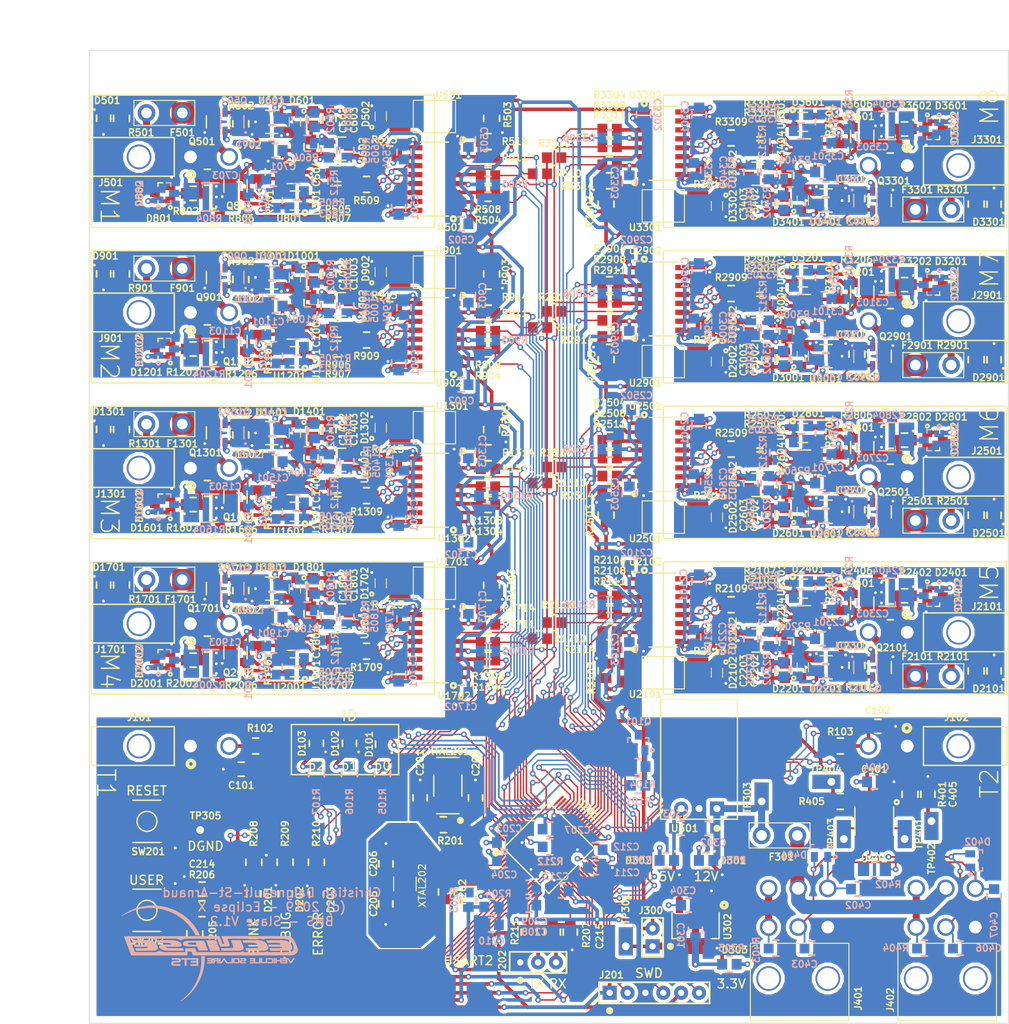
<source format=kicad_pcb>
(kicad_pcb (version 20171130) (host pcbnew "(5.0.2)-1")
  (layers (0 F.Cu signal) (31 B.Cu signal) (34 B.Paste user) (35 F.Paste user hide) (36 B.SilkS user) (37 F.SilkS user) (38 B.Mask user) (39 F.Mask user) (44 Edge.Cuts user))
  (net 0 "")
  (net 1 DGND)
  (net 2 "Net-(C201-Pad2)")
  (net 3 "Net-(C202-Pad1)")
  (net 4 VDD)
  (net 5 /VBat)
  (net 6 "Net-(C205-Pad2)")
  (net 7 "Net-(C206-Pad1)")
  (net 8 /NRST)
  (net 9 "Net-(C211-Pad2)")
  (net 10 /STM32F446/USER_BTN)
  (net 11 /STM32F446/PA3)
  (net 12 3.3V)
  (net 13 12V)
  (net 14 5V)
  (net 15 /CAN1/CAN_P)
  (net 16 /CAN1/CAN_N)
  (net 17 "Net-(C405-Pad2)")
  (net 18 "Net-(C503-Pad2)")
  (net 19 "Net-(C504-Pad2)")
  (net 20 "/Module 1/CELL_Voltage")
  (net 21 "/Module 1/+VREF")
  (net 22 "Net-(C703-Pad2)")
  (net 23 "Net-(D201-Pad1)")
  (net 24 /PA5)
  (net 25 "Net-(D202-Pad1)")
  (net 26 /PA6)
  (net 27 "Net-(D203-Pad1)")
  (net 28 /PA7)
  (net 29 "Net-(D301-Pad2)")
  (net 30 "Net-(D302-Pad2)")
  (net 31 "Net-(D303-Pad2)")
  (net 32 "Net-(D501-Pad1)")
  (net 33 "Net-(D502-Pad1)")
  (net 34 "Net-(D801-Pad1)")
  (net 35 "Net-(D801-Pad2)")
  (net 36 "Net-(D802-Pad1)")
  (net 37 CAN_PWR)
  (net 38 /STM32F446/SWCLK)
  (net 39 /STM32F446/SWDIO)
  (net 40 /STM32F446/SWO)
  (net 41 /STM32F446/USART2_TX)
  (net 42 /STM32F446/USART2_RX)
  (net 43 "/Module 1/CELL+")
  (net 44 "Net-(Q501-Pad4)")
  (net 45 "Net-(Q801-Pad3)")
  (net 46 "Net-(R201-Pad1)")
  (net 47 "Net-(R202-Pad1)")
  (net 48 "Net-(R203-Pad1)")
  (net 49 "Net-(R205-Pad1)")
  (net 50 /STM32F446/PA2)
  (net 51 "Net-(R503-Pad1)")
  (net 52 "Net-(R504-Pad1)")
  (net 53 "/Module 1/BALANCE_PWM")
  (net 54 "/Module 1/Voltage Reading/CS")
  (net 55 "/Module 1/CS")
  (net 56 "Net-(R506-Pad1)")
  (net 57 "/Module 1/Voltage Reading/SCLK")
  (net 58 "/Module 1/SCLK")
  (net 59 "Net-(R508-Pad1)")
  (net 60 "/Module 1/Voltage Reading/SDATA")
  (net 61 "/Module 1/SDATA")
  (net 62 "Net-(R510-Pad1)")
  (net 63 "Net-(R601-Pad1)")
  (net 64 "Net-(R803-Pad1)")
  (net 65 "Net-(R603-Pad1)")
  (net 66 "/Module 1/BVDD")
  (net 67 "/Module 2/BVDD")
  (net 68 "Net-(C903-Pad2)")
  (net 69 "Net-(C904-Pad2)")
  (net 70 "/Module 2/CELL_Voltage")
  (net 71 "/Module 2/+VREF")
  (net 72 "Net-(C1103-Pad2)")
  (net 73 "/Module 3/BVDD")
  (net 74 "Net-(C1303-Pad2)")
  (net 75 "Net-(C1304-Pad2)")
  (net 76 "/Module 3/CELL_Voltage")
  (net 77 "/Module 3/+VREF")
  (net 78 "Net-(C1503-Pad2)")
  (net 79 "Net-(D901-Pad1)")
  (net 80 "Net-(D902-Pad1)")
  (net 81 "Net-(D1201-Pad1)")
  (net 82 "Net-(D1201-Pad2)")
  (net 83 "Net-(D1202-Pad1)")
  (net 84 "Net-(D1301-Pad1)")
  (net 85 "Net-(D1302-Pad1)")
  (net 86 "Net-(D1601-Pad1)")
  (net 87 "Net-(D1601-Pad2)")
  (net 88 "Net-(D1602-Pad1)")
  (net 89 "/Module 2/CELL+")
  (net 90 "/Module 3/CELL+")
  (net 91 "Net-(Q901-Pad4)")
  (net 92 "Net-(Q1201-Pad3)")
  (net 93 "Net-(Q1301-Pad4)")
  (net 94 "Net-(Q1601-Pad3)")
  (net 95 "Net-(R903-Pad1)")
  (net 96 "Net-(R904-Pad1)")
  (net 97 "/Module 2/Voltage Reading/CS")
  (net 98 "/Module 2/CS")
  (net 99 "Net-(R906-Pad1)")
  (net 100 "/Module 2/Voltage Reading/SCLK")
  (net 101 "/Module 2/SCLK")
  (net 102 "Net-(R908-Pad1)")
  (net 103 "/Module 2/Voltage Reading/SDATA")
  (net 104 "/Module 2/SDATA")
  (net 105 "Net-(R910-Pad1)")
  (net 106 "Net-(R1001-Pad1)")
  (net 107 "Net-(R1003-Pad1)")
  (net 108 "Net-(R1203-Pad1)")
  (net 109 "/Module 2/BALANCE_PWM")
  (net 110 "Net-(R1303-Pad1)")
  (net 111 "Net-(R1304-Pad1)")
  (net 112 "/Module 3/Voltage Reading/CS")
  (net 113 "/Module 3/CS")
  (net 114 "Net-(R1306-Pad1)")
  (net 115 "/Module 3/Voltage Reading/SCLK")
  (net 116 "/Module 3/SCLK")
  (net 117 "Net-(R1308-Pad1)")
  (net 118 "/Module 3/Voltage Reading/SDATA")
  (net 119 "/Module 3/SDATA")
  (net 120 "Net-(R1310-Pad1)")
  (net 121 "Net-(R1401-Pad1)")
  (net 122 "Net-(R1403-Pad1)")
  (net 123 "Net-(R1603-Pad1)")
  (net 124 "/Module 3/BALANCE_PWM")
  (net 125 "/Module 1/CELL-")
  (net 126 "/Module 2/CELL-")
  (net 127 "/Module 3/CELL-")
  (net 128 "/Module 4/CELL-")
  (net 129 "/Module 4/BVDD")
  (net 130 "Net-(C1703-Pad2)")
  (net 131 "Net-(C1704-Pad2)")
  (net 132 "/Module 4/CELL_Voltage")
  (net 133 "/Module 4/+VREF")
  (net 134 "Net-(C1903-Pad2)")
  (net 135 "/Module 5/CELL-")
  (net 136 "/Module 5/BVDD")
  (net 137 "Net-(C2103-Pad2)")
  (net 138 "Net-(C2104-Pad2)")
  (net 139 "/Module 5/CELL_Voltage")
  (net 140 "/Module 5/+VREF")
  (net 141 "Net-(C2303-Pad2)")
  (net 142 "/Module 6/CELL-")
  (net 143 "/Module 6/BVDD")
  (net 144 "Net-(C2503-Pad2)")
  (net 145 "Net-(C2504-Pad2)")
  (net 146 "/Module 6/CELL_Voltage")
  (net 147 "/Module 6/+VREF")
  (net 148 "Net-(C2703-Pad2)")
  (net 149 "/Module 7/CELL-")
  (net 150 "/Module 7/BVDD")
  (net 151 "Net-(C2903-Pad2)")
  (net 152 "Net-(C2904-Pad2)")
  (net 153 "/Module 7/CELL_Voltage")
  (net 154 "/Module 7/+VREF")
  (net 155 "Net-(C3103-Pad2)")
  (net 156 "/Module 8/CELL-")
  (net 157 "/Module 8/BVDD")
  (net 158 "Net-(C3303-Pad2)")
  (net 159 "Net-(C3304-Pad2)")
  (net 160 "/Module 8/CELL_Voltage")
  (net 161 "/Module 8/+VREF")
  (net 162 "Net-(C3503-Pad2)")
  (net 163 "Net-(D1701-Pad1)")
  (net 164 "Net-(D1702-Pad1)")
  (net 165 "Net-(D2001-Pad1)")
  (net 166 "Net-(D2001-Pad2)")
  (net 167 "Net-(D2002-Pad1)")
  (net 168 "Net-(D2101-Pad1)")
  (net 169 "Net-(D2102-Pad1)")
  (net 170 "Net-(D2401-Pad1)")
  (net 171 "Net-(D2401-Pad2)")
  (net 172 "Net-(D2402-Pad1)")
  (net 173 "Net-(D2501-Pad1)")
  (net 174 "Net-(D2502-Pad1)")
  (net 175 "Net-(D2801-Pad1)")
  (net 176 "Net-(D2801-Pad2)")
  (net 177 "Net-(D2802-Pad1)")
  (net 178 "Net-(D2901-Pad1)")
  (net 179 "Net-(D2902-Pad1)")
  (net 180 "Net-(D3201-Pad1)")
  (net 181 "Net-(D3201-Pad2)")
  (net 182 "Net-(D3202-Pad1)")
  (net 183 "Net-(D3301-Pad1)")
  (net 184 "Net-(D3302-Pad1)")
  (net 185 "Net-(D3601-Pad1)")
  (net 186 "Net-(D3601-Pad2)")
  (net 187 "Net-(D3602-Pad1)")
  (net 188 "/Module 4/CELL+")
  (net 189 "/Module 5/CELL+")
  (net 190 "/Module 6/CELL+")
  (net 191 "/Module 7/CELL+")
  (net 192 "/Module 8/CELL+")
  (net 193 "Net-(Q1701-Pad4)")
  (net 194 "Net-(Q2001-Pad3)")
  (net 195 "Net-(Q2101-Pad4)")
  (net 196 "Net-(Q2401-Pad3)")
  (net 197 "Net-(Q2501-Pad4)")
  (net 198 "Net-(Q2801-Pad3)")
  (net 199 "Net-(Q2901-Pad4)")
  (net 200 "Net-(Q3201-Pad3)")
  (net 201 "Net-(Q3301-Pad4)")
  (net 202 "Net-(Q3601-Pad3)")
  (net 203 "Net-(R1703-Pad1)")
  (net 204 "Net-(R1704-Pad1)")
  (net 205 "/Module 4/Voltage Reading/CS")
  (net 206 "/Module 4/CS")
  (net 207 "Net-(R1706-Pad1)")
  (net 208 "/Module 4/Voltage Reading/SCLK")
  (net 209 "/Module 4/SCLK")
  (net 210 "Net-(R1708-Pad1)")
  (net 211 "/Module 4/Voltage Reading/SDATA")
  (net 212 "/Module 4/SDATA")
  (net 213 "Net-(R1710-Pad1)")
  (net 214 "Net-(R1801-Pad1)")
  (net 215 "Net-(R1803-Pad1)")
  (net 216 "Net-(R2003-Pad1)")
  (net 217 "/Module 4/BALANCE_PWM")
  (net 218 "Net-(R2103-Pad1)")
  (net 219 "Net-(R2104-Pad1)")
  (net 220 "/Module 5/Voltage Reading/CS")
  (net 221 "/Module 5/CS")
  (net 222 "Net-(R2106-Pad1)")
  (net 223 "/Module 5/Voltage Reading/SCLK")
  (net 224 "/Module 5/SCLK")
  (net 225 "Net-(R2108-Pad1)")
  (net 226 "/Module 5/Voltage Reading/SDATA")
  (net 227 "/Module 5/SDATA")
  (net 228 "Net-(R2110-Pad1)")
  (net 229 "Net-(R2201-Pad1)")
  (net 230 "Net-(R2203-Pad1)")
  (net 231 "Net-(R2403-Pad1)")
  (net 232 "/Module 5/BALANCE_PWM")
  (net 233 "Net-(R2503-Pad1)")
  (net 234 "Net-(R2504-Pad1)")
  (net 235 "/Module 6/Voltage Reading/CS")
  (net 236 "/Module 6/CS")
  (net 237 "Net-(R2506-Pad1)")
  (net 238 "/Module 6/Voltage Reading/SCLK")
  (net 239 "/Module 6/SCLK")
  (net 240 "Net-(R2508-Pad1)")
  (net 241 "/Module 6/Voltage Reading/SDATA")
  (net 242 "/Module 6/SDATA")
  (net 243 "Net-(R2510-Pad1)")
  (net 244 "Net-(R2601-Pad1)")
  (net 245 "Net-(R2603-Pad1)")
  (net 246 "Net-(R2803-Pad1)")
  (net 247 "/Module 6/BALANCE_PWM")
  (net 248 "Net-(R2903-Pad1)")
  (net 249 "Net-(R2904-Pad1)")
  (net 250 "/Module 7/Voltage Reading/CS")
  (net 251 "/Module 7/CS")
  (net 252 "Net-(R2906-Pad1)")
  (net 253 "/Module 7/Voltage Reading/SCLK")
  (net 254 "/Module 7/SCLK")
  (net 255 "Net-(R2908-Pad1)")
  (net 256 "/Module 7/Voltage Reading/SDATA")
  (net 257 "/Module 7/SDATA")
  (net 258 "Net-(R2910-Pad1)")
  (net 259 "Net-(R3001-Pad1)")
  (net 260 "Net-(R3003-Pad1)")
  (net 261 "Net-(R3203-Pad1)")
  (net 262 "/Module 7/BALANCE_PWM")
  (net 263 "Net-(R3303-Pad1)")
  (net 264 "Net-(R3304-Pad1)")
  (net 265 "/Module 8/Voltage Reading/CS")
  (net 266 "/Module 8/CS")
  (net 267 "Net-(R3306-Pad1)")
  (net 268 "/Module 8/Voltage Reading/SCLK")
  (net 269 "/Module 8/SCLK")
  (net 270 "Net-(R3308-Pad1)")
  (net 271 "/Module 8/Voltage Reading/SDATA")
  (net 272 "/Module 8/SDATA")
  (net 273 "Net-(R3310-Pad1)")
  (net 274 "Net-(R3401-Pad1)")
  (net 275 "Net-(R3403-Pad1)")
  (net 276 "Net-(R3603-Pad1)")
  (net 277 "/Module 8/BALANCE_PWM")
  (net 278 "/Module 1/Balancing/Drain_P_Mosfet")
  (net 279 "/Module 2/Balancing/Drain_P_Mosfet")
  (net 280 "/Module 3/Balancing/Drain_P_Mosfet")
  (net 281 "/Module 4/Balancing/Drain_P_Mosfet")
  (net 282 "/Module 5/Balancing/Drain_P_Mosfet")
  (net 283 "/Module 6/Balancing/Drain_P_Mosfet")
  (net 284 "/Module 7/Balancing/Drain_P_Mosfet")
  (net 285 "/Module 8/Balancing/Drain_P_Mosfet")
  (net 286 "/Module 1/Power Supply Front End/SW")
  (net 287 "/Module 2/Power Supply Front End/SW")
  (net 288 "/Module 3/Power Supply Front End/SW")
  (net 289 "/Module 4/Power Supply Front End/SW")
  (net 290 "/Module 5/Power Supply Front End/SW")
  (net 291 "/Module 6/Power Supply Front End/SW")
  (net 292 "/Module 7/Power Supply Front End/SW")
  (net 293 "/Module 8/Power Supply Front End/SW")
  (net 294 /CAN1/Shield1)
  (net 295 /CAN1/Shield2)
  (net 296 /PWR_ENABLE)
  (net 297 "Net-(Q101-Pad1)")
  (net 298 /BALANCING_PWM_1)
  (net 299 /CS_1)
  (net 300 /SCLK)
  (net 301 /MISO)
  (net 302 /DATA_ENABLE_1)
  (net 303 /BALANCING_PWM_2)
  (net 304 /CS_2)
  (net 305 /DATA_ENABLE_2)
  (net 306 /BALANCING_PWM_3)
  (net 307 /CS_3)
  (net 308 /DATA_ENABLE_3)
  (net 309 /BALANCING_PWM_4)
  (net 310 /CS_4)
  (net 311 /DATA_ENABLE_4)
  (net 312 /BALANCING_PWM_5)
  (net 313 /CS_5)
  (net 314 /DATA_ENABLE_5)
  (net 315 /BALANCING_PWM_6)
  (net 316 /CS_6)
  (net 317 /DATA_ENABLE_6)
  (net 318 /BALANCING_PWM_7)
  (net 319 /CS_7)
  (net 320 /DATA_ENABLE_7)
  (net 321 /BALANCING_PWM_8)
  (net 322 /CS_8)
  (net 323 /DATA_ENABLE_8)
  (net 324 "Net-(F501-Pad1)")
  (net 325 "Net-(F901-Pad1)")
  (net 326 "Net-(F1301-Pad1)")
  (net 327 "Net-(F1701-Pad1)")
  (net 328 "Net-(F2101-Pad1)")
  (net 329 "Net-(F2501-Pad1)")
  (net 330 "Net-(F2901-Pad1)")
  (net 331 "Net-(F3301-Pad1)")
  (net 332 /PWR_ENABLE_GPIO)
  (net 333 "Net-(R405-Pad2)")
  (net 334 /NTC_1_ADC)
  (net 335 /NTC_2_ADC)
  (net 336 /NTC_1_GPIO)
  (net 337 /NTC_2_GPIO)
  (net 338 /CAN2_TX)
  (net 339 /CAN2_RX)
  (net 340 "Net-(D101-Pad1)")
  (net 341 /ID_0)
  (net 342 "Net-(D102-Pad1)")
  (net 343 /ID_1)
  (net 344 "Net-(D103-Pad1)")
  (net 345 /ID_2)
  (net 346 "Net-(R212-Pad2)")
  (module IC:4-SMD (layer F.Cu) (at 137.16 49.276 90)
    (fp_text reference U501 (at 3.048 2.032 180) (layer F.SilkS) (effects (font (size 0.9652 0.9652) (thickness 0.2032))))
    (fp_text value LTV-816S hide)
    (pad 1 smd rect (at -1.27 4.9 90) (size 1.7 3) (layers F.Cu F.Paste F.Mask) (net 51 "Net-(R503-Pad1)"))
    (pad 2 smd rect (at 1.27 4.9 90) (size 1.7 3) (layers F.Cu F.Paste F.Mask) (net 296 /PWR_ENABLE))
    (pad 3 smd rect (at 1.27 -4.9 90) (size 1.7 3) (layers F.Cu F.Paste F.Mask) (net 125 "/Module 1/CELL-"))
    (pad 4 smd rect (at -1.27 -4.9 90) (size 1.7 3) (layers F.Cu F.Paste F.Mask) (net 33 "Net-(D502-Pad1)"))
  )
  (module IC:LQFP-64 (layer F.Cu) (at 153.416 153.162 315)
    (fp_text reference U201 (at 0 -7.874 315) (layer F.SilkS) (effects (font (size 0.9652 0.9652) (thickness 0.2032))))
    (fp_text value STM32F446RE hide)
    (pad 1 smd rect (at -3.749999 5.9 315) (size 0.3 1.5) (layers F.Cu F.Paste F.Mask) (net 5 /VBat))
    (pad 2 smd rect (at -3.25 5.9 315) (size 0.3 1.5) (layers F.Cu F.Paste F.Mask) (net 10 /STM32F446/USER_BTN))
    (pad 3 smd rect (at -2.75 5.9 315) (size 0.3 1.5) (layers F.Cu F.Paste F.Mask) (net 3 "Net-(C202-Pad1)"))
    (pad 4 smd rect (at -2.25 5.9 315) (size 0.3 1.5) (layers F.Cu F.Paste F.Mask) (net 46 "Net-(R201-Pad1)"))
    (pad 5 smd rect (at -1.75 5.9 315) (size 0.3 1.5) (layers F.Cu F.Paste F.Mask) (net 7 "Net-(C206-Pad1)"))
    (pad 6 smd rect (at -1.249999 5.9 315) (size 0.3 1.5) (layers F.Cu F.Paste F.Mask) (net 47 "Net-(R202-Pad1)"))
    (pad 7 smd rect (at -0.75 5.9 315) (size 0.3 1.5) (layers F.Cu F.Paste F.Mask) (net 8 /NRST))
    (pad 8 smd rect (at -0.25 5.9 315) (size 0.3 1.5) (layers F.Cu F.Paste F.Mask) (net 308 /DATA_ENABLE_3))
    (pad 9 smd rect (at 0.25 5.9 315) (size 0.3 1.5) (layers F.Cu F.Paste F.Mask) (net 307 /CS_3))
    (pad 10 smd rect (at 0.75 5.9 315) (size 0.3 1.5) (layers F.Cu F.Paste F.Mask) (net 311 /DATA_ENABLE_4))
    (pad 11 smd rect (at 1.249999 5.9 315) (size 0.3 1.5) (layers F.Cu F.Paste F.Mask) (net 310 /CS_4))
    (pad 12 smd rect (at 1.75 5.9 315) (size 0.3 1.5) (layers F.Cu F.Paste F.Mask) (net 1 DGND))
    (pad 13 smd rect (at 2.25 5.9 315) (size 0.3 1.5) (layers F.Cu F.Paste F.Mask) (net 4 VDD))
    (pad 14 smd rect (at 2.75 5.9 315) (size 0.3 1.5) (layers F.Cu F.Paste F.Mask) (net 334 /NTC_1_ADC))
    (pad 15 smd rect (at 3.25 5.9 315) (size 0.3 1.5) (layers F.Cu F.Paste F.Mask) (net 336 /NTC_1_GPIO))
    (pad 16 smd rect (at 3.749999 5.9 315) (size 0.3 1.5) (layers F.Cu F.Paste F.Mask) (net 50 /STM32F446/PA2))
    (pad 34 smd rect (at 3.25 -5.9 315) (size 0.3 1.5) (layers F.Cu F.Paste F.Mask) (net 338 /CAN2_TX))
    (pad 35 smd rect (at 2.75 -5.9 315) (size 0.3 1.5) (layers F.Cu F.Paste F.Mask) (net 320 /DATA_ENABLE_7))
    (pad 36 smd rect (at 2.25 -5.9 315) (size 0.3 1.5) (layers F.Cu F.Paste F.Mask) (net 319 /CS_7))
    (pad 37 smd rect (at 1.75 -5.9 315) (size 0.3 1.5) (layers F.Cu F.Paste F.Mask) (net 312 /BALANCING_PWM_5))
    (pad 38 smd rect (at 1.249999 -5.9 315) (size 0.3 1.5) (layers F.Cu F.Paste F.Mask) (net 315 /BALANCING_PWM_6))
    (pad 39 smd rect (at 0.75 -5.9 315) (size 0.3 1.5) (layers F.Cu F.Paste F.Mask) (net 318 /BALANCING_PWM_7))
    (pad 40 smd rect (at 0.25 -5.9 315) (size 0.3 1.5) (layers F.Cu F.Paste F.Mask) (net 321 /BALANCING_PWM_8))
    (pad 41 smd rect (at -0.25 -5.9 315) (size 0.3 1.5) (layers F.Cu F.Paste F.Mask) (net 332 /PWR_ENABLE_GPIO))
    (pad 42 smd rect (at -0.75 -5.9 315) (size 0.3 1.5) (layers F.Cu F.Paste F.Mask) (net 323 /DATA_ENABLE_8))
    (pad 43 smd rect (at -1.249999 -5.9 315) (size 0.3 1.5) (layers F.Cu F.Paste F.Mask) (net 322 /CS_8))
    (pad 44 smd rect (at -1.75 -5.9 315) (size 0.3 1.5) (layers F.Cu F.Paste F.Mask) (net 343 /ID_1))
    (pad 45 smd rect (at -2.25 -5.9 315) (size 0.3 1.5) (layers F.Cu F.Paste F.Mask) (net 345 /ID_2))
    (pad 46 smd rect (at -2.75 -5.9 315) (size 0.3 1.5) (layers F.Cu F.Paste F.Mask) (net 39 /STM32F446/SWDIO))
    (pad 47 smd rect (at -3.25 -5.9 315) (size 0.3 1.5) (layers F.Cu F.Paste F.Mask) (net 1 DGND))
    (pad 48 smd rect (at -3.749999 -5.9 315) (size 0.3 1.5) (layers F.Cu F.Paste F.Mask) (net 4 VDD))
    (pad 33 smd rect (at 3.749999 -5.9 315) (size 0.3 1.5) (layers F.Cu F.Paste F.Mask) (net 341 /ID_0))
    (pad 17 smd rect (at 5.9 3.749999 315) (size 1.5 0.3) (layers F.Cu F.Paste F.Mask) (net 11 /STM32F446/PA3))
    (pad 18 smd rect (at 5.9 3.25 315) (size 1.5 0.3) (layers F.Cu F.Paste F.Mask) (net 1 DGND))
    (pad 19 smd rect (at 5.9 2.75 315) (size 1.5 0.3) (layers F.Cu F.Paste F.Mask) (net 4 VDD))
    (pad 20 smd rect (at 5.9 2.25 315) (size 1.5 0.3) (layers F.Cu F.Paste F.Mask))
    (pad 21 smd rect (at 5.9 1.75 315) (size 1.5 0.3) (layers F.Cu F.Paste F.Mask) (net 24 /PA5))
    (pad 22 smd rect (at 5.9 1.249999 315) (size 1.5 0.3) (layers F.Cu F.Paste F.Mask) (net 26 /PA6))
    (pad 23 smd rect (at 5.9 0.75 315) (size 1.5 0.3) (layers F.Cu F.Paste F.Mask) (net 28 /PA7))
    (pad 24 smd rect (at 5.9 0.25 315) (size 1.5 0.3) (layers F.Cu F.Paste F.Mask) (net 337 /NTC_2_GPIO))
    (pad 25 smd rect (at 5.9 -0.25 315) (size 1.5 0.3) (layers F.Cu F.Paste F.Mask) (net 335 /NTC_2_ADC))
    (pad 26 smd rect (at 5.9 -0.75 315) (size 1.5 0.3) (layers F.Cu F.Paste F.Mask) (net 314 /DATA_ENABLE_5))
    (pad 27 smd rect (at 5.9 -1.249999 315) (size 1.5 0.3) (layers F.Cu F.Paste F.Mask) (net 313 /CS_5))
    (pad 28 smd rect (at 5.9 -1.75 315) (size 1.5 0.3) (layers F.Cu F.Paste F.Mask) (net 317 /DATA_ENABLE_6))
    (pad 29 smd rect (at 5.9 -2.25 315) (size 1.5 0.3) (layers F.Cu F.Paste F.Mask) (net 316 /CS_6))
    (pad 30 smd rect (at 5.9 -2.75 315) (size 1.5 0.3) (layers F.Cu F.Paste F.Mask) (net 9 "Net-(C211-Pad2)"))
    (pad 31 smd rect (at 5.9 -3.25 315) (size 1.5 0.3) (layers F.Cu F.Paste F.Mask) (net 1 DGND))
    (pad 32 smd rect (at 5.9 -3.749999 315) (size 1.5 0.3) (layers F.Cu F.Paste F.Mask) (net 4 VDD))
    (pad 49 smd rect (at -5.9 -3.749999 315) (size 1.5 0.3) (layers F.Cu F.Paste F.Mask) (net 38 /STM32F446/SWCLK))
    (pad 50 smd rect (at -5.9 -3.25 315) (size 1.5 0.3) (layers F.Cu F.Paste F.Mask) (net 302 /DATA_ENABLE_1))
    (pad 51 smd rect (at -5.9 -2.75 315) (size 1.5 0.3) (layers F.Cu F.Paste F.Mask) (net 300 /SCLK))
    (pad 52 smd rect (at -5.9 -2.25 315) (size 1.5 0.3) (layers F.Cu F.Paste F.Mask) (net 301 /MISO))
    (pad 53 smd rect (at -5.9 -1.75 315) (size 1.5 0.3) (layers F.Cu F.Paste F.Mask) (net 299 /CS_1))
    (pad 54 smd rect (at -5.9 -1.249999 315) (size 1.5 0.3) (layers F.Cu F.Paste F.Mask) (net 305 /DATA_ENABLE_2))
    (pad 55 smd rect (at -5.9 -0.75 315) (size 1.5 0.3) (layers F.Cu F.Paste F.Mask) (net 40 /STM32F446/SWO))
    (pad 56 smd rect (at -5.9 -0.25 315) (size 1.5 0.3) (layers F.Cu F.Paste F.Mask) (net 304 /CS_2))
    (pad 57 smd rect (at -5.9 0.25 315) (size 1.5 0.3) (layers F.Cu F.Paste F.Mask) (net 339 /CAN2_RX))
    (pad 58 smd rect (at -5.9 0.75 315) (size 1.5 0.3) (layers F.Cu F.Paste F.Mask) (net 298 /BALANCING_PWM_1))
    (pad 59 smd rect (at -5.9 1.249999 315) (size 1.5 0.3) (layers F.Cu F.Paste F.Mask) (net 303 /BALANCING_PWM_2))
    (pad 60 smd rect (at -5.9 1.75 315) (size 1.5 0.3) (layers F.Cu F.Paste F.Mask) (net 346 "Net-(R212-Pad2)"))
    (pad 61 smd rect (at -5.9 2.25 315) (size 1.5 0.3) (layers F.Cu F.Paste F.Mask) (net 306 /BALANCING_PWM_3))
    (pad 62 smd rect (at -5.9 2.75 315) (size 1.5 0.3) (layers F.Cu F.Paste F.Mask) (net 309 /BALANCING_PWM_4))
    (pad 63 smd rect (at -5.9 3.25 315) (size 1.5 0.3) (layers F.Cu F.Paste F.Mask) (net 1 DGND))
    (pad 64 smd rect (at -5.9 3.749999 315) (size 1.5 0.3) (layers F.Cu F.Paste F.Mask) (net 4 VDD))
  )
  (module Capacitors:C0805 (layer B.Cu) (at 164.846 59.69 90)
    (fp_text reference C3303 (at 1.034 -2.032 90) (layer B.SilkS) (effects (font (size 0.9652 0.9652) (thickness 0.2032)) (justify mirror)))
    (fp_text value 885012207080 hide)
    (pad 1 smd rect (at 0 0 90) (size 1.4 1.5) (layers B.Cu B.Paste B.Mask) (net 1 DGND))
    (pad 2 smd rect (at 2.05 0 90) (size 1.4 1.5) (layers B.Cu B.Paste B.Mask) (net 158 "Net-(C3303-Pad2)"))
  )
  (module Resistors:R0805 (layer B.Cu) (at 163.086 52.324 180)
    (fp_text reference R3306 (at 5.352 0 180) (layer B.SilkS) (effects (font (size 0.9652 0.9652) (thickness 0.2032)) (justify mirror)))
    (fp_text value RC0805JR-07100RL hide)
    (pad 1 smd rect (at 0 0 180) (size 1.4 1.5) (layers B.Cu B.Paste B.Mask) (net 267 "Net-(R3306-Pad1)"))
    (pad 2 smd rect (at 2.05 0 180) (size 1.4 1.5) (layers B.Cu B.Paste B.Mask) (net 322 /CS_8))
  )
  (module Resistors:R0805 (layer F.Cu) (at 155.194 55.118 180)
    (fp_text reference R3310 (at 1.016 2.032 180) (layer F.SilkS) (effects (font (size 0.9652 0.9652) (thickness 0.2032))))
    (fp_text value RC0805JR-074K7L hide)
    (pad 1 smd rect (at 0 0 180) (size 1.4 1.5) (layers F.Cu F.Paste F.Mask) (net 273 "Net-(R3310-Pad1)"))
    (pad 2 smd rect (at 2.05 0 180) (size 1.4 1.5) (layers F.Cu F.Paste F.Mask) (net 301 /MISO))
  )
  (module Capacitors:C0805 (layer B.Cu) (at 166.878 47.988 270)
    (fp_text reference C3302 (at 1.034 -2.032 270) (layer B.SilkS) (effects (font (size 0.9652 0.9652) (thickness 0.2032)) (justify mirror)))
    (fp_text value 885012207098 hide)
    (pad 1 smd rect (at 0 0 270) (size 1.4 1.5) (layers B.Cu B.Paste B.Mask) (net 4 VDD))
    (pad 2 smd rect (at 2.05 0 270) (size 1.4 1.5) (layers B.Cu B.Paste B.Mask) (net 1 DGND))
  )
  (module Resistors:R0805 (layer F.Cu) (at 163.068 51.054 180)
    (fp_text reference R3304 (at 1.016 4.826 180) (layer F.SilkS) (effects (font (size 0.9652 0.9652) (thickness 0.2032))))
    (fp_text value RC0805JR-07100RL hide)
    (pad 1 smd rect (at 0 0 180) (size 1.4 1.5) (layers F.Cu F.Paste F.Mask) (net 264 "Net-(R3304-Pad1)"))
    (pad 2 smd rect (at 2.05 0 180) (size 1.4 1.5) (layers F.Cu F.Paste F.Mask) (net 321 /BALANCING_PWM_8))
  )
  (module Resistors:R0805 (layer F.Cu) (at 163.086 53.594 180)
    (fp_text reference R3308 (at 1.034 5.842 180) (layer F.SilkS) (effects (font (size 0.9652 0.9652) (thickness 0.2032))))
    (fp_text value RC0805JR-07100RL hide)
    (pad 1 smd rect (at 0 0 180) (size 1.4 1.5) (layers F.Cu F.Paste F.Mask) (net 270 "Net-(R3308-Pad1)"))
    (pad 2 smd rect (at 2.05 0 180) (size 1.4 1.5) (layers F.Cu F.Paste F.Mask) (net 300 /SCLK))
  )
  (module Resistors:R0805 (layer F.Cu) (at 161.018 58.42)
    (fp_text reference R3314 (at -3.538 0.762) (layer F.SilkS) (effects (font (size 0.9652 0.9652) (thickness 0.2032))))
    (fp_text value RC0805JR-07470KL hide)
    (pad 1 smd rect (at 0 0) (size 1.4 1.5) (layers F.Cu F.Paste F.Mask) (net 1 DGND))
    (pad 2 smd rect (at 2.05 0) (size 1.4 1.5) (layers F.Cu F.Paste F.Mask) (net 158 "Net-(C3303-Pad2)"))
  )
  (module Resistors:R0805 (layer F.Cu) (at 163.068 56.134 180)
    (fp_text reference R3311 (at 1.016 7.112 180) (layer F.SilkS) (effects (font (size 0.9652 0.9652) (thickness 0.2032))))
    (fp_text value RC0805JR-074K7L hide)
    (pad 1 smd rect (at 0 0 180) (size 1.4 1.5) (layers F.Cu F.Paste F.Mask) (net 158 "Net-(C3303-Pad2)"))
    (pad 2 smd rect (at 2.05 0 180) (size 1.4 1.5) (layers F.Cu F.Paste F.Mask) (net 323 /DATA_ENABLE_8))
  )
  (module Capacitors:C0805 (layer B.Cu) (at 164.846 81.788 90)
    (fp_text reference C2903 (at 1.034 -2.032 90) (layer B.SilkS) (effects (font (size 0.9652 0.9652) (thickness 0.2032)) (justify mirror)))
    (fp_text value 885012207080 hide)
    (pad 1 smd rect (at 0 0 90) (size 1.4 1.5) (layers B.Cu B.Paste B.Mask) (net 1 DGND))
    (pad 2 smd rect (at 2.05 0 90) (size 1.4 1.5) (layers B.Cu B.Paste B.Mask) (net 151 "Net-(C2903-Pad2)"))
  )
  (module Capacitors:C0805 (layer B.Cu) (at 164.828 68.834)
    (fp_text reference C2902 (at 1.034 -2.032) (layer B.SilkS) (effects (font (size 0.9652 0.9652) (thickness 0.2032)) (justify mirror)))
    (fp_text value 885012207098 hide)
    (pad 1 smd rect (at 0 0) (size 1.4 1.5) (layers B.Cu B.Paste B.Mask) (net 4 VDD))
    (pad 2 smd rect (at 2.05 0) (size 1.4 1.5) (layers B.Cu B.Paste B.Mask) (net 1 DGND))
  )
  (module Resistors:R0805 (layer B.Cu) (at 163.086 74.422 180)
    (fp_text reference R2906 (at 5.352 0 180) (layer B.SilkS) (effects (font (size 0.9652 0.9652) (thickness 0.2032)) (justify mirror)))
    (fp_text value RC0805JR-07100RL hide)
    (pad 1 smd rect (at 0 0 180) (size 1.4 1.5) (layers B.Cu B.Paste B.Mask) (net 252 "Net-(R2906-Pad1)"))
    (pad 2 smd rect (at 2.05 0 180) (size 1.4 1.5) (layers B.Cu B.Paste B.Mask) (net 319 /CS_7))
  )
  (module Resistors:R0805 (layer F.Cu) (at 155.194 76.962 180)
    (fp_text reference R2910 (at 1.016 2.032 180) (layer F.SilkS) (effects (font (size 0.9652 0.9652) (thickness 0.2032))))
    (fp_text value RC0805JR-074K7L hide)
    (pad 1 smd rect (at 0 0 180) (size 1.4 1.5) (layers F.Cu F.Paste F.Mask) (net 258 "Net-(R2910-Pad1)"))
    (pad 2 smd rect (at 2.05 0 180) (size 1.4 1.5) (layers F.Cu F.Paste F.Mask) (net 301 /MISO))
  )
  (module Resistors:R0805 (layer F.Cu) (at 163.068 73.152 180)
    (fp_text reference R2904 (at 1.016 5.08 180) (layer F.SilkS) (effects (font (size 0.9652 0.9652) (thickness 0.2032))))
    (fp_text value RC0805JR-07100RL hide)
    (pad 1 smd rect (at 0 0 180) (size 1.4 1.5) (layers F.Cu F.Paste F.Mask) (net 249 "Net-(R2904-Pad1)"))
    (pad 2 smd rect (at 2.05 0 180) (size 1.4 1.5) (layers F.Cu F.Paste F.Mask) (net 318 /BALANCING_PWM_7))
  )
  (module Resistors:R0805 (layer F.Cu) (at 163.068 78.232 180)
    (fp_text reference R2911 (at 1.016 7.112 180) (layer F.SilkS) (effects (font (size 0.9652 0.9652) (thickness 0.2032))))
    (fp_text value RC0805JR-074K7L hide)
    (pad 1 smd rect (at 0 0 180) (size 1.4 1.5) (layers F.Cu F.Paste F.Mask) (net 151 "Net-(C2903-Pad2)"))
    (pad 2 smd rect (at 2.05 0 180) (size 1.4 1.5) (layers F.Cu F.Paste F.Mask) (net 320 /DATA_ENABLE_7))
  )
  (module Resistors:R0805 (layer F.Cu) (at 161.018 80.518)
    (fp_text reference R2914 (at -3.538 0.508) (layer F.SilkS) (effects (font (size 0.9652 0.9652) (thickness 0.2032))))
    (fp_text value RC0805JR-07470KL hide)
    (pad 1 smd rect (at 0 0) (size 1.4 1.5) (layers F.Cu F.Paste F.Mask) (net 1 DGND))
    (pad 2 smd rect (at 2.05 0) (size 1.4 1.5) (layers F.Cu F.Paste F.Mask) (net 151 "Net-(C2903-Pad2)"))
  )
  (module Resistors:R0805 (layer F.Cu) (at 163.086 75.692 180)
    (fp_text reference R2908 (at 1.034 6.096 180) (layer F.SilkS) (effects (font (size 0.9652 0.9652) (thickness 0.2032))))
    (fp_text value RC0805JR-07100RL hide)
    (pad 1 smd rect (at 0 0 180) (size 1.4 1.5) (layers F.Cu F.Paste F.Mask) (net 255 "Net-(R2908-Pad1)"))
    (pad 2 smd rect (at 2.05 0 180) (size 1.4 1.5) (layers F.Cu F.Paste F.Mask) (net 300 /SCLK))
  )
  (module Capacitors:C0805 (layer B.Cu) (at 165.1 90.932)
    (fp_text reference C2502 (at 0.762 -2.032) (layer B.SilkS) (effects (font (size 0.9652 0.9652) (thickness 0.2032)) (justify mirror)))
    (fp_text value 885012207098 hide)
    (pad 1 smd rect (at 0 0) (size 1.4 1.5) (layers B.Cu B.Paste B.Mask) (net 4 VDD))
    (pad 2 smd rect (at 2.05 0) (size 1.4 1.5) (layers B.Cu B.Paste B.Mask) (net 1 DGND))
  )
  (module Resistors:R0805 (layer F.Cu) (at 155.212 99.06 180)
    (fp_text reference R2510 (at 0.78 2.032 180) (layer F.SilkS) (effects (font (size 0.9652 0.9652) (thickness 0.2032))))
    (fp_text value RC0805JR-074K7L hide)
    (pad 1 smd rect (at 0 0 180) (size 1.4 1.5) (layers F.Cu F.Paste F.Mask) (net 243 "Net-(R2510-Pad1)"))
    (pad 2 smd rect (at 2.05 0 180) (size 1.4 1.5) (layers F.Cu F.Paste F.Mask) (net 301 /MISO))
  )
  (module Capacitors:C0805 (layer B.Cu) (at 164.846 103.886 90)
    (fp_text reference C2503 (at 1.034 -2.032 90) (layer B.SilkS) (effects (font (size 0.9652 0.9652) (thickness 0.2032)) (justify mirror)))
    (fp_text value 885012207080 hide)
    (pad 1 smd rect (at 0 0 90) (size 1.4 1.5) (layers B.Cu B.Paste B.Mask) (net 1 DGND))
    (pad 2 smd rect (at 2.05 0 90) (size 1.4 1.5) (layers B.Cu B.Paste B.Mask) (net 144 "Net-(C2503-Pad2)"))
  )
  (module Resistors:R0805 (layer B.Cu) (at 163.086 96.52 180)
    (fp_text reference R2506 (at 5.352 0 180) (layer B.SilkS) (effects (font (size 0.9652 0.9652) (thickness 0.2032)) (justify mirror)))
    (fp_text value RC0805JR-07100RL hide)
    (pad 1 smd rect (at 0 0 180) (size 1.4 1.5) (layers B.Cu B.Paste B.Mask) (net 237 "Net-(R2506-Pad1)"))
    (pad 2 smd rect (at 2.05 0 180) (size 1.4 1.5) (layers B.Cu B.Paste B.Mask) (net 316 /CS_6))
  )
  (module Resistors:R0805 (layer F.Cu) (at 163.068 95.25 180)
    (fp_text reference R2504 (at 1.016 5.334 180) (layer F.SilkS) (effects (font (size 0.9652 0.9652) (thickness 0.2032))))
    (fp_text value RC0805JR-07100RL hide)
    (pad 1 smd rect (at 0 0 180) (size 1.4 1.5) (layers F.Cu F.Paste F.Mask) (net 234 "Net-(R2504-Pad1)"))
    (pad 2 smd rect (at 2.05 0 180) (size 1.4 1.5) (layers F.Cu F.Paste F.Mask) (net 315 /BALANCING_PWM_6))
  )
  (module Resistors:R0805 (layer F.Cu) (at 161.018 102.616)
    (fp_text reference R2514 (at -3.538 0.508) (layer F.SilkS) (effects (font (size 0.9652 0.9652) (thickness 0.2032))))
    (fp_text value RC0805JR-07470KL hide)
    (pad 1 smd rect (at 0 0) (size 1.4 1.5) (layers F.Cu F.Paste F.Mask) (net 1 DGND))
    (pad 2 smd rect (at 2.05 0) (size 1.4 1.5) (layers F.Cu F.Paste F.Mask) (net 144 "Net-(C2503-Pad2)"))
  )
  (module Resistors:R0805 (layer F.Cu) (at 163.086 97.79 180)
    (fp_text reference R2508 (at 1.034 6.35 180) (layer F.SilkS) (effects (font (size 0.9652 0.9652) (thickness 0.2032))))
    (fp_text value RC0805JR-07100RL hide)
    (pad 1 smd rect (at 0 0 180) (size 1.4 1.5) (layers F.Cu F.Paste F.Mask) (net 240 "Net-(R2508-Pad1)"))
    (pad 2 smd rect (at 2.05 0 180) (size 1.4 1.5) (layers F.Cu F.Paste F.Mask) (net 300 /SCLK))
  )
  (module Resistors:R0805 (layer F.Cu) (at 163.068 100.33 180)
    (fp_text reference R2511 (at 1.016 7.366 180) (layer F.SilkS) (effects (font (size 0.9652 0.9652) (thickness 0.2032))))
    (fp_text value RC0805JR-074K7L hide)
    (pad 1 smd rect (at 0 0 180) (size 1.4 1.5) (layers F.Cu F.Paste F.Mask) (net 144 "Net-(C2503-Pad2)"))
    (pad 2 smd rect (at 2.05 0 180) (size 1.4 1.5) (layers F.Cu F.Paste F.Mask) (net 317 /DATA_ENABLE_6))
  )
  (module Capacitors:C0805 (layer B.Cu) (at 164.846 125.984 90)
    (fp_text reference C2103 (at 1.034 -2.032 90) (layer B.SilkS) (effects (font (size 0.9652 0.9652) (thickness 0.2032)) (justify mirror)))
    (fp_text value 885012207080 hide)
    (pad 1 smd rect (at 0 0 90) (size 1.4 1.5) (layers B.Cu B.Paste B.Mask) (net 1 DGND))
    (pad 2 smd rect (at 2.05 0 90) (size 1.4 1.5) (layers B.Cu B.Paste B.Mask) (net 137 "Net-(C2103-Pad2)"))
  )
  (module Capacitors:C0805 (layer B.Cu) (at 164.846 113.03)
    (fp_text reference C2102 (at 1.034 -1.778) (layer B.SilkS) (effects (font (size 0.9652 0.9652) (thickness 0.2032)) (justify mirror)))
    (fp_text value 885012207098 hide)
    (pad 1 smd rect (at 0 0) (size 1.4 1.5) (layers B.Cu B.Paste B.Mask) (net 4 VDD))
    (pad 2 smd rect (at 2.05 0) (size 1.4 1.5) (layers B.Cu B.Paste B.Mask) (net 1 DGND))
  )
  (module Resistors:R0805 (layer B.Cu) (at 163.086 118.618 180)
    (fp_text reference R2106 (at 5.352 0 180) (layer B.SilkS) (effects (font (size 0.9652 0.9652) (thickness 0.2032)) (justify mirror)))
    (fp_text value RC0805JR-07100RL hide)
    (pad 1 smd rect (at 0 0 180) (size 1.4 1.5) (layers B.Cu B.Paste B.Mask) (net 222 "Net-(R2106-Pad1)"))
    (pad 2 smd rect (at 2.05 0 180) (size 1.4 1.5) (layers B.Cu B.Paste B.Mask) (net 313 /CS_5))
  )
  (module Resistors:R0805 (layer F.Cu) (at 155.194 121.158 180)
    (fp_text reference R2110 (at 0.508 2.54 180) (layer F.SilkS) (effects (font (size 0.9652 0.9652) (thickness 0.2032))))
    (fp_text value RC0805JR-074K7L hide)
    (pad 1 smd rect (at 0 0 180) (size 1.4 1.5) (layers F.Cu F.Paste F.Mask) (net 228 "Net-(R2110-Pad1)"))
    (pad 2 smd rect (at 2.05 0 180) (size 1.4 1.5) (layers F.Cu F.Paste F.Mask) (net 301 /MISO))
  )
  (module Resistors:R0805 (layer F.Cu) (at 163.068 117.348 180)
    (fp_text reference R2104 (at 1.016 5.08 180) (layer F.SilkS) (effects (font (size 0.9652 0.9652) (thickness 0.2032))))
    (fp_text value RC0805JR-07100RL hide)
    (pad 1 smd rect (at 0 0 180) (size 1.4 1.5) (layers F.Cu F.Paste F.Mask) (net 219 "Net-(R2104-Pad1)"))
    (pad 2 smd rect (at 2.05 0 180) (size 1.4 1.5) (layers F.Cu F.Paste F.Mask) (net 312 /BALANCING_PWM_5))
  )
  (module Resistors:R0805 (layer F.Cu) (at 163.068 122.428 180)
    (fp_text reference R2111 (at 1.016 7.112 180) (layer F.SilkS) (effects (font (size 0.9652 0.9652) (thickness 0.2032))))
    (fp_text value RC0805JR-074K7L hide)
    (pad 1 smd rect (at 0 0 180) (size 1.4 1.5) (layers F.Cu F.Paste F.Mask) (net 137 "Net-(C2103-Pad2)"))
    (pad 2 smd rect (at 2.05 0 180) (size 1.4 1.5) (layers F.Cu F.Paste F.Mask) (net 314 /DATA_ENABLE_5))
  )
  (module Resistors:R0805 (layer F.Cu) (at 163.086 119.888 180)
    (fp_text reference R2108 (at 1.034 6.096 180) (layer F.SilkS) (effects (font (size 0.9652 0.9652) (thickness 0.2032))))
    (fp_text value RC0805JR-07100RL hide)
    (pad 1 smd rect (at 0 0 180) (size 1.4 1.5) (layers F.Cu F.Paste F.Mask) (net 225 "Net-(R2108-Pad1)"))
    (pad 2 smd rect (at 2.05 0 180) (size 1.4 1.5) (layers F.Cu F.Paste F.Mask) (net 300 /SCLK))
  )
  (module Resistors:R0805 (layer F.Cu) (at 161.018 124.714)
    (fp_text reference R2114 (at -3.284 0.254) (layer F.SilkS) (effects (font (size 0.9652 0.9652) (thickness 0.2032))))
    (fp_text value RC0805JR-07470KL hide)
    (pad 1 smd rect (at 0 0) (size 1.4 1.5) (layers F.Cu F.Paste F.Mask) (net 1 DGND))
    (pad 2 smd rect (at 2.05 0) (size 1.4 1.5) (layers F.Cu F.Paste F.Mask) (net 137 "Net-(C2103-Pad2)"))
  )
  (module Capacitors:C0805 (layer B.Cu) (at 141.986 117.856 270)
    (fp_text reference C1703 (at 1.034 -2.032 270) (layer B.SilkS) (effects (font (size 0.9652 0.9652) (thickness 0.2032)) (justify mirror)))
    (fp_text value 885012207080 hide)
    (pad 1 smd rect (at 0 0 270) (size 1.4 1.5) (layers B.Cu B.Paste B.Mask) (net 1 DGND))
    (pad 2 smd rect (at 2.05 0 270) (size 1.4 1.5) (layers B.Cu B.Paste B.Mask) (net 130 "Net-(C1703-Pad2)"))
  )
  (module Capacitors:C0805 (layer B.Cu) (at 141.986 131.064 180)
    (fp_text reference C1702 (at 1.034 -2.032 180) (layer B.SilkS) (effects (font (size 0.9652 0.9652) (thickness 0.2032)) (justify mirror)))
    (fp_text value 885012207098 hide)
    (pad 1 smd rect (at 0 0 180) (size 1.4 1.5) (layers B.Cu B.Paste B.Mask) (net 4 VDD))
    (pad 2 smd rect (at 2.05 0 180) (size 1.4 1.5) (layers B.Cu B.Paste B.Mask) (net 1 DGND))
  )
  (module Resistors:R0805 (layer B.Cu) (at 143.746 125.222)
    (fp_text reference R1706 (at 5.352 0) (layer B.SilkS) (effects (font (size 0.9652 0.9652) (thickness 0.2032)) (justify mirror)))
    (fp_text value RC0805JR-07100RL hide)
    (pad 1 smd rect (at 0 0) (size 1.4 1.5) (layers B.Cu B.Paste B.Mask) (net 207 "Net-(R1706-Pad1)"))
    (pad 2 smd rect (at 2.05 0) (size 1.4 1.5) (layers B.Cu B.Paste B.Mask) (net 310 /CS_4))
  )
  (module Resistors:R0805 (layer F.Cu) (at 151.112 123.444)
    (fp_text reference R1710 (at 5.352 0) (layer F.SilkS) (effects (font (size 0.9652 0.9652) (thickness 0.2032))))
    (fp_text value RC0805JR-074K7L hide)
    (pad 1 smd rect (at 0 0) (size 1.4 1.5) (layers F.Cu F.Paste F.Mask) (net 213 "Net-(R1710-Pad1)"))
    (pad 2 smd rect (at 2.05 0) (size 1.4 1.5) (layers F.Cu F.Paste F.Mask) (net 301 /MISO))
  )
  (module Resistors:R0805 (layer F.Cu) (at 143.764 126.492)
    (fp_text reference R1704 (at 1.016 3.81) (layer F.SilkS) (effects (font (size 0.9652 0.9652) (thickness 0.2032))))
    (fp_text value RC0805JR-07100RL hide)
    (pad 1 smd rect (at 0 0) (size 1.4 1.5) (layers F.Cu F.Paste F.Mask) (net 204 "Net-(R1704-Pad1)"))
    (pad 2 smd rect (at 2.05 0) (size 1.4 1.5) (layers F.Cu F.Paste F.Mask) (net 309 /BALANCING_PWM_4))
  )
  (module Resistors:R0805 (layer F.Cu) (at 143.764 121.412)
    (fp_text reference R1711 (at 5.334 0) (layer F.SilkS) (effects (font (size 0.9652 0.9652) (thickness 0.2032))))
    (fp_text value RC0805JR-074K7L hide)
    (pad 1 smd rect (at 0 0) (size 1.4 1.5) (layers F.Cu F.Paste F.Mask) (net 130 "Net-(C1703-Pad2)"))
    (pad 2 smd rect (at 2.05 0) (size 1.4 1.5) (layers F.Cu F.Paste F.Mask) (net 311 /DATA_ENABLE_4))
  )
  (module Resistors:R0805 (layer F.Cu) (at 145.814 119.126 180)
    (fp_text reference R1714 (at -3.284 0 180) (layer F.SilkS) (effects (font (size 0.9652 0.9652) (thickness 0.2032))))
    (fp_text value RC0805JR-07470KL hide)
    (pad 1 smd rect (at 0 0 180) (size 1.4 1.5) (layers F.Cu F.Paste F.Mask) (net 1 DGND))
    (pad 2 smd rect (at 2.05 0 180) (size 1.4 1.5) (layers F.Cu F.Paste F.Mask) (net 130 "Net-(C1703-Pad2)"))
  )
  (module Resistors:R0805 (layer F.Cu) (at 143.746 123.952)
    (fp_text reference R1708 (at 1.034 4.826) (layer F.SilkS) (effects (font (size 0.9652 0.9652) (thickness 0.2032))))
    (fp_text value RC0805JR-07100RL hide)
    (pad 1 smd rect (at 0 0) (size 1.4 1.5) (layers F.Cu F.Paste F.Mask) (net 210 "Net-(R1708-Pad1)"))
    (pad 2 smd rect (at 2.05 0) (size 1.4 1.5) (layers F.Cu F.Paste F.Mask) (net 300 /SCLK))
  )
  (module Capacitors:C0805 (layer B.Cu) (at 142.004 109.728 180)
    (fp_text reference C1302 (at 1.034 -1.778 180) (layer B.SilkS) (effects (font (size 0.9652 0.9652) (thickness 0.2032)) (justify mirror)))
    (fp_text value 885012207098 hide)
    (pad 1 smd rect (at 0 0 180) (size 1.4 1.5) (layers B.Cu B.Paste B.Mask) (net 4 VDD))
    (pad 2 smd rect (at 2.05 0 180) (size 1.4 1.5) (layers B.Cu B.Paste B.Mask) (net 1 DGND))
  )
  (module Capacitors:C0805 (layer B.Cu) (at 141.986 95.758 270)
    (fp_text reference C1303 (at 1.034 -2.032 270) (layer B.SilkS) (effects (font (size 0.9652 0.9652) (thickness 0.2032)) (justify mirror)))
    (fp_text value 885012207080 hide)
    (pad 1 smd rect (at 0 0 270) (size 1.4 1.5) (layers B.Cu B.Paste B.Mask) (net 1 DGND))
    (pad 2 smd rect (at 2.05 0 270) (size 1.4 1.5) (layers B.Cu B.Paste B.Mask) (net 74 "Net-(C1303-Pad2)"))
  )
  (module Resistors:R0805 (layer B.Cu) (at 143.51 103.124)
    (fp_text reference R1306 (at 5.352 0) (layer B.SilkS) (effects (font (size 0.9652 0.9652) (thickness 0.2032)) (justify mirror)))
    (fp_text value RC0805JR-07100RL hide)
    (pad 1 smd rect (at 0 0) (size 1.4 1.5) (layers B.Cu B.Paste B.Mask) (net 114 "Net-(R1306-Pad1)"))
    (pad 2 smd rect (at 2.05 0) (size 1.4 1.5) (layers B.Cu B.Paste B.Mask) (net 307 /CS_3))
  )
  (module Resistors:R0805 (layer F.Cu) (at 151.13 101.346)
    (fp_text reference R1310 (at 5.334 0) (layer F.SilkS) (effects (font (size 0.9652 0.9652) (thickness 0.2032))))
    (fp_text value RC0805JR-074K7L hide)
    (pad 1 smd rect (at 0 0) (size 1.4 1.5) (layers F.Cu F.Paste F.Mask) (net 120 "Net-(R1310-Pad1)"))
    (pad 2 smd rect (at 2.05 0) (size 1.4 1.5) (layers F.Cu F.Paste F.Mask) (net 301 /MISO))
  )
  (module Resistors:R0805 (layer F.Cu) (at 145.814 97.028 180)
    (fp_text reference R1314 (at -3.284 0 180) (layer F.SilkS) (effects (font (size 0.9652 0.9652) (thickness 0.2032))))
    (fp_text value RC0805JR-07470KL hide)
    (pad 1 smd rect (at 0 0 180) (size 1.4 1.5) (layers F.Cu F.Paste F.Mask) (net 1 DGND))
    (pad 2 smd rect (at 2.05 0 180) (size 1.4 1.5) (layers F.Cu F.Paste F.Mask) (net 74 "Net-(C1303-Pad2)"))
  )
  (module Resistors:R0805 (layer F.Cu) (at 143.764 104.394)
    (fp_text reference R1304 (at 0.762 3.81) (layer F.SilkS) (effects (font (size 0.9652 0.9652) (thickness 0.2032))))
    (fp_text value RC0805JR-07100RL hide)
    (pad 1 smd rect (at 0 0) (size 1.4 1.5) (layers F.Cu F.Paste F.Mask) (net 111 "Net-(R1304-Pad1)"))
    (pad 2 smd rect (at 2.05 0) (size 1.4 1.5) (layers F.Cu F.Paste F.Mask) (net 306 /BALANCING_PWM_3))
  )
  (module Resistors:R0805 (layer F.Cu) (at 143.764 99.314)
    (fp_text reference R1311 (at 5.334 0) (layer F.SilkS) (effects (font (size 0.9652 0.9652) (thickness 0.2032))))
    (fp_text value RC0805JR-074K7L hide)
    (pad 1 smd rect (at 0 0) (size 1.4 1.5) (layers F.Cu F.Paste F.Mask) (net 74 "Net-(C1303-Pad2)"))
    (pad 2 smd rect (at 2.05 0) (size 1.4 1.5) (layers F.Cu F.Paste F.Mask) (net 308 /DATA_ENABLE_3))
  )
  (module Resistors:R0805 (layer F.Cu) (at 143.746 101.854)
    (fp_text reference R1308 (at 0.78 4.826) (layer F.SilkS) (effects (font (size 0.9652 0.9652) (thickness 0.2032))))
    (fp_text value RC0805JR-07100RL hide)
    (pad 1 smd rect (at 0 0) (size 1.4 1.5) (layers F.Cu F.Paste F.Mask) (net 117 "Net-(R1308-Pad1)"))
    (pad 2 smd rect (at 2.05 0) (size 1.4 1.5) (layers F.Cu F.Paste F.Mask) (net 300 /SCLK))
  )
  (module Resistors:R0805 (layer F.Cu) (at 151.13 79.248)
    (fp_text reference R910 (at 4.826 0) (layer F.SilkS) (effects (font (size 0.9652 0.9652) (thickness 0.2032))))
    (fp_text value RC0805JR-074K7L hide)
    (pad 1 smd rect (at 0 0) (size 1.4 1.5) (layers F.Cu F.Paste F.Mask) (net 105 "Net-(R910-Pad1)"))
    (pad 2 smd rect (at 2.05 0) (size 1.4 1.5) (layers F.Cu F.Paste F.Mask) (net 301 /MISO))
  )
  (module Capacitors:C0805 (layer B.Cu) (at 141.986 73.66 270)
    (fp_text reference C903 (at 1.034 -2.032 270) (layer B.SilkS) (effects (font (size 0.9652 0.9652) (thickness 0.2032)) (justify mirror)))
    (fp_text value 885012207080 hide)
    (pad 1 smd rect (at 0 0 270) (size 1.4 1.5) (layers B.Cu B.Paste B.Mask) (net 1 DGND))
    (pad 2 smd rect (at 2.05 0 270) (size 1.4 1.5) (layers B.Cu B.Paste B.Mask) (net 68 "Net-(C903-Pad2)"))
  )
  (module Capacitors:C0805 (layer B.Cu) (at 142.004 87.376 180)
    (fp_text reference C902 (at 1.034 -2.286 180) (layer B.SilkS) (effects (font (size 0.9652 0.9652) (thickness 0.2032)) (justify mirror)))
    (fp_text value 885012207098 hide)
    (pad 1 smd rect (at 0 0 180) (size 1.4 1.5) (layers B.Cu B.Paste B.Mask) (net 4 VDD))
    (pad 2 smd rect (at 2.05 0 180) (size 1.4 1.5) (layers B.Cu B.Paste B.Mask) (net 1 DGND))
  )
  (module Resistors:R0805 (layer B.Cu) (at 143.746 81.026)
    (fp_text reference R906 (at 4.844 0) (layer B.SilkS) (effects (font (size 0.9652 0.9652) (thickness 0.2032)) (justify mirror)))
    (fp_text value RC0805JR-07100RL hide)
    (pad 1 smd rect (at 0 0) (size 1.4 1.5) (layers B.Cu B.Paste B.Mask) (net 99 "Net-(R906-Pad1)"))
    (pad 2 smd rect (at 2.05 0) (size 1.4 1.5) (layers B.Cu B.Paste B.Mask) (net 304 /CS_2))
  )
  (module Resistors:R0805 (layer F.Cu) (at 143.764 82.296)
    (fp_text reference R904 (at 1.016 3.81) (layer F.SilkS) (effects (font (size 0.9652 0.9652) (thickness 0.2032))))
    (fp_text value RC0805JR-07100RL hide)
    (pad 1 smd rect (at 0 0) (size 1.4 1.5) (layers F.Cu F.Paste F.Mask) (net 96 "Net-(R904-Pad1)"))
    (pad 2 smd rect (at 2.05 0) (size 1.4 1.5) (layers F.Cu F.Paste F.Mask) (net 303 /BALANCING_PWM_2))
  )
  (module Resistors:R0805 (layer F.Cu) (at 145.814 74.93 180)
    (fp_text reference R914 (at -2.776 0 180) (layer F.SilkS) (effects (font (size 0.9652 0.9652) (thickness 0.2032))))
    (fp_text value RC0805JR-07470KL hide)
    (pad 1 smd rect (at 0 0 180) (size 1.4 1.5) (layers F.Cu F.Paste F.Mask) (net 1 DGND))
    (pad 2 smd rect (at 2.05 0 180) (size 1.4 1.5) (layers F.Cu F.Paste F.Mask) (net 68 "Net-(C903-Pad2)"))
  )
  (module Resistors:R0805 (layer F.Cu) (at 143.764 77.216)
    (fp_text reference R911 (at 4.826 0) (layer F.SilkS) (effects (font (size 0.9652 0.9652) (thickness 0.2032))))
    (fp_text value RC0805JR-074K7L hide)
    (pad 1 smd rect (at 0 0) (size 1.4 1.5) (layers F.Cu F.Paste F.Mask) (net 68 "Net-(C903-Pad2)"))
    (pad 2 smd rect (at 2.05 0) (size 1.4 1.5) (layers F.Cu F.Paste F.Mask) (net 305 /DATA_ENABLE_2))
  )
  (module Resistors:R0805 (layer F.Cu) (at 143.746 79.756)
    (fp_text reference R908 (at 1.034 4.826) (layer F.SilkS) (effects (font (size 0.9652 0.9652) (thickness 0.2032))))
    (fp_text value RC0805JR-07100RL hide)
    (pad 1 smd rect (at 0 0) (size 1.4 1.5) (layers F.Cu F.Paste F.Mask) (net 102 "Net-(R908-Pad1)"))
    (pad 2 smd rect (at 2.05 0) (size 1.4 1.5) (layers F.Cu F.Paste F.Mask) (net 300 /SCLK))
  )
  (module IC:SOT-23-3 (layer B.Cu) (at 207.772 51.054 270)
    (fp_text reference Q3602 (at 0.03 -3.302 270) (layer B.SilkS) (effects (font (size 0.9652 0.9652) (thickness 0.2032)) (justify mirror)))
    (fp_text value BSS806NH6327XTSA1 hide)
    (pad 3 smd rect (at 0 1.1 270) (size 1 1.4) (layers B.Cu B.Paste B.Mask) (net 185 "Net-(D3601-Pad1)"))
    (pad 2 smd rect (at 0.95 -1.1 270) (size 1 1.4) (layers B.Cu B.Paste B.Mask) (net 156 "/Module 8/CELL-"))
    (pad 1 smd rect (at -0.95 -1.1 270) (size 1 1.4) (layers B.Cu B.Paste B.Mask) (net 187 "Net-(D3602-Pad1)"))
  )
  (module Resistors:R2512 (layer B.Cu) (at 204.216 50.546 180)
    (fp_text reference R3604 (at 2.54 3.048 180) (layer B.SilkS) (effects (font (size 0.9652 0.9652) (thickness 0.2032)) (justify mirror)))
    (fp_text value 352210RJT hide)
    (pad 1 smd rect (at 0 0 180) (size 2.2 4) (layers B.Cu B.Paste B.Mask) (net 185 "Net-(D3601-Pad1)"))
    (pad 2 smd rect (at 5.4 0 180) (size 2.2 4) (layers B.Cu B.Paste B.Mask) (net 285 "/Module 8/Balancing/Drain_P_Mosfet"))
  )
  (module Resistors:R0805 (layer B.Cu) (at 196.088 53.104 90)
    (fp_text reference R3601 (at 5.352 0 90) (layer B.SilkS) (effects (font (size 0.9652 0.9652) (thickness 0.2032)) (justify mirror)))
    (fp_text value RC0805JR-07470KL hide)
    (pad 1 smd rect (at 0 0 90) (size 1.4 1.5) (layers B.Cu B.Paste B.Mask) (net 160 "/Module 8/CELL_Voltage"))
    (pad 2 smd rect (at 2.05 0 90) (size 1.4 1.5) (layers B.Cu B.Paste B.Mask) (net 202 "Net-(Q3601-Pad3)"))
  )
  (module Capacitors:C0805 (layer B.Cu) (at 191.498 53.086)
    (fp_text reference C3503 (at 7.892 0.508) (layer B.SilkS) (effects (font (size 0.9652 0.9652) (thickness 0.2032)) (justify mirror)))
    (fp_text value 885012207047 hide)
    (pad 1 smd rect (at 0 0) (size 1.4 1.5) (layers B.Cu B.Paste B.Mask) (net 156 "/Module 8/CELL-"))
    (pad 2 smd rect (at 2.05 0) (size 1.4 1.5) (layers B.Cu B.Paste B.Mask) (net 162 "Net-(C3503-Pad2)"))
  )
  (module Capacitors:C0805 (layer B.Cu) (at 192.278 49.004 270)
    (fp_text reference C3601 (at 1.034 -1.778 270) (layer B.SilkS) (effects (font (size 0.9652 0.9652) (thickness 0.2032)) (justify mirror)))
    (fp_text value 885012207098 hide)
    (pad 1 smd rect (at 0 0 270) (size 1.4 1.5) (layers B.Cu B.Paste B.Mask) (net 160 "/Module 8/CELL_Voltage"))
    (pad 2 smd rect (at 2.05 0 270) (size 1.4 1.5) (layers B.Cu B.Paste B.Mask) (net 156 "/Module 8/CELL-"))
  )
  (module Resistors:R0805 (layer B.Cu) (at 185.928 51.798 270)
    (fp_text reference R3312 (at 0.9832 2.1844 270) (layer B.SilkS) (effects (font (size 0.9652 0.9652) (thickness 0.2032)) (justify mirror)))
    (fp_text value RC0805JR-074K7L hide)
    (pad 1 smd rect (at 0 0 270) (size 1.4 1.5) (layers B.Cu B.Paste B.Mask) (net 156 "/Module 8/CELL-"))
    (pad 2 smd rect (at 2.05 0 270) (size 1.4 1.5) (layers B.Cu B.Paste B.Mask) (net 271 "/Module 8/Voltage Reading/SDATA"))
  )
  (module Resistors:R0805 (layer B.Cu) (at 184.658 58.184 90)
    (fp_text reference R3403 (at 0.9832 -5.1816 90) (layer B.SilkS) (effects (font (size 0.9652 0.9652) (thickness 0.2032)) (justify mirror)))
    (fp_text value RC0805JR-074K7L hide)
    (pad 1 smd rect (at 0 0 90) (size 1.4 1.5) (layers B.Cu B.Paste B.Mask) (net 275 "Net-(R3403-Pad1)"))
    (pad 2 smd rect (at 2.05 0 90) (size 1.4 1.5) (layers B.Cu B.Paste B.Mask) (net 161 "/Module 8/+VREF"))
  )
  (module Capacitors:C0805 (layer B.Cu) (at 182.118 58.184 90)
    (fp_text reference C3405 (at 1.034 -3.8608 90) (layer B.SilkS) (effects (font (size 0.9652 0.9652) (thickness 0.2032)) (justify mirror)))
    (fp_text value 885012107014 hide)
    (pad 1 smd rect (at 0 0 90) (size 1.4 1.5) (layers B.Cu B.Paste B.Mask) (net 156 "/Module 8/CELL-"))
    (pad 2 smd rect (at 2.05 0 90) (size 1.4 1.5) (layers B.Cu B.Paste B.Mask) (net 157 "/Module 8/BVDD"))
  )
  (module Capacitors:C0805 (layer B.Cu) (at 174.752 50.056 90)
    (fp_text reference C3301 (at 0.7292 -1.9812 90) (layer B.SilkS) (effects (font (size 0.9652 0.9652) (thickness 0.2032)) (justify mirror)))
    (fp_text value 885012207098 hide)
    (pad 1 smd rect (at 0 0 90) (size 1.4 1.5) (layers B.Cu B.Paste B.Mask) (net 156 "/Module 8/CELL-"))
    (pad 2 smd rect (at 2.05 0 90) (size 1.4 1.5) (layers B.Cu B.Paste B.Mask) (net 157 "/Module 8/BVDD"))
  )
  (module Resistors:R0805 (layer B.Cu) (at 186.69 62.502 90)
    (fp_text reference R3401 (at 0.9324 -4.6736 90) (layer B.SilkS) (effects (font (size 0.9652 0.9652) (thickness 0.2032)) (justify mirror)))
    (fp_text value RC0805JR-071ML hide)
    (pad 1 smd rect (at 0 0 90) (size 1.4 1.5) (layers B.Cu B.Paste B.Mask) (net 274 "Net-(R3401-Pad1)"))
    (pad 2 smd rect (at 2.05 0 90) (size 1.4 1.5) (layers B.Cu B.Paste B.Mask) (net 157 "/Module 8/BVDD"))
  )
  (module Resistors:R0805 (layer B.Cu) (at 188.722 58.166 180)
    (fp_text reference R3404 (at 0.4064 2.6924 180) (layer B.SilkS) (effects (font (size 0.9652 0.9652) (thickness 0.2032)) (justify mirror)))
    (fp_text value RC0805FR-0712K1L hide)
    (pad 1 smd rect (at 0 0 180) (size 1.4 1.5) (layers B.Cu B.Paste B.Mask) (net 156 "/Module 8/CELL-"))
    (pad 2 smd rect (at 2.05 0 180) (size 1.4 1.5) (layers B.Cu B.Paste B.Mask) (net 275 "Net-(R3403-Pad1)"))
  )
  (module Resistors:R0805 (layer B.Cu) (at 188.722 60.452 270)
    (fp_text reference R3402 (at 1.016 4.318 270) (layer B.SilkS) (effects (font (size 0.9652 0.9652) (thickness 0.2032)) (justify mirror)))
    (fp_text value RC0805FR-07324KL hide)
    (pad 1 smd rect (at 0 0 270) (size 1.4 1.5) (layers B.Cu B.Paste B.Mask) (net 156 "/Module 8/CELL-"))
    (pad 2 smd rect (at 2.05 0 270) (size 1.4 1.5) (layers B.Cu B.Paste B.Mask) (net 274 "Net-(R3401-Pad1)"))
  )
  (module Capacitors:C0805 (layer B.Cu) (at 173.99 57.93 90)
    (fp_text reference C3304 (at 0.6784 2.1336 90) (layer B.SilkS) (effects (font (size 0.9652 0.9652) (thickness 0.2032)) (justify mirror)))
    (fp_text value 885012207098 hide)
    (pad 1 smd rect (at 0 0 90) (size 1.4 1.5) (layers B.Cu B.Paste B.Mask) (net 156 "/Module 8/CELL-"))
    (pad 2 smd rect (at 2.05 0 90) (size 1.4 1.5) (layers B.Cu B.Paste B.Mask) (net 159 "Net-(C3304-Pad2)"))
  )
  (module IC:TSOT-23-6 (layer B.Cu) (at 198.380641 61.221987)
    (fp_text reference Q3302 (at -0.254 3.008) (layer B.SilkS) (effects (font (size 0.9652 0.9652) (thickness 0.2032)) (justify mirror)))
    (fp_text value CPH6347-TL-W hide)
    (pad 4 smd rect (at 0.95 1.31) (size 0.62 1.22) (layers B.Cu B.Paste B.Mask) (net 201 "Net-(Q3301-Pad4)"))
    (pad 5 smd rect (at 0 1.31) (size 0.62 1.22) (layers B.Cu B.Paste B.Mask) (net 160 "/Module 8/CELL_Voltage"))
    (pad 6 smd rect (at -0.95 1.31) (size 0.62 1.22) (layers B.Cu B.Paste B.Mask) (net 160 "/Module 8/CELL_Voltage"))
    (pad 1 smd rect (at -0.95 -1.31) (size 0.62 1.22) (layers B.Cu B.Paste B.Mask) (net 160 "/Module 8/CELL_Voltage"))
    (pad 3 smd rect (at 0.95 -1.31) (size 0.62 1.22) (layers B.Cu B.Paste B.Mask) (net 184 "Net-(D3302-Pad1)"))
    (pad 2 smd rect (at 0 -1.31) (size 0.62 1.22) (layers B.Cu B.Paste B.Mask) (net 160 "/Module 8/CELL_Voltage"))
  )
  (module Capacitors:C0805 (layer B.Cu) (at 191.752 61.722)
    (fp_text reference C3401 (at 0.78 2.3876) (layer B.SilkS) (effects (font (size 0.9652 0.9652) (thickness 0.2032)) (justify mirror)))
    (fp_text value 885012107014 hide)
    (pad 1 smd rect (at 0 0) (size 1.4 1.5) (layers B.Cu B.Paste B.Mask) (net 156 "/Module 8/CELL-"))
    (pad 2 smd rect (at 2.05 0) (size 1.4 1.5) (layers B.Cu B.Paste B.Mask) (net 160 "/Module 8/CELL_Voltage"))
  )
  (module Inductors:I0805 (layer B.Cu) (at 193.802 59.69 180)
    (fp_text reference L3401 (at -2.286 1.524 180) (layer B.SilkS) (effects (font (size 0.9652 0.9652) (thickness 0.2032)) (justify mirror)))
    (fp_text value MLZ2012N101LT000 hide)
    (pad 1 smd rect (at 0 0 180) (size 1.4 1.5) (layers B.Cu B.Paste B.Mask) (net 160 "/Module 8/CELL_Voltage"))
    (pad 2 smd rect (at 2.05 0 180) (size 1.4 1.5) (layers B.Cu B.Paste B.Mask) (net 293 "/Module 8/Power Supply Front End/SW"))
  )
  (module Capacitors:C0805 (layer B.Cu) (at 191.244 57.15)
    (fp_text reference C3501 (at 1.796 -2.2352) (layer B.SilkS) (effects (font (size 0.9652 0.9652) (thickness 0.2032)) (justify mirror)))
    (fp_text value 885012107015 hide)
    (pad 1 smd rect (at 0 0) (size 1.4 1.5) (layers B.Cu B.Paste B.Mask) (net 161 "/Module 8/+VREF"))
    (pad 2 smd rect (at 2.05 0) (size 1.4 1.5) (layers B.Cu B.Paste B.Mask) (net 156 "/Module 8/CELL-"))
  )
  (module Resistors:R0805 (layer B.Cu) (at 188.214 49.022)
    (fp_text reference R3603 (at -4.2672 -0.9144) (layer B.SilkS) (effects (font (size 0.9652 0.9652) (thickness 0.2032)) (justify mirror)))
    (fp_text value RC0805JR-07560KL hide)
    (pad 1 smd rect (at 0 0) (size 1.4 1.5) (layers B.Cu B.Paste B.Mask) (net 276 "Net-(R3603-Pad1)"))
    (pad 2 smd rect (at 2.05 0) (size 1.4 1.5) (layers B.Cu B.Paste B.Mask) (net 160 "/Module 8/CELL_Voltage"))
  )
  (module Resistors:R0805 (layer B.Cu) (at 190.264 51.308 180)
    (fp_text reference R3605 (at 6.2664 1.6764 180) (layer B.SilkS) (effects (font (size 0.9652 0.9652) (thickness 0.2032)) (justify mirror)))
    (fp_text value RC0805JR-07100KL hide)
    (pad 1 smd rect (at 0 0 180) (size 1.4 1.5) (layers B.Cu B.Paste B.Mask) (net 156 "/Module 8/CELL-"))
    (pad 2 smd rect (at 2.05 0 180) (size 1.4 1.5) (layers B.Cu B.Paste B.Mask) (net 276 "Net-(R3603-Pad1)"))
  )
  (module IC:SOT-23-3 (layer F.Cu) (at 208.28 51.054 270)
    (fp_text reference D3602 (at -0.254 -2.794 270) (layer F.SilkS) (effects (font (size 0.9652 0.9652) (thickness 0.2032))))
    (fp_text value MMBZ12VALT1G hide)
    (pad 3 smd rect (at 0 -1.1 270) (size 1 1.4) (layers F.Cu F.Paste F.Mask))
    (pad 2 smd rect (at 0.95 1.1 270) (size 1 1.4) (layers F.Cu F.Paste F.Mask) (net 156 "/Module 8/CELL-"))
    (pad 1 smd rect (at -0.95 1.1 270) (size 1 1.4) (layers F.Cu F.Paste F.Mask) (net 187 "Net-(D3602-Pad1)"))
  )
  (module IC:TSOT-23-6 (layer F.Cu) (at 197.932 52.11 180)
    (fp_text reference Q3601 (at 0.574 2.834 180) (layer F.SilkS) (effects (font (size 0.9652 0.9652) (thickness 0.2032))))
    (fp_text value CPH6347-TL-W hide)
    (pad 4 smd rect (at 0.95 -1.31 180) (size 0.62 1.22) (layers F.Cu F.Paste F.Mask) (net 160 "/Module 8/CELL_Voltage"))
    (pad 5 smd rect (at 0 -1.31 180) (size 0.62 1.22) (layers F.Cu F.Paste F.Mask) (net 285 "/Module 8/Balancing/Drain_P_Mosfet"))
    (pad 6 smd rect (at -0.95 -1.31 180) (size 0.62 1.22) (layers F.Cu F.Paste F.Mask) (net 285 "/Module 8/Balancing/Drain_P_Mosfet"))
    (pad 1 smd rect (at -0.95 1.31 180) (size 0.62 1.22) (layers F.Cu F.Paste F.Mask) (net 285 "/Module 8/Balancing/Drain_P_Mosfet"))
    (pad 3 smd rect (at 0.95 1.31 180) (size 0.62 1.22) (layers F.Cu F.Paste F.Mask) (net 202 "Net-(Q3601-Pad3)"))
    (pad 2 smd rect (at 0 1.31 180) (size 0.62 1.22) (layers F.Cu F.Paste F.Mask) (net 285 "/Module 8/Balancing/Drain_P_Mosfet"))
  )
  (module Resistors:R0805 (layer F.Cu) (at 200.896 53.34)
    (fp_text reference R3602 (at 4.59 -5.588) (layer F.SilkS) (effects (font (size 0.9652 0.9652) (thickness 0.2032))))
    (fp_text value RC0805JR-071KL hide)
    (pad 1 smd rect (at 0 0) (size 1.4 1.5) (layers F.Cu F.Paste F.Mask) (net 285 "/Module 8/Balancing/Drain_P_Mosfet"))
    (pad 2 smd rect (at 2.05 0) (size 1.4 1.5) (layers F.Cu F.Paste F.Mask) (net 186 "Net-(D3601-Pad2)"))
  )
  (module Resistors:R0805 (layer F.Cu) (at 194.818 55.136 90)
    (fp_text reference R3501 (at 5.352 -1.524 90) (layer F.SilkS) (effects (font (size 0.9652 0.9652) (thickness 0.2032))))
    (fp_text value RC0805JR-07100RL hide)
    (pad 1 smd rect (at 0 0 90) (size 1.4 1.5) (layers F.Cu F.Paste F.Mask) (net 160 "/Module 8/CELL_Voltage"))
    (pad 2 smd rect (at 2.05 0 90) (size 1.4 1.5) (layers F.Cu F.Paste F.Mask) (net 162 "Net-(C3503-Pad2)"))
  )
  (module Diodes:LED_0805_GREEN (layer F.Cu) (at 204.978 51.054 180)
    (fp_text reference D3601 (at -5.588 3.302 180) (layer F.SilkS) (effects (font (size 0.9652 0.9652) (thickness 0.2032))))
    (fp_text value 150080VS75000 hide)
    (pad 1 smd rect (at 0 0 180) (size 1.4 1.5) (layers F.Cu F.Paste F.Mask) (net 185 "Net-(D3601-Pad1)"))
    (pad 2 smd rect (at 2.05 0 180) (size 1.4 1.5) (layers F.Cu F.Paste F.Mask) (net 186 "Net-(D3601-Pad2)"))
  )
  (module Resistors:R0805 (layer F.Cu) (at 200.134 47.752)
    (fp_text reference R3606 (at -3.03 -0.254) (layer F.SilkS) (effects (font (size 0.9652 0.9652) (thickness 0.2032))))
    (fp_text value RC0805JR-076K8L hide)
    (pad 1 smd rect (at 0 0) (size 1.4 1.5) (layers F.Cu F.Paste F.Mask) (net 277 "/Module 8/BALANCE_PWM"))
    (pad 2 smd rect (at 2.05 0) (size 1.4 1.5) (layers F.Cu F.Paste F.Mask) (net 187 "Net-(D3602-Pad1)"))
  )
  (module Connectors:649002227222 (layer F.Cu) (at 211.626 56.238 90)
    (fp_text reference J3301 (at 3.66 4.02 180) (layer F.SilkS) (effects (font (size 0.9652 0.9652) (thickness 0.2032))))
    (fp_text value 649002227222 hide)
    (pad 2 thru_hole circle (at 0 -12.8 90) (size 2.5 2.5) (drill 1.8) (layers *.Cu *.Mask) (net 331 "Net-(F3301-Pad1)"))
    (pad 1 thru_hole rect (at 0 -7.3 90) (size 2.5 2.5) (drill 1.8) (layers *.Cu *.Mask) (net 156 "/Module 8/CELL-"))
    (pad 3 thru_hole circle (at 0 0 90) (size 3.508 3.508) (drill 3) (layers *.Cu *.Mask))
  )
  (module IC:TSOT-23-6 (layer F.Cu) (at 200.412641 61.221987 180)
    (fp_text reference Q3301 (at -2.025359 2.801987) (layer F.SilkS) (effects (font (size 0.9652 0.9652) (thickness 0.2032))))
    (fp_text value CPH6347-TL-W hide)
    (pad 4 smd rect (at 0.95 -1.31 180) (size 0.62 1.22) (layers F.Cu F.Paste F.Mask) (net 201 "Net-(Q3301-Pad4)"))
    (pad 5 smd rect (at 0 -1.31 180) (size 0.62 1.22) (layers F.Cu F.Paste F.Mask) (net 192 "/Module 8/CELL+"))
    (pad 6 smd rect (at -0.95 -1.31 180) (size 0.62 1.22) (layers F.Cu F.Paste F.Mask) (net 192 "/Module 8/CELL+"))
    (pad 1 smd rect (at -0.95 1.31 180) (size 0.62 1.22) (layers F.Cu F.Paste F.Mask) (net 192 "/Module 8/CELL+"))
    (pad 3 smd rect (at 0.95 1.31 180) (size 0.62 1.22) (layers F.Cu F.Paste F.Mask) (net 184 "Net-(D3302-Pad1)"))
    (pad 2 smd rect (at 0 1.31 180) (size 0.62 1.22) (layers F.Cu F.Paste F.Mask) (net 192 "/Module 8/CELL+"))
  )
  (module Resistors:R0805 (layer F.Cu) (at 197.176641 59.911987 270)
    (fp_text reference R3302 (at 4.096013 -0.689359) (layer F.SilkS) (effects (font (size 0.9652 0.9652) (thickness 0.2032))))
    (fp_text value RC0805JR-07470KL hide)
    (pad 1 smd rect (at 0 0 270) (size 1.4 1.5) (layers F.Cu F.Paste F.Mask) (net 184 "Net-(D3302-Pad1)"))
    (pad 2 smd rect (at 2.05 0 270) (size 1.4 1.5) (layers F.Cu F.Paste F.Mask) (net 201 "Net-(Q3301-Pad4)"))
  )
  (module Resistors:R0805 (layer F.Cu) (at 214.122 62.738 90)
    (fp_text reference R3301 (at 3.048 -3.302 180) (layer F.SilkS) (effects (font (size 0.9652 0.9652) (thickness 0.2032))))
    (fp_text value RC0805JR-071KL hide)
    (pad 1 smd rect (at 0 0 90) (size 1.4 1.5) (layers F.Cu F.Paste F.Mask) (net 183 "Net-(D3301-Pad1)"))
    (pad 2 smd rect (at 2.05 0 90) (size 1.4 1.5) (layers F.Cu F.Paste F.Mask) (net 192 "/Module 8/CELL+"))
  )
  (module Diodes:LED_0805_RED (layer F.Cu) (at 216.662 62.756 90)
    (fp_text reference D3301 (at -1.506 -0.762 180) (layer F.SilkS) (effects (font (size 0.9652 0.9652) (thickness 0.2032))))
    (fp_text value 150080RS75000 hide)
    (pad 1 smd rect (at 0 0 90) (size 1.4 1.5) (layers F.Cu F.Paste F.Mask) (net 183 "Net-(D3301-Pad1)"))
    (pad 2 smd rect (at 2.05 0 90) (size 1.4 1.5) (layers F.Cu F.Paste F.Mask) (net 156 "/Module 8/CELL-"))
  )
  (module Capacitors:C0805 (layer F.Cu) (at 184.658 60.688 270)
    (fp_text reference C3403 (at 1.034 3.556 270) (layer F.SilkS) (effects (font (size 0.9652 0.9652) (thickness 0.2032))))
    (fp_text value 885012107014 hide)
    (pad 1 smd rect (at 0 0 270) (size 1.4 1.5) (layers F.Cu F.Paste F.Mask) (net 156 "/Module 8/CELL-"))
    (pad 2 smd rect (at 2.05 0 270) (size 1.4 1.5) (layers F.Cu F.Paste F.Mask) (net 157 "/Module 8/BVDD"))
  )
  (module IC:SOT-23-5 (layer F.Cu) (at 192.786 61.214 270)
    (fp_text reference U3401 (at 3.048 0.0508) (layer F.SilkS) (effects (font (size 0.9652 0.9652) (thickness 0.2032))))
    (fp_text value AP3015KTR-G1 hide)
    (pad 4 smd rect (at 0.95 -1.35 270) (size 0.55 1.5) (layers F.Cu F.Paste F.Mask) (net 160 "/Module 8/CELL_Voltage"))
    (pad 5 smd rect (at -0.95 -1.35 270) (size 0.55 1.5) (layers F.Cu F.Paste F.Mask) (net 160 "/Module 8/CELL_Voltage"))
    (pad 1 smd rect (at -0.95 1.35 270) (size 0.55 1.5) (layers F.Cu F.Paste F.Mask) (net 293 "/Module 8/Power Supply Front End/SW"))
    (pad 3 smd rect (at 0.95 1.35 270) (size 0.55 1.5) (layers F.Cu F.Paste F.Mask) (net 274 "Net-(R3401-Pad1)"))
    (pad 2 smd rect (at 0 1.35 270) (size 0.55 1.5) (layers F.Cu F.Paste F.Mask) (net 156 "/Module 8/CELL-"))
  )
  (module Diodes:SOD-323 (layer F.Cu) (at 189.484 61.214 90)
    (fp_text reference D3401 (at -3.048 -2.032 180) (layer F.SilkS) (effects (font (size 0.9652 0.9652) (thickness 0.2032))))
    (fp_text value NSR0530HT1G hide)
    (pad 1 smd rect (at -1.55 0 90) (size 1.5 1) (layers F.Cu F.Paste F.Mask) (net 157 "/Module 8/BVDD"))
    (pad 2 smd rect (at 1.55 0 90) (size 1.5 1) (layers F.Cu F.Paste F.Mask) (net 293 "/Module 8/Power Supply Front End/SW"))
  )
  (module Capacitors:C0805 (layer F.Cu) (at 186.944 60.688 270)
    (fp_text reference C3402 (at 1.034 4.318 270) (layer F.SilkS) (effects (font (size 0.9652 0.9652) (thickness 0.2032))))
    (fp_text value 885012107014 hide)
    (pad 1 smd rect (at 0 0 270) (size 1.4 1.5) (layers F.Cu F.Paste F.Mask) (net 156 "/Module 8/CELL-"))
    (pad 2 smd rect (at 2.05 0 270) (size 1.4 1.5) (layers F.Cu F.Paste F.Mask) (net 157 "/Module 8/BVDD"))
  )
  (module Diodes:SOD-323 (layer F.Cu) (at 177.292 61.976 270)
    (fp_text reference D3302 (at 0 -2.286 270) (layer F.SilkS) (effects (font (size 0.9652 0.9652) (thickness 0.2032))))
    (fp_text value NSR0530HT1G hide)
    (pad 1 smd rect (at -1.55 0 270) (size 1.5 1) (layers F.Cu F.Paste F.Mask) (net 184 "Net-(D3302-Pad1)"))
    (pad 2 smd rect (at 1.55 0 270) (size 1.5 1) (layers F.Cu F.Paste F.Mask) (net 156 "/Module 8/CELL-"))
  )
  (module Resistors:R0805 (layer F.Cu) (at 180.34 52.324 180)
    (fp_text reference R3309 (at 1.016 2.286 180) (layer F.SilkS) (effects (font (size 0.9652 0.9652) (thickness 0.2032))))
    (fp_text value RC0805JR-07100RL hide)
    (pad 1 smd rect (at 0 0 180) (size 1.4 1.5) (layers F.Cu F.Paste F.Mask) (net 271 "/Module 8/Voltage Reading/SDATA"))
    (pad 2 smd rect (at 2.05 0 180) (size 1.4 1.5) (layers F.Cu F.Paste F.Mask) (net 272 "/Module 8/SDATA"))
  )
  (module IC:SOIC-16 (layer F.Cu) (at 169.672 53.086 270)
    (fp_text reference U3302 (at -6.858 2.54) (layer F.SilkS) (effects (font (size 0.9652 0.9652) (thickness 0.2032))))
    (fp_text value SI8641AB-B-IS1 hide)
    (pad 16 smd rect (at -4.445 -2.7 270) (size 0.75 2) (layers F.Cu F.Paste F.Mask) (net 157 "/Module 8/BVDD"))
    (pad 15 smd rect (at -3.175 -2.7 270) (size 0.75 2) (layers F.Cu F.Paste F.Mask) (net 156 "/Module 8/CELL-"))
    (pad 14 smd rect (at -1.905 -2.7 270) (size 0.75 2) (layers F.Cu F.Paste F.Mask) (net 277 "/Module 8/BALANCE_PWM"))
    (pad 13 smd rect (at -0.635 -2.7 270) (size 0.75 2) (layers F.Cu F.Paste F.Mask) (net 266 "/Module 8/CS"))
    (pad 12 smd rect (at 0.635 -2.7 270) (size 0.75 2) (layers F.Cu F.Paste F.Mask) (net 269 "/Module 8/SCLK"))
    (pad 11 smd rect (at 1.905 -2.7 270) (size 0.75 2) (layers F.Cu F.Paste F.Mask) (net 272 "/Module 8/SDATA"))
    (pad 10 smd rect (at 3.175 -2.7 270) (size 0.75 2) (layers F.Cu F.Paste F.Mask) (net 159 "Net-(C3304-Pad2)"))
    (pad 9 smd rect (at 4.445 -2.7 270) (size 0.75 2) (layers F.Cu F.Paste F.Mask) (net 156 "/Module 8/CELL-"))
    (pad 5 smd rect (at 0.635 2.7 270) (size 0.75 2) (layers F.Cu F.Paste F.Mask) (net 270 "Net-(R3308-Pad1)"))
    (pad 6 smd rect (at 1.905 2.7 270) (size 0.75 2) (layers F.Cu F.Paste F.Mask) (net 273 "Net-(R3310-Pad1)"))
    (pad 7 smd rect (at 3.175 2.7 270) (size 0.75 2) (layers F.Cu F.Paste F.Mask) (net 158 "Net-(C3303-Pad2)"))
    (pad 8 smd rect (at 4.445 2.7 270) (size 0.75 2) (layers F.Cu F.Paste F.Mask) (net 1 DGND))
    (pad 4 smd rect (at -0.635 2.7 270) (size 0.75 2) (layers F.Cu F.Paste F.Mask) (net 267 "Net-(R3306-Pad1)"))
    (pad 3 smd rect (at -1.905 2.7 270) (size 0.75 2) (layers F.Cu F.Paste F.Mask) (net 264 "Net-(R3304-Pad1)"))
    (pad 2 smd rect (at -3.175 2.7 270) (size 0.75 2) (layers F.Cu F.Paste F.Mask) (net 1 DGND))
    (pad 1 smd rect (at -4.445 2.7 270) (size 0.75 2) (layers F.Cu F.Paste F.Mask) (net 4 VDD))
  )
  (module IC:4-SMD (layer F.Cu) (at 169.672 61.976 270)
    (fp_text reference U3301 (at 3.048 2.54) (layer F.SilkS) (effects (font (size 0.9652 0.9652) (thickness 0.2032))))
    (fp_text value LTV-816S hide)
    (pad 1 smd rect (at -1.27 4.9 270) (size 1.7 3) (layers F.Cu F.Paste F.Mask) (net 263 "Net-(R3303-Pad1)"))
    (pad 2 smd rect (at 1.27 4.9 270) (size 1.7 3) (layers F.Cu F.Paste F.Mask) (net 296 /PWR_ENABLE))
    (pad 3 smd rect (at 1.27 -4.9 270) (size 1.7 3) (layers F.Cu F.Paste F.Mask) (net 156 "/Module 8/CELL-"))
    (pad 4 smd rect (at -1.27 -4.9 270) (size 1.7 3) (layers F.Cu F.Paste F.Mask) (net 184 "Net-(D3302-Pad1)"))
  )
  (module Resistors:R0805 (layer F.Cu) (at 174.988 56.642)
    (fp_text reference R3313 (at 1.288 2.286) (layer F.SilkS) (effects (font (size 0.9652 0.9652) (thickness 0.2032))))
    (fp_text value RC0805JR-074K7L hide)
    (pad 1 smd rect (at 0 0) (size 1.4 1.5) (layers F.Cu F.Paste F.Mask) (net 159 "Net-(C3304-Pad2)"))
    (pad 2 smd rect (at 2.05 0) (size 1.4 1.5) (layers F.Cu F.Paste F.Mask) (net 157 "/Module 8/BVDD"))
  )
  (module Resistors:R0805 (layer F.Cu) (at 161.544 60.688 270)
    (fp_text reference R3303 (at 2.05 2.286 270) (layer F.SilkS) (effects (font (size 0.9652 0.9652) (thickness 0.2032))))
    (fp_text value RC0805JR-07330RL hide)
    (pad 1 smd rect (at 0 0 270) (size 1.4 1.5) (layers F.Cu F.Paste F.Mask) (net 263 "Net-(R3303-Pad1)"))
    (pad 2 smd rect (at 2.05 0 270) (size 1.4 1.5) (layers F.Cu F.Paste F.Mask) (net 4 VDD))
  )
  (module Capacitors:C0805 (layer F.Cu) (at 187.198 58.692 90)
    (fp_text reference C3404 (at 5.098 -0.762 90) (layer F.SilkS) (effects (font (size 0.9652 0.9652) (thickness 0.2032))))
    (fp_text value 885012107014 hide)
    (pad 1 smd rect (at 0 0 90) (size 1.4 1.5) (layers F.Cu F.Paste F.Mask) (net 156 "/Module 8/CELL-"))
    (pad 2 smd rect (at 2.05 0 90) (size 1.4 1.5) (layers F.Cu F.Paste F.Mask) (net 161 "/Module 8/+VREF"))
  )
  (module IC:SC70-4 (layer F.Cu) (at 189.484 50.038 270)
    (fp_text reference U3601 (at -2.794 -0.762) (layer F.SilkS) (effects (font (size 0.9652 0.9652) (thickness 0.2032))))
    (fp_text value ADCMP350YKSZ-REEL7 hide)
    (pad 3 smd rect (at 0.65 -1.1 270) (size 0.6 1) (layers F.Cu F.Paste F.Mask) (net 202 "Net-(Q3601-Pad3)"))
    (pad 4 smd rect (at -0.65 -1.1 270) (size 0.6 1) (layers F.Cu F.Paste F.Mask) (net 160 "/Module 8/CELL_Voltage"))
    (pad 2 smd rect (at 0.5 1.1 270) (size 1 1) (layers F.Cu F.Paste F.Mask) (net 156 "/Module 8/CELL-"))
    (pad 1 smd rect (at -0.65 1.1 270) (size 0.6 1) (layers F.Cu F.Paste F.Mask) (net 276 "Net-(R3603-Pad1)"))
  )
  (module Capacitors:C0805 (layer F.Cu) (at 191.244 57.15)
    (fp_text reference C3502 (at 5.352 1.016) (layer F.SilkS) (effects (font (size 0.9652 0.9652) (thickness 0.2032))))
    (fp_text value 885012207098 hide)
    (pad 1 smd rect (at 0 0) (size 1.4 1.5) (layers F.Cu F.Paste F.Mask) (net 161 "/Module 8/+VREF"))
    (pad 2 smd rect (at 2.05 0) (size 1.4 1.5) (layers F.Cu F.Paste F.Mask) (net 156 "/Module 8/CELL-"))
  )
  (module IC:SOT-23-5 (layer F.Cu) (at 183.134 57.404 270)
    (fp_text reference U3402 (at -1.016 3.556 270) (layer F.SilkS) (effects (font (size 0.9652 0.9652) (thickness 0.2032))))
    (fp_text value AP2202K-ADJTRG1 hide)
    (pad 4 smd rect (at 0.95 -1.35 270) (size 0.55 1.5) (layers F.Cu F.Paste F.Mask) (net 275 "Net-(R3403-Pad1)"))
    (pad 5 smd rect (at -0.95 -1.35 270) (size 0.55 1.5) (layers F.Cu F.Paste F.Mask) (net 161 "/Module 8/+VREF"))
    (pad 1 smd rect (at -0.95 1.35 270) (size 0.55 1.5) (layers F.Cu F.Paste F.Mask) (net 157 "/Module 8/BVDD"))
    (pad 3 smd rect (at 0.95 1.35 270) (size 0.55 1.5) (layers F.Cu F.Paste F.Mask) (net 157 "/Module 8/BVDD"))
    (pad 2 smd rect (at 0 1.35 270) (size 0.55 1.5) (layers F.Cu F.Paste F.Mask) (net 156 "/Module 8/CELL-"))
  )
  (module Resistors:R0805 (layer F.Cu) (at 184.422 53.848 180)
    (fp_text reference R3305 (at 1.034 5.08 180) (layer F.SilkS) (effects (font (size 0.9652 0.9652) (thickness 0.2032))))
    (fp_text value RC0805JR-07100RL hide)
    (pad 1 smd rect (at 0 0 180) (size 1.4 1.5) (layers F.Cu F.Paste F.Mask) (net 265 "/Module 8/Voltage Reading/CS"))
    (pad 2 smd rect (at 2.05 0 180) (size 1.4 1.5) (layers F.Cu F.Paste F.Mask) (net 266 "/Module 8/CS"))
  )
  (module Resistors:R0805 (layer F.Cu) (at 184.422 51.054 180)
    (fp_text reference R3307 (at 1.034 3.556 180) (layer F.SilkS) (effects (font (size 0.9652 0.9652) (thickness 0.2032))))
    (fp_text value RC0805JR-07100RL hide)
    (pad 1 smd rect (at 0 0 180) (size 1.4 1.5) (layers F.Cu F.Paste F.Mask) (net 268 "/Module 8/Voltage Reading/SCLK"))
    (pad 2 smd rect (at 2.05 0 180) (size 1.4 1.5) (layers F.Cu F.Paste F.Mask) (net 269 "/Module 8/SCLK"))
  )
  (module IC:SOT-23-6 (layer F.Cu) (at 189.738 54.102 90)
    (fp_text reference U3501 (at 5.334 -3.302 90) (layer F.SilkS) (effects (font (size 0.9652 0.9652) (thickness 0.2032))))
    (fp_text value ADC121S021CIMF/NOPB hide)
    (pad 4 smd rect (at 0.95 -1.35 90) (size 0.55 1.5) (layers F.Cu F.Paste F.Mask) (net 268 "/Module 8/Voltage Reading/SCLK"))
    (pad 5 smd rect (at 0 -1.35 90) (size 0.55 1.5) (layers F.Cu F.Paste F.Mask) (net 271 "/Module 8/Voltage Reading/SDATA"))
    (pad 6 smd rect (at -0.95 -1.35 90) (size 0.55 1.5) (layers F.Cu F.Paste F.Mask) (net 265 "/Module 8/Voltage Reading/CS"))
    (pad 1 smd rect (at -0.95 1.35 90) (size 0.55 1.5) (layers F.Cu F.Paste F.Mask) (net 161 "/Module 8/+VREF"))
    (pad 3 smd rect (at 0.95 1.35 90) (size 0.55 1.5) (layers F.Cu F.Paste F.Mask) (net 162 "Net-(C3503-Pad2)"))
    (pad 2 smd rect (at 0 1.35 90) (size 0.55 1.5) (layers F.Cu F.Paste F.Mask) (net 156 "/Module 8/CELL-"))
  )
  (module Resistors:R0805 (layer B.Cu) (at 190.264 73.406 180)
    (fp_text reference R3205 (at 6.4696 1.6256 180) (layer B.SilkS) (effects (font (size 0.9652 0.9652) (thickness 0.2032)) (justify mirror)))
    (fp_text value RC0805JR-07100KL hide)
    (pad 1 smd rect (at 0 0 180) (size 1.4 1.5) (layers B.Cu B.Paste B.Mask) (net 149 "/Module 7/CELL-"))
    (pad 2 smd rect (at 2.05 0 180) (size 1.4 1.5) (layers B.Cu B.Paste B.Mask) (net 261 "Net-(R3203-Pad1)"))
  )
  (module Resistors:R0805 (layer B.Cu) (at 188.722 82.55 270)
    (fp_text reference R3002 (at 1.016 4.318 270) (layer B.SilkS) (effects (font (size 0.9652 0.9652) (thickness 0.2032)) (justify mirror)))
    (fp_text value RC0805FR-07324KL hide)
    (pad 1 smd rect (at 0 0 270) (size 1.4 1.5) (layers B.Cu B.Paste B.Mask) (net 149 "/Module 7/CELL-"))
    (pad 2 smd rect (at 2.05 0 270) (size 1.4 1.5) (layers B.Cu B.Paste B.Mask) (net 259 "Net-(R3001-Pad1)"))
  )
  (module Resistors:R0805 (layer B.Cu) (at 188.722 80.264 180)
    (fp_text reference R3004 (at 0.5588 2.8448 180) (layer B.SilkS) (effects (font (size 0.9652 0.9652) (thickness 0.2032)) (justify mirror)))
    (fp_text value RC0805FR-0712K1L hide)
    (pad 1 smd rect (at 0 0 180) (size 1.4 1.5) (layers B.Cu B.Paste B.Mask) (net 149 "/Module 7/CELL-"))
    (pad 2 smd rect (at 2.05 0 180) (size 1.4 1.5) (layers B.Cu B.Paste B.Mask) (net 260 "Net-(R3003-Pad1)"))
  )
  (module Resistors:R0805 (layer B.Cu) (at 188.214 71.12)
    (fp_text reference R3203 (at -4.3688 -0.762) (layer B.SilkS) (effects (font (size 0.9652 0.9652) (thickness 0.2032)) (justify mirror)))
    (fp_text value RC0805JR-07560KL hide)
    (pad 1 smd rect (at 0 0) (size 1.4 1.5) (layers B.Cu B.Paste B.Mask) (net 261 "Net-(R3203-Pad1)"))
    (pad 2 smd rect (at 2.05 0) (size 1.4 1.5) (layers B.Cu B.Paste B.Mask) (net 153 "/Module 7/CELL_Voltage"))
  )
  (module Resistors:R0805 (layer B.Cu) (at 186.69 84.6 90)
    (fp_text reference R3001 (at 0.9324 -4.7244 90) (layer B.SilkS) (effects (font (size 0.9652 0.9652) (thickness 0.2032)) (justify mirror)))
    (fp_text value RC0805JR-071ML hide)
    (pad 1 smd rect (at 0 0 90) (size 1.4 1.5) (layers B.Cu B.Paste B.Mask) (net 259 "Net-(R3001-Pad1)"))
    (pad 2 smd rect (at 2.05 0 90) (size 1.4 1.5) (layers B.Cu B.Paste B.Mask) (net 150 "/Module 7/BVDD"))
  )
  (module Capacitors:C0805 (layer B.Cu) (at 192.278 71.102 270)
    (fp_text reference C3201 (at 1.034 -1.778 270) (layer B.SilkS) (effects (font (size 0.9652 0.9652) (thickness 0.2032)) (justify mirror)))
    (fp_text value 885012207098 hide)
    (pad 1 smd rect (at 0 0 270) (size 1.4 1.5) (layers B.Cu B.Paste B.Mask) (net 153 "/Module 7/CELL_Voltage"))
    (pad 2 smd rect (at 2.05 0 270) (size 1.4 1.5) (layers B.Cu B.Paste B.Mask) (net 149 "/Module 7/CELL-"))
  )
  (module Resistors:R0805 (layer B.Cu) (at 196.088 75.202 90)
    (fp_text reference R3201 (at 5.352 0 90) (layer B.SilkS) (effects (font (size 0.9652 0.9652) (thickness 0.2032)) (justify mirror)))
    (fp_text value RC0805JR-07470KL hide)
    (pad 1 smd rect (at 0 0 90) (size 1.4 1.5) (layers B.Cu B.Paste B.Mask) (net 153 "/Module 7/CELL_Voltage"))
    (pad 2 smd rect (at 2.05 0 90) (size 1.4 1.5) (layers B.Cu B.Paste B.Mask) (net 200 "Net-(Q3201-Pad3)"))
  )
  (module Resistors:R2512 (layer B.Cu) (at 204.216 72.644 180)
    (fp_text reference R3204 (at 2.54 3.048 180) (layer B.SilkS) (effects (font (size 0.9652 0.9652) (thickness 0.2032)) (justify mirror)))
    (fp_text value 352210RJT hide)
    (pad 1 smd rect (at 0 0 180) (size 2.2 4) (layers B.Cu B.Paste B.Mask) (net 180 "Net-(D3201-Pad1)"))
    (pad 2 smd rect (at 5.4 0 180) (size 2.2 4) (layers B.Cu B.Paste B.Mask) (net 284 "/Module 7/Balancing/Drain_P_Mosfet"))
  )
  (module Capacitors:C0805 (layer B.Cu) (at 191.498 75.184)
    (fp_text reference C3103 (at 7.892 0.508) (layer B.SilkS) (effects (font (size 0.9652 0.9652) (thickness 0.2032)) (justify mirror)))
    (fp_text value 885012207047 hide)
    (pad 1 smd rect (at 0 0) (size 1.4 1.5) (layers B.Cu B.Paste B.Mask) (net 149 "/Module 7/CELL-"))
    (pad 2 smd rect (at 2.05 0) (size 1.4 1.5) (layers B.Cu B.Paste B.Mask) (net 155 "Net-(C3103-Pad2)"))
  )
  (module IC:SOT-23-3 (layer B.Cu) (at 207.772 73.152 270)
    (fp_text reference Q3202 (at 0.03 -3.302 270) (layer B.SilkS) (effects (font (size 0.9652 0.9652) (thickness 0.2032)) (justify mirror)))
    (fp_text value BSS806NH6327XTSA1 hide)
    (pad 3 smd rect (at 0 1.1 270) (size 1 1.4) (layers B.Cu B.Paste B.Mask) (net 180 "Net-(D3201-Pad1)"))
    (pad 2 smd rect (at 0.95 -1.1 270) (size 1 1.4) (layers B.Cu B.Paste B.Mask) (net 149 "/Module 7/CELL-"))
    (pad 1 smd rect (at -0.95 -1.1 270) (size 1 1.4) (layers B.Cu B.Paste B.Mask) (net 182 "Net-(D3202-Pad1)"))
  )
  (module Inductors:I0805 (layer B.Cu) (at 193.802 81.788 180)
    (fp_text reference L3001 (at -2.286 1.524 180) (layer B.SilkS) (effects (font (size 0.9652 0.9652) (thickness 0.2032)) (justify mirror)))
    (fp_text value MLZ2012N101LT000 hide)
    (pad 1 smd rect (at 0 0 180) (size 1.4 1.5) (layers B.Cu B.Paste B.Mask) (net 153 "/Module 7/CELL_Voltage"))
    (pad 2 smd rect (at 2.05 0 180) (size 1.4 1.5) (layers B.Cu B.Paste B.Mask) (net 292 "/Module 7/Power Supply Front End/SW"))
  )
  (module Capacitors:C0805 (layer B.Cu) (at 191.244 79.248)
    (fp_text reference C3101 (at 1.796 -2.286) (layer B.SilkS) (effects (font (size 0.9652 0.9652) (thickness 0.2032)) (justify mirror)))
    (fp_text value 885012107015 hide)
    (pad 1 smd rect (at 0 0) (size 1.4 1.5) (layers B.Cu B.Paste B.Mask) (net 154 "/Module 7/+VREF"))
    (pad 2 smd rect (at 2.05 0) (size 1.4 1.5) (layers B.Cu B.Paste B.Mask) (net 149 "/Module 7/CELL-"))
  )
  (module Capacitors:C0805 (layer B.Cu) (at 191.752 83.82)
    (fp_text reference C3001 (at 1.0848 2.54) (layer B.SilkS) (effects (font (size 0.9652 0.9652) (thickness 0.2032)) (justify mirror)))
    (fp_text value 885012107014 hide)
    (pad 1 smd rect (at 0 0) (size 1.4 1.5) (layers B.Cu B.Paste B.Mask) (net 149 "/Module 7/CELL-"))
    (pad 2 smd rect (at 2.05 0) (size 1.4 1.5) (layers B.Cu B.Paste B.Mask) (net 153 "/Module 7/CELL_Voltage"))
  )
  (module IC:TSOT-23-6 (layer B.Cu) (at 198.380641 83.319987)
    (fp_text reference Q2902 (at -0.254 3.008) (layer B.SilkS) (effects (font (size 0.9652 0.9652) (thickness 0.2032)) (justify mirror)))
    (fp_text value CPH6347-TL-W hide)
    (pad 4 smd rect (at 0.95 1.31) (size 0.62 1.22) (layers B.Cu B.Paste B.Mask) (net 199 "Net-(Q2901-Pad4)"))
    (pad 5 smd rect (at 0 1.31) (size 0.62 1.22) (layers B.Cu B.Paste B.Mask) (net 153 "/Module 7/CELL_Voltage"))
    (pad 6 smd rect (at -0.95 1.31) (size 0.62 1.22) (layers B.Cu B.Paste B.Mask) (net 153 "/Module 7/CELL_Voltage"))
    (pad 1 smd rect (at -0.95 -1.31) (size 0.62 1.22) (layers B.Cu B.Paste B.Mask) (net 153 "/Module 7/CELL_Voltage"))
    (pad 3 smd rect (at 0.95 -1.31) (size 0.62 1.22) (layers B.Cu B.Paste B.Mask) (net 179 "Net-(D2902-Pad1)"))
    (pad 2 smd rect (at 0 -1.31) (size 0.62 1.22) (layers B.Cu B.Paste B.Mask) (net 153 "/Module 7/CELL_Voltage"))
  )
  (module Capacitors:C0805 (layer B.Cu) (at 174.752 72.154 90)
    (fp_text reference C2901 (at 0.6276 -1.9812 90) (layer B.SilkS) (effects (font (size 0.9652 0.9652) (thickness 0.2032)) (justify mirror)))
    (fp_text value 885012207098 hide)
    (pad 1 smd rect (at 0 0 90) (size 1.4 1.5) (layers B.Cu B.Paste B.Mask) (net 149 "/Module 7/CELL-"))
    (pad 2 smd rect (at 2.05 0 90) (size 1.4 1.5) (layers B.Cu B.Paste B.Mask) (net 150 "/Module 7/BVDD"))
  )
  (module Capacitors:C0805 (layer B.Cu) (at 182.118 80.282 90)
    (fp_text reference C3005 (at 1.034 -3.9116 90) (layer B.SilkS) (effects (font (size 0.9652 0.9652) (thickness 0.2032)) (justify mirror)))
    (fp_text value 885012107014 hide)
    (pad 1 smd rect (at 0 0 90) (size 1.4 1.5) (layers B.Cu B.Paste B.Mask) (net 149 "/Module 7/CELL-"))
    (pad 2 smd rect (at 2.05 0 90) (size 1.4 1.5) (layers B.Cu B.Paste B.Mask) (net 150 "/Module 7/BVDD"))
  )
  (module Resistors:R0805 (layer B.Cu) (at 184.658 80.282 90)
    (fp_text reference R3003 (at 1.034 -5.1816 90) (layer B.SilkS) (effects (font (size 0.9652 0.9652) (thickness 0.2032)) (justify mirror)))
    (fp_text value RC0805JR-074K7L hide)
    (pad 1 smd rect (at 0 0 90) (size 1.4 1.5) (layers B.Cu B.Paste B.Mask) (net 260 "Net-(R3003-Pad1)"))
    (pad 2 smd rect (at 2.05 0 90) (size 1.4 1.5) (layers B.Cu B.Paste B.Mask) (net 154 "/Module 7/+VREF"))
  )
  (module Capacitors:C0805 (layer B.Cu) (at 173.99 80.028 90)
    (fp_text reference C2904 (at 0.7292 2.1336 90) (layer B.SilkS) (effects (font (size 0.9652 0.9652) (thickness 0.2032)) (justify mirror)))
    (fp_text value 885012207098 hide)
    (pad 1 smd rect (at 0 0 90) (size 1.4 1.5) (layers B.Cu B.Paste B.Mask) (net 149 "/Module 7/CELL-"))
    (pad 2 smd rect (at 2.05 0 90) (size 1.4 1.5) (layers B.Cu B.Paste B.Mask) (net 152 "Net-(C2904-Pad2)"))
  )
  (module Resistors:R0805 (layer B.Cu) (at 185.928 73.896 270)
    (fp_text reference R2912 (at 0.9324 2.0828 270) (layer B.SilkS) (effects (font (size 0.9652 0.9652) (thickness 0.2032)) (justify mirror)))
    (fp_text value RC0805JR-074K7L hide)
    (pad 1 smd rect (at 0 0 270) (size 1.4 1.5) (layers B.Cu B.Paste B.Mask) (net 149 "/Module 7/CELL-"))
    (pad 2 smd rect (at 2.05 0 270) (size 1.4 1.5) (layers B.Cu B.Paste B.Mask) (net 256 "/Module 7/Voltage Reading/SDATA"))
  )
  (module Diodes:LED_0805_GREEN (layer F.Cu) (at 204.978 73.152 180)
    (fp_text reference D3201 (at -5.588 3.302 180) (layer F.SilkS) (effects (font (size 0.9652 0.9652) (thickness 0.2032))))
    (fp_text value 150080VS75000 hide)
    (pad 1 smd rect (at 0 0 180) (size 1.4 1.5) (layers F.Cu F.Paste F.Mask) (net 180 "Net-(D3201-Pad1)"))
    (pad 2 smd rect (at 2.05 0 180) (size 1.4 1.5) (layers F.Cu F.Paste F.Mask) (net 181 "Net-(D3201-Pad2)"))
  )
  (module Resistors:R0805 (layer F.Cu) (at 200.896 75.438)
    (fp_text reference R3202 (at 4.59 -5.588) (layer F.SilkS) (effects (font (size 0.9652 0.9652) (thickness 0.2032))))
    (fp_text value RC0805JR-071KL hide)
    (pad 1 smd rect (at 0 0) (size 1.4 1.5) (layers F.Cu F.Paste F.Mask) (net 284 "/Module 7/Balancing/Drain_P_Mosfet"))
    (pad 2 smd rect (at 2.05 0) (size 1.4 1.5) (layers F.Cu F.Paste F.Mask) (net 181 "Net-(D3201-Pad2)"))
  )
  (module IC:TSOT-23-6 (layer F.Cu) (at 197.932 74.208 180)
    (fp_text reference Q3201 (at 0.574 2.834 180) (layer F.SilkS) (effects (font (size 0.9652 0.9652) (thickness 0.2032))))
    (fp_text value CPH6347-TL-W hide)
    (pad 4 smd rect (at 0.95 -1.31 180) (size 0.62 1.22) (layers F.Cu F.Paste F.Mask) (net 153 "/Module 7/CELL_Voltage"))
    (pad 5 smd rect (at 0 -1.31 180) (size 0.62 1.22) (layers F.Cu F.Paste F.Mask) (net 284 "/Module 7/Balancing/Drain_P_Mosfet"))
    (pad 6 smd rect (at -0.95 -1.31 180) (size 0.62 1.22) (layers F.Cu F.Paste F.Mask) (net 284 "/Module 7/Balancing/Drain_P_Mosfet"))
    (pad 1 smd rect (at -0.95 1.31 180) (size 0.62 1.22) (layers F.Cu F.Paste F.Mask) (net 284 "/Module 7/Balancing/Drain_P_Mosfet"))
    (pad 3 smd rect (at 0.95 1.31 180) (size 0.62 1.22) (layers F.Cu F.Paste F.Mask) (net 200 "Net-(Q3201-Pad3)"))
    (pad 2 smd rect (at 0 1.31 180) (size 0.62 1.22) (layers F.Cu F.Paste F.Mask) (net 284 "/Module 7/Balancing/Drain_P_Mosfet"))
  )
  (module IC:TSOT-23-6 (layer F.Cu) (at 200.412641 83.319987 180)
    (fp_text reference Q2901 (at -2.279359 2.801987) (layer F.SilkS) (effects (font (size 0.9652 0.9652) (thickness 0.2032))))
    (fp_text value CPH6347-TL-W hide)
    (pad 4 smd rect (at 0.95 -1.31 180) (size 0.62 1.22) (layers F.Cu F.Paste F.Mask) (net 199 "Net-(Q2901-Pad4)"))
    (pad 5 smd rect (at 0 -1.31 180) (size 0.62 1.22) (layers F.Cu F.Paste F.Mask) (net 191 "/Module 7/CELL+"))
    (pad 6 smd rect (at -0.95 -1.31 180) (size 0.62 1.22) (layers F.Cu F.Paste F.Mask) (net 191 "/Module 7/CELL+"))
    (pad 1 smd rect (at -0.95 1.31 180) (size 0.62 1.22) (layers F.Cu F.Paste F.Mask) (net 191 "/Module 7/CELL+"))
    (pad 3 smd rect (at 0.95 1.31 180) (size 0.62 1.22) (layers F.Cu F.Paste F.Mask) (net 179 "Net-(D2902-Pad1)"))
    (pad 2 smd rect (at 0 1.31 180) (size 0.62 1.22) (layers F.Cu F.Paste F.Mask) (net 191 "/Module 7/CELL+"))
  )
  (module Resistors:R0805 (layer F.Cu) (at 197.176641 82.009987 270)
    (fp_text reference R2902 (at 4.096013 -0.689359) (layer F.SilkS) (effects (font (size 0.9652 0.9652) (thickness 0.2032))))
    (fp_text value RC0805JR-07470KL hide)
    (pad 1 smd rect (at 0 0 270) (size 1.4 1.5) (layers F.Cu F.Paste F.Mask) (net 179 "Net-(D2902-Pad1)"))
    (pad 2 smd rect (at 2.05 0 270) (size 1.4 1.5) (layers F.Cu F.Paste F.Mask) (net 199 "Net-(Q2901-Pad4)"))
  )
  (module Resistors:R0805 (layer F.Cu) (at 184.422 73.152 180)
    (fp_text reference R2907 (at 1.034 3.556 180) (layer F.SilkS) (effects (font (size 0.9652 0.9652) (thickness 0.2032))))
    (fp_text value RC0805JR-07100RL hide)
    (pad 1 smd rect (at 0 0 180) (size 1.4 1.5) (layers F.Cu F.Paste F.Mask) (net 253 "/Module 7/Voltage Reading/SCLK"))
    (pad 2 smd rect (at 2.05 0 180) (size 1.4 1.5) (layers F.Cu F.Paste F.Mask) (net 254 "/Module 7/SCLK"))
  )
  (module Resistors:R0805 (layer F.Cu) (at 184.422 75.946 180)
    (fp_text reference R2905 (at 1.034 5.08 180) (layer F.SilkS) (effects (font (size 0.9652 0.9652) (thickness 0.2032))))
    (fp_text value RC0805JR-07100RL hide)
    (pad 1 smd rect (at 0 0 180) (size 1.4 1.5) (layers F.Cu F.Paste F.Mask) (net 250 "/Module 7/Voltage Reading/CS"))
    (pad 2 smd rect (at 2.05 0 180) (size 1.4 1.5) (layers F.Cu F.Paste F.Mask) (net 251 "/Module 7/CS"))
  )
  (module IC:SOT-23-5 (layer F.Cu) (at 183.134 79.502 270)
    (fp_text reference U3002 (at -1.016 3.556 270) (layer F.SilkS) (effects (font (size 0.9652 0.9652) (thickness 0.2032))))
    (fp_text value AP2202K-ADJTRG1 hide)
    (pad 4 smd rect (at 0.95 -1.35 270) (size 0.55 1.5) (layers F.Cu F.Paste F.Mask) (net 260 "Net-(R3003-Pad1)"))
    (pad 5 smd rect (at -0.95 -1.35 270) (size 0.55 1.5) (layers F.Cu F.Paste F.Mask) (net 154 "/Module 7/+VREF"))
    (pad 1 smd rect (at -0.95 1.35 270) (size 0.55 1.5) (layers F.Cu F.Paste F.Mask) (net 150 "/Module 7/BVDD"))
    (pad 3 smd rect (at 0.95 1.35 270) (size 0.55 1.5) (layers F.Cu F.Paste F.Mask) (net 150 "/Module 7/BVDD"))
    (pad 2 smd rect (at 0 1.35 270) (size 0.55 1.5) (layers F.Cu F.Paste F.Mask) (net 149 "/Module 7/CELL-"))
  )
  (module IC:SOT-23-6 (layer F.Cu) (at 189.738 76.2 90)
    (fp_text reference U3101 (at 5.334 -3.302 90) (layer F.SilkS) (effects (font (size 0.9652 0.9652) (thickness 0.2032))))
    (fp_text value ADC121S021CIMF/NOPB hide)
    (pad 4 smd rect (at 0.95 -1.35 90) (size 0.55 1.5) (layers F.Cu F.Paste F.Mask) (net 253 "/Module 7/Voltage Reading/SCLK"))
    (pad 5 smd rect (at 0 -1.35 90) (size 0.55 1.5) (layers F.Cu F.Paste F.Mask) (net 256 "/Module 7/Voltage Reading/SDATA"))
    (pad 6 smd rect (at -0.95 -1.35 90) (size 0.55 1.5) (layers F.Cu F.Paste F.Mask) (net 250 "/Module 7/Voltage Reading/CS"))
    (pad 1 smd rect (at -0.95 1.35 90) (size 0.55 1.5) (layers F.Cu F.Paste F.Mask) (net 154 "/Module 7/+VREF"))
    (pad 3 smd rect (at 0.95 1.35 90) (size 0.55 1.5) (layers F.Cu F.Paste F.Mask) (net 155 "Net-(C3103-Pad2)"))
    (pad 2 smd rect (at 0 1.35 90) (size 0.55 1.5) (layers F.Cu F.Paste F.Mask) (net 149 "/Module 7/CELL-"))
  )
  (module Resistors:R0805 (layer F.Cu) (at 194.818 77.234 90)
    (fp_text reference R3101 (at 5.352 -1.524 90) (layer F.SilkS) (effects (font (size 0.9652 0.9652) (thickness 0.2032))))
    (fp_text value RC0805JR-07100RL hide)
    (pad 1 smd rect (at 0 0 90) (size 1.4 1.5) (layers F.Cu F.Paste F.Mask) (net 153 "/Module 7/CELL_Voltage"))
    (pad 2 smd rect (at 2.05 0 90) (size 1.4 1.5) (layers F.Cu F.Paste F.Mask) (net 155 "Net-(C3103-Pad2)"))
  )
  (module Capacitors:C0805 (layer F.Cu) (at 191.244 79.248)
    (fp_text reference C3102 (at 5.352 1.016) (layer F.SilkS) (effects (font (size 0.9652 0.9652) (thickness 0.2032))))
    (fp_text value 885012207098 hide)
    (pad 1 smd rect (at 0 0) (size 1.4 1.5) (layers F.Cu F.Paste F.Mask) (net 154 "/Module 7/+VREF"))
    (pad 2 smd rect (at 2.05 0) (size 1.4 1.5) (layers F.Cu F.Paste F.Mask) (net 149 "/Module 7/CELL-"))
  )
  (module IC:SC70-4 (layer F.Cu) (at 189.484 72.136 270)
    (fp_text reference U3201 (at -2.794 -0.762) (layer F.SilkS) (effects (font (size 0.9652 0.9652) (thickness 0.2032))))
    (fp_text value ADCMP350YKSZ-REEL7 hide)
    (pad 3 smd rect (at 0.65 -1.1 270) (size 0.6 1) (layers F.Cu F.Paste F.Mask) (net 200 "Net-(Q3201-Pad3)"))
    (pad 4 smd rect (at -0.65 -1.1 270) (size 0.6 1) (layers F.Cu F.Paste F.Mask) (net 153 "/Module 7/CELL_Voltage"))
    (pad 2 smd rect (at 0.5 1.1 270) (size 1 1) (layers F.Cu F.Paste F.Mask) (net 149 "/Module 7/CELL-"))
    (pad 1 smd rect (at -0.65 1.1 270) (size 0.6 1) (layers F.Cu F.Paste F.Mask) (net 261 "Net-(R3203-Pad1)"))
  )
  (module Capacitors:C0805 (layer F.Cu) (at 187.198 80.79 90)
    (fp_text reference C3004 (at 5.098 -0.762 90) (layer F.SilkS) (effects (font (size 0.9652 0.9652) (thickness 0.2032))))
    (fp_text value 885012107014 hide)
    (pad 1 smd rect (at 0 0 90) (size 1.4 1.5) (layers F.Cu F.Paste F.Mask) (net 149 "/Module 7/CELL-"))
    (pad 2 smd rect (at 2.05 0 90) (size 1.4 1.5) (layers F.Cu F.Paste F.Mask) (net 154 "/Module 7/+VREF"))
  )
  (module Capacitors:C0805 (layer F.Cu) (at 186.944 82.786 270)
    (fp_text reference C3002 (at 1.034 4.318 270) (layer F.SilkS) (effects (font (size 0.9652 0.9652) (thickness 0.2032))))
    (fp_text value 885012107014 hide)
    (pad 1 smd rect (at 0 0 270) (size 1.4 1.5) (layers F.Cu F.Paste F.Mask) (net 149 "/Module 7/CELL-"))
    (pad 2 smd rect (at 2.05 0 270) (size 1.4 1.5) (layers F.Cu F.Paste F.Mask) (net 150 "/Module 7/BVDD"))
  )
  (module IC:SOT-23-5 (layer F.Cu) (at 192.786 83.312 270)
    (fp_text reference U3001 (at 3.2512 0.0508) (layer F.SilkS) (effects (font (size 0.9652 0.9652) (thickness 0.2032))))
    (fp_text value AP3015KTR-G1 hide)
    (pad 4 smd rect (at 0.95 -1.35 270) (size 0.55 1.5) (layers F.Cu F.Paste F.Mask) (net 153 "/Module 7/CELL_Voltage"))
    (pad 5 smd rect (at -0.95 -1.35 270) (size 0.55 1.5) (layers F.Cu F.Paste F.Mask) (net 153 "/Module 7/CELL_Voltage"))
    (pad 1 smd rect (at -0.95 1.35 270) (size 0.55 1.5) (layers F.Cu F.Paste F.Mask) (net 292 "/Module 7/Power Supply Front End/SW"))
    (pad 3 smd rect (at 0.95 1.35 270) (size 0.55 1.5) (layers F.Cu F.Paste F.Mask) (net 259 "Net-(R3001-Pad1)"))
    (pad 2 smd rect (at 0 1.35 270) (size 0.55 1.5) (layers F.Cu F.Paste F.Mask) (net 149 "/Module 7/CELL-"))
  )
  (module Capacitors:C0805 (layer F.Cu) (at 184.658 82.786 270)
    (fp_text reference C3003 (at 1.034 3.556 270) (layer F.SilkS) (effects (font (size 0.9652 0.9652) (thickness 0.2032))))
    (fp_text value 885012107014 hide)
    (pad 1 smd rect (at 0 0 270) (size 1.4 1.5) (layers F.Cu F.Paste F.Mask) (net 149 "/Module 7/CELL-"))
    (pad 2 smd rect (at 2.05 0 270) (size 1.4 1.5) (layers F.Cu F.Paste F.Mask) (net 150 "/Module 7/BVDD"))
  )
  (module Diodes:SOD-323 (layer F.Cu) (at 189.484 83.312 90)
    (fp_text reference D3001 (at -3.048 -2.032 180) (layer F.SilkS) (effects (font (size 0.9652 0.9652) (thickness 0.2032))))
    (fp_text value NSR0530HT1G hide)
    (pad 1 smd rect (at -1.55 0 90) (size 1.5 1) (layers F.Cu F.Paste F.Mask) (net 150 "/Module 7/BVDD"))
    (pad 2 smd rect (at 1.55 0 90) (size 1.5 1) (layers F.Cu F.Paste F.Mask) (net 292 "/Module 7/Power Supply Front End/SW"))
  )
  (module Resistors:R0805 (layer F.Cu) (at 174.988 78.74)
    (fp_text reference R2913 (at 1.288 2.286) (layer F.SilkS) (effects (font (size 0.9652 0.9652) (thickness 0.2032))))
    (fp_text value RC0805JR-074K7L hide)
    (pad 1 smd rect (at 0 0) (size 1.4 1.5) (layers F.Cu F.Paste F.Mask) (net 152 "Net-(C2904-Pad2)"))
    (pad 2 smd rect (at 2.05 0) (size 1.4 1.5) (layers F.Cu F.Paste F.Mask) (net 150 "/Module 7/BVDD"))
  )
  (module IC:4-SMD (layer F.Cu) (at 169.672 84.074 270)
    (fp_text reference U2901 (at 3.048 2.54) (layer F.SilkS) (effects (font (size 0.9652 0.9652) (thickness 0.2032))))
    (fp_text value LTV-816S hide)
    (pad 1 smd rect (at -1.27 4.9 270) (size 1.7 3) (layers F.Cu F.Paste F.Mask) (net 248 "Net-(R2903-Pad1)"))
    (pad 2 smd rect (at 1.27 4.9 270) (size 1.7 3) (layers F.Cu F.Paste F.Mask) (net 296 /PWR_ENABLE))
    (pad 3 smd rect (at 1.27 -4.9 270) (size 1.7 3) (layers F.Cu F.Paste F.Mask) (net 149 "/Module 7/CELL-"))
    (pad 4 smd rect (at -1.27 -4.9 270) (size 1.7 3) (layers F.Cu F.Paste F.Mask) (net 179 "Net-(D2902-Pad1)"))
  )
  (module IC:SOIC-16 (layer F.Cu) (at 169.672 75.184 270)
    (fp_text reference U2902 (at -6.858 2.54) (layer F.SilkS) (effects (font (size 0.9652 0.9652) (thickness 0.2032))))
    (fp_text value SI8641AB-B-IS1 hide)
    (pad 16 smd rect (at -4.445 -2.7 270) (size 0.75 2) (layers F.Cu F.Paste F.Mask) (net 150 "/Module 7/BVDD"))
    (pad 15 smd rect (at -3.175 -2.7 270) (size 0.75 2) (layers F.Cu F.Paste F.Mask) (net 149 "/Module 7/CELL-"))
    (pad 14 smd rect (at -1.905 -2.7 270) (size 0.75 2) (layers F.Cu F.Paste F.Mask) (net 262 "/Module 7/BALANCE_PWM"))
    (pad 13 smd rect (at -0.635 -2.7 270) (size 0.75 2) (layers F.Cu F.Paste F.Mask) (net 251 "/Module 7/CS"))
    (pad 12 smd rect (at 0.635 -2.7 270) (size 0.75 2) (layers F.Cu F.Paste F.Mask) (net 254 "/Module 7/SCLK"))
    (pad 11 smd rect (at 1.905 -2.7 270) (size 0.75 2) (layers F.Cu F.Paste F.Mask) (net 257 "/Module 7/SDATA"))
    (pad 10 smd rect (at 3.175 -2.7 270) (size 0.75 2) (layers F.Cu F.Paste F.Mask) (net 152 "Net-(C2904-Pad2)"))
    (pad 9 smd rect (at 4.445 -2.7 270) (size 0.75 2) (layers F.Cu F.Paste F.Mask) (net 149 "/Module 7/CELL-"))
    (pad 5 smd rect (at 0.635 2.7 270) (size 0.75 2) (layers F.Cu F.Paste F.Mask) (net 255 "Net-(R2908-Pad1)"))
    (pad 6 smd rect (at 1.905 2.7 270) (size 0.75 2) (layers F.Cu F.Paste F.Mask) (net 258 "Net-(R2910-Pad1)"))
    (pad 7 smd rect (at 3.175 2.7 270) (size 0.75 2) (layers F.Cu F.Paste F.Mask) (net 151 "Net-(C2903-Pad2)"))
    (pad 8 smd rect (at 4.445 2.7 270) (size 0.75 2) (layers F.Cu F.Paste F.Mask) (net 1 DGND))
    (pad 4 smd rect (at -0.635 2.7 270) (size 0.75 2) (layers F.Cu F.Paste F.Mask) (net 252 "Net-(R2906-Pad1)"))
    (pad 3 smd rect (at -1.905 2.7 270) (size 0.75 2) (layers F.Cu F.Paste F.Mask) (net 249 "Net-(R2904-Pad1)"))
    (pad 2 smd rect (at -3.175 2.7 270) (size 0.75 2) (layers F.Cu F.Paste F.Mask) (net 1 DGND))
    (pad 1 smd rect (at -4.445 2.7 270) (size 0.75 2) (layers F.Cu F.Paste F.Mask) (net 4 VDD))
  )
  (module Resistors:R0805 (layer F.Cu) (at 180.34 74.422 180)
    (fp_text reference R2909 (at 1.016 2.286 180) (layer F.SilkS) (effects (font (size 0.9652 0.9652) (thickness 0.2032))))
    (fp_text value RC0805JR-07100RL hide)
    (pad 1 smd rect (at 0 0 180) (size 1.4 1.5) (layers F.Cu F.Paste F.Mask) (net 256 "/Module 7/Voltage Reading/SDATA"))
    (pad 2 smd rect (at 2.05 0 180) (size 1.4 1.5) (layers F.Cu F.Paste F.Mask) (net 257 "/Module 7/SDATA"))
  )
  (module Resistors:R0805 (layer F.Cu) (at 161.544 82.786 270)
    (fp_text reference R2903 (at 2.05 2.032 270) (layer F.SilkS) (effects (font (size 0.9652 0.9652) (thickness 0.2032))))
    (fp_text value RC0805JR-07330RL hide)
    (pad 1 smd rect (at 0 0 270) (size 1.4 1.5) (layers F.Cu F.Paste F.Mask) (net 248 "Net-(R2903-Pad1)"))
    (pad 2 smd rect (at 2.05 0 270) (size 1.4 1.5) (layers F.Cu F.Paste F.Mask) (net 4 VDD))
  )
  (module Diodes:SOD-323 (layer F.Cu) (at 177.292 84.074 270)
    (fp_text reference D2902 (at 0 -2.286 270) (layer F.SilkS) (effects (font (size 0.9652 0.9652) (thickness 0.2032))))
    (fp_text value NSR0530HT1G hide)
    (pad 1 smd rect (at -1.55 0 270) (size 1.5 1) (layers F.Cu F.Paste F.Mask) (net 179 "Net-(D2902-Pad1)"))
    (pad 2 smd rect (at 1.55 0 270) (size 1.5 1) (layers F.Cu F.Paste F.Mask) (net 149 "/Module 7/CELL-"))
  )
  (module Resistors:R0805 (layer F.Cu) (at 200.134 69.85)
    (fp_text reference R3206 (at -3.03 -0.254) (layer F.SilkS) (effects (font (size 0.9652 0.9652) (thickness 0.2032))))
    (fp_text value RC0805JR-076K8L hide)
    (pad 1 smd rect (at 0 0) (size 1.4 1.5) (layers F.Cu F.Paste F.Mask) (net 262 "/Module 7/BALANCE_PWM"))
    (pad 2 smd rect (at 2.05 0) (size 1.4 1.5) (layers F.Cu F.Paste F.Mask) (net 182 "Net-(D3202-Pad1)"))
  )
  (module IC:SOT-23-3 (layer F.Cu) (at 208.28 73.152 270)
    (fp_text reference D3202 (at -0.254 -2.794 270) (layer F.SilkS) (effects (font (size 0.9652 0.9652) (thickness 0.2032))))
    (fp_text value MMBZ12VALT1G hide)
    (pad 3 smd rect (at 0 -1.1 270) (size 1 1.4) (layers F.Cu F.Paste F.Mask))
    (pad 2 smd rect (at 0.95 1.1 270) (size 1 1.4) (layers F.Cu F.Paste F.Mask) (net 149 "/Module 7/CELL-"))
    (pad 1 smd rect (at -0.95 1.1 270) (size 1 1.4) (layers F.Cu F.Paste F.Mask) (net 182 "Net-(D3202-Pad1)"))
  )
  (module Diodes:LED_0805_RED (layer F.Cu) (at 216.662 84.854 90)
    (fp_text reference D2901 (at -1.506 -0.762 180) (layer F.SilkS) (effects (font (size 0.9652 0.9652) (thickness 0.2032))))
    (fp_text value 150080RS75000 hide)
    (pad 1 smd rect (at 0 0 90) (size 1.4 1.5) (layers F.Cu F.Paste F.Mask) (net 178 "Net-(D2901-Pad1)"))
    (pad 2 smd rect (at 2.05 0 90) (size 1.4 1.5) (layers F.Cu F.Paste F.Mask) (net 149 "/Module 7/CELL-"))
  )
  (module Resistors:R0805 (layer F.Cu) (at 214.122 84.836 90)
    (fp_text reference R2901 (at 3.048 -3.302 180) (layer F.SilkS) (effects (font (size 0.9652 0.9652) (thickness 0.2032))))
    (fp_text value RC0805JR-071KL hide)
    (pad 1 smd rect (at 0 0 90) (size 1.4 1.5) (layers F.Cu F.Paste F.Mask) (net 178 "Net-(D2901-Pad1)"))
    (pad 2 smd rect (at 2.05 0 90) (size 1.4 1.5) (layers F.Cu F.Paste F.Mask) (net 191 "/Module 7/CELL+"))
  )
  (module Connectors:649002227222 (layer F.Cu) (at 211.626 78.336 90)
    (fp_text reference J2901 (at 3.66 4.02 180) (layer F.SilkS) (effects (font (size 0.9652 0.9652) (thickness 0.2032))))
    (fp_text value 649002227222 hide)
    (pad 2 thru_hole circle (at 0 -12.8 90) (size 2.5 2.5) (drill 1.8) (layers *.Cu *.Mask) (net 330 "Net-(F2901-Pad1)"))
    (pad 1 thru_hole rect (at 0 -7.3 90) (size 2.5 2.5) (drill 1.8) (layers *.Cu *.Mask) (net 149 "/Module 7/CELL-"))
    (pad 3 thru_hole circle (at 0 0 90) (size 3.508 3.508) (drill 3) (layers *.Cu *.Mask))
  )
  (module Resistors:R0805 (layer B.Cu) (at 188.722 104.648 270)
    (fp_text reference R2602 (at 1.016 4.318 270) (layer B.SilkS) (effects (font (size 0.9652 0.9652) (thickness 0.2032)) (justify mirror)))
    (fp_text value RC0805FR-07324KL hide)
    (pad 1 smd rect (at 0 0 270) (size 1.4 1.5) (layers B.Cu B.Paste B.Mask) (net 142 "/Module 6/CELL-"))
    (pad 2 smd rect (at 2.05 0 270) (size 1.4 1.5) (layers B.Cu B.Paste B.Mask) (net 244 "Net-(R2601-Pad1)"))
  )
  (module IC:TSOT-23-6 (layer B.Cu) (at 198.380641 105.417987)
    (fp_text reference Q2502 (at -0.254 3.008) (layer B.SilkS) (effects (font (size 0.9652 0.9652) (thickness 0.2032)) (justify mirror)))
    (fp_text value CPH6347-TL-W hide)
    (pad 4 smd rect (at 0.95 1.31) (size 0.62 1.22) (layers B.Cu B.Paste B.Mask) (net 197 "Net-(Q2501-Pad4)"))
    (pad 5 smd rect (at 0 1.31) (size 0.62 1.22) (layers B.Cu B.Paste B.Mask) (net 146 "/Module 6/CELL_Voltage"))
    (pad 6 smd rect (at -0.95 1.31) (size 0.62 1.22) (layers B.Cu B.Paste B.Mask) (net 146 "/Module 6/CELL_Voltage"))
    (pad 1 smd rect (at -0.95 -1.31) (size 0.62 1.22) (layers B.Cu B.Paste B.Mask) (net 146 "/Module 6/CELL_Voltage"))
    (pad 3 smd rect (at 0.95 -1.31) (size 0.62 1.22) (layers B.Cu B.Paste B.Mask) (net 174 "Net-(D2502-Pad1)"))
    (pad 2 smd rect (at 0 -1.31) (size 0.62 1.22) (layers B.Cu B.Paste B.Mask) (net 146 "/Module 6/CELL_Voltage"))
  )
  (module Capacitors:C0805 (layer B.Cu) (at 191.244 101.346)
    (fp_text reference C2701 (at 1.796 -2.1844) (layer B.SilkS) (effects (font (size 0.9652 0.9652) (thickness 0.2032)) (justify mirror)))
    (fp_text value 885012107015 hide)
    (pad 1 smd rect (at 0 0) (size 1.4 1.5) (layers B.Cu B.Paste B.Mask) (net 147 "/Module 6/+VREF"))
    (pad 2 smd rect (at 2.05 0) (size 1.4 1.5) (layers B.Cu B.Paste B.Mask) (net 142 "/Module 6/CELL-"))
  )
  (module Resistors:R0805 (layer B.Cu) (at 186.69 106.698 90)
    (fp_text reference R2601 (at 0.9832 -4.6228 90) (layer B.SilkS) (effects (font (size 0.9652 0.9652) (thickness 0.2032)) (justify mirror)))
    (fp_text value RC0805JR-071ML hide)
    (pad 1 smd rect (at 0 0 90) (size 1.4 1.5) (layers B.Cu B.Paste B.Mask) (net 244 "Net-(R2601-Pad1)"))
    (pad 2 smd rect (at 2.05 0 90) (size 1.4 1.5) (layers B.Cu B.Paste B.Mask) (net 143 "/Module 6/BVDD"))
  )
  (module Resistors:R0805 (layer B.Cu) (at 188.722 102.362 180)
    (fp_text reference R2604 (at 0.4572 2.7432 180) (layer B.SilkS) (effects (font (size 0.9652 0.9652) (thickness 0.2032)) (justify mirror)))
    (fp_text value RC0805FR-0712K1L hide)
    (pad 1 smd rect (at 0 0 180) (size 1.4 1.5) (layers B.Cu B.Paste B.Mask) (net 142 "/Module 6/CELL-"))
    (pad 2 smd rect (at 2.05 0 180) (size 1.4 1.5) (layers B.Cu B.Paste B.Mask) (net 245 "Net-(R2603-Pad1)"))
  )
  (module Inductors:I0805 (layer B.Cu) (at 193.802 103.886 180)
    (fp_text reference L2601 (at -2.286 1.524 180) (layer B.SilkS) (effects (font (size 0.9652 0.9652) (thickness 0.2032)) (justify mirror)))
    (fp_text value MLZ2012N101LT000 hide)
    (pad 1 smd rect (at 0 0 180) (size 1.4 1.5) (layers B.Cu B.Paste B.Mask) (net 146 "/Module 6/CELL_Voltage"))
    (pad 2 smd rect (at 2.05 0 180) (size 1.4 1.5) (layers B.Cu B.Paste B.Mask) (net 291 "/Module 6/Power Supply Front End/SW"))
  )
  (module Capacitors:C0805 (layer B.Cu) (at 191.752 105.918)
    (fp_text reference C2601 (at 1.1864 2.4384) (layer B.SilkS) (effects (font (size 0.9652 0.9652) (thickness 0.2032)) (justify mirror)))
    (fp_text value 885012107014 hide)
    (pad 1 smd rect (at 0 0) (size 1.4 1.5) (layers B.Cu B.Paste B.Mask) (net 142 "/Module 6/CELL-"))
    (pad 2 smd rect (at 2.05 0) (size 1.4 1.5) (layers B.Cu B.Paste B.Mask) (net 146 "/Module 6/CELL_Voltage"))
  )
  (module IC:SOT-23-3 (layer B.Cu) (at 207.772 95.25 270)
    (fp_text reference Q2802 (at 0.03 -3.302 270) (layer B.SilkS) (effects (font (size 0.9652 0.9652) (thickness 0.2032)) (justify mirror)))
    (fp_text value BSS806NH6327XTSA1 hide)
    (pad 3 smd rect (at 0 1.1 270) (size 1 1.4) (layers B.Cu B.Paste B.Mask) (net 175 "Net-(D2801-Pad1)"))
    (pad 2 smd rect (at 0.95 -1.1 270) (size 1 1.4) (layers B.Cu B.Paste B.Mask) (net 142 "/Module 6/CELL-"))
    (pad 1 smd rect (at -0.95 -1.1 270) (size 1 1.4) (layers B.Cu B.Paste B.Mask) (net 177 "Net-(D2802-Pad1)"))
  )
  (module Resistors:R0805 (layer B.Cu) (at 196.088 97.3 90)
    (fp_text reference R2801 (at 5.352 0 90) (layer B.SilkS) (effects (font (size 0.9652 0.9652) (thickness 0.2032)) (justify mirror)))
    (fp_text value RC0805JR-07470KL hide)
    (pad 1 smd rect (at 0 0 90) (size 1.4 1.5) (layers B.Cu B.Paste B.Mask) (net 146 "/Module 6/CELL_Voltage"))
    (pad 2 smd rect (at 2.05 0 90) (size 1.4 1.5) (layers B.Cu B.Paste B.Mask) (net 198 "Net-(Q2801-Pad3)"))
  )
  (module Capacitors:C0805 (layer B.Cu) (at 191.498 97.282)
    (fp_text reference C2703 (at 7.892 0.508) (layer B.SilkS) (effects (font (size 0.9652 0.9652) (thickness 0.2032)) (justify mirror)))
    (fp_text value 885012207047 hide)
    (pad 1 smd rect (at 0 0) (size 1.4 1.5) (layers B.Cu B.Paste B.Mask) (net 142 "/Module 6/CELL-"))
    (pad 2 smd rect (at 2.05 0) (size 1.4 1.5) (layers B.Cu B.Paste B.Mask) (net 148 "Net-(C2703-Pad2)"))
  )
  (module Resistors:R2512 (layer B.Cu) (at 204.216 94.742 180)
    (fp_text reference R2804 (at 2.54 3.048 180) (layer B.SilkS) (effects (font (size 0.9652 0.9652) (thickness 0.2032)) (justify mirror)))
    (fp_text value 352210RJT hide)
    (pad 1 smd rect (at 0 0 180) (size 2.2 4) (layers B.Cu B.Paste B.Mask) (net 175 "Net-(D2801-Pad1)"))
    (pad 2 smd rect (at 5.4 0 180) (size 2.2 4) (layers B.Cu B.Paste B.Mask) (net 283 "/Module 6/Balancing/Drain_P_Mosfet"))
  )
  (module Capacitors:C0805 (layer B.Cu) (at 192.278 93.2 270)
    (fp_text reference C2801 (at 1.034 -1.778 270) (layer B.SilkS) (effects (font (size 0.9652 0.9652) (thickness 0.2032)) (justify mirror)))
    (fp_text value 885012207098 hide)
    (pad 1 smd rect (at 0 0 270) (size 1.4 1.5) (layers B.Cu B.Paste B.Mask) (net 146 "/Module 6/CELL_Voltage"))
    (pad 2 smd rect (at 2.05 0 270) (size 1.4 1.5) (layers B.Cu B.Paste B.Mask) (net 142 "/Module 6/CELL-"))
  )
  (module Capacitors:C0805 (layer B.Cu) (at 182.118 102.38 90)
    (fp_text reference C2605 (at 0.9324 -3.9116 90) (layer B.SilkS) (effects (font (size 0.9652 0.9652) (thickness 0.2032)) (justify mirror)))
    (fp_text value 885012107014 hide)
    (pad 1 smd rect (at 0 0 90) (size 1.4 1.5) (layers B.Cu B.Paste B.Mask) (net 142 "/Module 6/CELL-"))
    (pad 2 smd rect (at 2.05 0 90) (size 1.4 1.5) (layers B.Cu B.Paste B.Mask) (net 143 "/Module 6/BVDD"))
  )
  (module Resistors:R0805 (layer B.Cu) (at 184.658 102.38 90)
    (fp_text reference R2603 (at 0.9324 -5.1308 90) (layer B.SilkS) (effects (font (size 0.9652 0.9652) (thickness 0.2032)) (justify mirror)))
    (fp_text value RC0805JR-074K7L hide)
    (pad 1 smd rect (at 0 0 90) (size 1.4 1.5) (layers B.Cu B.Paste B.Mask) (net 245 "Net-(R2603-Pad1)"))
    (pad 2 smd rect (at 2.05 0 90) (size 1.4 1.5) (layers B.Cu B.Paste B.Mask) (net 147 "/Module 6/+VREF"))
  )
  (module Resistors:R0805 (layer B.Cu) (at 185.928 95.994 270)
    (fp_text reference R2512 (at 0.8816 2.0828 270) (layer B.SilkS) (effects (font (size 0.9652 0.9652) (thickness 0.2032)) (justify mirror)))
    (fp_text value RC0805JR-074K7L hide)
    (pad 1 smd rect (at 0 0 270) (size 1.4 1.5) (layers B.Cu B.Paste B.Mask) (net 142 "/Module 6/CELL-"))
    (pad 2 smd rect (at 2.05 0 270) (size 1.4 1.5) (layers B.Cu B.Paste B.Mask) (net 241 "/Module 6/Voltage Reading/SDATA"))
  )
  (module Resistors:R0805 (layer B.Cu) (at 188.214 93.218)
    (fp_text reference R2803 (at -4.2672 -0.9652) (layer B.SilkS) (effects (font (size 0.9652 0.9652) (thickness 0.2032)) (justify mirror)))
    (fp_text value RC0805JR-07560KL hide)
    (pad 1 smd rect (at 0 0) (size 1.4 1.5) (layers B.Cu B.Paste B.Mask) (net 246 "Net-(R2803-Pad1)"))
    (pad 2 smd rect (at 2.05 0) (size 1.4 1.5) (layers B.Cu B.Paste B.Mask) (net 146 "/Module 6/CELL_Voltage"))
  )
  (module Capacitors:C0805 (layer B.Cu) (at 173.99 102.126 90)
    (fp_text reference C2504 (at 0.8308 2.1336 90) (layer B.SilkS) (effects (font (size 0.9652 0.9652) (thickness 0.2032)) (justify mirror)))
    (fp_text value 885012207098 hide)
    (pad 1 smd rect (at 0 0 90) (size 1.4 1.5) (layers B.Cu B.Paste B.Mask) (net 142 "/Module 6/CELL-"))
    (pad 2 smd rect (at 2.05 0 90) (size 1.4 1.5) (layers B.Cu B.Paste B.Mask) (net 145 "Net-(C2504-Pad2)"))
  )
  (module Resistors:R0805 (layer B.Cu) (at 190.264 95.504 180)
    (fp_text reference R2805 (at 6.2664 1.7272 180) (layer B.SilkS) (effects (font (size 0.9652 0.9652) (thickness 0.2032)) (justify mirror)))
    (fp_text value RC0805JR-07100KL hide)
    (pad 1 smd rect (at 0 0 180) (size 1.4 1.5) (layers B.Cu B.Paste B.Mask) (net 142 "/Module 6/CELL-"))
    (pad 2 smd rect (at 2.05 0 180) (size 1.4 1.5) (layers B.Cu B.Paste B.Mask) (net 246 "Net-(R2803-Pad1)"))
  )
  (module Capacitors:C0805 (layer B.Cu) (at 174.752 94.252 90)
    (fp_text reference C2501 (at 0.7292 -2.032 90) (layer B.SilkS) (effects (font (size 0.9652 0.9652) (thickness 0.2032)) (justify mirror)))
    (fp_text value 885012207098 hide)
    (pad 1 smd rect (at 0 0 90) (size 1.4 1.5) (layers B.Cu B.Paste B.Mask) (net 142 "/Module 6/CELL-"))
    (pad 2 smd rect (at 2.05 0 90) (size 1.4 1.5) (layers B.Cu B.Paste B.Mask) (net 143 "/Module 6/BVDD"))
  )
  (module Resistors:R0805 (layer F.Cu) (at 197.176641 104.107987 270)
    (fp_text reference R2502 (at 4.096013 -0.689359) (layer F.SilkS) (effects (font (size 0.9652 0.9652) (thickness 0.2032))))
    (fp_text value RC0805JR-07470KL hide)
    (pad 1 smd rect (at 0 0 270) (size 1.4 1.5) (layers F.Cu F.Paste F.Mask) (net 174 "Net-(D2502-Pad1)"))
    (pad 2 smd rect (at 2.05 0 270) (size 1.4 1.5) (layers F.Cu F.Paste F.Mask) (net 197 "Net-(Q2501-Pad4)"))
  )
  (module IC:TSOT-23-6 (layer F.Cu) (at 200.412641 105.417987 180)
    (fp_text reference Q2501 (at -2.025359 2.801987) (layer F.SilkS) (effects (font (size 0.9652 0.9652) (thickness 0.2032))))
    (fp_text value CPH6347-TL-W hide)
    (pad 4 smd rect (at 0.95 -1.31 180) (size 0.62 1.22) (layers F.Cu F.Paste F.Mask) (net 197 "Net-(Q2501-Pad4)"))
    (pad 5 smd rect (at 0 -1.31 180) (size 0.62 1.22) (layers F.Cu F.Paste F.Mask) (net 190 "/Module 6/CELL+"))
    (pad 6 smd rect (at -0.95 -1.31 180) (size 0.62 1.22) (layers F.Cu F.Paste F.Mask) (net 190 "/Module 6/CELL+"))
    (pad 1 smd rect (at -0.95 1.31 180) (size 0.62 1.22) (layers F.Cu F.Paste F.Mask) (net 190 "/Module 6/CELL+"))
    (pad 3 smd rect (at 0.95 1.31 180) (size 0.62 1.22) (layers F.Cu F.Paste F.Mask) (net 174 "Net-(D2502-Pad1)"))
    (pad 2 smd rect (at 0 1.31 180) (size 0.62 1.22) (layers F.Cu F.Paste F.Mask) (net 190 "/Module 6/CELL+"))
  )
  (module Connectors:649002227222 (layer F.Cu) (at 211.626 100.434 90)
    (fp_text reference J2501 (at 3.66 4.02 180) (layer F.SilkS) (effects (font (size 0.9652 0.9652) (thickness 0.2032))))
    (fp_text value 649002227222 hide)
    (pad 2 thru_hole circle (at 0 -12.8 90) (size 2.5 2.5) (drill 1.8) (layers *.Cu *.Mask) (net 329 "Net-(F2501-Pad1)"))
    (pad 1 thru_hole rect (at 0 -7.3 90) (size 2.5 2.5) (drill 1.8) (layers *.Cu *.Mask) (net 142 "/Module 6/CELL-"))
    (pad 3 thru_hole circle (at 0 0 90) (size 3.508 3.508) (drill 3) (layers *.Cu *.Mask))
  )
  (module Resistors:R0805 (layer F.Cu) (at 214.122 106.934 90)
    (fp_text reference R2501 (at 3.048 -3.302 180) (layer F.SilkS) (effects (font (size 0.9652 0.9652) (thickness 0.2032))))
    (fp_text value RC0805JR-071KL hide)
    (pad 1 smd rect (at 0 0 90) (size 1.4 1.5) (layers F.Cu F.Paste F.Mask) (net 173 "Net-(D2501-Pad1)"))
    (pad 2 smd rect (at 2.05 0 90) (size 1.4 1.5) (layers F.Cu F.Paste F.Mask) (net 190 "/Module 6/CELL+"))
  )
  (module Diodes:LED_0805_RED (layer F.Cu) (at 216.662 106.952 90)
    (fp_text reference D2501 (at -1.506 -0.762 180) (layer F.SilkS) (effects (font (size 0.9652 0.9652) (thickness 0.2032))))
    (fp_text value 150080RS75000 hide)
    (pad 1 smd rect (at 0 0 90) (size 1.4 1.5) (layers F.Cu F.Paste F.Mask) (net 173 "Net-(D2501-Pad1)"))
    (pad 2 smd rect (at 2.05 0 90) (size 1.4 1.5) (layers F.Cu F.Paste F.Mask) (net 142 "/Module 6/CELL-"))
  )
  (module IC:SOT-23-3 (layer F.Cu) (at 208.28 95.25 270)
    (fp_text reference D2802 (at -0.254 -2.794 270) (layer F.SilkS) (effects (font (size 0.9652 0.9652) (thickness 0.2032))))
    (fp_text value MMBZ12VALT1G hide)
    (pad 3 smd rect (at 0 -1.1 270) (size 1 1.4) (layers F.Cu F.Paste F.Mask))
    (pad 2 smd rect (at 0.95 1.1 270) (size 1 1.4) (layers F.Cu F.Paste F.Mask) (net 142 "/Module 6/CELL-"))
    (pad 1 smd rect (at -0.95 1.1 270) (size 1 1.4) (layers F.Cu F.Paste F.Mask) (net 177 "Net-(D2802-Pad1)"))
  )
  (module IC:SOT-23-5 (layer F.Cu) (at 192.786 105.41 270)
    (fp_text reference U2601 (at 3.1496 0) (layer F.SilkS) (effects (font (size 0.9652 0.9652) (thickness 0.2032))))
    (fp_text value AP3015KTR-G1 hide)
    (pad 4 smd rect (at 0.95 -1.35 270) (size 0.55 1.5) (layers F.Cu F.Paste F.Mask) (net 146 "/Module 6/CELL_Voltage"))
    (pad 5 smd rect (at -0.95 -1.35 270) (size 0.55 1.5) (layers F.Cu F.Paste F.Mask) (net 146 "/Module 6/CELL_Voltage"))
    (pad 1 smd rect (at -0.95 1.35 270) (size 0.55 1.5) (layers F.Cu F.Paste F.Mask) (net 291 "/Module 6/Power Supply Front End/SW"))
    (pad 3 smd rect (at 0.95 1.35 270) (size 0.55 1.5) (layers F.Cu F.Paste F.Mask) (net 244 "Net-(R2601-Pad1)"))
    (pad 2 smd rect (at 0 1.35 270) (size 0.55 1.5) (layers F.Cu F.Paste F.Mask) (net 142 "/Module 6/CELL-"))
  )
  (module Capacitors:C0805 (layer F.Cu) (at 186.944 104.884 270)
    (fp_text reference C2602 (at 1.034 4.318 270) (layer F.SilkS) (effects (font (size 0.9652 0.9652) (thickness 0.2032))))
    (fp_text value 885012107014 hide)
    (pad 1 smd rect (at 0 0 270) (size 1.4 1.5) (layers F.Cu F.Paste F.Mask) (net 142 "/Module 6/CELL-"))
    (pad 2 smd rect (at 2.05 0 270) (size 1.4 1.5) (layers F.Cu F.Paste F.Mask) (net 143 "/Module 6/BVDD"))
  )
  (module Capacitors:C0805 (layer F.Cu) (at 184.658 104.884 270)
    (fp_text reference C2603 (at 1.034 3.556 270) (layer F.SilkS) (effects (font (size 0.9652 0.9652) (thickness 0.2032))))
    (fp_text value 885012107014 hide)
    (pad 1 smd rect (at 0 0 270) (size 1.4 1.5) (layers F.Cu F.Paste F.Mask) (net 142 "/Module 6/CELL-"))
    (pad 2 smd rect (at 2.05 0 270) (size 1.4 1.5) (layers F.Cu F.Paste F.Mask) (net 143 "/Module 6/BVDD"))
  )
  (module Diodes:SOD-323 (layer F.Cu) (at 189.484 105.41 90)
    (fp_text reference D2601 (at -3.048 -2.032 180) (layer F.SilkS) (effects (font (size 0.9652 0.9652) (thickness 0.2032))))
    (fp_text value NSR0530HT1G hide)
    (pad 1 smd rect (at -1.55 0 90) (size 1.5 1) (layers F.Cu F.Paste F.Mask) (net 143 "/Module 6/BVDD"))
    (pad 2 smd rect (at 1.55 0 90) (size 1.5 1) (layers F.Cu F.Paste F.Mask) (net 291 "/Module 6/Power Supply Front End/SW"))
  )
  (module Capacitors:C0805 (layer F.Cu) (at 191.244 101.346)
    (fp_text reference C2702 (at 5.352 1.016) (layer F.SilkS) (effects (font (size 0.9652 0.9652) (thickness 0.2032))))
    (fp_text value 885012207098 hide)
    (pad 1 smd rect (at 0 0) (size 1.4 1.5) (layers F.Cu F.Paste F.Mask) (net 147 "/Module 6/+VREF"))
    (pad 2 smd rect (at 2.05 0) (size 1.4 1.5) (layers F.Cu F.Paste F.Mask) (net 142 "/Module 6/CELL-"))
  )
  (module Resistors:R0805 (layer F.Cu) (at 194.818 99.332 90)
    (fp_text reference R2701 (at 5.352 -1.524 90) (layer F.SilkS) (effects (font (size 0.9652 0.9652) (thickness 0.2032))))
    (fp_text value RC0805JR-07100RL hide)
    (pad 1 smd rect (at 0 0 90) (size 1.4 1.5) (layers F.Cu F.Paste F.Mask) (net 146 "/Module 6/CELL_Voltage"))
    (pad 2 smd rect (at 2.05 0 90) (size 1.4 1.5) (layers F.Cu F.Paste F.Mask) (net 148 "Net-(C2703-Pad2)"))
  )
  (module IC:SC70-4 (layer F.Cu) (at 189.484 94.234 270)
    (fp_text reference U2801 (at -2.794 -0.762) (layer F.SilkS) (effects (font (size 0.9652 0.9652) (thickness 0.2032))))
    (fp_text value ADCMP350YKSZ-REEL7 hide)
    (pad 3 smd rect (at 0.65 -1.1 270) (size 0.6 1) (layers F.Cu F.Paste F.Mask) (net 198 "Net-(Q2801-Pad3)"))
    (pad 4 smd rect (at -0.65 -1.1 270) (size 0.6 1) (layers F.Cu F.Paste F.Mask) (net 146 "/Module 6/CELL_Voltage"))
    (pad 2 smd rect (at 0.5 1.1 270) (size 1 1) (layers F.Cu F.Paste F.Mask) (net 142 "/Module 6/CELL-"))
    (pad 1 smd rect (at -0.65 1.1 270) (size 0.6 1) (layers F.Cu F.Paste F.Mask) (net 246 "Net-(R2803-Pad1)"))
  )
  (module IC:SOT-23-6 (layer F.Cu) (at 189.738 98.298 90)
    (fp_text reference U2701 (at 5.334 -3.302 90) (layer F.SilkS) (effects (font (size 0.9652 0.9652) (thickness 0.2032))))
    (fp_text value ADC121S021CIMF/NOPB hide)
    (pad 4 smd rect (at 0.95 -1.35 90) (size 0.55 1.5) (layers F.Cu F.Paste F.Mask) (net 238 "/Module 6/Voltage Reading/SCLK"))
    (pad 5 smd rect (at 0 -1.35 90) (size 0.55 1.5) (layers F.Cu F.Paste F.Mask) (net 241 "/Module 6/Voltage Reading/SDATA"))
    (pad 6 smd rect (at -0.95 -1.35 90) (size 0.55 1.5) (layers F.Cu F.Paste F.Mask) (net 235 "/Module 6/Voltage Reading/CS"))
    (pad 1 smd rect (at -0.95 1.35 90) (size 0.55 1.5) (layers F.Cu F.Paste F.Mask) (net 147 "/Module 6/+VREF"))
    (pad 3 smd rect (at 0.95 1.35 90) (size 0.55 1.5) (layers F.Cu F.Paste F.Mask) (net 148 "Net-(C2703-Pad2)"))
    (pad 2 smd rect (at 0 1.35 90) (size 0.55 1.5) (layers F.Cu F.Paste F.Mask) (net 142 "/Module 6/CELL-"))
  )
  (module Capacitors:C0805 (layer F.Cu) (at 187.198 102.888 90)
    (fp_text reference C2604 (at 5.098 -0.762 90) (layer F.SilkS) (effects (font (size 0.9652 0.9652) (thickness 0.2032))))
    (fp_text value 885012107014 hide)
    (pad 1 smd rect (at 0 0 90) (size 1.4 1.5) (layers F.Cu F.Paste F.Mask) (net 142 "/Module 6/CELL-"))
    (pad 2 smd rect (at 2.05 0 90) (size 1.4 1.5) (layers F.Cu F.Paste F.Mask) (net 147 "/Module 6/+VREF"))
  )
  (module Diodes:SOD-323 (layer F.Cu) (at 177.292 106.172 270)
    (fp_text reference D2502 (at 0 -2.286 270) (layer F.SilkS) (effects (font (size 0.9652 0.9652) (thickness 0.2032))))
    (fp_text value NSR0530HT1G hide)
    (pad 1 smd rect (at -1.55 0 270) (size 1.5 1) (layers F.Cu F.Paste F.Mask) (net 174 "Net-(D2502-Pad1)"))
    (pad 2 smd rect (at 1.55 0 270) (size 1.5 1) (layers F.Cu F.Paste F.Mask) (net 142 "/Module 6/CELL-"))
  )
  (module Resistors:R0805 (layer F.Cu) (at 161.544 104.884 270)
    (fp_text reference R2503 (at 1.796 2.286 270) (layer F.SilkS) (effects (font (size 0.9652 0.9652) (thickness 0.2032))))
    (fp_text value RC0805JR-07330RL hide)
    (pad 1 smd rect (at 0 0 270) (size 1.4 1.5) (layers F.Cu F.Paste F.Mask) (net 233 "Net-(R2503-Pad1)"))
    (pad 2 smd rect (at 2.05 0 270) (size 1.4 1.5) (layers F.Cu F.Paste F.Mask) (net 4 VDD))
  )
  (module IC:4-SMD (layer F.Cu) (at 169.672 106.172 270)
    (fp_text reference U2501 (at 3.048 2.54) (layer F.SilkS) (effects (font (size 0.9652 0.9652) (thickness 0.2032))))
    (fp_text value LTV-816S hide)
    (pad 1 smd rect (at -1.27 4.9 270) (size 1.7 3) (layers F.Cu F.Paste F.Mask) (net 233 "Net-(R2503-Pad1)"))
    (pad 2 smd rect (at 1.27 4.9 270) (size 1.7 3) (layers F.Cu F.Paste F.Mask) (net 296 /PWR_ENABLE))
    (pad 3 smd rect (at 1.27 -4.9 270) (size 1.7 3) (layers F.Cu F.Paste F.Mask) (net 142 "/Module 6/CELL-"))
    (pad 4 smd rect (at -1.27 -4.9 270) (size 1.7 3) (layers F.Cu F.Paste F.Mask) (net 174 "Net-(D2502-Pad1)"))
  )
  (module Resistors:R0805 (layer F.Cu) (at 184.422 98.044 180)
    (fp_text reference R2505 (at 1.034 5.08 180) (layer F.SilkS) (effects (font (size 0.9652 0.9652) (thickness 0.2032))))
    (fp_text value RC0805JR-07100RL hide)
    (pad 1 smd rect (at 0 0 180) (size 1.4 1.5) (layers F.Cu F.Paste F.Mask) (net 235 "/Module 6/Voltage Reading/CS"))
    (pad 2 smd rect (at 2.05 0 180) (size 1.4 1.5) (layers F.Cu F.Paste F.Mask) (net 236 "/Module 6/CS"))
  )
  (module IC:SOT-23-5 (layer F.Cu) (at 183.134 101.6 270)
    (fp_text reference U2602 (at -1.016 3.556 270) (layer F.SilkS) (effects (font (size 0.9652 0.9652) (thickness 0.2032))))
    (fp_text value AP2202K-ADJTRG1 hide)
    (pad 4 smd rect (at 0.95 -1.35 270) (size 0.55 1.5) (layers F.Cu F.Paste F.Mask) (net 245 "Net-(R2603-Pad1)"))
    (pad 5 smd rect (at -0.95 -1.35 270) (size 0.55 1.5) (layers F.Cu F.Paste F.Mask) (net 147 "/Module 6/+VREF"))
    (pad 1 smd rect (at -0.95 1.35 270) (size 0.55 1.5) (layers F.Cu F.Paste F.Mask) (net 143 "/Module 6/BVDD"))
    (pad 3 smd rect (at 0.95 1.35 270) (size 0.55 1.5) (layers F.Cu F.Paste F.Mask) (net 143 "/Module 6/BVDD"))
    (pad 2 smd rect (at 0 1.35 270) (size 0.55 1.5) (layers F.Cu F.Paste F.Mask) (net 142 "/Module 6/CELL-"))
  )
  (module Resistors:R0805 (layer F.Cu) (at 180.34 96.52 180)
    (fp_text reference R2509 (at 1.016 2.286 180) (layer F.SilkS) (effects (font (size 0.9652 0.9652) (thickness 0.2032))))
    (fp_text value RC0805JR-07100RL hide)
    (pad 1 smd rect (at 0 0 180) (size 1.4 1.5) (layers F.Cu F.Paste F.Mask) (net 241 "/Module 6/Voltage Reading/SDATA"))
    (pad 2 smd rect (at 2.05 0 180) (size 1.4 1.5) (layers F.Cu F.Paste F.Mask) (net 242 "/Module 6/SDATA"))
  )
  (module IC:SOIC-16 (layer F.Cu) (at 169.672 97.282 270)
    (fp_text reference U2502 (at -6.858 2.54) (layer F.SilkS) (effects (font (size 0.9652 0.9652) (thickness 0.2032))))
    (fp_text value SI8641AB-B-IS1 hide)
    (pad 16 smd rect (at -4.445 -2.7 270) (size 0.75 2) (layers F.Cu F.Paste F.Mask) (net 143 "/Module 6/BVDD"))
    (pad 15 smd rect (at -3.175 -2.7 270) (size 0.75 2) (layers F.Cu F.Paste F.Mask) (net 142 "/Module 6/CELL-"))
    (pad 14 smd rect (at -1.905 -2.7 270) (size 0.75 2) (layers F.Cu F.Paste F.Mask) (net 247 "/Module 6/BALANCE_PWM"))
    (pad 13 smd rect (at -0.635 -2.7 270) (size 0.75 2) (layers F.Cu F.Paste F.Mask) (net 236 "/Module 6/CS"))
    (pad 12 smd rect (at 0.635 -2.7 270) (size 0.75 2) (layers F.Cu F.Paste F.Mask) (net 239 "/Module 6/SCLK"))
    (pad 11 smd rect (at 1.905 -2.7 270) (size 0.75 2) (layers F.Cu F.Paste F.Mask) (net 242 "/Module 6/SDATA"))
    (pad 10 smd rect (at 3.175 -2.7 270) (size 0.75 2) (layers F.Cu F.Paste F.Mask) (net 145 "Net-(C2504-Pad2)"))
    (pad 9 smd rect (at 4.445 -2.7 270) (size 0.75 2) (layers F.Cu F.Paste F.Mask) (net 142 "/Module 6/CELL-"))
    (pad 5 smd rect (at 0.635 2.7 270) (size 0.75 2) (layers F.Cu F.Paste F.Mask) (net 240 "Net-(R2508-Pad1)"))
    (pad 6 smd rect (at 1.905 2.7 270) (size 0.75 2) (layers F.Cu F.Paste F.Mask) (net 243 "Net-(R2510-Pad1)"))
    (pad 7 smd rect (at 3.175 2.7 270) (size 0.75 2) (layers F.Cu F.Paste F.Mask) (net 144 "Net-(C2503-Pad2)"))
    (pad 8 smd rect (at 4.445 2.7 270) (size 0.75 2) (layers F.Cu F.Paste F.Mask) (net 1 DGND))
    (pad 4 smd rect (at -0.635 2.7 270) (size 0.75 2) (layers F.Cu F.Paste F.Mask) (net 237 "Net-(R2506-Pad1)"))
    (pad 3 smd rect (at -1.905 2.7 270) (size 0.75 2) (layers F.Cu F.Paste F.Mask) (net 234 "Net-(R2504-Pad1)"))
    (pad 2 smd rect (at -3.175 2.7 270) (size 0.75 2) (layers F.Cu F.Paste F.Mask) (net 1 DGND))
    (pad 1 smd rect (at -4.445 2.7 270) (size 0.75 2) (layers F.Cu F.Paste F.Mask) (net 4 VDD))
  )
  (module Resistors:R0805 (layer F.Cu) (at 174.988 100.838)
    (fp_text reference R2513 (at 1.288 2.286) (layer F.SilkS) (effects (font (size 0.9652 0.9652) (thickness 0.2032))))
    (fp_text value RC0805JR-074K7L hide)
    (pad 1 smd rect (at 0 0) (size 1.4 1.5) (layers F.Cu F.Paste F.Mask) (net 145 "Net-(C2504-Pad2)"))
    (pad 2 smd rect (at 2.05 0) (size 1.4 1.5) (layers F.Cu F.Paste F.Mask) (net 143 "/Module 6/BVDD"))
  )
  (module Resistors:R0805 (layer F.Cu) (at 184.422 95.25 180)
    (fp_text reference R2507 (at 1.034 3.556 180) (layer F.SilkS) (effects (font (size 0.9652 0.9652) (thickness 0.2032))))
    (fp_text value RC0805JR-07100RL hide)
    (pad 1 smd rect (at 0 0 180) (size 1.4 1.5) (layers F.Cu F.Paste F.Mask) (net 238 "/Module 6/Voltage Reading/SCLK"))
    (pad 2 smd rect (at 2.05 0 180) (size 1.4 1.5) (layers F.Cu F.Paste F.Mask) (net 239 "/Module 6/SCLK"))
  )
  (module Diodes:LED_0805_GREEN (layer F.Cu) (at 204.978 95.25 180)
    (fp_text reference D2801 (at -5.588 3.302 180) (layer F.SilkS) (effects (font (size 0.9652 0.9652) (thickness 0.2032))))
    (fp_text value 150080VS75000 hide)
    (pad 1 smd rect (at 0 0 180) (size 1.4 1.5) (layers F.Cu F.Paste F.Mask) (net 175 "Net-(D2801-Pad1)"))
    (pad 2 smd rect (at 2.05 0 180) (size 1.4 1.5) (layers F.Cu F.Paste F.Mask) (net 176 "Net-(D2801-Pad2)"))
  )
  (module IC:TSOT-23-6 (layer F.Cu) (at 197.932 96.306 180)
    (fp_text reference Q2801 (at 0.574 2.834 180) (layer F.SilkS) (effects (font (size 0.9652 0.9652) (thickness 0.2032))))
    (fp_text value CPH6347-TL-W hide)
    (pad 4 smd rect (at 0.95 -1.31 180) (size 0.62 1.22) (layers F.Cu F.Paste F.Mask) (net 146 "/Module 6/CELL_Voltage"))
    (pad 5 smd rect (at 0 -1.31 180) (size 0.62 1.22) (layers F.Cu F.Paste F.Mask) (net 283 "/Module 6/Balancing/Drain_P_Mosfet"))
    (pad 6 smd rect (at -0.95 -1.31 180) (size 0.62 1.22) (layers F.Cu F.Paste F.Mask) (net 283 "/Module 6/Balancing/Drain_P_Mosfet"))
    (pad 1 smd rect (at -0.95 1.31 180) (size 0.62 1.22) (layers F.Cu F.Paste F.Mask) (net 283 "/Module 6/Balancing/Drain_P_Mosfet"))
    (pad 3 smd rect (at 0.95 1.31 180) (size 0.62 1.22) (layers F.Cu F.Paste F.Mask) (net 198 "Net-(Q2801-Pad3)"))
    (pad 2 smd rect (at 0 1.31 180) (size 0.62 1.22) (layers F.Cu F.Paste F.Mask) (net 283 "/Module 6/Balancing/Drain_P_Mosfet"))
  )
  (module Resistors:R0805 (layer F.Cu) (at 200.896 97.536)
    (fp_text reference R2802 (at 4.59 -5.588) (layer F.SilkS) (effects (font (size 0.9652 0.9652) (thickness 0.2032))))
    (fp_text value RC0805JR-071KL hide)
    (pad 1 smd rect (at 0 0) (size 1.4 1.5) (layers F.Cu F.Paste F.Mask) (net 283 "/Module 6/Balancing/Drain_P_Mosfet"))
    (pad 2 smd rect (at 2.05 0) (size 1.4 1.5) (layers F.Cu F.Paste F.Mask) (net 176 "Net-(D2801-Pad2)"))
  )
  (module Resistors:R0805 (layer F.Cu) (at 200.134 91.948)
    (fp_text reference R2806 (at -3.03 -0.254) (layer F.SilkS) (effects (font (size 0.9652 0.9652) (thickness 0.2032))))
    (fp_text value RC0805JR-076K8L hide)
    (pad 1 smd rect (at 0 0) (size 1.4 1.5) (layers F.Cu F.Paste F.Mask) (net 247 "/Module 6/BALANCE_PWM"))
    (pad 2 smd rect (at 2.05 0) (size 1.4 1.5) (layers F.Cu F.Paste F.Mask) (net 177 "Net-(D2802-Pad1)"))
  )
  (module Resistors:R0805 (layer B.Cu) (at 188.722 126.746 270)
    (fp_text reference R2202 (at 1.016 4.318 270) (layer B.SilkS) (effects (font (size 0.9652 0.9652) (thickness 0.2032)) (justify mirror)))
    (fp_text value RC0805FR-07324KL hide)
    (pad 1 smd rect (at 0 0 270) (size 1.4 1.5) (layers B.Cu B.Paste B.Mask) (net 135 "/Module 5/CELL-"))
    (pad 2 smd rect (at 2.05 0 270) (size 1.4 1.5) (layers B.Cu B.Paste B.Mask) (net 229 "Net-(R2201-Pad1)"))
  )
  (module Resistors:R0805 (layer B.Cu) (at 186.69 128.796 90)
    (fp_text reference R2201 (at 0.9832 -4.6228 90) (layer B.SilkS) (effects (font (size 0.9652 0.9652) (thickness 0.2032)) (justify mirror)))
    (fp_text value RC0805JR-071ML hide)
    (pad 1 smd rect (at 0 0 90) (size 1.4 1.5) (layers B.Cu B.Paste B.Mask) (net 229 "Net-(R2201-Pad1)"))
    (pad 2 smd rect (at 2.05 0 90) (size 1.4 1.5) (layers B.Cu B.Paste B.Mask) (net 136 "/Module 5/BVDD"))
  )
  (module Capacitors:C0805 (layer B.Cu) (at 191.752 128.016)
    (fp_text reference C2201 (at 0.9832 2.4892) (layer B.SilkS) (effects (font (size 0.9652 0.9652) (thickness 0.2032)) (justify mirror)))
    (fp_text value 885012107014 hide)
    (pad 1 smd rect (at 0 0) (size 1.4 1.5) (layers B.Cu B.Paste B.Mask) (net 135 "/Module 5/CELL-"))
    (pad 2 smd rect (at 2.05 0) (size 1.4 1.5) (layers B.Cu B.Paste B.Mask) (net 139 "/Module 5/CELL_Voltage"))
  )
  (module Inductors:I0805 (layer B.Cu) (at 193.802 125.984 180)
    (fp_text reference L2201 (at -2.286 1.524 180) (layer B.SilkS) (effects (font (size 0.9652 0.9652) (thickness 0.2032)) (justify mirror)))
    (fp_text value MLZ2012N101LT000 hide)
    (pad 1 smd rect (at 0 0 180) (size 1.4 1.5) (layers B.Cu B.Paste B.Mask) (net 139 "/Module 5/CELL_Voltage"))
    (pad 2 smd rect (at 2.05 0 180) (size 1.4 1.5) (layers B.Cu B.Paste B.Mask) (net 290 "/Module 5/Power Supply Front End/SW"))
  )
  (module IC:SOT-23-3 (layer B.Cu) (at 207.772 117.348 270)
    (fp_text reference Q2402 (at 0.03 -3.81 270) (layer B.SilkS) (effects (font (size 0.9652 0.9652) (thickness 0.2032)) (justify mirror)))
    (fp_text value BSS806NH6327XTSA1 hide)
    (pad 3 smd rect (at 0 1.1 270) (size 1 1.4) (layers B.Cu B.Paste B.Mask) (net 170 "Net-(D2401-Pad1)"))
    (pad 2 smd rect (at 0.95 -1.1 270) (size 1 1.4) (layers B.Cu B.Paste B.Mask) (net 135 "/Module 5/CELL-"))
    (pad 1 smd rect (at -0.95 -1.1 270) (size 1 1.4) (layers B.Cu B.Paste B.Mask) (net 172 "Net-(D2402-Pad1)"))
  )
  (module Resistors:R0805 (layer B.Cu) (at 196.088 119.398 90)
    (fp_text reference R2401 (at 5.352 0 90) (layer B.SilkS) (effects (font (size 0.9652 0.9652) (thickness 0.2032)) (justify mirror)))
    (fp_text value RC0805JR-07470KL hide)
    (pad 1 smd rect (at 0 0 90) (size 1.4 1.5) (layers B.Cu B.Paste B.Mask) (net 139 "/Module 5/CELL_Voltage"))
    (pad 2 smd rect (at 2.05 0 90) (size 1.4 1.5) (layers B.Cu B.Paste B.Mask) (net 196 "Net-(Q2401-Pad3)"))
  )
  (module Capacitors:C0805 (layer B.Cu) (at 192.278 115.298 270)
    (fp_text reference C2401 (at 1.034 -1.778 270) (layer B.SilkS) (effects (font (size 0.9652 0.9652) (thickness 0.2032)) (justify mirror)))
    (fp_text value 885012207098 hide)
    (pad 1 smd rect (at 0 0 270) (size 1.4 1.5) (layers B.Cu B.Paste B.Mask) (net 139 "/Module 5/CELL_Voltage"))
    (pad 2 smd rect (at 2.05 0 270) (size 1.4 1.5) (layers B.Cu B.Paste B.Mask) (net 135 "/Module 5/CELL-"))
  )
  (module Capacitors:C0805 (layer B.Cu) (at 191.498 119.38)
    (fp_text reference C2303 (at 7.892 0.508) (layer B.SilkS) (effects (font (size 0.9652 0.9652) (thickness 0.2032)) (justify mirror)))
    (fp_text value 885012207047 hide)
    (pad 1 smd rect (at 0 0) (size 1.4 1.5) (layers B.Cu B.Paste B.Mask) (net 135 "/Module 5/CELL-"))
    (pad 2 smd rect (at 2.05 0) (size 1.4 1.5) (layers B.Cu B.Paste B.Mask) (net 141 "Net-(C2303-Pad2)"))
  )
  (module Resistors:R2512 (layer B.Cu) (at 204.216 116.84 180)
    (fp_text reference R2404 (at 2.54 3.048 180) (layer B.SilkS) (effects (font (size 0.9652 0.9652) (thickness 0.2032)) (justify mirror)))
    (fp_text value 352210RJT hide)
    (pad 1 smd rect (at 0 0 180) (size 2.2 4) (layers B.Cu B.Paste B.Mask) (net 170 "Net-(D2401-Pad1)"))
    (pad 2 smd rect (at 5.4 0 180) (size 2.2 4) (layers B.Cu B.Paste B.Mask) (net 282 "/Module 5/Balancing/Drain_P_Mosfet"))
  )
  (module Resistors:R0805 (layer B.Cu) (at 188.722 124.46 180)
    (fp_text reference R2204 (at 0.4064 2.7432 180) (layer B.SilkS) (effects (font (size 0.9652 0.9652) (thickness 0.2032)) (justify mirror)))
    (fp_text value RC0805FR-0712K1L hide)
    (pad 1 smd rect (at 0 0 180) (size 1.4 1.5) (layers B.Cu B.Paste B.Mask) (net 135 "/Module 5/CELL-"))
    (pad 2 smd rect (at 2.05 0 180) (size 1.4 1.5) (layers B.Cu B.Paste B.Mask) (net 230 "Net-(R2203-Pad1)"))
  )
  (module Resistors:R0805 (layer B.Cu) (at 188.214 115.316)
    (fp_text reference R2403 (at -4.2164 -0.8128) (layer B.SilkS) (effects (font (size 0.9652 0.9652) (thickness 0.2032)) (justify mirror)))
    (fp_text value RC0805JR-07560KL hide)
    (pad 1 smd rect (at 0 0) (size 1.4 1.5) (layers B.Cu B.Paste B.Mask) (net 231 "Net-(R2403-Pad1)"))
    (pad 2 smd rect (at 2.05 0) (size 1.4 1.5) (layers B.Cu B.Paste B.Mask) (net 139 "/Module 5/CELL_Voltage"))
  )
  (module Resistors:R0805 (layer B.Cu) (at 190.264 117.602 180)
    (fp_text reference R2405 (at 6.3172 1.6256 180) (layer B.SilkS) (effects (font (size 0.9652 0.9652) (thickness 0.2032)) (justify mirror)))
    (fp_text value RC0805JR-07100KL hide)
    (pad 1 smd rect (at 0 0 180) (size 1.4 1.5) (layers B.Cu B.Paste B.Mask) (net 135 "/Module 5/CELL-"))
    (pad 2 smd rect (at 2.05 0 180) (size 1.4 1.5) (layers B.Cu B.Paste B.Mask) (net 231 "Net-(R2403-Pad1)"))
  )
  (module Capacitors:C0805 (layer B.Cu) (at 173.99 124.224 90)
    (fp_text reference C2104 (at 0.8816 2.0828 90) (layer B.SilkS) (effects (font (size 0.9652 0.9652) (thickness 0.2032)) (justify mirror)))
    (fp_text value 885012207098 hide)
    (pad 1 smd rect (at 0 0 90) (size 1.4 1.5) (layers B.Cu B.Paste B.Mask) (net 135 "/Module 5/CELL-"))
    (pad 2 smd rect (at 2.05 0 90) (size 1.4 1.5) (layers B.Cu B.Paste B.Mask) (net 138 "Net-(C2104-Pad2)"))
  )
  (module Resistors:R0805 (layer B.Cu) (at 185.928 118.092 270)
    (fp_text reference R2112 (at 1.034 2.1336 270) (layer B.SilkS) (effects (font (size 0.9652 0.9652) (thickness 0.2032)) (justify mirror)))
    (fp_text value RC0805JR-074K7L hide)
    (pad 1 smd rect (at 0 0 270) (size 1.4 1.5) (layers B.Cu B.Paste B.Mask) (net 135 "/Module 5/CELL-"))
    (pad 2 smd rect (at 2.05 0 270) (size 1.4 1.5) (layers B.Cu B.Paste B.Mask) (net 226 "/Module 5/Voltage Reading/SDATA"))
  )
  (module Capacitors:C0805 (layer B.Cu) (at 174.752 116.35 90)
    (fp_text reference C2101 (at 0.526 -2.1844 90) (layer B.SilkS) (effects (font (size 0.9652 0.9652) (thickness 0.2032)) (justify mirror)))
    (fp_text value 885012207098 hide)
    (pad 1 smd rect (at 0 0 90) (size 1.4 1.5) (layers B.Cu B.Paste B.Mask) (net 135 "/Module 5/CELL-"))
    (pad 2 smd rect (at 2.05 0 90) (size 1.4 1.5) (layers B.Cu B.Paste B.Mask) (net 136 "/Module 5/BVDD"))
  )
  (module Capacitors:C0805 (layer B.Cu) (at 182.118 124.478 90)
    (fp_text reference C2205 (at 1.0848 -4.0132 90) (layer B.SilkS) (effects (font (size 0.9652 0.9652) (thickness 0.2032)) (justify mirror)))
    (fp_text value 885012107014 hide)
    (pad 1 smd rect (at 0 0 90) (size 1.4 1.5) (layers B.Cu B.Paste B.Mask) (net 135 "/Module 5/CELL-"))
    (pad 2 smd rect (at 2.05 0 90) (size 1.4 1.5) (layers B.Cu B.Paste B.Mask) (net 136 "/Module 5/BVDD"))
  )
  (module Resistors:R0805 (layer B.Cu) (at 184.658 124.478 90)
    (fp_text reference R2203 (at 1.034 -5.1816 90) (layer B.SilkS) (effects (font (size 0.9652 0.9652) (thickness 0.2032)) (justify mirror)))
    (fp_text value RC0805JR-074K7L hide)
    (pad 1 smd rect (at 0 0 90) (size 1.4 1.5) (layers B.Cu B.Paste B.Mask) (net 230 "Net-(R2203-Pad1)"))
    (pad 2 smd rect (at 2.05 0 90) (size 1.4 1.5) (layers B.Cu B.Paste B.Mask) (net 140 "/Module 5/+VREF"))
  )
  (module IC:TSOT-23-6 (layer B.Cu) (at 198.380641 127.515987)
    (fp_text reference Q2102 (at -0.006641 3.008) (layer B.SilkS) (effects (font (size 0.9652 0.9652) (thickness 0.2032)) (justify mirror)))
    (fp_text value CPH6347-TL-W hide)
    (pad 4 smd rect (at 0.95 1.31) (size 0.62 1.22) (layers B.Cu B.Paste B.Mask) (net 195 "Net-(Q2101-Pad4)"))
    (pad 5 smd rect (at 0 1.31) (size 0.62 1.22) (layers B.Cu B.Paste B.Mask) (net 139 "/Module 5/CELL_Voltage"))
    (pad 6 smd rect (at -0.95 1.31) (size 0.62 1.22) (layers B.Cu B.Paste B.Mask) (net 139 "/Module 5/CELL_Voltage"))
    (pad 1 smd rect (at -0.95 -1.31) (size 0.62 1.22) (layers B.Cu B.Paste B.Mask) (net 139 "/Module 5/CELL_Voltage"))
    (pad 3 smd rect (at 0.95 -1.31) (size 0.62 1.22) (layers B.Cu B.Paste B.Mask) (net 169 "Net-(D2102-Pad1)"))
    (pad 2 smd rect (at 0 -1.31) (size 0.62 1.22) (layers B.Cu B.Paste B.Mask) (net 139 "/Module 5/CELL_Voltage"))
  )
  (module Capacitors:C0805 (layer B.Cu) (at 191.244 123.444)
    (fp_text reference C2301 (at 1.9992 -2.3368) (layer B.SilkS) (effects (font (size 0.9652 0.9652) (thickness 0.2032)) (justify mirror)))
    (fp_text value 885012107015 hide)
    (pad 1 smd rect (at 0 0) (size 1.4 1.5) (layers B.Cu B.Paste B.Mask) (net 140 "/Module 5/+VREF"))
    (pad 2 smd rect (at 2.05 0) (size 1.4 1.5) (layers B.Cu B.Paste B.Mask) (net 135 "/Module 5/CELL-"))
  )
  (module Capacitors:C0805 (layer F.Cu) (at 191.244 123.444)
    (fp_text reference C2302 (at 5.352 1.016) (layer F.SilkS) (effects (font (size 0.9652 0.9652) (thickness 0.2032))))
    (fp_text value 885012207098 hide)
    (pad 1 smd rect (at 0 0) (size 1.4 1.5) (layers F.Cu F.Paste F.Mask) (net 140 "/Module 5/+VREF"))
    (pad 2 smd rect (at 2.05 0) (size 1.4 1.5) (layers F.Cu F.Paste F.Mask) (net 135 "/Module 5/CELL-"))
  )
  (module IC:SOT-23-5 (layer F.Cu) (at 192.786 127.508 270)
    (fp_text reference U2201 (at 3.048 0.0508) (layer F.SilkS) (effects (font (size 0.9652 0.9652) (thickness 0.2032))))
    (fp_text value AP3015KTR-G1 hide)
    (pad 4 smd rect (at 0.95 -1.35 270) (size 0.55 1.5) (layers F.Cu F.Paste F.Mask) (net 139 "/Module 5/CELL_Voltage"))
    (pad 5 smd rect (at -0.95 -1.35 270) (size 0.55 1.5) (layers F.Cu F.Paste F.Mask) (net 139 "/Module 5/CELL_Voltage"))
    (pad 1 smd rect (at -0.95 1.35 270) (size 0.55 1.5) (layers F.Cu F.Paste F.Mask) (net 290 "/Module 5/Power Supply Front End/SW"))
    (pad 3 smd rect (at 0.95 1.35 270) (size 0.55 1.5) (layers F.Cu F.Paste F.Mask) (net 229 "Net-(R2201-Pad1)"))
    (pad 2 smd rect (at 0 1.35 270) (size 0.55 1.5) (layers F.Cu F.Paste F.Mask) (net 135 "/Module 5/CELL-"))
  )
  (module Diodes:SOD-323 (layer F.Cu) (at 189.484 127.508 90)
    (fp_text reference D2201 (at -3.048 -2.032 180) (layer F.SilkS) (effects (font (size 0.9652 0.9652) (thickness 0.2032))))
    (fp_text value NSR0530HT1G hide)
    (pad 1 smd rect (at -1.55 0 90) (size 1.5 1) (layers F.Cu F.Paste F.Mask) (net 136 "/Module 5/BVDD"))
    (pad 2 smd rect (at 1.55 0 90) (size 1.5 1) (layers F.Cu F.Paste F.Mask) (net 290 "/Module 5/Power Supply Front End/SW"))
  )
  (module Resistors:R0805 (layer F.Cu) (at 194.818 121.43 90)
    (fp_text reference R2301 (at 5.352 -1.524 90) (layer F.SilkS) (effects (font (size 0.9652 0.9652) (thickness 0.2032))))
    (fp_text value RC0805JR-07100RL hide)
    (pad 1 smd rect (at 0 0 90) (size 1.4 1.5) (layers F.Cu F.Paste F.Mask) (net 139 "/Module 5/CELL_Voltage"))
    (pad 2 smd rect (at 2.05 0 90) (size 1.4 1.5) (layers F.Cu F.Paste F.Mask) (net 141 "Net-(C2303-Pad2)"))
  )
  (module IC:SC70-4 (layer F.Cu) (at 189.484 116.332 270)
    (fp_text reference U2401 (at -2.794 -0.762) (layer F.SilkS) (effects (font (size 0.9652 0.9652) (thickness 0.2032))))
    (fp_text value ADCMP350YKSZ-REEL7 hide)
    (pad 3 smd rect (at 0.65 -1.1 270) (size 0.6 1) (layers F.Cu F.Paste F.Mask) (net 196 "Net-(Q2401-Pad3)"))
    (pad 4 smd rect (at -0.65 -1.1 270) (size 0.6 1) (layers F.Cu F.Paste F.Mask) (net 139 "/Module 5/CELL_Voltage"))
    (pad 2 smd rect (at 0.5 1.1 270) (size 1 1) (layers F.Cu F.Paste F.Mask) (net 135 "/Module 5/CELL-"))
    (pad 1 smd rect (at -0.65 1.1 270) (size 0.6 1) (layers F.Cu F.Paste F.Mask) (net 231 "Net-(R2403-Pad1)"))
  )
  (module Resistors:R0805 (layer F.Cu) (at 197.176641 126.205987 270)
    (fp_text reference R2102 (at 4.096013 -0.689359) (layer F.SilkS) (effects (font (size 0.9652 0.9652) (thickness 0.2032))))
    (fp_text value RC0805JR-07470KL hide)
    (pad 1 smd rect (at 0 0 270) (size 1.4 1.5) (layers F.Cu F.Paste F.Mask) (net 169 "Net-(D2102-Pad1)"))
    (pad 2 smd rect (at 2.05 0 270) (size 1.4 1.5) (layers F.Cu F.Paste F.Mask) (net 195 "Net-(Q2101-Pad4)"))
  )
  (module IC:TSOT-23-6 (layer F.Cu) (at 200.412641 127.515987 180)
    (fp_text reference Q2101 (at -1.771359 2.801987) (layer F.SilkS) (effects (font (size 0.9652 0.9652) (thickness 0.2032))))
    (fp_text value CPH6347-TL-W hide)
    (pad 4 smd rect (at 0.95 -1.31 180) (size 0.62 1.22) (layers F.Cu F.Paste F.Mask) (net 195 "Net-(Q2101-Pad4)"))
    (pad 5 smd rect (at 0 -1.31 180) (size 0.62 1.22) (layers F.Cu F.Paste F.Mask) (net 189 "/Module 5/CELL+"))
    (pad 6 smd rect (at -0.95 -1.31 180) (size 0.62 1.22) (layers F.Cu F.Paste F.Mask) (net 189 "/Module 5/CELL+"))
    (pad 1 smd rect (at -0.95 1.31 180) (size 0.62 1.22) (layers F.Cu F.Paste F.Mask) (net 189 "/Module 5/CELL+"))
    (pad 3 smd rect (at 0.95 1.31 180) (size 0.62 1.22) (layers F.Cu F.Paste F.Mask) (net 169 "Net-(D2102-Pad1)"))
    (pad 2 smd rect (at 0 1.31 180) (size 0.62 1.22) (layers F.Cu F.Paste F.Mask) (net 189 "/Module 5/CELL+"))
  )
  (module Diodes:LED_0805_RED (layer F.Cu) (at 216.662 129.05 90)
    (fp_text reference D2101 (at -1.506 -0.762 180) (layer F.SilkS) (effects (font (size 0.9652 0.9652) (thickness 0.2032))))
    (fp_text value 150080RS75000 hide)
    (pad 1 smd rect (at 0 0 90) (size 1.4 1.5) (layers F.Cu F.Paste F.Mask) (net 168 "Net-(D2101-Pad1)"))
    (pad 2 smd rect (at 2.05 0 90) (size 1.4 1.5) (layers F.Cu F.Paste F.Mask) (net 135 "/Module 5/CELL-"))
  )
  (module Resistors:R0805 (layer F.Cu) (at 214.122 129.05 90)
    (fp_text reference R2101 (at 3.066 -3.302 180) (layer F.SilkS) (effects (font (size 0.9652 0.9652) (thickness 0.2032))))
    (fp_text value RC0805JR-071KL hide)
    (pad 1 smd rect (at 0 0 90) (size 1.4 1.5) (layers F.Cu F.Paste F.Mask) (net 168 "Net-(D2101-Pad1)"))
    (pad 2 smd rect (at 2.05 0 90) (size 1.4 1.5) (layers F.Cu F.Paste F.Mask) (net 189 "/Module 5/CELL+"))
  )
  (module Connectors:649002227222 (layer F.Cu) (at 211.626 122.532 90)
    (fp_text reference J2101 (at 3.66 4.02 180) (layer F.SilkS) (effects (font (size 0.9652 0.9652) (thickness 0.2032))))
    (fp_text value 649002227222 hide)
    (pad 2 thru_hole circle (at 0 -12.8 90) (size 2.5 2.5) (drill 1.8) (layers *.Cu *.Mask) (net 328 "Net-(F2101-Pad1)"))
    (pad 1 thru_hole rect (at 0 -7.3 90) (size 2.5 2.5) (drill 1.8) (layers *.Cu *.Mask) (net 135 "/Module 5/CELL-"))
    (pad 3 thru_hole circle (at 0 0 90) (size 3.508 3.508) (drill 3) (layers *.Cu *.Mask))
  )
  (module IC:TSOT-23-6 (layer F.Cu) (at 197.932 118.404 180)
    (fp_text reference Q2401 (at 0.574 2.834 180) (layer F.SilkS) (effects (font (size 0.9652 0.9652) (thickness 0.2032))))
    (fp_text value CPH6347-TL-W hide)
    (pad 4 smd rect (at 0.95 -1.31 180) (size 0.62 1.22) (layers F.Cu F.Paste F.Mask) (net 139 "/Module 5/CELL_Voltage"))
    (pad 5 smd rect (at 0 -1.31 180) (size 0.62 1.22) (layers F.Cu F.Paste F.Mask) (net 282 "/Module 5/Balancing/Drain_P_Mosfet"))
    (pad 6 smd rect (at -0.95 -1.31 180) (size 0.62 1.22) (layers F.Cu F.Paste F.Mask) (net 282 "/Module 5/Balancing/Drain_P_Mosfet"))
    (pad 1 smd rect (at -0.95 1.31 180) (size 0.62 1.22) (layers F.Cu F.Paste F.Mask) (net 282 "/Module 5/Balancing/Drain_P_Mosfet"))
    (pad 3 smd rect (at 0.95 1.31 180) (size 0.62 1.22) (layers F.Cu F.Paste F.Mask) (net 196 "Net-(Q2401-Pad3)"))
    (pad 2 smd rect (at 0 1.31 180) (size 0.62 1.22) (layers F.Cu F.Paste F.Mask) (net 282 "/Module 5/Balancing/Drain_P_Mosfet"))
  )
  (module Diodes:LED_0805_GREEN (layer F.Cu) (at 204.978 117.348 180)
    (fp_text reference D2401 (at -5.588 3.302 180) (layer F.SilkS) (effects (font (size 0.9652 0.9652) (thickness 0.2032))))
    (fp_text value 150080VS75000 hide)
    (pad 1 smd rect (at 0 0 180) (size 1.4 1.5) (layers F.Cu F.Paste F.Mask) (net 170 "Net-(D2401-Pad1)"))
    (pad 2 smd rect (at 2.05 0 180) (size 1.4 1.5) (layers F.Cu F.Paste F.Mask) (net 171 "Net-(D2401-Pad2)"))
  )
  (module Resistors:R0805 (layer F.Cu) (at 200.896 119.634)
    (fp_text reference R2402 (at 4.59 -5.588) (layer F.SilkS) (effects (font (size 0.9652 0.9652) (thickness 0.2032))))
    (fp_text value RC0805JR-071KL hide)
    (pad 1 smd rect (at 0 0) (size 1.4 1.5) (layers F.Cu F.Paste F.Mask) (net 282 "/Module 5/Balancing/Drain_P_Mosfet"))
    (pad 2 smd rect (at 2.05 0) (size 1.4 1.5) (layers F.Cu F.Paste F.Mask) (net 171 "Net-(D2401-Pad2)"))
  )
  (module Resistors:R0805 (layer F.Cu) (at 200.134 114.046)
    (fp_text reference R2406 (at -3.03 -0.254) (layer F.SilkS) (effects (font (size 0.9652 0.9652) (thickness 0.2032))))
    (fp_text value RC0805JR-076K8L hide)
    (pad 1 smd rect (at 0 0) (size 1.4 1.5) (layers F.Cu F.Paste F.Mask) (net 232 "/Module 5/BALANCE_PWM"))
    (pad 2 smd rect (at 2.05 0) (size 1.4 1.5) (layers F.Cu F.Paste F.Mask) (net 172 "Net-(D2402-Pad1)"))
  )
  (module IC:SOT-23-3 (layer F.Cu) (at 208.28 117.348 270)
    (fp_text reference D2402 (at -0.254 -3.302 270) (layer F.SilkS) (effects (font (size 0.9652 0.9652) (thickness 0.2032))))
    (fp_text value MMBZ12VALT1G hide)
    (pad 3 smd rect (at 0 -1.1 270) (size 1 1.4) (layers F.Cu F.Paste F.Mask))
    (pad 2 smd rect (at 0.95 1.1 270) (size 1 1.4) (layers F.Cu F.Paste F.Mask) (net 135 "/Module 5/CELL-"))
    (pad 1 smd rect (at -0.95 1.1 270) (size 1 1.4) (layers F.Cu F.Paste F.Mask) (net 172 "Net-(D2402-Pad1)"))
  )
  (module IC:SOT-23-6 (layer F.Cu) (at 189.738 120.396 90)
    (fp_text reference U2301 (at 5.334 -3.302 90) (layer F.SilkS) (effects (font (size 0.9652 0.9652) (thickness 0.2032))))
    (fp_text value ADC121S021CIMF/NOPB hide)
    (pad 4 smd rect (at 0.95 -1.35 90) (size 0.55 1.5) (layers F.Cu F.Paste F.Mask) (net 223 "/Module 5/Voltage Reading/SCLK"))
    (pad 5 smd rect (at 0 -1.35 90) (size 0.55 1.5) (layers F.Cu F.Paste F.Mask) (net 226 "/Module 5/Voltage Reading/SDATA"))
    (pad 6 smd rect (at -0.95 -1.35 90) (size 0.55 1.5) (layers F.Cu F.Paste F.Mask) (net 220 "/Module 5/Voltage Reading/CS"))
    (pad 1 smd rect (at -0.95 1.35 90) (size 0.55 1.5) (layers F.Cu F.Paste F.Mask) (net 140 "/Module 5/+VREF"))
    (pad 3 smd rect (at 0.95 1.35 90) (size 0.55 1.5) (layers F.Cu F.Paste F.Mask) (net 141 "Net-(C2303-Pad2)"))
    (pad 2 smd rect (at 0 1.35 90) (size 0.55 1.5) (layers F.Cu F.Paste F.Mask) (net 135 "/Module 5/CELL-"))
  )
  (module Capacitors:C0805 (layer F.Cu) (at 187.198 124.986 90)
    (fp_text reference C2204 (at 5.098 -0.762 90) (layer F.SilkS) (effects (font (size 0.9652 0.9652) (thickness 0.2032))))
    (fp_text value 885012107014 hide)
    (pad 1 smd rect (at 0 0 90) (size 1.4 1.5) (layers F.Cu F.Paste F.Mask) (net 135 "/Module 5/CELL-"))
    (pad 2 smd rect (at 2.05 0 90) (size 1.4 1.5) (layers F.Cu F.Paste F.Mask) (net 140 "/Module 5/+VREF"))
  )
  (module Capacitors:C0805 (layer F.Cu) (at 186.944 126.982 270)
    (fp_text reference C2202 (at 1.034 4.318 270) (layer F.SilkS) (effects (font (size 0.9652 0.9652) (thickness 0.2032))))
    (fp_text value 885012107014 hide)
    (pad 1 smd rect (at 0 0 270) (size 1.4 1.5) (layers F.Cu F.Paste F.Mask) (net 135 "/Module 5/CELL-"))
    (pad 2 smd rect (at 2.05 0 270) (size 1.4 1.5) (layers F.Cu F.Paste F.Mask) (net 136 "/Module 5/BVDD"))
  )
  (module Resistors:R0805 (layer F.Cu) (at 184.422 120.142 180)
    (fp_text reference R2105 (at 1.034 5.08 180) (layer F.SilkS) (effects (font (size 0.9652 0.9652) (thickness 0.2032))))
    (fp_text value RC0805JR-07100RL hide)
    (pad 1 smd rect (at 0 0 180) (size 1.4 1.5) (layers F.Cu F.Paste F.Mask) (net 220 "/Module 5/Voltage Reading/CS"))
    (pad 2 smd rect (at 2.05 0 180) (size 1.4 1.5) (layers F.Cu F.Paste F.Mask) (net 221 "/Module 5/CS"))
  )
  (module Capacitors:C0805 (layer F.Cu) (at 184.658 126.982 270)
    (fp_text reference C2203 (at 1.034 3.556 270) (layer F.SilkS) (effects (font (size 0.9652 0.9652) (thickness 0.2032))))
    (fp_text value 885012107014 hide)
    (pad 1 smd rect (at 0 0 270) (size 1.4 1.5) (layers F.Cu F.Paste F.Mask) (net 135 "/Module 5/CELL-"))
    (pad 2 smd rect (at 2.05 0 270) (size 1.4 1.5) (layers F.Cu F.Paste F.Mask) (net 136 "/Module 5/BVDD"))
  )
  (module Diodes:SOD-323 (layer F.Cu) (at 177.292 128.27 270)
    (fp_text reference D2102 (at 0 -2.286 270) (layer F.SilkS) (effects (font (size 0.9652 0.9652) (thickness 0.2032))))
    (fp_text value NSR0530HT1G hide)
    (pad 1 smd rect (at -1.55 0 270) (size 1.5 1) (layers F.Cu F.Paste F.Mask) (net 169 "Net-(D2102-Pad1)"))
    (pad 2 smd rect (at 1.55 0 270) (size 1.5 1) (layers F.Cu F.Paste F.Mask) (net 135 "/Module 5/CELL-"))
  )
  (module IC:4-SMD (layer F.Cu) (at 169.672 128.27 270)
    (fp_text reference U2101 (at 3.048 2.54) (layer F.SilkS) (effects (font (size 0.9652 0.9652) (thickness 0.2032))))
    (fp_text value LTV-816S hide)
    (pad 1 smd rect (at -1.27 4.9 270) (size 1.7 3) (layers F.Cu F.Paste F.Mask) (net 218 "Net-(R2103-Pad1)"))
    (pad 2 smd rect (at 1.27 4.9 270) (size 1.7 3) (layers F.Cu F.Paste F.Mask) (net 296 /PWR_ENABLE))
    (pad 3 smd rect (at 1.27 -4.9 270) (size 1.7 3) (layers F.Cu F.Paste F.Mask) (net 135 "/Module 5/CELL-"))
    (pad 4 smd rect (at -1.27 -4.9 270) (size 1.7 3) (layers F.Cu F.Paste F.Mask) (net 169 "Net-(D2102-Pad1)"))
  )
  (module Resistors:R0805 (layer F.Cu) (at 161.544 126.982 270)
    (fp_text reference R2103 (at 2.05 2.032 270) (layer F.SilkS) (effects (font (size 0.9652 0.9652) (thickness 0.2032))))
    (fp_text value RC0805JR-07330RL hide)
    (pad 1 smd rect (at 0 0 270) (size 1.4 1.5) (layers F.Cu F.Paste F.Mask) (net 218 "Net-(R2103-Pad1)"))
    (pad 2 smd rect (at 2.05 0 270) (size 1.4 1.5) (layers F.Cu F.Paste F.Mask) (net 4 VDD))
  )
  (module Resistors:R0805 (layer F.Cu) (at 174.988 122.936)
    (fp_text reference R2113 (at 1.288 2.286) (layer F.SilkS) (effects (font (size 0.9652 0.9652) (thickness 0.2032))))
    (fp_text value RC0805JR-074K7L hide)
    (pad 1 smd rect (at 0 0) (size 1.4 1.5) (layers F.Cu F.Paste F.Mask) (net 138 "Net-(C2104-Pad2)"))
    (pad 2 smd rect (at 2.05 0) (size 1.4 1.5) (layers F.Cu F.Paste F.Mask) (net 136 "/Module 5/BVDD"))
  )
  (module Resistors:R0805 (layer F.Cu) (at 184.422 117.348 180)
    (fp_text reference R2107 (at 1.034 3.556 180) (layer F.SilkS) (effects (font (size 0.9652 0.9652) (thickness 0.2032))))
    (fp_text value RC0805JR-07100RL hide)
    (pad 1 smd rect (at 0 0 180) (size 1.4 1.5) (layers F.Cu F.Paste F.Mask) (net 223 "/Module 5/Voltage Reading/SCLK"))
    (pad 2 smd rect (at 2.05 0 180) (size 1.4 1.5) (layers F.Cu F.Paste F.Mask) (net 224 "/Module 5/SCLK"))
  )
  (module IC:SOIC-16 (layer F.Cu) (at 169.672 119.38 270)
    (fp_text reference U2102 (at -6.858 2.54) (layer F.SilkS) (effects (font (size 0.9652 0.9652) (thickness 0.2032))))
    (fp_text value SI8641AB-B-IS1 hide)
    (pad 16 smd rect (at -4.445 -2.7 270) (size 0.75 2) (layers F.Cu F.Paste F.Mask) (net 136 "/Module 5/BVDD"))
    (pad 15 smd rect (at -3.175 -2.7 270) (size 0.75 2) (layers F.Cu F.Paste F.Mask) (net 135 "/Module 5/CELL-"))
    (pad 14 smd rect (at -1.905 -2.7 270) (size 0.75 2) (layers F.Cu F.Paste F.Mask) (net 232 "/Module 5/BALANCE_PWM"))
    (pad 13 smd rect (at -0.635 -2.7 270) (size 0.75 2) (layers F.Cu F.Paste F.Mask) (net 221 "/Module 5/CS"))
    (pad 12 smd rect (at 0.635 -2.7 270) (size 0.75 2) (layers F.Cu F.Paste F.Mask) (net 224 "/Module 5/SCLK"))
    (pad 11 smd rect (at 1.905 -2.7 270) (size 0.75 2) (layers F.Cu F.Paste F.Mask) (net 227 "/Module 5/SDATA"))
    (pad 10 smd rect (at 3.175 -2.7 270) (size 0.75 2) (layers F.Cu F.Paste F.Mask) (net 138 "Net-(C2104-Pad2)"))
    (pad 9 smd rect (at 4.445 -2.7 270) (size 0.75 2) (layers F.Cu F.Paste F.Mask) (net 135 "/Module 5/CELL-"))
    (pad 5 smd rect (at 0.635 2.7 270) (size 0.75 2) (layers F.Cu F.Paste F.Mask) (net 225 "Net-(R2108-Pad1)"))
    (pad 6 smd rect (at 1.905 2.7 270) (size 0.75 2) (layers F.Cu F.Paste F.Mask) (net 228 "Net-(R2110-Pad1)"))
    (pad 7 smd rect (at 3.175 2.7 270) (size 0.75 2) (layers F.Cu F.Paste F.Mask) (net 137 "Net-(C2103-Pad2)"))
    (pad 8 smd rect (at 4.445 2.7 270) (size 0.75 2) (layers F.Cu F.Paste F.Mask) (net 1 DGND))
    (pad 4 smd rect (at -0.635 2.7 270) (size 0.75 2) (layers F.Cu F.Paste F.Mask) (net 222 "Net-(R2106-Pad1)"))
    (pad 3 smd rect (at -1.905 2.7 270) (size 0.75 2) (layers F.Cu F.Paste F.Mask) (net 219 "Net-(R2104-Pad1)"))
    (pad 2 smd rect (at -3.175 2.7 270) (size 0.75 2) (layers F.Cu F.Paste F.Mask) (net 1 DGND))
    (pad 1 smd rect (at -4.445 2.7 270) (size 0.75 2) (layers F.Cu F.Paste F.Mask) (net 4 VDD))
  )
  (module Resistors:R0805 (layer F.Cu) (at 180.34 118.618 180)
    (fp_text reference R2109 (at 1.016 2.286 180) (layer F.SilkS) (effects (font (size 0.9652 0.9652) (thickness 0.2032))))
    (fp_text value RC0805JR-07100RL hide)
    (pad 1 smd rect (at 0 0 180) (size 1.4 1.5) (layers F.Cu F.Paste F.Mask) (net 226 "/Module 5/Voltage Reading/SDATA"))
    (pad 2 smd rect (at 2.05 0 180) (size 1.4 1.5) (layers F.Cu F.Paste F.Mask) (net 227 "/Module 5/SDATA"))
  )
  (module IC:SOT-23-5 (layer F.Cu) (at 183.134 123.698 270)
    (fp_text reference U2202 (at -1.016 3.556 270) (layer F.SilkS) (effects (font (size 0.9652 0.9652) (thickness 0.2032))))
    (fp_text value AP2202K-ADJTRG1 hide)
    (pad 4 smd rect (at 0.95 -1.35 270) (size 0.55 1.5) (layers F.Cu F.Paste F.Mask) (net 230 "Net-(R2203-Pad1)"))
    (pad 5 smd rect (at -0.95 -1.35 270) (size 0.55 1.5) (layers F.Cu F.Paste F.Mask) (net 140 "/Module 5/+VREF"))
    (pad 1 smd rect (at -0.95 1.35 270) (size 0.55 1.5) (layers F.Cu F.Paste F.Mask) (net 136 "/Module 5/BVDD"))
    (pad 3 smd rect (at 0.95 1.35 270) (size 0.55 1.5) (layers F.Cu F.Paste F.Mask) (net 136 "/Module 5/BVDD"))
    (pad 2 smd rect (at 0 1.35 270) (size 0.55 1.5) (layers F.Cu F.Paste F.Mask) (net 135 "/Module 5/CELL-"))
  )
  (module Resistors:R0805 (layer B.Cu) (at 122.174 119.362 270)
    (fp_text reference R1803 (at 0.9324 -5.2324 270) (layer B.SilkS) (effects (font (size 0.9652 0.9652) (thickness 0.2032)) (justify mirror)))
    (fp_text value RC0805JR-074K7L hide)
    (pad 1 smd rect (at 0 0 270) (size 1.4 1.5) (layers B.Cu B.Paste B.Mask) (net 215 "Net-(R1803-Pad1)"))
    (pad 2 smd rect (at 2.05 0 270) (size 1.4 1.5) (layers B.Cu B.Paste B.Mask) (net 133 "/Module 4/+VREF"))
  )
  (module Capacitors:C0805 (layer B.Cu) (at 124.714 119.362 270)
    (fp_text reference C1805 (at 0.8816 -3.9624 270) (layer B.SilkS) (effects (font (size 0.9652 0.9652) (thickness 0.2032)) (justify mirror)))
    (fp_text value 885012107014 hide)
    (pad 1 smd rect (at 0 0 270) (size 1.4 1.5) (layers B.Cu B.Paste B.Mask) (net 128 "/Module 4/CELL-"))
    (pad 2 smd rect (at 2.05 0 270) (size 1.4 1.5) (layers B.Cu B.Paste B.Mask) (net 129 "/Module 4/BVDD"))
  )
  (module Capacitors:C0805 (layer B.Cu) (at 132.08 127.49 270)
    (fp_text reference C1701 (at 0.5768 -2.0828 270) (layer B.SilkS) (effects (font (size 0.9652 0.9652) (thickness 0.2032)) (justify mirror)))
    (fp_text value 885012207098 hide)
    (pad 1 smd rect (at 0 0 270) (size 1.4 1.5) (layers B.Cu B.Paste B.Mask) (net 128 "/Module 4/CELL-"))
    (pad 2 smd rect (at 2.05 0 270) (size 1.4 1.5) (layers B.Cu B.Paste B.Mask) (net 129 "/Module 4/BVDD"))
  )
  (module Resistors:R0805 (layer B.Cu) (at 120.904 125.748 90)
    (fp_text reference R1712 (at 0.9324 2.1336 90) (layer B.SilkS) (effects (font (size 0.9652 0.9652) (thickness 0.2032)) (justify mirror)))
    (fp_text value RC0805JR-074K7L hide)
    (pad 1 smd rect (at 0 0 90) (size 1.4 1.5) (layers B.Cu B.Paste B.Mask) (net 128 "/Module 4/CELL-"))
    (pad 2 smd rect (at 2.05 0 90) (size 1.4 1.5) (layers B.Cu B.Paste B.Mask) (net 211 "/Module 4/Voltage Reading/SDATA"))
  )
  (module Capacitors:C0805 (layer B.Cu) (at 132.842 119.616 270)
    (fp_text reference C1704 (at 1.0848 2.032 270) (layer B.SilkS) (effects (font (size 0.9652 0.9652) (thickness 0.2032)) (justify mirror)))
    (fp_text value 885012207098 hide)
    (pad 1 smd rect (at 0 0 270) (size 1.4 1.5) (layers B.Cu B.Paste B.Mask) (net 128 "/Module 4/CELL-"))
    (pad 2 smd rect (at 2.05 0 270) (size 1.4 1.5) (layers B.Cu B.Paste B.Mask) (net 131 "Net-(C1704-Pad2)"))
  )
  (module Resistors:R0805 (layer B.Cu) (at 118.11 119.38)
    (fp_text reference R1804 (at 0.4572 2.6416) (layer B.SilkS) (effects (font (size 0.9652 0.9652) (thickness 0.2032)) (justify mirror)))
    (fp_text value RC0805FR-0712K1L hide)
    (pad 1 smd rect (at 0 0) (size 1.4 1.5) (layers B.Cu B.Paste B.Mask) (net 128 "/Module 4/CELL-"))
    (pad 2 smd rect (at 2.05 0) (size 1.4 1.5) (layers B.Cu B.Paste B.Mask) (net 215 "Net-(R1803-Pad1)"))
  )
  (module Resistors:R0805 (layer B.Cu) (at 116.568 126.238)
    (fp_text reference R2005 (at 6.4188 1.9304) (layer B.SilkS) (effects (font (size 0.9652 0.9652) (thickness 0.2032)) (justify mirror)))
    (fp_text value RC0805JR-07100KL hide)
    (pad 1 smd rect (at 0 0) (size 1.4 1.5) (layers B.Cu B.Paste B.Mask) (net 128 "/Module 4/CELL-"))
    (pad 2 smd rect (at 2.05 0) (size 1.4 1.5) (layers B.Cu B.Paste B.Mask) (net 216 "Net-(R2003-Pad1)"))
  )
  (module Resistors:R0805 (layer B.Cu) (at 118.618 128.524 180)
    (fp_text reference R2003 (at -4.318 -1.016 180) (layer B.SilkS) (effects (font (size 0.9652 0.9652) (thickness 0.2032)) (justify mirror)))
    (fp_text value RC0805JR-07560KL hide)
    (pad 1 smd rect (at 0 0 180) (size 1.4 1.5) (layers B.Cu B.Paste B.Mask) (net 216 "Net-(R2003-Pad1)"))
    (pad 2 smd rect (at 2.05 0 180) (size 1.4 1.5) (layers B.Cu B.Paste B.Mask) (net 132 "/Module 4/CELL_Voltage"))
  )
  (module Resistors:R0805 (layer B.Cu) (at 120.142 115.044 270)
    (fp_text reference R1801 (at 1.034 -4.7752 270) (layer B.SilkS) (effects (font (size 0.9652 0.9652) (thickness 0.2032)) (justify mirror)))
    (fp_text value RC0805JR-071ML hide)
    (pad 1 smd rect (at 0 0 270) (size 1.4 1.5) (layers B.Cu B.Paste B.Mask) (net 214 "Net-(R1801-Pad1)"))
    (pad 2 smd rect (at 2.05 0 270) (size 1.4 1.5) (layers B.Cu B.Paste B.Mask) (net 129 "/Module 4/BVDD"))
  )
  (module Resistors:R0805 (layer B.Cu) (at 118.11 117.094 90)
    (fp_text reference R1802 (at 1.016 4.318 90) (layer B.SilkS) (effects (font (size 0.9652 0.9652) (thickness 0.2032)) (justify mirror)))
    (fp_text value RC0805FR-07324KL hide)
    (pad 1 smd rect (at 0 0 90) (size 1.4 1.5) (layers B.Cu B.Paste B.Mask) (net 128 "/Module 4/CELL-"))
    (pad 2 smd rect (at 2.05 0 90) (size 1.4 1.5) (layers B.Cu B.Paste B.Mask) (net 214 "Net-(R1801-Pad1)"))
  )
  (module Inductors:I0805 (layer B.Cu) (at 113.03 117.856)
    (fp_text reference L1801 (at -2.286 1.524) (layer B.SilkS) (effects (font (size 0.9652 0.9652) (thickness 0.2032)) (justify mirror)))
    (fp_text value MLZ2012N101LT000 hide)
    (pad 1 smd rect (at 0 0) (size 1.4 1.5) (layers B.Cu B.Paste B.Mask) (net 132 "/Module 4/CELL_Voltage"))
    (pad 2 smd rect (at 2.05 0) (size 1.4 1.5) (layers B.Cu B.Paste B.Mask) (net 289 "/Module 4/Power Supply Front End/SW"))
  )
  (module Capacitors:C0805 (layer B.Cu) (at 115.588 120.396 180)
    (fp_text reference C1901 (at 1.3896 -2.286 180) (layer B.SilkS) (effects (font (size 0.9652 0.9652) (thickness 0.2032)) (justify mirror)))
    (fp_text value 885012107015 hide)
    (pad 1 smd rect (at 0 0 180) (size 1.4 1.5) (layers B.Cu B.Paste B.Mask) (net 133 "/Module 4/+VREF"))
    (pad 2 smd rect (at 2.05 0 180) (size 1.4 1.5) (layers B.Cu B.Paste B.Mask) (net 128 "/Module 4/CELL-"))
  )
  (module Capacitors:C0805 (layer B.Cu) (at 115.08 115.824 180)
    (fp_text reference C1801 (at 1.2372 2.54 180) (layer B.SilkS) (effects (font (size 0.9652 0.9652) (thickness 0.2032)) (justify mirror)))
    (fp_text value 885012107014 hide)
    (pad 1 smd rect (at 0 0 180) (size 1.4 1.5) (layers B.Cu B.Paste B.Mask) (net 128 "/Module 4/CELL-"))
    (pad 2 smd rect (at 2.05 0 180) (size 1.4 1.5) (layers B.Cu B.Paste B.Mask) (net 132 "/Module 4/CELL_Voltage"))
  )
  (module IC:TSOT-23-6 (layer B.Cu) (at 108.451359 116.324013 180)
    (fp_text reference Q1702 (at -0.254 3.008 180) (layer B.SilkS) (effects (font (size 0.9652 0.9652) (thickness 0.2032)) (justify mirror)))
    (fp_text value CPH6347-TL-W hide)
    (pad 4 smd rect (at 0.95 1.31 180) (size 0.62 1.22) (layers B.Cu B.Paste B.Mask) (net 193 "Net-(Q1701-Pad4)"))
    (pad 5 smd rect (at 0 1.31 180) (size 0.62 1.22) (layers B.Cu B.Paste B.Mask) (net 132 "/Module 4/CELL_Voltage"))
    (pad 6 smd rect (at -0.95 1.31 180) (size 0.62 1.22) (layers B.Cu B.Paste B.Mask) (net 132 "/Module 4/CELL_Voltage"))
    (pad 1 smd rect (at -0.95 -1.31 180) (size 0.62 1.22) (layers B.Cu B.Paste B.Mask) (net 132 "/Module 4/CELL_Voltage"))
    (pad 3 smd rect (at 0.95 -1.31 180) (size 0.62 1.22) (layers B.Cu B.Paste B.Mask) (net 164 "Net-(D1702-Pad1)"))
    (pad 2 smd rect (at 0 -1.31 180) (size 0.62 1.22) (layers B.Cu B.Paste B.Mask) (net 132 "/Module 4/CELL_Voltage"))
  )
  (module Resistors:R2512 (layer B.Cu) (at 102.616 127)
    (fp_text reference R2004 (at 2.54 3.048) (layer B.SilkS) (effects (font (size 0.9652 0.9652) (thickness 0.2032)) (justify mirror)))
    (fp_text value 352210RJT hide)
    (pad 1 smd rect (at 0 0) (size 2.2 4) (layers B.Cu B.Paste B.Mask) (net 165 "Net-(D2001-Pad1)"))
    (pad 2 smd rect (at 5.4 0) (size 2.2 4) (layers B.Cu B.Paste B.Mask) (net 281 "/Module 4/Balancing/Drain_P_Mosfet"))
  )
  (module Capacitors:C0805 (layer B.Cu) (at 115.334 124.46 180)
    (fp_text reference C1903 (at 7.892 0.508 180) (layer B.SilkS) (effects (font (size 0.9652 0.9652) (thickness 0.2032)) (justify mirror)))
    (fp_text value 885012207047 hide)
    (pad 1 smd rect (at 0 0 180) (size 1.4 1.5) (layers B.Cu B.Paste B.Mask) (net 128 "/Module 4/CELL-"))
    (pad 2 smd rect (at 2.05 0 180) (size 1.4 1.5) (layers B.Cu B.Paste B.Mask) (net 134 "Net-(C1903-Pad2)"))
  )
  (module Resistors:R0805 (layer B.Cu) (at 110.744 124.442 270)
    (fp_text reference R2001 (at 5.352 0 270) (layer B.SilkS) (effects (font (size 0.9652 0.9652) (thickness 0.2032)) (justify mirror)))
    (fp_text value RC0805JR-07470KL hide)
    (pad 1 smd rect (at 0 0 270) (size 1.4 1.5) (layers B.Cu B.Paste B.Mask) (net 132 "/Module 4/CELL_Voltage"))
    (pad 2 smd rect (at 2.05 0 270) (size 1.4 1.5) (layers B.Cu B.Paste B.Mask) (net 194 "Net-(Q2001-Pad3)"))
  )
  (module Capacitors:C0805 (layer B.Cu) (at 114.554 128.542 90)
    (fp_text reference C2001 (at 1.034 -1.778 90) (layer B.SilkS) (effects (font (size 0.9652 0.9652) (thickness 0.2032)) (justify mirror)))
    (fp_text value 885012207098 hide)
    (pad 1 smd rect (at 0 0 90) (size 1.4 1.5) (layers B.Cu B.Paste B.Mask) (net 132 "/Module 4/CELL_Voltage"))
    (pad 2 smd rect (at 2.05 0 90) (size 1.4 1.5) (layers B.Cu B.Paste B.Mask) (net 128 "/Module 4/CELL-"))
  )
  (module IC:SOT-23-3 (layer B.Cu) (at 99.06 126.492 90)
    (fp_text reference Q2002 (at 0.03 -3.81 90) (layer B.SilkS) (effects (font (size 0.9652 0.9652) (thickness 0.2032)) (justify mirror)))
    (fp_text value BSS806NH6327XTSA1 hide)
    (pad 3 smd rect (at 0 1.1 90) (size 1 1.4) (layers B.Cu B.Paste B.Mask) (net 165 "Net-(D2001-Pad1)"))
    (pad 2 smd rect (at 0.95 -1.1 90) (size 1 1.4) (layers B.Cu B.Paste B.Mask) (net 128 "/Module 4/CELL-"))
    (pad 1 smd rect (at -0.95 -1.1 90) (size 1 1.4) (layers B.Cu B.Paste B.Mask) (net 167 "Net-(D2002-Pad1)"))
  )
  (module Connectors:649002227222 (layer F.Cu) (at 95.206 121.308 270)
    (fp_text reference J1701 (at 3.66 4.02) (layer F.SilkS) (effects (font (size 0.9652 0.9652) (thickness 0.2032))))
    (fp_text value 649002227222 hide)
    (pad 2 thru_hole circle (at 0 -12.8 270) (size 2.5 2.5) (drill 1.8) (layers *.Cu *.Mask) (net 327 "Net-(F1701-Pad1)"))
    (pad 1 thru_hole rect (at 0 -7.3 270) (size 2.5 2.5) (drill 1.8) (layers *.Cu *.Mask) (net 128 "/Module 4/CELL-"))
    (pad 3 thru_hole circle (at 0 0 270) (size 3.508 3.508) (drill 3) (layers *.Cu *.Mask))
  )
  (module Resistors:R0805 (layer F.Cu) (at 92.71 114.79 270)
    (fp_text reference R1701 (at 3.066 -3.302) (layer F.SilkS) (effects (font (size 0.9652 0.9652) (thickness 0.2032))))
    (fp_text value RC0805JR-071KL hide)
    (pad 1 smd rect (at 0 0 270) (size 1.4 1.5) (layers F.Cu F.Paste F.Mask) (net 163 "Net-(D1701-Pad1)"))
    (pad 2 smd rect (at 2.05 0 270) (size 1.4 1.5) (layers F.Cu F.Paste F.Mask) (net 188 "/Module 4/CELL+"))
  )
  (module Diodes:LED_0805_RED (layer F.Cu) (at 90.17 114.79 270)
    (fp_text reference D1701 (at -1.506 -0.762) (layer F.SilkS) (effects (font (size 0.9652 0.9652) (thickness 0.2032))))
    (fp_text value 150080RS75000 hide)
    (pad 1 smd rect (at 0 0 270) (size 1.4 1.5) (layers F.Cu F.Paste F.Mask) (net 163 "Net-(D1701-Pad1)"))
    (pad 2 smd rect (at 2.05 0 270) (size 1.4 1.5) (layers F.Cu F.Paste F.Mask) (net 128 "/Module 4/CELL-"))
  )
  (module Resistors:R0805 (layer F.Cu) (at 106.698 129.794 180)
    (fp_text reference R2006 (at -3.03 -0.254 180) (layer F.SilkS) (effects (font (size 0.9652 0.9652) (thickness 0.2032))))
    (fp_text value RC0805JR-076K8L hide)
    (pad 1 smd rect (at 0 0 180) (size 1.4 1.5) (layers F.Cu F.Paste F.Mask) (net 217 "/Module 4/BALANCE_PWM"))
    (pad 2 smd rect (at 2.05 0 180) (size 1.4 1.5) (layers F.Cu F.Paste F.Mask) (net 167 "Net-(D2002-Pad1)"))
  )
  (module Resistors:R0805 (layer F.Cu) (at 105.936 124.206 180)
    (fp_text reference R2002 (at 4.59 -5.588 180) (layer F.SilkS) (effects (font (size 0.9652 0.9652) (thickness 0.2032))))
    (fp_text value RC0805JR-071KL hide)
    (pad 1 smd rect (at 0 0 180) (size 1.4 1.5) (layers F.Cu F.Paste F.Mask) (net 281 "/Module 4/Balancing/Drain_P_Mosfet"))
    (pad 2 smd rect (at 2.05 0 180) (size 1.4 1.5) (layers F.Cu F.Paste F.Mask) (net 166 "Net-(D2001-Pad2)"))
  )
  (module Diodes:LED_0805_GREEN (layer F.Cu) (at 101.854 126.492)
    (fp_text reference D2001 (at -5.588 3.302) (layer F.SilkS) (effects (font (size 0.9652 0.9652) (thickness 0.2032))))
    (fp_text value 150080VS75000 hide)
    (pad 1 smd rect (at 0 0) (size 1.4 1.5) (layers F.Cu F.Paste F.Mask) (net 165 "Net-(D2001-Pad1)"))
    (pad 2 smd rect (at 2.05 0) (size 1.4 1.5) (layers F.Cu F.Paste F.Mask) (net 166 "Net-(D2001-Pad2)"))
  )
  (module IC:SOT-23-3 (layer F.Cu) (at 98.552 126.492 90)
    (fp_text reference D2002 (at -0.254 -3.302 90) (layer F.SilkS) (effects (font (size 0.9652 0.9652) (thickness 0.2032))))
    (fp_text value MMBZ12VALT1G hide)
    (pad 3 smd rect (at 0 -1.1 90) (size 1 1.4) (layers F.Cu F.Paste F.Mask))
    (pad 2 smd rect (at 0.95 1.1 90) (size 1 1.4) (layers F.Cu F.Paste F.Mask) (net 128 "/Module 4/CELL-"))
    (pad 1 smd rect (at -0.95 1.1 90) (size 1 1.4) (layers F.Cu F.Paste F.Mask) (net 167 "Net-(D2002-Pad1)"))
  )
  (module IC:TSOT-23-6 (layer F.Cu) (at 108.9 125.436)
    (fp_text reference Q2001 (at 0.574 2.834) (layer F.SilkS) (effects (font (size 0.9652 0.9652) (thickness 0.2032))))
    (fp_text value CPH6347-TL-W hide)
    (pad 4 smd rect (at 0.95 -1.31) (size 0.62 1.22) (layers F.Cu F.Paste F.Mask) (net 132 "/Module 4/CELL_Voltage"))
    (pad 5 smd rect (at 0 -1.31) (size 0.62 1.22) (layers F.Cu F.Paste F.Mask) (net 281 "/Module 4/Balancing/Drain_P_Mosfet"))
    (pad 6 smd rect (at -0.95 -1.31) (size 0.62 1.22) (layers F.Cu F.Paste F.Mask) (net 281 "/Module 4/Balancing/Drain_P_Mosfet"))
    (pad 1 smd rect (at -0.95 1.31) (size 0.62 1.22) (layers F.Cu F.Paste F.Mask) (net 281 "/Module 4/Balancing/Drain_P_Mosfet"))
    (pad 3 smd rect (at 0.95 1.31) (size 0.62 1.22) (layers F.Cu F.Paste F.Mask) (net 194 "Net-(Q2001-Pad3)"))
    (pad 2 smd rect (at 0 1.31) (size 0.62 1.22) (layers F.Cu F.Paste F.Mask) (net 281 "/Module 4/Balancing/Drain_P_Mosfet"))
  )
  (module IC:TSOT-23-6 (layer F.Cu) (at 106.419359 116.324013)
    (fp_text reference Q1701 (at -2.025359 2.801987 180) (layer F.SilkS) (effects (font (size 0.9652 0.9652) (thickness 0.2032))))
    (fp_text value CPH6347-TL-W hide)
    (pad 4 smd rect (at 0.95 -1.31) (size 0.62 1.22) (layers F.Cu F.Paste F.Mask) (net 193 "Net-(Q1701-Pad4)"))
    (pad 5 smd rect (at 0 -1.31) (size 0.62 1.22) (layers F.Cu F.Paste F.Mask) (net 188 "/Module 4/CELL+"))
    (pad 6 smd rect (at -0.95 -1.31) (size 0.62 1.22) (layers F.Cu F.Paste F.Mask) (net 188 "/Module 4/CELL+"))
    (pad 1 smd rect (at -0.95 1.31) (size 0.62 1.22) (layers F.Cu F.Paste F.Mask) (net 188 "/Module 4/CELL+"))
    (pad 3 smd rect (at 0.95 1.31) (size 0.62 1.22) (layers F.Cu F.Paste F.Mask) (net 164 "Net-(D1702-Pad1)"))
    (pad 2 smd rect (at 0 1.31) (size 0.62 1.22) (layers F.Cu F.Paste F.Mask) (net 188 "/Module 4/CELL+"))
  )
  (module IC:SOT-23-5 (layer F.Cu) (at 114.046 116.332 90)
    (fp_text reference U1801 (at 2.9464 0 180) (layer F.SilkS) (effects (font (size 0.9652 0.9652) (thickness 0.2032))))
    (fp_text value AP3015KTR-G1 hide)
    (pad 4 smd rect (at 0.95 -1.35 90) (size 0.55 1.5) (layers F.Cu F.Paste F.Mask) (net 132 "/Module 4/CELL_Voltage"))
    (pad 5 smd rect (at -0.95 -1.35 90) (size 0.55 1.5) (layers F.Cu F.Paste F.Mask) (net 132 "/Module 4/CELL_Voltage"))
    (pad 1 smd rect (at -0.95 1.35 90) (size 0.55 1.5) (layers F.Cu F.Paste F.Mask) (net 289 "/Module 4/Power Supply Front End/SW"))
    (pad 3 smd rect (at 0.95 1.35 90) (size 0.55 1.5) (layers F.Cu F.Paste F.Mask) (net 214 "Net-(R1801-Pad1)"))
    (pad 2 smd rect (at 0 1.35 90) (size 0.55 1.5) (layers F.Cu F.Paste F.Mask) (net 128 "/Module 4/CELL-"))
  )
  (module Resistors:R0805 (layer F.Cu) (at 112.014 122.41 270)
    (fp_text reference R1901 (at 5.352 -1.524 270) (layer F.SilkS) (effects (font (size 0.9652 0.9652) (thickness 0.2032))))
    (fp_text value RC0805JR-07100RL hide)
    (pad 1 smd rect (at 0 0 270) (size 1.4 1.5) (layers F.Cu F.Paste F.Mask) (net 132 "/Module 4/CELL_Voltage"))
    (pad 2 smd rect (at 2.05 0 270) (size 1.4 1.5) (layers F.Cu F.Paste F.Mask) (net 134 "Net-(C1903-Pad2)"))
  )
  (module Capacitors:C0805 (layer F.Cu) (at 115.588 120.396 180)
    (fp_text reference C1902 (at 5.352 1.016 180) (layer F.SilkS) (effects (font (size 0.9652 0.9652) (thickness 0.2032))))
    (fp_text value 885012207098 hide)
    (pad 1 smd rect (at 0 0 180) (size 1.4 1.5) (layers F.Cu F.Paste F.Mask) (net 133 "/Module 4/+VREF"))
    (pad 2 smd rect (at 2.05 0 180) (size 1.4 1.5) (layers F.Cu F.Paste F.Mask) (net 128 "/Module 4/CELL-"))
  )
  (module Resistors:R0805 (layer F.Cu) (at 109.655359 117.634013 90)
    (fp_text reference R1702 (at 4.096013 -0.689359 180) (layer F.SilkS) (effects (font (size 0.9652 0.9652) (thickness 0.2032))))
    (fp_text value RC0805JR-07470KL hide)
    (pad 1 smd rect (at 0 0 90) (size 1.4 1.5) (layers F.Cu F.Paste F.Mask) (net 164 "Net-(D1702-Pad1)"))
    (pad 2 smd rect (at 2.05 0 90) (size 1.4 1.5) (layers F.Cu F.Paste F.Mask) (net 193 "Net-(Q1701-Pad4)"))
  )
  (module Diodes:SOD-323 (layer F.Cu) (at 117.348 116.332 270)
    (fp_text reference D1801 (at -3.048 -2.032) (layer F.SilkS) (effects (font (size 0.9652 0.9652) (thickness 0.2032))))
    (fp_text value NSR0530HT1G hide)
    (pad 1 smd rect (at -1.55 0 270) (size 1.5 1) (layers F.Cu F.Paste F.Mask) (net 129 "/Module 4/BVDD"))
    (pad 2 smd rect (at 1.55 0 270) (size 1.5 1) (layers F.Cu F.Paste F.Mask) (net 289 "/Module 4/Power Supply Front End/SW"))
  )
  (module Capacitors:C0805 (layer F.Cu) (at 119.634 118.854 270)
    (fp_text reference C1804 (at 5.098 -0.762 270) (layer F.SilkS) (effects (font (size 0.9652 0.9652) (thickness 0.2032))))
    (fp_text value 885012107014 hide)
    (pad 1 smd rect (at 0 0 270) (size 1.4 1.5) (layers F.Cu F.Paste F.Mask) (net 128 "/Module 4/CELL-"))
    (pad 2 smd rect (at 2.05 0 270) (size 1.4 1.5) (layers F.Cu F.Paste F.Mask) (net 133 "/Module 4/+VREF"))
  )
  (module Capacitors:C0805 (layer F.Cu) (at 119.888 116.858 90)
    (fp_text reference C1802 (at 1.034 4.318 90) (layer F.SilkS) (effects (font (size 0.9652 0.9652) (thickness 0.2032))))
    (fp_text value 885012107014 hide)
    (pad 1 smd rect (at 0 0 90) (size 1.4 1.5) (layers F.Cu F.Paste F.Mask) (net 128 "/Module 4/CELL-"))
    (pad 2 smd rect (at 2.05 0 90) (size 1.4 1.5) (layers F.Cu F.Paste F.Mask) (net 129 "/Module 4/BVDD"))
  )
  (module Capacitors:C0805 (layer F.Cu) (at 122.174 116.858 90)
    (fp_text reference C1803 (at 1.034 3.556 90) (layer F.SilkS) (effects (font (size 0.9652 0.9652) (thickness 0.2032))))
    (fp_text value 885012107014 hide)
    (pad 1 smd rect (at 0 0 90) (size 1.4 1.5) (layers F.Cu F.Paste F.Mask) (net 128 "/Module 4/CELL-"))
    (pad 2 smd rect (at 2.05 0 90) (size 1.4 1.5) (layers F.Cu F.Paste F.Mask) (net 129 "/Module 4/BVDD"))
  )
  (module IC:SC70-4 (layer F.Cu) (at 117.348 127.508 90)
    (fp_text reference U2001 (at -2.794 -0.762 180) (layer F.SilkS) (effects (font (size 0.9652 0.9652) (thickness 0.2032))))
    (fp_text value ADCMP350YKSZ-REEL7 hide)
    (pad 3 smd rect (at 0.65 -1.1 90) (size 0.6 1) (layers F.Cu F.Paste F.Mask) (net 194 "Net-(Q2001-Pad3)"))
    (pad 4 smd rect (at -0.65 -1.1 90) (size 0.6 1) (layers F.Cu F.Paste F.Mask) (net 132 "/Module 4/CELL_Voltage"))
    (pad 2 smd rect (at 0.5 1.1 90) (size 1 1) (layers F.Cu F.Paste F.Mask) (net 128 "/Module 4/CELL-"))
    (pad 1 smd rect (at -0.65 1.1 90) (size 0.6 1) (layers F.Cu F.Paste F.Mask) (net 216 "Net-(R2003-Pad1)"))
  )
  (module Resistors:R0805 (layer F.Cu) (at 122.41 123.698)
    (fp_text reference R1705 (at 1.034 5.08) (layer F.SilkS) (effects (font (size 0.9652 0.9652) (thickness 0.2032))))
    (fp_text value RC0805JR-07100RL hide)
    (pad 1 smd rect (at 0 0) (size 1.4 1.5) (layers F.Cu F.Paste F.Mask) (net 205 "/Module 4/Voltage Reading/CS"))
    (pad 2 smd rect (at 2.05 0) (size 1.4 1.5) (layers F.Cu F.Paste F.Mask) (net 206 "/Module 4/CS"))
  )
  (module IC:SOT-23-5 (layer F.Cu) (at 123.698 120.142 90)
    (fp_text reference U1802 (at -1.016 3.556 90) (layer F.SilkS) (effects (font (size 0.9652 0.9652) (thickness 0.2032))))
    (fp_text value AP2202K-ADJTRG1 hide)
    (pad 4 smd rect (at 0.95 -1.35 90) (size 0.55 1.5) (layers F.Cu F.Paste F.Mask) (net 215 "Net-(R1803-Pad1)"))
    (pad 5 smd rect (at -0.95 -1.35 90) (size 0.55 1.5) (layers F.Cu F.Paste F.Mask) (net 133 "/Module 4/+VREF"))
    (pad 1 smd rect (at -0.95 1.35 90) (size 0.55 1.5) (layers F.Cu F.Paste F.Mask) (net 129 "/Module 4/BVDD"))
    (pad 3 smd rect (at 0.95 1.35 90) (size 0.55 1.5) (layers F.Cu F.Paste F.Mask) (net 129 "/Module 4/BVDD"))
    (pad 2 smd rect (at 0 1.35 90) (size 0.55 1.5) (layers F.Cu F.Paste F.Mask) (net 128 "/Module 4/CELL-"))
  )
  (module Resistors:R0805 (layer F.Cu) (at 126.492 125.222)
    (fp_text reference R1709 (at 1.016 2.286) (layer F.SilkS) (effects (font (size 0.9652 0.9652) (thickness 0.2032))))
    (fp_text value RC0805JR-07100RL hide)
    (pad 1 smd rect (at 0 0) (size 1.4 1.5) (layers F.Cu F.Paste F.Mask) (net 211 "/Module 4/Voltage Reading/SDATA"))
    (pad 2 smd rect (at 2.05 0) (size 1.4 1.5) (layers F.Cu F.Paste F.Mask) (net 212 "/Module 4/SDATA"))
  )
  (module Resistors:R0805 (layer F.Cu) (at 122.41 126.492)
    (fp_text reference R1707 (at 1.034 3.556) (layer F.SilkS) (effects (font (size 0.9652 0.9652) (thickness 0.2032))))
    (fp_text value RC0805JR-07100RL hide)
    (pad 1 smd rect (at 0 0) (size 1.4 1.5) (layers F.Cu F.Paste F.Mask) (net 208 "/Module 4/Voltage Reading/SCLK"))
    (pad 2 smd rect (at 2.05 0) (size 1.4 1.5) (layers F.Cu F.Paste F.Mask) (net 209 "/Module 4/SCLK"))
  )
  (module IC:SOT-23-6 (layer F.Cu) (at 117.094 123.444 270)
    (fp_text reference U1901 (at 5.334 -3.302 270) (layer F.SilkS) (effects (font (size 0.9652 0.9652) (thickness 0.2032))))
    (fp_text value ADC121S021CIMF/NOPB hide)
    (pad 4 smd rect (at 0.95 -1.35 270) (size 0.55 1.5) (layers F.Cu F.Paste F.Mask) (net 208 "/Module 4/Voltage Reading/SCLK"))
    (pad 5 smd rect (at 0 -1.35 270) (size 0.55 1.5) (layers F.Cu F.Paste F.Mask) (net 211 "/Module 4/Voltage Reading/SDATA"))
    (pad 6 smd rect (at -0.95 -1.35 270) (size 0.55 1.5) (layers F.Cu F.Paste F.Mask) (net 205 "/Module 4/Voltage Reading/CS"))
    (pad 1 smd rect (at -0.95 1.35 270) (size 0.55 1.5) (layers F.Cu F.Paste F.Mask) (net 133 "/Module 4/+VREF"))
    (pad 3 smd rect (at 0.95 1.35 270) (size 0.55 1.5) (layers F.Cu F.Paste F.Mask) (net 134 "Net-(C1903-Pad2)"))
    (pad 2 smd rect (at 0 1.35 270) (size 0.55 1.5) (layers F.Cu F.Paste F.Mask) (net 128 "/Module 4/CELL-"))
  )
  (module IC:SOIC-16 (layer F.Cu) (at 137.16 124.46 90)
    (fp_text reference U1702 (at -7.112 2.794 180) (layer F.SilkS) (effects (font (size 0.9652 0.9652) (thickness 0.2032))))
    (fp_text value SI8641AB-B-IS1 hide)
    (pad 16 smd rect (at -4.445 -2.7 90) (size 0.75 2) (layers F.Cu F.Paste F.Mask) (net 129 "/Module 4/BVDD"))
    (pad 15 smd rect (at -3.175 -2.7 90) (size 0.75 2) (layers F.Cu F.Paste F.Mask) (net 128 "/Module 4/CELL-"))
    (pad 14 smd rect (at -1.905 -2.7 90) (size 0.75 2) (layers F.Cu F.Paste F.Mask) (net 217 "/Module 4/BALANCE_PWM"))
    (pad 13 smd rect (at -0.635 -2.7 90) (size 0.75 2) (layers F.Cu F.Paste F.Mask) (net 206 "/Module 4/CS"))
    (pad 12 smd rect (at 0.635 -2.7 90) (size 0.75 2) (layers F.Cu F.Paste F.Mask) (net 209 "/Module 4/SCLK"))
    (pad 11 smd rect (at 1.905 -2.7 90) (size 0.75 2) (layers F.Cu F.Paste F.Mask) (net 212 "/Module 4/SDATA"))
    (pad 10 smd rect (at 3.175 -2.7 90) (size 0.75 2) (layers F.Cu F.Paste F.Mask) (net 131 "Net-(C1704-Pad2)"))
    (pad 9 smd rect (at 4.445 -2.7 90) (size 0.75 2) (layers F.Cu F.Paste F.Mask) (net 128 "/Module 4/CELL-"))
    (pad 5 smd rect (at 0.635 2.7 90) (size 0.75 2) (layers F.Cu F.Paste F.Mask) (net 210 "Net-(R1708-Pad1)"))
    (pad 6 smd rect (at 1.905 2.7 90) (size 0.75 2) (layers F.Cu F.Paste F.Mask) (net 213 "Net-(R1710-Pad1)"))
    (pad 7 smd rect (at 3.175 2.7 90) (size 0.75 2) (layers F.Cu F.Paste F.Mask) (net 130 "Net-(C1703-Pad2)"))
    (pad 8 smd rect (at 4.445 2.7 90) (size 0.75 2) (layers F.Cu F.Paste F.Mask) (net 1 DGND))
    (pad 4 smd rect (at -0.635 2.7 90) (size 0.75 2) (layers F.Cu F.Paste F.Mask) (net 207 "Net-(R1706-Pad1)"))
    (pad 3 smd rect (at -1.905 2.7 90) (size 0.75 2) (layers F.Cu F.Paste F.Mask) (net 204 "Net-(R1704-Pad1)"))
    (pad 2 smd rect (at -3.175 2.7 90) (size 0.75 2) (layers F.Cu F.Paste F.Mask) (net 1 DGND))
    (pad 1 smd rect (at -4.445 2.7 90) (size 0.75 2) (layers F.Cu F.Paste F.Mask) (net 4 VDD))
  )
  (module IC:4-SMD (layer F.Cu) (at 137.16 115.57 90)
    (fp_text reference U1701 (at 3.048 2.54 180) (layer F.SilkS) (effects (font (size 0.9652 0.9652) (thickness 0.2032))))
    (fp_text value LTV-816S hide)
    (pad 1 smd rect (at -1.27 4.9 90) (size 1.7 3) (layers F.Cu F.Paste F.Mask) (net 203 "Net-(R1703-Pad1)"))
    (pad 2 smd rect (at 1.27 4.9 90) (size 1.7 3) (layers F.Cu F.Paste F.Mask) (net 296 /PWR_ENABLE))
    (pad 3 smd rect (at 1.27 -4.9 90) (size 1.7 3) (layers F.Cu F.Paste F.Mask) (net 128 "/Module 4/CELL-"))
    (pad 4 smd rect (at -1.27 -4.9 90) (size 1.7 3) (layers F.Cu F.Paste F.Mask) (net 164 "Net-(D1702-Pad1)"))
  )
  (module Resistors:R0805 (layer F.Cu) (at 131.844 120.904 180)
    (fp_text reference R1713 (at 1.288 2.286 180) (layer F.SilkS) (effects (font (size 0.9652 0.9652) (thickness 0.2032))))
    (fp_text value RC0805JR-074K7L hide)
    (pad 1 smd rect (at 0 0 180) (size 1.4 1.5) (layers F.Cu F.Paste F.Mask) (net 131 "Net-(C1704-Pad2)"))
    (pad 2 smd rect (at 2.05 0 180) (size 1.4 1.5) (layers F.Cu F.Paste F.Mask) (net 129 "/Module 4/BVDD"))
  )
  (module Diodes:SOD-323 (layer F.Cu) (at 129.54 115.57 90)
    (fp_text reference D1702 (at 0 -2.286 90) (layer F.SilkS) (effects (font (size 0.9652 0.9652) (thickness 0.2032))))
    (fp_text value NSR0530HT1G hide)
    (pad 1 smd rect (at -1.55 0 90) (size 1.5 1) (layers F.Cu F.Paste F.Mask) (net 164 "Net-(D1702-Pad1)"))
    (pad 2 smd rect (at 1.55 0 90) (size 1.5 1) (layers F.Cu F.Paste F.Mask) (net 128 "/Module 4/CELL-"))
  )
  (module Resistors:R0805 (layer F.Cu) (at 145.288 116.858 90)
    (fp_text reference R1703 (at 1.034 2.794 90) (layer F.SilkS) (effects (font (size 0.9652 0.9652) (thickness 0.2032))))
    (fp_text value RC0805JR-07330RL hide)
    (pad 1 smd rect (at 0 0 90) (size 1.4 1.5) (layers F.Cu F.Paste F.Mask) (net 203 "Net-(R1703-Pad1)"))
    (pad 2 smd rect (at 2.05 0 90) (size 1.4 1.5) (layers F.Cu F.Paste F.Mask) (net 4 VDD))
  )
  (module Capacitors:C0805 (layer B.Cu) (at 114.554 106.444 90)
    (fp_text reference C1601 (at 1.034 -1.778 90) (layer B.SilkS) (effects (font (size 0.9652 0.9652) (thickness 0.2032)) (justify mirror)))
    (fp_text value 885012207098 hide)
    (pad 1 smd rect (at 0 0 90) (size 1.4 1.5) (layers B.Cu B.Paste B.Mask) (net 76 "/Module 3/CELL_Voltage"))
    (pad 2 smd rect (at 2.05 0 90) (size 1.4 1.5) (layers B.Cu B.Paste B.Mask) (net 127 "/Module 3/CELL-"))
  )
  (module Resistors:R0805 (layer B.Cu) (at 110.744 102.344 270)
    (fp_text reference R1601 (at 5.352 0 270) (layer B.SilkS) (effects (font (size 0.9652 0.9652) (thickness 0.2032)) (justify mirror)))
    (fp_text value RC0805JR-07470KL hide)
    (pad 1 smd rect (at 0 0 270) (size 1.4 1.5) (layers B.Cu B.Paste B.Mask) (net 76 "/Module 3/CELL_Voltage"))
    (pad 2 smd rect (at 2.05 0 270) (size 1.4 1.5) (layers B.Cu B.Paste B.Mask) (net 94 "Net-(Q1601-Pad3)"))
  )
  (module IC:SOT-23-3 (layer B.Cu) (at 99.06 104.394 90)
    (fp_text reference Q1602 (at 0 -3.81 90) (layer B.SilkS) (effects (font (size 0.9652 0.9652) (thickness 0.2032)) (justify mirror)))
    (fp_text value BSS806NH6327XTSA1 hide)
    (pad 3 smd rect (at 0 1.1 90) (size 1 1.4) (layers B.Cu B.Paste B.Mask) (net 86 "Net-(D1601-Pad1)"))
    (pad 2 smd rect (at 0.95 -1.1 90) (size 1 1.4) (layers B.Cu B.Paste B.Mask) (net 127 "/Module 3/CELL-"))
    (pad 1 smd rect (at -0.95 -1.1 90) (size 1 1.4) (layers B.Cu B.Paste B.Mask) (net 88 "Net-(D1602-Pad1)"))
  )
  (module Resistors:R2512 (layer B.Cu) (at 102.616 104.902)
    (fp_text reference R1604 (at 2.54 3.048) (layer B.SilkS) (effects (font (size 0.9652 0.9652) (thickness 0.2032)) (justify mirror)))
    (fp_text value 352210RJT hide)
    (pad 1 smd rect (at 0 0) (size 2.2 4) (layers B.Cu B.Paste B.Mask) (net 86 "Net-(D1601-Pad1)"))
    (pad 2 smd rect (at 5.4 0) (size 2.2 4) (layers B.Cu B.Paste B.Mask) (net 280 "/Module 3/Balancing/Drain_P_Mosfet"))
  )
  (module IC:TSOT-23-6 (layer B.Cu) (at 108.451359 94.226013 180)
    (fp_text reference Q1302 (at -0.254 3.008 180) (layer B.SilkS) (effects (font (size 0.9652 0.9652) (thickness 0.2032)) (justify mirror)))
    (fp_text value CPH6347-TL-W hide)
    (pad 4 smd rect (at 0.95 1.31 180) (size 0.62 1.22) (layers B.Cu B.Paste B.Mask) (net 93 "Net-(Q1301-Pad4)"))
    (pad 5 smd rect (at 0 1.31 180) (size 0.62 1.22) (layers B.Cu B.Paste B.Mask) (net 76 "/Module 3/CELL_Voltage"))
    (pad 6 smd rect (at -0.95 1.31 180) (size 0.62 1.22) (layers B.Cu B.Paste B.Mask) (net 76 "/Module 3/CELL_Voltage"))
    (pad 1 smd rect (at -0.95 -1.31 180) (size 0.62 1.22) (layers B.Cu B.Paste B.Mask) (net 76 "/Module 3/CELL_Voltage"))
    (pad 3 smd rect (at 0.95 -1.31 180) (size 0.62 1.22) (layers B.Cu B.Paste B.Mask) (net 85 "Net-(D1302-Pad1)"))
    (pad 2 smd rect (at 0 -1.31 180) (size 0.62 1.22) (layers B.Cu B.Paste B.Mask) (net 76 "/Module 3/CELL_Voltage"))
  )
  (module Capacitors:C0805 (layer B.Cu) (at 115.334 102.362 180)
    (fp_text reference C1503 (at 7.892 0.508 180) (layer B.SilkS) (effects (font (size 0.9652 0.9652) (thickness 0.2032)) (justify mirror)))
    (fp_text value 885012207047 hide)
    (pad 1 smd rect (at 0 0 180) (size 1.4 1.5) (layers B.Cu B.Paste B.Mask) (net 127 "/Module 3/CELL-"))
    (pad 2 smd rect (at 2.05 0 180) (size 1.4 1.5) (layers B.Cu B.Paste B.Mask) (net 78 "Net-(C1503-Pad2)"))
  )
  (module Inductors:I0805 (layer B.Cu) (at 113.03 95.758)
    (fp_text reference L1401 (at -2.286 1.524) (layer B.SilkS) (effects (font (size 0.9652 0.9652) (thickness 0.2032)) (justify mirror)))
    (fp_text value MLZ2012N101LT000 hide)
    (pad 1 smd rect (at 0 0) (size 1.4 1.5) (layers B.Cu B.Paste B.Mask) (net 76 "/Module 3/CELL_Voltage"))
    (pad 2 smd rect (at 2.05 0) (size 1.4 1.5) (layers B.Cu B.Paste B.Mask) (net 288 "/Module 3/Power Supply Front End/SW"))
  )
  (module Capacitors:C0805 (layer B.Cu) (at 115.08 93.726 180)
    (fp_text reference C1401 (at 1.1356 2.4384 180) (layer B.SilkS) (effects (font (size 0.9652 0.9652) (thickness 0.2032)) (justify mirror)))
    (fp_text value 885012107014 hide)
    (pad 1 smd rect (at 0 0 180) (size 1.4 1.5) (layers B.Cu B.Paste B.Mask) (net 127 "/Module 3/CELL-"))
    (pad 2 smd rect (at 2.05 0 180) (size 1.4 1.5) (layers B.Cu B.Paste B.Mask) (net 76 "/Module 3/CELL_Voltage"))
  )
  (module Capacitors:C0805 (layer B.Cu) (at 115.588 98.298 180)
    (fp_text reference C1501 (at 1.4404 -2.286 180) (layer B.SilkS) (effects (font (size 0.9652 0.9652) (thickness 0.2032)) (justify mirror)))
    (fp_text value 885012107015 hide)
    (pad 1 smd rect (at 0 0 180) (size 1.4 1.5) (layers B.Cu B.Paste B.Mask) (net 77 "/Module 3/+VREF"))
    (pad 2 smd rect (at 2.05 0 180) (size 1.4 1.5) (layers B.Cu B.Paste B.Mask) (net 127 "/Module 3/CELL-"))
  )
  (module Resistors:R0805 (layer B.Cu) (at 116.568 104.14)
    (fp_text reference R1605 (at 6.5204 1.9304) (layer B.SilkS) (effects (font (size 0.9652 0.9652) (thickness 0.2032)) (justify mirror)))
    (fp_text value RC0805JR-07100KL hide)
    (pad 1 smd rect (at 0 0) (size 1.4 1.5) (layers B.Cu B.Paste B.Mask) (net 127 "/Module 3/CELL-"))
    (pad 2 smd rect (at 2.05 0) (size 1.4 1.5) (layers B.Cu B.Paste B.Mask) (net 123 "Net-(R1603-Pad1)"))
  )
  (module Resistors:R0805 (layer B.Cu) (at 120.142 92.946 270)
    (fp_text reference R1401 (at 1.034 -4.7244 270) (layer B.SilkS) (effects (font (size 0.9652 0.9652) (thickness 0.2032)) (justify mirror)))
    (fp_text value RC0805JR-071ML hide)
    (pad 1 smd rect (at 0 0 270) (size 1.4 1.5) (layers B.Cu B.Paste B.Mask) (net 121 "Net-(R1401-Pad1)"))
    (pad 2 smd rect (at 2.05 0 270) (size 1.4 1.5) (layers B.Cu B.Paste B.Mask) (net 73 "/Module 3/BVDD"))
  )
  (module Resistors:R0805 (layer B.Cu) (at 118.11 94.996 90)
    (fp_text reference R1402 (at 1.016 4.318 90) (layer B.SilkS) (effects (font (size 0.9652 0.9652) (thickness 0.2032)) (justify mirror)))
    (fp_text value RC0805FR-07324KL hide)
    (pad 1 smd rect (at 0 0 90) (size 1.4 1.5) (layers B.Cu B.Paste B.Mask) (net 127 "/Module 3/CELL-"))
    (pad 2 smd rect (at 2.05 0 90) (size 1.4 1.5) (layers B.Cu B.Paste B.Mask) (net 121 "Net-(R1401-Pad1)"))
  )
  (module Resistors:R0805 (layer B.Cu) (at 118.11 97.282)
    (fp_text reference R1404 (at 0.508 2.5908) (layer B.SilkS) (effects (font (size 0.9652 0.9652) (thickness 0.2032)) (justify mirror)))
    (fp_text value RC0805FR-0712K1L hide)
    (pad 1 smd rect (at 0 0) (size 1.4 1.5) (layers B.Cu B.Paste B.Mask) (net 127 "/Module 3/CELL-"))
    (pad 2 smd rect (at 2.05 0) (size 1.4 1.5) (layers B.Cu B.Paste B.Mask) (net 122 "Net-(R1403-Pad1)"))
  )
  (module Resistors:R0805 (layer B.Cu) (at 120.904 103.65 90)
    (fp_text reference R1312 (at 0.9324 2.0828 90) (layer B.SilkS) (effects (font (size 0.9652 0.9652) (thickness 0.2032)) (justify mirror)))
    (fp_text value RC0805JR-074K7L hide)
    (pad 1 smd rect (at 0 0 90) (size 1.4 1.5) (layers B.Cu B.Paste B.Mask) (net 127 "/Module 3/CELL-"))
    (pad 2 smd rect (at 2.05 0 90) (size 1.4 1.5) (layers B.Cu B.Paste B.Mask) (net 118 "/Module 3/Voltage Reading/SDATA"))
  )
  (module Resistors:R0805 (layer B.Cu) (at 118.618 106.426 180)
    (fp_text reference R1603 (at -4.4196 -1.016 180) (layer B.SilkS) (effects (font (size 0.9652 0.9652) (thickness 0.2032)) (justify mirror)))
    (fp_text value RC0805JR-07560KL hide)
    (pad 1 smd rect (at 0 0 180) (size 1.4 1.5) (layers B.Cu B.Paste B.Mask) (net 123 "Net-(R1603-Pad1)"))
    (pad 2 smd rect (at 2.05 0 180) (size 1.4 1.5) (layers B.Cu B.Paste B.Mask) (net 76 "/Module 3/CELL_Voltage"))
  )
  (module Capacitors:C0805 (layer B.Cu) (at 132.08 105.392 270)
    (fp_text reference C1301 (at 0.526 -2.1844 270) (layer B.SilkS) (effects (font (size 0.9652 0.9652) (thickness 0.2032)) (justify mirror)))
    (fp_text value 885012207098 hide)
    (pad 1 smd rect (at 0 0 270) (size 1.4 1.5) (layers B.Cu B.Paste B.Mask) (net 127 "/Module 3/CELL-"))
    (pad 2 smd rect (at 2.05 0 270) (size 1.4 1.5) (layers B.Cu B.Paste B.Mask) (net 73 "/Module 3/BVDD"))
  )
  (module Capacitors:C0805 (layer B.Cu) (at 132.842 97.518 270)
    (fp_text reference C1304 (at 1.034 2.032 270) (layer B.SilkS) (effects (font (size 0.9652 0.9652) (thickness 0.2032)) (justify mirror)))
    (fp_text value 885012207098 hide)
    (pad 1 smd rect (at 0 0 270) (size 1.4 1.5) (layers B.Cu B.Paste B.Mask) (net 127 "/Module 3/CELL-"))
    (pad 2 smd rect (at 2.05 0 270) (size 1.4 1.5) (layers B.Cu B.Paste B.Mask) (net 75 "Net-(C1304-Pad2)"))
  )
  (module Capacitors:C0805 (layer B.Cu) (at 124.714 97.264 270)
    (fp_text reference C1405 (at 1.034 -4.2164 270) (layer B.SilkS) (effects (font (size 0.9652 0.9652) (thickness 0.2032)) (justify mirror)))
    (fp_text value 885012107014 hide)
    (pad 1 smd rect (at 0 0 270) (size 1.4 1.5) (layers B.Cu B.Paste B.Mask) (net 127 "/Module 3/CELL-"))
    (pad 2 smd rect (at 2.05 0 270) (size 1.4 1.5) (layers B.Cu B.Paste B.Mask) (net 73 "/Module 3/BVDD"))
  )
  (module Resistors:R0805 (layer B.Cu) (at 122.174 97.264 270)
    (fp_text reference R1403 (at 1.0848 -5.4864 270) (layer B.SilkS) (effects (font (size 0.9652 0.9652) (thickness 0.2032)) (justify mirror)))
    (fp_text value RC0805JR-074K7L hide)
    (pad 1 smd rect (at 0 0 270) (size 1.4 1.5) (layers B.Cu B.Paste B.Mask) (net 122 "Net-(R1403-Pad1)"))
    (pad 2 smd rect (at 2.05 0 270) (size 1.4 1.5) (layers B.Cu B.Paste B.Mask) (net 77 "/Module 3/+VREF"))
  )
  (module Diodes:SOD-323 (layer F.Cu) (at 129.54 93.472 90)
    (fp_text reference D1302 (at 0 -2.286 90) (layer F.SilkS) (effects (font (size 0.9652 0.9652) (thickness 0.2032))))
    (fp_text value NSR0530HT1G hide)
    (pad 1 smd rect (at -1.55 0 90) (size 1.5 1) (layers F.Cu F.Paste F.Mask) (net 85 "Net-(D1302-Pad1)"))
    (pad 2 smd rect (at 1.55 0 90) (size 1.5 1) (layers F.Cu F.Paste F.Mask) (net 127 "/Module 3/CELL-"))
  )
  (module Resistors:R0805 (layer F.Cu) (at 131.844 98.806 180)
    (fp_text reference R1313 (at 1.288 2.286 180) (layer F.SilkS) (effects (font (size 0.9652 0.9652) (thickness 0.2032))))
    (fp_text value RC0805JR-074K7L hide)
    (pad 1 smd rect (at 0 0 180) (size 1.4 1.5) (layers F.Cu F.Paste F.Mask) (net 75 "Net-(C1304-Pad2)"))
    (pad 2 smd rect (at 2.05 0 180) (size 1.4 1.5) (layers F.Cu F.Paste F.Mask) (net 73 "/Module 3/BVDD"))
  )
  (module IC:4-SMD (layer F.Cu) (at 137.16 93.472 90)
    (fp_text reference U1301 (at 3.048 2.54 180) (layer F.SilkS) (effects (font (size 0.9652 0.9652) (thickness 0.2032))))
    (fp_text value LTV-816S hide)
    (pad 1 smd rect (at -1.27 4.9 90) (size 1.7 3) (layers F.Cu F.Paste F.Mask) (net 110 "Net-(R1303-Pad1)"))
    (pad 2 smd rect (at 1.27 4.9 90) (size 1.7 3) (layers F.Cu F.Paste F.Mask) (net 296 /PWR_ENABLE))
    (pad 3 smd rect (at 1.27 -4.9 90) (size 1.7 3) (layers F.Cu F.Paste F.Mask) (net 127 "/Module 3/CELL-"))
    (pad 4 smd rect (at -1.27 -4.9 90) (size 1.7 3) (layers F.Cu F.Paste F.Mask) (net 85 "Net-(D1302-Pad1)"))
  )
  (module IC:SOIC-16 (layer F.Cu) (at 137.16 102.362 90)
    (fp_text reference U1302 (at -6.858 2.794 180) (layer F.SilkS) (effects (font (size 0.9652 0.9652) (thickness 0.2032))))
    (fp_text value SI8641AB-B-IS1 hide)
    (pad 16 smd rect (at -4.445 -2.7 90) (size 0.75 2) (layers F.Cu F.Paste F.Mask) (net 73 "/Module 3/BVDD"))
    (pad 15 smd rect (at -3.175 -2.7 90) (size 0.75 2) (layers F.Cu F.Paste F.Mask) (net 127 "/Module 3/CELL-"))
    (pad 14 smd rect (at -1.905 -2.7 90) (size 0.75 2) (layers F.Cu F.Paste F.Mask) (net 124 "/Module 3/BALANCE_PWM"))
    (pad 13 smd rect (at -0.635 -2.7 90) (size 0.75 2) (layers F.Cu F.Paste F.Mask) (net 113 "/Module 3/CS"))
    (pad 12 smd rect (at 0.635 -2.7 90) (size 0.75 2) (layers F.Cu F.Paste F.Mask) (net 116 "/Module 3/SCLK"))
    (pad 11 smd rect (at 1.905 -2.7 90) (size 0.75 2) (layers F.Cu F.Paste F.Mask) (net 119 "/Module 3/SDATA"))
    (pad 10 smd rect (at 3.175 -2.7 90) (size 0.75 2) (layers F.Cu F.Paste F.Mask) (net 75 "Net-(C1304-Pad2)"))
    (pad 9 smd rect (at 4.445 -2.7 90) (size 0.75 2) (layers F.Cu F.Paste F.Mask) (net 127 "/Module 3/CELL-"))
    (pad 5 smd rect (at 0.635 2.7 90) (size 0.75 2) (layers F.Cu F.Paste F.Mask) (net 117 "Net-(R1308-Pad1)"))
    (pad 6 smd rect (at 1.905 2.7 90) (size 0.75 2) (layers F.Cu F.Paste F.Mask) (net 120 "Net-(R1310-Pad1)"))
    (pad 7 smd rect (at 3.175 2.7 90) (size 0.75 2) (layers F.Cu F.Paste F.Mask) (net 74 "Net-(C1303-Pad2)"))
    (pad 8 smd rect (at 4.445 2.7 90) (size 0.75 2) (layers F.Cu F.Paste F.Mask) (net 1 DGND))
    (pad 4 smd rect (at -0.635 2.7 90) (size 0.75 2) (layers F.Cu F.Paste F.Mask) (net 114 "Net-(R1306-Pad1)"))
    (pad 3 smd rect (at -1.905 2.7 90) (size 0.75 2) (layers F.Cu F.Paste F.Mask) (net 111 "Net-(R1304-Pad1)"))
    (pad 2 smd rect (at -3.175 2.7 90) (size 0.75 2) (layers F.Cu F.Paste F.Mask) (net 1 DGND))
    (pad 1 smd rect (at -4.445 2.7 90) (size 0.75 2) (layers F.Cu F.Paste F.Mask) (net 4 VDD))
  )
  (module Resistors:R0805 (layer F.Cu) (at 145.288 94.76 90)
    (fp_text reference R1303 (at 2.304 2.032 90) (layer F.SilkS) (effects (font (size 0.9652 0.9652) (thickness 0.2032))))
    (fp_text value RC0805JR-07330RL hide)
    (pad 1 smd rect (at 0 0 90) (size 1.4 1.5) (layers F.Cu F.Paste F.Mask) (net 110 "Net-(R1303-Pad1)"))
    (pad 2 smd rect (at 2.05 0 90) (size 1.4 1.5) (layers F.Cu F.Paste F.Mask) (net 4 VDD))
  )
  (module Capacitors:C0805 (layer F.Cu) (at 122.174 94.76 90)
    (fp_text reference C1403 (at 1.034 3.556 90) (layer F.SilkS) (effects (font (size 0.9652 0.9652) (thickness 0.2032))))
    (fp_text value 885012107014 hide)
    (pad 1 smd rect (at 0 0 90) (size 1.4 1.5) (layers F.Cu F.Paste F.Mask) (net 127 "/Module 3/CELL-"))
    (pad 2 smd rect (at 2.05 0 90) (size 1.4 1.5) (layers F.Cu F.Paste F.Mask) (net 73 "/Module 3/BVDD"))
  )
  (module Capacitors:C0805 (layer F.Cu) (at 119.888 94.76 90)
    (fp_text reference C1402 (at 1.034 4.318 90) (layer F.SilkS) (effects (font (size 0.9652 0.9652) (thickness 0.2032))))
    (fp_text value 885012107014 hide)
    (pad 1 smd rect (at 0 0 90) (size 1.4 1.5) (layers F.Cu F.Paste F.Mask) (net 127 "/Module 3/CELL-"))
    (pad 2 smd rect (at 2.05 0 90) (size 1.4 1.5) (layers F.Cu F.Paste F.Mask) (net 73 "/Module 3/BVDD"))
  )
  (module Diodes:SOD-323 (layer F.Cu) (at 117.348 94.234 270)
    (fp_text reference D1401 (at -3.048 -2.032) (layer F.SilkS) (effects (font (size 0.9652 0.9652) (thickness 0.2032))))
    (fp_text value NSR0530HT1G hide)
    (pad 1 smd rect (at -1.55 0 270) (size 1.5 1) (layers F.Cu F.Paste F.Mask) (net 73 "/Module 3/BVDD"))
    (pad 2 smd rect (at 1.55 0 270) (size 1.5 1) (layers F.Cu F.Paste F.Mask) (net 288 "/Module 3/Power Supply Front End/SW"))
  )
  (module IC:SOT-23-5 (layer F.Cu) (at 123.698 98.044 90)
    (fp_text reference U1402 (at -1.016 3.556 90) (layer F.SilkS) (effects (font (size 0.9652 0.9652) (thickness 0.2032))))
    (fp_text value AP2202K-ADJTRG1 hide)
    (pad 4 smd rect (at 0.95 -1.35 90) (size 0.55 1.5) (layers F.Cu F.Paste F.Mask) (net 122 "Net-(R1403-Pad1)"))
    (pad 5 smd rect (at -0.95 -1.35 90) (size 0.55 1.5) (layers F.Cu F.Paste F.Mask) (net 77 "/Module 3/+VREF"))
    (pad 1 smd rect (at -0.95 1.35 90) (size 0.55 1.5) (layers F.Cu F.Paste F.Mask) (net 73 "/Module 3/BVDD"))
    (pad 3 smd rect (at 0.95 1.35 90) (size 0.55 1.5) (layers F.Cu F.Paste F.Mask) (net 73 "/Module 3/BVDD"))
    (pad 2 smd rect (at 0 1.35 90) (size 0.55 1.5) (layers F.Cu F.Paste F.Mask) (net 127 "/Module 3/CELL-"))
  )
  (module Resistors:R0805 (layer F.Cu) (at 126.492 103.124)
    (fp_text reference R1309 (at 1.016 2.286) (layer F.SilkS) (effects (font (size 0.9652 0.9652) (thickness 0.2032))))
    (fp_text value RC0805JR-07100RL hide)
    (pad 1 smd rect (at 0 0) (size 1.4 1.5) (layers F.Cu F.Paste F.Mask) (net 118 "/Module 3/Voltage Reading/SDATA"))
    (pad 2 smd rect (at 2.05 0) (size 1.4 1.5) (layers F.Cu F.Paste F.Mask) (net 119 "/Module 3/SDATA"))
  )
  (module Capacitors:C0805 (layer F.Cu) (at 119.634 96.756 270)
    (fp_text reference C1404 (at 5.098 -0.762 270) (layer F.SilkS) (effects (font (size 0.9652 0.9652) (thickness 0.2032))))
    (fp_text value 885012107014 hide)
    (pad 1 smd rect (at 0 0 270) (size 1.4 1.5) (layers F.Cu F.Paste F.Mask) (net 127 "/Module 3/CELL-"))
    (pad 2 smd rect (at 2.05 0 270) (size 1.4 1.5) (layers F.Cu F.Paste F.Mask) (net 77 "/Module 3/+VREF"))
  )
  (module Resistors:R0805 (layer F.Cu) (at 122.41 104.394)
    (fp_text reference R1307 (at 1.034 3.556) (layer F.SilkS) (effects (font (size 0.9652 0.9652) (thickness 0.2032))))
    (fp_text value RC0805JR-07100RL hide)
    (pad 1 smd rect (at 0 0) (size 1.4 1.5) (layers F.Cu F.Paste F.Mask) (net 115 "/Module 3/Voltage Reading/SCLK"))
    (pad 2 smd rect (at 2.05 0) (size 1.4 1.5) (layers F.Cu F.Paste F.Mask) (net 116 "/Module 3/SCLK"))
  )
  (module Resistors:R0805 (layer F.Cu) (at 122.41 101.6)
    (fp_text reference R1305 (at 1.034 5.08) (layer F.SilkS) (effects (font (size 0.9652 0.9652) (thickness 0.2032))))
    (fp_text value RC0805JR-07100RL hide)
    (pad 1 smd rect (at 0 0) (size 1.4 1.5) (layers F.Cu F.Paste F.Mask) (net 112 "/Module 3/Voltage Reading/CS"))
    (pad 2 smd rect (at 2.05 0) (size 1.4 1.5) (layers F.Cu F.Paste F.Mask) (net 113 "/Module 3/CS"))
  )
  (module Resistors:R0805 (layer F.Cu) (at 109.655359 95.536013 90)
    (fp_text reference R1302 (at 4.096013 -0.689359 180) (layer F.SilkS) (effects (font (size 0.9652 0.9652) (thickness 0.2032))))
    (fp_text value RC0805JR-07470KL hide)
    (pad 1 smd rect (at 0 0 90) (size 1.4 1.5) (layers F.Cu F.Paste F.Mask) (net 85 "Net-(D1302-Pad1)"))
    (pad 2 smd rect (at 2.05 0 90) (size 1.4 1.5) (layers F.Cu F.Paste F.Mask) (net 93 "Net-(Q1301-Pad4)"))
  )
  (module Resistors:R0805 (layer F.Cu) (at 112.014 100.312 270)
    (fp_text reference R1501 (at 5.352 -1.524 270) (layer F.SilkS) (effects (font (size 0.9652 0.9652) (thickness 0.2032))))
    (fp_text value RC0805JR-07100RL hide)
    (pad 1 smd rect (at 0 0 270) (size 1.4 1.5) (layers F.Cu F.Paste F.Mask) (net 76 "/Module 3/CELL_Voltage"))
    (pad 2 smd rect (at 2.05 0 270) (size 1.4 1.5) (layers F.Cu F.Paste F.Mask) (net 78 "Net-(C1503-Pad2)"))
  )
  (module IC:SOT-23-5 (layer F.Cu) (at 114.046 94.234 90)
    (fp_text reference U1401 (at 2.9464 0 180) (layer F.SilkS) (effects (font (size 0.9652 0.9652) (thickness 0.2032))))
    (fp_text value AP3015KTR-G1 hide)
    (pad 4 smd rect (at 0.95 -1.35 90) (size 0.55 1.5) (layers F.Cu F.Paste F.Mask) (net 76 "/Module 3/CELL_Voltage"))
    (pad 5 smd rect (at -0.95 -1.35 90) (size 0.55 1.5) (layers F.Cu F.Paste F.Mask) (net 76 "/Module 3/CELL_Voltage"))
    (pad 1 smd rect (at -0.95 1.35 90) (size 0.55 1.5) (layers F.Cu F.Paste F.Mask) (net 288 "/Module 3/Power Supply Front End/SW"))
    (pad 3 smd rect (at 0.95 1.35 90) (size 0.55 1.5) (layers F.Cu F.Paste F.Mask) (net 121 "Net-(R1401-Pad1)"))
    (pad 2 smd rect (at 0 1.35 90) (size 0.55 1.5) (layers F.Cu F.Paste F.Mask) (net 127 "/Module 3/CELL-"))
  )
  (module IC:SOT-23-6 (layer F.Cu) (at 117.094 101.346 270)
    (fp_text reference U1501 (at 5.334 -3.302 270) (layer F.SilkS) (effects (font (size 0.9652 0.9652) (thickness 0.2032))))
    (fp_text value ADC121S021CIMF/NOPB hide)
    (pad 4 smd rect (at 0.95 -1.35 270) (size 0.55 1.5) (layers F.Cu F.Paste F.Mask) (net 115 "/Module 3/Voltage Reading/SCLK"))
    (pad 5 smd rect (at 0 -1.35 270) (size 0.55 1.5) (layers F.Cu F.Paste F.Mask) (net 118 "/Module 3/Voltage Reading/SDATA"))
    (pad 6 smd rect (at -0.95 -1.35 270) (size 0.55 1.5) (layers F.Cu F.Paste F.Mask) (net 112 "/Module 3/Voltage Reading/CS"))
    (pad 1 smd rect (at -0.95 1.35 270) (size 0.55 1.5) (layers F.Cu F.Paste F.Mask) (net 77 "/Module 3/+VREF"))
    (pad 3 smd rect (at 0.95 1.35 270) (size 0.55 1.5) (layers F.Cu F.Paste F.Mask) (net 78 "Net-(C1503-Pad2)"))
    (pad 2 smd rect (at 0 1.35 270) (size 0.55 1.5) (layers F.Cu F.Paste F.Mask) (net 127 "/Module 3/CELL-"))
  )
  (module IC:SC70-4 (layer F.Cu) (at 117.348 105.41 90)
    (fp_text reference U1601 (at -2.794 -0.762 180) (layer F.SilkS) (effects (font (size 0.9652 0.9652) (thickness 0.2032))))
    (fp_text value ADCMP350YKSZ-REEL7 hide)
    (pad 3 smd rect (at 0.65 -1.1 90) (size 0.6 1) (layers F.Cu F.Paste F.Mask) (net 94 "Net-(Q1601-Pad3)"))
    (pad 4 smd rect (at -0.65 -1.1 90) (size 0.6 1) (layers F.Cu F.Paste F.Mask) (net 76 "/Module 3/CELL_Voltage"))
    (pad 2 smd rect (at 0.5 1.1 90) (size 1 1) (layers F.Cu F.Paste F.Mask) (net 127 "/Module 3/CELL-"))
    (pad 1 smd rect (at -0.65 1.1 90) (size 0.6 1) (layers F.Cu F.Paste F.Mask) (net 123 "Net-(R1603-Pad1)"))
  )
  (module Capacitors:C0805 (layer F.Cu) (at 115.588 98.298 180)
    (fp_text reference C1502 (at 5.352 1.016 180) (layer F.SilkS) (effects (font (size 0.9652 0.9652) (thickness 0.2032))))
    (fp_text value 885012207098 hide)
    (pad 1 smd rect (at 0 0 180) (size 1.4 1.5) (layers F.Cu F.Paste F.Mask) (net 77 "/Module 3/+VREF"))
    (pad 2 smd rect (at 2.05 0 180) (size 1.4 1.5) (layers F.Cu F.Paste F.Mask) (net 127 "/Module 3/CELL-"))
  )
  (module IC:TSOT-23-6 (layer F.Cu) (at 108.9 103.338)
    (fp_text reference Q1601 (at 0.574 2.834) (layer F.SilkS) (effects (font (size 0.9652 0.9652) (thickness 0.2032))))
    (fp_text value CPH6347-TL-W hide)
    (pad 4 smd rect (at 0.95 -1.31) (size 0.62 1.22) (layers F.Cu F.Paste F.Mask) (net 76 "/Module 3/CELL_Voltage"))
    (pad 5 smd rect (at 0 -1.31) (size 0.62 1.22) (layers F.Cu F.Paste F.Mask) (net 280 "/Module 3/Balancing/Drain_P_Mosfet"))
    (pad 6 smd rect (at -0.95 -1.31) (size 0.62 1.22) (layers F.Cu F.Paste F.Mask) (net 280 "/Module 3/Balancing/Drain_P_Mosfet"))
    (pad 1 smd rect (at -0.95 1.31) (size 0.62 1.22) (layers F.Cu F.Paste F.Mask) (net 280 "/Module 3/Balancing/Drain_P_Mosfet"))
    (pad 3 smd rect (at 0.95 1.31) (size 0.62 1.22) (layers F.Cu F.Paste F.Mask) (net 94 "Net-(Q1601-Pad3)"))
    (pad 2 smd rect (at 0 1.31) (size 0.62 1.22) (layers F.Cu F.Paste F.Mask) (net 280 "/Module 3/Balancing/Drain_P_Mosfet"))
  )
  (module IC:TSOT-23-6 (layer F.Cu) (at 106.419359 94.226013)
    (fp_text reference Q1301 (at -1.771359 2.801987 180) (layer F.SilkS) (effects (font (size 0.9652 0.9652) (thickness 0.2032))))
    (fp_text value CPH6347-TL-W hide)
    (pad 4 smd rect (at 0.95 -1.31) (size 0.62 1.22) (layers F.Cu F.Paste F.Mask) (net 93 "Net-(Q1301-Pad4)"))
    (pad 5 smd rect (at 0 -1.31) (size 0.62 1.22) (layers F.Cu F.Paste F.Mask) (net 90 "/Module 3/CELL+"))
    (pad 6 smd rect (at -0.95 -1.31) (size 0.62 1.22) (layers F.Cu F.Paste F.Mask) (net 90 "/Module 3/CELL+"))
    (pad 1 smd rect (at -0.95 1.31) (size 0.62 1.22) (layers F.Cu F.Paste F.Mask) (net 90 "/Module 3/CELL+"))
    (pad 3 smd rect (at 0.95 1.31) (size 0.62 1.22) (layers F.Cu F.Paste F.Mask) (net 85 "Net-(D1302-Pad1)"))
    (pad 2 smd rect (at 0 1.31) (size 0.62 1.22) (layers F.Cu F.Paste F.Mask) (net 90 "/Module 3/CELL+"))
  )
  (module Diodes:LED_0805_RED (layer F.Cu) (at 90.17 92.692 270)
    (fp_text reference D1301 (at -1.506 -0.762) (layer F.SilkS) (effects (font (size 0.9652 0.9652) (thickness 0.2032))))
    (fp_text value 150080RS75000 hide)
    (pad 1 smd rect (at 0 0 270) (size 1.4 1.5) (layers F.Cu F.Paste F.Mask) (net 84 "Net-(D1301-Pad1)"))
    (pad 2 smd rect (at 2.05 0 270) (size 1.4 1.5) (layers F.Cu F.Paste F.Mask) (net 127 "/Module 3/CELL-"))
  )
  (module Diodes:LED_0805_GREEN (layer F.Cu) (at 101.854 104.394)
    (fp_text reference D1601 (at -5.588 3.302) (layer F.SilkS) (effects (font (size 0.9652 0.9652) (thickness 0.2032))))
    (fp_text value 150080VS75000 hide)
    (pad 1 smd rect (at 0 0) (size 1.4 1.5) (layers F.Cu F.Paste F.Mask) (net 86 "Net-(D1601-Pad1)"))
    (pad 2 smd rect (at 2.05 0) (size 1.4 1.5) (layers F.Cu F.Paste F.Mask) (net 87 "Net-(D1601-Pad2)"))
  )
  (module Resistors:R0805 (layer F.Cu) (at 105.936 102.108 180)
    (fp_text reference R1602 (at 4.59 -5.588 180) (layer F.SilkS) (effects (font (size 0.9652 0.9652) (thickness 0.2032))))
    (fp_text value RC0805JR-071KL hide)
    (pad 1 smd rect (at 0 0 180) (size 1.4 1.5) (layers F.Cu F.Paste F.Mask) (net 280 "/Module 3/Balancing/Drain_P_Mosfet"))
    (pad 2 smd rect (at 2.05 0 180) (size 1.4 1.5) (layers F.Cu F.Paste F.Mask) (net 87 "Net-(D1601-Pad2)"))
  )
  (module Resistors:R0805 (layer F.Cu) (at 92.71 92.71 270)
    (fp_text reference R1301 (at 3.048 -3.302) (layer F.SilkS) (effects (font (size 0.9652 0.9652) (thickness 0.2032))))
    (fp_text value RC0805JR-071KL hide)
    (pad 1 smd rect (at 0 0 270) (size 1.4 1.5) (layers F.Cu F.Paste F.Mask) (net 84 "Net-(D1301-Pad1)"))
    (pad 2 smd rect (at 2.05 0 270) (size 1.4 1.5) (layers F.Cu F.Paste F.Mask) (net 90 "/Module 3/CELL+"))
  )
  (module Connectors:649002227222 (layer F.Cu) (at 95.206 99.21 270)
    (fp_text reference J1301 (at 3.66 4.02) (layer F.SilkS) (effects (font (size 0.9652 0.9652) (thickness 0.2032))))
    (fp_text value 649002227222 hide)
    (pad 2 thru_hole circle (at 0 -12.8 270) (size 2.5 2.5) (drill 1.8) (layers *.Cu *.Mask) (net 326 "Net-(F1301-Pad1)"))
    (pad 1 thru_hole rect (at 0 -7.3 270) (size 2.5 2.5) (drill 1.8) (layers *.Cu *.Mask) (net 127 "/Module 3/CELL-"))
    (pad 3 thru_hole circle (at 0 0 270) (size 3.508 3.508) (drill 3) (layers *.Cu *.Mask))
  )
  (module IC:SOT-23-3 (layer F.Cu) (at 98.552 104.394 90)
    (fp_text reference D1602 (at -0.254 -3.302 90) (layer F.SilkS) (effects (font (size 0.9652 0.9652) (thickness 0.2032))))
    (fp_text value MMBZ12VALT1G hide)
    (pad 3 smd rect (at 0 -1.1 90) (size 1 1.4) (layers F.Cu F.Paste F.Mask))
    (pad 2 smd rect (at 0.95 1.1 90) (size 1 1.4) (layers F.Cu F.Paste F.Mask) (net 127 "/Module 3/CELL-"))
    (pad 1 smd rect (at -0.95 1.1 90) (size 1 1.4) (layers F.Cu F.Paste F.Mask) (net 88 "Net-(D1602-Pad1)"))
  )
  (module Resistors:R0805 (layer F.Cu) (at 106.698 107.696 180)
    (fp_text reference R1606 (at -3.03 -0.254 180) (layer F.SilkS) (effects (font (size 0.9652 0.9652) (thickness 0.2032))))
    (fp_text value RC0805JR-076K8L hide)
    (pad 1 smd rect (at 0 0 180) (size 1.4 1.5) (layers F.Cu F.Paste F.Mask) (net 124 "/Module 3/BALANCE_PWM"))
    (pad 2 smd rect (at 2.05 0 180) (size 1.4 1.5) (layers F.Cu F.Paste F.Mask) (net 88 "Net-(D1602-Pad1)"))
  )
  (module Resistors:R0805 (layer B.Cu) (at 122.174 75.166 270)
    (fp_text reference R1003 (at 1.034 -5.2832 270) (layer B.SilkS) (effects (font (size 0.9652 0.9652) (thickness 0.2032)) (justify mirror)))
    (fp_text value RC0805JR-074K7L hide)
    (pad 1 smd rect (at 0 0 270) (size 1.4 1.5) (layers B.Cu B.Paste B.Mask) (net 107 "Net-(R1003-Pad1)"))
    (pad 2 smd rect (at 2.05 0 270) (size 1.4 1.5) (layers B.Cu B.Paste B.Mask) (net 71 "/Module 2/+VREF"))
  )
  (module Capacitors:C0805 (layer B.Cu) (at 124.714 75.166 270)
    (fp_text reference C1005 (at 1.0848 -3.9624 270) (layer B.SilkS) (effects (font (size 0.9652 0.9652) (thickness 0.2032)) (justify mirror)))
    (fp_text value 885012107014 hide)
    (pad 1 smd rect (at 0 0 270) (size 1.4 1.5) (layers B.Cu B.Paste B.Mask) (net 126 "/Module 2/CELL-"))
    (pad 2 smd rect (at 2.05 0 270) (size 1.4 1.5) (layers B.Cu B.Paste B.Mask) (net 67 "/Module 2/BVDD"))
  )
  (module Capacitors:C0805 (layer B.Cu) (at 132.842 75.42 270)
    (fp_text reference C904 (at 1.4912 2.3876 270) (layer B.SilkS) (effects (font (size 0.9652 0.9652) (thickness 0.2032)) (justify mirror)))
    (fp_text value 885012207098 hide)
    (pad 1 smd rect (at 0 0 270) (size 1.4 1.5) (layers B.Cu B.Paste B.Mask) (net 126 "/Module 2/CELL-"))
    (pad 2 smd rect (at 2.05 0 270) (size 1.4 1.5) (layers B.Cu B.Paste B.Mask) (net 69 "Net-(C904-Pad2)"))
  )
  (module Capacitors:C0805 (layer B.Cu) (at 132.08 83.294 270)
    (fp_text reference C901 (at 0.9324 -2.3368 270) (layer B.SilkS) (effects (font (size 0.9652 0.9652) (thickness 0.2032)) (justify mirror)))
    (fp_text value 885012207098 hide)
    (pad 1 smd rect (at 0 0 270) (size 1.4 1.5) (layers B.Cu B.Paste B.Mask) (net 126 "/Module 2/CELL-"))
    (pad 2 smd rect (at 2.05 0 270) (size 1.4 1.5) (layers B.Cu B.Paste B.Mask) (net 67 "/Module 2/BVDD"))
  )
  (module Resistors:R0805 (layer B.Cu) (at 120.904 81.552 90)
    (fp_text reference R912 (at 0.78 2.032 90) (layer B.SilkS) (effects (font (size 0.9652 0.9652) (thickness 0.2032)) (justify mirror)))
    (fp_text value RC0805JR-074K7L hide)
    (pad 1 smd rect (at 0 0 90) (size 1.4 1.5) (layers B.Cu B.Paste B.Mask) (net 126 "/Module 2/CELL-"))
    (pad 2 smd rect (at 2.05 0 90) (size 1.4 1.5) (layers B.Cu B.Paste B.Mask) (net 103 "/Module 2/Voltage Reading/SDATA"))
  )
  (module Capacitors:C0805 (layer B.Cu) (at 115.588 76.2 180)
    (fp_text reference C1101 (at 2.05 -2.2352 180) (layer B.SilkS) (effects (font (size 0.9652 0.9652) (thickness 0.2032)) (justify mirror)))
    (fp_text value 885012107015 hide)
    (pad 1 smd rect (at 0 0 180) (size 1.4 1.5) (layers B.Cu B.Paste B.Mask) (net 71 "/Module 2/+VREF"))
    (pad 2 smd rect (at 2.05 0 180) (size 1.4 1.5) (layers B.Cu B.Paste B.Mask) (net 126 "/Module 2/CELL-"))
  )
  (module Capacitors:C0805 (layer B.Cu) (at 115.08 71.628 180)
    (fp_text reference C1001 (at 1.288 2.5908 180) (layer B.SilkS) (effects (font (size 0.9652 0.9652) (thickness 0.2032)) (justify mirror)))
    (fp_text value 885012107014 hide)
    (pad 1 smd rect (at 0 0 180) (size 1.4 1.5) (layers B.Cu B.Paste B.Mask) (net 126 "/Module 2/CELL-"))
    (pad 2 smd rect (at 2.05 0 180) (size 1.4 1.5) (layers B.Cu B.Paste B.Mask) (net 70 "/Module 2/CELL_Voltage"))
  )
  (module Resistors:R0805 (layer B.Cu) (at 118.11 75.184)
    (fp_text reference R1004 (at 0.254 2.8956) (layer B.SilkS) (effects (font (size 0.9652 0.9652) (thickness 0.2032)) (justify mirror)))
    (fp_text value RC0805FR-0712K1L hide)
    (pad 1 smd rect (at 0 0) (size 1.4 1.5) (layers B.Cu B.Paste B.Mask) (net 126 "/Module 2/CELL-"))
    (pad 2 smd rect (at 2.05 0) (size 1.4 1.5) (layers B.Cu B.Paste B.Mask) (net 107 "Net-(R1003-Pad1)"))
  )
  (module Resistors:R0805 (layer B.Cu) (at 118.11 72.898 90)
    (fp_text reference R1002 (at 1.016 4.318 90) (layer B.SilkS) (effects (font (size 0.9652 0.9652) (thickness 0.2032)) (justify mirror)))
    (fp_text value RC0805FR-07324KL hide)
    (pad 1 smd rect (at 0 0 90) (size 1.4 1.5) (layers B.Cu B.Paste B.Mask) (net 126 "/Module 2/CELL-"))
    (pad 2 smd rect (at 2.05 0 90) (size 1.4 1.5) (layers B.Cu B.Paste B.Mask) (net 106 "Net-(R1001-Pad1)"))
  )
  (module Resistors:R0805 (layer B.Cu) (at 120.142 70.848 270)
    (fp_text reference R1001 (at 0.9832 -4.6736 270) (layer B.SilkS) (effects (font (size 0.9652 0.9652) (thickness 0.2032)) (justify mirror)))
    (fp_text value RC0805JR-071ML hide)
    (pad 1 smd rect (at 0 0 270) (size 1.4 1.5) (layers B.Cu B.Paste B.Mask) (net 106 "Net-(R1001-Pad1)"))
    (pad 2 smd rect (at 2.05 0 270) (size 1.4 1.5) (layers B.Cu B.Paste B.Mask) (net 67 "/Module 2/BVDD"))
  )
  (module Inductors:I0805 (layer B.Cu) (at 113.03 73.66)
    (fp_text reference L1001 (at -2.286 1.524) (layer B.SilkS) (effects (font (size 0.9652 0.9652) (thickness 0.2032)) (justify mirror)))
    (fp_text value MLZ2012N101LT000 hide)
    (pad 1 smd rect (at 0 0) (size 1.4 1.5) (layers B.Cu B.Paste B.Mask) (net 70 "/Module 2/CELL_Voltage"))
    (pad 2 smd rect (at 2.05 0) (size 1.4 1.5) (layers B.Cu B.Paste B.Mask) (net 287 "/Module 2/Power Supply Front End/SW"))
  )
  (module IC:TSOT-23-6 (layer B.Cu) (at 108.451359 72.128013 180)
    (fp_text reference Q902 (at -0.254 3.008 180) (layer B.SilkS) (effects (font (size 0.9652 0.9652) (thickness 0.2032)) (justify mirror)))
    (fp_text value CPH6347-TL-W hide)
    (pad 4 smd rect (at 0.95 1.31 180) (size 0.62 1.22) (layers B.Cu B.Paste B.Mask) (net 91 "Net-(Q901-Pad4)"))
    (pad 5 smd rect (at 0 1.31 180) (size 0.62 1.22) (layers B.Cu B.Paste B.Mask) (net 70 "/Module 2/CELL_Voltage"))
    (pad 6 smd rect (at -0.95 1.31 180) (size 0.62 1.22) (layers B.Cu B.Paste B.Mask) (net 70 "/Module 2/CELL_Voltage"))
    (pad 1 smd rect (at -0.95 -1.31 180) (size 0.62 1.22) (layers B.Cu B.Paste B.Mask) (net 70 "/Module 2/CELL_Voltage"))
    (pad 3 smd rect (at 0.95 -1.31 180) (size 0.62 1.22) (layers B.Cu B.Paste B.Mask) (net 80 "Net-(D902-Pad1)"))
    (pad 2 smd rect (at 0 -1.31 180) (size 0.62 1.22) (layers B.Cu B.Paste B.Mask) (net 70 "/Module 2/CELL_Voltage"))
  )
  (module Resistors:R0805 (layer B.Cu) (at 116.568 82.042)
    (fp_text reference R1205 (at 6.4696 1.5748) (layer B.SilkS) (effects (font (size 0.9652 0.9652) (thickness 0.2032)) (justify mirror)))
    (fp_text value RC0805JR-07100KL hide)
    (pad 1 smd rect (at 0 0) (size 1.4 1.5) (layers B.Cu B.Paste B.Mask) (net 126 "/Module 2/CELL-"))
    (pad 2 smd rect (at 2.05 0) (size 1.4 1.5) (layers B.Cu B.Paste B.Mask) (net 108 "Net-(R1203-Pad1)"))
  )
  (module IC:SOT-23-3 (layer B.Cu) (at 99.06 82.296 90)
    (fp_text reference Q1202 (at 0 -3.81 90) (layer B.SilkS) (effects (font (size 0.9652 0.9652) (thickness 0.2032)) (justify mirror)))
    (fp_text value BSS806NH6327XTSA1 hide)
    (pad 3 smd rect (at 0 1.1 90) (size 1 1.4) (layers B.Cu B.Paste B.Mask) (net 81 "Net-(D1201-Pad1)"))
    (pad 2 smd rect (at 0.95 -1.1 90) (size 1 1.4) (layers B.Cu B.Paste B.Mask) (net 126 "/Module 2/CELL-"))
    (pad 1 smd rect (at -0.95 -1.1 90) (size 1 1.4) (layers B.Cu B.Paste B.Mask) (net 83 "Net-(D1202-Pad1)"))
  )
  (module Resistors:R2512 (layer B.Cu) (at 102.616 82.804)
    (fp_text reference R1204 (at 2.54 3.048) (layer B.SilkS) (effects (font (size 0.9652 0.9652) (thickness 0.2032)) (justify mirror)))
    (fp_text value 352210RJT hide)
    (pad 1 smd rect (at 0 0) (size 2.2 4) (layers B.Cu B.Paste B.Mask) (net 81 "Net-(D1201-Pad1)"))
    (pad 2 smd rect (at 5.4 0) (size 2.2 4) (layers B.Cu B.Paste B.Mask) (net 279 "/Module 2/Balancing/Drain_P_Mosfet"))
  )
  (module Capacitors:C0805 (layer B.Cu) (at 115.334 80.264 180)
    (fp_text reference C1103 (at 7.892 0.508 180) (layer B.SilkS) (effects (font (size 0.9652 0.9652) (thickness 0.2032)) (justify mirror)))
    (fp_text value 885012207047 hide)
    (pad 1 smd rect (at 0 0 180) (size 1.4 1.5) (layers B.Cu B.Paste B.Mask) (net 126 "/Module 2/CELL-"))
    (pad 2 smd rect (at 2.05 0 180) (size 1.4 1.5) (layers B.Cu B.Paste B.Mask) (net 72 "Net-(C1103-Pad2)"))
  )
  (module Resistors:R0805 (layer B.Cu) (at 118.618 84.328 180)
    (fp_text reference R1203 (at -4.4196 -0.7112 180) (layer B.SilkS) (effects (font (size 0.9652 0.9652) (thickness 0.2032)) (justify mirror)))
    (fp_text value RC0805JR-07560KL hide)
    (pad 1 smd rect (at 0 0 180) (size 1.4 1.5) (layers B.Cu B.Paste B.Mask) (net 108 "Net-(R1203-Pad1)"))
    (pad 2 smd rect (at 2.05 0 180) (size 1.4 1.5) (layers B.Cu B.Paste B.Mask) (net 70 "/Module 2/CELL_Voltage"))
  )
  (module Resistors:R0805 (layer B.Cu) (at 110.744 80.246 270)
    (fp_text reference R1201 (at 5.352 0 270) (layer B.SilkS) (effects (font (size 0.9652 0.9652) (thickness 0.2032)) (justify mirror)))
    (fp_text value RC0805JR-07470KL hide)
    (pad 1 smd rect (at 0 0 270) (size 1.4 1.5) (layers B.Cu B.Paste B.Mask) (net 70 "/Module 2/CELL_Voltage"))
    (pad 2 smd rect (at 2.05 0 270) (size 1.4 1.5) (layers B.Cu B.Paste B.Mask) (net 92 "Net-(Q1201-Pad3)"))
  )
  (module Capacitors:C0805 (layer B.Cu) (at 114.554 84.346 90)
    (fp_text reference C1201 (at 1.034 -1.778 90) (layer B.SilkS) (effects (font (size 0.9652 0.9652) (thickness 0.2032)) (justify mirror)))
    (fp_text value 885012207098 hide)
    (pad 1 smd rect (at 0 0 90) (size 1.4 1.5) (layers B.Cu B.Paste B.Mask) (net 70 "/Module 2/CELL_Voltage"))
    (pad 2 smd rect (at 2.05 0 90) (size 1.4 1.5) (layers B.Cu B.Paste B.Mask) (net 126 "/Module 2/CELL-"))
  )
  (module Capacitors:C0805 (layer F.Cu) (at 115.588 76.2 180)
    (fp_text reference C1102 (at 5.352 1.016 180) (layer F.SilkS) (effects (font (size 0.9652 0.9652) (thickness 0.2032))))
    (fp_text value 885012207098 hide)
    (pad 1 smd rect (at 0 0 180) (size 1.4 1.5) (layers F.Cu F.Paste F.Mask) (net 71 "/Module 2/+VREF"))
    (pad 2 smd rect (at 2.05 0 180) (size 1.4 1.5) (layers F.Cu F.Paste F.Mask) (net 126 "/Module 2/CELL-"))
  )
  (module Diodes:SOD-323 (layer F.Cu) (at 117.348 72.136 270)
    (fp_text reference D1001 (at -3.048 -1.27) (layer F.SilkS) (effects (font (size 0.9652 0.9652) (thickness 0.2032))))
    (fp_text value NSR0530HT1G hide)
    (pad 1 smd rect (at -1.55 0 270) (size 1.5 1) (layers F.Cu F.Paste F.Mask) (net 67 "/Module 2/BVDD"))
    (pad 2 smd rect (at 1.55 0 270) (size 1.5 1) (layers F.Cu F.Paste F.Mask) (net 287 "/Module 2/Power Supply Front End/SW"))
  )
  (module IC:SOT-23-6 (layer F.Cu) (at 117.094 79.248 270)
    (fp_text reference U1101 (at 5.334 -3.302 270) (layer F.SilkS) (effects (font (size 0.9652 0.9652) (thickness 0.2032))))
    (fp_text value ADC121S021CIMF/NOPB hide)
    (pad 4 smd rect (at 0.95 -1.35 270) (size 0.55 1.5) (layers F.Cu F.Paste F.Mask) (net 100 "/Module 2/Voltage Reading/SCLK"))
    (pad 5 smd rect (at 0 -1.35 270) (size 0.55 1.5) (layers F.Cu F.Paste F.Mask) (net 103 "/Module 2/Voltage Reading/SDATA"))
    (pad 6 smd rect (at -0.95 -1.35 270) (size 0.55 1.5) (layers F.Cu F.Paste F.Mask) (net 97 "/Module 2/Voltage Reading/CS"))
    (pad 1 smd rect (at -0.95 1.35 270) (size 0.55 1.5) (layers F.Cu F.Paste F.Mask) (net 71 "/Module 2/+VREF"))
    (pad 3 smd rect (at 0.95 1.35 270) (size 0.55 1.5) (layers F.Cu F.Paste F.Mask) (net 72 "Net-(C1103-Pad2)"))
    (pad 2 smd rect (at 0 1.35 270) (size 0.55 1.5) (layers F.Cu F.Paste F.Mask) (net 126 "/Module 2/CELL-"))
  )
  (module IC:SOT-23-5 (layer F.Cu) (at 114.046 72.136 90)
    (fp_text reference U1001 (at 2.9464 0 180) (layer F.SilkS) (effects (font (size 0.9652 0.9652) (thickness 0.2032))))
    (fp_text value AP3015KTR-G1 hide)
    (pad 4 smd rect (at 0.95 -1.35 90) (size 0.55 1.5) (layers F.Cu F.Paste F.Mask) (net 70 "/Module 2/CELL_Voltage"))
    (pad 5 smd rect (at -0.95 -1.35 90) (size 0.55 1.5) (layers F.Cu F.Paste F.Mask) (net 70 "/Module 2/CELL_Voltage"))
    (pad 1 smd rect (at -0.95 1.35 90) (size 0.55 1.5) (layers F.Cu F.Paste F.Mask) (net 287 "/Module 2/Power Supply Front End/SW"))
    (pad 3 smd rect (at 0.95 1.35 90) (size 0.55 1.5) (layers F.Cu F.Paste F.Mask) (net 106 "Net-(R1001-Pad1)"))
    (pad 2 smd rect (at 0 1.35 90) (size 0.55 1.5) (layers F.Cu F.Paste F.Mask) (net 126 "/Module 2/CELL-"))
  )
  (module IC:SC70-4 (layer F.Cu) (at 117.348 83.312 90)
    (fp_text reference U1201 (at -2.794 -0.762 180) (layer F.SilkS) (effects (font (size 0.9652 0.9652) (thickness 0.2032))))
    (fp_text value ADCMP350YKSZ-REEL7 hide)
    (pad 3 smd rect (at 0.65 -1.1 90) (size 0.6 1) (layers F.Cu F.Paste F.Mask) (net 92 "Net-(Q1201-Pad3)"))
    (pad 4 smd rect (at -0.65 -1.1 90) (size 0.6 1) (layers F.Cu F.Paste F.Mask) (net 70 "/Module 2/CELL_Voltage"))
    (pad 2 smd rect (at 0.5 1.1 90) (size 1 1) (layers F.Cu F.Paste F.Mask) (net 126 "/Module 2/CELL-"))
    (pad 1 smd rect (at -0.65 1.1 90) (size 0.6 1) (layers F.Cu F.Paste F.Mask) (net 108 "Net-(R1203-Pad1)"))
  )
  (module Resistors:R0805 (layer F.Cu) (at 112.014 78.214 270)
    (fp_text reference R1101 (at 5.352 -1.524 270) (layer F.SilkS) (effects (font (size 0.9652 0.9652) (thickness 0.2032))))
    (fp_text value RC0805JR-07100RL hide)
    (pad 1 smd rect (at 0 0 270) (size 1.4 1.5) (layers F.Cu F.Paste F.Mask) (net 70 "/Module 2/CELL_Voltage"))
    (pad 2 smd rect (at 2.05 0 270) (size 1.4 1.5) (layers F.Cu F.Paste F.Mask) (net 72 "Net-(C1103-Pad2)"))
  )
  (module IC:SOIC-16 (layer F.Cu) (at 137.16 80.264 90)
    (fp_text reference U902 (at -6.858 2.032 180) (layer F.SilkS) (effects (font (size 0.9652 0.9652) (thickness 0.2032))))
    (fp_text value SI8641AB-B-IS1 hide)
    (pad 16 smd rect (at -4.445 -2.7 90) (size 0.75 2) (layers F.Cu F.Paste F.Mask) (net 67 "/Module 2/BVDD"))
    (pad 15 smd rect (at -3.175 -2.7 90) (size 0.75 2) (layers F.Cu F.Paste F.Mask) (net 126 "/Module 2/CELL-"))
    (pad 14 smd rect (at -1.905 -2.7 90) (size 0.75 2) (layers F.Cu F.Paste F.Mask) (net 109 "/Module 2/BALANCE_PWM"))
    (pad 13 smd rect (at -0.635 -2.7 90) (size 0.75 2) (layers F.Cu F.Paste F.Mask) (net 98 "/Module 2/CS"))
    (pad 12 smd rect (at 0.635 -2.7 90) (size 0.75 2) (layers F.Cu F.Paste F.Mask) (net 101 "/Module 2/SCLK"))
    (pad 11 smd rect (at 1.905 -2.7 90) (size 0.75 2) (layers F.Cu F.Paste F.Mask) (net 104 "/Module 2/SDATA"))
    (pad 10 smd rect (at 3.175 -2.7 90) (size 0.75 2) (layers F.Cu F.Paste F.Mask) (net 69 "Net-(C904-Pad2)"))
    (pad 9 smd rect (at 4.445 -2.7 90) (size 0.75 2) (layers F.Cu F.Paste F.Mask) (net 126 "/Module 2/CELL-"))
    (pad 5 smd rect (at 0.635 2.7 90) (size 0.75 2) (layers F.Cu F.Paste F.Mask) (net 102 "Net-(R908-Pad1)"))
    (pad 6 smd rect (at 1.905 2.7 90) (size 0.75 2) (layers F.Cu F.Paste F.Mask) (net 105 "Net-(R910-Pad1)"))
    (pad 7 smd rect (at 3.175 2.7 90) (size 0.75 2) (layers F.Cu F.Paste F.Mask) (net 68 "Net-(C903-Pad2)"))
    (pad 8 smd rect (at 4.445 2.7 90) (size 0.75 2) (layers F.Cu F.Paste F.Mask) (net 1 DGND))
    (pad 4 smd rect (at -0.635 2.7 90) (size 0.75 2) (layers F.Cu F.Paste F.Mask) (net 99 "Net-(R906-Pad1)"))
    (pad 3 smd rect (at -1.905 2.7 90) (size 0.75 2) (layers F.Cu F.Paste F.Mask) (net 96 "Net-(R904-Pad1)"))
    (pad 2 smd rect (at -3.175 2.7 90) (size 0.75 2) (layers F.Cu F.Paste F.Mask) (net 1 DGND))
    (pad 1 smd rect (at -4.445 2.7 90) (size 0.75 2) (layers F.Cu F.Paste F.Mask) (net 4 VDD))
  )
  (module IC:4-SMD (layer F.Cu) (at 137.16 71.374 90)
    (fp_text reference U901 (at 3.048 2.032 180) (layer F.SilkS) (effects (font (size 0.9652 0.9652) (thickness 0.2032))))
    (fp_text value LTV-816S hide)
    (pad 1 smd rect (at -1.27 4.9 90) (size 1.7 3) (layers F.Cu F.Paste F.Mask) (net 95 "Net-(R903-Pad1)"))
    (pad 2 smd rect (at 1.27 4.9 90) (size 1.7 3) (layers F.Cu F.Paste F.Mask) (net 296 /PWR_ENABLE))
    (pad 3 smd rect (at 1.27 -4.9 90) (size 1.7 3) (layers F.Cu F.Paste F.Mask) (net 126 "/Module 2/CELL-"))
    (pad 4 smd rect (at -1.27 -4.9 90) (size 1.7 3) (layers F.Cu F.Paste F.Mask) (net 80 "Net-(D902-Pad1)"))
  )
  (module Resistors:R0805 (layer F.Cu) (at 131.844 76.708 180)
    (fp_text reference R913 (at 1.796 2.032 180) (layer F.SilkS) (effects (font (size 0.9652 0.9652) (thickness 0.2032))))
    (fp_text value RC0805JR-074K7L hide)
    (pad 1 smd rect (at 0 0 180) (size 1.4 1.5) (layers F.Cu F.Paste F.Mask) (net 69 "Net-(C904-Pad2)"))
    (pad 2 smd rect (at 2.05 0 180) (size 1.4 1.5) (layers F.Cu F.Paste F.Mask) (net 67 "/Module 2/BVDD"))
  )
  (module Resistors:R0805 (layer F.Cu) (at 145.288 72.662 90)
    (fp_text reference R903 (at 1.288 2.032 90) (layer F.SilkS) (effects (font (size 0.9652 0.9652) (thickness 0.2032))))
    (fp_text value RC0805JR-07330RL hide)
    (pad 1 smd rect (at 0 0 90) (size 1.4 1.5) (layers F.Cu F.Paste F.Mask) (net 95 "Net-(R903-Pad1)"))
    (pad 2 smd rect (at 2.05 0 90) (size 1.4 1.5) (layers F.Cu F.Paste F.Mask) (net 4 VDD))
  )
  (module Diodes:SOD-323 (layer F.Cu) (at 129.54 71.374 90)
    (fp_text reference D902 (at 0.508 -2.1336 90) (layer F.SilkS) (effects (font (size 0.9652 0.9652) (thickness 0.2032))))
    (fp_text value NSR0530HT1G hide)
    (pad 1 smd rect (at -1.55 0 90) (size 1.5 1) (layers F.Cu F.Paste F.Mask) (net 80 "Net-(D902-Pad1)"))
    (pad 2 smd rect (at 1.55 0 90) (size 1.5 1) (layers F.Cu F.Paste F.Mask) (net 126 "/Module 2/CELL-"))
  )
  (module Resistors:R0805 (layer F.Cu) (at 106.698 85.598 180)
    (fp_text reference R1206 (at -3.03 -0.254 180) (layer F.SilkS) (effects (font (size 0.9652 0.9652) (thickness 0.2032))))
    (fp_text value RC0805JR-076K8L hide)
    (pad 1 smd rect (at 0 0 180) (size 1.4 1.5) (layers F.Cu F.Paste F.Mask) (net 109 "/Module 2/BALANCE_PWM"))
    (pad 2 smd rect (at 2.05 0 180) (size 1.4 1.5) (layers F.Cu F.Paste F.Mask) (net 83 "Net-(D1202-Pad1)"))
  )
  (module IC:SOT-23-3 (layer F.Cu) (at 98.552 82.296 90)
    (fp_text reference D1202 (at -0.254 -3.302 90) (layer F.SilkS) (effects (font (size 0.9652 0.9652) (thickness 0.2032))))
    (fp_text value MMBZ12VALT1G hide)
    (pad 3 smd rect (at 0 -1.1 90) (size 1 1.4) (layers F.Cu F.Paste F.Mask))
    (pad 2 smd rect (at 0.95 1.1 90) (size 1 1.4) (layers F.Cu F.Paste F.Mask) (net 126 "/Module 2/CELL-"))
    (pad 1 smd rect (at -0.95 1.1 90) (size 1 1.4) (layers F.Cu F.Paste F.Mask) (net 83 "Net-(D1202-Pad1)"))
  )
  (module Connectors:649002227222 (layer F.Cu) (at 95.206 77.112 270)
    (fp_text reference J901 (at 3.66 4.02) (layer F.SilkS) (effects (font (size 0.9652 0.9652) (thickness 0.2032))))
    (fp_text value 649002227222 hide)
    (pad 2 thru_hole circle (at 0 -12.8 270) (size 2.5 2.5) (drill 1.8) (layers *.Cu *.Mask) (net 325 "Net-(F901-Pad1)"))
    (pad 1 thru_hole rect (at 0 -7.3 270) (size 2.5 2.5) (drill 1.8) (layers *.Cu *.Mask) (net 126 "/Module 2/CELL-"))
    (pad 3 thru_hole circle (at 0 0 270) (size 3.508 3.508) (drill 3) (layers *.Cu *.Mask))
  )
  (module Resistors:R0805 (layer F.Cu) (at 92.71 70.612 270)
    (fp_text reference R901 (at 3.048 -2.794) (layer F.SilkS) (effects (font (size 0.9652 0.9652) (thickness 0.2032))))
    (fp_text value RC0805JR-071KL hide)
    (pad 1 smd rect (at 0 0 270) (size 1.4 1.5) (layers F.Cu F.Paste F.Mask) (net 79 "Net-(D901-Pad1)"))
    (pad 2 smd rect (at 2.05 0 270) (size 1.4 1.5) (layers F.Cu F.Paste F.Mask) (net 89 "/Module 2/CELL+"))
  )
  (module Diodes:LED_0805_RED (layer F.Cu) (at 90.17 70.594 270)
    (fp_text reference D901 (at -1.506 -0.254) (layer F.SilkS) (effects (font (size 0.9652 0.9652) (thickness 0.2032))))
    (fp_text value 150080RS75000 hide)
    (pad 1 smd rect (at 0 0 270) (size 1.4 1.5) (layers F.Cu F.Paste F.Mask) (net 79 "Net-(D901-Pad1)"))
    (pad 2 smd rect (at 2.05 0 270) (size 1.4 1.5) (layers F.Cu F.Paste F.Mask) (net 126 "/Module 2/CELL-"))
  )
  (module Diodes:LED_0805_GREEN (layer F.Cu) (at 101.854 82.296)
    (fp_text reference D1201 (at -5.588 3.302) (layer F.SilkS) (effects (font (size 0.9652 0.9652) (thickness 0.2032))))
    (fp_text value 150080VS75000 hide)
    (pad 1 smd rect (at 0 0) (size 1.4 1.5) (layers F.Cu F.Paste F.Mask) (net 81 "Net-(D1201-Pad1)"))
    (pad 2 smd rect (at 2.05 0) (size 1.4 1.5) (layers F.Cu F.Paste F.Mask) (net 82 "Net-(D1201-Pad2)"))
  )
  (module IC:TSOT-23-6 (layer F.Cu) (at 108.9 81.24)
    (fp_text reference Q1201 (at 0.574 2.834) (layer F.SilkS) (effects (font (size 0.9652 0.9652) (thickness 0.2032))))
    (fp_text value CPH6347-TL-W hide)
    (pad 4 smd rect (at 0.95 -1.31) (size 0.62 1.22) (layers F.Cu F.Paste F.Mask) (net 70 "/Module 2/CELL_Voltage"))
    (pad 5 smd rect (at 0 -1.31) (size 0.62 1.22) (layers F.Cu F.Paste F.Mask) (net 279 "/Module 2/Balancing/Drain_P_Mosfet"))
    (pad 6 smd rect (at -0.95 -1.31) (size 0.62 1.22) (layers F.Cu F.Paste F.Mask) (net 279 "/Module 2/Balancing/Drain_P_Mosfet"))
    (pad 1 smd rect (at -0.95 1.31) (size 0.62 1.22) (layers F.Cu F.Paste F.Mask) (net 279 "/Module 2/Balancing/Drain_P_Mosfet"))
    (pad 3 smd rect (at 0.95 1.31) (size 0.62 1.22) (layers F.Cu F.Paste F.Mask) (net 92 "Net-(Q1201-Pad3)"))
    (pad 2 smd rect (at 0 1.31) (size 0.62 1.22) (layers F.Cu F.Paste F.Mask) (net 279 "/Module 2/Balancing/Drain_P_Mosfet"))
  )
  (module Resistors:R0805 (layer F.Cu) (at 105.936 80.01 180)
    (fp_text reference R1202 (at 4.59 -5.588 180) (layer F.SilkS) (effects (font (size 0.9652 0.9652) (thickness 0.2032))))
    (fp_text value RC0805JR-071KL hide)
    (pad 1 smd rect (at 0 0 180) (size 1.4 1.5) (layers F.Cu F.Paste F.Mask) (net 279 "/Module 2/Balancing/Drain_P_Mosfet"))
    (pad 2 smd rect (at 2.05 0 180) (size 1.4 1.5) (layers F.Cu F.Paste F.Mask) (net 82 "Net-(D1201-Pad2)"))
  )
  (module Resistors:R0805 (layer F.Cu) (at 109.655359 73.438013 90)
    (fp_text reference R902 (at 3.588013 0.072641 180) (layer F.SilkS) (effects (font (size 0.9652 0.9652) (thickness 0.2032))))
    (fp_text value RC0805JR-07470KL hide)
    (pad 1 smd rect (at 0 0 90) (size 1.4 1.5) (layers F.Cu F.Paste F.Mask) (net 80 "Net-(D902-Pad1)"))
    (pad 2 smd rect (at 2.05 0 90) (size 1.4 1.5) (layers F.Cu F.Paste F.Mask) (net 91 "Net-(Q901-Pad4)"))
  )
  (module IC:TSOT-23-6 (layer F.Cu) (at 106.419359 72.128013)
    (fp_text reference Q901 (at -1.263359 2.801987 180) (layer F.SilkS) (effects (font (size 0.9652 0.9652) (thickness 0.2032))))
    (fp_text value CPH6347-TL-W hide)
    (pad 4 smd rect (at 0.95 -1.31) (size 0.62 1.22) (layers F.Cu F.Paste F.Mask) (net 91 "Net-(Q901-Pad4)"))
    (pad 5 smd rect (at 0 -1.31) (size 0.62 1.22) (layers F.Cu F.Paste F.Mask) (net 89 "/Module 2/CELL+"))
    (pad 6 smd rect (at -0.95 -1.31) (size 0.62 1.22) (layers F.Cu F.Paste F.Mask) (net 89 "/Module 2/CELL+"))
    (pad 1 smd rect (at -0.95 1.31) (size 0.62 1.22) (layers F.Cu F.Paste F.Mask) (net 89 "/Module 2/CELL+"))
    (pad 3 smd rect (at 0.95 1.31) (size 0.62 1.22) (layers F.Cu F.Paste F.Mask) (net 80 "Net-(D902-Pad1)"))
    (pad 2 smd rect (at 0 1.31) (size 0.62 1.22) (layers F.Cu F.Paste F.Mask) (net 89 "/Module 2/CELL+"))
  )
  (module Capacitors:C0805 (layer F.Cu) (at 119.634 74.658 270)
    (fp_text reference C1004 (at 5.098 -0.762 270) (layer F.SilkS) (effects (font (size 0.9652 0.9652) (thickness 0.2032))))
    (fp_text value 885012107014 hide)
    (pad 1 smd rect (at 0 0 270) (size 1.4 1.5) (layers F.Cu F.Paste F.Mask) (net 126 "/Module 2/CELL-"))
    (pad 2 smd rect (at 2.05 0 270) (size 1.4 1.5) (layers F.Cu F.Paste F.Mask) (net 71 "/Module 2/+VREF"))
  )
  (module Resistors:R0805 (layer F.Cu) (at 126.492 81.026)
    (fp_text reference R909 (at 1.016 2.286) (layer F.SilkS) (effects (font (size 0.9652 0.9652) (thickness 0.2032))))
    (fp_text value RC0805JR-07100RL hide)
    (pad 1 smd rect (at 0 0) (size 1.4 1.5) (layers F.Cu F.Paste F.Mask) (net 103 "/Module 2/Voltage Reading/SDATA"))
    (pad 2 smd rect (at 2.05 0) (size 1.4 1.5) (layers F.Cu F.Paste F.Mask) (net 104 "/Module 2/SDATA"))
  )
  (module Resistors:R0805 (layer F.Cu) (at 122.41 82.296)
    (fp_text reference R907 (at 1.034 3.556) (layer F.SilkS) (effects (font (size 0.9652 0.9652) (thickness 0.2032))))
    (fp_text value RC0805JR-07100RL hide)
    (pad 1 smd rect (at 0 0) (size 1.4 1.5) (layers F.Cu F.Paste F.Mask) (net 100 "/Module 2/Voltage Reading/SCLK"))
    (pad 2 smd rect (at 2.05 0) (size 1.4 1.5) (layers F.Cu F.Paste F.Mask) (net 101 "/Module 2/SCLK"))
  )
  (module Resistors:R0805 (layer F.Cu) (at 122.41 79.502)
    (fp_text reference R905 (at 1.034 5.08) (layer F.SilkS) (effects (font (size 0.9652 0.9652) (thickness 0.2032))))
    (fp_text value RC0805JR-07100RL hide)
    (pad 1 smd rect (at 0 0) (size 1.4 1.5) (layers F.Cu F.Paste F.Mask) (net 97 "/Module 2/Voltage Reading/CS"))
    (pad 2 smd rect (at 2.05 0) (size 1.4 1.5) (layers F.Cu F.Paste F.Mask) (net 98 "/Module 2/CS"))
  )
  (module Capacitors:C0805 (layer F.Cu) (at 119.888 72.662 90)
    (fp_text reference C1002 (at 1.034 4.318 90) (layer F.SilkS) (effects (font (size 0.9652 0.9652) (thickness 0.2032))))
    (fp_text value 885012107014 hide)
    (pad 1 smd rect (at 0 0 90) (size 1.4 1.5) (layers F.Cu F.Paste F.Mask) (net 126 "/Module 2/CELL-"))
    (pad 2 smd rect (at 2.05 0 90) (size 1.4 1.5) (layers F.Cu F.Paste F.Mask) (net 67 "/Module 2/BVDD"))
  )
  (module IC:SOT-23-5 (layer F.Cu) (at 123.698 75.946 90)
    (fp_text reference U1002 (at -0.254 3.302 90) (layer F.SilkS) (effects (font (size 0.9652 0.9652) (thickness 0.2032))))
    (fp_text value AP2202K-ADJTRG1 hide)
    (pad 4 smd rect (at 0.95 -1.35 90) (size 0.55 1.5) (layers F.Cu F.Paste F.Mask) (net 107 "Net-(R1003-Pad1)"))
    (pad 5 smd rect (at -0.95 -1.35 90) (size 0.55 1.5) (layers F.Cu F.Paste F.Mask) (net 71 "/Module 2/+VREF"))
    (pad 1 smd rect (at -0.95 1.35 90) (size 0.55 1.5) (layers F.Cu F.Paste F.Mask) (net 67 "/Module 2/BVDD"))
    (pad 3 smd rect (at 0.95 1.35 90) (size 0.55 1.5) (layers F.Cu F.Paste F.Mask) (net 67 "/Module 2/BVDD"))
    (pad 2 smd rect (at 0 1.35 90) (size 0.55 1.5) (layers F.Cu F.Paste F.Mask) (net 126 "/Module 2/CELL-"))
  )
  (module Capacitors:C0805 (layer F.Cu) (at 122.174 72.662 90)
    (fp_text reference C1003 (at 1.034 3.556 90) (layer F.SilkS) (effects (font (size 0.9652 0.9652) (thickness 0.2032))))
    (fp_text value 885012107014 hide)
    (pad 1 smd rect (at 0 0 90) (size 1.4 1.5) (layers F.Cu F.Paste F.Mask) (net 126 "/Module 2/CELL-"))
    (pad 2 smd rect (at 2.05 0 90) (size 1.4 1.5) (layers F.Cu F.Paste F.Mask) (net 67 "/Module 2/BVDD"))
  )
  (module Capacitors:C0805 (layer F.Cu) (at 135.128 145.016 270)
    (fp_text reference C201 (at -3.9444 0 270) (layer F.SilkS) (effects (font (size 0.9652 0.9652) (thickness 0.2032))))
    (fp_text value 885012007027 hide)
    (pad 1 smd rect (at 0 0 270) (size 1.4 1.5) (layers F.Cu F.Paste F.Mask) (net 1 DGND))
    (pad 2 smd rect (at 2.05 0 270) (size 1.4 1.5) (layers F.Cu F.Paste F.Mask) (net 2 "Net-(C201-Pad2)"))
  )
  (module Capacitors:C0805 (layer F.Cu) (at 143.002 147.084 90)
    (fp_text reference C202 (at 5.9616 0.0508 90) (layer F.SilkS) (effects (font (size 0.9652 0.9652) (thickness 0.2032))))
    (fp_text value 885012007027 hide)
    (pad 1 smd rect (at 0 0 90) (size 1.4 1.5) (layers F.Cu F.Paste F.Mask) (net 3 "Net-(C202-Pad1)"))
    (pad 2 smd rect (at 2.05 0 90) (size 1.4 1.5) (layers F.Cu F.Paste F.Mask) (net 1 DGND))
  )
  (module Capacitors:C0805 (layer B.Cu) (at 148.1 152.4 180)
    (fp_text reference C203 (at 0.3228 1.9812 180) (layer B.SilkS) (effects (font (size 0.9652 0.9652) (thickness 0.2032)) (justify mirror)))
    (fp_text value 885012207098 hide)
    (pad 1 smd rect (at 0 0 180) (size 1.4 1.5) (layers B.Cu B.Paste B.Mask) (net 1 DGND))
    (pad 2 smd rect (at 2.05 0 180) (size 1.4 1.5) (layers B.Cu B.Paste B.Mask) (net 4 VDD))
  )
  (module Capacitors:C0805 (layer B.Cu) (at 148.1 154.94 180)
    (fp_text reference C204 (at 1.034 -2.032 180) (layer B.SilkS) (effects (font (size 0.9652 0.9652) (thickness 0.2032)) (justify mirror)))
    (fp_text value 885012107015 hide)
    (pad 1 smd rect (at 0 0 180) (size 1.4 1.5) (layers B.Cu B.Paste B.Mask) (net 1 DGND))
    (pad 2 smd rect (at 2.05 0 180) (size 1.4 1.5) (layers B.Cu B.Paste B.Mask) (net 5 /VBat))
  )
  (module Capacitors:C0805 (layer F.Cu) (at 130.2512 162.1282 90)
    (fp_text reference C205 (at 1.0414 -1.7272 90) (layer F.SilkS) (effects (font (size 0.9652 0.9652) (thickness 0.2032))))
    (fp_text value 885012007053 hide)
    (pad 1 smd rect (at 0 0 90) (size 1.4 1.5) (layers F.Cu F.Paste F.Mask) (net 1 DGND))
    (pad 2 smd rect (at 2.05 0 90) (size 1.4 1.5) (layers F.Cu F.Paste F.Mask) (net 6 "Net-(C205-Pad2)"))
  )
  (module Capacitors:C0805 (layer F.Cu) (at 130.2766 156.4386 90)
    (fp_text reference C206 (at 1.034 -1.778 90) (layer F.SilkS) (effects (font (size 0.9652 0.9652) (thickness 0.2032))))
    (fp_text value 885012007053 hide)
    (pad 1 smd rect (at 0 0 90) (size 1.4 1.5) (layers F.Cu F.Paste F.Mask) (net 7 "Net-(C206-Pad1)"))
    (pad 2 smd rect (at 2.05 0 90) (size 1.4 1.5) (layers F.Cu F.Paste F.Mask) (net 1 DGND))
  )
  (module Capacitors:C0805 (layer B.Cu) (at 152.527 150.495)
    (fp_text reference C207 (at 4.953 0.127) (layer B.SilkS) (effects (font (size 0.9652 0.9652) (thickness 0.2032)) (justify mirror)))
    (fp_text value 885012207098 hide)
    (pad 1 smd rect (at 0 0) (size 1.4 1.5) (layers B.Cu B.Paste B.Mask) (net 4 VDD))
    (pad 2 smd rect (at 2.05 0) (size 1.4 1.5) (layers B.Cu B.Paste B.Mask) (net 1 DGND))
  )
  (module Capacitors:C0805 (layer B.Cu) (at 149.588 161.29)
    (fp_text reference C208 (at 1.796 3.81) (layer B.SilkS) (effects (font (size 0.9652 0.9652) (thickness 0.2032)) (justify mirror)))
    (fp_text value 885012107015 hide)
    (pad 1 smd rect (at 0 0) (size 1.4 1.5) (layers B.Cu B.Paste B.Mask) (net 1 DGND))
    (pad 2 smd rect (at 2.05 0) (size 1.4 1.5) (layers B.Cu B.Paste B.Mask) (net 4 VDD))
  )
  (module Capacitors:C0805 (layer B.Cu) (at 149.588 158.75)
    (fp_text reference C209 (at 1.796 4.826) (layer B.SilkS) (effects (font (size 0.9652 0.9652) (thickness 0.2032)) (justify mirror)))
    (fp_text value 885012207092 hide)
    (pad 1 smd rect (at 0 0) (size 1.4 1.5) (layers B.Cu B.Paste B.Mask) (net 1 DGND))
    (pad 2 smd rect (at 2.05 0) (size 1.4 1.5) (layers B.Cu B.Paste B.Mask) (net 4 VDD))
  )
  (module Capacitors:C0805 (layer B.Cu) (at 146.322 164.084 180)
    (fp_text reference C210 (at 1.034 -2.286 180) (layer B.SilkS) (effects (font (size 0.9652 0.9652) (thickness 0.2032)) (justify mirror)))
    (fp_text value 885012207098 hide)
    (pad 1 smd rect (at 0 0 180) (size 1.4 1.5) (layers B.Cu B.Paste B.Mask) (net 8 /NRST))
    (pad 2 smd rect (at 2.05 0 180) (size 1.4 1.5) (layers B.Cu B.Paste B.Mask) (net 1 DGND))
  )
  (module Capacitors:C0805 (layer B.Cu) (at 161.036 155.956 180)
    (fp_text reference C211 (at -3.4544 -0.7112 180) (layer B.SilkS) (effects (font (size 0.9652 0.9652) (thickness 0.2032)) (justify mirror)))
    (fp_text value 885012107018 hide)
    (pad 1 smd rect (at 0 0 180) (size 1.4 1.5) (layers B.Cu B.Paste B.Mask) (net 1 DGND))
    (pad 2 smd rect (at 2.05 0 180) (size 1.4 1.5) (layers B.Cu B.Paste B.Mask) (net 9 "Net-(C211-Pad2)"))
  )
  (module Capacitors:C0805 (layer B.Cu) (at 161.054 153.416 180)
    (fp_text reference C212 (at -3.3856 0.4064 180) (layer B.SilkS) (effects (font (size 0.9652 0.9652) (thickness 0.2032)) (justify mirror)))
    (fp_text value 885012207098 hide)
    (pad 1 smd rect (at 0 0 180) (size 1.4 1.5) (layers B.Cu B.Paste B.Mask) (net 4 VDD))
    (pad 2 smd rect (at 2.05 0 180) (size 1.4 1.5) (layers B.Cu B.Paste B.Mask) (net 1 DGND))
  )
  (module Capacitors:C0805 (layer B.Cu) (at 156.228 159.258 180)
    (fp_text reference C213 (at 1.79 2.05 180) (layer B.SilkS) (effects (font (size 0.9652 0.9652) (thickness 0.2032)) (justify mirror)))
    (fp_text value 885012207098 hide)
    (pad 1 smd rect (at 0 0 180) (size 1.4 1.5) (layers B.Cu B.Paste B.Mask) (net 4 VDD))
    (pad 2 smd rect (at 2.05 0 180) (size 1.4 1.5) (layers B.Cu B.Paste B.Mask) (net 1 DGND))
  )
  (module Capacitors:C0805 (layer F.Cu) (at 105.174 159.004 180)
    (fp_text reference C214 (at 1.034 3.556 180) (layer F.SilkS) (effects (font (size 0.9652 0.9652) (thickness 0.2032))))
    (fp_text value 885012207098 hide)
    (pad 1 smd rect (at 0 0 180) (size 1.4 1.5) (layers F.Cu F.Paste F.Mask) (net 10 /STM32F446/USER_BTN))
    (pad 2 smd rect (at 2.05 0 180) (size 1.4 1.5) (layers F.Cu F.Paste F.Mask) (net 1 DGND))
  )
  (module Capacitors:C0805 (layer F.Cu) (at 156.464 166.134 90)
    (fp_text reference C215 (at 0.4752 4.1656 90) (layer F.SilkS) (effects (font (size 0.9652 0.9652) (thickness 0.2032))))
    (fp_text value 885012007053 hide)
    (pad 1 smd rect (at 0 0 90) (size 1.4 1.5) (layers F.Cu F.Paste F.Mask) (net 1 DGND))
    (pad 2 smd rect (at 2.05 0 90) (size 1.4 1.5) (layers F.Cu F.Paste F.Mask) (net 11 /STM32F446/PA3))
  )
  (module Capacitors:C0805 (layer B.Cu) (at 174.244 163.812 270)
    (fp_text reference C301 (at 1.79 2.05 270) (layer B.SilkS) (effects (font (size 0.9652 0.9652) (thickness 0.2032)) (justify mirror)))
    (fp_text value 885012107005 hide)
    (pad 1 smd rect (at 0 0 270) (size 1.4 1.5) (layers B.Cu B.Paste B.Mask) (net 1 DGND))
    (pad 2 smd rect (at 2.05 0 270) (size 1.4 1.5) (layers B.Cu B.Paste B.Mask) (net 12 3.3V))
  )
  (module Capacitors:C0805 (layer B.Cu) (at 174.988 150.368)
    (fp_text reference C302 (at 1.79 2.05) (layer B.SilkS) (effects (font (size 0.9652 0.9652) (thickness 0.2032)) (justify mirror)))
    (fp_text value 885012107018 hide)
    (pad 1 smd rect (at 0 0) (size 1.4 1.5) (layers B.Cu B.Paste B.Mask) (net 1 DGND))
    (pad 2 smd rect (at 2.05 0) (size 1.4 1.5) (layers B.Cu B.Paste B.Mask) (net 13 12V))
  )
  (module Capacitors:C0805 (layer B.Cu) (at 173.246 150.368 180)
    (fp_text reference C303 (at 1.79 2.05 180) (layer B.SilkS) (effects (font (size 0.9652 0.9652) (thickness 0.2032)) (justify mirror)))
    (fp_text value 885012107018 hide)
    (pad 1 smd rect (at 0 0 180) (size 1.4 1.5) (layers B.Cu B.Paste B.Mask) (net 1 DGND))
    (pad 2 smd rect (at 2.05 0 180) (size 1.4 1.5) (layers B.Cu B.Paste B.Mask) (net 14 5V))
  )
  (module Capacitors:C0805 (layer B.Cu) (at 174.262 161.29 180)
    (fp_text reference C304 (at 1.79 2.05 180) (layer B.SilkS) (effects (font (size 0.9652 0.9652) (thickness 0.2032)) (justify mirror)))
    (fp_text value 885012107014 hide)
    (pad 1 smd rect (at 0 0 180) (size 1.4 1.5) (layers B.Cu B.Paste B.Mask) (net 1 DGND))
    (pad 2 smd rect (at 2.05 0 180) (size 1.4 1.5) (layers B.Cu B.Paste B.Mask) (net 14 5V))
  )
  (module Capacitors:C0805 (layer F.Cu) (at 200.678 143.764 180)
    (fp_text reference C401 (at 1.034 1.778 180) (layer F.SilkS) (effects (font (size 0.9652 0.9652) (thickness 0.2032))))
    (fp_text value 885012107015 hide)
    (pad 1 smd rect (at 0 0 180) (size 1.4 1.5) (layers F.Cu F.Paste F.Mask) (net 1 DGND))
    (pad 2 smd rect (at 2.05 0 180) (size 1.4 1.5) (layers F.Cu F.Paste F.Mask) (net 4 VDD))
  )
  (module Capacitors:C0805 (layer B.Cu) (at 198.392 159.004 180)
    (fp_text reference C402 (at 1.034 -2.286 180) (layer B.SilkS) (effects (font (size 0.9652 0.9652) (thickness 0.2032)) (justify mirror)))
    (fp_text value 885012007053 hide)
    (pad 1 smd rect (at 0 0 180) (size 1.4 1.5) (layers B.Cu B.Paste B.Mask) (net 1 DGND))
    (pad 2 smd rect (at 2.05 0 180) (size 1.4 1.5) (layers B.Cu B.Paste B.Mask) (net 15 /CAN1/CAN_P))
  )
  (module Capacitors:C0805 (layer B.Cu) (at 191.788 167.386 180)
    (fp_text reference C403 (at 2.05 -2.286 180) (layer B.SilkS) (effects (font (size 0.9652 0.9652) (thickness 0.2032)) (justify mirror)))
    (fp_text value 885012007053 hide)
    (pad 1 smd rect (at 0 0 180) (size 1.4 1.5) (layers B.Cu B.Paste B.Mask) (net 1 DGND))
    (pad 2 smd rect (at 2.05 0 180) (size 1.4 1.5) (layers B.Cu B.Paste B.Mask) (net 16 /CAN1/CAN_N))
  )
  (module Capacitors:C0805 (layer B.Cu) (at 200.678 143.764 180)
    (fp_text reference C404 (at 0.78 2.032 180) (layer B.SilkS) (effects (font (size 0.9652 0.9652) (thickness 0.2032)) (justify mirror)))
    (fp_text value 885012207098 hide)
    (pad 1 smd rect (at 0 0 180) (size 1.4 1.5) (layers B.Cu B.Paste B.Mask) (net 1 DGND))
    (pad 2 smd rect (at 2.05 0 180) (size 1.4 1.5) (layers B.Cu B.Paste B.Mask) (net 4 VDD))
  )
  (module Capacitors:C0805 (layer F.Cu) (at 207.264 144.508 270)
    (fp_text reference C405 (at 1.034 -3.556 270) (layer F.SilkS) (effects (font (size 0.9652 0.9652) (thickness 0.2032))))
    (fp_text value 885012207080 hide)
    (pad 1 smd rect (at 0 0 270) (size 1.4 1.5) (layers F.Cu F.Paste F.Mask) (net 1 DGND))
    (pad 2 smd rect (at 2.05 0 270) (size 1.4 1.5) (layers F.Cu F.Paste F.Mask) (net 17 "Net-(C405-Pad2)"))
  )
  (module Capacitors:C0805 (layer B.Cu) (at 212.87 167.386 180)
    (fp_text reference C406 (at -3.03 0 180) (layer B.SilkS) (effects (font (size 0.9652 0.9652) (thickness 0.2032)) (justify mirror)))
    (fp_text value 885012007053 hide)
    (pad 1 smd rect (at 0 0 180) (size 1.4 1.5) (layers B.Cu B.Paste B.Mask) (net 1 DGND))
    (pad 2 smd rect (at 2.05 0 180) (size 1.4 1.5) (layers B.Cu B.Paste B.Mask) (net 16 /CAN1/CAN_N))
  )
  (module Capacitors:C0805 (layer B.Cu) (at 216.662 161.054 90)
    (fp_text reference C407 (at -3.03 0 90) (layer B.SilkS) (effects (font (size 0.9652 0.9652) (thickness 0.2032)) (justify mirror)))
    (fp_text value 885012007053 hide)
    (pad 1 smd rect (at 0 0 90) (size 1.4 1.5) (layers B.Cu B.Paste B.Mask) (net 1 DGND))
    (pad 2 smd rect (at 2.05 0 90) (size 1.4 1.5) (layers B.Cu B.Paste B.Mask) (net 15 /CAN1/CAN_P))
  )
  (module Capacitors:C0805 (layer B.Cu) (at 132.08 61.196 270)
    (fp_text reference C501 (at 0.9324 -2.286 270) (layer B.SilkS) (effects (font (size 0.9652 0.9652) (thickness 0.2032)) (justify mirror)))
    (fp_text value 885012207098 hide)
    (pad 1 smd rect (at 0 0 270) (size 1.4 1.5) (layers B.Cu B.Paste B.Mask) (net 125 "/Module 1/CELL-"))
    (pad 2 smd rect (at 2.05 0 270) (size 1.4 1.5) (layers B.Cu B.Paste B.Mask) (net 66 "/Module 1/BVDD"))
  )
  (module Capacitors:C0805 (layer B.Cu) (at 141.986 64.516 180)
    (fp_text reference C502 (at 1.016 -2.286 180) (layer B.SilkS) (effects (font (size 0.9652 0.9652) (thickness 0.2032)) (justify mirror)))
    (fp_text value 885012207098 hide)
    (pad 1 smd rect (at 0 0 180) (size 1.4 1.5) (layers B.Cu B.Paste B.Mask) (net 4 VDD))
    (pad 2 smd rect (at 2.05 0 180) (size 1.4 1.5) (layers B.Cu B.Paste B.Mask) (net 1 DGND))
  )
  (module Capacitors:C0805 (layer B.Cu) (at 141.986 51.562 270)
    (fp_text reference C503 (at 1.016 -2.286 270) (layer B.SilkS) (effects (font (size 0.9652 0.9652) (thickness 0.2032)) (justify mirror)))
    (fp_text value 885012207080 hide)
    (pad 1 smd rect (at 0 0 270) (size 1.4 1.5) (layers B.Cu B.Paste B.Mask) (net 1 DGND))
    (pad 2 smd rect (at 2.05 0 270) (size 1.4 1.5) (layers B.Cu B.Paste B.Mask) (net 18 "Net-(C503-Pad2)"))
  )
  (module Capacitors:C0805 (layer B.Cu) (at 132.842 53.322 270)
    (fp_text reference C504 (at 1.5928 2.4384 270) (layer B.SilkS) (effects (font (size 0.9652 0.9652) (thickness 0.2032)) (justify mirror)))
    (fp_text value 885012207098 hide)
    (pad 1 smd rect (at 0 0 270) (size 1.4 1.5) (layers B.Cu B.Paste B.Mask) (net 125 "/Module 1/CELL-"))
    (pad 2 smd rect (at 2.05 0 270) (size 1.4 1.5) (layers B.Cu B.Paste B.Mask) (net 19 "Net-(C504-Pad2)"))
  )
  (module Capacitors:C0805 (layer B.Cu) (at 115.08 49.53 180)
    (fp_text reference C601 (at 1.0848 2.3876 180) (layer B.SilkS) (effects (font (size 0.9652 0.9652) (thickness 0.2032)) (justify mirror)))
    (fp_text value 885012107014 hide)
    (pad 1 smd rect (at 0 0 180) (size 1.4 1.5) (layers B.Cu B.Paste B.Mask) (net 125 "/Module 1/CELL-"))
    (pad 2 smd rect (at 2.05 0 180) (size 1.4 1.5) (layers B.Cu B.Paste B.Mask) (net 20 "/Module 1/CELL_Voltage"))
  )
  (module Capacitors:C0805 (layer F.Cu) (at 119.888 50.564 90)
    (fp_text reference C602 (at 0.78 4.318 90) (layer F.SilkS) (effects (font (size 0.9652 0.9652) (thickness 0.2032))))
    (fp_text value 885012107014 hide)
    (pad 1 smd rect (at 0 0 90) (size 1.4 1.5) (layers F.Cu F.Paste F.Mask) (net 125 "/Module 1/CELL-"))
    (pad 2 smd rect (at 2.05 0 90) (size 1.4 1.5) (layers F.Cu F.Paste F.Mask) (net 66 "/Module 1/BVDD"))
  )
  (module Capacitors:C0805 (layer F.Cu) (at 122.174 50.564 90)
    (fp_text reference C603 (at 0.78 3.556 90) (layer F.SilkS) (effects (font (size 0.9652 0.9652) (thickness 0.2032))))
    (fp_text value 885012107014 hide)
    (pad 1 smd rect (at 0 0 90) (size 1.4 1.5) (layers F.Cu F.Paste F.Mask) (net 125 "/Module 1/CELL-"))
    (pad 2 smd rect (at 2.05 0 90) (size 1.4 1.5) (layers F.Cu F.Paste F.Mask) (net 66 "/Module 1/BVDD"))
  )
  (module Capacitors:C0805 (layer F.Cu) (at 119.634 52.56 270)
    (fp_text reference C604 (at 4.844 -0.762 270) (layer F.SilkS) (effects (font (size 0.9652 0.9652) (thickness 0.2032))))
    (fp_text value 885012107014 hide)
    (pad 1 smd rect (at 0 0 270) (size 1.4 1.5) (layers F.Cu F.Paste F.Mask) (net 125 "/Module 1/CELL-"))
    (pad 2 smd rect (at 2.05 0 270) (size 1.4 1.5) (layers F.Cu F.Paste F.Mask) (net 21 "/Module 1/+VREF"))
  )
  (module Capacitors:C0805 (layer B.Cu) (at 124.714 53.068 270)
    (fp_text reference C605 (at 1.034 -4.064 270) (layer B.SilkS) (effects (font (size 0.9652 0.9652) (thickness 0.2032)) (justify mirror)))
    (fp_text value 885012107014 hide)
    (pad 1 smd rect (at 0 0 270) (size 1.4 1.5) (layers B.Cu B.Paste B.Mask) (net 125 "/Module 1/CELL-"))
    (pad 2 smd rect (at 2.05 0 270) (size 1.4 1.5) (layers B.Cu B.Paste B.Mask) (net 66 "/Module 1/BVDD"))
  )
  (module Capacitors:C0805 (layer B.Cu) (at 115.588 54.102 180)
    (fp_text reference C701 (at -0.0836 -2.286) (layer B.SilkS) (effects (font (size 0.9652 0.9652) (thickness 0.2032)) (justify mirror)))
    (fp_text value 885012107015 hide)
    (pad 1 smd rect (at 0 0 180) (size 1.4 1.5) (layers B.Cu B.Paste B.Mask) (net 21 "/Module 1/+VREF"))
    (pad 2 smd rect (at 2.05 0 180) (size 1.4 1.5) (layers B.Cu B.Paste B.Mask) (net 125 "/Module 1/CELL-"))
  )
  (module Capacitors:C0805 (layer F.Cu) (at 115.588 54.102 180)
    (fp_text reference C702 (at 4.844 0.762 180) (layer F.SilkS) (effects (font (size 0.9652 0.9652) (thickness 0.2032))))
    (fp_text value 885012207098 hide)
    (pad 1 smd rect (at 0 0 180) (size 1.4 1.5) (layers F.Cu F.Paste F.Mask) (net 21 "/Module 1/+VREF"))
    (pad 2 smd rect (at 2.05 0 180) (size 1.4 1.5) (layers F.Cu F.Paste F.Mask) (net 125 "/Module 1/CELL-"))
  )
  (module Capacitors:C0805 (layer B.Cu) (at 115.334 58.166 180)
    (fp_text reference C703 (at 7.892 0.508 180) (layer B.SilkS) (effects (font (size 0.9652 0.9652) (thickness 0.2032)) (justify mirror)))
    (fp_text value 885012207047 hide)
    (pad 1 smd rect (at 0 0 180) (size 1.4 1.5) (layers B.Cu B.Paste B.Mask) (net 125 "/Module 1/CELL-"))
    (pad 2 smd rect (at 2.05 0 180) (size 1.4 1.5) (layers B.Cu B.Paste B.Mask) (net 22 "Net-(C703-Pad2)"))
  )
  (module Capacitors:C0805 (layer B.Cu) (at 114.554 62.248 90)
    (fp_text reference C801 (at 1.034 -1.778 90) (layer B.SilkS) (effects (font (size 0.9652 0.9652) (thickness 0.2032)) (justify mirror)))
    (fp_text value 885012207098 hide)
    (pad 1 smd rect (at 0 0 90) (size 1.4 1.5) (layers B.Cu B.Paste B.Mask) (net 20 "/Module 1/CELL_Voltage"))
    (pad 2 smd rect (at 2.05 0 90) (size 1.4 1.5) (layers B.Cu B.Paste B.Mask) (net 125 "/Module 1/CELL-"))
  )
  (module Diodes:LED_0805_GREEN (layer F.Cu) (at 111.506 158.659286 270)
    (fp_text reference D201 (at 1.79 -2.05 270) (layer F.SilkS) (effects (font (size 0.9652 0.9652) (thickness 0.2032))))
    (fp_text value 150080VS75000 hide)
    (pad 1 smd rect (at 0 0 270) (size 1.4 1.5) (layers F.Cu F.Paste F.Mask) (net 23 "Net-(D201-Pad1)"))
    (pad 2 smd rect (at 2.05 0 270) (size 1.4 1.5) (layers F.Cu F.Paste F.Mask) (net 24 /PA5))
  )
  (module Diodes:LED_0805_YELLOW (layer F.Cu) (at 115.951 158.659286 270)
    (fp_text reference D202 (at 1.79 -2.05 270) (layer F.SilkS) (effects (font (size 0.9652 0.9652) (thickness 0.2032))))
    (fp_text value 150080YS75000 hide)
    (pad 1 smd rect (at 0 0 270) (size 1.4 1.5) (layers F.Cu F.Paste F.Mask) (net 25 "Net-(D202-Pad1)"))
    (pad 2 smd rect (at 2.05 0 270) (size 1.4 1.5) (layers F.Cu F.Paste F.Mask) (net 26 /PA6))
  )
  (module Diodes:LED_0805_RED (layer F.Cu) (at 120.396 158.75 270)
    (fp_text reference D203 (at 1.79 -2.05 270) (layer F.SilkS) (effects (font (size 0.9652 0.9652) (thickness 0.2032))))
    (fp_text value 150080RS75000 hide)
    (pad 1 smd rect (at 0 0 270) (size 1.4 1.5) (layers F.Cu F.Paste F.Mask) (net 27 "Net-(D203-Pad1)"))
    (pad 2 smd rect (at 2.05 0 270) (size 1.4 1.5) (layers F.Cu F.Paste F.Mask) (net 28 /PA7))
  )
  (module Diodes:LED_0805_GREEN (layer F.Cu) (at 176.784 154.94 180)
    (fp_text reference D301 (at -2.776 0 180) (layer F.SilkS) (effects (font (size 0.9652 0.9652) (thickness 0.2032))))
    (fp_text value 150080VS75000 hide)
    (pad 1 smd rect (at 0 0 180) (size 1.4 1.5) (layers F.Cu F.Paste F.Mask) (net 1 DGND))
    (pad 2 smd rect (at 2.05 0 180) (size 1.4 1.5) (layers F.Cu F.Paste F.Mask) (net 29 "Net-(D301-Pad2)"))
  )
  (module Diodes:LED_0805_GREEN (layer F.Cu) (at 171.196 154.94 180)
    (fp_text reference D302 (at 5.08 0 180) (layer F.SilkS) (effects (font (size 0.9652 0.9652) (thickness 0.2032))))
    (fp_text value 150080VS75000 hide)
    (pad 1 smd rect (at 0 0 180) (size 1.4 1.5) (layers F.Cu F.Paste F.Mask) (net 1 DGND))
    (pad 2 smd rect (at 2.05 0 180) (size 1.4 1.5) (layers F.Cu F.Paste F.Mask) (net 30 "Net-(D302-Pad2)"))
  )
  (module Diodes:LED_0805_GREEN (layer F.Cu) (at 178.036 169.672)
    (fp_text reference D303 (at 1.79 -2.05) (layer F.SilkS) (effects (font (size 0.9652 0.9652) (thickness 0.2032))))
    (fp_text value 150080VS75000 hide)
    (pad 1 smd rect (at 0 0) (size 1.4 1.5) (layers F.Cu F.Paste F.Mask) (net 1 DGND))
    (pad 2 smd rect (at 2.05 0) (size 1.4 1.5) (layers F.Cu F.Paste F.Mask) (net 31 "Net-(D303-Pad2)"))
  )
  (module IC:SOT-23-3 (layer B.Cu) (at 192.09 153.332 180)
    (fp_text reference D401 (at 3.876 -0.846 180) (layer B.SilkS) (effects (font (size 0.9652 0.9652) (thickness 0.2032)) (justify mirror)))
    (fp_text value D1213A-02SOL-7 hide)
    (pad 3 smd rect (at 0 1.1 180) (size 1 1.4) (layers B.Cu B.Paste B.Mask) (net 1 DGND))
    (pad 2 smd rect (at 0.95 -1.1 180) (size 1 1.4) (layers B.Cu B.Paste B.Mask) (net 16 /CAN1/CAN_N))
    (pad 1 smd rect (at -0.95 -1.1 180) (size 1 1.4) (layers B.Cu B.Paste B.Mask) (net 15 /CAN1/CAN_P))
  )
  (module IC:SOT-23-3 (layer B.Cu) (at 214.376 154.94 90)
    (fp_text reference D402 (at 2.6416 -0.0508 180) (layer B.SilkS) (effects (font (size 0.9652 0.9652) (thickness 0.2032)) (justify mirror)))
    (fp_text value D1213A-02SOL-7 hide)
    (pad 3 smd rect (at 0 1.1 90) (size 1 1.4) (layers B.Cu B.Paste B.Mask) (net 1 DGND))
    (pad 2 smd rect (at 0.95 -1.1 90) (size 1 1.4) (layers B.Cu B.Paste B.Mask) (net 16 /CAN1/CAN_N))
    (pad 1 smd rect (at -0.95 -1.1 90) (size 1 1.4) (layers B.Cu B.Paste B.Mask) (net 15 /CAN1/CAN_P))
  )
  (module Diodes:LED_0805_RED (layer F.Cu) (at 90.17 48.496 270)
    (fp_text reference D501 (at -1.506 -0.508) (layer F.SilkS) (effects (font (size 0.9652 0.9652) (thickness 0.2032))))
    (fp_text value 150080RS75000 hide)
    (pad 1 smd rect (at 0 0 270) (size 1.4 1.5) (layers F.Cu F.Paste F.Mask) (net 32 "Net-(D501-Pad1)"))
    (pad 2 smd rect (at 2.05 0 270) (size 1.4 1.5) (layers F.Cu F.Paste F.Mask) (net 125 "/Module 1/CELL-"))
  )
  (module Diodes:SOD-323 (layer F.Cu) (at 129.54 49.276 90)
    (fp_text reference D502 (at 0.3556 -2.1336 90) (layer F.SilkS) (effects (font (size 0.9652 0.9652) (thickness 0.2032))))
    (fp_text value NSR0530HT1G hide)
    (pad 1 smd rect (at -1.55 0 90) (size 1.5 1) (layers F.Cu F.Paste F.Mask) (net 33 "Net-(D502-Pad1)"))
    (pad 2 smd rect (at 1.55 0 90) (size 1.5 1) (layers F.Cu F.Paste F.Mask) (net 125 "/Module 1/CELL-"))
  )
  (module Diodes:SOD-323 (layer F.Cu) (at 117.348 50.038 270)
    (fp_text reference D601 (at -3.048 -1.016) (layer F.SilkS) (effects (font (size 0.9652 0.9652) (thickness 0.2032))))
    (fp_text value NSR0530HT1G hide)
    (pad 1 smd rect (at -1.55 0 270) (size 1.5 1) (layers F.Cu F.Paste F.Mask) (net 66 "/Module 1/BVDD"))
    (pad 2 smd rect (at 1.55 0 270) (size 1.5 1) (layers F.Cu F.Paste F.Mask) (net 286 "/Module 1/Power Supply Front End/SW"))
  )
  (module IC:SOT-23-3 (layer F.Cu) (at 98.552 60.198 90)
    (fp_text reference D802 (at 0 -3.302 90) (layer F.SilkS) (effects (font (size 0.9652 0.9652) (thickness 0.2032))))
    (fp_text value MMBZ12VALT1G hide)
    (pad 3 smd rect (at 0 -1.1 90) (size 1 1.4) (layers F.Cu F.Paste F.Mask))
    (pad 2 smd rect (at 0.95 1.1 90) (size 1 1.4) (layers F.Cu F.Paste F.Mask) (net 125 "/Module 1/CELL-"))
    (pad 1 smd rect (at -0.95 1.1 90) (size 1 1.4) (layers F.Cu F.Paste F.Mask) (net 36 "Net-(D802-Pad1)"))
  )
  (module Fuses:TE5_395 (layer F.Cu) (at 186.182 151.384 180)
    (fp_text reference F301 (at -0.254 -3.048 180) (layer F.SilkS) (effects (font (size 0.9652 0.9652) (thickness 0.2032))))
    (fp_text value 39511000440 hide)
    (pad 1 thru_hole circle (at -2.54 0 180) (size 2.5 2.5) (drill 1.5) (layers *.Cu *.Mask) (net 37 CAN_PWR))
    (pad 2 thru_hole circle (at 2.54 0 180) (size 2.5 2.5) (drill 1.5) (layers *.Cu *.Mask) (net 13 12V))
  )
  (module Connectors:Headers_2.54mm_1X6 (layer F.Cu) (at 162.052 173.736)
    (fp_text reference J201 (at 0.254 -2.54) (layer F.SilkS) (effects (font (size 0.9652 0.9652) (thickness 0.2032))))
    (fp_text value Header_Male_Pin_2.54mm_1X6_,_Unshrouded hide)
    (pad 1 thru_hole rect (at 0 0) (size 2 2) (drill 0.9) (layers *.Cu *.Mask) (net 4 VDD))
    (pad 2 thru_hole circle (at 2.54 0) (size 2 2) (drill 0.9) (layers *.Cu *.Mask) (net 38 /STM32F446/SWCLK))
    (pad 3 thru_hole circle (at 5.08 0) (size 2 2) (drill 0.9) (layers *.Cu *.Mask) (net 1 DGND))
    (pad 4 thru_hole circle (at 7.62 0) (size 2 2) (drill 0.9) (layers *.Cu *.Mask) (net 39 /STM32F446/SWDIO))
    (pad 5 thru_hole circle (at 10.16 0) (size 2 2) (drill 0.9) (layers *.Cu *.Mask) (net 8 /NRST))
    (pad 6 thru_hole circle (at 12.7 0) (size 2 2) (drill 0.9) (layers *.Cu *.Mask) (net 40 /STM32F446/SWO))
  )
  (module Connectors:Headers_2.54mm_1X3 (layer F.Cu) (at 149.352 169.418)
    (fp_text reference J202 (at -2.54 0 270) (layer F.SilkS) (effects (font (size 0.9652 0.9652) (thickness 0.2032))))
    (fp_text value Header_Male_Pin_2.54mm_1X3_,_Unshrouded hide)
    (pad 1 thru_hole rect (at 0 0) (size 2 2) (drill 0.9) (layers *.Cu *.Mask) (net 1 DGND))
    (pad 2 thru_hole circle (at 2.54 0) (size 2 2) (drill 0.9) (layers *.Cu *.Mask) (net 41 /STM32F446/USART2_TX))
    (pad 3 thru_hole circle (at 5.08 0) (size 2 2) (drill 0.9) (layers *.Cu *.Mask) (net 42 /STM32F446/USART2_RX))
  )
  (module IC:SOT-23-3 (layer B.Cu) (at 99.06 60.198 90)
    (fp_text reference Q802 (at 0 -3.81 90) (layer B.SilkS) (effects (font (size 0.9652 0.9652) (thickness 0.2032)) (justify mirror)))
    (fp_text value BSS806NH6327XTSA1 hide)
    (pad 3 smd rect (at 0 1.1 90) (size 1 1.4) (layers B.Cu B.Paste B.Mask) (net 34 "Net-(D801-Pad1)"))
    (pad 2 smd rect (at 0.95 -1.1 90) (size 1 1.4) (layers B.Cu B.Paste B.Mask) (net 125 "/Module 1/CELL-"))
    (pad 1 smd rect (at -0.95 -1.1 90) (size 1 1.4) (layers B.Cu B.Paste B.Mask) (net 36 "Net-(D802-Pad1)"))
  )
  (module Resistors:R0805 (layer F.Cu) (at 139.464 149.86 180)
    (fp_text reference R201 (at 0.018 -2.286 180) (layer F.SilkS) (effects (font (size 0.9652 0.9652) (thickness 0.2032))))
    (fp_text value RC0805JR-070RL hide)
    (pad 1 smd rect (at 0 0 180) (size 1.4 1.5) (layers F.Cu F.Paste F.Mask) (net 46 "Net-(R201-Pad1)"))
    (pad 2 smd rect (at 2.05 0 180) (size 1.4 1.5) (layers F.Cu F.Paste F.Mask) (net 2 "Net-(C201-Pad2)"))
  )
  (module Resistors:R0805 (layer F.Cu) (at 138.8618 158.3944 270)
    (fp_text reference R202 (at 1.034 -2.286 270) (layer F.SilkS) (effects (font (size 0.9652 0.9652) (thickness 0.2032))))
    (fp_text value RC0805JR-070RL hide)
    (pad 1 smd rect (at 0 0 270) (size 1.4 1.5) (layers F.Cu F.Paste F.Mask) (net 47 "Net-(R202-Pad1)"))
    (pad 2 smd rect (at 2.05 0 270) (size 1.4 1.5) (layers F.Cu F.Paste F.Mask) (net 6 "Net-(C205-Pad2)"))
  )
  (module Resistors:R0805 (layer B.Cu) (at 141.986 161.544 90)
    (fp_text reference R203 (at 1.016 -2.032 270) (layer B.SilkS) (effects (font (size 0.9652 0.9652) (thickness 0.2032)) (justify mirror)))
    (fp_text value RC0805JR-074K7L hide)
    (pad 1 smd rect (at 0 0 90) (size 1.4 1.5) (layers B.Cu B.Paste B.Mask) (net 48 "Net-(R203-Pad1)"))
    (pad 2 smd rect (at 2.05 0 90) (size 1.4 1.5) (layers B.Cu B.Paste B.Mask) (net 4 VDD))
  )
  (module Resistors:R0805 (layer B.Cu) (at 144.254 161.544)
    (fp_text reference R204 (at 1.9992 -1.8796) (layer B.SilkS) (effects (font (size 0.9652 0.9652) (thickness 0.2032)) (justify mirror)))
    (fp_text value RC0805JR-07100RL hide)
    (pad 1 smd rect (at 0 0) (size 1.4 1.5) (layers B.Cu B.Paste B.Mask) (net 48 "Net-(R203-Pad1)"))
    (pad 2 smd rect (at 2.05 0) (size 1.4 1.5) (layers B.Cu B.Paste B.Mask) (net 8 /NRST))
  )
  (module Resistors:R0805 (layer F.Cu) (at 103.124 164.338 270)
    (fp_text reference R205 (at 1.016 -2.54 270) (layer F.SilkS) (effects (font (size 0.9652 0.9652) (thickness 0.2032))))
    (fp_text value RC0805JR-074K7L hide)
    (pad 1 smd rect (at 0 0 270) (size 1.4 1.5) (layers F.Cu F.Paste F.Mask) (net 49 "Net-(R205-Pad1)"))
    (pad 2 smd rect (at 2.05 0 270) (size 1.4 1.5) (layers F.Cu F.Paste F.Mask) (net 4 VDD))
  )
  (module Resistors:R0805 (layer F.Cu) (at 103.106 161.798)
    (fp_text reference R206 (at 1.034 -4.826) (layer F.SilkS) (effects (font (size 0.9652 0.9652) (thickness 0.2032))))
    (fp_text value RC0805JR-07100RL hide)
    (pad 1 smd rect (at 0 0) (size 1.4 1.5) (layers F.Cu F.Paste F.Mask) (net 49 "Net-(R205-Pad1)"))
    (pad 2 smd rect (at 2.05 0) (size 1.4 1.5) (layers F.Cu F.Paste F.Mask) (net 10 /STM32F446/USER_BTN))
  )
  (module Resistors:R0805 (layer F.Cu) (at 153.924 166.134 90)
    (fp_text reference R207 (at 0.6276 4.826 90) (layer F.SilkS) (effects (font (size 0.9652 0.9652) (thickness 0.2032))))
    (fp_text value RC0805JR-074K7L hide)
    (pad 1 smd rect (at 0 0 90) (size 1.4 1.5) (layers F.Cu F.Paste F.Mask) (net 42 /STM32F446/USART2_RX))
    (pad 2 smd rect (at 2.05 0 90) (size 1.4 1.5) (layers F.Cu F.Paste F.Mask) (net 11 /STM32F446/PA3))
  )
  (module Resistors:R0805 (layer F.Cu) (at 111.506 154.16 270)
    (fp_text reference R208 (at -3.03 0 270) (layer F.SilkS) (effects (font (size 0.9652 0.9652) (thickness 0.2032))))
    (fp_text value RC0805JR-07470RL hide)
    (pad 1 smd rect (at 0 0 270) (size 1.4 1.5) (layers F.Cu F.Paste F.Mask) (net 1 DGND))
    (pad 2 smd rect (at 2.05 0 270) (size 1.4 1.5) (layers F.Cu F.Paste F.Mask) (net 23 "Net-(D201-Pad1)"))
  )
  (module Resistors:R0805 (layer F.Cu) (at 115.951 154.16 270)
    (fp_text reference R209 (at -3.03 0 270) (layer F.SilkS) (effects (font (size 0.9652 0.9652) (thickness 0.2032))))
    (fp_text value RC0805JR-07470RL hide)
    (pad 1 smd rect (at 0 0 270) (size 1.4 1.5) (layers F.Cu F.Paste F.Mask) (net 1 DGND))
    (pad 2 smd rect (at 2.05 0 270) (size 1.4 1.5) (layers F.Cu F.Paste F.Mask) (net 25 "Net-(D202-Pad1)"))
  )
  (module Resistors:R0805 (layer F.Cu) (at 120.396 154.16 270)
    (fp_text reference R210 (at -3.03 0 270) (layer F.SilkS) (effects (font (size 0.9652 0.9652) (thickness 0.2032))))
    (fp_text value RC0805JR-07470RL hide)
    (pad 1 smd rect (at 0 0 270) (size 1.4 1.5) (layers F.Cu F.Paste F.Mask) (net 1 DGND))
    (pad 2 smd rect (at 2.05 0 270) (size 1.4 1.5) (layers F.Cu F.Paste F.Mask) (net 27 "Net-(D203-Pad1)"))
  )
  (module Resistors:R0805 (layer F.Cu) (at 150.622 166.134 90)
    (fp_text reference R211 (at 1.034 -2.032 90) (layer F.SilkS) (effects (font (size 0.9652 0.9652) (thickness 0.2032))))
    (fp_text value RC0805JR-071KL hide)
    (pad 1 smd rect (at 0 0 90) (size 1.4 1.5) (layers F.Cu F.Paste F.Mask) (net 41 /STM32F446/USART2_TX))
    (pad 2 smd rect (at 2.05 0 90) (size 1.4 1.5) (layers F.Cu F.Paste F.Mask) (net 50 /STM32F446/PA2))
  )
  (module Resistors:R0805 (layer B.Cu) (at 174.734 154.94)
    (fp_text reference R301 (at 4.844 0) (layer B.SilkS) (effects (font (size 0.9652 0.9652) (thickness 0.2032)) (justify mirror)))
    (fp_text value RC0805JR-074K7L hide)
    (pad 1 smd rect (at 0 0) (size 1.4 1.5) (layers B.Cu B.Paste B.Mask) (net 29 "Net-(D301-Pad2)"))
    (pad 2 smd rect (at 2.05 0) (size 1.4 1.5) (layers B.Cu B.Paste B.Mask) (net 13 12V))
  )
  (module Resistors:R0805 (layer B.Cu) (at 169.146 154.94)
    (fp_text reference R302 (at -2.8776 -0.0508) (layer B.SilkS) (effects (font (size 0.9652 0.9652) (thickness 0.2032)) (justify mirror)))
    (fp_text value RC0805JR-071KL hide)
    (pad 1 smd rect (at 0 0) (size 1.4 1.5) (layers B.Cu B.Paste B.Mask) (net 30 "Net-(D302-Pad2)"))
    (pad 2 smd rect (at 2.05 0) (size 1.4 1.5) (layers B.Cu B.Paste B.Mask) (net 14 5V))
  )
  (module Resistors:R0805 (layer B.Cu) (at 180.086 169.672 180)
    (fp_text reference R303 (at 0.762 2.286 180) (layer B.SilkS) (effects (font (size 0.9652 0.9652) (thickness 0.2032)) (justify mirror)))
    (fp_text value RC0805JR-07470RL hide)
    (pad 1 smd rect (at 0 0 180) (size 1.4 1.5) (layers B.Cu B.Paste B.Mask) (net 31 "Net-(D303-Pad2)"))
    (pad 2 smd rect (at 2.05 0 180) (size 1.4 1.5) (layers B.Cu B.Paste B.Mask) (net 12 3.3V))
  )
  (module Resistors:R0805 (layer F.Cu) (at 204.724 144.508 270)
    (fp_text reference R401 (at 1.034 -4.572 270) (layer F.SilkS) (effects (font (size 0.9652 0.9652) (thickness 0.2032))))
    (fp_text value RC0805JR-07100RL hide)
    (pad 1 smd rect (at 0 0 270) (size 1.4 1.5) (layers F.Cu F.Paste F.Mask) (net 338 /CAN2_TX))
    (pad 2 smd rect (at 2.05 0 270) (size 1.4 1.5) (layers F.Cu F.Paste F.Mask) (net 17 "Net-(C405-Pad2)"))
  )
  (module Resistors:R1206 (layer B.Cu) (at 201.22 156.21 180)
    (fp_text reference R402 (at -0.4052 -2.1336 180) (layer B.SilkS) (effects (font (size 0.9652 0.9652) (thickness 0.2032)) (justify mirror)))
    (fp_text value RC1206JR-07120RL hide)
    (pad 1 smd rect (at 0 0 180) (size 1.6 1.9) (layers B.Cu B.Paste B.Mask) (net 15 /CAN1/CAN_P))
    (pad 2 smd rect (at 3.1 0 180) (size 1.6 1.9) (layers B.Cu B.Paste B.Mask) (net 16 /CAN1/CAN_N))
  )
  (module Resistors:R0805 (layer F.Cu) (at 92.71 48.514 270)
    (fp_text reference R501 (at 3.048 -2.794) (layer F.SilkS) (effects (font (size 0.9652 0.9652) (thickness 0.2032))))
    (fp_text value RC0805JR-071KL hide)
    (pad 1 smd rect (at 0 0 270) (size 1.4 1.5) (layers F.Cu F.Paste F.Mask) (net 32 "Net-(D501-Pad1)"))
    (pad 2 smd rect (at 2.05 0 270) (size 1.4 1.5) (layers F.Cu F.Paste F.Mask) (net 43 "/Module 1/CELL+"))
  )
  (module Resistors:R0805 (layer F.Cu) (at 109.655359 51.340013 90)
    (fp_text reference R502 (at 3.588013 0.072641 180) (layer F.SilkS) (effects (font (size 0.9652 0.9652) (thickness 0.2032))))
    (fp_text value RC0805JR-07470KL hide)
    (pad 1 smd rect (at 0 0 90) (size 1.4 1.5) (layers F.Cu F.Paste F.Mask) (net 33 "Net-(D502-Pad1)"))
    (pad 2 smd rect (at 2.05 0 90) (size 1.4 1.5) (layers F.Cu F.Paste F.Mask) (net 44 "Net-(Q501-Pad4)"))
  )
  (module Resistors:R0805 (layer F.Cu) (at 145.288 50.564 90)
    (fp_text reference R503 (at 1.542 2.286 90) (layer F.SilkS) (effects (font (size 0.9652 0.9652) (thickness 0.2032))))
    (fp_text value RC0805JR-07330RL hide)
    (pad 1 smd rect (at 0 0 90) (size 1.4 1.5) (layers F.Cu F.Paste F.Mask) (net 51 "Net-(R503-Pad1)"))
    (pad 2 smd rect (at 2.05 0 90) (size 1.4 1.5) (layers F.Cu F.Paste F.Mask) (net 4 VDD))
  )
  (module Resistors:R0805 (layer F.Cu) (at 122.41 57.404)
    (fp_text reference R505 (at 1.034 5.08) (layer F.SilkS) (effects (font (size 0.9652 0.9652) (thickness 0.2032))))
    (fp_text value RC0805JR-07100RL hide)
    (pad 1 smd rect (at 0 0) (size 1.4 1.5) (layers F.Cu F.Paste F.Mask) (net 54 "/Module 1/Voltage Reading/CS"))
    (pad 2 smd rect (at 2.05 0) (size 1.4 1.5) (layers F.Cu F.Paste F.Mask) (net 55 "/Module 1/CS"))
  )
  (module Resistors:R0805 (layer B.Cu) (at 143.746 58.928)
    (fp_text reference R506 (at 4.844 0) (layer B.SilkS) (effects (font (size 0.9652 0.9652) (thickness 0.2032)) (justify mirror)))
    (fp_text value RC0805JR-07100RL hide)
    (pad 1 smd rect (at 0 0) (size 1.4 1.5) (layers B.Cu B.Paste B.Mask) (net 56 "Net-(R506-Pad1)"))
    (pad 2 smd rect (at 2.05 0) (size 1.4 1.5) (layers B.Cu B.Paste B.Mask) (net 299 /CS_1))
  )
  (module Resistors:R0805 (layer F.Cu) (at 122.41 60.198)
    (fp_text reference R507 (at 1.034 3.556) (layer F.SilkS) (effects (font (size 0.9652 0.9652) (thickness 0.2032))))
    (fp_text value RC0805JR-07100RL hide)
    (pad 1 smd rect (at 0 0) (size 1.4 1.5) (layers F.Cu F.Paste F.Mask) (net 57 "/Module 1/Voltage Reading/SCLK"))
    (pad 2 smd rect (at 2.05 0) (size 1.4 1.5) (layers F.Cu F.Paste F.Mask) (net 58 "/Module 1/SCLK"))
  )
  (module Resistors:R0805 (layer F.Cu) (at 143.746 57.658)
    (fp_text reference R508 (at 1.034 4.826) (layer F.SilkS) (effects (font (size 0.9652 0.9652) (thickness 0.2032))))
    (fp_text value RC0805JR-07100RL hide)
    (pad 1 smd rect (at 0 0) (size 1.4 1.5) (layers F.Cu F.Paste F.Mask) (net 59 "Net-(R508-Pad1)"))
    (pad 2 smd rect (at 2.05 0) (size 1.4 1.5) (layers F.Cu F.Paste F.Mask) (net 300 /SCLK))
  )
  (module Resistors:R0805 (layer F.Cu) (at 126.492 58.928)
    (fp_text reference R509 (at 1.016 2.286) (layer F.SilkS) (effects (font (size 0.9652 0.9652) (thickness 0.2032))))
    (fp_text value RC0805JR-07100RL hide)
    (pad 1 smd rect (at 0 0) (size 1.4 1.5) (layers F.Cu F.Paste F.Mask) (net 60 "/Module 1/Voltage Reading/SDATA"))
    (pad 2 smd rect (at 2.05 0) (size 1.4 1.5) (layers F.Cu F.Paste F.Mask) (net 61 "/Module 1/SDATA"))
  )
  (module Resistors:R0805 (layer F.Cu) (at 151.112 57.404)
    (fp_text reference R510 (at 5.098 0) (layer F.SilkS) (effects (font (size 0.9652 0.9652) (thickness 0.2032))))
    (fp_text value RC0805JR-074K7L hide)
    (pad 1 smd rect (at 0 0) (size 1.4 1.5) (layers F.Cu F.Paste F.Mask) (net 62 "Net-(R510-Pad1)"))
    (pad 2 smd rect (at 2.05 0) (size 1.4 1.5) (layers F.Cu F.Paste F.Mask) (net 301 /MISO))
  )
  (module Resistors:R0805 (layer F.Cu) (at 143.764 55.118)
    (fp_text reference R511 (at 4.826 0) (layer F.SilkS) (effects (font (size 0.9652 0.9652) (thickness 0.2032))))
    (fp_text value RC0805JR-074K7L hide)
    (pad 1 smd rect (at 0 0) (size 1.4 1.5) (layers F.Cu F.Paste F.Mask) (net 18 "Net-(C503-Pad2)"))
    (pad 2 smd rect (at 2.05 0) (size 1.4 1.5) (layers F.Cu F.Paste F.Mask) (net 302 /DATA_ENABLE_1))
  )
  (module Resistors:R0805 (layer B.Cu) (at 120.904 59.454 90)
    (fp_text reference R512 (at 0.78 2.032 90) (layer B.SilkS) (effects (font (size 0.9652 0.9652) (thickness 0.2032)) (justify mirror)))
    (fp_text value RC0805JR-074K7L hide)
    (pad 1 smd rect (at 0 0 90) (size 1.4 1.5) (layers B.Cu B.Paste B.Mask) (net 125 "/Module 1/CELL-"))
    (pad 2 smd rect (at 2.05 0 90) (size 1.4 1.5) (layers B.Cu B.Paste B.Mask) (net 60 "/Module 1/Voltage Reading/SDATA"))
  )
  (module Resistors:R0805 (layer F.Cu) (at 131.844 54.61 180)
    (fp_text reference R513 (at 1.796 2.032 180) (layer F.SilkS) (effects (font (size 0.9652 0.9652) (thickness 0.2032))))
    (fp_text value RC0805JR-074K7L hide)
    (pad 1 smd rect (at 0 0 180) (size 1.4 1.5) (layers F.Cu F.Paste F.Mask) (net 19 "Net-(C504-Pad2)"))
    (pad 2 smd rect (at 2.05 0 180) (size 1.4 1.5) (layers F.Cu F.Paste F.Mask) (net 66 "/Module 1/BVDD"))
  )
  (module Resistors:R0805 (layer F.Cu) (at 145.814 52.832 180)
    (fp_text reference R514 (at -2.776 0 180) (layer F.SilkS) (effects (font (size 0.9652 0.9652) (thickness 0.2032))))
    (fp_text value RC0805JR-07470KL hide)
    (pad 1 smd rect (at 0 0 180) (size 1.4 1.5) (layers F.Cu F.Paste F.Mask) (net 1 DGND))
    (pad 2 smd rect (at 2.05 0 180) (size 1.4 1.5) (layers F.Cu F.Paste F.Mask) (net 18 "Net-(C503-Pad2)"))
  )
  (module Resistors:R0805 (layer B.Cu) (at 120.142 48.75 270)
    (fp_text reference R601 (at 0.9832 -4.826 90) (layer B.SilkS) (effects (font (size 0.9652 0.9652) (thickness 0.2032)) (justify mirror)))
    (fp_text value RC0805JR-071ML hide)
    (pad 1 smd rect (at 0 0 270) (size 1.4 1.5) (layers B.Cu B.Paste B.Mask) (net 63 "Net-(R601-Pad1)"))
    (pad 2 smd rect (at 2.05 0 270) (size 1.4 1.5) (layers B.Cu B.Paste B.Mask) (net 66 "/Module 1/BVDD"))
  )
  (module Resistors:R0805 (layer B.Cu) (at 118.11 50.8 90)
    (fp_text reference R602 (at 1.016 4.318 270) (layer B.SilkS) (effects (font (size 0.9652 0.9652) (thickness 0.2032)) (justify mirror)))
    (fp_text value RC0805FR-07324KL hide)
    (pad 1 smd rect (at 0 0 90) (size 1.4 1.5) (layers B.Cu B.Paste B.Mask) (net 125 "/Module 1/CELL-"))
    (pad 2 smd rect (at 2.05 0 90) (size 1.4 1.5) (layers B.Cu B.Paste B.Mask) (net 63 "Net-(R601-Pad1)"))
  )
  (module Resistors:R0805 (layer B.Cu) (at 122.174 53.068 270)
    (fp_text reference R603 (at 1.034 -5.334 270) (layer B.SilkS) (effects (font (size 0.9652 0.9652) (thickness 0.2032)) (justify mirror)))
    (fp_text value RC0805JR-074K7L hide)
    (pad 1 smd rect (at 0 0 270) (size 1.4 1.5) (layers B.Cu B.Paste B.Mask) (net 65 "Net-(R603-Pad1)"))
    (pad 2 smd rect (at 2.05 0 270) (size 1.4 1.5) (layers B.Cu B.Paste B.Mask) (net 21 "/Module 1/+VREF"))
  )
  (module Resistors:R0805 (layer B.Cu) (at 118.11 53.086)
    (fp_text reference R604 (at 0.762 2.032) (layer B.SilkS) (effects (font (size 0.9652 0.9652) (thickness 0.2032)) (justify mirror)))
    (fp_text value RC0805FR-0712K1L hide)
    (pad 1 smd rect (at 0 0) (size 1.4 1.5) (layers B.Cu B.Paste B.Mask) (net 125 "/Module 1/CELL-"))
    (pad 2 smd rect (at 2.05 0) (size 1.4 1.5) (layers B.Cu B.Paste B.Mask) (net 65 "Net-(R603-Pad1)"))
  )
  (module Resistors:R0805 (layer F.Cu) (at 112.014 56.116 270)
    (fp_text reference R701 (at 5.352 -1.778 270) (layer F.SilkS) (effects (font (size 0.9652 0.9652) (thickness 0.2032))))
    (fp_text value RC0805JR-07100RL hide)
    (pad 1 smd rect (at 0 0 270) (size 1.4 1.5) (layers F.Cu F.Paste F.Mask) (net 20 "/Module 1/CELL_Voltage"))
    (pad 2 smd rect (at 2.05 0 270) (size 1.4 1.5) (layers F.Cu F.Paste F.Mask) (net 22 "Net-(C703-Pad2)"))
  )
  (module Resistors:R0805 (layer B.Cu) (at 110.744 58.148 270)
    (fp_text reference R801 (at 4.844 0 90) (layer B.SilkS) (effects (font (size 0.9652 0.9652) (thickness 0.2032)) (justify mirror)))
    (fp_text value RC0805JR-07470KL hide)
    (pad 1 smd rect (at 0 0 270) (size 1.4 1.5) (layers B.Cu B.Paste B.Mask) (net 20 "/Module 1/CELL_Voltage"))
    (pad 2 smd rect (at 2.05 0 270) (size 1.4 1.5) (layers B.Cu B.Paste B.Mask) (net 45 "Net-(Q801-Pad3)"))
  )
  (module Resistors:R0805 (layer F.Cu) (at 105.936 57.912 180)
    (fp_text reference R802 (at 4.082 -4.826 180) (layer F.SilkS) (effects (font (size 0.9652 0.9652) (thickness 0.2032))))
    (fp_text value RC0805JR-071KL hide)
    (pad 1 smd rect (at 0 0 180) (size 1.4 1.5) (layers F.Cu F.Paste F.Mask) (net 278 "/Module 1/Balancing/Drain_P_Mosfet"))
    (pad 2 smd rect (at 2.05 0 180) (size 1.4 1.5) (layers F.Cu F.Paste F.Mask) (net 35 "Net-(D801-Pad2)"))
  )
  (module Resistors:R0805 (layer B.Cu) (at 118.618 62.23 180)
    (fp_text reference R803 (at -4.0132 -0.8636 180) (layer B.SilkS) (effects (font (size 0.9652 0.9652) (thickness 0.2032)) (justify mirror)))
    (fp_text value RC0805JR-07560KL hide)
    (pad 1 smd rect (at 0 0 180) (size 1.4 1.5) (layers B.Cu B.Paste B.Mask) (net 64 "Net-(R803-Pad1)"))
    (pad 2 smd rect (at 2.05 0 180) (size 1.4 1.5) (layers B.Cu B.Paste B.Mask) (net 20 "/Module 1/CELL_Voltage"))
  )
  (module Resistors:R2512 (layer B.Cu) (at 102.616 60.706)
    (fp_text reference R804 (at 2.54 3.048) (layer B.SilkS) (effects (font (size 0.9652 0.9652) (thickness 0.2032)) (justify mirror)))
    (fp_text value 352210RJT hide)
    (pad 1 smd rect (at 0 0) (size 2.2 4) (layers B.Cu B.Paste B.Mask) (net 34 "Net-(D801-Pad1)"))
    (pad 2 smd rect (at 5.4 0) (size 2.2 4) (layers B.Cu B.Paste B.Mask) (net 278 "/Module 1/Balancing/Drain_P_Mosfet"))
  )
  (module Resistors:R0805 (layer B.Cu) (at 116.568 59.944)
    (fp_text reference R805 (at 6.0632 1.5748) (layer B.SilkS) (effects (font (size 0.9652 0.9652) (thickness 0.2032)) (justify mirror)))
    (fp_text value RC0805JR-07100KL hide)
    (pad 1 smd rect (at 0 0) (size 1.4 1.5) (layers B.Cu B.Paste B.Mask) (net 125 "/Module 1/CELL-"))
    (pad 2 smd rect (at 2.05 0) (size 1.4 1.5) (layers B.Cu B.Paste B.Mask) (net 64 "Net-(R803-Pad1)"))
  )
  (module Resistors:R0805 (layer F.Cu) (at 106.698 63.5 180)
    (fp_text reference R806 (at -3.03 -0.254 180) (layer F.SilkS) (effects (font (size 0.9652 0.9652) (thickness 0.2032))))
    (fp_text value RC0805JR-076K8L hide)
    (pad 1 smd rect (at 0 0 180) (size 1.4 1.5) (layers F.Cu F.Paste F.Mask) (net 53 "/Module 1/BALANCE_PWM"))
    (pad 2 smd rect (at 2.05 0 180) (size 1.4 1.5) (layers F.Cu F.Paste F.Mask) (net 36 "Net-(D802-Pad1)"))
  )
  (module Switches:PTS645_6X6X4_SMD (layer F.Cu) (at 96.33 149.388)
    (fp_text reference SW201 (at 0.19 4.282) (layer F.SilkS) (effects (font (size 0.9652 0.9652) (thickness 0.2032))))
    (fp_text value PTS645SM43SMTR92 hide)
    (pad 4 smd rect (at 4 2.25) (size 2 1.3) (layers F.Cu F.Paste F.Mask) (net 1 DGND))
    (pad 2 smd rect (at 4 -2.25) (size 2 1.3) (layers F.Cu F.Paste F.Mask) (net 48 "Net-(R203-Pad1)"))
    (pad 1 smd rect (at -4 -2.25) (size 2 1.3) (layers F.Cu F.Paste F.Mask))
    (pad 3 smd rect (at -4 2.25) (size 2 1.3) (layers F.Cu F.Paste F.Mask))
  )
  (module Switches:PTS645_6X6X4_SMD (layer F.Cu) (at 96.33 162.016 180)
    (fp_text reference SW202 (at 0 -4.318 180) (layer F.SilkS) (effects (font (size 0.9652 0.9652) (thickness 0.2032))))
    (fp_text value PTS645SM43SMTR92 hide)
    (pad 4 smd rect (at 4 2.25 180) (size 2 1.3) (layers F.Cu F.Paste F.Mask))
    (pad 2 smd rect (at 4 -2.25 180) (size 2 1.3) (layers F.Cu F.Paste F.Mask))
    (pad 1 smd rect (at -4 -2.25 180) (size 2 1.3) (layers F.Cu F.Paste F.Mask) (net 49 "Net-(R205-Pad1)"))
    (pad 3 smd rect (at -4 2.25 180) (size 2 1.3) (layers F.Cu F.Paste F.Mask) (net 1 DGND))
  )
  (module Connectors:Keystone_5001 (layer F.Cu) (at 164.338 167.132 90)
    (fp_text reference TP301 (at 5.334 0 90) (layer F.SilkS) (effects (font (size 0.9652 0.9652) (thickness 0.2032))))
    (fp_text value Test_Point_THM hide)
    (pad 1 thru_hole rect (at 0 0 90) (size 4 2) (drill 1.1 (offset 0.7 0)) (layers *.Cu *.Mask) (net 12 3.3V))
  )
  (module Connectors:Keystone_5001 (layer F.Cu) (at 203.962 151.892 90)
    (fp_text reference TP401 (at 0.762 2.032 90) (layer F.SilkS) (effects (font (size 0.9652 0.9652) (thickness 0.2032))))
    (fp_text value Test_Point_THM hide)
    (pad 1 thru_hole rect (at 0 0 90) (size 4 2) (drill 1.1 (offset 0.7 0)) (layers *.Cu *.Mask) (net 15 /CAN1/CAN_P))
  )
  (module Connectors:Keystone_5001 (layer F.Cu) (at 207.772 149.352 270)
    (fp_text reference TP402 (at 5.334 0 270) (layer F.SilkS) (effects (font (size 0.9652 0.9652) (thickness 0.2032))))
    (fp_text value Test_Point_THM hide)
    (pad 1 thru_hole rect (at 0 0 270) (size 4 2) (drill 1.1 (offset 0.7 0)) (layers *.Cu *.Mask) (net 17 "Net-(C405-Pad2)"))
  )
  (module Connectors:Keystone_5001 (layer F.Cu) (at 195.326 151.892 90)
    (fp_text reference TP403 (at 0.762 -1.778 90) (layer F.SilkS) (effects (font (size 0.9652 0.9652) (thickness 0.2032))))
    (fp_text value Test_Point_THM hide)
    (pad 1 thru_hole rect (at 0 0 90) (size 4 2) (drill 1.1 (offset 0.7 0)) (layers *.Cu *.Mask) (net 16 /CAN1/CAN_N))
  )
  (module Connectors:Keystone_5001 (layer F.Cu) (at 193.548 143.764 180)
    (fp_text reference TP404 (at 0.762 1.778 180) (layer F.SilkS) (effects (font (size 0.9652 0.9652) (thickness 0.2032))))
    (fp_text value Test_Point_THM hide)
    (pad 1 thru_hole rect (at 0 0 180) (size 4 2) (drill 1.1 (offset 0.7 0)) (layers *.Cu *.Mask) (net 339 /CAN2_RX))
  )
  (module IC:SOT-223-3 (layer F.Cu) (at 174.258 164.19 180)
    (fp_text reference U302 (at -4.558 -0.148 270) (layer F.SilkS) (effects (font (size 0.9652 0.9652) (thickness 0.2032))))
    (fp_text value AZ1117IH-3.3TRG1 hide)
    (pad 3 smd rect (at 2.3 2.9 180) (size 1 2.25) (layers F.Cu F.Paste F.Mask) (net 14 5V))
    (pad 2 smd rect (at 0 2.9 180) (size 1 2.25) (layers F.Cu F.Paste F.Mask) (net 12 3.3V))
    (pad 4 smd rect (at 0 -2.9 180) (size 3.5 2.25) (layers F.Cu F.Paste F.Mask) (net 12 3.3V))
    (pad 1 smd rect (at -2.3 2.9 180) (size 1 2.25) (layers F.Cu F.Paste F.Mask) (net 1 DGND))
  )
  (module IC:SOIC-8 (layer F.Cu) (at 199.644 149.352 180)
    (fp_text reference U401 (at 0 -5.33 180) (layer F.SilkS) (effects (font (size 0.9652 0.9652) (thickness 0.2032))))
    (fp_text value SN65HVD232DR hide)
    (pad 5 smd rect (at 1.905 -2.7 180) (size 0.75 2) (layers F.Cu F.Paste F.Mask))
    (pad 6 smd rect (at 0.635 -2.7 180) (size 0.75 2) (layers F.Cu F.Paste F.Mask) (net 16 /CAN1/CAN_N))
    (pad 7 smd rect (at -0.635 -2.7 180) (size 0.75 2) (layers F.Cu F.Paste F.Mask) (net 15 /CAN1/CAN_P))
    (pad 8 smd rect (at -1.905 -2.7 180) (size 0.75 2) (layers F.Cu F.Paste F.Mask))
    (pad 4 smd rect (at 1.905 2.7 180) (size 0.75 2) (layers F.Cu F.Paste F.Mask) (net 333 "Net-(R405-Pad2)"))
    (pad 3 smd rect (at 0.635 2.7 180) (size 0.75 2) (layers F.Cu F.Paste F.Mask) (net 4 VDD))
    (pad 2 smd rect (at -0.635 2.7 180) (size 0.75 2) (layers F.Cu F.Paste F.Mask) (net 1 DGND))
    (pad 1 smd rect (at -1.905 2.7 180) (size 0.75 2) (layers F.Cu F.Paste F.Mask) (net 17 "Net-(C405-Pad2)"))
  )
  (module IC:SOIC-16 (layer F.Cu) (at 137.16 58.166 90)
    (fp_text reference U502 (at -6.858 2.286 180) (layer F.SilkS) (effects (font (size 0.9652 0.9652) (thickness 0.2032))))
    (fp_text value SI8641AB-B-IS1 hide)
    (pad 16 smd rect (at -4.445 -2.7 90) (size 0.75 2) (layers F.Cu F.Paste F.Mask) (net 66 "/Module 1/BVDD"))
    (pad 15 smd rect (at -3.175 -2.7 90) (size 0.75 2) (layers F.Cu F.Paste F.Mask) (net 125 "/Module 1/CELL-"))
    (pad 14 smd rect (at -1.905 -2.7 90) (size 0.75 2) (layers F.Cu F.Paste F.Mask) (net 53 "/Module 1/BALANCE_PWM"))
    (pad 13 smd rect (at -0.635 -2.7 90) (size 0.75 2) (layers F.Cu F.Paste F.Mask) (net 55 "/Module 1/CS"))
    (pad 12 smd rect (at 0.635 -2.7 90) (size 0.75 2) (layers F.Cu F.Paste F.Mask) (net 58 "/Module 1/SCLK"))
    (pad 11 smd rect (at 1.905 -2.7 90) (size 0.75 2) (layers F.Cu F.Paste F.Mask) (net 61 "/Module 1/SDATA"))
    (pad 10 smd rect (at 3.175 -2.7 90) (size 0.75 2) (layers F.Cu F.Paste F.Mask) (net 19 "Net-(C504-Pad2)"))
    (pad 9 smd rect (at 4.445 -2.7 90) (size 0.75 2) (layers F.Cu F.Paste F.Mask) (net 125 "/Module 1/CELL-"))
    (pad 5 smd rect (at 0.635 2.7 90) (size 0.75 2) (layers F.Cu F.Paste F.Mask) (net 59 "Net-(R508-Pad1)"))
    (pad 6 smd rect (at 1.905 2.7 90) (size 0.75 2) (layers F.Cu F.Paste F.Mask) (net 62 "Net-(R510-Pad1)"))
    (pad 7 smd rect (at 3.175 2.7 90) (size 0.75 2) (layers F.Cu F.Paste F.Mask) (net 18 "Net-(C503-Pad2)"))
    (pad 8 smd rect (at 4.445 2.7 90) (size 0.75 2) (layers F.Cu F.Paste F.Mask) (net 1 DGND))
    (pad 4 smd rect (at -0.635 2.7 90) (size 0.75 2) (layers F.Cu F.Paste F.Mask) (net 56 "Net-(R506-Pad1)"))
    (pad 3 smd rect (at -1.905 2.7 90) (size 0.75 2) (layers F.Cu F.Paste F.Mask) (net 52 "Net-(R504-Pad1)"))
    (pad 2 smd rect (at -3.175 2.7 90) (size 0.75 2) (layers F.Cu F.Paste F.Mask) (net 1 DGND))
    (pad 1 smd rect (at -4.445 2.7 90) (size 0.75 2) (layers F.Cu F.Paste F.Mask) (net 4 VDD))
  )
  (module IC:SC70-4 (layer F.Cu) (at 117.348 61.214 90)
    (fp_text reference U801 (at -2.54 -0.762 180) (layer F.SilkS) (effects (font (size 0.9652 0.9652) (thickness 0.2032))))
    (fp_text value ADCMP350YKSZ-REEL7 hide)
    (pad 3 smd rect (at 0.65 -1.1 90) (size 0.6 1) (layers F.Cu F.Paste F.Mask) (net 45 "Net-(Q801-Pad3)"))
    (pad 4 smd rect (at -0.65 -1.1 90) (size 0.6 1) (layers F.Cu F.Paste F.Mask) (net 20 "/Module 1/CELL_Voltage"))
    (pad 2 smd rect (at 0.5 1.1 90) (size 1 1) (layers F.Cu F.Paste F.Mask) (net 125 "/Module 1/CELL-"))
    (pad 1 smd rect (at -0.65 1.1 90) (size 0.6 1) (layers F.Cu F.Paste F.Mask) (net 64 "Net-(R803-Pad1)"))
  )
  (module Crystals:ABS25 (layer F.Cu) (at 139.066 144.303 90)
    (fp_text reference XTAL201 (at 4.857 0.126 180) (layer F.SilkS) (effects (font (size 0.9652 0.9652) (thickness 0.2032))))
    (fp_text value ABS25-32.768KHZ-6-T hide)
    (pad 1 smd rect (at -2.825 1.65 90) (size 1.6 2) (layers F.Cu F.Paste F.Mask) (net 3 "Net-(C202-Pad1)"))
    (pad 2 smd rect (at 2.825 1.65 90) (size 1.6 2) (layers F.Cu F.Paste F.Mask))
    (pad 3 smd rect (at 2.825 -1.65 90) (size 1.6 2) (layers F.Cu F.Paste F.Mask))
    (pad 4 smd rect (at -2.825 -1.65 90) (size 1.6 2) (layers F.Cu F.Paste F.Mask) (net 2 "Net-(C201-Pad2)"))
  )
  (module Connectors:649002227222 (layer F.Cu) (at 95.206 55.014 270)
    (fp_text reference J501 (at 3.66 4.02) (layer F.SilkS) (effects (font (size 0.9652 0.9652) (thickness 0.2032))))
    (fp_text value 649002227222 hide)
    (pad 2 thru_hole circle (at 0 -12.8 270) (size 2.5 2.5) (drill 1.8) (layers *.Cu *.Mask) (net 324 "Net-(F501-Pad1)"))
    (pad 1 thru_hole rect (at 0 -7.3 270) (size 2.5 2.5) (drill 1.8) (layers *.Cu *.Mask) (net 125 "/Module 1/CELL-"))
    (pad 3 thru_hole circle (at 0 0 270) (size 3.508 3.508) (drill 3) (layers *.Cu *.Mask))
  )
  (module IC:TSOT-23-6 (layer B.Cu) (at 108.451359 50.030013 180)
    (fp_text reference Q502 (at -0.254 3.008 180) (layer B.SilkS) (effects (font (size 0.9652 0.9652) (thickness 0.2032)) (justify mirror)))
    (fp_text value CPH6347-TL-W hide)
    (pad 4 smd rect (at 0.95 1.31 180) (size 0.62 1.22) (layers B.Cu B.Paste B.Mask) (net 44 "Net-(Q501-Pad4)"))
    (pad 5 smd rect (at 0 1.31 180) (size 0.62 1.22) (layers B.Cu B.Paste B.Mask) (net 20 "/Module 1/CELL_Voltage"))
    (pad 6 smd rect (at -0.95 1.31 180) (size 0.62 1.22) (layers B.Cu B.Paste B.Mask) (net 20 "/Module 1/CELL_Voltage"))
    (pad 1 smd rect (at -0.95 -1.31 180) (size 0.62 1.22) (layers B.Cu B.Paste B.Mask) (net 20 "/Module 1/CELL_Voltage"))
    (pad 3 smd rect (at 0.95 -1.31 180) (size 0.62 1.22) (layers B.Cu B.Paste B.Mask) (net 33 "Net-(D502-Pad1)"))
    (pad 2 smd rect (at 0 -1.31 180) (size 0.62 1.22) (layers B.Cu B.Paste B.Mask) (net 20 "/Module 1/CELL_Voltage"))
  )
  (module IC:TSOT-23-6 (layer F.Cu) (at 108.9 59.142)
    (fp_text reference Q801 (at 0.574 2.834) (layer F.SilkS) (effects (font (size 0.9652 0.9652) (thickness 0.2032))))
    (fp_text value CPH6347-TL-W hide)
    (pad 4 smd rect (at 0.95 -1.31) (size 0.62 1.22) (layers F.Cu F.Paste F.Mask) (net 20 "/Module 1/CELL_Voltage"))
    (pad 5 smd rect (at 0 -1.31) (size 0.62 1.22) (layers F.Cu F.Paste F.Mask) (net 278 "/Module 1/Balancing/Drain_P_Mosfet"))
    (pad 6 smd rect (at -0.95 -1.31) (size 0.62 1.22) (layers F.Cu F.Paste F.Mask) (net 278 "/Module 1/Balancing/Drain_P_Mosfet"))
    (pad 1 smd rect (at -0.95 1.31) (size 0.62 1.22) (layers F.Cu F.Paste F.Mask) (net 278 "/Module 1/Balancing/Drain_P_Mosfet"))
    (pad 3 smd rect (at 0.95 1.31) (size 0.62 1.22) (layers F.Cu F.Paste F.Mask) (net 45 "Net-(Q801-Pad3)"))
    (pad 2 smd rect (at 0 1.31) (size 0.62 1.22) (layers F.Cu F.Paste F.Mask) (net 278 "/Module 1/Balancing/Drain_P_Mosfet"))
  )
  (module IC:TSOT-23-6 (layer F.Cu) (at 106.419359 50.030013)
    (fp_text reference Q501 (at -2.279359 2.801987 180) (layer F.SilkS) (effects (font (size 0.9652 0.9652) (thickness 0.2032))))
    (fp_text value CPH6347-TL-W hide)
    (pad 4 smd rect (at 0.95 -1.31) (size 0.62 1.22) (layers F.Cu F.Paste F.Mask) (net 44 "Net-(Q501-Pad4)"))
    (pad 5 smd rect (at 0 -1.31) (size 0.62 1.22) (layers F.Cu F.Paste F.Mask) (net 43 "/Module 1/CELL+"))
    (pad 6 smd rect (at -0.95 -1.31) (size 0.62 1.22) (layers F.Cu F.Paste F.Mask) (net 43 "/Module 1/CELL+"))
    (pad 1 smd rect (at -0.95 1.31) (size 0.62 1.22) (layers F.Cu F.Paste F.Mask) (net 43 "/Module 1/CELL+"))
    (pad 3 smd rect (at 0.95 1.31) (size 0.62 1.22) (layers F.Cu F.Paste F.Mask) (net 33 "Net-(D502-Pad1)"))
    (pad 2 smd rect (at 0 1.31) (size 0.62 1.22) (layers F.Cu F.Paste F.Mask) (net 43 "/Module 1/CELL+"))
  )
  (module IC:SOT-23-5 (layer F.Cu) (at 123.698 53.848 90)
    (fp_text reference U602 (at -0.254 3.302 90) (layer F.SilkS) (effects (font (size 0.9652 0.9652) (thickness 0.2032))))
    (fp_text value AP2202K-ADJTRG1 hide)
    (pad 4 smd rect (at 0.95 -1.35 90) (size 0.55 1.5) (layers F.Cu F.Paste F.Mask) (net 65 "Net-(R603-Pad1)"))
    (pad 5 smd rect (at -0.95 -1.35 90) (size 0.55 1.5) (layers F.Cu F.Paste F.Mask) (net 21 "/Module 1/+VREF"))
    (pad 1 smd rect (at -0.95 1.35 90) (size 0.55 1.5) (layers F.Cu F.Paste F.Mask) (net 66 "/Module 1/BVDD"))
    (pad 3 smd rect (at 0.95 1.35 90) (size 0.55 1.5) (layers F.Cu F.Paste F.Mask) (net 66 "/Module 1/BVDD"))
    (pad 2 smd rect (at 0 1.35 90) (size 0.55 1.5) (layers F.Cu F.Paste F.Mask) (net 125 "/Module 1/CELL-"))
  )
  (module IC:SOT-23-5 (layer F.Cu) (at 114.046 50.038 90)
    (fp_text reference U601 (at 3.048 -0.0508 180) (layer F.SilkS) (effects (font (size 0.9652 0.9652) (thickness 0.2032))))
    (fp_text value AP3015KTR-G1 hide)
    (pad 4 smd rect (at 0.95 -1.35 90) (size 0.55 1.5) (layers F.Cu F.Paste F.Mask) (net 20 "/Module 1/CELL_Voltage"))
    (pad 5 smd rect (at -0.95 -1.35 90) (size 0.55 1.5) (layers F.Cu F.Paste F.Mask) (net 20 "/Module 1/CELL_Voltage"))
    (pad 1 smd rect (at -0.95 1.35 90) (size 0.55 1.5) (layers F.Cu F.Paste F.Mask) (net 286 "/Module 1/Power Supply Front End/SW"))
    (pad 3 smd rect (at 0.95 1.35 90) (size 0.55 1.5) (layers F.Cu F.Paste F.Mask) (net 63 "Net-(R601-Pad1)"))
    (pad 2 smd rect (at 0 1.35 90) (size 0.55 1.5) (layers F.Cu F.Paste F.Mask) (net 125 "/Module 1/CELL-"))
  )
  (module IC:SOT-23-6 (layer F.Cu) (at 117.094 57.15 270)
    (fp_text reference U701 (at 4.318 -3.302 270) (layer F.SilkS) (effects (font (size 0.9652 0.9652) (thickness 0.2032))))
    (fp_text value ADC121S021CIMF/NOPB hide)
    (pad 4 smd rect (at 0.95 -1.35 270) (size 0.55 1.5) (layers F.Cu F.Paste F.Mask) (net 57 "/Module 1/Voltage Reading/SCLK"))
    (pad 5 smd rect (at 0 -1.35 270) (size 0.55 1.5) (layers F.Cu F.Paste F.Mask) (net 60 "/Module 1/Voltage Reading/SDATA"))
    (pad 6 smd rect (at -0.95 -1.35 270) (size 0.55 1.5) (layers F.Cu F.Paste F.Mask) (net 54 "/Module 1/Voltage Reading/CS"))
    (pad 1 smd rect (at -0.95 1.35 270) (size 0.55 1.5) (layers F.Cu F.Paste F.Mask) (net 21 "/Module 1/+VREF"))
    (pad 3 smd rect (at 0.95 1.35 270) (size 0.55 1.5) (layers F.Cu F.Paste F.Mask) (net 22 "Net-(C703-Pad2)"))
    (pad 2 smd rect (at 0 1.35 270) (size 0.55 1.5) (layers F.Cu F.Paste F.Mask) (net 125 "/Module 1/CELL-"))
  )
  (module Diodes:LED_0805_GREEN (layer F.Cu) (at 101.854 60.198)
    (fp_text reference D801 (at -3.81 3.556) (layer F.SilkS) (effects (font (size 0.9652 0.9652) (thickness 0.2032))))
    (fp_text value 150080VS75000 hide)
    (pad 1 smd rect (at 0 0) (size 1.4 1.5) (layers F.Cu F.Paste F.Mask) (net 34 "Net-(D801-Pad1)"))
    (pad 2 smd rect (at 2.05 0) (size 1.4 1.5) (layers F.Cu F.Paste F.Mask) (net 35 "Net-(D801-Pad2)"))
  )
  (module Inductors:I0805 (layer B.Cu) (at 113.03 51.562)
    (fp_text reference L601 (at -2.286 1.524) (layer B.SilkS) (effects (font (size 0.9652 0.9652) (thickness 0.2032)) (justify mirror)))
    (fp_text value MLZ2012N101LT000 hide)
    (pad 1 smd rect (at 0 0) (size 1.4 1.5) (layers B.Cu B.Paste B.Mask) (net 20 "/Module 1/CELL_Voltage"))
    (pad 2 smd rect (at 2.05 0) (size 1.4 1.5) (layers B.Cu B.Paste B.Mask) (net 286 "/Module 1/Power Supply Front End/SW"))
  )
  (module Resistors:R0805 (layer F.Cu) (at 143.764 60.198)
    (fp_text reference R504 (at 1.016 3.81) (layer F.SilkS) (effects (font (size 0.9652 0.9652) (thickness 0.2032))))
    (fp_text value RC0805JR-07100RL hide)
    (pad 1 smd rect (at 0 0) (size 1.4 1.5) (layers F.Cu F.Paste F.Mask) (net 52 "Net-(R504-Pad1)"))
    (pad 2 smd rect (at 2.05 0) (size 1.4 1.5) (layers F.Cu F.Paste F.Mask) (net 298 /BALANCING_PWM_1))
  )
  (module Connectors:Headers_2.54mm_1X2 (layer F.Cu) (at 168.148 167.132 90)
    (fp_text reference J300 (at 5.08 -0.254) (layer F.SilkS) (effects (font (size 0.9652 0.9652) (thickness 0.2032))))
    (fp_text value Header_Male_Pin_2.54mm_1X2_,_Unshrouded hide)
    (pad 1 thru_hole rect (at 0 0 90) (size 2 2) (drill 0.9) (layers *.Cu *.Mask) (net 12 3.3V))
    (pad 2 thru_hole circle (at 2.54 0 90) (size 2 2) (drill 0.9) (layers *.Cu *.Mask) (net 4 VDD))
  )
  (module Resistors:R0805 (layer B.Cu) (at 184.64 167.386)
    (fp_text reference R403 (at -1.76 0.254 90) (layer B.SilkS) (effects (font (size 0.9652 0.9652) (thickness 0.2032)) (justify mirror)))
    (fp_text value RC0805JR-070RL hide)
    (pad 1 smd rect (at 0 0) (size 1.4 1.5) (layers B.Cu B.Paste B.Mask) (net 294 /CAN1/Shield1))
    (pad 2 smd rect (at 2.05 0) (size 1.4 1.5) (layers B.Cu B.Paste B.Mask) (net 1 DGND))
  )
  (module Resistors:R0805 (layer B.Cu) (at 205.722 167.386)
    (fp_text reference R404 (at -3.03 0) (layer B.SilkS) (effects (font (size 0.9652 0.9652) (thickness 0.2032)) (justify mirror)))
    (fp_text value RC0805JR-070RL hide)
    (pad 1 smd rect (at 0 0) (size 1.4 1.5) (layers B.Cu B.Paste B.Mask) (net 295 /CAN1/Shield2))
    (pad 2 smd rect (at 2.05 0) (size 1.4 1.5) (layers B.Cu B.Paste B.Mask) (net 1 DGND))
  )
  (module Connectors:649006227222 (layer F.Cu) (at 188.84 171.704)
    (fp_text reference J401 (at 8.518 2.794 90) (layer F.SilkS) (effects (font (size 0.9652 0.9652) (thickness 0.2032))))
    (fp_text value 649006227222 hide)
    (pad 8 thru_hole circle (at -4.2 0) (size 3.508 3.508) (drill 3) (layers *.Cu *.Mask))
    (pad 6 thru_hole circle (at -4.2 -12.8) (size 2.5 2.5) (drill 1.8) (layers *.Cu *.Mask) (net 294 /CAN1/Shield1))
    (pad 5 thru_hole circle (at 0 -12.8) (size 2.5 2.5) (drill 1.8) (layers *.Cu *.Mask) (net 37 CAN_PWR))
    (pad 4 thru_hole circle (at 4.2 -12.8) (size 2.5 2.5) (drill 1.8) (layers *.Cu *.Mask) (net 15 /CAN1/CAN_P))
    (pad 1 thru_hole rect (at 4.2 -7.3) (size 2.5 2.5) (drill 1.8) (layers *.Cu *.Mask) (net 1 DGND))
    (pad 2 thru_hole circle (at 0 -7.3) (size 2.5 2.5) (drill 1.8) (layers *.Cu *.Mask) (net 16 /CAN1/CAN_N))
    (pad 3 thru_hole circle (at -4.2 -7.3) (size 2.5 2.5) (drill 1.8) (layers *.Cu *.Mask) (net 294 /CAN1/Shield1))
    (pad 7 thru_hole circle (at 4.2 0) (size 3.508 3.508) (drill 3) (layers *.Cu *.Mask))
  )
  (module Connectors:649006227222 (layer F.Cu) (at 209.804 171.704)
    (fp_text reference J402 (at -7.874 3.048 90) (layer F.SilkS) (effects (font (size 0.9652 0.9652) (thickness 0.2032))))
    (fp_text value 649006227222 hide)
    (pad 8 thru_hole circle (at -4.2 0) (size 3.508 3.508) (drill 3) (layers *.Cu *.Mask))
    (pad 6 thru_hole circle (at -4.2 -12.8) (size 2.5 2.5) (drill 1.8) (layers *.Cu *.Mask) (net 295 /CAN1/Shield2))
    (pad 5 thru_hole circle (at 0 -12.8) (size 2.5 2.5) (drill 1.8) (layers *.Cu *.Mask) (net 37 CAN_PWR))
    (pad 4 thru_hole circle (at 4.2 -12.8) (size 2.5 2.5) (drill 1.8) (layers *.Cu *.Mask) (net 15 /CAN1/CAN_P))
    (pad 1 thru_hole rect (at 4.2 -7.3) (size 2.5 2.5) (drill 1.8) (layers *.Cu *.Mask) (net 1 DGND))
    (pad 2 thru_hole circle (at 0 -7.3) (size 2.5 2.5) (drill 1.8) (layers *.Cu *.Mask) (net 16 /CAN1/CAN_N))
    (pad 3 thru_hole circle (at -4.2 -7.3) (size 2.5 2.5) (drill 1.8) (layers *.Cu *.Mask) (net 295 /CAN1/Shield2))
    (pad 7 thru_hole circle (at 4.2 0) (size 3.508 3.508) (drill 3) (layers *.Cu *.Mask))
  )
  (module Fuses:TE5_395 (layer F.Cu) (at 98.806 48.768)
    (fp_text reference F501 (at 2.54 2.794) (layer F.SilkS) (effects (font (size 0.9652 0.9652) (thickness 0.2032))))
    (fp_text value 39511000440 hide)
    (pad 1 thru_hole circle (at -2.54 0) (size 2.5 2.5) (drill 1.5) (layers *.Cu *.Mask) (net 324 "Net-(F501-Pad1)"))
    (pad 2 thru_hole circle (at 2.54 0) (size 2.5 2.5) (drill 1.5) (layers *.Cu *.Mask) (net 43 "/Module 1/CELL+"))
  )
  (module Fuses:TE5_395 (layer F.Cu) (at 98.806 70.866)
    (fp_text reference F901 (at 2.54 2.794) (layer F.SilkS) (effects (font (size 0.9652 0.9652) (thickness 0.2032))))
    (fp_text value 39511000440 hide)
    (pad 1 thru_hole circle (at -2.54 0) (size 2.5 2.5) (drill 1.5) (layers *.Cu *.Mask) (net 325 "Net-(F901-Pad1)"))
    (pad 2 thru_hole circle (at 2.54 0) (size 2.5 2.5) (drill 1.5) (layers *.Cu *.Mask) (net 89 "/Module 2/CELL+"))
  )
  (module Fuses:TE5_395 (layer F.Cu) (at 98.806 92.964)
    (fp_text reference F1301 (at 2.54 2.794) (layer F.SilkS) (effects (font (size 0.9652 0.9652) (thickness 0.2032))))
    (fp_text value 39511000440 hide)
    (pad 1 thru_hole circle (at -2.54 0) (size 2.5 2.5) (drill 1.5) (layers *.Cu *.Mask) (net 326 "Net-(F1301-Pad1)"))
    (pad 2 thru_hole circle (at 2.54 0) (size 2.5 2.5) (drill 1.5) (layers *.Cu *.Mask) (net 90 "/Module 3/CELL+"))
  )
  (module Fuses:TE5_395 (layer F.Cu) (at 98.806 115.062)
    (fp_text reference F1701 (at 2.286 2.794) (layer F.SilkS) (effects (font (size 0.9652 0.9652) (thickness 0.2032))))
    (fp_text value 39511000440 hide)
    (pad 1 thru_hole circle (at -2.54 0) (size 2.5 2.5) (drill 1.5) (layers *.Cu *.Mask) (net 327 "Net-(F1701-Pad1)"))
    (pad 2 thru_hole circle (at 2.54 0) (size 2.5 2.5) (drill 1.5) (layers *.Cu *.Mask) (net 188 "/Module 4/CELL+"))
  )
  (module Fuses:TE5_395 (layer F.Cu) (at 208.026 128.778 180)
    (fp_text reference F2101 (at 2.286 2.794 180) (layer F.SilkS) (effects (font (size 0.9652 0.9652) (thickness 0.2032))))
    (fp_text value 39511000440 hide)
    (pad 1 thru_hole circle (at -2.54 0 180) (size 2.5 2.5) (drill 1.5) (layers *.Cu *.Mask) (net 328 "Net-(F2101-Pad1)"))
    (pad 2 thru_hole circle (at 2.54 0 180) (size 2.5 2.5) (drill 1.5) (layers *.Cu *.Mask) (net 189 "/Module 5/CELL+"))
  )
  (module Fuses:TE5_395 (layer F.Cu) (at 208.026 106.68 180)
    (fp_text reference F2501 (at 2.286 2.794 180) (layer F.SilkS) (effects (font (size 0.9652 0.9652) (thickness 0.2032))))
    (fp_text value 39511000440 hide)
    (pad 1 thru_hole circle (at -2.54 0 180) (size 2.5 2.5) (drill 1.5) (layers *.Cu *.Mask) (net 329 "Net-(F2501-Pad1)"))
    (pad 2 thru_hole circle (at 2.54 0 180) (size 2.5 2.5) (drill 1.5) (layers *.Cu *.Mask) (net 190 "/Module 6/CELL+"))
  )
  (module Fuses:TE5_395 (layer F.Cu) (at 208.026 84.582 180)
    (fp_text reference F2901 (at 2.286 2.794 180) (layer F.SilkS) (effects (font (size 0.9652 0.9652) (thickness 0.2032))))
    (fp_text value 39511000440 hide)
    (pad 1 thru_hole circle (at -2.54 0 180) (size 2.5 2.5) (drill 1.5) (layers *.Cu *.Mask) (net 330 "Net-(F2901-Pad1)"))
    (pad 2 thru_hole circle (at 2.54 0 180) (size 2.5 2.5) (drill 1.5) (layers *.Cu *.Mask) (net 191 "/Module 7/CELL+"))
  )
  (module Fuses:TE5_395 (layer F.Cu) (at 208.026 62.484 180)
    (fp_text reference F3301 (at 2.286 2.794 180) (layer F.SilkS) (effects (font (size 0.9652 0.9652) (thickness 0.2032))))
    (fp_text value 39511000440 hide)
    (pad 1 thru_hole circle (at -2.54 0 180) (size 2.5 2.5) (drill 1.5) (layers *.Cu *.Mask) (net 331 "Net-(F3301-Pad1)"))
    (pad 2 thru_hole circle (at 2.54 0 180) (size 2.5 2.5) (drill 1.5) (layers *.Cu *.Mask) (net 192 "/Module 8/CELL+"))
  )
  (module IC:SOT-23-3 (layer B.Cu) (at 166.116 138.176 180)
    (fp_text reference Q101 (at 0.03 2.97 180) (layer B.SilkS) (effects (font (size 0.9652 0.9652) (thickness 0.2032)) (justify mirror)))
    (fp_text value 2N7002P,215 hide)
    (pad 3 smd rect (at 0 1.1 180) (size 1 1.4) (layers B.Cu B.Paste B.Mask) (net 296 /PWR_ENABLE))
    (pad 2 smd rect (at 0.95 -1.1 180) (size 1 1.4) (layers B.Cu B.Paste B.Mask) (net 1 DGND))
    (pad 1 smd rect (at -0.95 -1.1 180) (size 1 1.4) (layers B.Cu B.Paste B.Mask) (net 297 "Net-(Q101-Pad1)"))
  )
  (module Resistors:R0805 (layer B.Cu) (at 167.132 144.272 180)
    (fp_text reference R101 (at 1.016 -2.286 180) (layer B.SilkS) (effects (font (size 0.9652 0.9652) (thickness 0.2032)) (justify mirror)))
    (fp_text value RC0805JR-07470RL hide)
    (pad 1 smd rect (at 0 0 180) (size 1.4 1.5) (layers B.Cu B.Paste B.Mask) (net 297 "Net-(Q101-Pad1)"))
    (pad 2 smd rect (at 2.05 0 180) (size 1.4 1.5) (layers B.Cu B.Paste B.Mask) (net 332 /PWR_ENABLE_GPIO))
  )
  (module Resistors:R0805 (layer F.Cu) (at 193.784 146.558)
    (fp_text reference R405 (at -3.03 0) (layer F.SilkS) (effects (font (size 0.9652 0.9652) (thickness 0.2032))))
    (fp_text value RC0805JR-07100RL hide)
    (pad 1 smd rect (at 0 0) (size 1.4 1.5) (layers F.Cu F.Paste F.Mask) (net 339 /CAN2_RX))
    (pad 2 smd rect (at 2.05 0) (size 1.4 1.5) (layers F.Cu F.Paste F.Mask) (net 333 "Net-(R405-Pad2)"))
  )
  (module Connectors:649002227222 (layer F.Cu) (at 95.206 138.684 270)
    (fp_text reference J101 (at -4.064 -0.044) (layer F.SilkS) (effects (font (size 0.9652 0.9652) (thickness 0.2032))))
    (fp_text value 649002227222 hide)
    (pad 2 thru_hole circle (at 0 -12.8 270) (size 2.5 2.5) (drill 1.8) (layers *.Cu *.Mask) (net 334 /NTC_1_ADC))
    (pad 1 thru_hole rect (at 0 -7.3 270) (size 2.5 2.5) (drill 1.8) (layers *.Cu *.Mask) (net 1 DGND))
    (pad 3 thru_hole circle (at 0 0 270) (size 3.508 3.508) (drill 3) (layers *.Cu *.Mask))
  )
  (module Connectors:649002227222 (layer F.Cu) (at 211.626 138.684 90)
    (fp_text reference J102 (at 4.064 -0.298 180) (layer F.SilkS) (effects (font (size 0.9652 0.9652) (thickness 0.2032))))
    (fp_text value 649002227222 hide)
    (pad 2 thru_hole circle (at 0 -12.8 90) (size 2.5 2.5) (drill 1.8) (layers *.Cu *.Mask) (net 335 /NTC_2_ADC))
    (pad 1 thru_hole rect (at 0 -7.3 90) (size 2.5 2.5) (drill 1.8) (layers *.Cu *.Mask) (net 1 DGND))
    (pad 3 thru_hole circle (at 0 0 90) (size 3.508 3.508) (drill 3) (layers *.Cu *.Mask))
  )
  (module Connectors:Keystone_5001 (layer F.Cu) (at 183.642 146.558 90)
    (fp_text reference TP303 (at 0.508 -2.032 90) (layer F.SilkS) (effects (font (size 0.9652 0.9652) (thickness 0.2032))))
    (fp_text value Test_Point_THM hide)
    (pad 1 thru_hole rect (at 0 0 90) (size 4 2) (drill 1.1 (offset 0.7 0)) (layers *.Cu *.Mask) (net 13 12V))
  )
  (module Connectors:Keystone_5001 (layer F.Cu) (at 103.886 150.622)
    (fp_text reference TP305 (at 0.762 -2.032) (layer F.SilkS) (effects (font (size 0.9652 0.9652) (thickness 0.2032))))
    (fp_text value Test_Point_THM hide)
    (pad 1 thru_hole rect (at 0 0) (size 4 2) (drill 1.1 (offset 0.7 0)) (layers *.Cu *.Mask) (net 1 DGND))
  )
  (module Resistors:R0805 (layer F.Cu) (at 110.744 138.684)
    (fp_text reference R102 (at 1.651 -2.54) (layer F.SilkS) (effects (font (size 0.9652 0.9652) (thickness 0.2032))))
    (fp_text value RC0805JR-0733KL hide)
    (pad 1 smd rect (at 0 0) (size 1.4 1.5) (layers F.Cu F.Paste F.Mask) (net 334 /NTC_1_ADC))
    (pad 2 smd rect (at 2.05 0) (size 1.4 1.5) (layers F.Cu F.Paste F.Mask) (net 336 /NTC_1_GPIO))
  )
  (module Resistors:R0805 (layer F.Cu) (at 195.852 138.684 180)
    (fp_text reference R103 (at 1.034 2.032 180) (layer F.SilkS) (effects (font (size 0.9652 0.9652) (thickness 0.2032))))
    (fp_text value RC0805JR-0733KL hide)
    (pad 1 smd rect (at 0 0 180) (size 1.4 1.5) (layers F.Cu F.Paste F.Mask) (net 335 /NTC_2_ADC))
    (pad 2 smd rect (at 2.05 0 180) (size 1.4 1.5) (layers F.Cu F.Paste F.Mask) (net 337 /NTC_2_GPIO))
  )
  (module Capacitors:C0805 (layer F.Cu) (at 108.694 141.986)
    (fp_text reference C101 (at 1.034 2.286) (layer F.SilkS) (effects (font (size 0.9652 0.9652) (thickness 0.2032))))
    (fp_text value 885012107015 hide)
    (pad 1 smd rect (at 0 0) (size 1.4 1.5) (layers F.Cu F.Paste F.Mask) (net 1 DGND))
    (pad 2 smd rect (at 2.05 0) (size 1.4 1.5) (layers F.Cu F.Paste F.Mask) (net 334 /NTC_1_ADC))
  )
  (module Capacitors:C0805 (layer F.Cu) (at 201.186 135.89 180)
    (fp_text reference C102 (at 1.034 2.286 180) (layer F.SilkS) (effects (font (size 0.9652 0.9652) (thickness 0.2032))))
    (fp_text value 885012107015 hide)
    (pad 1 smd rect (at 0 0 180) (size 1.4 1.5) (layers F.Cu F.Paste F.Mask) (net 1 DGND))
    (pad 2 smd rect (at 2.05 0 180) (size 1.4 1.5) (layers F.Cu F.Paste F.Mask) (net 335 /NTC_2_ADC))
  )
  (module Diodes:LED_0805_GREEN (layer F.Cu) (at 129.794 139.446 90)
    (fp_text reference D101 (at 1.016 -1.905 90) (layer F.SilkS) (effects (font (size 0.9652 0.9652) (thickness 0.2032))))
    (fp_text value 150080VS75000 hide)
    (pad 1 smd rect (at 0 0 90) (size 1.4 1.5) (layers F.Cu F.Paste F.Mask) (net 340 "Net-(D101-Pad1)"))
    (pad 2 smd rect (at 2.05 0 90) (size 1.4 1.5) (layers F.Cu F.Paste F.Mask) (net 341 /ID_0))
  )
  (module Diodes:LED_0805_GREEN (layer F.Cu) (at 125.095 139.319 90)
    (fp_text reference D102 (at 1.016 -2.032 90) (layer F.SilkS) (effects (font (size 0.9652 0.9652) (thickness 0.2032))))
    (fp_text value 150080VS75000 hide)
    (pad 1 smd rect (at 0 0 90) (size 1.4 1.5) (layers F.Cu F.Paste F.Mask) (net 342 "Net-(D102-Pad1)"))
    (pad 2 smd rect (at 2.05 0 90) (size 1.4 1.5) (layers F.Cu F.Paste F.Mask) (net 343 /ID_1))
  )
  (module Diodes:LED_0805_GREEN (layer F.Cu) (at 120.396 139.319 90)
    (fp_text reference D103 (at 1.016 -2.05 90) (layer F.SilkS) (effects (font (size 0.9652 0.9652) (thickness 0.2032))))
    (fp_text value 150080VS75000 hide)
    (pad 1 smd rect (at 0 0 90) (size 1.4 1.5) (layers F.Cu F.Paste F.Mask) (net 344 "Net-(D103-Pad1)"))
    (pad 2 smd rect (at 2.05 0 90) (size 1.4 1.5) (layers F.Cu F.Paste F.Mask) (net 345 /ID_2))
  )
  (module Resistors:R0805 (layer B.Cu) (at 165.1 141.605)
    (fp_text reference R104 (at 1.651 2.54) (layer B.SilkS) (effects (font (size 0.9652 0.9652) (thickness 0.2032)) (justify mirror)))
    (fp_text value RC0805JR-074K7L hide)
    (pad 1 smd rect (at 0 0) (size 1.4 1.5) (layers B.Cu B.Paste B.Mask) (net 1 DGND))
    (pad 2 smd rect (at 2.05 0) (size 1.4 1.5) (layers B.Cu B.Paste B.Mask) (net 297 "Net-(Q101-Pad1)"))
  )
  (module Resistors:R0805 (layer B.Cu) (at 129.794 143.637 90)
    (fp_text reference R105 (at -2.921 0 90) (layer B.SilkS) (effects (font (size 0.9652 0.9652) (thickness 0.2032)) (justify mirror)))
    (fp_text value RC0805JR-07470RL hide)
    (pad 1 smd rect (at 0 0 90) (size 1.4 1.5) (layers B.Cu B.Paste B.Mask) (net 1 DGND))
    (pad 2 smd rect (at 2.05 0 90) (size 1.4 1.5) (layers B.Cu B.Paste B.Mask) (net 340 "Net-(D101-Pad1)"))
  )
  (module Resistors:R0805 (layer B.Cu) (at 125.095 143.637 90)
    (fp_text reference R106 (at -2.921 0 90) (layer B.SilkS) (effects (font (size 0.9652 0.9652) (thickness 0.2032)) (justify mirror)))
    (fp_text value RC0805JR-07470RL hide)
    (pad 1 smd rect (at 0 0 90) (size 1.4 1.5) (layers B.Cu B.Paste B.Mask) (net 1 DGND))
    (pad 2 smd rect (at 2.05 0 90) (size 1.4 1.5) (layers B.Cu B.Paste B.Mask) (net 342 "Net-(D102-Pad1)"))
  )
  (module Resistors:R0805 (layer B.Cu) (at 120.396 143.655 90)
    (fp_text reference R107 (at -2.903 0 90) (layer B.SilkS) (effects (font (size 0.9652 0.9652) (thickness 0.2032)) (justify mirror)))
    (fp_text value RC0805JR-07470RL hide)
    (pad 1 smd rect (at 0 0 90) (size 1.4 1.5) (layers B.Cu B.Paste B.Mask) (net 1 DGND))
    (pad 2 smd rect (at 2.05 0 90) (size 1.4 1.5) (layers B.Cu B.Paste B.Mask) (net 344 "Net-(D103-Pad1)"))
  )
  (module Resistors:R0805 (layer B.Cu) (at 154.5844 153.0096 180)
    (fp_text reference R212 (at 0.9652 -2.0828 180) (layer B.SilkS) (effects (font (size 0.9652 0.9652) (thickness 0.2413)) (justify mirror)))
    (fp_text value RC0805JR-0710KL hide)
    (pad 1 smd rect (at 0 0 180) (size 1.4 1.5) (layers B.Cu B.Paste B.Mask) (net 1 DGND))
    (pad 2 smd rect (at 2.05 0 180) (size 1.4 1.5) (layers B.Cu B.Paste B.Mask) (net 346 "Net-(R212-Pad2)"))
  )
  (module Assembly:OKI-78SR_Horizontal (layer F.Cu) (at 174.752 147.574 180)
    (fp_text reference U301 (at 2.032 -2.794 180) (layer F.SilkS) (effects (font (thickness 0.2032))))
    (fp_text value OKI-78SR-5/1.5-W36-C hide)
    (pad 1 thru_hole rect (at -2.54 0 180) (size 2 2) (drill 1) (layers *.Cu *.Mask) (net 13 12V))
    (pad 2 thru_hole circle (at 0 0 180) (size 2 2) (drill 1) (layers *.Cu *.Mask) (net 1 DGND))
    (pad 3 thru_hole circle (at 2.54 0 180) (size 2 2) (drill 1) (layers *.Cu *.Mask) (net 14 5V))
  )
  (module Crystals:TXC_7A_Series (layer F.Cu) (at 132.969 158.2674 270)
    (fp_text reference XTAL202 (at 0.2286 -2.4638 270) (layer F.SilkS))
    (fp_text value 7A-8.000MAHJ-T hide)
    (pad 1 smd roundrect (at 1.85 0 270) (size 1.7 2.4) (layers F.Cu F.Paste F.Mask) (net 6 "Net-(C205-Pad2)"))
    (pad 2 smd roundrect (at -1.85 0 270) (size 1.7 2.4) (layers F.Cu F.Paste F.Mask) (net 7 "Net-(C206-Pad1)"))
  )
  (module Logo:Eclipse_logo_small (layer B.Cu) (at 105.2322 168.1226 180)
    (fp_text reference G*** hide)
    (fp_text value LOGO hide)
  )
  (gr_text T2 (at 216 144 90) (layer F.SilkS) (effects (font (size 2.54 2.54) (thickness 0.2032))))
  (gr_text T1 (at 90.5 144 270) (layer F.SilkS) (effects (font (size 2.54 2.54) (thickness 0.2032))))
  (gr_text M8 (at 216 47.879 90) (layer F.SilkS) (effects (font (size 2.54 2.54) (thickness 0.2032))))
  (gr_text M7 (at 216 71 90) (layer F.SilkS) (effects (font (size 2.54 2.54) (thickness 0.2032))))
  (gr_text M6 (at 216 93 90) (layer F.SilkS) (effects (font (size 2.54 2.54) (thickness 0.2032))))
  (gr_text M5 (at 216 115.5 90) (layer F.SilkS) (effects (font (size 2.54 2.54) (thickness 0.2032))))
  (gr_text M4 (at 91 128 270) (layer F.SilkS) (effects (font (size 2.54 2.54) (thickness 0.2032))))
  (gr_text M3 (at 91 106 270) (layer F.SilkS) (effects (font (size 2.54 2.54) (thickness 0.2032))))
  (gr_text M2 (at 91 84 270) (layer F.SilkS) (effects (font (size 2.54 2.54) (thickness 0.2032))))
  (gr_text M1 (at 91 62 270) (layer F.SilkS) (effects (font (size 2.54 2.54) (thickness 0.2032))))
  (gr_text "Christian Daigneault-St-Arnaud\n(c) 2019 - Eclipse X\nBMS - Slave V1.2" (at 114.0714 161.544) (layer B.SilkS) (effects (font (size 1.27 1.27) (thickness 0.2032)) (justify mirror)))
  (gr_line (start 116.84 142.748) (end 116.84 135.636) (layer F.SilkS) (width 0.2))
  (gr_line (start 132.08 142.748) (end 116.84 142.748) (layer F.SilkS) (width 0.2))
  (gr_line (start 132.08 135.636) (end 132.08 142.748) (layer F.SilkS) (width 0.2))
  (gr_line (start 116.84 135.636) (end 132.08 135.636) (layer F.SilkS) (width 0.2))
  (gr_text b2 (at 120.396 141.478) (layer F.SilkS) (effects (font (size 1.27 1.27) (thickness 0.2032))))
  (gr_text b1 (at 125.095 141.478) (layer F.SilkS) (effects (font (size 1.27 1.27) (thickness 0.2032))))
  (gr_text b0 (at 129.794 141.478) (layer F.SilkS) (effects (font (size 1.27 1.27) (thickness 0.2032))))
  (gr_text ID (at 125.095 134.366) (layer F.SilkS) (effects (font (size 1.524 1.524) (thickness 0.2032))))
  (gr_text USART2 (at 141.986 169.164) (layer F.SilkS) (effects (font (size 1.27 1.27) (thickness 0.2032))))
  (gr_text TX (at 151.638 172.466) (layer F.SilkS) (effects (font (size 1.27 1.27) (thickness 0.2032))))
  (gr_text RX (at 154.686 172.466) (layer F.SilkS) (effects (font (size 1.27 1.27) (thickness 0.2032))))
  (gr_text SWD (at 167.64 170.942) (layer F.SilkS) (effects (font (size 1.27 1.27) (thickness 0.2032))))
  (gr_text ERROR (at 120.65 165.354 90) (layer F.SilkS) (effects (font (size 1.27 1.27) (thickness 0.2032))))
  (gr_text DEBUG (at 116.078 165.354 90) (layer F.SilkS) (effects (font (size 1.27 1.27) (thickness 0.2032))))
  (gr_text BLINK (at 111.506 165.862 90) (layer F.SilkS) (effects (font (size 1.27 1.27) (thickness 0.2032))))
  (gr_line (start 88.392 109.22) (end 88.392 90.424) (layer F.SilkS) (width 0.2))
  (gr_line (start 218.694 39.878) (end 88.138 39.878) (layer Edge.Cuts) (width 0.1))
  (gr_line (start 218.694 178.054) (end 218.694 39.878) (layer Edge.Cuts) (width 0.1))
  (gr_line (start 88.138 178.054) (end 218.694 178.054) (layer Edge.Cuts) (width 0.1))
  (gr_line (start 88.138 39.878) (end 88.138 178.054) (layer Edge.Cuts) (width 0.1))
  (gr_line (start 218.44 131.318) (end 169.672 131.318) (layer F.SilkS) (width 0.2))
  (gr_text DGND (at 104.648 152.908) (layer F.SilkS) (effects (font (size 1.27 1.27) (thickness 0.2032))))
  (gr_text 3.3V (at 179.324 172.466) (layer F.SilkS) (effects (font (size 1.27 1.27) (thickness 0.2032))))
  (gr_text 5V (at 170.18 157.226) (layer F.SilkS) (effects (font (size 1.27 1.27) (thickness 0.2032))))
  (gr_text 12V (at 175.768 157.226) (layer F.SilkS) (effects (font (size 1.27 1.27) (thickness 0.2032))))
  (gr_text USER (at 96.266 157.734) (layer F.SilkS) (effects (font (size 1.27 1.27) (thickness 0.2032))))
  (gr_text RESET (at 96.266 145.034) (layer F.SilkS) (effects (font (size 1.27 1.27) (thickness 0.2032))))
  (gr_line (start 169.672 65.024) (end 169.672 46.228) (layer F.SilkS) (width 0.2))
  (gr_line (start 218.44 65.024) (end 169.672 65.024) (layer F.SilkS) (width 0.2))
  (gr_line (start 218.44 46.228) (end 218.44 65.024) (layer F.SilkS) (width 0.2))
  (gr_line (start 169.672 46.228) (end 218.44 46.228) (layer F.SilkS) (width 0.2))
  (gr_line (start 169.672 68.326) (end 218.44 68.326) (layer F.SilkS) (width 0.2))
  (gr_line (start 218.44 87.122) (end 169.672 87.122) (layer F.SilkS) (width 0.2))
  (gr_line (start 169.672 87.122) (end 169.672 68.326) (layer F.SilkS) (width 0.2))
  (gr_line (start 218.44 68.326) (end 218.44 87.122) (layer F.SilkS) (width 0.2))
  (gr_line (start 218.44 109.22) (end 169.672 109.22) (layer F.SilkS) (width 0.2))
  (gr_line (start 218.44 90.424) (end 218.44 109.22) (layer F.SilkS) (width 0.2))
  (gr_line (start 169.672 90.424) (end 218.44 90.424) (layer F.SilkS) (width 0.2))
  (gr_line (start 169.672 109.22) (end 169.672 90.424) (layer F.SilkS) (width 0.2))
  (gr_line (start 169.672 131.318) (end 169.672 112.522) (layer F.SilkS) (width 0.2))
  (gr_line (start 218.44 112.522) (end 218.44 131.318) (layer F.SilkS) (width 0.2))
  (gr_line (start 218.44 131.318) (end 169.672 131.318) (layer F.SilkS) (width 0.2))
  (gr_line (start 169.672 112.522) (end 218.44 112.522) (layer F.SilkS) (width 0.2))
  (gr_line (start 137.16 131.318) (end 88.392 131.318) (layer F.SilkS) (width 0.2))
  (gr_line (start 88.392 131.318) (end 88.392 112.522) (layer F.SilkS) (width 0.2))
  (gr_line (start 88.392 112.522) (end 137.16 112.522) (layer F.SilkS) (width 0.2))
  (gr_line (start 137.16 112.522) (end 137.16 131.318) (layer F.SilkS) (width 0.2))
  (gr_line (start 137.16 90.424) (end 137.16 109.22) (layer F.SilkS) (width 0.2))
  (gr_line (start 137.16 109.22) (end 88.392 109.22) (layer F.SilkS) (width 0.2))
  (gr_line (start 88.392 90.424) (end 137.16 90.424) (layer F.SilkS) (width 0.2))
  (gr_line (start 137.16 68.326) (end 137.16 87.122) (layer F.SilkS) (width 0.2))
  (gr_line (start 88.392 68.326) (end 137.16 68.326) (layer F.SilkS) (width 0.2))
  (gr_line (start 88.392 87.122) (end 88.392 68.326) (layer F.SilkS) (width 0.2))
  (gr_line (start 137.16 87.122) (end 88.392 87.122) (layer F.SilkS) (width 0.2))
  (gr_line (start 88.392 46.228) (end 137.16 46.228) (layer F.SilkS) (width 0.2))
  (gr_line (start 88.392 65.024) (end 88.392 46.228) (layer F.SilkS) (width 0.2))
  (gr_line (start 137.16 65.024) (end 88.392 65.024) (layer F.SilkS) (width 0.2))
  (gr_line (start 137.16 46.228) (end 137.16 65.024) (layer F.SilkS) (width 0.2))
  (via (at 130.2512 164.0078) (size 0.8) (drill 0.4) (layers F.Cu B.Cu) (net 1))
  (segment (start 139.936 131.064) (end 139.936 132.57) (width 0.254) (layer B.Cu) (net 1))
  (segment (start 139.936 132.57) (end 140.208 132.842) (width 0.254) (layer B.Cu) (net 1))
  (segment (start 154.577 150.495) (end 154.577 148.989) (width 0.508) (layer B.Cu) (net 1))
  (segment (start 154.577 148.989) (end 154.178 148.59) (width 0.508) (layer B.Cu) (net 1))
  (segment (start 161.29 132.588) (end 162.433 132.588) (width 0.508) (layer B.Cu) (net 1))
  (segment (start 162.433 132.588) (end 164.084 132.588) (width 0.508) (layer B.Cu) (net 1))
  (segment (start 162.56 137.678) (end 162.56 132.715) (width 0.508) (layer B.Cu) (net 1))
  (segment (start 162.56 132.715) (end 162.433 132.588) (width 0.508) (layer B.Cu) (net 1))
  (segment (start 165.166 139.276) (end 164.158 139.276) (width 0.508) (layer B.Cu) (net 1))
  (segment (start 164.158 139.276) (end 162.56 137.678) (width 0.508) (layer B.Cu) (net 1))
  (segment (start 165.1 141.605) (end 165.1 139.342) (width 0.508) (layer B.Cu) (net 1))
  (segment (start 165.1 139.342) (end 165.166 139.276) (width 0.508) (layer B.Cu) (net 1))
  (segment (start 160.806194 155.956) (end 161.867311 155.956) (width 0.2032) (layer F.Cu) (net 1))
  (segment (start 161.867311 155.956) (end 162.432996 155.956) (width 0.2032) (layer F.Cu) (net 1))
  (segment (start 159.886027 155.035833) (end 160.806194 155.956) (width 0.2032) (layer F.Cu) (net 1))
  (segment (start 161.036 155.956) (end 162.432996 155.956) (width 0.2032) (layer B.Cu) (net 1))
  (via (at 162.432996 155.956) (size 0.8) (drill 0.4) (layers F.Cu B.Cu) (net 1))
  (segment (start 108.694 141.986) (end 107.188 141.986) (width 0.508) (layer F.Cu) (net 1))
  (segment (start 201.186 135.89) (end 202.692 135.89) (width 0.508) (layer F.Cu) (net 1))
  (via (at 202.692 135.89) (size 0.8) (drill 0.4) (layers F.Cu B.Cu) (net 1))
  (via (at 107.188 141.986) (size 0.8) (drill 0.4) (layers F.Cu B.Cu) (net 1))
  (segment (start 163.322 115.316) (end 163.322 111.506) (width 0.508) (layer B.Cu) (net 1))
  (segment (start 163.322 111.506) (end 164.846 109.982) (width 0.508) (layer B.Cu) (net 1))
  (segment (start 164.846 109.982) (end 164.846 103.886) (width 0.508) (layer B.Cu) (net 1))
  (segment (start 167.15 90.932) (end 167.15 89.674) (width 0.508) (layer B.Cu) (net 1))
  (segment (start 167.15 89.674) (end 166.878 89.402) (width 0.508) (layer B.Cu) (net 1))
  (segment (start 166.878 89.402) (end 166.878 89.154) (width 0.508) (layer B.Cu) (net 1))
  (segment (start 163.576 93.218) (end 162.306 91.948) (width 0.508) (layer B.Cu) (net 1))
  (segment (start 162.306 91.948) (end 162.306 90.17) (width 0.508) (layer B.Cu) (net 1))
  (segment (start 162.306 90.17) (end 163.322 89.154) (width 0.508) (layer B.Cu) (net 1))
  (segment (start 163.322 89.154) (end 166.878 89.154) (width 0.508) (layer B.Cu) (net 1))
  (segment (start 176.53 159.258) (end 176.294 159.258) (width 0.508) (layer B.Cu) (net 1))
  (segment (start 176.294 159.258) (end 174.262 161.29) (width 0.508) (layer B.Cu) (net 1))
  (segment (start 176.558 161.29) (end 176.558 159.286) (width 0.508) (layer F.Cu) (net 1))
  (segment (start 176.558 159.286) (end 176.53 159.258) (width 0.508) (layer F.Cu) (net 1))
  (via (at 176.53 159.258) (size 0.8) (drill 0.4) (layers F.Cu B.Cu) (net 1))
  (segment (start 166.37 66.802) (end 166.878 67.31) (width 0.508) (layer B.Cu) (net 1))
  (segment (start 166.878 67.31) (end 166.878 68.834) (width 0.508) (layer B.Cu) (net 1))
  (segment (start 164.592 66.802) (end 166.37 66.802) (width 0.508) (layer B.Cu) (net 1))
  (segment (start 163.322 68.072) (end 164.592 66.802) (width 0.508) (layer B.Cu) (net 1))
  (segment (start 163.322 71.12) (end 163.322 68.072) (width 0.508) (layer B.Cu) (net 1))
  (segment (start 164.338 89.154) (end 166.878 89.154) (width 0.508) (layer B.Cu) (net 1))
  (segment (start 163.576 89.916) (end 164.338 89.154) (width 0.508) (layer B.Cu) (net 1))
  (segment (start 163.83 111.506) (end 163.322 112.014) (width 0.508) (layer B.Cu) (net 1))
  (segment (start 163.322 112.014) (end 163.322 115.316) (width 0.508) (layer B.Cu) (net 1))
  (segment (start 166.63 111.506) (end 163.83 111.506) (width 0.508) (layer B.Cu) (net 1))
  (segment (start 166.896 113.03) (end 166.896 111.772) (width 0.508) (layer B.Cu) (net 1))
  (segment (start 166.896 111.772) (end 166.63 111.506) (width 0.508) (layer B.Cu) (net 1))
  (segment (start 139.954 109.728) (end 139.954 110.986) (width 0.508) (layer B.Cu) (net 1))
  (segment (start 139.954 110.986) (end 140.208 111.24) (width 0.508) (layer B.Cu) (net 1))
  (segment (start 140.208 111.24) (end 140.208 111.76) (width 0.508) (layer B.Cu) (net 1))
  (segment (start 143.51 106.426) (end 143.51 110.744) (width 0.508) (layer B.Cu) (net 1))
  (segment (start 140.208 111.76) (end 140.208 116.078) (width 0.508) (layer B.Cu) (net 1))
  (segment (start 143.51 110.744) (end 142.494 111.76) (width 0.508) (layer B.Cu) (net 1))
  (segment (start 142.494 111.76) (end 140.208 111.76) (width 0.508) (layer B.Cu) (net 1))
  (segment (start 140.208 116.078) (end 141.986 117.856) (width 0.508) (layer B.Cu) (net 1))
  (segment (start 140.462 52.07) (end 140.97 51.562) (width 0.508) (layer B.Cu) (net 1))
  (segment (start 140.97 51.562) (end 141.986 51.562) (width 0.508) (layer B.Cu) (net 1))
  (segment (start 207.264 144.508) (end 207.264 143.002) (width 0.254) (layer F.Cu) (net 1))
  (via (at 207.264 143.002) (size 0.8) (drill 0.4) (layers F.Cu B.Cu) (net 1))
  (segment (start 166.878 72.136) (end 166.878 81.026) (width 0.508) (layer B.Cu) (net 1))
  (segment (start 176.784 154.94) (end 176.784 155.702) (width 0.508) (layer F.Cu) (net 1))
  (segment (start 176.784 155.702) (end 178.054 156.972) (width 0.508) (layer F.Cu) (net 1))
  (via (at 178.054 156.972) (size 0.8) (drill 0.4) (layers F.Cu B.Cu) (net 1))
  (segment (start 171.196 154.94) (end 171.196 156.21) (width 0.508) (layer F.Cu) (net 1))
  (segment (start 171.196 156.21) (end 171.958 156.972) (width 0.508) (layer F.Cu) (net 1))
  (via (at 171.958 156.972) (size 0.8) (drill 0.4) (layers F.Cu B.Cu) (net 1))
  (segment (start 150.622 166.116) (end 149.352 167.386) (width 0.508) (layer B.Cu) (net 1))
  (segment (start 149.352 167.386) (end 149.352 169.418) (width 0.508) (layer B.Cu) (net 1))
  (segment (start 155.194 166.116) (end 150.622 166.116) (width 0.508) (layer B.Cu) (net 1))
  (segment (start 156.718 167.64) (end 155.194 166.116) (width 0.508) (layer B.Cu) (net 1))
  (segment (start 156.464 166.134) (end 156.464 167.386) (width 0.508) (layer F.Cu) (net 1))
  (segment (start 156.464 167.386) (end 156.718 167.64) (width 0.508) (layer F.Cu) (net 1))
  (via (at 156.718 167.64) (size 0.8) (drill 0.4) (layers F.Cu B.Cu) (net 1))
  (segment (start 141.986 73.66) (end 141.986 67.31) (width 0.508) (layer B.Cu) (net 1))
  (segment (start 141.986 67.31) (end 144.126001 65.169999) (width 0.508) (layer B.Cu) (net 1))
  (segment (start 144.126001 65.169999) (end 144.126001 63.137999) (width 0.508) (layer B.Cu) (net 1))
  (segment (start 144.126001 63.137999) (end 144.526 62.738) (width 0.508) (layer B.Cu) (net 1))
  (segment (start 139.86 61.341) (end 139.924201 61.405201) (width 0.508) (layer F.Cu) (net 1))
  (segment (start 139.924201 61.405201) (end 142.431201 61.405201) (width 0.508) (layer F.Cu) (net 1))
  (segment (start 142.431201 61.405201) (end 143.764 62.738) (width 0.508) (layer F.Cu) (net 1))
  (segment (start 143.764 62.738) (end 144.526 62.738) (width 0.508) (layer F.Cu) (net 1))
  (via (at 144.526 62.738) (size 0.8) (drill 0.4) (layers F.Cu B.Cu) (net 1))
  (segment (start 139.86 52.672) (end 140.462 52.07) (width 0.508) (layer F.Cu) (net 1))
  (via (at 140.462 52.07) (size 0.8) (drill 0.4) (layers F.Cu B.Cu) (net 1))
  (segment (start 165.354 49.53) (end 166.37 49.53) (width 0.508) (layer B.Cu) (net 1))
  (segment (start 166.37 49.53) (end 166.878 50.038) (width 0.508) (layer B.Cu) (net 1))
  (segment (start 166.972 49.911) (end 165.735 49.911) (width 0.508) (layer F.Cu) (net 1))
  (segment (start 165.735 49.911) (end 165.354 49.53) (width 0.508) (layer F.Cu) (net 1))
  (via (at 165.354 49.53) (size 0.8) (drill 0.4) (layers F.Cu B.Cu) (net 1))
  (segment (start 178.036 169.672) (end 178.036 168.13) (width 0.508) (layer F.Cu) (net 1))
  (segment (start 178.036 168.13) (end 177.292 167.386) (width 0.508) (layer F.Cu) (net 1))
  (via (at 177.292 167.386) (size 0.8) (drill 0.4) (layers F.Cu B.Cu) (net 1))
  (segment (start 174.244 163.812) (end 174.244 161.308) (width 0.508) (layer B.Cu) (net 1))
  (segment (start 174.244 161.308) (end 174.262 161.29) (width 0.508) (layer B.Cu) (net 1))
  (segment (start 139.86 127.635) (end 142.367 127.635) (width 0.508) (layer F.Cu) (net 1))
  (segment (start 142.367 127.635) (end 143.002 128.27) (width 0.508) (layer F.Cu) (net 1))
  (segment (start 143.002 128.27) (end 143.002 130.048) (width 0.508) (layer F.Cu) (net 1))
  (segment (start 143.002 130.048) (end 140.208 132.842) (width 0.508) (layer F.Cu) (net 1))
  (via (at 140.208 132.842) (size 0.8) (drill 0.4) (layers F.Cu B.Cu) (net 1))
  (segment (start 103.632 150.622) (end 102.616 151.638) (width 0.508) (layer F.Cu) (net 1))
  (segment (start 102.616 151.638) (end 100.33 151.638) (width 0.508) (layer F.Cu) (net 1))
  (segment (start 103.886 150.622) (end 103.632 150.622) (width 0.508) (layer F.Cu) (net 1))
  (segment (start 103.124 159.004) (end 103.124 158.75) (width 0.508) (layer F.Cu) (net 1))
  (segment (start 103.124 158.75) (end 101.6 157.226) (width 0.508) (layer F.Cu) (net 1))
  (via (at 101.6 157.226) (size 0.8) (drill 0.4) (layers F.Cu B.Cu) (net 1))
  (segment (start 100.33 159.766) (end 100.33 158.242) (width 0.508) (layer F.Cu) (net 1))
  (via (at 100.33 158.242) (size 0.8) (drill 0.4) (layers F.Cu B.Cu) (net 1))
  (segment (start 100.33 151.638) (end 100.33 153.162) (width 0.508) (layer F.Cu) (net 1))
  (via (at 100.33 153.162) (size 0.8) (drill 0.4) (layers F.Cu B.Cu) (net 1))
  (segment (start 111.506 154.16) (end 113.266 154.16) (width 0.508) (layer F.Cu) (net 1))
  (segment (start 113.266 154.16) (end 113.284 154.178) (width 0.508) (layer F.Cu) (net 1))
  (via (at 113.284 154.178) (size 0.8) (drill 0.4) (layers F.Cu B.Cu) (net 1))
  (via (at 130.2766 152.5524) (size 0.8) (drill 0.4) (layers F.Cu B.Cu) (net 1))
  (segment (start 143.002 145.034) (end 143.002 143.51) (width 0.508) (layer F.Cu) (net 1))
  (via (at 143.002 143.51) (size 0.8) (drill 0.4) (layers F.Cu B.Cu) (net 1))
  (segment (start 135.128 145.016) (end 135.128 143.51) (width 0.508) (layer F.Cu) (net 1))
  (via (at 135.128 143.51) (size 0.8) (drill 0.4) (layers F.Cu B.Cu) (net 1))
  (segment (start 200.279 146.652) (end 200.279 144.163) (width 0.508) (layer F.Cu) (net 1))
  (segment (start 200.279 144.163) (end 200.678 143.764) (width 0.508) (layer F.Cu) (net 1))
  (segment (start 202.438 143.764) (end 200.678 143.764) (width 0.508) (layer F.Cu) (net 1))
  (segment (start 201.886 143.764) (end 202.438 143.764) (width 0.508) (layer B.Cu) (net 1))
  (via (at 202.438 143.764) (size 0.8) (drill 0.4) (layers F.Cu B.Cu) (net 1))
  (segment (start 200.678 143.764) (end 201.886 143.764) (width 0.508) (layer B.Cu) (net 1))
  (segment (start 155.289833 146.691973) (end 154.178 147.803806) (width 0.2032) (layer F.Cu) (net 1))
  (segment (start 154.178 147.803806) (end 154.178 148.59) (width 0.2032) (layer F.Cu) (net 1))
  (via (at 154.178 148.59) (size 0.8) (drill 0.4) (layers F.Cu B.Cu) (net 1))
  (segment (start 159.886027 155.035833) (end 158.266194 153.416) (width 0.2032) (layer F.Cu) (net 1))
  (segment (start 158.266194 153.416) (end 157.48 153.416) (width 0.2032) (layer F.Cu) (net 1))
  (via (at 157.48 153.416) (size 0.8) (drill 0.4) (layers F.Cu B.Cu) (net 1))
  (segment (start 159.004 153.416) (end 157.48 153.416) (width 0.2032) (layer B.Cu) (net 1))
  (segment (start 151.384 156.718) (end 151.384 157.668874) (width 0.2032) (layer F.Cu) (net 1))
  (segment (start 151.384 157.668874) (end 150.481507 158.571367) (width 0.2032) (layer F.Cu) (net 1))
  (segment (start 150.876 156.21) (end 151.384 156.718) (width 0.2032) (layer F.Cu) (net 1))
  (segment (start 149.588 157.498) (end 150.876 156.21) (width 0.2032) (layer B.Cu) (net 1))
  (via (at 150.876 156.21) (size 0.8) (drill 0.4) (layers F.Cu B.Cu) (net 1))
  (segment (start 149.588 158.75) (end 149.588 157.498) (width 0.2032) (layer B.Cu) (net 1))
  (segment (start 154.178 157.734) (end 154.178 159.258) (width 0.2032) (layer B.Cu) (net 1))
  (segment (start 155.289833 159.632027) (end 154.178 158.520194) (width 0.2032) (layer F.Cu) (net 1))
  (via (at 154.178 157.734) (size 0.8) (drill 0.4) (layers F.Cu B.Cu) (net 1))
  (segment (start 154.178 158.520194) (end 154.178 157.734) (width 0.2032) (layer F.Cu) (net 1))
  (segment (start 149.606 152.4) (end 148.057806 152.4) (width 0.2032) (layer F.Cu) (net 1))
  (segment (start 148.057806 152.4) (end 146.945973 151.288167) (width 0.2032) (layer F.Cu) (net 1))
  (segment (start 148.1 152.4) (end 149.606 152.4) (width 0.508) (layer B.Cu) (net 1))
  (via (at 149.606 152.4) (size 0.8) (drill 0.4) (layers F.Cu B.Cu) (net 1))
  (segment (start 193.04 164.404) (end 193.04 163.594) (width 0.508) (layer B.Cu) (net 1))
  (segment (start 160.192922 126.23114) (end 160.528 126.566218) (width 0.508) (layer B.Cu) (net 1))
  (segment (start 160.528 126.566218) (end 160.528 131.826) (width 0.508) (layer B.Cu) (net 1))
  (segment (start 160.528 131.826) (end 161.29 132.588) (width 0.508) (layer B.Cu) (net 1))
  (segment (start 164.084 132.588) (end 164.846 131.826) (width 0.508) (layer B.Cu) (net 1))
  (segment (start 164.846 131.826) (end 164.846 127.192) (width 0.508) (layer B.Cu) (net 1))
  (segment (start 164.846 127.192) (end 164.846 125.984) (width 0.508) (layer B.Cu) (net 1))
  (via (at 160.192922 126.23114) (size 0.8) (drill 0.4) (layers F.Cu B.Cu) (net 1))
  (segment (start 160.198873 103.519873) (end 160.198873 104.085558) (width 0.508) (layer F.Cu) (net 1))
  (segment (start 160.198873 103.435127) (end 160.198873 103.519873) (width 0.508) (layer F.Cu) (net 1))
  (segment (start 161.018 102.616) (end 160.198873 103.435127) (width 0.508) (layer F.Cu) (net 1))
  (segment (start 160.398431 103.886) (end 160.198873 104.085558) (width 0.508) (layer B.Cu) (net 1))
  (segment (start 164.846 103.886) (end 160.398431 103.886) (width 0.508) (layer B.Cu) (net 1))
  (via (at 160.198873 104.085558) (size 0.8) (drill 0.4) (layers F.Cu B.Cu) (net 1))
  (segment (start 141.986 95.758) (end 141.986 94.55) (width 0.508) (layer B.Cu) (net 1))
  (segment (start 141.986 94.55) (end 143.256 93.28) (width 0.508) (layer B.Cu) (net 1))
  (segment (start 143.256 93.28) (end 143.256 84.328) (width 0.508) (layer B.Cu) (net 1))
  (segment (start 143.256 84.328) (end 143.51 84.074) (width 0.508) (layer B.Cu) (net 1))
  (segment (start 166.972 116.205) (end 164.211 116.205) (width 0.508) (layer F.Cu) (net 1))
  (segment (start 164.211 116.205) (end 163.322 115.316) (width 0.508) (layer F.Cu) (net 1))
  (via (at 163.322 115.316) (size 0.8) (drill 0.4) (layers F.Cu B.Cu) (net 1))
  (segment (start 166.972 94.107) (end 164.465 94.107) (width 0.508) (layer F.Cu) (net 1))
  (segment (start 164.465 94.107) (end 163.576 93.218) (width 0.508) (layer F.Cu) (net 1))
  (via (at 163.576 93.218) (size 0.8) (drill 0.4) (layers F.Cu B.Cu) (net 1))
  (segment (start 163.322 71.12) (end 164.211 72.009) (width 0.508) (layer F.Cu) (net 1))
  (segment (start 164.211 72.009) (end 166.972 72.009) (width 0.508) (layer F.Cu) (net 1))
  (segment (start 163.322 70.104) (end 163.322 71.12) (width 0.508) (layer B.Cu) (net 1))
  (via (at 163.322 71.12) (size 0.8) (drill 0.4) (layers F.Cu B.Cu) (net 1))
  (segment (start 143.51 84.074) (end 143.110001 83.674001) (width 0.508) (layer F.Cu) (net 1))
  (segment (start 141.368 83.439) (end 139.86 83.439) (width 0.508) (layer F.Cu) (net 1))
  (segment (start 143.110001 83.674001) (end 141.603001 83.674001) (width 0.508) (layer F.Cu) (net 1))
  (segment (start 141.603001 83.674001) (end 141.368 83.439) (width 0.508) (layer F.Cu) (net 1))
  (via (at 143.51 84.074) (size 0.8) (drill 0.4) (layers F.Cu B.Cu) (net 1))
  (segment (start 139.86 105.537) (end 142.621 105.537) (width 0.508) (layer F.Cu) (net 1))
  (segment (start 142.621 105.537) (end 143.51 106.426) (width 0.508) (layer F.Cu) (net 1))
  (via (at 143.51 106.426) (size 0.8) (drill 0.4) (layers F.Cu B.Cu) (net 1))
  (segment (start 160.192922 125.665455) (end 160.192922 126.23114) (width 0.508) (layer F.Cu) (net 1))
  (segment (start 161.018 124.714) (end 160.192922 125.539078) (width 0.508) (layer F.Cu) (net 1))
  (segment (start 160.192922 125.539078) (end 160.192922 125.665455) (width 0.508) (layer F.Cu) (net 1))
  (segment (start 161.018 58.42) (end 161.018 58.438) (width 0.508) (layer F.Cu) (net 1))
  (segment (start 164.846 81.788) (end 166.116 81.788) (width 0.508) (layer B.Cu) (net 1))
  (segment (start 166.116 81.788) (end 166.878 81.026) (width 0.508) (layer B.Cu) (net 1))
  (segment (start 159.766 82.042) (end 164.592 82.042) (width 0.508) (layer B.Cu) (net 1))
  (segment (start 164.592 82.042) (end 164.846 81.788) (width 0.508) (layer B.Cu) (net 1))
  (segment (start 166.878 103.124) (end 166.878 94.234) (width 0.508) (layer B.Cu) (net 1))
  (segment (start 164.846 103.886) (end 166.116 103.886) (width 0.508) (layer B.Cu) (net 1))
  (segment (start 166.116 103.886) (end 166.878 103.124) (width 0.508) (layer B.Cu) (net 1))
  (segment (start 166.878 125.222) (end 166.878 116.332) (width 0.508) (layer B.Cu) (net 1))
  (segment (start 164.846 125.984) (end 166.116 125.984) (width 0.508) (layer B.Cu) (net 1))
  (segment (start 166.116 125.984) (end 166.878 125.222) (width 0.508) (layer B.Cu) (net 1))
  (segment (start 139.954 118.872) (end 139.954 127.508) (width 0.508) (layer B.Cu) (net 1))
  (segment (start 141.986 117.856) (end 140.97 117.856) (width 0.508) (layer B.Cu) (net 1))
  (segment (start 140.97 117.856) (end 139.954 118.872) (width 0.508) (layer B.Cu) (net 1))
  (segment (start 146.812 117.856) (end 141.986 117.856) (width 0.508) (layer B.Cu) (net 1))
  (segment (start 139.954 96.52) (end 139.954 105.41) (width 0.508) (layer B.Cu) (net 1))
  (segment (start 141.986 95.758) (end 140.716 95.758) (width 0.508) (layer B.Cu) (net 1))
  (segment (start 140.716 95.758) (end 139.954 96.52) (width 0.508) (layer B.Cu) (net 1))
  (segment (start 147.32 95.504) (end 142.24 95.504) (width 0.508) (layer B.Cu) (net 1))
  (segment (start 142.24 95.504) (end 141.986 95.758) (width 0.508) (layer B.Cu) (net 1))
  (segment (start 141.986 73.66) (end 146.812 73.66) (width 0.508) (layer B.Cu) (net 1))
  (segment (start 139.954 74.676) (end 140.97 73.66) (width 0.508) (layer B.Cu) (net 1))
  (segment (start 140.97 73.66) (end 141.986 73.66) (width 0.508) (layer B.Cu) (net 1))
  (segment (start 139.954 83.312) (end 139.954 82.104) (width 0.508) (layer B.Cu) (net 1))
  (segment (start 139.954 82.104) (end 139.954 74.676) (width 0.508) (layer B.Cu) (net 1))
  (segment (start 164.846 59.69) (end 159.766 59.69) (width 0.508) (layer B.Cu) (net 1))
  (segment (start 166.878 59.493685) (end 166.681685 59.69) (width 0.508) (layer B.Cu) (net 1))
  (segment (start 166.681685 59.69) (end 164.846 59.69) (width 0.508) (layer B.Cu) (net 1))
  (segment (start 166.878 58.928) (end 166.878 59.493685) (width 0.508) (layer B.Cu) (net 1))
  (segment (start 166.878 50.038) (end 166.878 58.928) (width 0.508) (layer B.Cu) (net 1))
  (segment (start 141.986 51.562) (end 146.812 51.562) (width 0.508) (layer B.Cu) (net 1))
  (segment (start 115.951 154.16) (end 115.951 152.527) (width 0.508) (layer F.Cu) (net 1))
  (segment (start 115.951 152.527) (end 116.078 152.4) (width 0.508) (layer F.Cu) (net 1))
  (segment (start 116.078 152.4) (end 115.824 152.4) (width 0.508) (layer F.Cu) (net 1))
  (segment (start 112.058 152.4) (end 115.824 152.4) (width 0.508) (layer F.Cu) (net 1))
  (segment (start 115.824 152.4) (end 119.888 152.4) (width 0.508) (layer F.Cu) (net 1))
  (segment (start 119.888 152.4) (end 120.396 152.908) (width 0.508) (layer F.Cu) (net 1))
  (segment (start 120.396 152.908) (end 120.396 154.16) (width 0.508) (layer F.Cu) (net 1))
  (segment (start 111.506 154.16) (end 111.506 152.952) (width 0.508) (layer F.Cu) (net 1))
  (segment (start 111.506 152.952) (end 112.058 152.4) (width 0.508) (layer F.Cu) (net 1))
  (segment (start 139.86 53.721) (end 139.86 52.672) (width 0.508) (layer F.Cu) (net 1))
  (segment (start 139.86 52.672) (end 139.954 52.578) (width 0.508) (layer F.Cu) (net 1))
  (segment (start 145.814 52.832) (end 145.814 52.56) (width 0.508) (layer F.Cu) (net 1))
  (segment (start 145.814 52.56) (end 146.812 51.562) (width 0.508) (layer F.Cu) (net 1))
  (via (at 146.812 51.562) (size 0.8) (drill 0.4) (layers F.Cu B.Cu) (net 1))
  (segment (start 145.814 74.93) (end 145.814 74.658) (width 0.508) (layer F.Cu) (net 1))
  (segment (start 145.814 74.658) (end 146.812 73.66) (width 0.508) (layer F.Cu) (net 1))
  (via (at 146.812 73.66) (size 0.8) (drill 0.4) (layers F.Cu B.Cu) (net 1))
  (segment (start 139.86 75.819) (end 139.86 74.77) (width 0.508) (layer F.Cu) (net 1))
  (segment (start 139.86 74.77) (end 139.954 74.676) (width 0.508) (layer F.Cu) (net 1))
  (via (at 139.954 74.676) (size 0.8) (drill 0.4) (layers F.Cu B.Cu) (net 1))
  (segment (start 139.86 97.917) (end 139.86 96.614) (width 0.508) (layer F.Cu) (net 1))
  (segment (start 139.86 96.614) (end 139.954 96.52) (width 0.508) (layer F.Cu) (net 1))
  (via (at 139.954 96.52) (size 0.8) (drill 0.4) (layers F.Cu B.Cu) (net 1))
  (segment (start 145.814 97.028) (end 145.814 97.01) (width 0.508) (layer F.Cu) (net 1))
  (segment (start 145.814 97.01) (end 147.32 95.504) (width 0.508) (layer F.Cu) (net 1))
  (via (at 147.32 95.504) (size 0.8) (drill 0.4) (layers F.Cu B.Cu) (net 1))
  (segment (start 139.86 120.015) (end 139.86 118.966) (width 0.508) (layer F.Cu) (net 1))
  (segment (start 139.86 118.966) (end 139.954 118.872) (width 0.508) (layer F.Cu) (net 1))
  (via (at 139.954 118.872) (size 0.8) (drill 0.4) (layers F.Cu B.Cu) (net 1))
  (segment (start 146.412001 118.255999) (end 146.812 117.856) (width 0.508) (layer F.Cu) (net 1))
  (segment (start 145.814 118.854) (end 146.412001 118.255999) (width 0.508) (layer F.Cu) (net 1))
  (segment (start 145.814 119.126) (end 145.814 118.854) (width 0.508) (layer F.Cu) (net 1))
  (via (at 146.812 117.856) (size 0.8) (drill 0.4) (layers F.Cu B.Cu) (net 1))
  (segment (start 166.972 123.825) (end 166.972 125.128) (width 0.508) (layer F.Cu) (net 1))
  (segment (start 166.972 125.128) (end 166.878 125.222) (width 0.508) (layer F.Cu) (net 1))
  (via (at 166.878 125.222) (size 0.8) (drill 0.4) (layers F.Cu B.Cu) (net 1))
  (segment (start 166.972 101.727) (end 166.972 103.03) (width 0.508) (layer F.Cu) (net 1))
  (segment (start 166.972 103.03) (end 166.878 103.124) (width 0.508) (layer F.Cu) (net 1))
  (via (at 166.878 103.124) (size 0.8) (drill 0.4) (layers F.Cu B.Cu) (net 1))
  (segment (start 166.972 79.629) (end 166.972 80.932) (width 0.508) (layer F.Cu) (net 1))
  (segment (start 166.972 80.932) (end 166.878 81.026) (width 0.508) (layer F.Cu) (net 1))
  (via (at 166.878 81.026) (size 0.8) (drill 0.4) (layers F.Cu B.Cu) (net 1))
  (segment (start 161.018 80.79) (end 159.766 82.042) (width 0.508) (layer F.Cu) (net 1))
  (via (at 159.766 82.042) (size 0.8) (drill 0.4) (layers F.Cu B.Cu) (net 1))
  (segment (start 166.972 57.531) (end 166.972 58.834) (width 0.508) (layer F.Cu) (net 1))
  (segment (start 166.972 58.834) (end 166.878 58.928) (width 0.508) (layer F.Cu) (net 1))
  (via (at 166.878 58.928) (size 0.8) (drill 0.4) (layers F.Cu B.Cu) (net 1))
  (segment (start 161.018 58.438) (end 159.766 59.69) (width 0.508) (layer F.Cu) (net 1))
  (via (at 159.766 59.69) (size 0.8) (drill 0.4) (layers F.Cu B.Cu) (net 1))
  (segment (start 130.2512 164.0078) (end 130.2512 162.1282) (width 0.508) (layer F.Cu) (net 1))
  (segment (start 130.2766 154.3886) (end 130.2766 152.5524) (width 0.508) (layer F.Cu) (net 1))
  (segment (start 137.416 147.128) (end 137.416 149.858) (width 0.508) (layer F.Cu) (net 2))
  (segment (start 137.416 149.858) (end 137.414 149.86) (width 0.508) (layer F.Cu) (net 2))
  (segment (start 135.128 147.066) (end 137.354 147.066) (width 0.508) (layer F.Cu) (net 2))
  (segment (start 137.354 147.066) (end 137.416 147.128) (width 0.508) (layer F.Cu) (net 2))
  (segment (start 140.716 147.128) (end 142.958 147.128) (width 0.508) (layer F.Cu) (net 3))
  (segment (start 142.958 147.128) (end 143.002 147.084) (width 0.508) (layer F.Cu) (net 3))
  (segment (start 140.716 155.1686) (end 140.716 147.066) (width 0.2032) (layer F.Cu) (net 3))
  (segment (start 142.0114 156.464) (end 140.716 155.1686) (width 0.2032) (layer F.Cu) (net 3))
  (segment (start 147.299526 155.389386) (end 146.224912 156.464) (width 0.2032) (layer F.Cu) (net 3))
  (segment (start 146.224912 156.464) (end 142.0114 156.464) (width 0.2032) (layer F.Cu) (net 3))
  (segment (start 152.527 150.495) (end 152.908 150.114) (width 0.508) (layer B.Cu) (net 4))
  (segment (start 152.908 150.114) (end 152.908 148.59) (width 0.508) (layer B.Cu) (net 4))
  (segment (start 152.908 148.59) (end 156.990999 152.672999) (width 0.254) (layer F.Cu) (net 4))
  (segment (start 160.419999 152.672999) (end 162.433 154.686) (width 0.254) (layer F.Cu) (net 4))
  (segment (start 156.990999 152.672999) (end 160.419999 152.672999) (width 0.254) (layer F.Cu) (net 4))
  (segment (start 160.8783 155.321) (end 161.798 155.321) (width 0.2032) (layer F.Cu) (net 4))
  (segment (start 161.798 155.321) (end 162.433 154.686) (width 0.2032) (layer F.Cu) (net 4))
  (segment (start 160.23958 154.68228) (end 160.8783 155.321) (width 0.2032) (layer F.Cu) (net 4))
  (segment (start 161.054 153.416) (end 161.163 153.416) (width 0.254) (layer B.Cu) (net 4))
  (segment (start 161.163 153.416) (end 162.433 154.686) (width 0.254) (layer B.Cu) (net 4))
  (via (at 162.433 154.686) (size 0.8) (drill 0.4) (layers F.Cu B.Cu) (net 4))
  (segment (start 146.558 153.416) (end 149.663677 153.416) (width 0.254) (layer F.Cu) (net 4))
  (segment (start 149.663677 153.416) (end 152.907992 156.660315) (width 0.254) (layer F.Cu) (net 4))
  (segment (start 152.907992 156.660315) (end 152.907992 157.226) (width 0.254) (layer F.Cu) (net 4))
  (segment (start 145.542 152.4) (end 146.558 153.416) (width 0.254) (layer F.Cu) (net 4))
  (segment (start 144.526 152.4) (end 145.542 152.4) (width 0.254) (layer F.Cu) (net 4))
  (segment (start 140.144501 170.433999) (end 139.554041 169.843539) (width 0.508) (layer B.Cu) (net 4))
  (segment (start 139.554041 169.843539) (end 139.554041 160.165959) (width 0.508) (layer B.Cu) (net 4))
  (segment (start 139.554041 160.165959) (end 140.226 159.494) (width 0.508) (layer B.Cu) (net 4))
  (segment (start 140.226 159.494) (end 141.986 159.494) (width 0.508) (layer B.Cu) (net 4))
  (segment (start 152.908 148.59) (end 152.908 148.3667) (width 0.2032) (layer F.Cu) (net 4))
  (segment (start 152.908 148.3667) (end 154.33524 146.93946) (width 0.2032) (layer F.Cu) (net 4))
  (segment (start 154.33524 146.93946) (end 154.93628 146.33842) (width 0.2032) (layer F.Cu) (net 4))
  (segment (start 165.1 90.932) (end 165.1 92.202) (width 0.508) (layer B.Cu) (net 4))
  (segment (start 165.1 92.202) (end 164.846 92.456) (width 0.508) (layer B.Cu) (net 4))
  (segment (start 164.828 68.834) (end 164.828 70.34) (width 0.508) (layer B.Cu) (net 4))
  (segment (start 164.828 70.34) (end 164.846 70.358) (width 0.508) (layer B.Cu) (net 4))
  (segment (start 164.846 70.358) (end 164.846 69.585802) (width 0.508) (layer B.Cu) (net 4))
  (segment (start 164.846 114.554) (end 164.846 113.03) (width 0.508) (layer B.Cu) (net 4))
  (segment (start 141.986 129.286) (end 141.986 131.064) (width 0.508) (layer B.Cu) (net 4))
  (segment (start 141.986 107.753685) (end 142.004 107.771685) (width 0.508) (layer B.Cu) (net 4))
  (segment (start 142.004 107.771685) (end 142.004 109.728) (width 0.508) (layer B.Cu) (net 4))
  (segment (start 141.986 107.188) (end 141.986 107.753685) (width 0.508) (layer B.Cu) (net 4))
  (segment (start 141.986 85.09) (end 141.986 87.358) (width 0.508) (layer B.Cu) (net 4))
  (segment (start 141.986 87.358) (end 142.004 87.376) (width 0.508) (layer B.Cu) (net 4))
  (segment (start 141.986 62.992) (end 141.986 64.272198) (width 0.508) (layer B.Cu) (net 4))
  (segment (start 141.986 64.272198) (end 141.864099 64.394099) (width 0.508) (layer B.Cu) (net 4))
  (segment (start 148.082 54.102) (end 145.542 56.642) (width 0.508) (layer B.Cu) (net 4))
  (segment (start 140.97 57.912) (end 140.97 59.182) (width 0.508) (layer B.Cu) (net 4))
  (segment (start 145.542 56.642) (end 142.24 56.642) (width 0.508) (layer B.Cu) (net 4))
  (segment (start 142.494 62.484) (end 141.986 62.992) (width 0.508) (layer B.Cu) (net 4))
  (segment (start 142.24 56.642) (end 140.97 57.912) (width 0.508) (layer B.Cu) (net 4))
  (segment (start 140.97 59.182) (end 142.494 60.706) (width 0.508) (layer B.Cu) (net 4))
  (segment (start 142.494 60.706) (end 142.494 62.484) (width 0.508) (layer B.Cu) (net 4))
  (segment (start 148.082 165.227) (end 148.844 164.465) (width 0.508) (layer F.Cu) (net 4))
  (segment (start 148.844 164.465) (end 148.844 163.322) (width 0.508) (layer F.Cu) (net 4))
  (segment (start 145.9865 165.227) (end 148.082 165.227) (width 0.508) (layer F.Cu) (net 4))
  (segment (start 144.9705 166.243) (end 145.9865 165.227) (width 0.508) (layer F.Cu) (net 4))
  (segment (start 144.9705 169.164) (end 144.9705 166.243) (width 0.508) (layer F.Cu) (net 4))
  (segment (start 143.700501 170.433999) (end 144.9705 169.164) (width 0.508) (layer F.Cu) (net 4))
  (segment (start 140.144501 170.433999) (end 143.700501 170.433999) (width 0.508) (layer F.Cu) (net 4))
  (segment (start 141.986 159.494) (end 141.936 159.494) (width 0.508) (layer B.Cu) (net 4))
  (via (at 140.144501 170.433999) (size 0.8) (drill 0.4) (layers F.Cu B.Cu) (net 4))
  (segment (start 166.624 135.128) (end 186.69 135.128) (width 0.508) (layer F.Cu) (net 4))
  (segment (start 186.69 135.128) (end 192.024 140.462) (width 0.508) (layer F.Cu) (net 4))
  (segment (start 192.024 140.462) (end 192.024 141.478) (width 0.508) (layer F.Cu) (net 4))
  (segment (start 192.024 141.478) (end 192.532 141.986) (width 0.508) (layer F.Cu) (net 4))
  (segment (start 198.628 142.494) (end 198.628 143.764) (width 0.508) (layer F.Cu) (net 4))
  (segment (start 192.532 141.986) (end 198.12 141.986) (width 0.508) (layer F.Cu) (net 4))
  (segment (start 198.12 141.986) (end 198.628 142.494) (width 0.508) (layer F.Cu) (net 4))
  (segment (start 168.148 164.592) (end 168.148 161.798) (width 0.508) (layer F.Cu) (net 4))
  (segment (start 168.148 161.798) (end 166.878 160.528) (width 0.508) (layer F.Cu) (net 4))
  (segment (start 166.878 160.528) (end 166.878 135.382) (width 0.508) (layer F.Cu) (net 4))
  (segment (start 166.878 135.382) (end 166.624 135.128) (width 0.508) (layer F.Cu) (net 4))
  (segment (start 152.908 148.59) (end 147.066 148.59) (width 0.508) (layer B.Cu) (net 4))
  (segment (start 147.066 148.59) (end 145.288 150.368) (width 0.508) (layer B.Cu) (net 4))
  (segment (start 151.638 161.29) (end 151.638 163.322) (width 0.508) (layer B.Cu) (net 4))
  (segment (start 151.638 163.322) (end 152.412 163.322) (width 0.508) (layer B.Cu) (net 4))
  (segment (start 148.844 163.322) (end 152.412 163.322) (width 0.508) (layer B.Cu) (net 4))
  (via (at 148.844 163.322) (size 0.8) (drill 0.4) (layers F.Cu B.Cu) (net 4))
  (segment (start 157.226 160.782) (end 159.004 160.782) (width 0.508) (layer B.Cu) (net 4))
  (segment (start 159.004 160.782) (end 160.274004 162.052004) (width 0.508) (layer B.Cu) (net 4))
  (segment (start 160.274004 162.052004) (end 160.274004 163.322) (width 0.508) (layer B.Cu) (net 4))
  (segment (start 152.412 163.322) (end 159.708319 163.322) (width 0.508) (layer B.Cu) (net 4))
  (segment (start 159.708319 163.322) (end 160.274004 163.322) (width 0.508) (layer B.Cu) (net 4))
  (segment (start 197.104 143.764) (end 198.628 143.764) (width 0.508) (layer B.Cu) (net 4))
  (segment (start 198.628 143.764) (end 197.104 143.764) (width 0.508) (layer F.Cu) (net 4))
  (via (at 197.104 143.764) (size 0.8) (drill 0.4) (layers F.Cu B.Cu) (net 4))
  (via (at 152.908 148.59) (size 0.8) (drill 0.4) (layers F.Cu B.Cu) (net 4))
  (segment (start 151.638 161.29) (end 151.638 158.75) (width 0.508) (layer B.Cu) (net 4))
  (segment (start 152.907992 157.430008) (end 152.907992 157.226) (width 0.2032) (layer B.Cu) (net 4))
  (segment (start 151.638 158.7) (end 152.907992 157.430008) (width 0.2032) (layer B.Cu) (net 4))
  (segment (start 151.638 158.75) (end 151.638 158.7) (width 0.2032) (layer B.Cu) (net 4))
  (segment (start 152.53398 157.226) (end 152.907992 157.226) (width 0.2032) (layer F.Cu) (net 4))
  (segment (start 150.83506 158.92492) (end 152.53398 157.226) (width 0.2032) (layer F.Cu) (net 4))
  (via (at 152.907992 157.226) (size 0.8) (drill 0.4) (layers F.Cu B.Cu) (net 4))
  (segment (start 157.226 160.782) (end 157.226 160.256) (width 0.254) (layer B.Cu) (net 4))
  (segment (start 157.226 160.256) (end 156.228 159.258) (width 0.254) (layer B.Cu) (net 4))
  (segment (start 155.643386 159.278474) (end 157.146912 160.782) (width 0.2032) (layer F.Cu) (net 4))
  (segment (start 157.146912 160.782) (end 157.226 160.782) (width 0.2032) (layer F.Cu) (net 4))
  (via (at 157.226 160.782) (size 0.8) (drill 0.4) (layers F.Cu B.Cu) (net 4))
  (segment (start 145.288 150.368) (end 145.288 150.622) (width 0.508) (layer B.Cu) (net 4))
  (segment (start 145.288 150.622) (end 146.05 151.384) (width 0.508) (layer B.Cu) (net 4))
  (segment (start 146.05 151.384) (end 146.05 152.4) (width 0.508) (layer B.Cu) (net 4))
  (segment (start 146.59242 151.64172) (end 146.56172 151.64172) (width 0.2032) (layer F.Cu) (net 4))
  (via (at 145.288 150.368) (size 0.8) (drill 0.4) (layers F.Cu B.Cu) (net 4))
  (segment (start 146.56172 151.64172) (end 145.288 150.368) (width 0.2032) (layer F.Cu) (net 4))
  (segment (start 147.631685 175.768) (end 147.066 175.768) (width 0.508) (layer B.Cu) (net 4))
  (segment (start 162.052 173.736) (end 160.544 173.736) (width 0.508) (layer B.Cu) (net 4))
  (segment (start 158.512 175.768) (end 147.631685 175.768) (width 0.508) (layer B.Cu) (net 4))
  (segment (start 146.500315 175.768) (end 147.066 175.768) (width 0.508) (layer F.Cu) (net 4))
  (segment (start 113.762 175.768) (end 146.500315 175.768) (width 0.508) (layer F.Cu) (net 4))
  (segment (start 160.544 173.736) (end 158.512 175.768) (width 0.508) (layer B.Cu) (net 4))
  (segment (start 104.382 166.388) (end 113.762 175.768) (width 0.508) (layer F.Cu) (net 4))
  (segment (start 103.124 166.388) (end 104.382 166.388) (width 0.508) (layer F.Cu) (net 4))
  (via (at 147.066 175.768) (size 0.8) (drill 0.4) (layers F.Cu B.Cu) (net 4))
  (segment (start 160.274004 170.450004) (end 160.274004 163.887685) (width 0.508) (layer F.Cu) (net 4))
  (segment (start 162.052 172.228) (end 160.274004 170.450004) (width 0.508) (layer F.Cu) (net 4))
  (segment (start 162.052 173.736) (end 162.052 172.228) (width 0.508) (layer F.Cu) (net 4))
  (segment (start 163.322 163.322) (end 160.274004 163.322) (width 0.508) (layer B.Cu) (net 4))
  (via (at 160.274004 163.322) (size 0.8) (drill 0.4) (layers F.Cu B.Cu) (net 4))
  (segment (start 160.274004 163.887685) (end 160.274004 163.322) (width 0.508) (layer F.Cu) (net 4))
  (segment (start 163.322 163.322) (end 165.354 163.322) (width 0.508) (layer F.Cu) (net 4))
  (segment (start 165.354 163.322) (end 166.624 164.592) (width 0.508) (layer F.Cu) (net 4))
  (segment (start 166.624 164.592) (end 168.148 164.592) (width 0.508) (layer F.Cu) (net 4))
  (via (at 163.322 163.322) (size 0.8) (drill 0.4) (layers F.Cu B.Cu) (net 4))
  (segment (start 163.068 135.128) (end 166.624 135.128) (width 0.508) (layer F.Cu) (net 4))
  (segment (start 199.009 146.652) (end 199.009 144.145) (width 0.508) (layer F.Cu) (net 4))
  (segment (start 199.009 144.145) (end 198.628 143.764) (width 0.508) (layer F.Cu) (net 4))
  (segment (start 160.02 132.08) (end 163.068 135.128) (width 0.508) (layer F.Cu) (net 4))
  (segment (start 160.02 129.298) (end 160.02 132.08) (width 0.508) (layer F.Cu) (net 4))
  (segment (start 161.544 129.032) (end 160.286 129.032) (width 0.508) (layer F.Cu) (net 4))
  (segment (start 160.286 129.032) (end 160.02 129.298) (width 0.508) (layer F.Cu) (net 4))
  (segment (start 159.162798 106.076798) (end 161.144001 108.058001) (width 0.508) (layer B.Cu) (net 4))
  (segment (start 159.162798 103.220542) (end 159.162798 106.076798) (width 0.508) (layer B.Cu) (net 4))
  (segment (start 160.52934 101.854) (end 159.162798 103.220542) (width 0.508) (layer B.Cu) (net 4))
  (segment (start 161.144001 108.058001) (end 161.544 108.458) (width 0.508) (layer B.Cu) (net 4))
  (segment (start 162.052 101.854) (end 160.52934 101.854) (width 0.508) (layer B.Cu) (net 4))
  (segment (start 165.862 98.044) (end 162.052 101.854) (width 0.508) (layer B.Cu) (net 4))
  (segment (start 165.862 96.012) (end 165.862 98.044) (width 0.508) (layer B.Cu) (net 4))
  (segment (start 164.846 94.996) (end 165.862 96.012) (width 0.508) (layer B.Cu) (net 4))
  (segment (start 164.846 92.456) (end 164.846 94.996) (width 0.508) (layer B.Cu) (net 4))
  (segment (start 163.104888 130.195553) (end 162.704889 130.595552) (width 0.508) (layer B.Cu) (net 4))
  (segment (start 163.322 129.978441) (end 163.104888 130.195553) (width 0.508) (layer B.Cu) (net 4))
  (segment (start 162.139204 130.595552) (end 162.704889 130.595552) (width 0.508) (layer F.Cu) (net 4))
  (segment (start 166.116 119.888) (end 163.322 122.682) (width 0.508) (layer B.Cu) (net 4))
  (segment (start 161.899552 130.595552) (end 162.139204 130.595552) (width 0.508) (layer F.Cu) (net 4))
  (segment (start 163.322 122.682) (end 163.322 129.978441) (width 0.508) (layer B.Cu) (net 4))
  (segment (start 166.116 118.11) (end 166.116 119.888) (width 0.508) (layer B.Cu) (net 4))
  (segment (start 161.544 129.032) (end 161.544 130.24) (width 0.508) (layer F.Cu) (net 4))
  (segment (start 164.846 116.84) (end 166.116 118.11) (width 0.508) (layer B.Cu) (net 4))
  (segment (start 164.846 114.554) (end 164.846 116.84) (width 0.508) (layer B.Cu) (net 4))
  (via (at 162.704889 130.595552) (size 0.8) (drill 0.4) (layers F.Cu B.Cu) (net 4))
  (segment (start 161.544 130.24) (end 161.899552 130.595552) (width 0.508) (layer F.Cu) (net 4))
  (segment (start 141.986 107.188) (end 145.288 110.49) (width 0.508) (layer F.Cu) (net 4))
  (segment (start 145.288 110.49) (end 145.288 114.808) (width 0.508) (layer F.Cu) (net 4))
  (segment (start 141.986 85.09) (end 145.288 88.392) (width 0.508) (layer F.Cu) (net 4))
  (segment (start 145.288 88.392) (end 145.288 92.71) (width 0.508) (layer F.Cu) (net 4))
  (segment (start 141.986 62.992) (end 145.288 66.294) (width 0.508) (layer F.Cu) (net 4))
  (segment (start 145.288 66.294) (end 145.288 70.612) (width 0.508) (layer F.Cu) (net 4))
  (segment (start 148.336 71.628) (end 148.336 75.438) (width 0.508) (layer B.Cu) (net 4))
  (segment (start 148.336 75.438) (end 145.288 78.486) (width 0.508) (layer B.Cu) (net 4))
  (segment (start 145.288 78.486) (end 142.24 78.486) (width 0.508) (layer B.Cu) (net 4))
  (segment (start 142.24 78.486) (end 141.128799 79.597201) (width 0.508) (layer B.Cu) (net 4))
  (segment (start 141.128799 79.597201) (end 141.128799 82.200799) (width 0.508) (layer B.Cu) (net 4))
  (segment (start 141.128799 82.200799) (end 141.986 83.058) (width 0.508) (layer B.Cu) (net 4))
  (segment (start 141.986 83.058) (end 141.986 85.09) (width 0.508) (layer B.Cu) (net 4))
  (segment (start 147.32 70.612) (end 148.336 71.628) (width 0.508) (layer F.Cu) (net 4))
  (via (at 148.336 71.628) (size 0.8) (drill 0.4) (layers F.Cu B.Cu) (net 4))
  (segment (start 145.288 70.612) (end 147.32 70.612) (width 0.508) (layer F.Cu) (net 4))
  (segment (start 140.97 102.108) (end 140.97 104.252799) (width 0.508) (layer B.Cu) (net 4))
  (segment (start 140.97 104.252799) (end 141.986 105.268799) (width 0.508) (layer B.Cu) (net 4))
  (segment (start 141.986 105.268799) (end 141.986 106.622315) (width 0.508) (layer B.Cu) (net 4))
  (segment (start 141.986 106.622315) (end 141.986 107.188) (width 0.508) (layer B.Cu) (net 4))
  (segment (start 142.494 100.584) (end 140.97 102.108) (width 0.508) (layer B.Cu) (net 4))
  (segment (start 145.034 100.584) (end 142.494 100.584) (width 0.508) (layer B.Cu) (net 4))
  (segment (start 148.59 97.028) (end 145.034 100.584) (width 0.508) (layer B.Cu) (net 4))
  (segment (start 148.59 93.98) (end 148.59 97.028) (width 0.508) (layer B.Cu) (net 4))
  (segment (start 147.32 92.71) (end 148.59 93.98) (width 0.508) (layer B.Cu) (net 4))
  (segment (start 145.288 92.71) (end 147.32 92.71) (width 0.508) (layer F.Cu) (net 4))
  (via (at 147.32 92.71) (size 0.8) (drill 0.4) (layers F.Cu B.Cu) (net 4))
  (segment (start 140.97 125.984) (end 141.986 127) (width 0.508) (layer B.Cu) (net 4))
  (segment (start 141.986 127) (end 141.986 129.286) (width 0.508) (layer B.Cu) (net 4))
  (segment (start 140.97 123.698) (end 140.97 125.984) (width 0.508) (layer B.Cu) (net 4))
  (segment (start 141.732 122.936) (end 140.97 123.698) (width 0.508) (layer B.Cu) (net 4))
  (segment (start 143.51 122.936) (end 141.732 122.936) (width 0.508) (layer B.Cu) (net 4))
  (segment (start 147.669201 118.776799) (end 143.51 122.936) (width 0.508) (layer B.Cu) (net 4))
  (segment (start 146.812 114.808) (end 147.669201 115.665201) (width 0.508) (layer B.Cu) (net 4))
  (segment (start 147.669201 115.665201) (end 147.669201 118.776799) (width 0.508) (layer B.Cu) (net 4))
  (via (at 146.812 114.808) (size 0.8) (drill 0.4) (layers F.Cu B.Cu) (net 4))
  (segment (start 145.288 114.808) (end 146.812 114.808) (width 0.508) (layer F.Cu) (net 4))
  (segment (start 161.544 108.458) (end 161.544 111.252) (width 0.508) (layer F.Cu) (net 4))
  (segment (start 161.544 111.252) (end 164.846 114.554) (width 0.508) (layer F.Cu) (net 4))
  (segment (start 145.288 48.514) (end 148.082 48.514) (width 0.508) (layer F.Cu) (net 4))
  (segment (start 148.082 48.514) (end 148.082 54.102) (width 0.508) (layer F.Cu) (net 4))
  (segment (start 164.846 48.26) (end 145.542 48.26) (width 0.508) (layer F.Cu) (net 4))
  (segment (start 145.542 48.26) (end 145.288 48.514) (width 0.508) (layer F.Cu) (net 4))
  (segment (start 164.846 70.358) (end 161.544 67.056) (width 0.508) (layer F.Cu) (net 4))
  (segment (start 161.544 67.056) (end 161.544 62.738) (width 0.508) (layer F.Cu) (net 4))
  (segment (start 164.846 92.456) (end 161.544 89.154) (width 0.508) (layer F.Cu) (net 4))
  (segment (start 161.544 89.154) (end 161.544 84.836) (width 0.508) (layer F.Cu) (net 4))
  (segment (start 161.544 108.458) (end 161.544 106.934) (width 0.508) (layer F.Cu) (net 4))
  (via (at 161.544 108.458) (size 0.8) (drill 0.4) (layers F.Cu B.Cu) (net 4))
  (segment (start 160.02 84.836) (end 161.544 84.836) (width 0.508) (layer F.Cu) (net 4))
  (segment (start 158.75 81.026) (end 158.75 83.566) (width 0.508) (layer B.Cu) (net 4))
  (segment (start 158.75 83.566) (end 160.02 84.836) (width 0.508) (layer B.Cu) (net 4))
  (via (at 160.02 84.836) (size 0.8) (drill 0.4) (layers F.Cu B.Cu) (net 4))
  (segment (start 159.258 80.518) (end 158.75 81.026) (width 0.508) (layer B.Cu) (net 4))
  (segment (start 162.306 80.518) (end 159.258 80.518) (width 0.508) (layer B.Cu) (net 4))
  (segment (start 163.322 79.502) (end 162.306 80.518) (width 0.508) (layer B.Cu) (net 4))
  (segment (start 163.322 78.232) (end 163.322 79.502) (width 0.508) (layer B.Cu) (net 4))
  (segment (start 164.338 77.216) (end 163.322 78.232) (width 0.508) (layer B.Cu) (net 4))
  (segment (start 165.1 77.216) (end 164.338 77.216) (width 0.508) (layer B.Cu) (net 4))
  (segment (start 165.862 76.454) (end 165.1 77.216) (width 0.508) (layer B.Cu) (net 4))
  (segment (start 165.862 73.392962) (end 165.862 76.454) (width 0.508) (layer B.Cu) (net 4))
  (segment (start 164.846 70.358) (end 164.846 72.376962) (width 0.508) (layer B.Cu) (net 4))
  (segment (start 164.846 72.376962) (end 165.862 73.392962) (width 0.508) (layer B.Cu) (net 4))
  (segment (start 160.02 62.738) (end 161.544 62.738) (width 0.508) (layer F.Cu) (net 4))
  (segment (start 161.29 55.372) (end 158.908799 57.753201) (width 0.508) (layer B.Cu) (net 4))
  (segment (start 158.908799 57.753201) (end 158.908799 61.626799) (width 0.508) (layer B.Cu) (net 4))
  (segment (start 158.908799 61.626799) (end 160.02 62.738) (width 0.508) (layer B.Cu) (net 4))
  (via (at 160.02 62.738) (size 0.8) (drill 0.4) (layers F.Cu B.Cu) (net 4))
  (segment (start 164.466342 55.372) (end 161.29 55.372) (width 0.508) (layer B.Cu) (net 4))
  (segment (start 165.1 55.372) (end 164.466342 55.372) (width 0.508) (layer B.Cu) (net 4))
  (segment (start 165.862 54.61) (end 165.1 55.372) (width 0.508) (layer B.Cu) (net 4))
  (segment (start 165.862 51.562) (end 165.862 54.61) (width 0.508) (layer B.Cu) (net 4))
  (segment (start 164.446001 50.146001) (end 165.862 51.562) (width 0.508) (layer B.Cu) (net 4))
  (segment (start 164.846 48.26) (end 164.446001 48.659999) (width 0.508) (layer B.Cu) (net 4))
  (segment (start 164.446001 48.659999) (end 164.446001 50.146001) (width 0.508) (layer B.Cu) (net 4))
  (via (at 148.082 54.102) (size 0.8) (drill 0.4) (layers F.Cu B.Cu) (net 4))
  (segment (start 144.526 152.4) (end 146.05 152.4) (width 0.508) (layer B.Cu) (net 4))
  (via (at 144.526 152.4) (size 0.8) (drill 0.4) (layers F.Cu B.Cu) (net 4))
  (segment (start 139.86 62.611) (end 141.605 62.611) (width 0.508) (layer F.Cu) (net 4))
  (segment (start 141.605 62.611) (end 141.986 62.992) (width 0.508) (layer F.Cu) (net 4))
  (via (at 141.986 62.992) (size 0.8) (drill 0.4) (layers F.Cu B.Cu) (net 4))
  (segment (start 139.86 84.709) (end 141.605 84.709) (width 0.508) (layer F.Cu) (net 4))
  (segment (start 141.605 84.709) (end 141.986 85.09) (width 0.508) (layer F.Cu) (net 4))
  (via (at 141.986 85.09) (size 0.8) (drill 0.4) (layers F.Cu B.Cu) (net 4))
  (segment (start 141.605 106.807) (end 141.986 107.188) (width 0.508) (layer F.Cu) (net 4))
  (segment (start 139.86 106.807) (end 141.605 106.807) (width 0.508) (layer F.Cu) (net 4))
  (via (at 141.986 107.188) (size 0.8) (drill 0.4) (layers F.Cu B.Cu) (net 4))
  (segment (start 141.605 128.905) (end 141.986 129.286) (width 0.508) (layer F.Cu) (net 4))
  (segment (start 139.86 128.905) (end 141.605 128.905) (width 0.508) (layer F.Cu) (net 4))
  (via (at 141.986 129.286) (size 0.8) (drill 0.4) (layers F.Cu B.Cu) (net 4))
  (segment (start 166.972 114.935) (end 165.227 114.935) (width 0.508) (layer F.Cu) (net 4))
  (segment (start 165.227 114.935) (end 164.846 114.554) (width 0.508) (layer F.Cu) (net 4))
  (via (at 164.846 114.554) (size 0.8) (drill 0.4) (layers F.Cu B.Cu) (net 4))
  (segment (start 166.972 92.837) (end 165.227 92.837) (width 0.508) (layer F.Cu) (net 4))
  (segment (start 165.227 92.837) (end 164.846 92.456) (width 0.508) (layer F.Cu) (net 4))
  (via (at 164.846 92.456) (size 0.8) (drill 0.4) (layers F.Cu B.Cu) (net 4))
  (segment (start 166.972 70.739) (end 165.227 70.739) (width 0.508) (layer F.Cu) (net 4))
  (segment (start 165.227 70.739) (end 164.846 70.358) (width 0.508) (layer F.Cu) (net 4))
  (via (at 164.846 70.358) (size 0.8) (drill 0.4) (layers F.Cu B.Cu) (net 4))
  (segment (start 164.846 48.26) (end 166.606 48.26) (width 0.508) (layer B.Cu) (net 4))
  (segment (start 166.606 48.26) (end 166.878 47.988) (width 0.508) (layer B.Cu) (net 4))
  (segment (start 166.972 48.641) (end 165.227 48.641) (width 0.508) (layer F.Cu) (net 4))
  (segment (start 165.227 48.641) (end 164.846 48.26) (width 0.508) (layer F.Cu) (net 4))
  (via (at 164.846 48.26) (size 0.8) (drill 0.4) (layers F.Cu B.Cu) (net 4))
  (segment (start 144.8752 153.67) (end 144.8752 153.7652) (width 0.508) (layer B.Cu) (net 5))
  (segment (start 144.8752 153.7652) (end 146.05 154.94) (width 0.508) (layer B.Cu) (net 5))
  (segment (start 145.58014 153.67) (end 144.8752 153.67) (width 0.2032) (layer F.Cu) (net 5))
  (via (at 144.8752 153.67) (size 0.8) (drill 0.4) (layers F.Cu B.Cu) (net 5))
  (segment (start 146.59242 154.68228) (end 145.58014 153.67) (width 0.2032) (layer F.Cu) (net 5))
  (segment (start 132.9298 160.0782) (end 132.969 160.1174) (width 0.508) (layer F.Cu) (net 6))
  (segment (start 130.2512 160.0782) (end 132.9298 160.0782) (width 0.508) (layer F.Cu) (net 6))
  (segment (start 133.296 160.4444) (end 132.969 160.1174) (width 0.508) (layer F.Cu) (net 6))
  (segment (start 138.8618 160.4444) (end 133.296 160.4444) (width 0.508) (layer F.Cu) (net 6))
  (segment (start 132.9478 156.4386) (end 132.969 156.4174) (width 0.508) (layer F.Cu) (net 7))
  (segment (start 130.2766 156.4386) (end 132.9478 156.4386) (width 0.508) (layer F.Cu) (net 7))
  (segment (start 140.0852 156.4174) (end 132.969 156.4174) (width 0.254) (layer F.Cu) (net 7))
  (segment (start 140.99539 157.32759) (end 140.0852 156.4174) (width 0.254) (layer F.Cu) (net 7))
  (segment (start 148.006633 156.096493) (end 146.775536 157.32759) (width 0.254) (layer F.Cu) (net 7))
  (segment (start 146.775536 157.32759) (end 140.99539 157.32759) (width 0.254) (layer F.Cu) (net 7))
  (segment (start 147.574 157.94334) (end 146.25934 159.258) (width 0.254) (layer F.Cu) (net 8))
  (segment (start 146.25934 159.258) (end 144.526 159.258) (width 0.254) (layer F.Cu) (net 8))
  (segment (start 144.526 159.258) (end 143.764 160.02) (width 0.254) (layer F.Cu) (net 8))
  (segment (start 146.304 161.544) (end 146.304 161.494) (width 0.508) (layer B.Cu) (net 8))
  (segment (start 144.83 160.02) (end 143.764 160.02) (width 0.508) (layer B.Cu) (net 8))
  (segment (start 146.304 161.494) (end 144.83 160.02) (width 0.508) (layer B.Cu) (net 8))
  (via (at 143.764 160.02) (size 0.8) (drill 0.4) (layers F.Cu B.Cu) (net 8))
  (segment (start 146.322 164.084) (end 146.322 161.562) (width 0.508) (layer B.Cu) (net 8))
  (segment (start 146.322 161.562) (end 146.304 161.544) (width 0.508) (layer B.Cu) (net 8))
  (segment (start 146.304 166.37) (end 146.304 164.102) (width 0.508) (layer B.Cu) (net 8))
  (segment (start 146.304 164.102) (end 146.322 164.084) (width 0.508) (layer B.Cu) (net 8))
  (segment (start 146.304 166.935685) (end 146.304 166.37) (width 0.508) (layer F.Cu) (net 8))
  (segment (start 146.304 171.704) (end 146.304 166.935685) (width 0.508) (layer F.Cu) (net 8))
  (segment (start 150.368 175.768) (end 146.304 171.704) (width 0.508) (layer F.Cu) (net 8))
  (segment (start 170.18 175.768) (end 150.368 175.768) (width 0.508) (layer F.Cu) (net 8))
  (via (at 146.304 166.37) (size 0.8) (drill 0.4) (layers F.Cu B.Cu) (net 8))
  (segment (start 172.212 173.736) (end 170.18 175.768) (width 0.508) (layer F.Cu) (net 8))
  (segment (start 147.574 157.94334) (end 148.71374 156.8036) (width 0.2032) (layer F.Cu) (net 8))
  (segment (start 146.304 164.066) (end 146.322 164.084) (width 0.508) (layer B.Cu) (net 8))
  (segment (start 157.48 154.686) (end 158.829088 154.686) (width 0.2032) (layer F.Cu) (net 9))
  (segment (start 158.829088 154.686) (end 159.532474 155.389386) (width 0.2032) (layer F.Cu) (net 9))
  (segment (start 158.986 155.956) (end 158.986 155.906) (width 0.2032) (layer B.Cu) (net 9))
  (segment (start 158.986 155.906) (end 157.766 154.686) (width 0.2032) (layer B.Cu) (net 9))
  (segment (start 157.766 154.686) (end 157.48 154.686) (width 0.2032) (layer B.Cu) (net 9))
  (via (at 157.48 154.686) (size 0.8) (drill 0.4) (layers F.Cu B.Cu) (net 9))
  (segment (start 110.236 151.384) (end 120.523 151.384) (width 0.2032) (layer F.Cu) (net 10))
  (segment (start 141.351 137.033002) (end 134.945834 137.033002) (width 0.2032) (layer B.Cu) (net 10))
  (segment (start 134.509917 137.397083) (end 134.909916 136.997084) (width 0.2032) (layer F.Cu) (net 10))
  (via (at 134.909916 136.997084) (size 0.8) (drill 0.4) (layers F.Cu B.Cu) (net 10))
  (segment (start 134.945834 137.033002) (end 134.909916 136.997084) (width 0.2032) (layer B.Cu) (net 10))
  (segment (start 120.523 151.384) (end 134.509917 137.397083) (width 0.2032) (layer F.Cu) (net 10))
  (via (at 141.351 137.033002) (size 0.8) (drill 0.4) (layers F.Cu B.Cu) (net 10))
  (segment (start 108.204 157.988) (end 107.188 159.004) (width 0.2032) (layer F.Cu) (net 10))
  (segment (start 107.188 159.004) (end 105.174 159.004) (width 0.2032) (layer F.Cu) (net 10))
  (segment (start 108.204 151.384) (end 108.204 157.988) (width 0.2032) (layer F.Cu) (net 10))
  (segment (start 110.236 151.384) (end 108.204 151.384) (width 0.2032) (layer B.Cu) (net 10))
  (via (at 108.204 151.384) (size 0.8) (drill 0.4) (layers F.Cu B.Cu) (net 10))
  (via (at 110.236 151.384) (size 0.8) (drill 0.4) (layers F.Cu B.Cu) (net 10))
  (segment (start 105.156 161.798) (end 105.156 159.022) (width 0.508) (layer F.Cu) (net 10))
  (segment (start 105.156 159.022) (end 105.174 159.004) (width 0.508) (layer F.Cu) (net 10))
  (segment (start 141.750999 137.433001) (end 141.351 137.033002) (width 0.2032) (layer F.Cu) (net 10))
  (segment (start 144.11959 139.801592) (end 141.750999 137.433001) (width 0.2032) (layer F.Cu) (net 10))
  (segment (start 146.344933 155.636873) (end 143.927473 155.636873) (width 0.2032) (layer F.Cu) (net 10))
  (segment (start 146.945973 155.035833) (end 146.344933 155.636873) (width 0.2032) (layer F.Cu) (net 10))
  (segment (start 143.927473 155.636873) (end 143.1036 154.813) (width 0.2032) (layer F.Cu) (net 10))
  (segment (start 143.1036 154.813) (end 143.1036 150.991454) (width 0.2032) (layer F.Cu) (net 10))
  (segment (start 143.1036 150.991454) (end 144.11959 149.975464) (width 0.2032) (layer F.Cu) (net 10))
  (segment (start 144.11959 149.975464) (end 144.11959 139.801592) (width 0.2032) (layer F.Cu) (net 10))
  (segment (start 154.93628 159.98558) (end 156.464 161.5133) (width 0.2032) (layer F.Cu) (net 11))
  (segment (start 156.464 161.5133) (end 156.464 163.322) (width 0.2032) (layer F.Cu) (net 11))
  (segment (start 156.464 163.322) (end 156.464 164.084) (width 0.2032) (layer F.Cu) (net 11))
  (segment (start 153.924 164.084) (end 156.464 164.084) (width 0.508) (layer F.Cu) (net 11))
  (segment (start 178.036 169.672) (end 174.244 169.672) (width 0.508) (layer B.Cu) (net 12))
  (segment (start 174.244 169.672) (end 174.244 167.104) (width 1) (layer F.Cu) (net 12))
  (segment (start 174.244 167.104) (end 174.258 167.09) (width 1) (layer F.Cu) (net 12))
  (segment (start 174.244 165.862) (end 174.244 169.672) (width 1) (layer B.Cu) (net 12))
  (via (at 174.244 169.672) (size 0.8) (drill 0.4) (layers F.Cu B.Cu) (net 12))
  (segment (start 174.258 161.29) (end 174.258 167.09) (width 1) (layer F.Cu) (net 12))
  (segment (start 174.258 167.09) (end 168.19 167.09) (width 1) (layer F.Cu) (net 12))
  (segment (start 168.19 167.09) (end 168.148 167.132) (width 1) (layer F.Cu) (net 12))
  (segment (start 164.338 167.132) (end 168.148 167.132) (width 0.508) (layer F.Cu) (net 12))
  (segment (start 177.292 147.574) (end 182.626 147.574) (width 1) (layer B.Cu) (net 13))
  (segment (start 182.626 147.574) (end 183.642 146.558) (width 0.508) (layer B.Cu) (net 13))
  (segment (start 183.642 151.384) (end 183.642 146.558) (width 1) (layer B.Cu) (net 13))
  (segment (start 177.292 154.432) (end 176.784 154.94) (width 1) (layer B.Cu) (net 13))
  (segment (start 177.292 147.574) (end 177.292 154.432) (width 1) (layer B.Cu) (net 13))
  (segment (start 170.434 161.29) (end 171.958 161.29) (width 0.254) (layer F.Cu) (net 14))
  (segment (start 172.212 161.29) (end 170.434 161.29) (width 0.254) (layer B.Cu) (net 14))
  (via (at 170.434 161.29) (size 0.8) (drill 0.4) (layers F.Cu B.Cu) (net 14))
  (segment (start 172.974 158.641) (end 172.974 149.750213) (width 0.508) (layer F.Cu) (net 14))
  (segment (start 172.974 149.750213) (end 172.212 148.988213) (width 0.508) (layer F.Cu) (net 14))
  (segment (start 172.212 148.988213) (end 172.212 147.574) (width 0.508) (layer F.Cu) (net 14))
  (segment (start 171.958 161.29) (end 171.958 159.657) (width 0.508) (layer F.Cu) (net 14))
  (segment (start 171.958 159.657) (end 172.974 158.641) (width 0.508) (layer F.Cu) (net 14))
  (segment (start 172.212 147.574) (end 171.196 148.59) (width 0.508) (layer B.Cu) (net 14))
  (segment (start 171.196 148.59) (end 171.196 150.368) (width 0.508) (layer B.Cu) (net 14))
  (segment (start 171.196 150.368) (end 171.196 154.94) (width 0.508) (layer B.Cu) (net 14))
  (segment (start 213.106 155.702) (end 214.056 156.652) (width 0.254) (layer B.Cu) (net 15))
  (segment (start 214.056 156.652) (end 214.056 158.852) (width 0.254) (layer B.Cu) (net 15))
  (segment (start 214.056 158.852) (end 214.004 158.904) (width 0.254) (layer B.Cu) (net 15))
  (segment (start 193.04 158.904) (end 196.242 158.904) (width 0.254) (layer B.Cu) (net 15))
  (segment (start 196.242 158.904) (end 196.342 159.004) (width 0.254) (layer B.Cu) (net 15))
  (segment (start 193.04 158.904) (end 193.04 154.432) (width 0.254) (layer B.Cu) (net 15))
  (segment (start 193.14 159.004) (end 193.04 158.904) (width 0.254) (layer B.Cu) (net 15))
  (segment (start 201.22 156.21) (end 202.692 156.21) (width 0.254) (layer B.Cu) (net 15))
  (segment (start 216.662 159.004) (end 214.104 159.004) (width 0.254) (layer B.Cu) (net 15))
  (segment (start 214.104 159.004) (end 214.004 158.904) (width 0.254) (layer B.Cu) (net 15))
  (segment (start 202.692 155.194) (end 212.09 155.194) (width 0.254) (layer F.Cu) (net 15))
  (segment (start 212.09 155.194) (end 214.004 157.108) (width 0.254) (layer F.Cu) (net 15))
  (segment (start 214.004 157.108) (end 214.004 158.904) (width 0.254) (layer F.Cu) (net 15))
  (segment (start 193.04 158.904) (end 193.04 157.126) (width 0.254) (layer F.Cu) (net 15))
  (segment (start 193.04 157.126) (end 194.972 155.194) (width 0.254) (layer F.Cu) (net 15))
  (segment (start 200.279 152.052) (end 200.279 150.495) (width 0.254) (layer F.Cu) (net 15))
  (segment (start 200.279 150.495) (end 200.406 150.368) (width 0.254) (layer F.Cu) (net 15))
  (segment (start 200.406 150.368) (end 203.962 150.368) (width 0.254) (layer F.Cu) (net 15))
  (segment (start 203.962 150.368) (end 203.962 151.892) (width 0.254) (layer F.Cu) (net 15))
  (segment (start 200.279 155.067) (end 200.279 152.052) (width 0.254) (layer F.Cu) (net 15))
  (segment (start 200.406 155.194) (end 202.692 155.194) (width 0.254) (layer F.Cu) (net 15))
  (segment (start 202.692 156.21) (end 202.692 155.194) (width 0.254) (layer F.Cu) (net 15))
  (via (at 202.692 156.21) (size 0.8) (drill 0.4) (layers F.Cu B.Cu) (net 15))
  (segment (start 194.972 155.194) (end 200.406 155.194) (width 0.254) (layer F.Cu) (net 15))
  (segment (start 200.406 155.194) (end 200.279 155.067) (width 0.254) (layer F.Cu) (net 15))
  (segment (start 210.566 154.432) (end 211.836 155.702) (width 0.254) (layer B.Cu) (net 16))
  (segment (start 211.836 155.702) (end 211.836 156.464) (width 0.254) (layer B.Cu) (net 16))
  (segment (start 213.276 153.99) (end 211.008 153.99) (width 0.254) (layer B.Cu) (net 16))
  (segment (start 211.008 153.99) (end 210.566 154.432) (width 0.254) (layer B.Cu) (net 16))
  (segment (start 210.82 167.386) (end 210.82 165.42) (width 0.254) (layer B.Cu) (net 16))
  (segment (start 210.82 165.42) (end 209.804 164.404) (width 0.254) (layer B.Cu) (net 16))
  (segment (start 189.738 167.386) (end 189.738 165.302) (width 0.254) (layer B.Cu) (net 16))
  (segment (start 189.738 165.302) (end 188.84 164.404) (width 0.254) (layer B.Cu) (net 16))
  (segment (start 211.836 162.372) (end 211.836 156.464) (width 0.254) (layer F.Cu) (net 16))
  (via (at 211.836 156.464) (size 0.8) (drill 0.4) (layers F.Cu B.Cu) (net 16))
  (segment (start 209.804 164.404) (end 211.836 162.372) (width 0.254) (layer F.Cu) (net 16))
  (segment (start 191.14 154.432) (end 191.14 156.078) (width 0.254) (layer B.Cu) (net 16))
  (segment (start 191.14 156.078) (end 191.008 156.21) (width 0.254) (layer B.Cu) (net 16))
  (via (at 191.008 156.21) (size 0.8) (drill 0.4) (layers F.Cu B.Cu) (net 16))
  (segment (start 198.882 154.432) (end 192.786 154.432) (width 0.254) (layer F.Cu) (net 16))
  (segment (start 192.786 154.432) (end 191.008 156.21) (width 0.254) (layer F.Cu) (net 16))
  (segment (start 191.008 156.21) (end 191.008 162.236) (width 0.254) (layer F.Cu) (net 16))
  (segment (start 191.008 162.236) (end 188.84 164.404) (width 0.254) (layer F.Cu) (net 16))
  (segment (start 199.009 152.052) (end 199.009 150.495) (width 0.254) (layer F.Cu) (net 16))
  (segment (start 199.009 150.495) (end 198.882 150.368) (width 0.254) (layer F.Cu) (net 16))
  (segment (start 198.882 150.368) (end 195.326 150.368) (width 0.254) (layer F.Cu) (net 16))
  (segment (start 195.326 150.368) (end 195.326 151.892) (width 0.254) (layer F.Cu) (net 16))
  (segment (start 199.009 154.305) (end 198.882 154.432) (width 0.254) (layer F.Cu) (net 16))
  (segment (start 199.009 152.052) (end 199.009 154.305) (width 0.254) (layer F.Cu) (net 16))
  (segment (start 198.12 155.006) (end 198.694 154.432) (width 0.254) (layer B.Cu) (net 16))
  (segment (start 198.12 156.21) (end 198.12 155.006) (width 0.254) (layer B.Cu) (net 16))
  (segment (start 201.676 154.432) (end 198.882 154.432) (width 0.254) (layer B.Cu) (net 16))
  (segment (start 198.628 154.432) (end 198.882 154.432) (width 0.254) (layer B.Cu) (net 16))
  (segment (start 198.694 154.432) (end 198.882 154.432) (width 0.254) (layer B.Cu) (net 16))
  (via (at 198.882 154.432) (size 0.8) (drill 0.4) (layers F.Cu B.Cu) (net 16))
  (segment (start 201.676 154.432) (end 210.566 154.432) (width 0.254) (layer F.Cu) (net 16))
  (via (at 210.566 154.432) (size 0.8) (drill 0.4) (layers F.Cu B.Cu) (net 16))
  (via (at 201.676 154.432) (size 0.8) (drill 0.4) (layers F.Cu B.Cu) (net 16))
  (segment (start 207.264 146.558) (end 207.264 148.844) (width 0.508) (layer F.Cu) (net 17))
  (segment (start 207.264 148.844) (end 207.772 149.352) (width 0.508) (layer F.Cu) (net 17))
  (segment (start 201.549 146.652) (end 204.63 146.652) (width 0.508) (layer F.Cu) (net 17))
  (segment (start 204.63 146.652) (end 204.724 146.558) (width 0.508) (layer F.Cu) (net 17))
  (segment (start 204.724 146.558) (end 207.264 146.558) (width 0.508) (layer F.Cu) (net 17))
  (segment (start 141.986 53.612) (end 141.986 54.991) (width 0.508) (layer B.Cu) (net 18))
  (segment (start 141.986 54.991) (end 143.637 54.991) (width 0.508) (layer F.Cu) (net 18))
  (segment (start 139.86 54.991) (end 141.986 54.991) (width 0.508) (layer F.Cu) (net 18))
  (via (at 141.986 54.991) (size 0.8) (drill 0.4) (layers F.Cu B.Cu) (net 18))
  (segment (start 143.764 52.832) (end 143.764 55.118) (width 0.508) (layer F.Cu) (net 18))
  (segment (start 143.637 54.991) (end 143.764 55.118) (width 0.508) (layer F.Cu) (net 18))
  (segment (start 134.46 54.991) (end 132.225 54.991) (width 0.508) (layer F.Cu) (net 19))
  (segment (start 132.225 54.991) (end 131.844 54.61) (width 0.508) (layer F.Cu) (net 19))
  (segment (start 131.318 55.88) (end 131.318 55.136) (width 0.508) (layer F.Cu) (net 19))
  (segment (start 131.318 55.136) (end 131.844 54.61) (width 0.508) (layer F.Cu) (net 19))
  (segment (start 132.842 55.372) (end 131.826 55.372) (width 0.508) (layer B.Cu) (net 19))
  (segment (start 131.826 55.372) (end 131.318 55.88) (width 0.508) (layer B.Cu) (net 19))
  (via (at 131.318 55.88) (size 0.8) (drill 0.4) (layers F.Cu B.Cu) (net 19))
  (segment (start 111.252 51.816) (end 112.776 51.816) (width 0.254) (layer B.Cu) (net 20))
  (segment (start 112.776 51.816) (end 113.03 51.562) (width 0.254) (layer B.Cu) (net 20))
  (segment (start 112.522 62.59199) (end 113.507821 61.60617) (width 0.508) (layer B.Cu) (net 20))
  (segment (start 113.507821 61.60617) (end 112.677629 60.775978) (width 0.508) (layer B.Cu) (net 20))
  (segment (start 114.554 62.248) (end 114.318 62.248) (width 0.508) (layer B.Cu) (net 20))
  (segment (start 114.318 62.248) (end 112.776 60.706) (width 0.508) (layer B.Cu) (net 20))
  (segment (start 112.776 60.706) (end 112.677629 60.706) (width 0.508) (layer B.Cu) (net 20))
  (segment (start 112.677629 60.706) (end 112.677629 60.775978) (width 0.508) (layer B.Cu) (net 20))
  (segment (start 116.568 62.23) (end 114.572 62.23) (width 0.508) (layer B.Cu) (net 20))
  (segment (start 114.572 62.23) (end 114.554 62.248) (width 0.508) (layer B.Cu) (net 20))
  (segment (start 111.998927 60.775978) (end 112.111944 60.775978) (width 0.508) (layer F.Cu) (net 20))
  (via (at 112.677629 60.775978) (size 0.8) (drill 0.4) (layers F.Cu B.Cu) (net 20))
  (segment (start 110.668 59.445051) (end 111.998927 60.775978) (width 0.508) (layer F.Cu) (net 20))
  (segment (start 110.668 58.95) (end 110.668 59.445051) (width 0.508) (layer F.Cu) (net 20))
  (segment (start 109.85 58.132) (end 110.668 58.95) (width 0.508) (layer F.Cu) (net 20))
  (segment (start 109.85 57.832) (end 109.85 58.132) (width 0.508) (layer F.Cu) (net 20))
  (segment (start 113.087685 62.59199) (end 112.522 62.59199) (width 0.508) (layer F.Cu) (net 20))
  (segment (start 115.24 61.864) (end 114.51201 62.59199) (width 0.508) (layer F.Cu) (net 20))
  (segment (start 116.248 61.864) (end 115.24 61.864) (width 0.508) (layer F.Cu) (net 20))
  (via (at 112.522 62.59199) (size 0.8) (drill 0.4) (layers F.Cu B.Cu) (net 20))
  (segment (start 112.111944 60.775978) (end 112.677629 60.775978) (width 0.508) (layer F.Cu) (net 20))
  (segment (start 114.51201 62.59199) (end 113.087685 62.59199) (width 0.508) (layer F.Cu) (net 20))
  (segment (start 112.696 49.088) (end 112.696 50.988) (width 0.508) (layer F.Cu) (net 20))
  (segment (start 112.529 50.038) (end 112.696 50.205) (width 0.508) (layer F.Cu) (net 20))
  (segment (start 112.696 50.205) (end 112.696 50.988) (width 0.508) (layer F.Cu) (net 20))
  (segment (start 111.760034 50.038) (end 112.529 50.038) (width 0.508) (layer F.Cu) (net 20))
  (segment (start 112.529 50.038) (end 112.696 49.871) (width 0.508) (layer F.Cu) (net 20))
  (segment (start 112.696 49.871) (end 112.696 49.088) (width 0.508) (layer F.Cu) (net 20))
  (segment (start 111.76 50.038) (end 111.760034 50.038) (width 0.508) (layer F.Cu) (net 20))
  (via (at 111.760034 50.038) (size 0.8) (drill 0.4) (layers F.Cu B.Cu) (net 20))
  (segment (start 109.85 57.832) (end 109.85 57.282) (width 0.508) (layer F.Cu) (net 20))
  (segment (start 109.85 57.282) (end 110.49 56.642) (width 0.508) (layer F.Cu) (net 20))
  (segment (start 110.49 56.642) (end 110.49 56.134) (width 0.508) (layer F.Cu) (net 20))
  (segment (start 110.49 56.134) (end 111.996 56.134) (width 0.508) (layer F.Cu) (net 20))
  (segment (start 111.996 56.134) (end 112.014 56.116) (width 0.508) (layer F.Cu) (net 20))
  (segment (start 110.744 58.148) (end 110.744 56.388) (width 0.508) (layer B.Cu) (net 20))
  (segment (start 110.744 56.388) (end 110.49 56.134) (width 0.508) (layer B.Cu) (net 20))
  (via (at 110.49 56.134) (size 0.8) (drill 0.4) (layers F.Cu B.Cu) (net 20))
  (segment (start 111.252 51.816) (end 109.877346 51.816) (width 0.508) (layer B.Cu) (net 20))
  (segment (start 109.877346 51.816) (end 109.401359 51.340013) (width 0.508) (layer B.Cu) (net 20))
  (segment (start 112.014 56.116) (end 112.014 52.578) (width 0.508) (layer F.Cu) (net 20))
  (segment (start 112.014 52.578) (end 111.252 51.816) (width 0.508) (layer F.Cu) (net 20))
  (via (at 111.252 51.816) (size 0.8) (drill 0.4) (layers F.Cu B.Cu) (net 20))
  (segment (start 113.03 49.53) (end 113.03 51.562) (width 0.508) (layer B.Cu) (net 20))
  (segment (start 108.451359 48.720013) (end 109.401359 48.720013) (width 0.508) (layer B.Cu) (net 20))
  (segment (start 108.451359 51.340013) (end 109.401359 51.340013) (width 0.508) (layer B.Cu) (net 20))
  (segment (start 120.904 55.13) (end 120.904 55.372016) (width 0.508) (layer B.Cu) (net 21))
  (segment (start 122.174 55.118) (end 120.916 55.118) (width 0.508) (layer B.Cu) (net 21))
  (segment (start 120.904 54.61) (end 120.904 55.372016) (width 0.508) (layer F.Cu) (net 21))
  (via (at 120.904 55.372016) (size 0.8) (drill 0.4) (layers F.Cu B.Cu) (net 21))
  (segment (start 120.916 55.118) (end 120.904 55.13) (width 0.508) (layer B.Cu) (net 21))
  (segment (start 119.634 54.61) (end 120.904 54.61) (width 0.508) (layer F.Cu) (net 21))
  (segment (start 120.904 54.61) (end 122.16 54.61) (width 0.508) (layer F.Cu) (net 21))
  (segment (start 115.588 54.102) (end 115.588 55.372) (width 0.508) (layer F.Cu) (net 21))
  (segment (start 115.588 55.372) (end 115.588 56.044) (width 0.508) (layer F.Cu) (net 21))
  (segment (start 116.586 55.372) (end 115.588 55.372) (width 0.508) (layer F.Cu) (net 21))
  (segment (start 115.588 54.102) (end 115.588 54.374) (width 0.508) (layer B.Cu) (net 21))
  (segment (start 115.588 54.374) (end 116.586 55.372) (width 0.508) (layer B.Cu) (net 21))
  (via (at 116.586 55.372) (size 0.8) (drill 0.4) (layers F.Cu B.Cu) (net 21))
  (segment (start 115.588 56.044) (end 115.744 56.2) (width 0.508) (layer F.Cu) (net 21))
  (segment (start 115.588 54.102) (end 119.126 54.102) (width 0.508) (layer F.Cu) (net 21))
  (segment (start 119.126 54.102) (end 119.634 54.61) (width 0.508) (layer F.Cu) (net 21))
  (segment (start 122.16 54.61) (end 122.348 54.798) (width 0.508) (layer F.Cu) (net 21))
  (segment (start 112.268 59.69) (end 112.268 59.182) (width 0.508) (layer B.Cu) (net 22))
  (segment (start 112.268 59.182) (end 113.284 58.166) (width 0.508) (layer B.Cu) (net 22))
  (segment (start 112.014 58.166) (end 112.014 59.436) (width 0.508) (layer F.Cu) (net 22))
  (segment (start 112.014 59.436) (end 112.268 59.69) (width 0.508) (layer F.Cu) (net 22))
  (via (at 112.268 59.69) (size 0.8) (drill 0.4) (layers F.Cu B.Cu) (net 22))
  (segment (start 115.744 58.1) (end 112.08 58.1) (width 0.508) (layer F.Cu) (net 22))
  (segment (start 112.08 58.1) (end 112.014 58.166) (width 0.508) (layer F.Cu) (net 22))
  (segment (start 111.506 156.21) (end 111.506 158.659286) (width 0.508) (layer F.Cu) (net 23))
  (segment (start 150.679675 173.736) (end 150.11399 173.736) (width 0.2032) (layer F.Cu) (net 24))
  (segment (start 158.756377 160.977251) (end 158.756377 169.411623) (width 0.2032) (layer F.Cu) (net 24))
  (segment (start 156.350493 158.571367) (end 158.756377 160.977251) (width 0.2032) (layer F.Cu) (net 24))
  (segment (start 158.756377 169.411623) (end 154.432 173.736) (width 0.2032) (layer F.Cu) (net 24))
  (segment (start 154.432 173.736) (end 150.679675 173.736) (width 0.2032) (layer F.Cu) (net 24))
  (segment (start 111.506 160.709286) (end 111.506 162.56) (width 0.508) (layer F.Cu) (net 24))
  (segment (start 111.506 162.56) (end 122.682 173.736) (width 0.508) (layer F.Cu) (net 24))
  (segment (start 122.682 173.736) (end 146.304 173.736) (width 0.508) (layer F.Cu) (net 24))
  (via (at 150.11399 173.736) (size 0.8) (drill 0.4) (layers F.Cu B.Cu) (net 24))
  (segment (start 146.304 173.736) (end 150.11399 173.736) (width 0.508) (layer B.Cu) (net 24))
  (via (at 146.304 173.736) (size 0.8) (drill 0.4) (layers F.Cu B.Cu) (net 24))
  (segment (start 115.951 156.21) (end 115.951 158.659286) (width 0.508) (layer F.Cu) (net 25))
  (segment (start 151.892 174.186315) (end 151.892 174.752) (width 0.508) (layer B.Cu) (net 26))
  (segment (start 150.171687 172.466002) (end 151.892 174.186315) (width 0.508) (layer B.Cu) (net 26))
  (segment (start 145.853685 172.466002) (end 150.171687 172.466002) (width 0.508) (layer B.Cu) (net 26))
  (segment (start 152.457685 174.752) (end 151.892 174.752) (width 0.2032) (layer F.Cu) (net 26))
  (segment (start 159.162788 169.767212) (end 154.178 174.752) (width 0.2032) (layer F.Cu) (net 26))
  (segment (start 159.162788 160.676554) (end 159.162788 169.767212) (width 0.2032) (layer F.Cu) (net 26))
  (segment (start 156.704047 158.217813) (end 159.162788 160.676554) (width 0.2032) (layer F.Cu) (net 26))
  (segment (start 154.178 174.752) (end 152.457685 174.752) (width 0.2032) (layer F.Cu) (net 26))
  (via (at 151.892 174.752) (size 0.8) (drill 0.4) (layers F.Cu B.Cu) (net 26))
  (segment (start 115.951 160.709286) (end 115.951 165.227) (width 0.508) (layer F.Cu) (net 26))
  (segment (start 115.951 165.227) (end 123.190002 172.466002) (width 0.508) (layer F.Cu) (net 26))
  (segment (start 123.190002 172.466002) (end 144.722315 172.466002) (width 0.508) (layer F.Cu) (net 26))
  (segment (start 144.722315 172.466002) (end 145.288 172.466002) (width 0.508) (layer F.Cu) (net 26))
  (segment (start 145.853685 172.466002) (end 145.288 172.466002) (width 0.2032) (layer B.Cu) (net 26))
  (via (at 145.288 172.466002) (size 0.8) (drill 0.4) (layers F.Cu B.Cu) (net 26))
  (segment (start 120.396 156.21) (end 120.396 158.75) (width 0.508) (layer F.Cu) (net 27))
  (segment (start 120.396 160.8) (end 120.396 168.148) (width 0.508) (layer F.Cu) (net 28))
  (segment (start 120.396 168.148) (end 123.698 171.45) (width 0.508) (layer F.Cu) (net 28))
  (segment (start 123.698 171.45) (end 141.420315 171.45) (width 0.508) (layer F.Cu) (net 28))
  (segment (start 141.420315 171.45) (end 141.986 171.45) (width 0.508) (layer F.Cu) (net 28))
  (segment (start 155.448 174.752) (end 159.569195 170.630805) (width 0.2032) (layer F.Cu) (net 28))
  (segment (start 159.569195 170.630805) (end 159.569195 160.375855) (width 0.2032) (layer F.Cu) (net 28))
  (segment (start 157.65864 158.4653) (end 157.0576 157.86426) (width 0.2032) (layer F.Cu) (net 28))
  (segment (start 159.569195 160.375855) (end 157.65864 158.4653) (width 0.2032) (layer F.Cu) (net 28))
  (segment (start 141.986 171.45) (end 152.146 171.45) (width 0.508) (layer B.Cu) (net 28))
  (segment (start 152.146 171.45) (end 155.448 174.752) (width 0.508) (layer B.Cu) (net 28))
  (via (at 155.448 174.752) (size 0.8) (drill 0.4) (layers F.Cu B.Cu) (net 28))
  (via (at 141.986 171.45) (size 0.8) (drill 0.4) (layers F.Cu B.Cu) (net 28))
  (segment (start 174.752 153.162) (end 174.752 154.922) (width 0.508) (layer B.Cu) (net 29))
  (segment (start 174.752 154.922) (end 174.734 154.94) (width 0.508) (layer B.Cu) (net 29))
  (segment (start 174.734 154.94) (end 174.734 153.18) (width 0.508) (layer F.Cu) (net 29))
  (segment (start 174.734 153.18) (end 174.752 153.162) (width 0.508) (layer F.Cu) (net 29))
  (via (at 174.752 153.162) (size 0.8) (drill 0.4) (layers F.Cu B.Cu) (net 29))
  (segment (start 169.164 153.162) (end 169.164 154.922) (width 0.508) (layer F.Cu) (net 30))
  (segment (start 169.164 154.922) (end 169.146 154.94) (width 0.508) (layer F.Cu) (net 30))
  (segment (start 169.146 154.94) (end 169.146 153.18) (width 0.508) (layer B.Cu) (net 30))
  (segment (start 169.146 153.18) (end 169.164 153.162) (width 0.508) (layer B.Cu) (net 30))
  (via (at 169.164 153.162) (size 0.8) (drill 0.4) (layers F.Cu B.Cu) (net 30))
  (segment (start 181.61 169.672) (end 180.086 169.672) (width 0.508) (layer B.Cu) (net 31))
  (segment (start 180.086 169.672) (end 181.61 169.672) (width 0.508) (layer F.Cu) (net 31))
  (via (at 181.61 169.672) (size 0.8) (drill 0.4) (layers F.Cu B.Cu) (net 31))
  (segment (start 90.17 48.496) (end 92.692 48.496) (width 0.508) (layer F.Cu) (net 32))
  (segment (start 92.692 48.496) (end 92.71 48.514) (width 0.508) (layer F.Cu) (net 32))
  (segment (start 124.694987 47.224987) (end 128.296 50.826) (width 0.254) (layer F.Cu) (net 33))
  (segment (start 128.296 50.826) (end 129.54 50.826) (width 0.254) (layer F.Cu) (net 33))
  (segment (start 110.979033 48.024967) (end 111.779013 47.224987) (width 0.254) (layer F.Cu) (net 33))
  (segment (start 111.779013 47.224987) (end 124.694987 47.224987) (width 0.254) (layer F.Cu) (net 33))
  (segment (start 109.655359 51.340013) (end 109.741161 51.340013) (width 0.254) (layer F.Cu) (net 33))
  (segment (start 109.741161 51.340013) (end 110.979033 50.102141) (width 0.254) (layer F.Cu) (net 33))
  (segment (start 110.979033 50.102141) (end 110.979033 48.024967) (width 0.254) (layer F.Cu) (net 33))
  (segment (start 132.26 50.546) (end 129.82 50.546) (width 0.508) (layer F.Cu) (net 33))
  (segment (start 129.82 50.546) (end 129.54 50.826) (width 0.508) (layer F.Cu) (net 33))
  (segment (start 107.489326 52.57798) (end 107.696 52.57798) (width 0.508) (layer F.Cu) (net 33))
  (segment (start 107.369359 52.458013) (end 107.489326 52.57798) (width 0.508) (layer F.Cu) (net 33))
  (segment (start 107.369359 51.340013) (end 107.369359 52.458013) (width 0.508) (layer F.Cu) (net 33))
  (segment (start 107.501359 51.340013) (end 107.501359 52.458013) (width 0.508) (layer B.Cu) (net 33))
  (segment (start 107.696 52.578) (end 107.696 52.57798) (width 0.508) (layer B.Cu) (net 33))
  (via (at 107.696 52.57798) (size 0.8) (drill 0.4) (layers F.Cu B.Cu) (net 33))
  (segment (start 107.501359 52.458013) (end 107.621326 52.57798) (width 0.508) (layer B.Cu) (net 33))
  (segment (start 107.501359 52.383359) (end 107.696 52.578) (width 0.508) (layer B.Cu) (net 33))
  (segment (start 107.621326 52.57798) (end 107.696 52.57798) (width 0.508) (layer B.Cu) (net 33))
  (segment (start 107.369359 52.251359) (end 107.696 52.578) (width 0.508) (layer F.Cu) (net 33))
  (segment (start 107.696 52.578) (end 107.696 52.57798) (width 0.508) (layer F.Cu) (net 33))
  (segment (start 107.369359 51.340013) (end 109.401359 51.340013) (width 0.508) (layer F.Cu) (net 33))
  (segment (start 109.401359 51.340013) (end 109.655359 51.086013) (width 0.508) (layer F.Cu) (net 33))
  (segment (start 100.16 60.198) (end 102.108 60.198) (width 0.508) (layer B.Cu) (net 34))
  (segment (start 102.108 60.198) (end 102.616 60.706) (width 0.508) (layer B.Cu) (net 34))
  (segment (start 101.854 57.658) (end 101.854 59.944) (width 0.508) (layer B.Cu) (net 34))
  (segment (start 101.854 59.944) (end 102.616 60.706) (width 0.508) (layer B.Cu) (net 34))
  (segment (start 101.854 58.94) (end 101.854 57.658) (width 0.508) (layer F.Cu) (net 34))
  (via (at 101.854 57.658) (size 0.8) (drill 0.4) (layers F.Cu B.Cu) (net 34))
  (segment (start 101.854 60.198) (end 101.854 58.94) (width 0.508) (layer F.Cu) (net 34))
  (segment (start 103.904 60.198) (end 103.904 57.93) (width 0.508) (layer F.Cu) (net 35))
  (segment (start 103.904 57.93) (end 103.886 57.912) (width 0.508) (layer F.Cu) (net 35))
  (segment (start 96.483813 61.294485) (end 99.505515 61.294485) (width 0.508) (layer F.Cu) (net 36))
  (segment (start 99.505515 61.294485) (end 99.652 61.148) (width 0.508) (layer F.Cu) (net 36))
  (segment (start 97.96 61.148) (end 96.630298 61.148) (width 0.508) (layer B.Cu) (net 36))
  (segment (start 96.630298 61.148) (end 96.483813 61.294485) (width 0.508) (layer B.Cu) (net 36))
  (via (at 96.483813 61.294485) (size 0.8) (drill 0.4) (layers F.Cu B.Cu) (net 36))
  (segment (start 104.648 63.5) (end 100.996 63.5) (width 0.508) (layer F.Cu) (net 36))
  (segment (start 100.996 63.5) (end 99.652 62.156) (width 0.508) (layer F.Cu) (net 36))
  (segment (start 99.652 62.156) (end 99.652 61.148) (width 0.508) (layer F.Cu) (net 36))
  (segment (start 188.722 151.384) (end 188.722 158.786) (width 2) (layer F.Cu) (net 37))
  (segment (start 188.722 158.786) (end 188.84 158.904) (width 2) (layer F.Cu) (net 37))
  (segment (start 189.712234 161.544) (end 207.164 161.544) (width 2) (layer B.Cu) (net 37))
  (segment (start 207.164 161.544) (end 209.804 158.904) (width 2) (layer B.Cu) (net 37))
  (segment (start 188.84 158.904) (end 188.84 160.671766) (width 2) (layer B.Cu) (net 37))
  (segment (start 188.84 160.671766) (end 189.712234 161.544) (width 2) (layer B.Cu) (net 37))
  (segment (start 188.84 151.502) (end 188.722 151.384) (width 1) (layer F.Cu) (net 37))
  (segment (start 164.973 149.351999) (end 164.973 148.971) (width 0.2032) (layer B.Cu) (net 38))
  (segment (start 164.973 148.971) (end 160.782 144.78) (width 0.2032) (layer B.Cu) (net 38))
  (segment (start 160.782 144.78) (end 158.877 144.78) (width 0.2032) (layer B.Cu) (net 38))
  (segment (start 158.877 144.78) (end 156.063999 141.966999) (width 0.2032) (layer B.Cu) (net 38))
  (segment (start 156.063999 141.966999) (end 153.943001 141.966999) (width 0.2032) (layer B.Cu) (net 38))
  (segment (start 153.943001 141.966999) (end 152.019 143.891) (width 0.2032) (layer B.Cu) (net 38))
  (segment (start 152.019 143.891) (end 151.695693 143.891) (width 0.2032) (layer B.Cu) (net 38))
  (segment (start 151.695693 143.891) (end 151.130008 143.891) (width 0.2032) (layer B.Cu) (net 38))
  (segment (start 151.89572 146.33842) (end 150.876 145.3187) (width 0.2032) (layer F.Cu) (net 38))
  (segment (start 150.876 145.3187) (end 150.876 144.145) (width 0.2032) (layer F.Cu) (net 38))
  (segment (start 150.876 144.145) (end 151.13 143.891) (width 0.2032) (layer F.Cu) (net 38))
  (segment (start 151.13 143.891) (end 151.130008 143.891) (width 0.2032) (layer F.Cu) (net 38))
  (via (at 151.130008 143.891) (size 0.8) (drill 0.4) (layers F.Cu B.Cu) (net 38))
  (segment (start 164.592 173.736) (end 161.232813 170.376813) (width 0.2032) (layer F.Cu) (net 38))
  (segment (start 161.232813 170.376813) (end 161.232813 162.617187) (width 0.2032) (layer F.Cu) (net 38))
  (segment (start 165.354 149.733) (end 164.973 149.352) (width 0.2032) (layer F.Cu) (net 38))
  (segment (start 161.232813 162.617187) (end 162.814 161.036) (width 0.2032) (layer F.Cu) (net 38))
  (segment (start 164.719 161.036) (end 165.354 160.401) (width 0.2032) (layer F.Cu) (net 38))
  (segment (start 162.814 161.036) (end 164.719 161.036) (width 0.2032) (layer F.Cu) (net 38))
  (segment (start 165.354 160.401) (end 165.354 149.733) (width 0.2032) (layer F.Cu) (net 38))
  (segment (start 164.973 149.352) (end 164.973 149.351999) (width 0.2032) (layer F.Cu) (net 38))
  (via (at 164.973 149.351999) (size 0.8) (drill 0.4) (layers F.Cu B.Cu) (net 38))
  (segment (start 155.643386 147.045526) (end 156.464 146.224912) (width 0.2032) (layer F.Cu) (net 39))
  (segment (start 156.464 146.224912) (end 156.464 145.669) (width 0.2032) (layer F.Cu) (net 39))
  (segment (start 156.464 145.669) (end 152.926999 142.131999) (width 0.2032) (layer F.Cu) (net 39))
  (segment (start 152.926999 142.131999) (end 152.418999 142.131999) (width 0.2032) (layer F.Cu) (net 39))
  (segment (start 152.418999 142.131999) (end 152.019 141.732) (width 0.2032) (layer F.Cu) (net 39))
  (segment (start 165.354 148.336) (end 161.163 144.145) (width 0.2032) (layer B.Cu) (net 39))
  (segment (start 161.163 144.145) (end 158.877 144.145) (width 0.2032) (layer B.Cu) (net 39))
  (segment (start 158.877 144.145) (end 156.064001 141.332001) (width 0.2032) (layer B.Cu) (net 39))
  (segment (start 156.064001 141.332001) (end 152.418999 141.332001) (width 0.2032) (layer B.Cu) (net 39))
  (segment (start 152.418999 141.332001) (end 152.019 141.732) (width 0.2032) (layer B.Cu) (net 39))
  (via (at 152.019 141.732) (size 0.8) (drill 0.4) (layers F.Cu B.Cu) (net 39))
  (segment (start 165.354 148.336) (end 165.754022 148.736022) (width 0.2032) (layer F.Cu) (net 39))
  (segment (start 165.1 161.544) (end 163.068 161.544) (width 0.2032) (layer F.Cu) (net 39))
  (segment (start 162.391659 170.078409) (end 166.014409 170.078409) (width 0.2032) (layer F.Cu) (net 39))
  (segment (start 165.754022 148.736022) (end 165.754022 160.889978) (width 0.2032) (layer F.Cu) (net 39))
  (segment (start 165.754022 160.889978) (end 165.1 161.544) (width 0.2032) (layer F.Cu) (net 39))
  (segment (start 163.068 161.544) (end 161.639222 162.972778) (width 0.2032) (layer F.Cu) (net 39))
  (segment (start 161.639222 162.972778) (end 161.639222 169.325972) (width 0.2032) (layer F.Cu) (net 39))
  (segment (start 161.639222 169.325972) (end 162.391659 170.078409) (width 0.2032) (layer F.Cu) (net 39))
  (segment (start 166.014409 170.078409) (end 168.672001 172.736001) (width 0.2032) (layer F.Cu) (net 39))
  (segment (start 168.672001 172.736001) (end 169.672 173.736) (width 0.2032) (layer F.Cu) (net 39))
  (via (at 165.354 148.336) (size 0.8) (drill 0.4) (layers F.Cu B.Cu) (net 39))
  (segment (start 165.607998 147.32) (end 164.973 147.32) (width 0.2032) (layer B.Cu) (net 40))
  (segment (start 164.973 147.32) (end 161.29 143.637) (width 0.2032) (layer B.Cu) (net 40))
  (segment (start 151.892 140.716) (end 151.13 141.478) (width 0.2032) (layer B.Cu) (net 40))
  (segment (start 161.29 143.637) (end 159.004 143.637) (width 0.2032) (layer B.Cu) (net 40))
  (segment (start 159.004 143.637) (end 156.083 140.716) (width 0.2032) (layer B.Cu) (net 40))
  (segment (start 156.083 140.716) (end 151.892 140.716) (width 0.2032) (layer B.Cu) (net 40))
  (segment (start 151.13 141.478) (end 151.13 142.621) (width 0.2032) (layer B.Cu) (net 40))
  (segment (start 153.035 147.447) (end 153.035 144.526) (width 0.2032) (layer F.Cu) (net 40))
  (segment (start 151.529999 143.020999) (end 151.13 142.621) (width 0.2032) (layer F.Cu) (net 40))
  (segment (start 151.42122 149.06078) (end 153.035 147.447) (width 0.2032) (layer F.Cu) (net 40))
  (segment (start 150.37544 149.06078) (end 151.42122 149.06078) (width 0.2032) (layer F.Cu) (net 40))
  (segment (start 153.035 144.526) (end 151.529999 143.020999) (width 0.2032) (layer F.Cu) (net 40))
  (segment (start 149.7744 148.45974) (end 150.37544 149.06078) (width 0.2032) (layer F.Cu) (net 40))
  (via (at 151.13 142.621) (size 0.8) (drill 0.4) (layers F.Cu B.Cu) (net 40))
  (segment (start 174.752 173.736) (end 170.688 169.672) (width 0.2032) (layer F.Cu) (net 40))
  (segment (start 170.688 169.672) (end 162.56 169.672) (width 0.2032) (layer F.Cu) (net 40))
  (segment (start 162.56 169.672) (end 162.052 169.164) (width 0.2032) (layer F.Cu) (net 40))
  (segment (start 162.052 169.164) (end 162.052 163.322) (width 0.2032) (layer F.Cu) (net 40))
  (segment (start 162.052 163.322) (end 163.322 162.052) (width 0.2032) (layer F.Cu) (net 40))
  (segment (start 166.261991 147.973993) (end 166.007997 147.719999) (width 0.2032) (layer F.Cu) (net 40))
  (segment (start 163.322 162.052) (end 165.608 162.052) (width 0.2032) (layer F.Cu) (net 40))
  (segment (start 165.608 162.052) (end 166.261991 161.398009) (width 0.2032) (layer F.Cu) (net 40))
  (segment (start 166.261991 161.398009) (end 166.261991 147.973993) (width 0.2032) (layer F.Cu) (net 40))
  (segment (start 166.007997 147.719999) (end 165.607998 147.32) (width 0.2032) (layer F.Cu) (net 40))
  (via (at 165.607998 147.32) (size 0.8) (drill 0.4) (layers F.Cu B.Cu) (net 40))
  (segment (start 150.622 166.134) (end 151.892 167.404) (width 0.508) (layer F.Cu) (net 41))
  (segment (start 151.892 167.404) (end 151.892 169.418) (width 0.508) (layer F.Cu) (net 41))
  (segment (start 154.432 169.418) (end 154.432 166.642) (width 0.508) (layer F.Cu) (net 42))
  (segment (start 154.432 166.642) (end 153.924 166.134) (width 0.508) (layer F.Cu) (net 42))
  (segment (start 101.346 48.768) (end 105.421372 48.768) (width 1) (layer F.Cu) (net 43))
  (segment (start 105.421372 48.768) (end 105.469359 48.720013) (width 1) (layer F.Cu) (net 43))
  (segment (start 92.71 50.564) (end 93.968 50.564) (width 0.508) (layer F.Cu) (net 43))
  (segment (start 93.968 50.564) (end 94.234 50.298) (width 0.508) (layer F.Cu) (net 43))
  (segment (start 94.234 50.298) (end 94.234 47.498) (width 0.508) (layer F.Cu) (net 43))
  (segment (start 94.234 47.498) (end 94.996 46.736) (width 0.508) (layer F.Cu) (net 43))
  (segment (start 94.996 46.736) (end 99.568 46.736) (width 0.508) (layer F.Cu) (net 43))
  (segment (start 99.568 46.736) (end 101.346 48.514) (width 0.508) (layer F.Cu) (net 43))
  (segment (start 105.469359 51.340013) (end 105.469359 48.720013) (width 0.508) (layer F.Cu) (net 43))
  (segment (start 106.419359 51.340013) (end 105.469359 51.340013) (width 0.508) (layer F.Cu) (net 43))
  (segment (start 106.419359 48.720013) (end 105.469359 48.720013) (width 0.508) (layer F.Cu) (net 43))
  (segment (start 107.442 47.498) (end 107.442 48.647372) (width 0.508) (layer F.Cu) (net 44))
  (segment (start 107.442 48.647372) (end 107.369359 48.720013) (width 0.508) (layer F.Cu) (net 44))
  (segment (start 107.501359 48.720013) (end 107.501359 47.557359) (width 0.508) (layer B.Cu) (net 44))
  (segment (start 107.501359 47.557359) (end 107.442 47.498) (width 0.508) (layer B.Cu) (net 44))
  (via (at 107.442 47.498) (size 0.8) (drill 0.4) (layers F.Cu B.Cu) (net 44))
  (segment (start 107.369359 48.720013) (end 109.339359 48.720013) (width 0.508) (layer F.Cu) (net 44))
  (segment (start 109.339359 48.720013) (end 109.655359 49.036013) (width 0.508) (layer F.Cu) (net 44))
  (segment (start 110.781988 61.683988) (end 109.85 60.752) (width 0.508) (layer F.Cu) (net 45))
  (segment (start 113.35785 61.683988) (end 110.781988 61.683988) (width 0.508) (layer F.Cu) (net 45))
  (segment (start 114.477838 60.564) (end 113.35785 61.683988) (width 0.508) (layer F.Cu) (net 45))
  (segment (start 116.248 60.564) (end 114.477838 60.564) (width 0.508) (layer F.Cu) (net 45))
  (segment (start 109.85 60.752) (end 109.85 60.452) (width 0.508) (layer F.Cu) (net 45))
  (segment (start 110.744 60.198) (end 110.744 61.976) (width 0.508) (layer B.Cu) (net 45))
  (via (at 110.744 61.976) (size 0.8) (drill 0.4) (layers F.Cu B.Cu) (net 45))
  (segment (start 139.464 149.878) (end 139.446 149.86) (width 0.2032) (layer F.Cu) (net 46))
  (segment (start 139.464 154.8564) (end 139.464 149.878) (width 0.2032) (layer F.Cu) (net 46))
  (segment (start 141.52878 156.92118) (end 139.464 154.8564) (width 0.2032) (layer F.Cu) (net 46))
  (segment (start 147.65308 155.74294) (end 146.47484 156.92118) (width 0.2032) (layer F.Cu) (net 46))
  (segment (start 146.47484 156.92118) (end 141.52878 156.92118) (width 0.2032) (layer F.Cu) (net 46))
  (segment (start 148.360187 156.450047) (end 146.415834 158.3944) (width 0.254) (layer F.Cu) (net 47))
  (segment (start 138.8618 158.3944) (end 146.415834 158.3944) (width 0.254) (layer F.Cu) (net 47))
  (segment (start 140.97 174.752) (end 140.97 170.7515) (width 0.508) (layer B.Cu) (net 48))
  (segment (start 140.97 170.7515) (end 141.986 169.7355) (width 0.508) (layer B.Cu) (net 48))
  (segment (start 141.986 169.7355) (end 141.986 161.544) (width 0.508) (layer B.Cu) (net 48))
  (segment (start 109.22 162.052) (end 121.92 174.752) (width 0.508) (layer F.Cu) (net 48))
  (segment (start 121.92 174.752) (end 140.97 174.752) (width 0.508) (layer F.Cu) (net 48))
  (via (at 140.97 174.752) (size 0.8) (drill 0.4) (layers F.Cu B.Cu) (net 48))
  (segment (start 109.22 161.798) (end 109.22 162.052) (width 0.508) (layer F.Cu) (net 48))
  (segment (start 109.22 149.606) (end 109.22 161.798) (width 0.508) (layer F.Cu) (net 48))
  (segment (start 106.752 147.138) (end 109.22 149.606) (width 0.508) (layer F.Cu) (net 48))
  (segment (start 100.33 147.138) (end 106.752 147.138) (width 0.508) (layer F.Cu) (net 48))
  (segment (start 141.986 161.544) (end 144.254 161.544) (width 0.508) (layer B.Cu) (net 48))
  (segment (start 103.106 161.798) (end 103.106 164.32) (width 0.508) (layer F.Cu) (net 49))
  (segment (start 103.106 164.32) (end 103.124 164.338) (width 0.508) (layer F.Cu) (net 49))
  (segment (start 100.33 164.266) (end 103.052 164.266) (width 0.508) (layer F.Cu) (net 49))
  (segment (start 103.052 164.266) (end 103.124 164.338) (width 0.508) (layer F.Cu) (net 49))
  (segment (start 151.89572 159.98558) (end 150.622 161.2593) (width 0.2032) (layer F.Cu) (net 50))
  (segment (start 150.622 161.2593) (end 150.622 164.084) (width 0.2032) (layer F.Cu) (net 50))
  (segment (start 142.06 50.546) (end 145.27 50.546) (width 0.508) (layer F.Cu) (net 51))
  (segment (start 145.27 50.546) (end 145.288 50.564) (width 0.508) (layer F.Cu) (net 51))
  (segment (start 139.86 60.071) (end 143.637 60.071) (width 0.508) (layer F.Cu) (net 52))
  (segment (start 143.637 60.071) (end 143.764 60.198) (width 0.508) (layer F.Cu) (net 52))
  (segment (start 106.698 63.5) (end 120.904 63.5) (width 0.508) (layer F.Cu) (net 53))
  (segment (start 120.904 63.5) (end 122.174 62.23) (width 0.508) (layer F.Cu) (net 53))
  (segment (start 132.952 60.071) (end 134.46 60.071) (width 0.508) (layer F.Cu) (net 53))
  (segment (start 122.174 62.23) (end 128.944052 62.23) (width 0.508) (layer F.Cu) (net 53))
  (segment (start 128.944052 62.23) (end 131.103052 60.071) (width 0.508) (layer F.Cu) (net 53))
  (segment (start 131.103052 60.071) (end 132.952 60.071) (width 0.508) (layer F.Cu) (net 53))
  (segment (start 121.202 57.404) (end 122.41 57.404) (width 0.508) (layer F.Cu) (net 54))
  (segment (start 118.444 56.2) (end 119.998 56.2) (width 0.508) (layer F.Cu) (net 54))
  (segment (start 119.998 56.2) (end 121.202 57.404) (width 0.508) (layer F.Cu) (net 54))
  (segment (start 124.46 57.404) (end 130.048 57.404) (width 0.254) (layer F.Cu) (net 55))
  (segment (start 130.048 57.404) (end 131.445 58.801) (width 0.254) (layer F.Cu) (net 55))
  (segment (start 131.445 58.801) (end 134.46 58.801) (width 0.254) (layer F.Cu) (net 55))
  (segment (start 141.986 58.928) (end 143.746 58.928) (width 0.508) (layer B.Cu) (net 56))
  (via (at 141.986 58.928) (size 0.8) (drill 0.4) (layers F.Cu B.Cu) (net 56))
  (segment (start 141.859 58.801) (end 141.986 58.928) (width 0.508) (layer F.Cu) (net 56))
  (segment (start 139.86 58.801) (end 141.859 58.801) (width 0.508) (layer F.Cu) (net 56))
  (segment (start 118.444 58.1) (end 119.06 58.1) (width 0.508) (layer F.Cu) (net 57))
  (segment (start 119.06 58.1) (end 121.158 60.198) (width 0.508) (layer F.Cu) (net 57))
  (segment (start 121.158 60.198) (end 121.202 60.198) (width 0.508) (layer F.Cu) (net 57))
  (segment (start 121.202 60.198) (end 122.41 60.198) (width 0.508) (layer F.Cu) (net 57))
  (segment (start 131.826 57.912) (end 132.08 57.658) (width 0.254) (layer F.Cu) (net 58))
  (segment (start 132.08 57.658) (end 134.333 57.658) (width 0.254) (layer F.Cu) (net 58))
  (segment (start 134.333 57.658) (end 134.46 57.531) (width 0.254) (layer F.Cu) (net 58))
  (segment (start 131.572 58.166) (end 131.826 57.912) (width 0.254) (layer B.Cu) (net 58))
  (via (at 131.826 57.912) (size 0.8) (drill 0.4) (layers F.Cu B.Cu) (net 58))
  (segment (start 130.556 59.182) (end 131.572 58.166) (width 0.254) (layer B.Cu) (net 58))
  (segment (start 129.794 60.198) (end 130.556 59.436) (width 0.254) (layer F.Cu) (net 58))
  (via (at 130.556 59.182) (size 0.8) (drill 0.4) (layers F.Cu B.Cu) (net 58))
  (segment (start 130.556 59.436) (end 130.556 59.182) (width 0.254) (layer F.Cu) (net 58))
  (segment (start 124.46 60.198) (end 129.794 60.198) (width 0.254) (layer F.Cu) (net 58))
  (segment (start 143.619 57.531) (end 143.746 57.658) (width 0.508) (layer F.Cu) (net 59))
  (segment (start 139.86 57.531) (end 143.619 57.531) (width 0.508) (layer F.Cu) (net 59))
  (segment (start 126.492 58.928) (end 121.221673 58.928) (width 0.508) (layer F.Cu) (net 60))
  (segment (start 121.221673 58.928) (end 119.666539 57.372866) (width 0.508) (layer F.Cu) (net 60))
  (segment (start 119.666539 57.372866) (end 119.443673 57.15) (width 0.508) (layer F.Cu) (net 60))
  (segment (start 119.443673 57.15) (end 118.444 57.15) (width 0.508) (layer F.Cu) (net 60))
  (segment (start 120.904 57.404) (end 119.697673 57.404) (width 0.508) (layer B.Cu) (net 60))
  (via (at 119.666539 57.372866) (size 0.8) (drill 0.4) (layers F.Cu B.Cu) (net 60))
  (segment (start 119.697673 57.404) (end 119.666539 57.372866) (width 0.508) (layer B.Cu) (net 60))
  (segment (start 129.898065 58.358567) (end 131.064 57.192632) (width 0.254) (layer B.Cu) (net 61))
  (segment (start 131.064 57.192632) (end 131.064 57.15) (width 0.254) (layer B.Cu) (net 61))
  (segment (start 128.542 58.928) (end 129.286 58.928) (width 0.254) (layer F.Cu) (net 61))
  (segment (start 129.286 58.928) (end 129.794 58.42) (width 0.254) (layer F.Cu) (net 61))
  (segment (start 129.794 58.42) (end 129.836632 58.42) (width 0.254) (layer F.Cu) (net 61))
  (segment (start 129.836632 58.42) (end 129.898065 58.358567) (width 0.254) (layer F.Cu) (net 61))
  (segment (start 131.064 57.15) (end 131.463999 56.750001) (width 0.254) (layer F.Cu) (net 61))
  (segment (start 131.463999 56.750001) (end 132.716999 56.750001) (width 0.254) (layer F.Cu) (net 61))
  (segment (start 133.206 56.261) (end 134.46 56.261) (width 0.254) (layer F.Cu) (net 61))
  (segment (start 132.716999 56.750001) (end 133.206 56.261) (width 0.254) (layer F.Cu) (net 61))
  (via (at 131.064 57.15) (size 0.8) (drill 0.4) (layers F.Cu B.Cu) (net 61))
  (via (at 129.898065 58.358567) (size 0.8) (drill 0.4) (layers F.Cu B.Cu) (net 61))
  (segment (start 148.717 56.261) (end 149.86 57.404) (width 0.2032) (layer F.Cu) (net 62))
  (segment (start 149.86 57.404) (end 151.112 57.404) (width 0.2032) (layer F.Cu) (net 62))
  (segment (start 139.86 56.261) (end 148.717 56.261) (width 0.2032) (layer F.Cu) (net 62))
  (segment (start 118.11 48.75) (end 120.142 48.75) (width 0.508) (layer B.Cu) (net 63))
  (segment (start 118.11 48.75) (end 118.092 48.75) (width 0.508) (layer B.Cu) (net 63))
  (segment (start 115.824012 48.006) (end 115.824 48.005988) (width 0.508) (layer B.Cu) (net 63))
  (segment (start 118.092 48.75) (end 117.348 48.006) (width 0.508) (layer B.Cu) (net 63))
  (segment (start 117.348 48.006) (end 115.824012 48.006) (width 0.508) (layer B.Cu) (net 63))
  (segment (start 115.695012 48.005988) (end 115.824 48.005988) (width 0.508) (layer F.Cu) (net 63))
  (segment (start 115.396 49.088) (end 115.396 48.305) (width 0.508) (layer F.Cu) (net 63))
  (segment (start 115.396 48.305) (end 115.695012 48.005988) (width 0.508) (layer F.Cu) (net 63))
  (via (at 115.824 48.005988) (size 0.8) (drill 0.4) (layers F.Cu B.Cu) (net 63))
  (segment (start 120.029976 61.864) (end 120.142 61.976024) (width 0.508) (layer F.Cu) (net 64))
  (segment (start 118.448 61.864) (end 120.029976 61.864) (width 0.508) (layer F.Cu) (net 64))
  (segment (start 119.888024 62.23) (end 120.142 61.976024) (width 0.508) (layer B.Cu) (net 64))
  (segment (start 118.618 62.23) (end 119.888024 62.23) (width 0.508) (layer B.Cu) (net 64))
  (via (at 120.142 61.976024) (size 0.8) (drill 0.4) (layers F.Cu B.Cu) (net 64))
  (segment (start 118.618 62.23) (end 118.618 59.944) (width 0.508) (layer B.Cu) (net 64))
  (segment (start 122.348 52.898) (end 122.24 52.898) (width 0.508) (layer F.Cu) (net 65))
  (segment (start 122.24 52.898) (end 121.43465 52.09265) (width 0.508) (layer F.Cu) (net 65))
  (segment (start 121.43465 52.09265) (end 121.168583 52.09265) (width 0.508) (layer F.Cu) (net 65))
  (segment (start 121.168583 52.658335) (end 121.168583 52.09265) (width 0.508) (layer B.Cu) (net 65))
  (segment (start 121.168583 53.075417) (end 121.168583 52.658335) (width 0.508) (layer B.Cu) (net 65))
  (segment (start 121.158 53.086) (end 121.168583 53.075417) (width 0.508) (layer B.Cu) (net 65))
  (via (at 121.168583 52.09265) (size 0.8) (drill 0.4) (layers F.Cu B.Cu) (net 65))
  (segment (start 120.16 53.086) (end 121.158 53.086) (width 0.508) (layer B.Cu) (net 65))
  (segment (start 121.158 53.086) (end 122.156 53.086) (width 0.508) (layer B.Cu) (net 65))
  (segment (start 122.156 53.086) (end 122.174 53.068) (width 0.508) (layer B.Cu) (net 65))
  (segment (start 130.048 52.578) (end 130.956001 51.669999) (width 0.508) (layer B.Cu) (net 66))
  (segment (start 130.956001 51.669999) (end 134.547841 51.669999) (width 0.508) (layer B.Cu) (net 66))
  (segment (start 134.547841 51.669999) (end 135.020001 52.142159) (width 0.508) (layer B.Cu) (net 66))
  (segment (start 135.020001 52.142159) (end 135.020001 53.013841) (width 0.508) (layer B.Cu) (net 66))
  (segment (start 135.020001 53.013841) (end 134.112 53.921842) (width 0.508) (layer B.Cu) (net 66))
  (segment (start 134.112 53.921842) (end 134.112 62.472) (width 0.508) (layer B.Cu) (net 66))
  (segment (start 134.112 62.472) (end 133.338 63.246) (width 0.508) (layer B.Cu) (net 66))
  (segment (start 133.338 63.246) (end 132.08 63.246) (width 0.508) (layer B.Cu) (net 66))
  (segment (start 130.048 52.578) (end 130.048 54.356) (width 0.508) (layer F.Cu) (net 66))
  (segment (start 130.048 54.356) (end 129.794 54.61) (width 0.508) (layer F.Cu) (net 66))
  (segment (start 130.556 63.246) (end 132.08 63.246) (width 0.508) (layer B.Cu) (net 66))
  (segment (start 134.46 62.611) (end 131.191 62.611) (width 0.508) (layer F.Cu) (net 66))
  (segment (start 131.191 62.611) (end 130.556 63.246) (width 0.508) (layer F.Cu) (net 66))
  (via (at 130.556 63.246) (size 0.8) (drill 0.4) (layers F.Cu B.Cu) (net 66))
  (segment (start 130.048 52.578) (end 129.728 52.898) (width 0.508) (layer F.Cu) (net 66))
  (via (at 130.048 52.578) (size 0.8) (drill 0.4) (layers F.Cu B.Cu) (net 66))
  (segment (start 129.728 52.898) (end 125.048 52.898) (width 0.508) (layer F.Cu) (net 66))
  (segment (start 125.048 52.898) (end 127.762 52.898) (width 0.508) (layer F.Cu) (net 66))
  (segment (start 127.762 52.898) (end 127.762 54.356) (width 0.508) (layer F.Cu) (net 66))
  (segment (start 127.762 54.356) (end 127.32 54.798) (width 0.508) (layer F.Cu) (net 66))
  (segment (start 127.32 54.798) (end 126.492 54.798) (width 0.508) (layer F.Cu) (net 66))
  (segment (start 126.492 54.798) (end 125.048 54.798) (width 0.508) (layer F.Cu) (net 66))
  (segment (start 126.492 55.626) (end 126.492 54.798) (width 0.508) (layer F.Cu) (net 66))
  (segment (start 124.714 55.118) (end 125.984 55.118) (width 0.508) (layer B.Cu) (net 66))
  (segment (start 125.984 55.118) (end 126.492 55.626) (width 0.508) (layer B.Cu) (net 66))
  (via (at 126.492 55.626) (size 0.8) (drill 0.4) (layers F.Cu B.Cu) (net 66))
  (segment (start 125.048 52.898) (end 125.048 49.864) (width 0.508) (layer F.Cu) (net 66))
  (segment (start 125.048 49.864) (end 123.698 48.514) (width 0.508) (layer F.Cu) (net 66))
  (segment (start 121.92 49.022) (end 122.428 48.514) (width 0.508) (layer B.Cu) (net 66))
  (segment (start 122.428 48.514) (end 123.698 48.514) (width 0.508) (layer B.Cu) (net 66))
  (via (at 123.698 48.514) (size 0.8) (drill 0.4) (layers F.Cu B.Cu) (net 66))
  (segment (start 121.92 50.28) (end 121.92 49.022) (width 0.508) (layer B.Cu) (net 66))
  (segment (start 121.4 50.8) (end 121.92 50.28) (width 0.508) (layer B.Cu) (net 66))
  (segment (start 119.888 48.514) (end 117.374 48.514) (width 0.508) (layer F.Cu) (net 66))
  (segment (start 117.374 48.514) (end 117.348 48.488) (width 0.508) (layer F.Cu) (net 66))
  (segment (start 122.174 48.514) (end 119.888 48.514) (width 0.508) (layer F.Cu) (net 66))
  (segment (start 123.698 48.514) (end 122.174 48.514) (width 0.508) (layer F.Cu) (net 66))
  (segment (start 120.142 50.8) (end 121.4 50.8) (width 0.508) (layer B.Cu) (net 66))
  (segment (start 127.762 76.454) (end 127.32 76.896) (width 0.508) (layer F.Cu) (net 67))
  (segment (start 127.32 76.896) (end 126.492 76.896) (width 0.508) (layer F.Cu) (net 67))
  (segment (start 127.762 74.996) (end 127.762 76.454) (width 0.508) (layer F.Cu) (net 67))
  (segment (start 126.492 76.896) (end 125.048 76.896) (width 0.508) (layer F.Cu) (net 67))
  (segment (start 130.048 74.676) (end 130.048 76.454) (width 0.508) (layer F.Cu) (net 67))
  (segment (start 130.048 74.676) (end 129.728 74.996) (width 0.508) (layer F.Cu) (net 67))
  (segment (start 130.048 76.454) (end 129.794 76.708) (width 0.508) (layer F.Cu) (net 67))
  (segment (start 125.048 74.996) (end 125.048 71.962) (width 0.508) (layer F.Cu) (net 67))
  (segment (start 125.048 74.996) (end 127.762 74.996) (width 0.508) (layer F.Cu) (net 67))
  (segment (start 129.728 74.996) (end 125.048 74.996) (width 0.508) (layer F.Cu) (net 67))
  (segment (start 131.191 84.709) (end 130.556 85.344) (width 0.508) (layer F.Cu) (net 67))
  (segment (start 134.46 84.709) (end 131.191 84.709) (width 0.508) (layer F.Cu) (net 67))
  (segment (start 126.492 77.724) (end 126.492 76.896) (width 0.508) (layer F.Cu) (net 67))
  (segment (start 119.888 70.612) (end 117.374 70.612) (width 0.508) (layer F.Cu) (net 67))
  (segment (start 117.374 70.612) (end 117.348 70.586) (width 0.508) (layer F.Cu) (net 67))
  (segment (start 122.174 70.612) (end 119.888 70.612) (width 0.508) (layer F.Cu) (net 67))
  (segment (start 123.698 70.612) (end 122.174 70.612) (width 0.508) (layer F.Cu) (net 67))
  (segment (start 125.048 71.962) (end 123.698 70.612) (width 0.508) (layer F.Cu) (net 67))
  (segment (start 130.556 85.344) (end 132.08 85.344) (width 0.508) (layer B.Cu) (net 67))
  (segment (start 133.338 85.344) (end 132.08 85.344) (width 0.508) (layer B.Cu) (net 67))
  (segment (start 134.112 76.019842) (end 134.112 84.57) (width 0.508) (layer B.Cu) (net 67))
  (segment (start 134.112 84.57) (end 133.338 85.344) (width 0.508) (layer B.Cu) (net 67))
  (segment (start 121.92 71.12) (end 122.428 70.612) (width 0.508) (layer B.Cu) (net 67))
  (segment (start 122.428 70.612) (end 123.698 70.612) (width 0.508) (layer B.Cu) (net 67))
  (segment (start 120.142 72.898) (end 121.4 72.898) (width 0.508) (layer B.Cu) (net 67))
  (segment (start 121.92 72.378) (end 121.92 71.12) (width 0.508) (layer B.Cu) (net 67))
  (segment (start 121.4 72.898) (end 121.92 72.378) (width 0.508) (layer B.Cu) (net 67))
  (segment (start 130.048 74.676) (end 130.956001 73.767999) (width 0.508) (layer B.Cu) (net 67))
  (segment (start 135.020001 75.111841) (end 134.112 76.019842) (width 0.508) (layer B.Cu) (net 67))
  (segment (start 135.020001 74.240159) (end 135.020001 75.111841) (width 0.508) (layer B.Cu) (net 67))
  (segment (start 134.547841 73.767999) (end 135.020001 74.240159) (width 0.508) (layer B.Cu) (net 67))
  (segment (start 130.956001 73.767999) (end 134.547841 73.767999) (width 0.508) (layer B.Cu) (net 67))
  (segment (start 125.984 77.216) (end 126.492 77.724) (width 0.508) (layer B.Cu) (net 67))
  (segment (start 124.714 77.216) (end 125.984 77.216) (width 0.508) (layer B.Cu) (net 67))
  (via (at 130.556 85.344) (size 0.8) (drill 0.4) (layers F.Cu B.Cu) (net 67))
  (via (at 126.492 77.724) (size 0.8) (drill 0.4) (layers F.Cu B.Cu) (net 67))
  (via (at 123.698 70.612) (size 0.8) (drill 0.4) (layers F.Cu B.Cu) (net 67))
  (via (at 130.048 74.676) (size 0.8) (drill 0.4) (layers F.Cu B.Cu) (net 67))
  (segment (start 141.986 75.71) (end 141.986 77.089) (width 0.508) (layer B.Cu) (net 68))
  (segment (start 139.86 77.089) (end 141.986 77.089) (width 0.508) (layer F.Cu) (net 68))
  (segment (start 143.637 77.089) (end 143.764 77.216) (width 0.508) (layer F.Cu) (net 68))
  (segment (start 141.986 77.089) (end 143.637 77.089) (width 0.508) (layer F.Cu) (net 68))
  (segment (start 143.764 74.93) (end 143.764 77.216) (width 0.508) (layer F.Cu) (net 68))
  (via (at 141.986 77.089) (size 0.8) (drill 0.4) (layers F.Cu B.Cu) (net 68))
  (segment (start 132.225 77.089) (end 131.844 76.708) (width 0.508) (layer F.Cu) (net 69))
  (segment (start 131.318 77.234) (end 131.844 76.708) (width 0.508) (layer F.Cu) (net 69))
  (segment (start 134.46 77.089) (end 132.225 77.089) (width 0.508) (layer F.Cu) (net 69))
  (segment (start 131.318 77.978) (end 131.318 77.234) (width 0.508) (layer F.Cu) (net 69))
  (segment (start 131.826 77.47) (end 131.318 77.978) (width 0.508) (layer B.Cu) (net 69))
  (segment (start 132.842 77.47) (end 131.826 77.47) (width 0.508) (layer B.Cu) (net 69))
  (via (at 131.318 77.978) (size 0.8) (drill 0.4) (layers F.Cu B.Cu) (net 69))
  (segment (start 111.252 73.914) (end 112.776 73.914) (width 0.254) (layer B.Cu) (net 70))
  (segment (start 112.776 73.914) (end 113.03 73.66) (width 0.254) (layer B.Cu) (net 70))
  (segment (start 112.014 74.676) (end 111.252 73.914) (width 0.508) (layer F.Cu) (net 70))
  (segment (start 111.76 72.136) (end 111.760034 72.136) (width 0.508) (layer F.Cu) (net 70))
  (segment (start 111.760034 72.136) (end 112.529 72.136) (width 0.508) (layer F.Cu) (net 70))
  (segment (start 110.668 81.543051) (end 111.998927 82.873978) (width 0.508) (layer F.Cu) (net 70))
  (segment (start 114.51201 84.68999) (end 113.087685 84.68999) (width 0.508) (layer F.Cu) (net 70))
  (segment (start 113.087685 84.68999) (end 112.522 84.68999) (width 0.508) (layer F.Cu) (net 70))
  (segment (start 109.85 79.93) (end 109.85 79.38) (width 0.508) (layer F.Cu) (net 70))
  (segment (start 109.85 79.38) (end 110.49 78.74) (width 0.508) (layer F.Cu) (net 70))
  (segment (start 110.49 78.74) (end 110.49 78.232) (width 0.508) (layer F.Cu) (net 70))
  (segment (start 109.85 79.93) (end 109.85 80.23) (width 0.508) (layer F.Cu) (net 70))
  (segment (start 110.49 78.232) (end 111.996 78.232) (width 0.508) (layer F.Cu) (net 70))
  (segment (start 110.668 81.048) (end 110.668 81.543051) (width 0.508) (layer F.Cu) (net 70))
  (segment (start 109.85 80.23) (end 110.668 81.048) (width 0.508) (layer F.Cu) (net 70))
  (segment (start 112.696 71.186) (end 112.696 73.086) (width 0.508) (layer F.Cu) (net 70))
  (segment (start 112.529 72.136) (end 112.696 72.303) (width 0.508) (layer F.Cu) (net 70))
  (segment (start 112.696 71.969) (end 112.696 71.186) (width 0.508) (layer F.Cu) (net 70))
  (segment (start 112.696 72.303) (end 112.696 73.086) (width 0.508) (layer F.Cu) (net 70))
  (segment (start 112.529 72.136) (end 112.696 71.969) (width 0.508) (layer F.Cu) (net 70))
  (segment (start 116.248 83.962) (end 115.24 83.962) (width 0.508) (layer F.Cu) (net 70))
  (segment (start 115.24 83.962) (end 114.51201 84.68999) (width 0.508) (layer F.Cu) (net 70))
  (segment (start 112.111944 82.873978) (end 112.677629 82.873978) (width 0.508) (layer F.Cu) (net 70))
  (segment (start 111.996 78.232) (end 112.014 78.214) (width 0.508) (layer F.Cu) (net 70))
  (segment (start 111.998927 82.873978) (end 112.111944 82.873978) (width 0.508) (layer F.Cu) (net 70))
  (segment (start 112.014 78.214) (end 112.014 74.676) (width 0.508) (layer F.Cu) (net 70))
  (segment (start 116.568 84.328) (end 114.572 84.328) (width 0.508) (layer B.Cu) (net 70))
  (segment (start 108.451359 73.438013) (end 109.401359 73.438013) (width 0.508) (layer B.Cu) (net 70))
  (segment (start 108.451359 70.818013) (end 109.401359 70.818013) (width 0.508) (layer B.Cu) (net 70))
  (segment (start 111.252 73.914) (end 109.877346 73.914) (width 0.508) (layer B.Cu) (net 70))
  (segment (start 109.877346 73.914) (end 109.401359 73.438013) (width 0.508) (layer B.Cu) (net 70))
  (segment (start 113.03 71.628) (end 113.03 73.66) (width 0.508) (layer B.Cu) (net 70))
  (segment (start 112.776 82.804) (end 112.677629 82.804) (width 0.508) (layer B.Cu) (net 70))
  (segment (start 114.318 84.346) (end 112.776 82.804) (width 0.508) (layer B.Cu) (net 70))
  (segment (start 113.507821 83.70417) (end 112.677629 82.873978) (width 0.508) (layer B.Cu) (net 70))
  (segment (start 112.677629 82.804) (end 112.677629 82.873978) (width 0.508) (layer B.Cu) (net 70))
  (segment (start 112.522 84.68999) (end 113.507821 83.70417) (width 0.508) (layer B.Cu) (net 70))
  (segment (start 114.572 84.328) (end 114.554 84.346) (width 0.508) (layer B.Cu) (net 70))
  (segment (start 114.554 84.346) (end 114.318 84.346) (width 0.508) (layer B.Cu) (net 70))
  (segment (start 110.744 80.246) (end 110.744 78.486) (width 0.508) (layer B.Cu) (net 70))
  (segment (start 110.744 78.486) (end 110.49 78.232) (width 0.508) (layer B.Cu) (net 70))
  (via (at 111.252 73.914) (size 0.8) (drill 0.4) (layers F.Cu B.Cu) (net 70))
  (via (at 111.760034 72.136) (size 0.8) (drill 0.4) (layers F.Cu B.Cu) (net 70))
  (via (at 112.522 84.68999) (size 0.8) (drill 0.4) (layers F.Cu B.Cu) (net 70))
  (via (at 112.677629 82.873978) (size 0.8) (drill 0.4) (layers F.Cu B.Cu) (net 70))
  (via (at 110.49 78.232) (size 0.8) (drill 0.4) (layers F.Cu B.Cu) (net 70))
  (segment (start 120.916 77.216) (end 120.904 77.228) (width 0.508) (layer B.Cu) (net 71))
  (segment (start 122.174 77.216) (end 120.916 77.216) (width 0.508) (layer B.Cu) (net 71))
  (via (at 120.904 77.47) (size 0.8) (drill 0.4) (layers F.Cu B.Cu) (net 71))
  (segment (start 120.904 77.228) (end 120.904 77.47) (width 0.508) (layer B.Cu) (net 71))
  (segment (start 120.904 76.708) (end 120.904 77.47) (width 0.508) (layer F.Cu) (net 71))
  (segment (start 119.634 76.708) (end 120.904 76.708) (width 0.508) (layer F.Cu) (net 71))
  (segment (start 120.904 76.708) (end 122.16 76.708) (width 0.508) (layer F.Cu) (net 71))
  (segment (start 115.588 76.2) (end 117.094 76.2) (width 0.508) (layer F.Cu) (net 71))
  (segment (start 117.094 76.2) (end 119.126 76.2) (width 0.508) (layer F.Cu) (net 71))
  (segment (start 117.094 77.216) (end 117.094 76.650315) (width 0.508) (layer F.Cu) (net 71))
  (segment (start 117.094 76.650315) (end 117.094 76.2) (width 0.508) (layer F.Cu) (net 71))
  (segment (start 115.588 76.2) (end 116.078 76.2) (width 0.508) (layer B.Cu) (net 71))
  (segment (start 116.078 76.2) (end 117.094 77.216) (width 0.508) (layer B.Cu) (net 71))
  (via (at 117.094 77.216) (size 0.8) (drill 0.4) (layers F.Cu B.Cu) (net 71))
  (segment (start 119.126 76.2) (end 119.634 76.708) (width 0.508) (layer F.Cu) (net 71))
  (segment (start 122.16 76.708) (end 122.348 76.896) (width 0.508) (layer F.Cu) (net 71))
  (segment (start 115.588 78.142) (end 115.744 78.298) (width 0.508) (layer F.Cu) (net 71))
  (segment (start 115.588 76.2) (end 115.588 78.142) (width 0.508) (layer F.Cu) (net 71))
  (segment (start 112.014 81.534) (end 112.268 81.788) (width 0.508) (layer F.Cu) (net 72))
  (segment (start 112.014 80.264) (end 112.014 81.534) (width 0.508) (layer F.Cu) (net 72))
  (segment (start 112.08 80.198) (end 112.014 80.264) (width 0.508) (layer F.Cu) (net 72))
  (segment (start 115.744 80.198) (end 112.08 80.198) (width 0.508) (layer F.Cu) (net 72))
  (segment (start 112.268 81.28) (end 113.284 80.264) (width 0.508) (layer B.Cu) (net 72))
  (segment (start 112.268 81.788) (end 112.268 81.28) (width 0.508) (layer B.Cu) (net 72))
  (via (at 112.268 81.788) (size 0.8) (drill 0.4) (layers F.Cu B.Cu) (net 72))
  (segment (start 129.728 97.094) (end 125.048 97.094) (width 0.508) (layer F.Cu) (net 73))
  (segment (start 130.048 96.774) (end 129.728 97.094) (width 0.508) (layer F.Cu) (net 73))
  (segment (start 130.048 96.774) (end 130.048 98.552) (width 0.508) (layer F.Cu) (net 73))
  (segment (start 119.888 92.71) (end 117.374 92.71) (width 0.508) (layer F.Cu) (net 73))
  (segment (start 117.374 92.71) (end 117.348 92.684) (width 0.508) (layer F.Cu) (net 73))
  (segment (start 125.048 94.06) (end 123.698 92.71) (width 0.508) (layer F.Cu) (net 73))
  (segment (start 123.698 92.71) (end 122.174 92.71) (width 0.508) (layer F.Cu) (net 73))
  (segment (start 122.174 92.71) (end 119.888 92.71) (width 0.508) (layer F.Cu) (net 73))
  (segment (start 125.048 97.094) (end 127.762 97.094) (width 0.508) (layer F.Cu) (net 73))
  (segment (start 127.762 97.094) (end 127.762 98.552) (width 0.508) (layer F.Cu) (net 73))
  (segment (start 125.048 97.094) (end 125.048 94.06) (width 0.508) (layer F.Cu) (net 73))
  (segment (start 131.191 106.807) (end 130.556 107.442) (width 0.508) (layer F.Cu) (net 73))
  (segment (start 134.46 106.807) (end 131.191 106.807) (width 0.508) (layer F.Cu) (net 73))
  (segment (start 126.492 99.822) (end 126.492 98.994) (width 0.508) (layer F.Cu) (net 73))
  (segment (start 127.762 98.552) (end 127.32 98.994) (width 0.508) (layer F.Cu) (net 73))
  (segment (start 127.32 98.994) (end 126.492 98.994) (width 0.508) (layer F.Cu) (net 73))
  (segment (start 130.048 98.552) (end 129.794 98.806) (width 0.508) (layer F.Cu) (net 73))
  (segment (start 126.492 98.994) (end 125.048 98.994) (width 0.508) (layer F.Cu) (net 73))
  (segment (start 134.547841 95.865999) (end 135.020001 96.338159) (width 0.508) (layer B.Cu) (net 73))
  (segment (start 135.020001 96.338159) (end 135.020001 97.209841) (width 0.508) (layer B.Cu) (net 73))
  (segment (start 130.956001 95.865999) (end 134.547841 95.865999) (width 0.508) (layer B.Cu) (net 73))
  (segment (start 122.428 92.71) (end 123.698 92.71) (width 0.508) (layer B.Cu) (net 73))
  (segment (start 121.92 93.218) (end 122.428 92.71) (width 0.508) (layer B.Cu) (net 73))
  (segment (start 135.020001 97.209841) (end 134.112 98.117842) (width 0.508) (layer B.Cu) (net 73))
  (segment (start 130.048 96.774) (end 130.956001 95.865999) (width 0.508) (layer B.Cu) (net 73))
  (segment (start 120.142 94.996) (end 121.4 94.996) (width 0.508) (layer B.Cu) (net 73))
  (segment (start 121.4 94.996) (end 121.92 94.476) (width 0.508) (layer B.Cu) (net 73))
  (segment (start 121.92 94.476) (end 121.92 93.218) (width 0.508) (layer B.Cu) (net 73))
  (segment (start 133.338 107.442) (end 132.08 107.442) (width 0.508) (layer B.Cu) (net 73))
  (segment (start 134.112 106.668) (end 133.338 107.442) (width 0.508) (layer B.Cu) (net 73))
  (segment (start 134.112 98.117842) (end 134.112 106.668) (width 0.508) (layer B.Cu) (net 73))
  (segment (start 130.556 107.442) (end 132.08 107.442) (width 0.508) (layer B.Cu) (net 73))
  (segment (start 125.984 99.314) (end 126.492 99.822) (width 0.508) (layer B.Cu) (net 73))
  (segment (start 124.714 99.314) (end 125.984 99.314) (width 0.508) (layer B.Cu) (net 73))
  (via (at 130.556 107.442) (size 0.8) (drill 0.4) (layers F.Cu B.Cu) (net 73))
  (via (at 126.492 99.822) (size 0.8) (drill 0.4) (layers F.Cu B.Cu) (net 73))
  (via (at 130.048 96.774) (size 0.8) (drill 0.4) (layers F.Cu B.Cu) (net 73))
  (via (at 123.698 92.71) (size 0.8) (drill 0.4) (layers F.Cu B.Cu) (net 73))
  (segment (start 143.764 97.028) (end 143.764 99.314) (width 0.508) (layer F.Cu) (net 74))
  (segment (start 141.986 99.187) (end 143.637 99.187) (width 0.508) (layer F.Cu) (net 74))
  (segment (start 143.637 99.187) (end 143.764 99.314) (width 0.508) (layer F.Cu) (net 74))
  (segment (start 139.86 99.187) (end 141.986 99.187) (width 0.508) (layer F.Cu) (net 74))
  (segment (start 141.986 97.808) (end 141.986 99.187) (width 0.508) (layer B.Cu) (net 74))
  (via (at 141.986 99.187) (size 0.8) (drill 0.4) (layers F.Cu B.Cu) (net 74))
  (segment (start 131.318 100.076) (end 131.318 99.332) (width 0.508) (layer F.Cu) (net 75))
  (segment (start 132.225 99.187) (end 131.844 98.806) (width 0.508) (layer F.Cu) (net 75))
  (segment (start 134.46 99.187) (end 132.225 99.187) (width 0.508) (layer F.Cu) (net 75))
  (segment (start 131.318 99.332) (end 131.844 98.806) (width 0.508) (layer F.Cu) (net 75))
  (segment (start 131.826 99.568) (end 131.318 100.076) (width 0.508) (layer B.Cu) (net 75))
  (segment (start 132.842 99.568) (end 131.826 99.568) (width 0.508) (layer B.Cu) (net 75))
  (via (at 131.318 100.076) (size 0.8) (drill 0.4) (layers F.Cu B.Cu) (net 75))
  (segment (start 111.252 96.012) (end 112.776 96.012) (width 0.254) (layer B.Cu) (net 76))
  (segment (start 112.776 96.012) (end 113.03 95.758) (width 0.254) (layer B.Cu) (net 76))
  (segment (start 116.248 106.06) (end 115.24 106.06) (width 0.508) (layer F.Cu) (net 76))
  (segment (start 111.998927 104.971978) (end 112.111944 104.971978) (width 0.508) (layer F.Cu) (net 76))
  (segment (start 112.111944 104.971978) (end 112.677629 104.971978) (width 0.508) (layer F.Cu) (net 76))
  (segment (start 115.24 106.06) (end 114.51201 106.78799) (width 0.508) (layer F.Cu) (net 76))
  (segment (start 113.087685 106.78799) (end 112.522 106.78799) (width 0.508) (layer F.Cu) (net 76))
  (segment (start 114.51201 106.78799) (end 113.087685 106.78799) (width 0.508) (layer F.Cu) (net 76))
  (segment (start 109.85 102.028) (end 109.85 102.328) (width 0.508) (layer F.Cu) (net 76))
  (segment (start 110.668 103.146) (end 110.668 103.641051) (width 0.508) (layer F.Cu) (net 76))
  (segment (start 109.85 102.028) (end 109.85 101.478) (width 0.508) (layer F.Cu) (net 76))
  (segment (start 110.668 103.641051) (end 111.998927 104.971978) (width 0.508) (layer F.Cu) (net 76))
  (segment (start 109.85 102.328) (end 110.668 103.146) (width 0.508) (layer F.Cu) (net 76))
  (segment (start 109.85 101.478) (end 110.49 100.838) (width 0.508) (layer F.Cu) (net 76))
  (segment (start 110.49 100.838) (end 110.49 100.33) (width 0.508) (layer F.Cu) (net 76))
  (segment (start 112.014 96.774) (end 111.252 96.012) (width 0.508) (layer F.Cu) (net 76))
  (segment (start 110.49 100.33) (end 111.996 100.33) (width 0.508) (layer F.Cu) (net 76))
  (segment (start 112.014 100.312) (end 112.014 96.774) (width 0.508) (layer F.Cu) (net 76))
  (segment (start 111.996 100.33) (end 112.014 100.312) (width 0.508) (layer F.Cu) (net 76))
  (segment (start 111.76 94.234) (end 111.760034 94.234) (width 0.508) (layer F.Cu) (net 76))
  (segment (start 112.529 94.234) (end 112.696 94.067) (width 0.508) (layer F.Cu) (net 76))
  (segment (start 112.696 94.401) (end 112.696 95.184) (width 0.508) (layer F.Cu) (net 76))
  (segment (start 112.529 94.234) (end 112.696 94.401) (width 0.508) (layer F.Cu) (net 76))
  (segment (start 112.696 93.284) (end 112.696 95.184) (width 0.508) (layer F.Cu) (net 76))
  (segment (start 111.760034 94.234) (end 112.529 94.234) (width 0.508) (layer F.Cu) (net 76))
  (segment (start 112.696 94.067) (end 112.696 93.284) (width 0.508) (layer F.Cu) (net 76))
  (segment (start 112.522 106.78799) (end 113.507821 105.80217) (width 0.508) (layer B.Cu) (net 76))
  (segment (start 116.568 106.426) (end 114.572 106.426) (width 0.508) (layer B.Cu) (net 76))
  (segment (start 113.03 93.726) (end 113.03 95.758) (width 0.508) (layer B.Cu) (net 76))
  (segment (start 109.877346 96.012) (end 109.401359 95.536013) (width 0.508) (layer B.Cu) (net 76))
  (segment (start 108.451359 95.536013) (end 109.401359 95.536013) (width 0.508) (layer B.Cu) (net 76))
  (segment (start 111.252 96.012) (end 109.877346 96.012) (width 0.508) (layer B.Cu) (net 76))
  (segment (start 108.451359 92.916013) (end 109.401359 92.916013) (width 0.508) (layer B.Cu) (net 76))
  (segment (start 114.554 106.444) (end 114.318 106.444) (width 0.508) (layer B.Cu) (net 76))
  (segment (start 113.507821 105.80217) (end 112.677629 104.971978) (width 0.508) (layer B.Cu) (net 76))
  (segment (start 114.572 106.426) (end 114.554 106.444) (width 0.508) (layer B.Cu) (net 76))
  (segment (start 112.677629 104.902) (end 112.677629 104.971978) (width 0.508) (layer B.Cu) (net 76))
  (segment (start 114.318 106.444) (end 112.776 104.902) (width 0.508) (layer B.Cu) (net 76))
  (segment (start 110.744 102.344) (end 110.744 100.584) (width 0.508) (layer B.Cu) (net 76))
  (segment (start 110.744 100.584) (end 110.49 100.33) (width 0.508) (layer B.Cu) (net 76))
  (segment (start 112.776 104.902) (end 112.677629 104.902) (width 0.508) (layer B.Cu) (net 76))
  (via (at 111.760034 94.234) (size 0.8) (drill 0.4) (layers F.Cu B.Cu) (net 76))
  (via (at 110.49 100.33) (size 0.8) (drill 0.4) (layers F.Cu B.Cu) (net 76))
  (via (at 111.252 96.012) (size 0.8) (drill 0.4) (layers F.Cu B.Cu) (net 76))
  (via (at 112.677629 104.971978) (size 0.8) (drill 0.4) (layers F.Cu B.Cu) (net 76))
  (via (at 112.522 106.78799) (size 0.8) (drill 0.4) (layers F.Cu B.Cu) (net 76))
  (segment (start 120.916 99.314) (end 120.904 99.326) (width 0.508) (layer B.Cu) (net 77))
  (segment (start 120.904 98.806) (end 120.904 99.568) (width 0.508) (layer F.Cu) (net 77))
  (via (at 120.904 99.568) (size 0.8) (drill 0.4) (layers F.Cu B.Cu) (net 77))
  (segment (start 120.904 99.326) (end 120.904 99.568) (width 0.508) (layer B.Cu) (net 77))
  (segment (start 122.174 99.314) (end 120.916 99.314) (width 0.508) (layer B.Cu) (net 77))
  (segment (start 115.588 98.298) (end 117.602 98.298) (width 0.508) (layer F.Cu) (net 77))
  (segment (start 117.602 98.298) (end 119.126 98.298) (width 0.508) (layer F.Cu) (net 77))
  (segment (start 117.602 99.314) (end 117.602 98.298) (width 0.508) (layer F.Cu) (net 77))
  (segment (start 115.588 98.298) (end 116.586 98.298) (width 0.508) (layer B.Cu) (net 77))
  (segment (start 116.586 98.298) (end 117.602 99.314) (width 0.508) (layer B.Cu) (net 77))
  (via (at 117.602 99.314) (size 0.8) (drill 0.4) (layers F.Cu B.Cu) (net 77))
  (segment (start 119.634 98.806) (end 120.904 98.806) (width 0.508) (layer F.Cu) (net 77))
  (segment (start 120.904 98.806) (end 122.16 98.806) (width 0.508) (layer F.Cu) (net 77))
  (segment (start 119.126 98.298) (end 119.634 98.806) (width 0.508) (layer F.Cu) (net 77))
  (segment (start 122.16 98.806) (end 122.348 98.994) (width 0.508) (layer F.Cu) (net 77))
  (segment (start 115.588 98.298) (end 115.588 100.24) (width 0.508) (layer F.Cu) (net 77))
  (segment (start 115.588 100.24) (end 115.744 100.396) (width 0.508) (layer F.Cu) (net 77))
  (segment (start 115.744 102.296) (end 112.08 102.296) (width 0.508) (layer F.Cu) (net 78))
  (segment (start 112.08 102.296) (end 112.014 102.362) (width 0.508) (layer F.Cu) (net 78))
  (segment (start 112.014 102.362) (end 112.014 103.632) (width 0.508) (layer F.Cu) (net 78))
  (segment (start 112.014 103.632) (end 112.268 103.886) (width 0.508) (layer F.Cu) (net 78))
  (segment (start 112.268 103.378) (end 113.284 102.362) (width 0.508) (layer B.Cu) (net 78))
  (segment (start 112.268 103.886) (end 112.268 103.378) (width 0.508) (layer B.Cu) (net 78))
  (via (at 112.268 103.886) (size 0.8) (drill 0.4) (layers F.Cu B.Cu) (net 78))
  (segment (start 90.17 70.594) (end 92.692 70.594) (width 0.508) (layer F.Cu) (net 79))
  (segment (start 92.692 70.594) (end 92.71 70.612) (width 0.508) (layer F.Cu) (net 79))
  (segment (start 129.82 72.644) (end 129.54 72.924) (width 0.508) (layer F.Cu) (net 80))
  (segment (start 128.296 72.924) (end 129.54 72.924) (width 0.254) (layer F.Cu) (net 80))
  (segment (start 132.26 72.644) (end 129.82 72.644) (width 0.508) (layer F.Cu) (net 80))
  (segment (start 124.694987 69.322987) (end 128.296 72.924) (width 0.254) (layer F.Cu) (net 80))
  (segment (start 109.401359 73.438013) (end 109.655359 73.184013) (width 0.508) (layer F.Cu) (net 80))
  (segment (start 109.741161 73.438013) (end 110.979033 72.200141) (width 0.254) (layer F.Cu) (net 80))
  (segment (start 109.655359 73.438013) (end 109.741161 73.438013) (width 0.254) (layer F.Cu) (net 80))
  (segment (start 110.979033 72.200141) (end 110.979033 70.122967) (width 0.254) (layer F.Cu) (net 80))
  (segment (start 110.979033 70.122967) (end 111.779013 69.322987) (width 0.254) (layer F.Cu) (net 80))
  (segment (start 111.779013 69.322987) (end 124.694987 69.322987) (width 0.254) (layer F.Cu) (net 80))
  (segment (start 107.369359 73.438013) (end 109.401359 73.438013) (width 0.508) (layer F.Cu) (net 80))
  (segment (start 107.369359 73.438013) (end 107.369359 74.556013) (width 0.508) (layer F.Cu) (net 80))
  (segment (start 107.369359 74.349359) (end 107.696 74.676) (width 0.508) (layer F.Cu) (net 80))
  (segment (start 107.696 74.676) (end 107.696 74.67598) (width 0.508) (layer F.Cu) (net 80))
  (segment (start 107.489326 74.67598) (end 107.696 74.67598) (width 0.508) (layer F.Cu) (net 80))
  (segment (start 107.369359 74.556013) (end 107.489326 74.67598) (width 0.508) (layer F.Cu) (net 80))
  (segment (start 107.501359 74.556013) (end 107.621326 74.67598) (width 0.508) (layer B.Cu) (net 80))
  (segment (start 107.621326 74.67598) (end 107.696 74.67598) (width 0.508) (layer B.Cu) (net 80))
  (segment (start 107.501359 74.481359) (end 107.696 74.676) (width 0.508) (layer B.Cu) (net 80))
  (segment (start 107.696 74.676) (end 107.696 74.67598) (width 0.508) (layer B.Cu) (net 80))
  (segment (start 107.501359 73.438013) (end 107.501359 74.556013) (width 0.508) (layer B.Cu) (net 80))
  (via (at 107.696 74.67598) (size 0.8) (drill 0.4) (layers F.Cu B.Cu) (net 80))
  (segment (start 101.854 82.296) (end 101.854 81.038) (width 0.508) (layer F.Cu) (net 81))
  (segment (start 101.854 81.038) (end 101.854 79.756) (width 0.508) (layer F.Cu) (net 81))
  (segment (start 101.854 82.042) (end 102.616 82.804) (width 0.508) (layer B.Cu) (net 81))
  (segment (start 102.108 82.296) (end 102.616 82.804) (width 0.508) (layer B.Cu) (net 81))
  (segment (start 100.16 82.296) (end 102.108 82.296) (width 0.508) (layer B.Cu) (net 81))
  (segment (start 101.854 79.756) (end 101.854 82.042) (width 0.508) (layer B.Cu) (net 81))
  (via (at 101.854 79.756) (size 0.8) (drill 0.4) (layers F.Cu B.Cu) (net 81))
  (segment (start 103.904 80.028) (end 103.886 80.01) (width 0.508) (layer F.Cu) (net 82))
  (segment (start 103.904 82.296) (end 103.904 80.028) (width 0.508) (layer F.Cu) (net 82))
  (segment (start 104.648 85.598) (end 100.996 85.598) (width 0.508) (layer F.Cu) (net 83))
  (segment (start 99.652 84.254) (end 99.652 83.246) (width 0.508) (layer F.Cu) (net 83))
  (segment (start 100.996 85.598) (end 99.652 84.254) (width 0.508) (layer F.Cu) (net 83))
  (segment (start 99.505515 83.392485) (end 99.652 83.246) (width 0.508) (layer F.Cu) (net 83))
  (segment (start 96.483813 83.392485) (end 99.505515 83.392485) (width 0.508) (layer F.Cu) (net 83))
  (segment (start 96.630298 83.246) (end 96.483813 83.392485) (width 0.508) (layer B.Cu) (net 83))
  (segment (start 97.96 83.246) (end 96.630298 83.246) (width 0.508) (layer B.Cu) (net 83))
  (via (at 96.483813 83.392485) (size 0.8) (drill 0.4) (layers F.Cu B.Cu) (net 83))
  (segment (start 90.17 92.692) (end 92.692 92.692) (width 0.508) (layer F.Cu) (net 84))
  (segment (start 92.692 92.692) (end 92.71 92.71) (width 0.508) (layer F.Cu) (net 84))
  (segment (start 124.694987 91.420987) (end 128.296 95.022) (width 0.254) (layer F.Cu) (net 85))
  (segment (start 128.296 95.022) (end 129.54 95.022) (width 0.254) (layer F.Cu) (net 85))
  (segment (start 129.82 94.742) (end 129.54 95.022) (width 0.508) (layer F.Cu) (net 85))
  (segment (start 132.26 94.742) (end 129.82 94.742) (width 0.508) (layer F.Cu) (net 85))
  (segment (start 111.779013 91.420987) (end 124.694987 91.420987) (width 0.254) (layer F.Cu) (net 85))
  (segment (start 109.741161 95.536013) (end 110.979033 94.298141) (width 0.254) (layer F.Cu) (net 85))
  (segment (start 109.655359 95.536013) (end 109.741161 95.536013) (width 0.254) (layer F.Cu) (net 85))
  (segment (start 109.401359 95.536013) (end 109.655359 95.282013) (width 0.508) (layer F.Cu) (net 85))
  (segment (start 110.979033 92.220967) (end 111.779013 91.420987) (width 0.254) (layer F.Cu) (net 85))
  (segment (start 110.979033 94.298141) (end 110.979033 92.220967) (width 0.254) (layer F.Cu) (net 85))
  (segment (start 107.369359 96.654013) (end 107.489326 96.77398) (width 0.508) (layer F.Cu) (net 85))
  (segment (start 107.369359 95.536013) (end 107.369359 96.654013) (width 0.508) (layer F.Cu) (net 85))
  (segment (start 107.489326 96.77398) (end 107.696 96.77398) (width 0.508) (layer F.Cu) (net 85))
  (segment (start 107.369359 95.536013) (end 109.401359 95.536013) (width 0.508) (layer F.Cu) (net 85))
  (segment (start 107.696 96.774) (end 107.696 96.77398) (width 0.508) (layer F.Cu) (net 85))
  (segment (start 107.369359 96.447359) (end 107.696 96.774) (width 0.508) (layer F.Cu) (net 85))
  (segment (start 107.501359 95.536013) (end 107.501359 96.654013) (width 0.508) (layer B.Cu) (net 85))
  (segment (start 107.501359 96.579359) (end 107.696 96.774) (width 0.508) (layer B.Cu) (net 85))
  (segment (start 107.621326 96.77398) (end 107.696 96.77398) (width 0.508) (layer B.Cu) (net 85))
  (segment (start 107.501359 96.654013) (end 107.621326 96.77398) (width 0.508) (layer B.Cu) (net 85))
  (segment (start 107.696 96.774) (end 107.696 96.77398) (width 0.508) (layer B.Cu) (net 85))
  (via (at 107.696 96.77398) (size 0.8) (drill 0.4) (layers F.Cu B.Cu) (net 85))
  (segment (start 101.854 103.136) (end 101.854 101.854) (width 0.508) (layer F.Cu) (net 86))
  (segment (start 101.854 104.394) (end 101.854 103.136) (width 0.508) (layer F.Cu) (net 86))
  (segment (start 100.16 104.394) (end 102.108 104.394) (width 0.508) (layer B.Cu) (net 86))
  (segment (start 101.854 104.14) (end 102.616 104.902) (width 0.508) (layer B.Cu) (net 86))
  (segment (start 102.108 104.394) (end 102.616 104.902) (width 0.508) (layer B.Cu) (net 86))
  (segment (start 101.854 101.854) (end 101.854 104.14) (width 0.508) (layer B.Cu) (net 86))
  (via (at 101.854 101.854) (size 0.8) (drill 0.4) (layers F.Cu B.Cu) (net 86))
  (segment (start 103.904 104.394) (end 103.904 102.126) (width 0.508) (layer F.Cu) (net 87))
  (segment (start 103.904 102.126) (end 103.886 102.108) (width 0.508) (layer F.Cu) (net 87))
  (segment (start 100.996 107.696) (end 99.652 106.352) (width 0.508) (layer F.Cu) (net 88))
  (segment (start 104.648 107.696) (end 100.996 107.696) (width 0.508) (layer F.Cu) (net 88))
  (segment (start 99.652 106.352) (end 99.652 105.344) (width 0.508) (layer F.Cu) (net 88))
  (segment (start 99.505515 105.490485) (end 99.652 105.344) (width 0.508) (layer F.Cu) (net 88))
  (segment (start 96.483813 105.490485) (end 99.505515 105.490485) (width 0.508) (layer F.Cu) (net 88))
  (segment (start 97.96 105.344) (end 96.630298 105.344) (width 0.508) (layer B.Cu) (net 88))
  (segment (start 96.630298 105.344) (end 96.483813 105.490485) (width 0.508) (layer B.Cu) (net 88))
  (via (at 96.483813 105.490485) (size 0.8) (drill 0.4) (layers F.Cu B.Cu) (net 88))
  (segment (start 95.25 68.834) (end 99.314 68.834) (width 0.508) (layer F.Cu) (net 89))
  (segment (start 99.314 68.834) (end 101.346 70.866) (width 0.508) (layer F.Cu) (net 89))
  (segment (start 94.234 69.85) (end 95.25 68.834) (width 0.508) (layer F.Cu) (net 89))
  (segment (start 94.234 72.396) (end 94.234 69.85) (width 0.508) (layer F.Cu) (net 89))
  (segment (start 92.71 72.662) (end 93.968 72.662) (width 0.508) (layer F.Cu) (net 89))
  (segment (start 93.968 72.662) (end 94.234 72.396) (width 0.508) (layer F.Cu) (net 89))
  (segment (start 105.469359 70.818013) (end 105.469359 73.438013) (width 0.508) (layer F.Cu) (net 89))
  (segment (start 106.419359 73.438013) (end 105.469359 73.438013) (width 0.508) (layer F.Cu) (net 89))
  (segment (start 106.419359 70.818013) (end 105.469359 70.818013) (width 0.508) (layer F.Cu) (net 89))
  (segment (start 94.996 90.932) (end 99.314 90.932) (width 0.508) (layer F.Cu) (net 90))
  (segment (start 99.314 90.932) (end 101.346 92.964) (width 0.508) (layer F.Cu) (net 90))
  (segment (start 94.234 91.694) (end 94.996 90.932) (width 0.508) (layer F.Cu) (net 90))
  (segment (start 94.234 94.494) (end 94.234 91.694) (width 0.508) (layer F.Cu) (net 90))
  (segment (start 92.71 94.76) (end 93.968 94.76) (width 0.508) (layer F.Cu) (net 90))
  (segment (start 93.968 94.76) (end 94.234 94.494) (width 0.508) (layer F.Cu) (net 90))
  (segment (start 101.346 92.964) (end 105.421372 92.964) (width 1) (layer F.Cu) (net 90))
  (segment (start 105.421372 92.964) (end 105.469359 92.916013) (width 1) (layer F.Cu) (net 90))
  (segment (start 105.469359 92.916013) (end 105.469359 95.536013) (width 0.508) (layer F.Cu) (net 90))
  (segment (start 106.419359 92.916013) (end 105.469359 92.916013) (width 0.508) (layer F.Cu) (net 90))
  (segment (start 106.419359 95.536013) (end 105.469359 95.536013) (width 0.508) (layer F.Cu) (net 90))
  (segment (start 109.339359 70.818013) (end 109.655359 71.134013) (width 0.508) (layer F.Cu) (net 91))
  (segment (start 107.442 70.745372) (end 107.369359 70.818013) (width 0.508) (layer F.Cu) (net 91))
  (segment (start 107.369359 70.818013) (end 109.339359 70.818013) (width 0.508) (layer F.Cu) (net 91))
  (segment (start 107.442 69.596) (end 107.442 70.745372) (width 0.508) (layer F.Cu) (net 91))
  (segment (start 107.501359 69.655359) (end 107.442 69.596) (width 0.508) (layer B.Cu) (net 91))
  (segment (start 107.501359 70.818013) (end 107.501359 69.655359) (width 0.508) (layer B.Cu) (net 91))
  (via (at 107.442 69.596) (size 0.8) (drill 0.4) (layers F.Cu B.Cu) (net 91))
  (segment (start 113.35785 83.781988) (end 110.781988 83.781988) (width 0.508) (layer F.Cu) (net 92))
  (segment (start 114.477838 82.662) (end 113.35785 83.781988) (width 0.508) (layer F.Cu) (net 92))
  (segment (start 110.781988 83.781988) (end 109.85 82.85) (width 0.508) (layer F.Cu) (net 92))
  (segment (start 109.85 82.85) (end 109.85 82.55) (width 0.508) (layer F.Cu) (net 92))
  (segment (start 116.248 82.662) (end 114.477838 82.662) (width 0.508) (layer F.Cu) (net 92))
  (segment (start 110.744 82.296) (end 110.744 84.074) (width 0.508) (layer B.Cu) (net 92))
  (via (at 110.744 84.074) (size 0.8) (drill 0.4) (layers F.Cu B.Cu) (net 92))
  (segment (start 107.369359 92.916013) (end 109.339359 92.916013) (width 0.508) (layer F.Cu) (net 93))
  (segment (start 107.442 91.694) (end 107.442 92.843372) (width 0.508) (layer F.Cu) (net 93))
  (segment (start 107.442 92.843372) (end 107.369359 92.916013) (width 0.508) (layer F.Cu) (net 93))
  (segment (start 109.339359 92.916013) (end 109.655359 93.232013) (width 0.508) (layer F.Cu) (net 93))
  (segment (start 107.501359 92.916013) (end 107.501359 91.753359) (width 0.508) (layer B.Cu) (net 93))
  (segment (start 107.501359 91.753359) (end 107.442 91.694) (width 0.508) (layer B.Cu) (net 93))
  (via (at 107.442 91.694) (size 0.8) (drill 0.4) (layers F.Cu B.Cu) (net 93))
  (segment (start 114.477838 104.76) (end 113.35785 105.879988) (width 0.508) (layer F.Cu) (net 94))
  (segment (start 116.248 104.76) (end 114.477838 104.76) (width 0.508) (layer F.Cu) (net 94))
  (segment (start 113.35785 105.879988) (end 110.781988 105.879988) (width 0.508) (layer F.Cu) (net 94))
  (segment (start 110.781988 105.879988) (end 109.85 104.948) (width 0.508) (layer F.Cu) (net 94))
  (segment (start 109.85 104.948) (end 109.85 104.648) (width 0.508) (layer F.Cu) (net 94))
  (segment (start 110.744 104.394) (end 110.744 106.172) (width 0.508) (layer B.Cu) (net 94))
  (via (at 110.744 106.172) (size 0.8) (drill 0.4) (layers F.Cu B.Cu) (net 94))
  (segment (start 142.06 72.644) (end 145.27 72.644) (width 0.508) (layer F.Cu) (net 95))
  (segment (start 145.27 72.644) (end 145.288 72.662) (width 0.508) (layer F.Cu) (net 95))
  (segment (start 139.86 82.169) (end 143.637 82.169) (width 0.508) (layer F.Cu) (net 96))
  (segment (start 143.637 82.169) (end 143.764 82.296) (width 0.508) (layer F.Cu) (net 96))
  (segment (start 118.444 78.298) (end 120.20934 78.298) (width 0.508) (layer F.Cu) (net 97))
  (segment (start 120.20934 78.298) (end 121.41334 79.502) (width 0.508) (layer F.Cu) (net 97))
  (segment (start 121.41334 79.502) (end 122.41 79.502) (width 0.508) (layer F.Cu) (net 97))
  (segment (start 124.46 79.502) (end 130.048 79.502) (width 0.254) (layer F.Cu) (net 98))
  (segment (start 130.048 79.502) (end 131.445 80.899) (width 0.254) (layer F.Cu) (net 98))
  (segment (start 131.445 80.899) (end 134.46 80.899) (width 0.254) (layer F.Cu) (net 98))
  (segment (start 141.859 80.899) (end 141.986 81.026) (width 0.508) (layer F.Cu) (net 99))
  (segment (start 141.986 81.026) (end 143.746 81.026) (width 0.508) (layer B.Cu) (net 99))
  (via (at 141.986 81.026) (size 0.8) (drill 0.4) (layers F.Cu B.Cu) (net 99))
  (segment (start 139.86 80.899) (end 141.859 80.899) (width 0.508) (layer F.Cu) (net 99))
  (segment (start 121.202 82.296) (end 122.41 82.296) (width 0.508) (layer F.Cu) (net 100))
  (segment (start 119.06 80.198) (end 121.158 82.296) (width 0.508) (layer F.Cu) (net 100))
  (segment (start 121.158 82.296) (end 121.202 82.296) (width 0.508) (layer F.Cu) (net 100))
  (segment (start 118.444 80.198) (end 119.06 80.198) (width 0.508) (layer F.Cu) (net 100))
  (segment (start 129.794 82.296) (end 130.556 81.534) (width 0.254) (layer F.Cu) (net 101))
  (segment (start 130.556 81.534) (end 130.556 81.28) (width 0.254) (layer F.Cu) (net 101))
  (segment (start 124.46 82.296) (end 129.794 82.296) (width 0.254) (layer F.Cu) (net 101))
  (segment (start 131.826 80.01) (end 132.08 79.756) (width 0.254) (layer F.Cu) (net 101))
  (segment (start 134.333 79.756) (end 134.46 79.629) (width 0.254) (layer F.Cu) (net 101))
  (segment (start 132.08 79.756) (end 134.333 79.756) (width 0.254) (layer F.Cu) (net 101))
  (segment (start 131.572 80.264) (end 131.826 80.01) (width 0.254) (layer B.Cu) (net 101))
  (segment (start 130.556 81.28) (end 131.572 80.264) (width 0.254) (layer B.Cu) (net 101))
  (via (at 130.556 81.28) (size 0.8) (drill 0.4) (layers F.Cu B.Cu) (net 101))
  (via (at 131.826 80.01) (size 0.8) (drill 0.4) (layers F.Cu B.Cu) (net 101))
  (segment (start 139.86 79.629) (end 143.619 79.629) (width 0.508) (layer F.Cu) (net 102))
  (segment (start 143.619 79.629) (end 143.746 79.756) (width 0.508) (layer F.Cu) (net 102))
  (segment (start 121.221673 81.026) (end 119.666539 79.470866) (width 0.508) (layer F.Cu) (net 103))
  (segment (start 126.492 81.026) (end 121.221673 81.026) (width 0.508) (layer F.Cu) (net 103))
  (segment (start 119.443673 79.248) (end 118.444 79.248) (width 0.508) (layer F.Cu) (net 103))
  (segment (start 119.666539 79.470866) (end 119.443673 79.248) (width 0.508) (layer F.Cu) (net 103))
  (segment (start 119.697673 79.502) (end 119.666539 79.470866) (width 0.508) (layer B.Cu) (net 103))
  (segment (start 120.904 79.502) (end 119.697673 79.502) (width 0.508) (layer B.Cu) (net 103))
  (via (at 119.666539 79.470866) (size 0.8) (drill 0.4) (layers F.Cu B.Cu) (net 103))
  (segment (start 129.286 81.026) (end 129.794 80.518) (width 0.254) (layer F.Cu) (net 104))
  (segment (start 128.542 81.026) (end 129.286 81.026) (width 0.254) (layer F.Cu) (net 104))
  (segment (start 129.794 80.518) (end 129.836632 80.518) (width 0.254) (layer F.Cu) (net 104))
  (segment (start 129.836632 80.518) (end 129.898065 80.456567) (width 0.254) (layer F.Cu) (net 104))
  (segment (start 131.064 79.248) (end 131.463999 78.848001) (width 0.254) (layer F.Cu) (net 104))
  (segment (start 131.463999 78.848001) (end 132.716999 78.848001) (width 0.254) (layer F.Cu) (net 104))
  (segment (start 132.716999 78.848001) (end 133.206 78.359) (width 0.254) (layer F.Cu) (net 104))
  (segment (start 133.206 78.359) (end 134.46 78.359) (width 0.254) (layer F.Cu) (net 104))
  (segment (start 129.898065 80.456567) (end 131.064 79.290632) (width 0.254) (layer B.Cu) (net 104))
  (segment (start 131.064 79.290632) (end 131.064 79.248) (width 0.254) (layer B.Cu) (net 104))
  (via (at 129.898065 80.456567) (size 0.8) (drill 0.4) (layers F.Cu B.Cu) (net 104))
  (via (at 131.064 79.248) (size 0.8) (drill 0.4) (layers F.Cu B.Cu) (net 104))
  (segment (start 149.352 79.248) (end 148.463 78.359) (width 0.2032) (layer F.Cu) (net 105))
  (segment (start 148.463 78.359) (end 139.86 78.359) (width 0.2032) (layer F.Cu) (net 105))
  (segment (start 151.13 79.248) (end 149.352 79.248) (width 0.2032) (layer F.Cu) (net 105))
  (segment (start 139.987 78.486) (end 139.86 78.359) (width 0.2032) (layer F.Cu) (net 105))
  (segment (start 115.695012 70.103988) (end 115.824 70.103988) (width 0.508) (layer F.Cu) (net 106))
  (segment (start 115.396 70.403) (end 115.695012 70.103988) (width 0.508) (layer F.Cu) (net 106))
  (segment (start 115.396 71.186) (end 115.396 70.403) (width 0.508) (layer F.Cu) (net 106))
  (segment (start 115.824012 70.104) (end 115.824 70.103988) (width 0.508) (layer B.Cu) (net 106))
  (segment (start 117.348 70.104) (end 115.824012 70.104) (width 0.508) (layer B.Cu) (net 106))
  (segment (start 118.092 70.848) (end 117.348 70.104) (width 0.508) (layer B.Cu) (net 106))
  (segment (start 118.11 70.848) (end 118.092 70.848) (width 0.508) (layer B.Cu) (net 106))
  (segment (start 118.11 70.848) (end 120.142 70.848) (width 0.508) (layer B.Cu) (net 106))
  (via (at 115.824 70.103988) (size 0.8) (drill 0.4) (layers F.Cu B.Cu) (net 106))
  (segment (start 122.348 74.996) (end 122.24 74.996) (width 0.508) (layer F.Cu) (net 107))
  (segment (start 122.24 74.996) (end 121.43465 74.19065) (width 0.508) (layer F.Cu) (net 107))
  (segment (start 121.43465 74.19065) (end 121.168583 74.19065) (width 0.508) (layer F.Cu) (net 107))
  (segment (start 121.168583 75.173417) (end 121.168583 74.756335) (width 0.508) (layer B.Cu) (net 107))
  (segment (start 121.158 75.184) (end 121.168583 75.173417) (width 0.508) (layer B.Cu) (net 107))
  (segment (start 120.16 75.184) (end 121.158 75.184) (width 0.508) (layer B.Cu) (net 107))
  (segment (start 121.168583 74.756335) (end 121.168583 74.19065) (width 0.508) (layer B.Cu) (net 107))
  (segment (start 121.158 75.184) (end 122.156 75.184) (width 0.508) (layer B.Cu) (net 107))
  (segment (start 122.156 75.184) (end 122.174 75.166) (width 0.508) (layer B.Cu) (net 107))
  (via (at 121.168583 74.19065) (size 0.8) (drill 0.4) (layers F.Cu B.Cu) (net 107))
  (segment (start 120.029976 83.962) (end 120.142 84.074024) (width 0.508) (layer F.Cu) (net 108))
  (segment (start 118.448 83.962) (end 120.029976 83.962) (width 0.508) (layer F.Cu) (net 108))
  (segment (start 118.618 84.328) (end 118.618 82.042) (width 0.508) (layer B.Cu) (net 108))
  (segment (start 118.618 84.328) (end 119.888024 84.328) (width 0.508) (layer B.Cu) (net 108))
  (segment (start 119.888024 84.328) (end 120.142 84.074024) (width 0.508) (layer B.Cu) (net 108))
  (via (at 120.142 84.074024) (size 0.8) (drill 0.4) (layers F.Cu B.Cu) (net 108))
  (segment (start 128.944052 84.328) (end 131.103052 82.169) (width 0.508) (layer F.Cu) (net 109))
  (segment (start 122.174 84.328) (end 128.944052 84.328) (width 0.508) (layer F.Cu) (net 109))
  (segment (start 131.103052 82.169) (end 132.952 82.169) (width 0.508) (layer F.Cu) (net 109))
  (segment (start 132.952 82.169) (end 134.46 82.169) (width 0.508) (layer F.Cu) (net 109))
  (segment (start 106.698 85.598) (end 120.904 85.598) (width 0.508) (layer F.Cu) (net 109))
  (segment (start 120.904 85.598) (end 122.174 84.328) (width 0.508) (layer F.Cu) (net 109))
  (segment (start 142.06 94.742) (end 145.27 94.742) (width 0.508) (layer F.Cu) (net 110))
  (segment (start 145.27 94.742) (end 145.288 94.76) (width 0.508) (layer F.Cu) (net 110))
  (segment (start 139.86 104.267) (end 143.637 104.267) (width 0.508) (layer F.Cu) (net 111))
  (segment (start 143.637 104.267) (end 143.764 104.394) (width 0.508) (layer F.Cu) (net 111))
  (segment (start 121.202 101.6) (end 122.41 101.6) (width 0.508) (layer F.Cu) (net 112))
  (segment (start 119.998 100.396) (end 121.202 101.6) (width 0.508) (layer F.Cu) (net 112))
  (segment (start 118.444 100.396) (end 119.998 100.396) (width 0.508) (layer F.Cu) (net 112))
  (segment (start 124.46 101.6) (end 130.048 101.6) (width 0.254) (layer F.Cu) (net 113))
  (segment (start 130.048 101.6) (end 131.445 102.997) (width 0.254) (layer F.Cu) (net 113))
  (segment (start 131.445 102.997) (end 134.46 102.997) (width 0.254) (layer F.Cu) (net 113))
  (via (at 141.986 103.124) (size 0.8) (drill 0.4) (layers F.Cu B.Cu) (net 114))
  (segment (start 141.859 102.997) (end 141.986 103.124) (width 0.508) (layer F.Cu) (net 114))
  (segment (start 139.86 102.997) (end 141.859 102.997) (width 0.508) (layer F.Cu) (net 114))
  (segment (start 141.986 103.124) (end 143.746 103.124) (width 0.508) (layer B.Cu) (net 114))
  (segment (start 119.06 102.296) (end 121.158 104.394) (width 0.508) (layer F.Cu) (net 115))
  (segment (start 118.444 102.296) (end 119.06 102.296) (width 0.508) (layer F.Cu) (net 115))
  (segment (start 121.158 104.394) (end 121.202 104.394) (width 0.508) (layer F.Cu) (net 115))
  (segment (start 121.202 104.394) (end 122.41 104.394) (width 0.508) (layer F.Cu) (net 115))
  (segment (start 129.794 104.394) (end 130.556 103.632) (width 0.254) (layer F.Cu) (net 116))
  (segment (start 132.08 101.854) (end 134.333 101.854) (width 0.254) (layer F.Cu) (net 116))
  (segment (start 134.333 101.854) (end 134.46 101.727) (width 0.254) (layer F.Cu) (net 116))
  (segment (start 131.826 102.108) (end 132.08 101.854) (width 0.254) (layer F.Cu) (net 116))
  (segment (start 124.46 104.394) (end 129.794 104.394) (width 0.254) (layer F.Cu) (net 116))
  (segment (start 130.556 103.632) (end 130.556 103.378) (width 0.254) (layer F.Cu) (net 116))
  (segment (start 131.572 102.362) (end 131.826 102.108) (width 0.254) (layer B.Cu) (net 116))
  (segment (start 130.556 103.378) (end 131.572 102.362) (width 0.254) (layer B.Cu) (net 116))
  (via (at 131.826 102.108) (size 0.8) (drill 0.4) (layers F.Cu B.Cu) (net 116))
  (via (at 130.556 103.378) (size 0.8) (drill 0.4) (layers F.Cu B.Cu) (net 116))
  (segment (start 139.86 101.727) (end 143.619 101.727) (width 0.508) (layer F.Cu) (net 117))
  (segment (start 143.619 101.727) (end 143.746 101.854) (width 0.508) (layer F.Cu) (net 117))
  (segment (start 119.443673 101.346) (end 118.444 101.346) (width 0.508) (layer F.Cu) (net 118))
  (segment (start 121.221673 103.124) (end 119.666539 101.568866) (width 0.508) (layer F.Cu) (net 118))
  (segment (start 119.666539 101.568866) (end 119.443673 101.346) (width 0.508) (layer F.Cu) (net 118))
  (segment (start 126.492 103.124) (end 121.221673 103.124) (width 0.508) (layer F.Cu) (net 118))
  (segment (start 120.904 101.6) (end 119.697673 101.6) (width 0.508) (layer B.Cu) (net 118))
  (segment (start 119.697673 101.6) (end 119.666539 101.568866) (width 0.508) (layer B.Cu) (net 118))
  (via (at 119.666539 101.568866) (size 0.8) (drill 0.4) (layers F.Cu B.Cu) (net 118))
  (segment (start 133.206 100.457) (end 134.46 100.457) (width 0.254) (layer F.Cu) (net 119))
  (segment (start 131.463999 100.946001) (end 132.716999 100.946001) (width 0.254) (layer F.Cu) (net 119))
  (segment (start 132.716999 100.946001) (end 133.206 100.457) (width 0.254) (layer F.Cu) (net 119))
  (segment (start 128.542 103.124) (end 129.286 103.124) (width 0.254) (layer F.Cu) (net 119))
  (segment (start 131.064 101.346) (end 131.463999 100.946001) (width 0.254) (layer F.Cu) (net 119))
  (segment (start 129.286 103.124) (end 129.794 102.616) (width 0.254) (layer F.Cu) (net 119))
  (segment (start 129.836632 102.616) (end 129.898065 102.554567) (width 0.254) (layer F.Cu) (net 119))
  (segment (start 129.794 102.616) (end 129.836632 102.616) (width 0.254) (layer F.Cu) (net 119))
  (segment (start 129.898065 102.554567) (end 131.064 101.388632) (width 0.254) (layer B.Cu) (net 119))
  (segment (start 131.064 101.388632) (end 131.064 101.346) (width 0.254) (layer B.Cu) (net 119))
  (via (at 129.898065 102.554567) (size 0.8) (drill 0.4) (layers F.Cu B.Cu) (net 119))
  (via (at 131.064 101.346) (size 0.8) (drill 0.4) (layers F.Cu B.Cu) (net 119))
  (segment (start 151.13 101.346) (end 150.2268 101.346) (width 0.2032) (layer F.Cu) (net 120))
  (segment (start 150.2268 101.346) (end 149.3378 100.457) (width 0.2032) (layer F.Cu) (net 120))
  (segment (start 149.3378 100.457) (end 141.0632 100.457) (width 0.2032) (layer F.Cu) (net 120))
  (segment (start 141.0632 100.457) (end 139.86 100.457) (width 0.2032) (layer F.Cu) (net 120))
  (segment (start 139.987 100.584) (end 139.86 100.457) (width 0.2032) (layer F.Cu) (net 120))
  (segment (start 115.695012 92.201988) (end 115.824 92.201988) (width 0.508) (layer F.Cu) (net 121))
  (segment (start 115.396 93.284) (end 115.396 92.501) (width 0.508) (layer F.Cu) (net 121))
  (segment (start 115.396 92.501) (end 115.695012 92.201988) (width 0.508) (layer F.Cu) (net 121))
  (segment (start 118.11 92.946) (end 118.092 92.946) (width 0.508) (layer B.Cu) (net 121))
  (segment (start 118.11 92.946) (end 120.142 92.946) (width 0.508) (layer B.Cu) (net 121))
  (segment (start 117.348 92.202) (end 115.824012 92.202) (width 0.508) (layer B.Cu) (net 121))
  (segment (start 115.824012 92.202) (end 115.824 92.201988) (width 0.508) (layer B.Cu) (net 121))
  (segment (start 118.092 92.946) (end 117.348 92.202) (width 0.508) (layer B.Cu) (net 121))
  (via (at 115.824 92.201988) (size 0.8) (drill 0.4) (layers F.Cu B.Cu) (net 121))
  (segment (start 121.43465 96.28865) (end 121.168583 96.28865) (width 0.508) (layer F.Cu) (net 122))
  (segment (start 122.24 97.094) (end 121.43465 96.28865) (width 0.508) (layer F.Cu) (net 122))
  (segment (start 122.348 97.094) (end 122.24 97.094) (width 0.508) (layer F.Cu) (net 122))
  (segment (start 121.168583 96.854335) (end 121.168583 96.28865) (width 0.508) (layer B.Cu) (net 122))
  (segment (start 121.158 97.282) (end 121.168583 97.271417) (width 0.508) (layer B.Cu) (net 122))
  (segment (start 120.16 97.282) (end 121.158 97.282) (width 0.508) (layer B.Cu) (net 122))
  (segment (start 122.156 97.282) (end 122.174 97.264) (width 0.508) (layer B.Cu) (net 122))
  (segment (start 121.158 97.282) (end 122.156 97.282) (width 0.508) (layer B.Cu) (net 122))
  (segment (start 121.168583 97.271417) (end 121.168583 96.854335) (width 0.508) (layer B.Cu) (net 122))
  (via (at 121.168583 96.28865) (size 0.8) (drill 0.4) (layers F.Cu B.Cu) (net 122))
  (segment (start 120.029976 106.06) (end 120.142 106.172024) (width 0.508) (layer F.Cu) (net 123))
  (segment (start 118.448 106.06) (end 120.029976 106.06) (width 0.508) (layer F.Cu) (net 123))
  (segment (start 119.888024 106.426) (end 120.142 106.172024) (width 0.508) (layer B.Cu) (net 123))
  (segment (start 118.618 106.426) (end 118.618 104.14) (width 0.508) (layer B.Cu) (net 123))
  (segment (start 118.618 106.426) (end 119.888024 106.426) (width 0.508) (layer B.Cu) (net 123))
  (via (at 120.142 106.172024) (size 0.8) (drill 0.4) (layers F.Cu B.Cu) (net 123))
  (segment (start 106.698 107.696) (end 120.904 107.696) (width 0.508) (layer F.Cu) (net 124))
  (segment (start 128.944052 106.426) (end 131.103052 104.267) (width 0.508) (layer F.Cu) (net 124))
  (segment (start 120.904 107.696) (end 122.174 106.426) (width 0.508) (layer F.Cu) (net 124))
  (segment (start 122.174 106.426) (end 128.944052 106.426) (width 0.508) (layer F.Cu) (net 124))
  (segment (start 131.103052 104.267) (end 132.952 104.267) (width 0.508) (layer F.Cu) (net 124))
  (segment (start 132.952 104.267) (end 134.46 104.267) (width 0.508) (layer F.Cu) (net 124))
  (segment (start 89.769995 54.463995) (end 94.554 59.248) (width 0.254) (layer B.Cu) (net 125))
  (segment (start 94.554 59.248) (end 97.96 59.248) (width 0.254) (layer B.Cu) (net 125))
  (segment (start 90.169994 51.816) (end 89.769995 52.215999) (width 0.254) (layer B.Cu) (net 125))
  (segment (start 89.769995 52.215999) (end 89.769995 54.463995) (width 0.254) (layer B.Cu) (net 125))
  (segment (start 90.17 50.546) (end 90.17 50.8) (width 0.508) (layer F.Cu) (net 125))
  (segment (start 90.17 50.8) (end 90.169994 50.800006) (width 0.508) (layer F.Cu) (net 125))
  (segment (start 90.169994 50.800006) (end 90.169994 51.816) (width 0.508) (layer F.Cu) (net 125))
  (via (at 90.169994 51.816) (size 0.8) (drill 0.4) (layers F.Cu B.Cu) (net 125))
  (segment (start 123.698 50.546) (end 123.698 52.052) (width 0.508) (layer B.Cu) (net 125))
  (segment (start 123.698 52.052) (end 124.714 53.068) (width 0.508) (layer B.Cu) (net 125))
  (segment (start 130.556 61.961894) (end 131.314106 61.961894) (width 0.508) (layer B.Cu) (net 125))
  (segment (start 131.314106 61.961894) (end 132.08 61.196) (width 0.508) (layer B.Cu) (net 125))
  (segment (start 134.46 61.341) (end 131.176894 61.341) (width 0.508) (layer F.Cu) (net 125))
  (segment (start 131.176894 61.341) (end 130.556 61.961894) (width 0.508) (layer F.Cu) (net 125))
  (via (at 130.556 61.961894) (size 0.8) (drill 0.4) (layers F.Cu B.Cu) (net 125))
  (segment (start 118.448 60.714) (end 119.965622 60.714) (width 0.508) (layer F.Cu) (net 125))
  (segment (start 119.965622 60.714) (end 119.971857 60.707765) (width 0.508) (layer F.Cu) (net 125))
  (via (at 119.971857 60.707765) (size 0.8) (drill 0.4) (layers F.Cu B.Cu) (net 125))
  (segment (start 115.744 57.15) (end 114.496315 57.15) (width 0.508) (layer F.Cu) (net 125))
  (segment (start 114.496315 57.15) (end 113.538 56.191685) (width 0.508) (layer F.Cu) (net 125))
  (segment (start 113.538 56.191685) (end 113.538 55.626) (width 0.508) (layer F.Cu) (net 125))
  (segment (start 113.538 54.102) (end 113.538 55.626) (width 0.508) (layer F.Cu) (net 125))
  (via (at 113.538 55.626) (size 0.8) (drill 0.4) (layers F.Cu B.Cu) (net 125))
  (segment (start 99.652 59.248) (end 99.652 58.082) (width 0.508) (layer F.Cu) (net 125))
  (segment (start 99.652 58.082) (end 99.822 57.912) (width 0.508) (layer F.Cu) (net 125))
  (via (at 99.822 57.912) (size 0.8) (drill 0.4) (layers F.Cu B.Cu) (net 125))
  (segment (start 134.112 52.578) (end 133.586 52.578) (width 0.508) (layer B.Cu) (net 125))
  (segment (start 133.586 52.578) (end 132.842 53.322) (width 0.508) (layer B.Cu) (net 125))
  (segment (start 134.46 53.721) (end 134.46 52.926) (width 0.508) (layer F.Cu) (net 125))
  (segment (start 134.46 52.926) (end 134.112 52.578) (width 0.508) (layer F.Cu) (net 125))
  (via (at 134.112 52.578) (size 0.8) (drill 0.4) (layers F.Cu B.Cu) (net 125))
  (segment (start 129.54 47.726) (end 128.296 47.726) (width 0.508) (layer F.Cu) (net 125))
  (segment (start 128.296 47.726) (end 128.27 47.752) (width 0.508) (layer F.Cu) (net 125))
  (via (at 128.27 47.752) (size 0.8) (drill 0.4) (layers F.Cu B.Cu) (net 125))
  (segment (start 132.26 48.006) (end 129.82 48.006) (width 0.508) (layer F.Cu) (net 125))
  (segment (start 129.82 48.006) (end 129.54 47.726) (width 0.508) (layer F.Cu) (net 125))
  (segment (start 125.048 53.848) (end 126.492 53.848) (width 0.508) (layer F.Cu) (net 125))
  (via (at 126.492 53.848) (size 0.8) (drill 0.4) (layers F.Cu B.Cu) (net 125))
  (segment (start 118.11 50.8) (end 118.11 53.086) (width 0.508) (layer B.Cu) (net 125))
  (segment (start 119.634 52.56) (end 119.634 50.818) (width 0.508) (layer F.Cu) (net 125))
  (segment (start 119.634 50.818) (end 119.888 50.564) (width 0.508) (layer F.Cu) (net 125))
  (segment (start 119.888 50.564) (end 122.174 50.564) (width 0.508) (layer F.Cu) (net 125))
  (segment (start 122.174 50.564) (end 123.68 50.564) (width 0.508) (layer F.Cu) (net 125))
  (segment (start 123.68 50.564) (end 123.698 50.546) (width 0.508) (layer F.Cu) (net 125))
  (via (at 123.698 50.546) (size 0.8) (drill 0.4) (layers F.Cu B.Cu) (net 125))
  (segment (start 114.515987 48.571685) (end 114.515987 48.006) (width 0.508) (layer B.Cu) (net 125))
  (segment (start 114.515987 48.965987) (end 114.515987 48.571685) (width 0.508) (layer B.Cu) (net 125))
  (segment (start 115.08 49.53) (end 114.515987 48.965987) (width 0.508) (layer B.Cu) (net 125))
  (via (at 114.515987 48.006) (size 0.8) (drill 0.4) (layers F.Cu B.Cu) (net 125))
  (segment (start 115.396 50.038) (end 116.84 50.038) (width 0.508) (layer F.Cu) (net 125))
  (via (at 116.84 50.038) (size 0.8) (drill 0.4) (layers F.Cu B.Cu) (net 125))
  (segment (start 92.268 81.346) (end 90.169994 79.247994) (width 0.254) (layer B.Cu) (net 126))
  (segment (start 90.169994 79.247994) (end 90.169994 73.914) (width 0.254) (layer B.Cu) (net 126))
  (segment (start 97.96 81.346) (end 92.268 81.346) (width 0.254) (layer B.Cu) (net 126))
  (segment (start 128.296 69.824) (end 128.27 69.85) (width 0.508) (layer F.Cu) (net 126))
  (segment (start 129.54 69.824) (end 128.296 69.824) (width 0.508) (layer F.Cu) (net 126))
  (segment (start 129.82 70.104) (end 129.54 69.824) (width 0.508) (layer F.Cu) (net 126))
  (segment (start 132.26 70.104) (end 129.82 70.104) (width 0.508) (layer F.Cu) (net 126))
  (segment (start 134.46 75.819) (end 134.46 75.024) (width 0.508) (layer F.Cu) (net 126))
  (segment (start 134.46 75.024) (end 134.112 74.676) (width 0.508) (layer F.Cu) (net 126))
  (segment (start 125.048 75.946) (end 126.492 75.946) (width 0.508) (layer F.Cu) (net 126))
  (segment (start 131.176894 83.439) (end 130.556 84.059894) (width 0.508) (layer F.Cu) (net 126))
  (segment (start 134.46 83.439) (end 131.176894 83.439) (width 0.508) (layer F.Cu) (net 126))
  (segment (start 90.17 72.644) (end 90.17 72.898) (width 0.508) (layer F.Cu) (net 126))
  (segment (start 90.169994 72.898006) (end 90.169994 73.914) (width 0.508) (layer F.Cu) (net 126))
  (segment (start 90.17 72.898) (end 90.169994 72.898006) (width 0.508) (layer F.Cu) (net 126))
  (segment (start 99.652 81.346) (end 99.652 80.18) (width 0.508) (layer F.Cu) (net 126))
  (segment (start 99.652 80.18) (end 99.822 80.01) (width 0.508) (layer F.Cu) (net 126))
  (segment (start 119.634 74.658) (end 119.634 72.916) (width 0.508) (layer F.Cu) (net 126))
  (segment (start 119.634 72.916) (end 119.888 72.662) (width 0.508) (layer F.Cu) (net 126))
  (segment (start 119.888 72.662) (end 122.174 72.662) (width 0.508) (layer F.Cu) (net 126))
  (segment (start 122.174 72.662) (end 123.68 72.662) (width 0.508) (layer F.Cu) (net 126))
  (segment (start 123.68 72.662) (end 123.698 72.644) (width 0.508) (layer F.Cu) (net 126))
  (segment (start 115.396 72.136) (end 116.84 72.136) (width 0.508) (layer F.Cu) (net 126))
  (segment (start 119.965622 82.812) (end 119.971857 82.805765) (width 0.508) (layer F.Cu) (net 126))
  (segment (start 118.448 82.812) (end 119.965622 82.812) (width 0.508) (layer F.Cu) (net 126))
  (segment (start 113.538 76.2) (end 113.538 77.724) (width 0.508) (layer F.Cu) (net 126))
  (segment (start 115.744 79.248) (end 114.496315 79.248) (width 0.508) (layer F.Cu) (net 126))
  (segment (start 113.538 78.289685) (end 113.538 77.724) (width 0.508) (layer F.Cu) (net 126))
  (segment (start 114.496315 79.248) (end 113.538 78.289685) (width 0.508) (layer F.Cu) (net 126))
  (segment (start 114.515987 71.063987) (end 114.515987 70.669685) (width 0.508) (layer B.Cu) (net 126))
  (segment (start 114.515987 70.669685) (end 114.515987 70.104) (width 0.508) (layer B.Cu) (net 126))
  (segment (start 115.08 71.628) (end 114.515987 71.063987) (width 0.508) (layer B.Cu) (net 126))
  (segment (start 131.314106 84.059894) (end 132.08 83.294) (width 0.508) (layer B.Cu) (net 126))
  (segment (start 134.112 74.676) (end 133.586 74.676) (width 0.508) (layer B.Cu) (net 126))
  (segment (start 133.586 74.676) (end 132.842 75.42) (width 0.508) (layer B.Cu) (net 126))
  (segment (start 130.556 84.059894) (end 131.314106 84.059894) (width 0.508) (layer B.Cu) (net 126))
  (segment (start 118.11 72.898) (end 118.11 75.184) (width 0.508) (layer B.Cu) (net 126))
  (segment (start 123.698 74.15) (end 124.714 75.166) (width 0.508) (layer B.Cu) (net 126))
  (segment (start 123.698 72.644) (end 123.698 74.15) (width 0.508) (layer B.Cu) (net 126))
  (via (at 130.556 84.059894) (size 0.8) (drill 0.4) (layers F.Cu B.Cu) (net 126))
  (via (at 119.971857 82.805765) (size 0.8) (drill 0.4) (layers F.Cu B.Cu) (net 126))
  (via (at 126.492 75.946) (size 0.8) (drill 0.4) (layers F.Cu B.Cu) (net 126))
  (via (at 90.169994 73.914) (size 0.8) (drill 0.4) (layers F.Cu B.Cu) (net 126))
  (via (at 99.822 80.01) (size 0.8) (drill 0.4) (layers F.Cu B.Cu) (net 126))
  (via (at 116.84 72.136) (size 0.8) (drill 0.4) (layers F.Cu B.Cu) (net 126))
  (via (at 114.515987 70.104) (size 0.8) (drill 0.4) (layers F.Cu B.Cu) (net 126))
  (via (at 113.538 77.724) (size 0.8) (drill 0.4) (layers F.Cu B.Cu) (net 126))
  (via (at 134.112 74.676) (size 0.8) (drill 0.4) (layers F.Cu B.Cu) (net 126))
  (via (at 128.27 69.85) (size 0.8) (drill 0.4) (layers F.Cu B.Cu) (net 126))
  (via (at 123.698 72.644) (size 0.8) (drill 0.4) (layers F.Cu B.Cu) (net 126))
  (segment (start 129.82 92.202) (end 129.54 91.922) (width 0.508) (layer F.Cu) (net 127))
  (segment (start 129.54 91.922) (end 128.296 91.922) (width 0.508) (layer F.Cu) (net 127))
  (segment (start 128.296 91.922) (end 128.27 91.948) (width 0.508) (layer F.Cu) (net 127))
  (segment (start 134.46 97.122) (end 134.112 96.774) (width 0.508) (layer F.Cu) (net 127))
  (segment (start 134.46 97.917) (end 134.46 97.122) (width 0.508) (layer F.Cu) (net 127))
  (segment (start 132.26 92.202) (end 129.82 92.202) (width 0.508) (layer F.Cu) (net 127))
  (segment (start 115.396 94.234) (end 116.84 94.234) (width 0.508) (layer F.Cu) (net 127))
  (segment (start 119.634 95.014) (end 119.888 94.76) (width 0.508) (layer F.Cu) (net 127))
  (segment (start 123.68 94.76) (end 123.698 94.742) (width 0.508) (layer F.Cu) (net 127))
  (segment (start 119.888 94.76) (end 122.174 94.76) (width 0.508) (layer F.Cu) (net 127))
  (segment (start 125.048 98.044) (end 126.492 98.044) (width 0.508) (layer F.Cu) (net 127))
  (segment (start 119.634 96.756) (end 119.634 95.014) (width 0.508) (layer F.Cu) (net 127))
  (segment (start 122.174 94.76) (end 123.68 94.76) (width 0.508) (layer F.Cu) (net 127))
  (segment (start 118.448 104.91) (end 119.965622 104.91) (width 0.508) (layer F.Cu) (net 127))
  (segment (start 119.965622 104.91) (end 119.971857 104.903765) (width 0.508) (layer F.Cu) (net 127))
  (segment (start 99.652 102.278) (end 99.822 102.108) (width 0.508) (layer F.Cu) (net 127))
  (segment (start 99.652 103.444) (end 99.652 102.278) (width 0.508) (layer F.Cu) (net 127))
  (segment (start 134.46 105.537) (end 131.176894 105.537) (width 0.508) (layer F.Cu) (net 127))
  (segment (start 131.176894 105.537) (end 130.556 106.157894) (width 0.508) (layer F.Cu) (net 127))
  (segment (start 114.496315 101.346) (end 113.538 100.387685) (width 0.508) (layer F.Cu) (net 127))
  (segment (start 113.538 100.387685) (end 113.538 99.822) (width 0.508) (layer F.Cu) (net 127))
  (segment (start 113.538 98.298) (end 113.538 99.822) (width 0.508) (layer F.Cu) (net 127))
  (segment (start 115.744 101.346) (end 114.496315 101.346) (width 0.508) (layer F.Cu) (net 127))
  (segment (start 90.17 94.996) (end 90.169994 94.996006) (width 0.508) (layer F.Cu) (net 127))
  (segment (start 90.17 94.742) (end 90.17 94.996) (width 0.508) (layer F.Cu) (net 127))
  (segment (start 90.169994 94.996006) (end 90.169994 96.012) (width 0.508) (layer F.Cu) (net 127))
  (segment (start 92.268 103.444) (end 90.169994 101.345994) (width 0.254) (layer B.Cu) (net 127))
  (segment (start 97.96 103.444) (end 92.268 103.444) (width 0.254) (layer B.Cu) (net 127))
  (segment (start 90.169994 101.345994) (end 90.169994 96.012) (width 0.254) (layer B.Cu) (net 127))
  (segment (start 118.11 94.996) (end 118.11 97.282) (width 0.508) (layer B.Cu) (net 127))
  (segment (start 114.515987 93.161987) (end 114.515987 92.767685) (width 0.508) (layer B.Cu) (net 127))
  (segment (start 114.515987 92.767685) (end 114.515987 92.202) (width 0.508) (layer B.Cu) (net 127))
  (segment (start 115.08 93.726) (end 114.515987 93.161987) (width 0.508) (layer B.Cu) (net 127))
  (segment (start 133.586 96.774) (end 132.842 97.518) (width 0.508) (layer B.Cu) (net 127))
  (segment (start 134.112 96.774) (end 133.586 96.774) (width 0.508) (layer B.Cu) (net 127))
  (segment (start 123.698 94.742) (end 123.698 96.248) (width 0.508) (layer B.Cu) (net 127))
  (segment (start 130.556 106.157894) (end 131.314106 106.157894) (width 0.508) (layer B.Cu) (net 127))
  (segment (start 131.314106 106.157894) (end 132.08 105.392) (width 0.508) (layer B.Cu) (net 127))
  (segment (start 123.698 96.248) (end 124.714 97.264) (width 0.508) (layer B.Cu) (net 127))
  (via (at 113.538 99.822) (size 0.8) (drill 0.4) (layers F.Cu B.Cu) (net 127))
  (via (at 114.515987 92.202) (size 0.8) (drill 0.4) (layers F.Cu B.Cu) (net 127))
  (via (at 130.556 106.157894) (size 0.8) (drill 0.4) (layers F.Cu B.Cu) (net 127))
  (via (at 123.698 94.742) (size 0.8) (drill 0.4) (layers F.Cu B.Cu) (net 127))
  (via (at 126.492 98.044) (size 0.8) (drill 0.4) (layers F.Cu B.Cu) (net 127))
  (via (at 134.112 96.774) (size 0.8) (drill 0.4) (layers F.Cu B.Cu) (net 127))
  (via (at 99.822 102.108) (size 0.8) (drill 0.4) (layers F.Cu B.Cu) (net 127))
  (via (at 90.169994 96.012) (size 0.8) (drill 0.4) (layers F.Cu B.Cu) (net 127))
  (via (at 116.84 94.234) (size 0.8) (drill 0.4) (layers F.Cu B.Cu) (net 127))
  (via (at 119.971857 104.903765) (size 0.8) (drill 0.4) (layers F.Cu B.Cu) (net 127))
  (via (at 128.27 91.948) (size 0.8) (drill 0.4) (layers F.Cu B.Cu) (net 127))
  (segment (start 130.556 128.255894) (end 131.314106 128.255894) (width 0.508) (layer B.Cu) (net 128))
  (segment (start 131.314106 128.255894) (end 132.08 127.49) (width 0.508) (layer B.Cu) (net 128))
  (segment (start 114.515987 114.865685) (end 114.515987 114.3) (width 0.508) (layer B.Cu) (net 128))
  (segment (start 118.11 117.094) (end 118.11 119.38) (width 0.508) (layer B.Cu) (net 128))
  (segment (start 114.515987 115.259987) (end 114.515987 114.865685) (width 0.508) (layer B.Cu) (net 128))
  (segment (start 115.08 115.824) (end 114.515987 115.259987) (width 0.508) (layer B.Cu) (net 128))
  (segment (start 123.698 118.346) (end 124.714 119.362) (width 0.508) (layer B.Cu) (net 128))
  (segment (start 123.698 116.84) (end 123.698 118.346) (width 0.508) (layer B.Cu) (net 128))
  (segment (start 134.112 118.872) (end 133.586 118.872) (width 0.508) (layer B.Cu) (net 128))
  (segment (start 133.586 118.872) (end 132.842 119.616) (width 0.508) (layer B.Cu) (net 128))
  (segment (start 90.169994 123.443994) (end 90.169994 118.11) (width 0.254) (layer B.Cu) (net 128))
  (segment (start 97.96 125.542) (end 92.268 125.542) (width 0.254) (layer B.Cu) (net 128))
  (segment (start 92.268 125.542) (end 90.169994 123.443994) (width 0.254) (layer B.Cu) (net 128))
  (segment (start 123.68 116.858) (end 123.698 116.84) (width 0.508) (layer F.Cu) (net 128))
  (via (at 123.698 116.84) (size 0.8) (drill 0.4) (layers F.Cu B.Cu) (net 128))
  (via (at 114.515987 114.3) (size 0.8) (drill 0.4) (layers F.Cu B.Cu) (net 128))
  (via (at 130.556 128.255894) (size 0.8) (drill 0.4) (layers F.Cu B.Cu) (net 128))
  (via (at 134.112 118.872) (size 0.8) (drill 0.4) (layers F.Cu B.Cu) (net 128))
  (segment (start 131.176894 127.635) (end 130.556 128.255894) (width 0.508) (layer F.Cu) (net 128))
  (segment (start 134.46 119.22) (end 134.112 118.872) (width 0.508) (layer F.Cu) (net 128))
  (segment (start 114.496315 123.444) (end 113.538 122.485685) (width 0.508) (layer F.Cu) (net 128))
  (segment (start 115.744 123.444) (end 114.496315 123.444) (width 0.508) (layer F.Cu) (net 128))
  (segment (start 119.888 116.858) (end 122.174 116.858) (width 0.508) (layer F.Cu) (net 128))
  (segment (start 119.634 117.112) (end 119.888 116.858) (width 0.508) (layer F.Cu) (net 128))
  (segment (start 119.634 118.854) (end 119.634 117.112) (width 0.508) (layer F.Cu) (net 128))
  (segment (start 115.396 116.332) (end 116.84 116.332) (width 0.508) (layer F.Cu) (net 128))
  (segment (start 113.538 120.396) (end 113.538 121.92) (width 0.508) (layer F.Cu) (net 128))
  (segment (start 113.538 122.485685) (end 113.538 121.92) (width 0.508) (layer F.Cu) (net 128))
  (segment (start 134.46 127.635) (end 131.176894 127.635) (width 0.508) (layer F.Cu) (net 128))
  (segment (start 118.448 127.008) (end 119.965622 127.008) (width 0.508) (layer F.Cu) (net 128))
  (segment (start 119.965622 127.008) (end 119.971857 127.001765) (width 0.508) (layer F.Cu) (net 128))
  (segment (start 90.17 116.84) (end 90.17 117.094) (width 0.508) (layer F.Cu) (net 128))
  (segment (start 90.169994 117.094006) (end 90.169994 118.11) (width 0.508) (layer F.Cu) (net 128))
  (segment (start 90.17 117.094) (end 90.169994 117.094006) (width 0.508) (layer F.Cu) (net 128))
  (segment (start 99.652 124.376) (end 99.822 124.206) (width 0.508) (layer F.Cu) (net 128))
  (segment (start 99.652 125.542) (end 99.652 124.376) (width 0.508) (layer F.Cu) (net 128))
  (segment (start 125.048 120.142) (end 126.492 120.142) (width 0.508) (layer F.Cu) (net 128))
  (segment (start 122.174 116.858) (end 123.68 116.858) (width 0.508) (layer F.Cu) (net 128))
  (segment (start 129.82 114.3) (end 129.54 114.02) (width 0.508) (layer F.Cu) (net 128))
  (segment (start 132.26 114.3) (end 129.82 114.3) (width 0.508) (layer F.Cu) (net 128))
  (segment (start 129.54 114.02) (end 128.296 114.02) (width 0.508) (layer F.Cu) (net 128))
  (segment (start 128.296 114.02) (end 128.27 114.046) (width 0.508) (layer F.Cu) (net 128))
  (segment (start 134.46 120.015) (end 134.46 119.22) (width 0.508) (layer F.Cu) (net 128))
  (via (at 119.971857 127.001765) (size 0.8) (drill 0.4) (layers F.Cu B.Cu) (net 128))
  (via (at 116.84 116.332) (size 0.8) (drill 0.4) (layers F.Cu B.Cu) (net 128))
  (via (at 128.27 114.046) (size 0.8) (drill 0.4) (layers F.Cu B.Cu) (net 128))
  (via (at 126.492 120.142) (size 0.8) (drill 0.4) (layers F.Cu B.Cu) (net 128))
  (via (at 113.538 121.92) (size 0.8) (drill 0.4) (layers F.Cu B.Cu) (net 128))
  (via (at 99.822 124.206) (size 0.8) (drill 0.4) (layers F.Cu B.Cu) (net 128))
  (via (at 90.169994 118.11) (size 0.8) (drill 0.4) (layers F.Cu B.Cu) (net 128))
  (segment (start 134.112 128.766) (end 133.338 129.54) (width 0.508) (layer B.Cu) (net 129))
  (segment (start 134.112 120.215842) (end 134.112 128.766) (width 0.508) (layer B.Cu) (net 129))
  (segment (start 130.556 129.54) (end 132.08 129.54) (width 0.508) (layer B.Cu) (net 129))
  (segment (start 133.338 129.54) (end 132.08 129.54) (width 0.508) (layer B.Cu) (net 129))
  (segment (start 121.92 116.574) (end 121.92 115.316) (width 0.508) (layer B.Cu) (net 129))
  (segment (start 121.4 117.094) (end 121.92 116.574) (width 0.508) (layer B.Cu) (net 129))
  (segment (start 120.142 117.094) (end 121.4 117.094) (width 0.508) (layer B.Cu) (net 129))
  (segment (start 124.714 121.412) (end 125.984 121.412) (width 0.508) (layer B.Cu) (net 129))
  (segment (start 125.984 121.412) (end 126.492 121.92) (width 0.508) (layer B.Cu) (net 129))
  (segment (start 134.547841 117.963999) (end 135.020001 118.436159) (width 0.508) (layer B.Cu) (net 129))
  (segment (start 130.956001 117.963999) (end 134.547841 117.963999) (width 0.508) (layer B.Cu) (net 129))
  (segment (start 135.020001 119.307841) (end 134.112 120.215842) (width 0.508) (layer B.Cu) (net 129))
  (segment (start 135.020001 118.436159) (end 135.020001 119.307841) (width 0.508) (layer B.Cu) (net 129))
  (via (at 130.556 129.54) (size 0.8) (drill 0.4) (layers F.Cu B.Cu) (net 129))
  (via (at 126.492 121.92) (size 0.8) (drill 0.4) (layers F.Cu B.Cu) (net 129))
  (segment (start 122.428 114.808) (end 123.698 114.808) (width 0.508) (layer B.Cu) (net 129))
  (segment (start 121.92 115.316) (end 122.428 114.808) (width 0.508) (layer B.Cu) (net 129))
  (segment (start 127.762 120.65) (end 127.32 121.092) (width 0.508) (layer F.Cu) (net 129))
  (segment (start 127.32 121.092) (end 126.492 121.092) (width 0.508) (layer F.Cu) (net 129))
  (segment (start 126.492 121.92) (end 126.492 121.092) (width 0.508) (layer F.Cu) (net 129))
  (segment (start 131.191 128.905) (end 130.556 129.54) (width 0.508) (layer F.Cu) (net 129))
  (segment (start 130.048 118.872) (end 130.956001 117.963999) (width 0.508) (layer B.Cu) (net 129))
  (segment (start 119.888 114.808) (end 117.374 114.808) (width 0.508) (layer F.Cu) (net 129))
  (segment (start 117.374 114.808) (end 117.348 114.782) (width 0.508) (layer F.Cu) (net 129))
  (segment (start 122.174 114.808) (end 119.888 114.808) (width 0.508) (layer F.Cu) (net 129))
  (segment (start 126.492 121.092) (end 125.048 121.092) (width 0.508) (layer F.Cu) (net 129))
  (segment (start 134.46 128.905) (end 131.191 128.905) (width 0.508) (layer F.Cu) (net 129))
  (segment (start 125.048 119.192) (end 127.762 119.192) (width 0.508) (layer F.Cu) (net 129))
  (segment (start 129.728 119.192) (end 125.048 119.192) (width 0.508) (layer F.Cu) (net 129))
  (segment (start 127.762 119.192) (end 127.762 120.65) (width 0.508) (layer F.Cu) (net 129))
  (segment (start 125.048 119.192) (end 125.048 116.158) (width 0.508) (layer F.Cu) (net 129))
  (segment (start 123.698 114.808) (end 122.174 114.808) (width 0.508) (layer F.Cu) (net 129))
  (segment (start 125.048 116.158) (end 123.698 114.808) (width 0.508) (layer F.Cu) (net 129))
  (segment (start 130.048 120.65) (end 129.794 120.904) (width 0.508) (layer F.Cu) (net 129))
  (segment (start 130.048 118.872) (end 129.728 119.192) (width 0.508) (layer F.Cu) (net 129))
  (segment (start 130.048 118.872) (end 130.048 120.65) (width 0.508) (layer F.Cu) (net 129))
  (via (at 123.698 114.808) (size 0.8) (drill 0.4) (layers F.Cu B.Cu) (net 129))
  (via (at 130.048 118.872) (size 0.8) (drill 0.4) (layers F.Cu B.Cu) (net 129))
  (segment (start 141.986 119.906) (end 141.986 121.285) (width 0.508) (layer B.Cu) (net 130))
  (segment (start 141.986 121.285) (end 143.637 121.285) (width 0.508) (layer F.Cu) (net 130))
  (segment (start 143.764 119.126) (end 143.764 121.412) (width 0.508) (layer F.Cu) (net 130))
  (segment (start 139.86 121.285) (end 141.986 121.285) (width 0.508) (layer F.Cu) (net 130))
  (segment (start 143.637 121.285) (end 143.764 121.412) (width 0.508) (layer F.Cu) (net 130))
  (via (at 141.986 121.285) (size 0.8) (drill 0.4) (layers F.Cu B.Cu) (net 130))
  (segment (start 131.826 121.666) (end 131.318 122.174) (width 0.508) (layer B.Cu) (net 131))
  (segment (start 132.842 121.666) (end 131.826 121.666) (width 0.508) (layer B.Cu) (net 131))
  (via (at 131.318 122.174) (size 0.8) (drill 0.4) (layers F.Cu B.Cu) (net 131))
  (segment (start 131.318 122.174) (end 131.318 121.43) (width 0.508) (layer F.Cu) (net 131))
  (segment (start 132.225 121.285) (end 131.844 120.904) (width 0.508) (layer F.Cu) (net 131))
  (segment (start 131.318 121.43) (end 131.844 120.904) (width 0.508) (layer F.Cu) (net 131))
  (segment (start 134.46 121.285) (end 132.225 121.285) (width 0.508) (layer F.Cu) (net 131))
  (segment (start 110.744 122.682) (end 110.49 122.428) (width 0.508) (layer B.Cu) (net 132))
  (segment (start 112.522 128.88599) (end 113.507821 127.90017) (width 0.508) (layer B.Cu) (net 132))
  (segment (start 110.744 124.442) (end 110.744 122.682) (width 0.508) (layer B.Cu) (net 132))
  (segment (start 114.572 128.524) (end 114.554 128.542) (width 0.508) (layer B.Cu) (net 132))
  (segment (start 116.568 128.524) (end 114.572 128.524) (width 0.508) (layer B.Cu) (net 132))
  (segment (start 113.507821 127.90017) (end 112.677629 127.069978) (width 0.508) (layer B.Cu) (net 132))
  (segment (start 112.776 127) (end 112.677629 127) (width 0.508) (layer B.Cu) (net 132))
  (segment (start 114.318 128.542) (end 112.776 127) (width 0.508) (layer B.Cu) (net 132))
  (segment (start 114.554 128.542) (end 114.318 128.542) (width 0.508) (layer B.Cu) (net 132))
  (segment (start 112.677629 127) (end 112.677629 127.069978) (width 0.508) (layer B.Cu) (net 132))
  (segment (start 108.451359 115.014013) (end 109.401359 115.014013) (width 0.508) (layer B.Cu) (net 132))
  (segment (start 112.776 118.11) (end 113.03 117.856) (width 0.254) (layer B.Cu) (net 132))
  (segment (start 111.252 118.11) (end 112.776 118.11) (width 0.254) (layer B.Cu) (net 132))
  (segment (start 113.03 115.824) (end 113.03 117.856) (width 0.508) (layer B.Cu) (net 132))
  (segment (start 111.252 118.11) (end 109.877346 118.11) (width 0.508) (layer B.Cu) (net 132))
  (segment (start 109.877346 118.11) (end 109.401359 117.634013) (width 0.508) (layer B.Cu) (net 132))
  (segment (start 108.451359 117.634013) (end 109.401359 117.634013) (width 0.508) (layer B.Cu) (net 132))
  (segment (start 113.087685 128.88599) (end 112.522 128.88599) (width 0.508) (layer F.Cu) (net 132))
  (segment (start 112.111944 127.069978) (end 112.677629 127.069978) (width 0.508) (layer F.Cu) (net 132))
  (segment (start 110.668 125.739051) (end 111.998927 127.069978) (width 0.508) (layer F.Cu) (net 132))
  (segment (start 111.998927 127.069978) (end 112.111944 127.069978) (width 0.508) (layer F.Cu) (net 132))
  (segment (start 110.668 125.244) (end 110.668 125.739051) (width 0.508) (layer F.Cu) (net 132))
  (via (at 112.522 128.88599) (size 0.8) (drill 0.4) (layers F.Cu B.Cu) (net 132))
  (via (at 112.677629 127.069978) (size 0.8) (drill 0.4) (layers F.Cu B.Cu) (net 132))
  (via (at 110.49 122.428) (size 0.8) (drill 0.4) (layers F.Cu B.Cu) (net 132))
  (via (at 111.252 118.11) (size 0.8) (drill 0.4) (layers F.Cu B.Cu) (net 132))
  (segment (start 114.51201 128.88599) (end 113.087685 128.88599) (width 0.508) (layer F.Cu) (net 132))
  (segment (start 110.49 122.936) (end 110.49 122.428) (width 0.508) (layer F.Cu) (net 132))
  (segment (start 112.014 118.872) (end 111.252 118.11) (width 0.508) (layer F.Cu) (net 132))
  (segment (start 115.24 128.158) (end 114.51201 128.88599) (width 0.508) (layer F.Cu) (net 132))
  (segment (start 109.85 123.576) (end 110.49 122.936) (width 0.508) (layer F.Cu) (net 132))
  (segment (start 109.85 124.426) (end 110.668 125.244) (width 0.508) (layer F.Cu) (net 132))
  (segment (start 109.85 124.126) (end 109.85 123.576) (width 0.508) (layer F.Cu) (net 132))
  (segment (start 110.49 122.428) (end 111.996 122.428) (width 0.508) (layer F.Cu) (net 132))
  (segment (start 111.996 122.428) (end 112.014 122.41) (width 0.508) (layer F.Cu) (net 132))
  (segment (start 109.85 124.126) (end 109.85 124.426) (width 0.508) (layer F.Cu) (net 132))
  (segment (start 111.76 116.332) (end 111.760034 116.332) (width 0.508) (layer F.Cu) (net 132))
  (segment (start 112.696 116.165) (end 112.696 115.382) (width 0.508) (layer F.Cu) (net 132))
  (segment (start 112.529 116.332) (end 112.696 116.499) (width 0.508) (layer F.Cu) (net 132))
  (segment (start 112.696 115.382) (end 112.696 117.282) (width 0.508) (layer F.Cu) (net 132))
  (segment (start 112.529 116.332) (end 112.696 116.165) (width 0.508) (layer F.Cu) (net 132))
  (segment (start 112.696 116.499) (end 112.696 117.282) (width 0.508) (layer F.Cu) (net 132))
  (segment (start 111.760034 116.332) (end 112.529 116.332) (width 0.508) (layer F.Cu) (net 132))
  (segment (start 112.014 122.41) (end 112.014 118.872) (width 0.508) (layer F.Cu) (net 132))
  (segment (start 116.248 128.158) (end 115.24 128.158) (width 0.508) (layer F.Cu) (net 132))
  (via (at 111.760034 116.332) (size 0.8) (drill 0.4) (layers F.Cu B.Cu) (net 132))
  (segment (start 120.904 121.424) (end 120.904 121.666022) (width 0.508) (layer B.Cu) (net 133))
  (segment (start 120.916 121.412) (end 120.904 121.424) (width 0.508) (layer B.Cu) (net 133))
  (segment (start 122.174 121.412) (end 120.916 121.412) (width 0.508) (layer B.Cu) (net 133))
  (segment (start 120.904 120.904) (end 120.904 121.666022) (width 0.508) (layer F.Cu) (net 133))
  (via (at 120.904 121.666022) (size 0.8) (drill 0.4) (layers F.Cu B.Cu) (net 133))
  (segment (start 119.634 120.904) (end 120.904 120.904) (width 0.508) (layer F.Cu) (net 133))
  (segment (start 120.904 120.904) (end 122.16 120.904) (width 0.508) (layer F.Cu) (net 133))
  (segment (start 115.588 120.396) (end 117.602 120.396) (width 0.508) (layer F.Cu) (net 133))
  (segment (start 117.602 120.396) (end 119.126 120.396) (width 0.508) (layer F.Cu) (net 133))
  (segment (start 117.602 121.412) (end 117.602 120.396) (width 0.508) (layer F.Cu) (net 133))
  (segment (start 115.588 120.396) (end 116.586 120.396) (width 0.508) (layer B.Cu) (net 133))
  (segment (start 116.586 120.396) (end 117.602 121.412) (width 0.508) (layer B.Cu) (net 133))
  (via (at 117.602 121.412) (size 0.8) (drill 0.4) (layers F.Cu B.Cu) (net 133))
  (segment (start 115.588 122.338) (end 115.744 122.494) (width 0.508) (layer F.Cu) (net 133))
  (segment (start 119.126 120.396) (end 119.634 120.904) (width 0.508) (layer F.Cu) (net 133))
  (segment (start 115.588 120.396) (end 115.588 122.338) (width 0.508) (layer F.Cu) (net 133))
  (segment (start 122.16 120.904) (end 122.348 121.092) (width 0.508) (layer F.Cu) (net 133))
  (segment (start 112.268 125.476) (end 113.284 124.46) (width 0.508) (layer B.Cu) (net 134))
  (segment (start 112.268 125.984) (end 112.268 125.476) (width 0.508) (layer B.Cu) (net 134))
  (via (at 112.268 125.984) (size 0.8) (drill 0.4) (layers F.Cu B.Cu) (net 134))
  (segment (start 112.014 125.73) (end 112.268 125.984) (width 0.508) (layer F.Cu) (net 134))
  (segment (start 115.744 124.394) (end 112.08 124.394) (width 0.508) (layer F.Cu) (net 134))
  (segment (start 112.08 124.394) (end 112.014 124.46) (width 0.508) (layer F.Cu) (net 134))
  (segment (start 112.014 124.46) (end 112.014 125.73) (width 0.508) (layer F.Cu) (net 134))
  (segment (start 204.326 122.532) (end 204.326 122.318) (width 0.508) (layer B.Cu) (net 135))
  (segment (start 204.326 122.318) (end 207.01 119.634) (width 0.508) (layer B.Cu) (net 135))
  (segment (start 173.246 124.968) (end 173.99 124.224) (width 0.508) (layer B.Cu) (net 135))
  (segment (start 172.72 124.968) (end 173.246 124.968) (width 0.508) (layer B.Cu) (net 135))
  (segment (start 176.276 115.584106) (end 175.517894 115.584106) (width 0.508) (layer B.Cu) (net 135))
  (segment (start 175.517894 115.584106) (end 174.752 116.35) (width 0.508) (layer B.Cu) (net 135))
  (segment (start 183.134 125.494) (end 182.118 124.478) (width 0.508) (layer B.Cu) (net 135))
  (segment (start 216.662006 120.396006) (end 216.662006 125.73) (width 0.254) (layer B.Cu) (net 135))
  (segment (start 183.134 127) (end 183.134 125.494) (width 0.508) (layer B.Cu) (net 135))
  (segment (start 208.872 118.298) (end 214.564 118.298) (width 0.254) (layer B.Cu) (net 135))
  (segment (start 214.564 118.298) (end 216.662006 120.396006) (width 0.254) (layer B.Cu) (net 135))
  (segment (start 188.722 126.746) (end 188.722 124.46) (width 0.508) (layer B.Cu) (net 135))
  (segment (start 191.752 128.016) (end 192.316013 128.580013) (width 0.508) (layer B.Cu) (net 135))
  (segment (start 192.316013 128.580013) (end 192.316013 128.974315) (width 0.508) (layer B.Cu) (net 135))
  (segment (start 192.316013 128.974315) (end 192.316013 129.54) (width 0.508) (layer B.Cu) (net 135))
  (segment (start 191.436 127.508) (end 189.992 127.508) (width 0.508) (layer F.Cu) (net 135))
  (segment (start 216.662 126.746) (end 216.662006 126.745994) (width 0.508) (layer F.Cu) (net 135))
  (segment (start 216.662 127) (end 216.662 126.746) (width 0.508) (layer F.Cu) (net 135))
  (segment (start 216.662006 126.745994) (end 216.662006 125.73) (width 0.508) (layer F.Cu) (net 135))
  (segment (start 172.372 116.205) (end 175.655106 116.205) (width 0.508) (layer F.Cu) (net 135))
  (segment (start 175.655106 116.205) (end 176.276 115.584106) (width 0.508) (layer F.Cu) (net 135))
  (segment (start 184.658 126.982) (end 183.152 126.982) (width 0.508) (layer F.Cu) (net 135))
  (segment (start 183.152 126.982) (end 183.134 127) (width 0.508) (layer F.Cu) (net 135))
  (segment (start 177.292 129.82) (end 178.536 129.82) (width 0.508) (layer F.Cu) (net 135))
  (segment (start 178.536 129.82) (end 178.562 129.794) (width 0.508) (layer F.Cu) (net 135))
  (segment (start 181.784 123.698) (end 180.34 123.698) (width 0.508) (layer F.Cu) (net 135))
  (segment (start 177.012 129.54) (end 177.292 129.82) (width 0.508) (layer F.Cu) (net 135))
  (segment (start 174.572 129.54) (end 177.012 129.54) (width 0.508) (layer F.Cu) (net 135))
  (segment (start 172.372 124.62) (end 172.72 124.968) (width 0.508) (layer F.Cu) (net 135))
  (segment (start 172.372 123.825) (end 172.372 124.62) (width 0.508) (layer F.Cu) (net 135))
  (segment (start 193.294 121.354315) (end 193.294 121.92) (width 0.508) (layer F.Cu) (net 135))
  (segment (start 191.088 120.396) (end 192.335685 120.396) (width 0.508) (layer F.Cu) (net 135))
  (segment (start 193.294 123.444) (end 193.294 121.92) (width 0.508) (layer F.Cu) (net 135))
  (segment (start 192.335685 120.396) (end 193.294 121.354315) (width 0.508) (layer F.Cu) (net 135))
  (segment (start 186.866378 116.832) (end 186.860143 116.838235) (width 0.508) (layer F.Cu) (net 135))
  (segment (start 188.384 116.832) (end 186.866378 116.832) (width 0.508) (layer F.Cu) (net 135))
  (segment (start 207.18 119.464) (end 207.01 119.634) (width 0.508) (layer F.Cu) (net 135))
  (segment (start 207.18 118.298) (end 207.18 119.464) (width 0.508) (layer F.Cu) (net 135))
  (segment (start 187.198 124.986) (end 187.198 126.728) (width 0.508) (layer F.Cu) (net 135))
  (segment (start 187.198 126.728) (end 186.944 126.982) (width 0.508) (layer F.Cu) (net 135))
  (segment (start 186.944 126.982) (end 184.658 126.982) (width 0.508) (layer F.Cu) (net 135))
  (via (at 176.276 115.584106) (size 0.8) (drill 0.4) (layers F.Cu B.Cu) (net 135))
  (via (at 186.860143 116.838235) (size 0.8) (drill 0.4) (layers F.Cu B.Cu) (net 135))
  (via (at 180.34 123.698) (size 0.8) (drill 0.4) (layers F.Cu B.Cu) (net 135))
  (via (at 172.72 124.968) (size 0.8) (drill 0.4) (layers F.Cu B.Cu) (net 135))
  (via (at 189.992 127.508) (size 0.8) (drill 0.4) (layers F.Cu B.Cu) (net 135))
  (via (at 183.134 127) (size 0.8) (drill 0.4) (layers F.Cu B.Cu) (net 135))
  (via (at 178.562 129.794) (size 0.8) (drill 0.4) (layers F.Cu B.Cu) (net 135))
  (via (at 193.294 121.92) (size 0.8) (drill 0.4) (layers F.Cu B.Cu) (net 135))
  (via (at 216.662006 125.73) (size 0.8) (drill 0.4) (layers F.Cu B.Cu) (net 135))
  (via (at 192.316013 129.54) (size 0.8) (drill 0.4) (layers F.Cu B.Cu) (net 135))
  (via (at 207.01 119.634) (size 0.8) (drill 0.4) (layers F.Cu B.Cu) (net 135))
  (segment (start 176.784 124.968) (end 175.875999 125.876001) (width 0.508) (layer B.Cu) (net 136))
  (segment (start 172.284159 125.876001) (end 171.811999 125.403841) (width 0.508) (layer B.Cu) (net 136))
  (segment (start 171.811999 124.532159) (end 172.72 123.624158) (width 0.508) (layer B.Cu) (net 136))
  (segment (start 171.811999 125.403841) (end 171.811999 124.532159) (width 0.508) (layer B.Cu) (net 136))
  (segment (start 175.875999 125.876001) (end 172.284159 125.876001) (width 0.508) (layer B.Cu) (net 136))
  (segment (start 172.72 123.624158) (end 172.72 115.074) (width 0.508) (layer B.Cu) (net 136))
  (segment (start 182.118 122.428) (end 180.848 122.428) (width 0.508) (layer B.Cu) (net 136))
  (segment (start 180.848 122.428) (end 180.34 121.92) (width 0.508) (layer B.Cu) (net 136))
  (segment (start 184.912 128.524) (end 184.404 129.032) (width 0.508) (layer B.Cu) (net 136))
  (segment (start 184.404 129.032) (end 183.134 129.032) (width 0.508) (layer B.Cu) (net 136))
  (segment (start 172.72 115.074) (end 173.494 114.3) (width 0.508) (layer B.Cu) (net 136))
  (segment (start 173.494 114.3) (end 174.752 114.3) (width 0.508) (layer B.Cu) (net 136))
  (segment (start 176.276 114.3) (end 174.752 114.3) (width 0.508) (layer B.Cu) (net 136))
  (segment (start 185.432 126.746) (end 184.912 127.266) (width 0.508) (layer B.Cu) (net 136))
  (segment (start 184.912 127.266) (end 184.912 128.524) (width 0.508) (layer B.Cu) (net 136))
  (segment (start 186.69 126.746) (end 185.432 126.746) (width 0.508) (layer B.Cu) (net 136))
  (segment (start 189.458 129.032) (end 189.484 129.058) (width 0.508) (layer F.Cu) (net 136))
  (segment (start 186.944 129.032) (end 189.458 129.032) (width 0.508) (layer F.Cu) (net 136))
  (segment (start 179.512 122.748) (end 180.34 122.748) (width 0.508) (layer F.Cu) (net 136))
  (segment (start 180.34 121.92) (end 180.34 122.748) (width 0.508) (layer F.Cu) (net 136))
  (segment (start 180.34 122.748) (end 181.784 122.748) (width 0.508) (layer F.Cu) (net 136))
  (segment (start 172.372 114.935) (end 175.641 114.935) (width 0.508) (layer F.Cu) (net 136))
  (segment (start 175.641 114.935) (end 176.276 114.3) (width 0.508) (layer F.Cu) (net 136))
  (segment (start 181.784 127.682) (end 183.134 129.032) (width 0.508) (layer F.Cu) (net 136))
  (segment (start 183.134 129.032) (end 184.658 129.032) (width 0.508) (layer F.Cu) (net 136))
  (segment (start 181.784 124.648) (end 181.784 127.682) (width 0.508) (layer F.Cu) (net 136))
  (segment (start 179.07 124.648) (end 179.07 123.19) (width 0.508) (layer F.Cu) (net 136))
  (segment (start 179.07 123.19) (end 179.512 122.748) (width 0.508) (layer F.Cu) (net 136))
  (segment (start 176.784 123.19) (end 177.038 122.936) (width 0.508) (layer F.Cu) (net 136))
  (segment (start 176.784 124.968) (end 177.104 124.648) (width 0.508) (layer F.Cu) (net 136))
  (segment (start 181.784 124.648) (end 179.07 124.648) (width 0.508) (layer F.Cu) (net 136))
  (segment (start 177.104 124.648) (end 181.784 124.648) (width 0.508) (layer F.Cu) (net 136))
  (segment (start 176.784 124.968) (end 176.784 123.19) (width 0.508) (layer F.Cu) (net 136))
  (segment (start 184.658 129.032) (end 186.944 129.032) (width 0.508) (layer F.Cu) (net 136))
  (via (at 176.276 114.3) (size 0.8) (drill 0.4) (layers F.Cu B.Cu) (net 136))
  (via (at 180.34 121.92) (size 0.8) (drill 0.4) (layers F.Cu B.Cu) (net 136))
  (via (at 176.784 124.968) (size 0.8) (drill 0.4) (layers F.Cu B.Cu) (net 136))
  (via (at 183.134 129.032) (size 0.8) (drill 0.4) (layers F.Cu B.Cu) (net 136))
  (segment (start 164.846 123.934) (end 164.846 122.555) (width 0.508) (layer B.Cu) (net 137))
  (segment (start 163.068 124.714) (end 163.068 122.428) (width 0.508) (layer F.Cu) (net 137))
  (segment (start 166.972 122.555) (end 164.846 122.555) (width 0.508) (layer F.Cu) (net 137))
  (segment (start 163.195 122.555) (end 163.068 122.428) (width 0.508) (layer F.Cu) (net 137))
  (segment (start 164.846 122.555) (end 163.195 122.555) (width 0.508) (layer F.Cu) (net 137))
  (via (at 164.846 122.555) (size 0.8) (drill 0.4) (layers F.Cu B.Cu) (net 137))
  (segment (start 175.006 122.174) (end 175.514 121.666) (width 0.508) (layer B.Cu) (net 138))
  (segment (start 173.99 122.174) (end 175.006 122.174) (width 0.508) (layer B.Cu) (net 138))
  (segment (start 174.607 122.555) (end 174.988 122.936) (width 0.508) (layer F.Cu) (net 138))
  (segment (start 175.514 121.666) (end 175.514 122.41) (width 0.508) (layer F.Cu) (net 138))
  (segment (start 175.514 122.41) (end 174.988 122.936) (width 0.508) (layer F.Cu) (net 138))
  (segment (start 172.372 122.555) (end 174.607 122.555) (width 0.508) (layer F.Cu) (net 138))
  (via (at 175.514 121.666) (size 0.8) (drill 0.4) (layers F.Cu B.Cu) (net 138))
  (segment (start 194.056 116.84) (end 194.154371 116.84) (width 0.508) (layer B.Cu) (net 139))
  (segment (start 194.154371 116.84) (end 194.154371 116.770022) (width 0.508) (layer B.Cu) (net 139))
  (segment (start 196.088 121.158) (end 196.342 121.412) (width 0.508) (layer B.Cu) (net 139))
  (segment (start 196.088 119.398) (end 196.088 121.158) (width 0.508) (layer B.Cu) (net 139))
  (segment (start 192.26 115.316) (end 192.278 115.298) (width 0.508) (layer B.Cu) (net 139))
  (segment (start 192.278 115.298) (end 192.514 115.298) (width 0.508) (layer B.Cu) (net 139))
  (segment (start 192.514 115.298) (end 194.056 116.84) (width 0.508) (layer B.Cu) (net 139))
  (segment (start 194.31 114.95401) (end 193.324179 115.93983) (width 0.508) (layer B.Cu) (net 139))
  (segment (start 193.324179 115.93983) (end 194.154371 116.770022) (width 0.508) (layer B.Cu) (net 139))
  (segment (start 190.264 115.316) (end 192.26 115.316) (width 0.508) (layer B.Cu) (net 139))
  (segment (start 196.954654 125.73) (end 197.430641 126.205987) (width 0.508) (layer B.Cu) (net 139))
  (segment (start 195.58 125.73) (end 194.056 125.73) (width 0.254) (layer B.Cu) (net 139))
  (segment (start 195.58 125.73) (end 196.954654 125.73) (width 0.508) (layer B.Cu) (net 139))
  (segment (start 198.380641 126.205987) (end 197.430641 126.205987) (width 0.508) (layer B.Cu) (net 139))
  (segment (start 193.802 128.016) (end 193.802 125.984) (width 0.508) (layer B.Cu) (net 139))
  (segment (start 194.056 125.73) (end 193.802 125.984) (width 0.254) (layer B.Cu) (net 139))
  (segment (start 198.380641 128.825987) (end 197.430641 128.825987) (width 0.508) (layer B.Cu) (net 139))
  (segment (start 194.136 128.458) (end 194.136 126.558) (width 0.508) (layer F.Cu) (net 139))
  (segment (start 195.071966 127.508) (end 194.303 127.508) (width 0.508) (layer F.Cu) (net 139))
  (segment (start 195.072 127.508) (end 195.071966 127.508) (width 0.508) (layer F.Cu) (net 139))
  (segment (start 191.592 115.682) (end 192.31999 114.95401) (width 0.508) (layer F.Cu) (net 139))
  (segment (start 190.584 115.682) (end 191.592 115.682) (width 0.508) (layer F.Cu) (net 139))
  (segment (start 192.31999 114.95401) (end 193.744315 114.95401) (width 0.508) (layer F.Cu) (net 139))
  (segment (start 193.744315 114.95401) (end 194.31 114.95401) (width 0.508) (layer F.Cu) (net 139))
  (segment (start 194.720056 116.770022) (end 194.154371 116.770022) (width 0.508) (layer F.Cu) (net 139))
  (segment (start 196.342 121.412) (end 194.836 121.412) (width 0.508) (layer F.Cu) (net 139))
  (segment (start 196.982 120.264) (end 196.342 120.904) (width 0.508) (layer F.Cu) (net 139))
  (segment (start 194.836 121.412) (end 194.818 121.43) (width 0.508) (layer F.Cu) (net 139))
  (segment (start 196.342 120.904) (end 196.342 121.412) (width 0.508) (layer F.Cu) (net 139))
  (segment (start 196.982 119.714) (end 196.982 120.264) (width 0.508) (layer F.Cu) (net 139))
  (segment (start 194.833073 116.770022) (end 194.720056 116.770022) (width 0.508) (layer F.Cu) (net 139))
  (segment (start 196.164 118.100949) (end 194.833073 116.770022) (width 0.508) (layer F.Cu) (net 139))
  (segment (start 196.164 118.596) (end 196.164 118.100949) (width 0.508) (layer F.Cu) (net 139))
  (segment (start 196.982 119.414) (end 196.164 118.596) (width 0.508) (layer F.Cu) (net 139))
  (segment (start 196.982 119.714) (end 196.982 119.414) (width 0.508) (layer F.Cu) (net 139))
  (segment (start 194.136 127.675) (end 194.136 128.458) (width 0.508) (layer F.Cu) (net 139))
  (segment (start 194.303 127.508) (end 194.136 127.675) (width 0.508) (layer F.Cu) (net 139))
  (segment (start 194.303 127.508) (end 194.136 127.341) (width 0.508) (layer F.Cu) (net 139))
  (segment (start 194.818 124.968) (end 195.58 125.73) (width 0.508) (layer F.Cu) (net 139))
  (segment (start 194.136 127.341) (end 194.136 126.558) (width 0.508) (layer F.Cu) (net 139))
  (segment (start 194.818 121.43) (end 194.818 124.968) (width 0.508) (layer F.Cu) (net 139))
  (via (at 194.31 114.95401) (size 0.8) (drill 0.4) (layers F.Cu B.Cu) (net 139))
  (via (at 196.342 121.412) (size 0.8) (drill 0.4) (layers F.Cu B.Cu) (net 139))
  (via (at 194.154371 116.770022) (size 0.8) (drill 0.4) (layers F.Cu B.Cu) (net 139))
  (via (at 195.071966 127.508) (size 0.8) (drill 0.4) (layers F.Cu B.Cu) (net 139))
  (via (at 195.58 125.73) (size 0.8) (drill 0.4) (layers F.Cu B.Cu) (net 139))
  (segment (start 185.928 122.416) (end 185.928 122.17399) (width 0.508) (layer B.Cu) (net 140))
  (segment (start 185.916 122.428) (end 185.928 122.416) (width 0.508) (layer B.Cu) (net 140))
  (segment (start 184.658 122.428) (end 185.916 122.428) (width 0.508) (layer B.Cu) (net 140))
  (via (at 185.928 122.17399) (size 0.8) (drill 0.4) (layers F.Cu B.Cu) (net 140))
  (segment (start 185.928 122.936) (end 185.928 122.17399) (width 0.508) (layer F.Cu) (net 140))
  (segment (start 191.244 123.444) (end 189.23 123.444) (width 0.508) (layer F.Cu) (net 140))
  (segment (start 189.23 123.444) (end 187.706 123.444) (width 0.508) (layer F.Cu) (net 140))
  (segment (start 189.23 122.682) (end 189.23 123.444) (width 0.508) (layer F.Cu) (net 140))
  (segment (start 191.244 123.444) (end 189.992 123.444) (width 0.508) (layer B.Cu) (net 140))
  (segment (start 189.992 123.444) (end 189.23 122.682) (width 0.508) (layer B.Cu) (net 140))
  (via (at 189.23 122.682) (size 0.8) (drill 0.4) (layers F.Cu B.Cu) (net 140))
  (segment (start 187.198 122.936) (end 185.928 122.936) (width 0.508) (layer F.Cu) (net 140))
  (segment (start 185.928 122.936) (end 184.672 122.936) (width 0.508) (layer F.Cu) (net 140))
  (segment (start 184.672 122.936) (end 184.484 122.748) (width 0.508) (layer F.Cu) (net 140))
  (segment (start 187.706 123.444) (end 187.198 122.936) (width 0.508) (layer F.Cu) (net 140))
  (segment (start 191.244 121.502) (end 191.088 121.346) (width 0.508) (layer F.Cu) (net 140))
  (segment (start 191.244 123.444) (end 191.244 121.502) (width 0.508) (layer F.Cu) (net 140))
  (segment (start 194.564 117.856) (end 194.564 118.364) (width 0.508) (layer B.Cu) (net 141))
  (segment (start 194.564 118.364) (end 193.548 119.38) (width 0.508) (layer B.Cu) (net 141))
  (segment (start 191.088 119.446) (end 194.752 119.446) (width 0.508) (layer F.Cu) (net 141))
  (segment (start 194.818 118.11) (end 194.564 117.856) (width 0.508) (layer F.Cu) (net 141))
  (segment (start 194.752 119.446) (end 194.818 119.38) (width 0.508) (layer F.Cu) (net 141))
  (segment (start 194.818 119.38) (end 194.818 118.11) (width 0.508) (layer F.Cu) (net 141))
  (via (at 194.564 117.856) (size 0.8) (drill 0.4) (layers F.Cu B.Cu) (net 141))
  (segment (start 216.662006 98.298006) (end 216.662006 103.632) (width 0.254) (layer B.Cu) (net 142))
  (segment (start 208.872 96.2) (end 214.564 96.2) (width 0.254) (layer B.Cu) (net 142))
  (segment (start 204.326 100.22) (end 207.01 97.536) (width 0.508) (layer B.Cu) (net 142))
  (segment (start 204.326 100.434) (end 204.326 100.22) (width 0.508) (layer B.Cu) (net 142))
  (segment (start 214.564 96.2) (end 216.662006 98.298006) (width 0.254) (layer B.Cu) (net 142))
  (segment (start 183.134 104.902) (end 183.134 103.396) (width 0.508) (layer B.Cu) (net 142))
  (segment (start 191.752 105.918) (end 192.316013 106.482013) (width 0.508) (layer B.Cu) (net 142))
  (segment (start 192.316013 106.482013) (end 192.316013 106.876315) (width 0.508) (layer B.Cu) (net 142))
  (segment (start 188.722 104.648) (end 188.722 102.362) (width 0.508) (layer B.Cu) (net 142))
  (segment (start 172.72 102.87) (end 173.246 102.87) (width 0.508) (layer B.Cu) (net 142))
  (segment (start 173.246 102.87) (end 173.99 102.126) (width 0.508) (layer B.Cu) (net 142))
  (segment (start 192.316013 106.876315) (end 192.316013 107.442) (width 0.508) (layer B.Cu) (net 142))
  (segment (start 183.134 103.396) (end 182.118 102.38) (width 0.508) (layer B.Cu) (net 142))
  (segment (start 175.517894 93.486106) (end 174.752 94.252) (width 0.508) (layer B.Cu) (net 142))
  (segment (start 176.276 93.486106) (end 175.517894 93.486106) (width 0.508) (layer B.Cu) (net 142))
  (segment (start 172.372 94.107) (end 175.655106 94.107) (width 0.508) (layer F.Cu) (net 142))
  (segment (start 175.655106 94.107) (end 176.276 93.486106) (width 0.508) (layer F.Cu) (net 142))
  (segment (start 177.012 107.442) (end 177.292 107.722) (width 0.508) (layer F.Cu) (net 142))
  (segment (start 174.572 107.442) (end 177.012 107.442) (width 0.508) (layer F.Cu) (net 142))
  (segment (start 181.784 101.6) (end 180.34 101.6) (width 0.508) (layer F.Cu) (net 142))
  (segment (start 191.436 105.41) (end 189.992 105.41) (width 0.508) (layer F.Cu) (net 142))
  (segment (start 184.658 104.884) (end 183.152 104.884) (width 0.508) (layer F.Cu) (net 142))
  (segment (start 187.198 102.888) (end 187.198 104.63) (width 0.508) (layer F.Cu) (net 142))
  (segment (start 178.536 107.722) (end 178.562 107.696) (width 0.508) (layer F.Cu) (net 142))
  (segment (start 177.292 107.722) (end 178.536 107.722) (width 0.508) (layer F.Cu) (net 142))
  (segment (start 172.372 102.522) (end 172.72 102.87) (width 0.508) (layer F.Cu) (net 142))
  (segment (start 172.372 101.727) (end 172.372 102.522) (width 0.508) (layer F.Cu) (net 142))
  (segment (start 191.088 98.298) (end 192.335685 98.298) (width 0.508) (layer F.Cu) (net 142))
  (segment (start 193.294 101.346) (end 193.294 99.822) (width 0.508) (layer F.Cu) (net 142))
  (segment (start 192.335685 98.298) (end 193.294 99.256315) (width 0.508) (layer F.Cu) (net 142))
  (segment (start 193.294 99.256315) (end 193.294 99.822) (width 0.508) (layer F.Cu) (net 142))
  (segment (start 186.866378 94.734) (end 186.860143 94.740235) (width 0.508) (layer F.Cu) (net 142))
  (segment (start 188.384 94.734) (end 186.866378 94.734) (width 0.508) (layer F.Cu) (net 142))
  (segment (start 207.18 97.366) (end 207.01 97.536) (width 0.508) (layer F.Cu) (net 142))
  (segment (start 207.18 96.2) (end 207.18 97.366) (width 0.508) (layer F.Cu) (net 142))
  (segment (start 216.662006 104.647994) (end 216.662006 103.632) (width 0.508) (layer F.Cu) (net 142))
  (segment (start 216.662 104.648) (end 216.662006 104.647994) (width 0.508) (layer F.Cu) (net 142))
  (segment (start 216.662 104.902) (end 216.662 104.648) (width 0.508) (layer F.Cu) (net 142))
  (segment (start 183.152 104.884) (end 183.134 104.902) (width 0.508) (layer F.Cu) (net 142))
  (segment (start 186.944 104.884) (end 184.658 104.884) (width 0.508) (layer F.Cu) (net 142))
  (segment (start 187.198 104.63) (end 186.944 104.884) (width 0.508) (layer F.Cu) (net 142))
  (via (at 192.316013 107.442) (size 0.8) (drill 0.4) (layers F.Cu B.Cu) (net 142))
  (via (at 189.992 105.41) (size 0.8) (drill 0.4) (layers F.Cu B.Cu) (net 142))
  (via (at 183.134 104.902) (size 0.8) (drill 0.4) (layers F.Cu B.Cu) (net 142))
  (via (at 176.276 93.486106) (size 0.8) (drill 0.4) (layers F.Cu B.Cu) (net 142))
  (via (at 186.860143 94.740235) (size 0.8) (drill 0.4) (layers F.Cu B.Cu) (net 142))
  (via (at 193.294 99.822) (size 0.8) (drill 0.4) (layers F.Cu B.Cu) (net 142))
  (via (at 178.562 107.696) (size 0.8) (drill 0.4) (layers F.Cu B.Cu) (net 142))
  (via (at 180.34 101.6) (size 0.8) (drill 0.4) (layers F.Cu B.Cu) (net 142))
  (via (at 172.72 102.87) (size 0.8) (drill 0.4) (layers F.Cu B.Cu) (net 142))
  (via (at 216.662006 103.632) (size 0.8) (drill 0.4) (layers F.Cu B.Cu) (net 142))
  (via (at 207.01 97.536) (size 0.8) (drill 0.4) (layers F.Cu B.Cu) (net 142))
  (segment (start 184.912 106.426) (end 184.404 106.934) (width 0.508) (layer B.Cu) (net 143))
  (segment (start 184.912 105.168) (end 184.912 106.426) (width 0.508) (layer B.Cu) (net 143))
  (segment (start 185.432 104.648) (end 184.912 105.168) (width 0.508) (layer B.Cu) (net 143))
  (segment (start 184.404 106.934) (end 183.134 106.934) (width 0.508) (layer B.Cu) (net 143))
  (segment (start 186.69 104.648) (end 185.432 104.648) (width 0.508) (layer B.Cu) (net 143))
  (segment (start 172.284159 103.778001) (end 171.811999 103.305841) (width 0.508) (layer B.Cu) (net 143))
  (segment (start 171.811999 102.434159) (end 172.72 101.526158) (width 0.508) (layer B.Cu) (net 143))
  (segment (start 171.811999 103.305841) (end 171.811999 102.434159) (width 0.508) (layer B.Cu) (net 143))
  (segment (start 175.875999 103.778001) (end 172.284159 103.778001) (width 0.508) (layer B.Cu) (net 143))
  (segment (start 182.118 100.33) (end 180.848 100.33) (width 0.508) (layer B.Cu) (net 143))
  (segment (start 180.848 100.33) (end 180.34 99.822) (width 0.508) (layer B.Cu) (net 143))
  (segment (start 176.784 102.87) (end 175.875999 103.778001) (width 0.508) (layer B.Cu) (net 143))
  (segment (start 172.72 101.526158) (end 172.72 92.976) (width 0.508) (layer B.Cu) (net 143))
  (segment (start 176.276 92.202) (end 174.752 92.202) (width 0.508) (layer B.Cu) (net 143))
  (segment (start 173.494 92.202) (end 174.752 92.202) (width 0.508) (layer B.Cu) (net 143))
  (segment (start 172.72 92.976) (end 173.494 92.202) (width 0.508) (layer B.Cu) (net 143))
  (segment (start 172.372 92.837) (end 175.641 92.837) (width 0.508) (layer F.Cu) (net 143))
  (segment (start 175.641 92.837) (end 176.276 92.202) (width 0.508) (layer F.Cu) (net 143))
  (segment (start 179.512 100.65) (end 180.34 100.65) (width 0.508) (layer F.Cu) (net 143))
  (segment (start 180.34 99.822) (end 180.34 100.65) (width 0.508) (layer F.Cu) (net 143))
  (segment (start 180.34 100.65) (end 181.784 100.65) (width 0.508) (layer F.Cu) (net 143))
  (segment (start 186.944 106.934) (end 189.458 106.934) (width 0.508) (layer F.Cu) (net 143))
  (segment (start 189.458 106.934) (end 189.484 106.96) (width 0.508) (layer F.Cu) (net 143))
  (segment (start 179.07 102.55) (end 179.07 101.092) (width 0.508) (layer F.Cu) (net 143))
  (segment (start 179.07 101.092) (end 179.512 100.65) (width 0.508) (layer F.Cu) (net 143))
  (segment (start 181.784 102.55) (end 179.07 102.55) (width 0.508) (layer F.Cu) (net 143))
  (segment (start 177.104 102.55) (end 181.784 102.55) (width 0.508) (layer F.Cu) (net 143))
  (segment (start 181.784 105.584) (end 183.134 106.934) (width 0.508) (layer F.Cu) (net 143))
  (segment (start 183.134 106.934) (end 184.658 106.934) (width 0.508) (layer F.Cu) (net 143))
  (segment (start 181.784 102.55) (end 181.784 105.584) (width 0.508) (layer F.Cu) (net 143))
  (segment (start 176.784 102.87) (end 176.784 101.092) (width 0.508) (layer F.Cu) (net 143))
  (segment (start 176.784 101.092) (end 177.038 100.838) (width 0.508) (layer F.Cu) (net 143))
  (segment (start 176.784 102.87) (end 177.104 102.55) (width 0.508) (layer F.Cu) (net 143))
  (segment (start 184.658 106.934) (end 186.944 106.934) (width 0.508) (layer F.Cu) (net 143))
  (via (at 183.134 106.934) (size 0.8) (drill 0.4) (layers F.Cu B.Cu) (net 143))
  (via (at 176.276 92.202) (size 0.8) (drill 0.4) (layers F.Cu B.Cu) (net 143))
  (via (at 180.34 99.822) (size 0.8) (drill 0.4) (layers F.Cu B.Cu) (net 143))
  (via (at 176.784 102.87) (size 0.8) (drill 0.4) (layers F.Cu B.Cu) (net 143))
  (segment (start 164.846 100.457) (end 163.195 100.457) (width 0.508) (layer F.Cu) (net 144))
  (segment (start 163.068 102.616) (end 163.068 100.33) (width 0.508) (layer F.Cu) (net 144))
  (segment (start 163.195 100.457) (end 163.068 100.33) (width 0.508) (layer F.Cu) (net 144))
  (segment (start 166.972 100.457) (end 164.846 100.457) (width 0.508) (layer F.Cu) (net 144))
  (segment (start 164.846 101.836) (end 164.846 100.457) (width 0.508) (layer B.Cu) (net 144))
  (via (at 164.846 100.457) (size 0.8) (drill 0.4) (layers F.Cu B.Cu) (net 144))
  (segment (start 173.99 100.076) (end 175.006 100.076) (width 0.508) (layer B.Cu) (net 145))
  (segment (start 175.006 100.076) (end 175.514 99.568) (width 0.508) (layer B.Cu) (net 145))
  (segment (start 174.607 100.457) (end 174.988 100.838) (width 0.508) (layer F.Cu) (net 145))
  (segment (start 175.514 99.568) (end 175.514 100.312) (width 0.508) (layer F.Cu) (net 145))
  (segment (start 172.372 100.457) (end 174.607 100.457) (width 0.508) (layer F.Cu) (net 145))
  (segment (start 175.514 100.312) (end 174.988 100.838) (width 0.508) (layer F.Cu) (net 145))
  (via (at 175.514 99.568) (size 0.8) (drill 0.4) (layers F.Cu B.Cu) (net 145))
  (segment (start 194.056 94.742) (end 194.154371 94.742) (width 0.508) (layer B.Cu) (net 146))
  (segment (start 196.088 99.06) (end 196.342 99.314) (width 0.508) (layer B.Cu) (net 146))
  (segment (start 196.088 97.3) (end 196.088 99.06) (width 0.508) (layer B.Cu) (net 146))
  (segment (start 196.954654 103.632) (end 197.430641 104.107987) (width 0.508) (layer B.Cu) (net 146))
  (segment (start 195.58 103.632) (end 194.056 103.632) (width 0.254) (layer B.Cu) (net 146))
  (segment (start 195.58 103.632) (end 196.954654 103.632) (width 0.508) (layer B.Cu) (net 146))
  (segment (start 198.380641 104.107987) (end 197.430641 104.107987) (width 0.508) (layer B.Cu) (net 146))
  (segment (start 198.380641 106.727987) (end 197.430641 106.727987) (width 0.508) (layer B.Cu) (net 146))
  (segment (start 193.802 105.918) (end 193.802 103.886) (width 0.508) (layer B.Cu) (net 146))
  (segment (start 194.056 103.632) (end 193.802 103.886) (width 0.254) (layer B.Cu) (net 146))
  (segment (start 194.154371 94.742) (end 194.154371 94.672022) (width 0.508) (layer B.Cu) (net 146))
  (segment (start 193.324179 93.84183) (end 194.154371 94.672022) (width 0.508) (layer B.Cu) (net 146))
  (segment (start 194.31 92.85601) (end 193.324179 93.84183) (width 0.508) (layer B.Cu) (net 146))
  (segment (start 192.514 93.2) (end 194.056 94.742) (width 0.508) (layer B.Cu) (net 146))
  (segment (start 190.264 93.218) (end 192.26 93.218) (width 0.508) (layer B.Cu) (net 146))
  (segment (start 192.26 93.218) (end 192.278 93.2) (width 0.508) (layer B.Cu) (net 146))
  (segment (start 192.278 93.2) (end 192.514 93.2) (width 0.508) (layer B.Cu) (net 146))
  (segment (start 190.584 93.584) (end 191.592 93.584) (width 0.508) (layer F.Cu) (net 146))
  (segment (start 194.833073 94.672022) (end 194.720056 94.672022) (width 0.508) (layer F.Cu) (net 146))
  (segment (start 194.720056 94.672022) (end 194.154371 94.672022) (width 0.508) (layer F.Cu) (net 146))
  (segment (start 196.982 97.616) (end 196.982 97.316) (width 0.508) (layer F.Cu) (net 146))
  (segment (start 196.164 96.498) (end 196.164 96.002949) (width 0.508) (layer F.Cu) (net 146))
  (segment (start 196.982 97.316) (end 196.164 96.498) (width 0.508) (layer F.Cu) (net 146))
  (segment (start 196.164 96.002949) (end 194.833073 94.672022) (width 0.508) (layer F.Cu) (net 146))
  (segment (start 191.592 93.584) (end 192.31999 92.85601) (width 0.508) (layer F.Cu) (net 146))
  (segment (start 192.31999 92.85601) (end 193.744315 92.85601) (width 0.508) (layer F.Cu) (net 146))
  (segment (start 193.744315 92.85601) (end 194.31 92.85601) (width 0.508) (layer F.Cu) (net 146))
  (segment (start 195.072 105.41) (end 195.071966 105.41) (width 0.508) (layer F.Cu) (net 146))
  (segment (start 196.342 99.314) (end 194.836 99.314) (width 0.508) (layer F.Cu) (net 146))
  (segment (start 196.342 98.806) (end 196.342 99.314) (width 0.508) (layer F.Cu) (net 146))
  (segment (start 196.982 98.166) (end 196.342 98.806) (width 0.508) (layer F.Cu) (net 146))
  (segment (start 194.836 99.314) (end 194.818 99.332) (width 0.508) (layer F.Cu) (net 146))
  (segment (start 194.818 99.332) (end 194.818 102.87) (width 0.508) (layer F.Cu) (net 146))
  (segment (start 194.818 102.87) (end 195.58 103.632) (width 0.508) (layer F.Cu) (net 146))
  (segment (start 196.982 97.616) (end 196.982 98.166) (width 0.508) (layer F.Cu) (net 146))
  (segment (start 194.136 105.243) (end 194.136 104.46) (width 0.508) (layer F.Cu) (net 146))
  (segment (start 194.136 106.36) (end 194.136 104.46) (width 0.508) (layer F.Cu) (net 146))
  (segment (start 194.303 105.41) (end 194.136 105.577) (width 0.508) (layer F.Cu) (net 146))
  (segment (start 194.303 105.41) (end 194.136 105.243) (width 0.508) (layer F.Cu) (net 146))
  (segment (start 195.071966 105.41) (end 194.303 105.41) (width 0.508) (layer F.Cu) (net 146))
  (segment (start 194.136 105.577) (end 194.136 106.36) (width 0.508) (layer F.Cu) (net 146))
  (via (at 194.31 92.85601) (size 0.8) (drill 0.4) (layers F.Cu B.Cu) (net 146))
  (via (at 194.154371 94.672022) (size 0.8) (drill 0.4) (layers F.Cu B.Cu) (net 146))
  (via (at 195.071966 105.41) (size 0.8) (drill 0.4) (layers F.Cu B.Cu) (net 146))
  (via (at 195.58 103.632) (size 0.8) (drill 0.4) (layers F.Cu B.Cu) (net 146))
  (via (at 196.342 99.314) (size 0.8) (drill 0.4) (layers F.Cu B.Cu) (net 146))
  (segment (start 185.928 100.318) (end 185.928 100.076) (width 0.508) (layer B.Cu) (net 147))
  (segment (start 184.658 100.33) (end 185.916 100.33) (width 0.508) (layer B.Cu) (net 147))
  (via (at 185.928 100.076) (size 0.8) (drill 0.4) (layers F.Cu B.Cu) (net 147))
  (segment (start 185.916 100.33) (end 185.928 100.318) (width 0.508) (layer B.Cu) (net 147))
  (segment (start 185.928 100.838) (end 185.928 100.076) (width 0.508) (layer F.Cu) (net 147))
  (segment (start 191.244 101.346) (end 189.23 101.346) (width 0.508) (layer F.Cu) (net 147))
  (segment (start 189.23 101.346) (end 187.706 101.346) (width 0.508) (layer F.Cu) (net 147))
  (segment (start 189.23 100.584) (end 189.23 101.346) (width 0.508) (layer F.Cu) (net 147))
  (segment (start 191.244 101.346) (end 189.992 101.346) (width 0.508) (layer B.Cu) (net 147))
  (segment (start 189.992 101.346) (end 189.23 100.584) (width 0.508) (layer B.Cu) (net 147))
  (via (at 189.23 100.584) (size 0.8) (drill 0.4) (layers F.Cu B.Cu) (net 147))
  (segment (start 187.198 100.838) (end 185.928 100.838) (width 0.508) (layer F.Cu) (net 147))
  (segment (start 185.928 100.838) (end 184.672 100.838) (width 0.508) (layer F.Cu) (net 147))
  (segment (start 184.672 100.838) (end 184.484 100.65) (width 0.508) (layer F.Cu) (net 147))
  (segment (start 187.706 101.346) (end 187.198 100.838) (width 0.508) (layer F.Cu) (net 147))
  (segment (start 191.244 101.346) (end 191.244 99.404) (width 0.508) (layer F.Cu) (net 147))
  (segment (start 191.244 99.404) (end 191.088 99.248) (width 0.508) (layer F.Cu) (net 147))
  (segment (start 194.564 95.758) (end 194.564 96.266) (width 0.508) (layer B.Cu) (net 148))
  (segment (start 194.564 96.266) (end 193.548 97.282) (width 0.508) (layer B.Cu) (net 148))
  (segment (start 191.088 97.348) (end 194.752 97.348) (width 0.508) (layer F.Cu) (net 148))
  (segment (start 194.818 96.012) (end 194.564 95.758) (width 0.508) (layer F.Cu) (net 148))
  (segment (start 194.752 97.348) (end 194.818 97.282) (width 0.508) (layer F.Cu) (net 148))
  (segment (start 194.818 97.282) (end 194.818 96.012) (width 0.508) (layer F.Cu) (net 148))
  (via (at 194.564 95.758) (size 0.8) (drill 0.4) (layers F.Cu B.Cu) (net 148))
  (segment (start 216.662006 82.549994) (end 216.662006 81.534) (width 0.508) (layer F.Cu) (net 149))
  (segment (start 216.662 82.55) (end 216.662006 82.549994) (width 0.508) (layer F.Cu) (net 149))
  (segment (start 216.662 82.804) (end 216.662 82.55) (width 0.508) (layer F.Cu) (net 149))
  (segment (start 207.18 75.268) (end 207.01 75.438) (width 0.508) (layer F.Cu) (net 149))
  (segment (start 207.18 74.102) (end 207.18 75.268) (width 0.508) (layer F.Cu) (net 149))
  (segment (start 184.658 82.786) (end 183.152 82.786) (width 0.508) (layer F.Cu) (net 149))
  (segment (start 183.152 82.786) (end 183.134 82.804) (width 0.508) (layer F.Cu) (net 149))
  (segment (start 186.944 82.786) (end 184.658 82.786) (width 0.508) (layer F.Cu) (net 149))
  (segment (start 187.198 82.532) (end 186.944 82.786) (width 0.508) (layer F.Cu) (net 149))
  (segment (start 187.198 80.79) (end 187.198 82.532) (width 0.508) (layer F.Cu) (net 149))
  (segment (start 191.436 83.312) (end 189.992 83.312) (width 0.508) (layer F.Cu) (net 149))
  (segment (start 181.784 79.502) (end 180.34 79.502) (width 0.508) (layer F.Cu) (net 149))
  (segment (start 177.012 85.344) (end 177.292 85.624) (width 0.508) (layer F.Cu) (net 149))
  (segment (start 177.292 85.624) (end 178.536 85.624) (width 0.508) (layer F.Cu) (net 149))
  (segment (start 178.536 85.624) (end 178.562 85.598) (width 0.508) (layer F.Cu) (net 149))
  (segment (start 174.572 85.344) (end 177.012 85.344) (width 0.508) (layer F.Cu) (net 149))
  (segment (start 172.372 80.424) (end 172.72 80.772) (width 0.508) (layer F.Cu) (net 149))
  (segment (start 172.372 79.629) (end 172.372 80.424) (width 0.508) (layer F.Cu) (net 149))
  (segment (start 193.294 77.158315) (end 193.294 77.724) (width 0.508) (layer F.Cu) (net 149))
  (segment (start 191.088 76.2) (end 192.335685 76.2) (width 0.508) (layer F.Cu) (net 149))
  (segment (start 192.335685 76.2) (end 193.294 77.158315) (width 0.508) (layer F.Cu) (net 149))
  (segment (start 186.866378 72.636) (end 186.860143 72.642235) (width 0.508) (layer F.Cu) (net 149))
  (segment (start 188.384 72.636) (end 186.866378 72.636) (width 0.508) (layer F.Cu) (net 149))
  (segment (start 172.372 72.009) (end 175.655106 72.009) (width 0.508) (layer F.Cu) (net 149))
  (segment (start 175.655106 72.009) (end 176.276 71.388106) (width 0.508) (layer F.Cu) (net 149))
  (segment (start 193.294 79.248) (end 193.294 77.724) (width 0.508) (layer F.Cu) (net 149))
  (segment (start 183.134 81.298) (end 182.118 80.282) (width 0.508) (layer B.Cu) (net 149))
  (segment (start 188.722 82.55) (end 188.722 80.264) (width 0.508) (layer B.Cu) (net 149))
  (segment (start 216.662006 76.200006) (end 216.662006 81.534) (width 0.254) (layer B.Cu) (net 149))
  (segment (start 204.326 78.336) (end 204.326 78.122) (width 0.508) (layer B.Cu) (net 149))
  (segment (start 204.326 78.122) (end 207.01 75.438) (width 0.508) (layer B.Cu) (net 149))
  (segment (start 214.564 74.102) (end 216.662006 76.200006) (width 0.254) (layer B.Cu) (net 149))
  (segment (start 208.872 74.102) (end 214.564 74.102) (width 0.254) (layer B.Cu) (net 149))
  (segment (start 192.316013 84.778315) (end 192.316013 85.344) (width 0.508) (layer B.Cu) (net 149))
  (segment (start 191.752 83.82) (end 192.316013 84.384013) (width 0.508) (layer B.Cu) (net 149))
  (segment (start 192.316013 84.384013) (end 192.316013 84.778315) (width 0.508) (layer B.Cu) (net 149))
  (segment (start 183.134 82.804) (end 183.134 81.298) (width 0.508) (layer B.Cu) (net 149))
  (segment (start 176.276 71.388106) (end 175.517894 71.388106) (width 0.508) (layer B.Cu) (net 149))
  (segment (start 175.517894 71.388106) (end 174.752 72.154) (width 0.508) (layer B.Cu) (net 149))
  (segment (start 172.72 80.772) (end 173.246 80.772) (width 0.508) (layer B.Cu) (net 149))
  (segment (start 173.246 80.772) (end 173.99 80.028) (width 0.508) (layer B.Cu) (net 149))
  (via (at 189.992 83.312) (size 0.8) (drill 0.4) (layers F.Cu B.Cu) (net 149))
  (via (at 192.316013 85.344) (size 0.8) (drill 0.4) (layers F.Cu B.Cu) (net 149))
  (via (at 183.134 82.804) (size 0.8) (drill 0.4) (layers F.Cu B.Cu) (net 149))
  (via (at 178.562 85.598) (size 0.8) (drill 0.4) (layers F.Cu B.Cu) (net 149))
  (via (at 172.72 80.772) (size 0.8) (drill 0.4) (layers F.Cu B.Cu) (net 149))
  (via (at 180.34 79.502) (size 0.8) (drill 0.4) (layers F.Cu B.Cu) (net 149))
  (via (at 176.276 71.388106) (size 0.8) (drill 0.4) (layers F.Cu B.Cu) (net 149))
  (via (at 186.860143 72.642235) (size 0.8) (drill 0.4) (layers F.Cu B.Cu) (net 149))
  (via (at 193.294 77.724) (size 0.8) (drill 0.4) (layers F.Cu B.Cu) (net 149))
  (via (at 207.01 75.438) (size 0.8) (drill 0.4) (layers F.Cu B.Cu) (net 149))
  (via (at 216.662006 81.534) (size 0.8) (drill 0.4) (layers F.Cu B.Cu) (net 149))
  (segment (start 181.784 83.486) (end 183.134 84.836) (width 0.508) (layer F.Cu) (net 150))
  (segment (start 183.134 84.836) (end 184.658 84.836) (width 0.508) (layer F.Cu) (net 150))
  (segment (start 184.658 84.836) (end 186.944 84.836) (width 0.508) (layer F.Cu) (net 150))
  (segment (start 189.458 84.836) (end 189.484 84.862) (width 0.508) (layer F.Cu) (net 150))
  (segment (start 186.944 84.836) (end 189.458 84.836) (width 0.508) (layer F.Cu) (net 150))
  (segment (start 181.784 80.452) (end 181.784 83.486) (width 0.508) (layer F.Cu) (net 150))
  (segment (start 179.07 80.452) (end 179.07 78.994) (width 0.508) (layer F.Cu) (net 150))
  (segment (start 181.784 80.452) (end 179.07 80.452) (width 0.508) (layer F.Cu) (net 150))
  (segment (start 177.104 80.452) (end 181.784 80.452) (width 0.508) (layer F.Cu) (net 150))
  (segment (start 179.07 78.994) (end 179.512 78.552) (width 0.508) (layer F.Cu) (net 150))
  (segment (start 180.34 78.552) (end 181.784 78.552) (width 0.508) (layer F.Cu) (net 150))
  (segment (start 179.512 78.552) (end 180.34 78.552) (width 0.508) (layer F.Cu) (net 150))
  (segment (start 176.784 78.994) (end 177.038 78.74) (width 0.508) (layer F.Cu) (net 150))
  (segment (start 176.784 80.772) (end 176.784 78.994) (width 0.508) (layer F.Cu) (net 150))
  (segment (start 176.784 80.772) (end 177.104 80.452) (width 0.508) (layer F.Cu) (net 150))
  (segment (start 172.372 70.739) (end 175.641 70.739) (width 0.508) (layer F.Cu) (net 150))
  (segment (start 180.34 77.724) (end 180.34 78.552) (width 0.508) (layer F.Cu) (net 150))
  (segment (start 175.641 70.739) (end 176.276 70.104) (width 0.508) (layer F.Cu) (net 150))
  (segment (start 172.284159 81.680001) (end 171.811999 81.207841) (width 0.508) (layer B.Cu) (net 150))
  (segment (start 172.72 70.878) (end 173.494 70.104) (width 0.508) (layer B.Cu) (net 150))
  (segment (start 176.276 70.104) (end 174.752 70.104) (width 0.508) (layer B.Cu) (net 150))
  (segment (start 173.494 70.104) (end 174.752 70.104) (width 0.508) (layer B.Cu) (net 150))
  (segment (start 171.811999 80.336159) (end 172.72 79.428158) (width 0.508) (layer B.Cu) (net 150))
  (segment (start 171.811999 81.207841) (end 171.811999 80.336159) (width 0.508) (layer B.Cu) (net 150))
  (segment (start 186.69 82.55) (end 185.432 82.55) (width 0.508) (layer B.Cu) (net 150))
  (segment (start 184.404 84.836) (end 183.134 84.836) (width 0.508) (layer B.Cu) (net 150))
  (segment (start 184.912 84.328) (end 184.404 84.836) (width 0.508) (layer B.Cu) (net 150))
  (segment (start 185.432 82.55) (end 184.912 83.07) (width 0.508) (layer B.Cu) (net 150))
  (segment (start 184.912 83.07) (end 184.912 84.328) (width 0.508) (layer B.Cu) (net 150))
  (segment (start 180.848 78.232) (end 180.34 77.724) (width 0.508) (layer B.Cu) (net 150))
  (segment (start 182.118 78.232) (end 180.848 78.232) (width 0.508) (layer B.Cu) (net 150))
  (segment (start 172.72 79.428158) (end 172.72 70.878) (width 0.508) (layer B.Cu) (net 150))
  (segment (start 175.875999 81.680001) (end 172.284159 81.680001) (width 0.508) (layer B.Cu) (net 150))
  (segment (start 176.784 80.772) (end 175.875999 81.680001) (width 0.508) (layer B.Cu) (net 150))
  (via (at 176.784 80.772) (size 0.8) (drill 0.4) (layers F.Cu B.Cu) (net 150))
  (via (at 183.134 84.836) (size 0.8) (drill 0.4) (layers F.Cu B.Cu) (net 150))
  (via (at 180.34 77.724) (size 0.8) (drill 0.4) (layers F.Cu B.Cu) (net 150))
  (via (at 176.276 70.104) (size 0.8) (drill 0.4) (layers F.Cu B.Cu) (net 150))
  (segment (start 164.846 79.738) (end 164.846 78.359) (width 0.508) (layer B.Cu) (net 151))
  (segment (start 163.195 78.359) (end 163.068 78.232) (width 0.508) (layer F.Cu) (net 151))
  (segment (start 164.846 78.359) (end 163.195 78.359) (width 0.508) (layer F.Cu) (net 151))
  (segment (start 163.068 80.518) (end 163.068 78.232) (width 0.508) (layer F.Cu) (net 151))
  (segment (start 166.972 78.359) (end 164.846 78.359) (width 0.508) (layer F.Cu) (net 151))
  (via (at 164.846 78.359) (size 0.8) (drill 0.4) (layers F.Cu B.Cu) (net 151))
  (segment (start 174.607 78.359) (end 174.988 78.74) (width 0.508) (layer F.Cu) (net 152))
  (segment (start 172.372 78.359) (end 174.607 78.359) (width 0.508) (layer F.Cu) (net 152))
  (segment (start 175.514 78.214) (end 174.988 78.74) (width 0.508) (layer F.Cu) (net 152))
  (segment (start 175.514 77.47) (end 175.514 78.214) (width 0.508) (layer F.Cu) (net 152))
  (segment (start 173.99 77.978) (end 175.006 77.978) (width 0.508) (layer B.Cu) (net 152))
  (segment (start 175.006 77.978) (end 175.514 77.47) (width 0.508) (layer B.Cu) (net 152))
  (via (at 175.514 77.47) (size 0.8) (drill 0.4) (layers F.Cu B.Cu) (net 152))
  (segment (start 195.072 83.312) (end 195.071966 83.312) (width 0.508) (layer F.Cu) (net 153))
  (segment (start 194.136 83.145) (end 194.136 82.362) (width 0.508) (layer F.Cu) (net 153))
  (segment (start 194.136 83.479) (end 194.136 84.262) (width 0.508) (layer F.Cu) (net 153))
  (segment (start 194.136 84.262) (end 194.136 82.362) (width 0.508) (layer F.Cu) (net 153))
  (segment (start 194.303 83.312) (end 194.136 83.145) (width 0.508) (layer F.Cu) (net 153))
  (segment (start 195.071966 83.312) (end 194.303 83.312) (width 0.508) (layer F.Cu) (net 153))
  (segment (start 194.303 83.312) (end 194.136 83.479) (width 0.508) (layer F.Cu) (net 153))
  (segment (start 191.592 71.486) (end 192.31999 70.75801) (width 0.508) (layer F.Cu) (net 153))
  (segment (start 190.584 71.486) (end 191.592 71.486) (width 0.508) (layer F.Cu) (net 153))
  (segment (start 194.818 77.234) (end 194.818 80.772) (width 0.508) (layer F.Cu) (net 153))
  (segment (start 194.818 80.772) (end 195.58 81.534) (width 0.508) (layer F.Cu) (net 153))
  (segment (start 196.342 77.216) (end 194.836 77.216) (width 0.508) (layer F.Cu) (net 153))
  (segment (start 194.836 77.216) (end 194.818 77.234) (width 0.508) (layer F.Cu) (net 153))
  (segment (start 196.164 74.4) (end 196.164 73.904949) (width 0.508) (layer F.Cu) (net 153))
  (segment (start 194.833073 72.574022) (end 194.720056 72.574022) (width 0.508) (layer F.Cu) (net 153))
  (segment (start 196.164 73.904949) (end 194.833073 72.574022) (width 0.508) (layer F.Cu) (net 153))
  (segment (start 194.720056 72.574022) (end 194.154371 72.574022) (width 0.508) (layer F.Cu) (net 153))
  (segment (start 193.744315 70.75801) (end 194.31 70.75801) (width 0.508) (layer F.Cu) (net 153))
  (segment (start 192.31999 70.75801) (end 193.744315 70.75801) (width 0.508) (layer F.Cu) (net 153))
  (segment (start 196.982 75.518) (end 196.982 76.068) (width 0.508) (layer F.Cu) (net 153))
  (segment (start 196.342 76.708) (end 196.342 77.216) (width 0.508) (layer F.Cu) (net 153))
  (segment (start 196.982 75.518) (end 196.982 75.218) (width 0.508) (layer F.Cu) (net 153))
  (segment (start 196.982 75.218) (end 196.164 74.4) (width 0.508) (layer F.Cu) (net 153))
  (segment (start 196.982 76.068) (end 196.342 76.708) (width 0.508) (layer F.Cu) (net 153))
  (segment (start 195.58 81.534) (end 194.056 81.534) (width 0.254) (layer B.Cu) (net 153))
  (segment (start 194.056 81.534) (end 193.802 81.788) (width 0.254) (layer B.Cu) (net 153))
  (segment (start 196.954654 81.534) (end 197.430641 82.009987) (width 0.508) (layer B.Cu) (net 153))
  (segment (start 198.380641 84.629987) (end 197.430641 84.629987) (width 0.508) (layer B.Cu) (net 153))
  (segment (start 195.58 81.534) (end 196.954654 81.534) (width 0.508) (layer B.Cu) (net 153))
  (segment (start 198.380641 82.009987) (end 197.430641 82.009987) (width 0.508) (layer B.Cu) (net 153))
  (segment (start 192.26 71.12) (end 192.278 71.102) (width 0.508) (layer B.Cu) (net 153))
  (segment (start 193.324179 71.74383) (end 194.154371 72.574022) (width 0.508) (layer B.Cu) (net 153))
  (segment (start 192.514 71.102) (end 194.056 72.644) (width 0.508) (layer B.Cu) (net 153))
  (segment (start 192.278 71.102) (end 192.514 71.102) (width 0.508) (layer B.Cu) (net 153))
  (segment (start 190.264 71.12) (end 192.26 71.12) (width 0.508) (layer B.Cu) (net 153))
  (segment (start 194.31 70.75801) (end 193.324179 71.74383) (width 0.508) (layer B.Cu) (net 153))
  (segment (start 194.154371 72.644) (end 194.154371 72.574022) (width 0.508) (layer B.Cu) (net 153))
  (segment (start 194.056 72.644) (end 194.154371 72.644) (width 0.508) (layer B.Cu) (net 153))
  (segment (start 196.088 75.202) (end 196.088 76.962) (width 0.508) (layer B.Cu) (net 153))
  (segment (start 196.088 76.962) (end 196.342 77.216) (width 0.508) (layer B.Cu) (net 153))
  (segment (start 193.802 83.82) (end 193.802 81.788) (width 0.508) (layer B.Cu) (net 153))
  (via (at 194.31 70.75801) (size 0.8) (drill 0.4) (layers F.Cu B.Cu) (net 153))
  (via (at 196.342 77.216) (size 0.8) (drill 0.4) (layers F.Cu B.Cu) (net 153))
  (via (at 194.154371 72.574022) (size 0.8) (drill 0.4) (layers F.Cu B.Cu) (net 153))
  (via (at 195.071966 83.312) (size 0.8) (drill 0.4) (layers F.Cu B.Cu) (net 153))
  (via (at 195.58 81.534) (size 0.8) (drill 0.4) (layers F.Cu B.Cu) (net 153))
  (segment (start 191.244 79.248) (end 189.484 79.248) (width 0.508) (layer F.Cu) (net 154))
  (segment (start 189.484 79.248) (end 187.706 79.248) (width 0.508) (layer F.Cu) (net 154))
  (segment (start 189.484 78.486) (end 189.484 79.248) (width 0.508) (layer F.Cu) (net 154))
  (segment (start 191.244 79.248) (end 190.246 79.248) (width 0.508) (layer B.Cu) (net 154))
  (segment (start 190.246 79.248) (end 189.484 78.486) (width 0.508) (layer B.Cu) (net 154))
  (via (at 189.484 78.486) (size 0.8) (drill 0.4) (layers F.Cu B.Cu) (net 154))
  (segment (start 185.928 78.232) (end 185.928 78.994) (width 0.508) (layer F.Cu) (net 154))
  (segment (start 185.928 78.74) (end 185.928 78.994) (width 0.2032) (layer F.Cu) (net 154))
  (segment (start 185.928 78.232) (end 185.928 78.74) (width 0.508) (layer F.Cu) (net 154))
  (segment (start 185.928 78.232) (end 184.658 78.232) (width 0.508) (layer B.Cu) (net 154))
  (segment (start 186.944 78.994) (end 185.928 78.994) (width 0.508) (layer F.Cu) (net 154))
  (segment (start 185.928 78.994) (end 184.926 78.994) (width 0.508) (layer F.Cu) (net 154))
  (via (at 185.928 78.232) (size 0.8) (drill 0.4) (layers F.Cu B.Cu) (net 154))
  (segment (start 187.198 78.74) (end 186.944 78.994) (width 0.508) (layer F.Cu) (net 154))
  (segment (start 184.926 78.994) (end 184.484 78.552) (width 0.508) (layer F.Cu) (net 154))
  (segment (start 187.706 79.248) (end 187.198 78.74) (width 0.508) (layer F.Cu) (net 154))
  (segment (start 191.244 79.248) (end 191.244 77.306) (width 0.508) (layer F.Cu) (net 154))
  (segment (start 191.244 77.306) (end 191.088 77.15) (width 0.508) (layer F.Cu) (net 154))
  (segment (start 194.818 73.914) (end 194.564 73.66) (width 0.508) (layer F.Cu) (net 155))
  (segment (start 194.818 75.184) (end 194.818 73.914) (width 0.508) (layer F.Cu) (net 155))
  (segment (start 194.752 75.25) (end 194.818 75.184) (width 0.508) (layer F.Cu) (net 155))
  (segment (start 191.088 75.25) (end 194.752 75.25) (width 0.508) (layer F.Cu) (net 155))
  (segment (start 194.564 74.168) (end 193.548 75.184) (width 0.508) (layer B.Cu) (net 155))
  (segment (start 194.564 73.66) (end 194.564 74.168) (width 0.508) (layer B.Cu) (net 155))
  (via (at 194.564 73.66) (size 0.8) (drill 0.4) (layers F.Cu B.Cu) (net 155))
  (segment (start 207.18 52.004) (end 207.18 53.17) (width 0.508) (layer F.Cu) (net 156))
  (segment (start 207.18 53.17) (end 207.01 53.34) (width 0.508) (layer F.Cu) (net 156))
  (segment (start 216.662 60.452) (end 216.662006 60.451994) (width 0.508) (layer F.Cu) (net 156))
  (segment (start 216.662006 60.451994) (end 216.662006 59.436) (width 0.508) (layer F.Cu) (net 156))
  (segment (start 216.662 60.706) (end 216.662 60.452) (width 0.508) (layer F.Cu) (net 156))
  (segment (start 188.384 50.538) (end 186.866378 50.538) (width 0.508) (layer F.Cu) (net 156))
  (segment (start 186.866378 50.538) (end 186.860143 50.544235) (width 0.508) (layer F.Cu) (net 156))
  (segment (start 191.088 54.102) (end 192.335685 54.102) (width 0.508) (layer F.Cu) (net 156))
  (segment (start 192.335685 54.102) (end 193.294 55.060315) (width 0.508) (layer F.Cu) (net 156))
  (segment (start 191.436 61.214) (end 189.992 61.214) (width 0.508) (layer F.Cu) (net 156))
  (segment (start 193.294 57.15) (end 193.294 55.626) (width 0.508) (layer F.Cu) (net 156))
  (segment (start 193.294 55.060315) (end 193.294 55.626) (width 0.508) (layer F.Cu) (net 156))
  (segment (start 184.658 60.688) (end 183.152 60.688) (width 0.508) (layer F.Cu) (net 156))
  (segment (start 183.152 60.688) (end 183.134 60.706) (width 0.508) (layer F.Cu) (net 156))
  (segment (start 181.784 57.404) (end 180.34 57.404) (width 0.508) (layer F.Cu) (net 156))
  (segment (start 187.198 58.692) (end 187.198 60.434) (width 0.508) (layer F.Cu) (net 156))
  (segment (start 186.944 60.688) (end 184.658 60.688) (width 0.508) (layer F.Cu) (net 156))
  (segment (start 187.198 60.434) (end 186.944 60.688) (width 0.508) (layer F.Cu) (net 156))
  (segment (start 172.372 49.911) (end 175.655106 49.911) (width 0.508) (layer F.Cu) (net 156))
  (segment (start 175.655106 49.911) (end 176.276 49.290106) (width 0.508) (layer F.Cu) (net 156))
  (segment (start 174.572 63.246) (end 177.012 63.246) (width 0.508) (layer F.Cu) (net 156))
  (segment (start 178.536 63.526) (end 178.562 63.5) (width 0.508) (layer F.Cu) (net 156))
  (segment (start 177.012 63.246) (end 177.292 63.526) (width 0.508) (layer F.Cu) (net 156))
  (segment (start 172.372 58.326) (end 172.72 58.674) (width 0.508) (layer F.Cu) (net 156))
  (segment (start 172.372 57.531) (end 172.372 58.326) (width 0.508) (layer F.Cu) (net 156))
  (segment (start 177.292 63.526) (end 178.536 63.526) (width 0.508) (layer F.Cu) (net 156))
  (segment (start 204.326 56.238) (end 204.326 56.024) (width 0.508) (layer B.Cu) (net 156))
  (segment (start 214.564 52.004) (end 216.662006 54.102006) (width 0.254) (layer B.Cu) (net 156))
  (segment (start 216.662006 54.102006) (end 216.662006 59.436) (width 0.254) (layer B.Cu) (net 156))
  (segment (start 208.872 52.004) (end 214.564 52.004) (width 0.254) (layer B.Cu) (net 156))
  (segment (start 204.326 56.024) (end 207.01 53.34) (width 0.508) (layer B.Cu) (net 156))
  (segment (start 172.72 58.674) (end 173.246 58.674) (width 0.508) (layer B.Cu) (net 156))
  (segment (start 188.722 60.452) (end 188.722 58.166) (width 0.508) (layer B.Cu) (net 156))
  (segment (start 192.316013 62.286013) (end 192.316013 62.680315) (width 0.508) (layer B.Cu) (net 156))
  (segment (start 192.316013 62.680315) (end 192.316013 63.246) (width 0.508) (layer B.Cu) (net 156))
  (segment (start 191.752 61.722) (end 192.316013 62.286013) (width 0.508) (layer B.Cu) (net 156))
  (segment (start 175.517894 49.290106) (end 174.752 50.056) (width 0.508) (layer B.Cu) (net 156))
  (segment (start 176.276 49.290106) (end 175.517894 49.290106) (width 0.508) (layer B.Cu) (net 156))
  (segment (start 183.134 59.2) (end 182.118 58.184) (width 0.508) (layer B.Cu) (net 156))
  (segment (start 183.134 60.706) (end 183.134 59.2) (width 0.508) (layer B.Cu) (net 156))
  (segment (start 173.246 58.674) (end 173.99 57.93) (width 0.508) (layer B.Cu) (net 156))
  (via (at 192.316013 63.246) (size 0.8) (drill 0.4) (layers F.Cu B.Cu) (net 156))
  (via (at 193.294 55.626) (size 0.8) (drill 0.4) (layers F.Cu B.Cu) (net 156))
  (via (at 207.01 53.34) (size 0.8) (drill 0.4) (layers F.Cu B.Cu) (net 156))
  (via (at 216.662006 59.436) (size 0.8) (drill 0.4) (layers F.Cu B.Cu) (net 156))
  (via (at 189.992 61.214) (size 0.8) (drill 0.4) (layers F.Cu B.Cu) (net 156))
  (via (at 183.134 60.706) (size 0.8) (drill 0.4) (layers F.Cu B.Cu) (net 156))
  (via (at 186.860143 50.544235) (size 0.8) (drill 0.4) (layers F.Cu B.Cu) (net 156))
  (via (at 180.34 57.404) (size 0.8) (drill 0.4) (layers F.Cu B.Cu) (net 156))
  (via (at 178.562 63.5) (size 0.8) (drill 0.4) (layers F.Cu B.Cu) (net 156))
  (via (at 172.72 58.674) (size 0.8) (drill 0.4) (layers F.Cu B.Cu) (net 156))
  (via (at 176.276 49.290106) (size 0.8) (drill 0.4) (layers F.Cu B.Cu) (net 156))
  (segment (start 181.784 58.354) (end 181.784 61.388) (width 0.508) (layer F.Cu) (net 157))
  (segment (start 181.784 61.388) (end 183.134 62.738) (width 0.508) (layer F.Cu) (net 157))
  (segment (start 183.134 62.738) (end 184.658 62.738) (width 0.508) (layer F.Cu) (net 157))
  (segment (start 186.944 62.738) (end 189.458 62.738) (width 0.508) (layer F.Cu) (net 157))
  (segment (start 189.458 62.738) (end 189.484 62.764) (width 0.508) (layer F.Cu) (net 157))
  (segment (start 180.34 55.626) (end 180.34 56.454) (width 0.508) (layer F.Cu) (net 157))
  (segment (start 180.34 56.454) (end 181.784 56.454) (width 0.508) (layer F.Cu) (net 157))
  (segment (start 184.658 62.738) (end 186.944 62.738) (width 0.508) (layer F.Cu) (net 157))
  (segment (start 172.372 48.641) (end 175.641 48.641) (width 0.508) (layer F.Cu) (net 157))
  (segment (start 175.641 48.641) (end 176.276 48.006) (width 0.508) (layer F.Cu) (net 157))
  (segment (start 176.784 58.674) (end 177.104 58.354) (width 0.508) (layer F.Cu) (net 157))
  (segment (start 176.784 58.674) (end 176.784 56.896) (width 0.508) (layer F.Cu) (net 157))
  (segment (start 179.07 56.896) (end 179.512 56.454) (width 0.508) (layer F.Cu) (net 157))
  (segment (start 176.784 56.896) (end 177.038 56.642) (width 0.508) (layer F.Cu) (net 157))
  (segment (start 179.512 56.454) (end 180.34 56.454) (width 0.508) (layer F.Cu) (net 157))
  (segment (start 179.07 58.354) (end 179.07 56.896) (width 0.508) (layer F.Cu) (net 157))
  (segment (start 181.784 58.354) (end 179.07 58.354) (width 0.508) (layer F.Cu) (net 157))
  (segment (start 177.104 58.354) (end 181.784 58.354) (width 0.508) (layer F.Cu) (net 157))
  (segment (start 176.784 58.674) (end 175.875999 59.582001) (width 0.508) (layer B.Cu) (net 157))
  (segment (start 185.432 60.452) (end 184.912 60.972) (width 0.508) (layer B.Cu) (net 157))
  (segment (start 186.69 60.452) (end 185.432 60.452) (width 0.508) (layer B.Cu) (net 157))
  (segment (start 184.912 60.972) (end 184.912 62.23) (width 0.508) (layer B.Cu) (net 157))
  (segment (start 184.912 62.23) (end 184.404 62.738) (width 0.508) (layer B.Cu) (net 157))
  (segment (start 184.404 62.738) (end 183.134 62.738) (width 0.508) (layer B.Cu) (net 157))
  (segment (start 173.494 48.006) (end 174.752 48.006) (width 0.508) (layer B.Cu) (net 157))
  (segment (start 176.276 48.006) (end 174.752 48.006) (width 0.508) (layer B.Cu) (net 157))
  (segment (start 172.72 48.78) (end 173.494 48.006) (width 0.508) (layer B.Cu) (net 157))
  (segment (start 182.118 56.134) (end 180.848 56.134) (width 0.508) (layer B.Cu) (net 157))
  (segment (start 180.848 56.134) (end 180.34 55.626) (width 0.508) (layer B.Cu) (net 157))
  (segment (start 171.811999 59.109841) (end 171.811999 58.238159) (width 0.508) (layer B.Cu) (net 157))
  (segment (start 175.875999 59.582001) (end 172.284159 59.582001) (width 0.508) (layer B.Cu) (net 157))
  (segment (start 172.284159 59.582001) (end 171.811999 59.109841) (width 0.508) (layer B.Cu) (net 157))
  (segment (start 172.72 57.330158) (end 172.72 48.78) (width 0.508) (layer B.Cu) (net 157))
  (segment (start 171.811999 58.238159) (end 172.72 57.330158) (width 0.508) (layer B.Cu) (net 157))
  (via (at 183.134 62.738) (size 0.8) (drill 0.4) (layers F.Cu B.Cu) (net 157))
  (via (at 180.34 55.626) (size 0.8) (drill 0.4) (layers F.Cu B.Cu) (net 157))
  (via (at 176.784 58.674) (size 0.8) (drill 0.4) (layers F.Cu B.Cu) (net 157))
  (via (at 176.276 48.006) (size 0.8) (drill 0.4) (layers F.Cu B.Cu) (net 157))
  (segment (start 164.846 57.64) (end 164.846 56.261) (width 0.508) (layer B.Cu) (net 158))
  (segment (start 163.195 56.261) (end 163.068 56.134) (width 0.508) (layer F.Cu) (net 158))
  (segment (start 163.068 58.42) (end 163.068 56.134) (width 0.508) (layer F.Cu) (net 158))
  (segment (start 164.846 56.261) (end 163.195 56.261) (width 0.508) (layer F.Cu) (net 158))
  (segment (start 166.972 56.261) (end 164.846 56.261) (width 0.508) (layer F.Cu) (net 158))
  (via (at 164.846 56.261) (size 0.8) (drill 0.4) (layers F.Cu B.Cu) (net 158))
  (segment (start 175.514 56.116) (end 174.988 56.642) (width 0.508) (layer F.Cu) (net 159))
  (segment (start 175.514 55.372) (end 175.514 56.116) (width 0.508) (layer F.Cu) (net 159))
  (segment (start 174.607 56.261) (end 174.988 56.642) (width 0.508) (layer F.Cu) (net 159))
  (segment (start 172.372 56.261) (end 174.607 56.261) (width 0.508) (layer F.Cu) (net 159))
  (segment (start 175.006 55.88) (end 175.514 55.372) (width 0.508) (layer B.Cu) (net 159))
  (segment (start 173.99 55.88) (end 175.006 55.88) (width 0.508) (layer B.Cu) (net 159))
  (via (at 175.514 55.372) (size 0.8) (drill 0.4) (layers F.Cu B.Cu) (net 159))
  (segment (start 196.982 53.97) (end 196.342 54.61) (width 0.508) (layer F.Cu) (net 160))
  (segment (start 196.982 53.42) (end 196.982 53.97) (width 0.508) (layer F.Cu) (net 160))
  (segment (start 196.342 54.61) (end 196.342 55.118) (width 0.508) (layer F.Cu) (net 160))
  (segment (start 196.982 53.42) (end 196.982 53.12) (width 0.508) (layer F.Cu) (net 160))
  (segment (start 196.164 52.302) (end 196.164 51.806949) (width 0.508) (layer F.Cu) (net 160))
  (segment (start 196.982 53.12) (end 196.164 52.302) (width 0.508) (layer F.Cu) (net 160))
  (segment (start 196.164 51.806949) (end 194.833073 50.476022) (width 0.508) (layer F.Cu) (net 160))
  (segment (start 191.592 49.388) (end 192.31999 48.66001) (width 0.508) (layer F.Cu) (net 160))
  (segment (start 190.584 49.388) (end 191.592 49.388) (width 0.508) (layer F.Cu) (net 160))
  (segment (start 194.833073 50.476022) (end 194.720056 50.476022) (width 0.508) (layer F.Cu) (net 160))
  (segment (start 193.744315 48.66001) (end 194.31 48.66001) (width 0.508) (layer F.Cu) (net 160))
  (segment (start 194.720056 50.476022) (end 194.154371 50.476022) (width 0.508) (layer F.Cu) (net 160))
  (segment (start 192.31999 48.66001) (end 193.744315 48.66001) (width 0.508) (layer F.Cu) (net 160))
  (segment (start 194.818 58.674) (end 195.58 59.436) (width 0.508) (layer F.Cu) (net 160))
  (segment (start 195.072 61.214) (end 195.071966 61.214) (width 0.508) (layer F.Cu) (net 160))
  (segment (start 195.071966 61.214) (end 194.303 61.214) (width 0.508) (layer F.Cu) (net 160))
  (segment (start 194.136 61.047) (end 194.136 60.264) (width 0.508) (layer F.Cu) (net 160))
  (segment (start 194.136 62.164) (end 194.136 60.264) (width 0.508) (layer F.Cu) (net 160))
  (segment (start 194.303 61.214) (end 194.136 61.047) (width 0.508) (layer F.Cu) (net 160))
  (segment (start 194.136 61.381) (end 194.136 62.164) (width 0.508) (layer F.Cu) (net 160))
  (segment (start 196.342 55.118) (end 194.836 55.118) (width 0.508) (layer F.Cu) (net 160))
  (segment (start 194.818 55.136) (end 194.818 58.674) (width 0.508) (layer F.Cu) (net 160))
  (segment (start 194.836 55.118) (end 194.818 55.136) (width 0.508) (layer F.Cu) (net 160))
  (segment (start 194.303 61.214) (end 194.136 61.381) (width 0.508) (layer F.Cu) (net 160))
  (segment (start 194.31 48.66001) (end 193.324179 49.64583) (width 0.508) (layer B.Cu) (net 160))
  (segment (start 198.380641 62.531987) (end 197.430641 62.531987) (width 0.508) (layer B.Cu) (net 160))
  (segment (start 193.802 61.722) (end 193.802 59.69) (width 0.508) (layer B.Cu) (net 160))
  (segment (start 194.154371 50.546) (end 194.154371 50.476022) (width 0.508) (layer B.Cu) (net 160))
  (segment (start 194.056 50.546) (end 194.154371 50.546) (width 0.508) (layer B.Cu) (net 160))
  (segment (start 192.26 49.022) (end 192.278 49.004) (width 0.508) (layer B.Cu) (net 160))
  (segment (start 192.278 49.004) (end 192.514 49.004) (width 0.508) (layer B.Cu) (net 160))
  (segment (start 193.324179 49.64583) (end 194.154371 50.476022) (width 0.508) (layer B.Cu) (net 160))
  (segment (start 192.514 49.004) (end 194.056 50.546) (width 0.508) (layer B.Cu) (net 160))
  (segment (start 190.264 49.022) (end 192.26 49.022) (width 0.508) (layer B.Cu) (net 160))
  (segment (start 196.088 54.864) (end 196.342 55.118) (width 0.508) (layer B.Cu) (net 160))
  (segment (start 196.088 53.104) (end 196.088 54.864) (width 0.508) (layer B.Cu) (net 160))
  (segment (start 198.380641 59.911987) (end 197.430641 59.911987) (width 0.508) (layer B.Cu) (net 160))
  (segment (start 196.954654 59.436) (end 197.430641 59.911987) (width 0.508) (layer B.Cu) (net 160))
  (segment (start 194.056 59.436) (end 193.802 59.69) (width 0.254) (layer B.Cu) (net 160))
  (segment (start 195.58 59.436) (end 196.954654 59.436) (width 0.508) (layer B.Cu) (net 160))
  (segment (start 195.58 59.436) (end 194.056 59.436) (width 0.254) (layer B.Cu) (net 160))
  (via (at 195.58 59.436) (size 0.8) (drill 0.4) (layers F.Cu B.Cu) (net 160))
  (via (at 195.071966 61.214) (size 0.8) (drill 0.4) (layers F.Cu B.Cu) (net 160))
  (via (at 194.31 48.66001) (size 0.8) (drill 0.4) (layers F.Cu B.Cu) (net 160))
  (via (at 194.154371 50.476022) (size 0.8) (drill 0.4) (layers F.Cu B.Cu) (net 160))
  (via (at 196.342 55.118) (size 0.8) (drill 0.4) (layers F.Cu B.Cu) (net 160))
  (segment (start 191.244 57.15) (end 189.23 57.15) (width 0.508) (layer F.Cu) (net 161))
  (segment (start 189.23 57.15) (end 187.706 57.15) (width 0.508) (layer F.Cu) (net 161))
  (segment (start 189.23 56.388) (end 189.23 57.15) (width 0.508) (layer F.Cu) (net 161))
  (segment (start 191.244 57.15) (end 189.992 57.15) (width 0.508) (layer B.Cu) (net 161))
  (segment (start 189.992 57.15) (end 189.23 56.388) (width 0.508) (layer B.Cu) (net 161))
  (via (at 189.23 56.388) (size 0.8) (drill 0.4) (layers F.Cu B.Cu) (net 161))
  (segment (start 185.928 55.88) (end 184.912 55.88) (width 0.508) (layer B.Cu) (net 161))
  (segment (start 184.912 55.88) (end 184.658 56.134) (width 0.508) (layer B.Cu) (net 161))
  (segment (start 185.928 55.88) (end 185.928 56.642) (width 0.508) (layer F.Cu) (net 161))
  (via (at 185.928 55.88) (size 0.8) (drill 0.4) (layers F.Cu B.Cu) (net 161))
  (segment (start 187.198 56.642) (end 185.928 56.642) (width 0.508) (layer F.Cu) (net 161))
  (segment (start 185.928 56.642) (end 184.672 56.642) (width 0.508) (layer F.Cu) (net 161))
  (segment (start 187.706 57.15) (end 187.198 56.642) (width 0.508) (layer F.Cu) (net 161))
  (segment (start 191.244 57.15) (end 191.244 55.208) (width 0.508) (layer F.Cu) (net 161))
  (segment (start 191.244 55.208) (end 191.088 55.052) (width 0.508) (layer F.Cu) (net 161))
  (segment (start 184.672 56.642) (end 184.484 56.454) (width 0.508) (layer F.Cu) (net 161))
  (segment (start 194.818 53.086) (end 194.818 51.816) (width 0.508) (layer F.Cu) (net 162))
  (segment (start 194.818 51.816) (end 194.564 51.562) (width 0.508) (layer F.Cu) (net 162))
  (segment (start 194.752 53.152) (end 194.818 53.086) (width 0.508) (layer F.Cu) (net 162))
  (segment (start 191.088 53.152) (end 194.752 53.152) (width 0.508) (layer F.Cu) (net 162))
  (segment (start 194.564 51.562) (end 194.564 52.07) (width 0.508) (layer B.Cu) (net 162))
  (segment (start 194.564 52.07) (end 193.548 53.086) (width 0.508) (layer B.Cu) (net 162))
  (via (at 194.564 51.562) (size 0.8) (drill 0.4) (layers F.Cu B.Cu) (net 162))
  (segment (start 90.17 114.79) (end 92.71 114.79) (width 0.508) (layer F.Cu) (net 163))
  (segment (start 107.501359 117.634013) (end 107.501359 118.752013) (width 0.508) (layer B.Cu) (net 164))
  (segment (start 107.501359 118.752013) (end 107.621326 118.87198) (width 0.508) (layer B.Cu) (net 164))
  (segment (start 107.696 118.872) (end 107.696 118.87198) (width 0.508) (layer B.Cu) (net 164))
  (segment (start 107.621326 118.87198) (end 107.696 118.87198) (width 0.508) (layer B.Cu) (net 164))
  (segment (start 107.501359 118.677359) (end 107.696 118.872) (width 0.508) (layer B.Cu) (net 164))
  (via (at 107.696 118.87198) (size 0.8) (drill 0.4) (layers F.Cu B.Cu) (net 164))
  (segment (start 107.369359 118.545359) (end 107.696 118.872) (width 0.508) (layer F.Cu) (net 164))
  (segment (start 107.369359 118.752013) (end 107.489326 118.87198) (width 0.508) (layer F.Cu) (net 164))
  (segment (start 107.489326 118.87198) (end 107.696 118.87198) (width 0.508) (layer F.Cu) (net 164))
  (segment (start 107.696 118.872) (end 107.696 118.87198) (width 0.508) (layer F.Cu) (net 164))
  (segment (start 107.369359 117.634013) (end 107.369359 118.752013) (width 0.508) (layer F.Cu) (net 164))
  (segment (start 109.655359 117.634013) (end 109.741161 117.634013) (width 0.254) (layer F.Cu) (net 164))
  (segment (start 109.401359 117.634013) (end 109.655359 117.380013) (width 0.508) (layer F.Cu) (net 164))
  (segment (start 109.741161 117.634013) (end 110.979033 116.396141) (width 0.254) (layer F.Cu) (net 164))
  (segment (start 111.779013 113.518987) (end 124.694987 113.518987) (width 0.254) (layer F.Cu) (net 164))
  (segment (start 110.979033 114.318967) (end 111.779013 113.518987) (width 0.254) (layer F.Cu) (net 164))
  (segment (start 110.979033 116.396141) (end 110.979033 114.318967) (width 0.254) (layer F.Cu) (net 164))
  (segment (start 107.369359 117.634013) (end 109.401359 117.634013) (width 0.508) (layer F.Cu) (net 164))
  (segment (start 124.694987 113.518987) (end 128.296 117.12) (width 0.254) (layer F.Cu) (net 164))
  (segment (start 128.296 117.12) (end 129.54 117.12) (width 0.254) (layer F.Cu) (net 164))
  (segment (start 132.26 116.84) (end 129.82 116.84) (width 0.508) (layer F.Cu) (net 164))
  (segment (start 129.82 116.84) (end 129.54 117.12) (width 0.508) (layer F.Cu) (net 164))
  (segment (start 101.854 126.238) (end 102.616 127) (width 0.508) (layer B.Cu) (net 165))
  (segment (start 101.854 123.952) (end 101.854 126.238) (width 0.508) (layer B.Cu) (net 165))
  (segment (start 102.108 126.492) (end 102.616 127) (width 0.508) (layer B.Cu) (net 165))
  (segment (start 100.16 126.492) (end 102.108 126.492) (width 0.508) (layer B.Cu) (net 165))
  (via (at 101.854 123.952) (size 0.8) (drill 0.4) (layers F.Cu B.Cu) (net 165))
  (segment (start 101.854 125.234) (end 101.854 123.952) (width 0.508) (layer F.Cu) (net 165))
  (segment (start 101.854 126.492) (end 101.854 125.234) (width 0.508) (layer F.Cu) (net 165))
  (segment (start 103.904 124.224) (end 103.886 124.206) (width 0.508) (layer F.Cu) (net 166))
  (segment (start 103.904 126.492) (end 103.904 124.224) (width 0.508) (layer F.Cu) (net 166))
  (segment (start 96.630298 127.442) (end 96.483813 127.588485) (width 0.508) (layer B.Cu) (net 167))
  (segment (start 97.96 127.442) (end 96.630298 127.442) (width 0.508) (layer B.Cu) (net 167))
  (via (at 96.483813 127.588485) (size 0.8) (drill 0.4) (layers F.Cu B.Cu) (net 167))
  (segment (start 100.996 129.794) (end 99.652 128.45) (width 0.508) (layer F.Cu) (net 167))
  (segment (start 104.648 129.794) (end 100.996 129.794) (width 0.508) (layer F.Cu) (net 167))
  (segment (start 99.652 128.45) (end 99.652 127.442) (width 0.508) (layer F.Cu) (net 167))
  (segment (start 96.483813 127.588485) (end 99.505515 127.588485) (width 0.508) (layer F.Cu) (net 167))
  (segment (start 99.505515 127.588485) (end 99.652 127.442) (width 0.508) (layer F.Cu) (net 167))
  (segment (start 216.662 129.05) (end 214.122 129.05) (width 0.508) (layer F.Cu) (net 168))
  (segment (start 199.330641 125.087987) (end 199.210674 124.96802) (width 0.508) (layer B.Cu) (net 169))
  (segment (start 199.136 124.968) (end 199.136 124.96802) (width 0.508) (layer B.Cu) (net 169))
  (segment (start 199.330641 125.162641) (end 199.136 124.968) (width 0.508) (layer B.Cu) (net 169))
  (segment (start 199.210674 124.96802) (end 199.136 124.96802) (width 0.508) (layer B.Cu) (net 169))
  (segment (start 199.330641 126.205987) (end 199.330641 125.087987) (width 0.508) (layer B.Cu) (net 169))
  (segment (start 195.052987 130.321013) (end 182.137013 130.321013) (width 0.254) (layer F.Cu) (net 169))
  (segment (start 195.852967 127.443859) (end 195.852967 129.521033) (width 0.254) (layer F.Cu) (net 169))
  (segment (start 195.852967 129.521033) (end 195.052987 130.321013) (width 0.254) (layer F.Cu) (net 169))
  (segment (start 182.137013 130.321013) (end 178.536 126.72) (width 0.254) (layer F.Cu) (net 169))
  (segment (start 178.536 126.72) (end 177.292 126.72) (width 0.254) (layer F.Cu) (net 169))
  (segment (start 177.012 127) (end 177.292 126.72) (width 0.508) (layer F.Cu) (net 169))
  (segment (start 174.572 127) (end 177.012 127) (width 0.508) (layer F.Cu) (net 169))
  (segment (start 197.430641 126.205987) (end 197.176641 126.459987) (width 0.508) (layer F.Cu) (net 169))
  (segment (start 199.462641 125.294641) (end 199.136 124.968) (width 0.508) (layer F.Cu) (net 169))
  (segment (start 199.462641 126.205987) (end 197.430641 126.205987) (width 0.508) (layer F.Cu) (net 169))
  (segment (start 199.136 124.968) (end 199.136 124.96802) (width 0.508) (layer F.Cu) (net 169))
  (segment (start 199.462641 125.087987) (end 199.342674 124.96802) (width 0.508) (layer F.Cu) (net 169))
  (segment (start 199.342674 124.96802) (end 199.136 124.96802) (width 0.508) (layer F.Cu) (net 169))
  (segment (start 197.176641 126.205987) (end 197.090839 126.205987) (width 0.254) (layer F.Cu) (net 169))
  (segment (start 199.462641 126.205987) (end 199.462641 125.087987) (width 0.508) (layer F.Cu) (net 169))
  (segment (start 197.090839 126.205987) (end 195.852967 127.443859) (width 0.254) (layer F.Cu) (net 169))
  (via (at 199.136 124.96802) (size 0.8) (drill 0.4) (layers F.Cu B.Cu) (net 169))
  (segment (start 204.724 117.348) (end 204.216 116.84) (width 0.508) (layer B.Cu) (net 170))
  (segment (start 206.672 117.348) (end 204.724 117.348) (width 0.508) (layer B.Cu) (net 170))
  (segment (start 204.978 117.602) (end 204.216 116.84) (width 0.508) (layer B.Cu) (net 170))
  (segment (start 204.978 119.888) (end 204.978 117.602) (width 0.508) (layer B.Cu) (net 170))
  (segment (start 204.978 118.606) (end 204.978 119.888) (width 0.508) (layer F.Cu) (net 170))
  (segment (start 204.978 117.348) (end 204.978 118.606) (width 0.508) (layer F.Cu) (net 170))
  (via (at 204.978 119.888) (size 0.8) (drill 0.4) (layers F.Cu B.Cu) (net 170))
  (segment (start 202.928 119.616) (end 202.946 119.634) (width 0.508) (layer F.Cu) (net 171))
  (segment (start 202.928 117.348) (end 202.928 119.616) (width 0.508) (layer F.Cu) (net 171))
  (segment (start 208.872 116.398) (end 210.201702 116.398) (width 0.508) (layer B.Cu) (net 172))
  (segment (start 210.201702 116.398) (end 210.348187 116.251515) (width 0.508) (layer B.Cu) (net 172))
  (segment (start 202.184 114.046) (end 205.836 114.046) (width 0.508) (layer F.Cu) (net 172))
  (segment (start 207.326485 116.251515) (end 207.18 116.398) (width 0.508) (layer F.Cu) (net 172))
  (segment (start 207.18 115.39) (end 207.18 116.398) (width 0.508) (layer F.Cu) (net 172))
  (segment (start 205.836 114.046) (end 207.18 115.39) (width 0.508) (layer F.Cu) (net 172))
  (segment (start 210.348187 116.251515) (end 207.326485 116.251515) (width 0.508) (layer F.Cu) (net 172))
  (via (at 210.348187 116.251515) (size 0.8) (drill 0.4) (layers F.Cu B.Cu) (net 172))
  (segment (start 216.662 106.952) (end 214.14 106.952) (width 0.508) (layer F.Cu) (net 173))
  (segment (start 214.14 106.952) (end 214.122 106.934) (width 0.508) (layer F.Cu) (net 173))
  (segment (start 199.210674 102.87002) (end 199.136 102.87002) (width 0.508) (layer B.Cu) (net 174))
  (segment (start 199.330641 103.064641) (end 199.136 102.87) (width 0.508) (layer B.Cu) (net 174))
  (segment (start 199.330641 104.107987) (end 199.330641 102.989987) (width 0.508) (layer B.Cu) (net 174))
  (segment (start 199.330641 102.989987) (end 199.210674 102.87002) (width 0.508) (layer B.Cu) (net 174))
  (segment (start 199.136 102.87) (end 199.136 102.87002) (width 0.508) (layer B.Cu) (net 174))
  (segment (start 182.137013 108.223013) (end 178.536 104.622) (width 0.254) (layer F.Cu) (net 174))
  (segment (start 174.572 104.902) (end 177.012 104.902) (width 0.508) (layer F.Cu) (net 174))
  (segment (start 177.012 104.902) (end 177.292 104.622) (width 0.508) (layer F.Cu) (net 174))
  (segment (start 178.536 104.622) (end 177.292 104.622) (width 0.254) (layer F.Cu) (net 174))
  (segment (start 199.462641 104.107987) (end 197.430641 104.107987) (width 0.508) (layer F.Cu) (net 174))
  (segment (start 197.430641 104.107987) (end 197.176641 104.361987) (width 0.508) (layer F.Cu) (net 174))
  (segment (start 197.176641 104.107987) (end 197.090839 104.107987) (width 0.254) (layer F.Cu) (net 174))
  (segment (start 197.090839 104.107987) (end 195.852967 105.345859) (width 0.254) (layer F.Cu) (net 174))
  (segment (start 199.462641 104.107987) (end 199.462641 102.989987) (width 0.508) (layer F.Cu) (net 174))
  (segment (start 199.136 102.87) (end 199.136 102.87002) (width 0.508) (layer F.Cu) (net 174))
  (segment (start 199.342674 102.87002) (end 199.136 102.87002) (width 0.508) (layer F.Cu) (net 174))
  (segment (start 199.462641 102.989987) (end 199.342674 102.87002) (width 0.508) (layer F.Cu) (net 174))
  (segment (start 199.462641 103.196641) (end 199.136 102.87) (width 0.508) (layer F.Cu) (net 174))
  (segment (start 195.052987 108.223013) (end 182.137013 108.223013) (width 0.254) (layer F.Cu) (net 174))
  (segment (start 195.852967 107.423033) (end 195.052987 108.223013) (width 0.254) (layer F.Cu) (net 174))
  (segment (start 195.852967 105.345859) (end 195.852967 107.423033) (width 0.254) (layer F.Cu) (net 174))
  (via (at 199.136 102.87002) (size 0.8) (drill 0.4) (layers F.Cu B.Cu) (net 174))
  (segment (start 204.978 97.79) (end 204.978 95.504) (width 0.508) (layer B.Cu) (net 175))
  (segment (start 204.724 95.25) (end 204.216 94.742) (width 0.508) (layer B.Cu) (net 175))
  (segment (start 206.672 95.25) (end 204.724 95.25) (width 0.508) (layer B.Cu) (net 175))
  (segment (start 204.978 95.504) (end 204.216 94.742) (width 0.508) (layer B.Cu) (net 175))
  (segment (start 204.978 96.508) (end 204.978 97.79) (width 0.508) (layer F.Cu) (net 175))
  (segment (start 204.978 95.25) (end 204.978 96.508) (width 0.508) (layer F.Cu) (net 175))
  (via (at 204.978 97.79) (size 0.8) (drill 0.4) (layers F.Cu B.Cu) (net 175))
  (segment (start 202.928 97.518) (end 202.946 97.536) (width 0.508) (layer F.Cu) (net 176))
  (segment (start 202.928 95.25) (end 202.928 97.518) (width 0.508) (layer F.Cu) (net 176))
  (segment (start 208.872 94.3) (end 210.201702 94.3) (width 0.508) (layer B.Cu) (net 177))
  (segment (start 210.201702 94.3) (end 210.348187 94.153515) (width 0.508) (layer B.Cu) (net 177))
  (segment (start 210.348187 94.153515) (end 207.326485 94.153515) (width 0.508) (layer F.Cu) (net 177))
  (segment (start 207.326485 94.153515) (end 207.18 94.3) (width 0.508) (layer F.Cu) (net 177))
  (segment (start 202.184 91.948) (end 205.836 91.948) (width 0.508) (layer F.Cu) (net 177))
  (segment (start 207.18 93.292) (end 207.18 94.3) (width 0.508) (layer F.Cu) (net 177))
  (segment (start 205.836 91.948) (end 207.18 93.292) (width 0.508) (layer F.Cu) (net 177))
  (via (at 210.348187 94.153515) (size 0.8) (drill 0.4) (layers F.Cu B.Cu) (net 177))
  (segment (start 216.662 84.854) (end 214.14 84.854) (width 0.508) (layer F.Cu) (net 178))
  (segment (start 214.14 84.854) (end 214.122 84.836) (width 0.508) (layer F.Cu) (net 178))
  (segment (start 195.852967 85.325033) (end 195.052987 86.125013) (width 0.254) (layer F.Cu) (net 179))
  (segment (start 197.090839 82.009987) (end 195.852967 83.247859) (width 0.254) (layer F.Cu) (net 179))
  (segment (start 197.430641 82.009987) (end 197.176641 82.263987) (width 0.508) (layer F.Cu) (net 179))
  (segment (start 195.852967 83.247859) (end 195.852967 85.325033) (width 0.254) (layer F.Cu) (net 179))
  (segment (start 195.052987 86.125013) (end 182.137013 86.125013) (width 0.254) (layer F.Cu) (net 179))
  (segment (start 177.012 82.804) (end 177.292 82.524) (width 0.508) (layer F.Cu) (net 179))
  (segment (start 178.536 82.524) (end 177.292 82.524) (width 0.254) (layer F.Cu) (net 179))
  (segment (start 182.137013 86.125013) (end 178.536 82.524) (width 0.254) (layer F.Cu) (net 179))
  (segment (start 174.572 82.804) (end 177.012 82.804) (width 0.508) (layer F.Cu) (net 179))
  (segment (start 199.462641 80.891987) (end 199.342674 80.77202) (width 0.508) (layer F.Cu) (net 179))
  (segment (start 199.462641 81.098641) (end 199.136 80.772) (width 0.508) (layer F.Cu) (net 179))
  (segment (start 199.342674 80.77202) (end 199.136 80.77202) (width 0.508) (layer F.Cu) (net 179))
  (segment (start 199.462641 82.009987) (end 197.430641 82.009987) (width 0.508) (layer F.Cu) (net 179))
  (segment (start 199.462641 82.009987) (end 199.462641 80.891987) (width 0.508) (layer F.Cu) (net 179))
  (segment (start 199.136 80.772) (end 199.136 80.77202) (width 0.508) (layer F.Cu) (net 179))
  (segment (start 197.176641 82.009987) (end 197.090839 82.009987) (width 0.254) (layer F.Cu) (net 179))
  (segment (start 199.136 80.772) (end 199.136 80.77202) (width 0.508) (layer B.Cu) (net 179))
  (segment (start 199.330641 82.009987) (end 199.330641 80.891987) (width 0.508) (layer B.Cu) (net 179))
  (segment (start 199.330641 80.966641) (end 199.136 80.772) (width 0.508) (layer B.Cu) (net 179))
  (segment (start 199.210674 80.77202) (end 199.136 80.77202) (width 0.508) (layer B.Cu) (net 179))
  (segment (start 199.330641 80.891987) (end 199.210674 80.77202) (width 0.508) (layer B.Cu) (net 179))
  (via (at 199.136 80.77202) (size 0.8) (drill 0.4) (layers F.Cu B.Cu) (net 179))
  (segment (start 204.978 73.152) (end 204.978 74.41) (width 0.508) (layer F.Cu) (net 180))
  (segment (start 204.978 74.41) (end 204.978 75.692) (width 0.508) (layer F.Cu) (net 180))
  (segment (start 204.978 73.406) (end 204.216 72.644) (width 0.508) (layer B.Cu) (net 180))
  (segment (start 204.724 73.152) (end 204.216 72.644) (width 0.508) (layer B.Cu) (net 180))
  (segment (start 206.672 73.152) (end 204.724 73.152) (width 0.508) (layer B.Cu) (net 180))
  (segment (start 204.978 75.692) (end 204.978 73.406) (width 0.508) (layer B.Cu) (net 180))
  (via (at 204.978 75.692) (size 0.8) (drill 0.4) (layers F.Cu B.Cu) (net 180))
  (segment (start 202.928 73.152) (end 202.928 75.42) (width 0.508) (layer F.Cu) (net 181))
  (segment (start 202.928 75.42) (end 202.946 75.438) (width 0.508) (layer F.Cu) (net 181))
  (segment (start 205.836 69.85) (end 207.18 71.194) (width 0.508) (layer F.Cu) (net 182))
  (segment (start 207.18 71.194) (end 207.18 72.202) (width 0.508) (layer F.Cu) (net 182))
  (segment (start 210.348187 72.055515) (end 207.326485 72.055515) (width 0.508) (layer F.Cu) (net 182))
  (segment (start 207.326485 72.055515) (end 207.18 72.202) (width 0.508) (layer F.Cu) (net 182))
  (segment (start 202.184 69.85) (end 205.836 69.85) (width 0.508) (layer F.Cu) (net 182))
  (segment (start 210.201702 72.202) (end 210.348187 72.055515) (width 0.508) (layer B.Cu) (net 182))
  (segment (start 208.872 72.202) (end 210.201702 72.202) (width 0.508) (layer B.Cu) (net 182))
  (via (at 210.348187 72.055515) (size 0.8) (drill 0.4) (layers F.Cu B.Cu) (net 182))
  (segment (start 216.662 62.756) (end 214.14 62.756) (width 0.508) (layer F.Cu) (net 183))
  (segment (start 214.14 62.756) (end 214.122 62.738) (width 0.508) (layer F.Cu) (net 183))
  (segment (start 197.430641 59.911987) (end 197.176641 60.165987) (width 0.508) (layer F.Cu) (net 184))
  (segment (start 197.176641 59.911987) (end 197.090839 59.911987) (width 0.254) (layer F.Cu) (net 184))
  (segment (start 199.462641 59.911987) (end 197.430641 59.911987) (width 0.508) (layer F.Cu) (net 184))
  (segment (start 199.462641 59.911987) (end 199.462641 58.793987) (width 0.508) (layer F.Cu) (net 184))
  (segment (start 199.136 58.674) (end 199.136 58.67402) (width 0.508) (layer F.Cu) (net 184))
  (segment (start 199.342674 58.67402) (end 199.136 58.67402) (width 0.508) (layer F.Cu) (net 184))
  (segment (start 199.462641 59.000641) (end 199.136 58.674) (width 0.508) (layer F.Cu) (net 184))
  (segment (start 199.462641 58.793987) (end 199.342674 58.67402) (width 0.508) (layer F.Cu) (net 184))
  (segment (start 197.090839 59.911987) (end 195.852967 61.149859) (width 0.254) (layer F.Cu) (net 184))
  (segment (start 195.052987 64.027013) (end 182.137013 64.027013) (width 0.254) (layer F.Cu) (net 184))
  (segment (start 195.852967 63.227033) (end 195.052987 64.027013) (width 0.254) (layer F.Cu) (net 184))
  (segment (start 195.852967 61.149859) (end 195.852967 63.227033) (width 0.254) (layer F.Cu) (net 184))
  (segment (start 174.572 60.706) (end 177.012 60.706) (width 0.508) (layer F.Cu) (net 184))
  (segment (start 177.012 60.706) (end 177.292 60.426) (width 0.508) (layer F.Cu) (net 184))
  (segment (start 178.536 60.426) (end 177.292 60.426) (width 0.254) (layer F.Cu) (net 184))
  (segment (start 182.137013 64.027013) (end 178.536 60.426) (width 0.254) (layer F.Cu) (net 184))
  (segment (start 199.210674 58.67402) (end 199.136 58.67402) (width 0.508) (layer B.Cu) (net 184))
  (segment (start 199.330641 58.793987) (end 199.210674 58.67402) (width 0.508) (layer B.Cu) (net 184))
  (segment (start 199.136 58.674) (end 199.136 58.67402) (width 0.508) (layer B.Cu) (net 184))
  (segment (start 199.330641 58.868641) (end 199.136 58.674) (width 0.508) (layer B.Cu) (net 184))
  (segment (start 199.330641 59.911987) (end 199.330641 58.793987) (width 0.508) (layer B.Cu) (net 184))
  (via (at 199.136 58.67402) (size 0.8) (drill 0.4) (layers F.Cu B.Cu) (net 184))
  (segment (start 204.978 51.054) (end 204.978 52.312) (width 0.508) (layer F.Cu) (net 185))
  (segment (start 204.978 52.312) (end 204.978 53.594) (width 0.508) (layer F.Cu) (net 185))
  (segment (start 204.978 53.594) (end 204.978 51.308) (width 0.508) (layer B.Cu) (net 185))
  (segment (start 204.978 51.308) (end 204.216 50.546) (width 0.508) (layer B.Cu) (net 185))
  (segment (start 206.672 51.054) (end 204.724 51.054) (width 0.508) (layer B.Cu) (net 185))
  (segment (start 204.724 51.054) (end 204.216 50.546) (width 0.508) (layer B.Cu) (net 185))
  (via (at 204.978 53.594) (size 0.8) (drill 0.4) (layers F.Cu B.Cu) (net 185))
  (segment (start 202.928 51.054) (end 202.928 53.322) (width 0.508) (layer F.Cu) (net 186))
  (segment (start 202.928 53.322) (end 202.946 53.34) (width 0.508) (layer F.Cu) (net 186))
  (segment (start 205.836 47.752) (end 207.18 49.096) (width 0.508) (layer F.Cu) (net 187))
  (segment (start 202.184 47.752) (end 205.836 47.752) (width 0.508) (layer F.Cu) (net 187))
  (segment (start 207.18 49.096) (end 207.18 50.104) (width 0.508) (layer F.Cu) (net 187))
  (segment (start 207.326485 49.957515) (end 207.18 50.104) (width 0.508) (layer F.Cu) (net 187))
  (segment (start 210.348187 49.957515) (end 207.326485 49.957515) (width 0.508) (layer F.Cu) (net 187))
  (segment (start 208.872 50.104) (end 210.201702 50.104) (width 0.508) (layer B.Cu) (net 187))
  (segment (start 210.201702 50.104) (end 210.348187 49.957515) (width 0.508) (layer B.Cu) (net 187))
  (via (at 210.348187 49.957515) (size 0.8) (drill 0.4) (layers F.Cu B.Cu) (net 187))
  (segment (start 94.742 113.03) (end 99.314 113.03) (width 0.508) (layer F.Cu) (net 188))
  (segment (start 99.314 113.03) (end 101.346 115.062) (width 0.508) (layer F.Cu) (net 188))
  (segment (start 94.234 113.538) (end 94.742 113.03) (width 0.508) (layer F.Cu) (net 188))
  (segment (start 94.234 116.574) (end 94.234 113.538) (width 0.508) (layer F.Cu) (net 188))
  (segment (start 92.71 116.84) (end 93.968 116.84) (width 0.508) (layer F.Cu) (net 188))
  (segment (start 93.968 116.84) (end 94.234 116.574) (width 0.508) (layer F.Cu) (net 188))
  (segment (start 101.346 115.062) (end 105.421372 115.062) (width 1) (layer F.Cu) (net 188))
  (segment (start 105.421372 115.062) (end 105.469359 115.014013) (width 1) (layer F.Cu) (net 188))
  (segment (start 105.469359 117.634013) (end 105.469359 115.014013) (width 0.508) (layer F.Cu) (net 188))
  (segment (start 106.419359 117.634013) (end 105.469359 117.634013) (width 0.508) (layer F.Cu) (net 188))
  (segment (start 106.419359 115.014013) (end 105.469359 115.014013) (width 0.508) (layer F.Cu) (net 188))
  (segment (start 212.09 130.81) (end 207.518 130.81) (width 0.508) (layer F.Cu) (net 189))
  (segment (start 207.518 130.81) (end 205.486 128.778) (width 0.508) (layer F.Cu) (net 189))
  (segment (start 212.598 130.302) (end 212.09 130.81) (width 0.508) (layer F.Cu) (net 189))
  (segment (start 212.598 127.266) (end 212.598 130.302) (width 0.508) (layer F.Cu) (net 189))
  (segment (start 214.122 127) (end 212.864 127) (width 0.508) (layer F.Cu) (net 189))
  (segment (start 212.864 127) (end 212.598 127.266) (width 0.508) (layer F.Cu) (net 189))
  (segment (start 205.486 128.778) (end 201.410628 128.778) (width 1) (layer F.Cu) (net 189))
  (segment (start 201.410628 128.778) (end 201.362641 128.825987) (width 1) (layer F.Cu) (net 189))
  (segment (start 201.362641 126.205987) (end 201.362641 128.825987) (width 0.508) (layer F.Cu) (net 189))
  (segment (start 200.412641 126.205987) (end 201.362641 126.205987) (width 0.508) (layer F.Cu) (net 189))
  (segment (start 200.412641 128.825987) (end 201.362641 128.825987) (width 0.508) (layer F.Cu) (net 189))
  (segment (start 212.09 108.712) (end 207.518 108.712) (width 0.508) (layer F.Cu) (net 190))
  (segment (start 207.518 108.712) (end 205.486 106.68) (width 0.508) (layer F.Cu) (net 190))
  (segment (start 212.598 108.204) (end 212.09 108.712) (width 0.508) (layer F.Cu) (net 190))
  (segment (start 212.598 105.15) (end 212.598 108.204) (width 0.508) (layer F.Cu) (net 190))
  (segment (start 214.122 104.884) (end 212.864 104.884) (width 0.508) (layer F.Cu) (net 190))
  (segment (start 212.864 104.884) (end 212.598 105.15) (width 0.508) (layer F.Cu) (net 190))
  (segment (start 205.486 106.68) (end 201.410628 106.68) (width 1) (layer F.Cu) (net 190))
  (segment (start 201.410628 106.68) (end 201.362641 106.727987) (width 1) (layer F.Cu) (net 190))
  (segment (start 201.362641 104.107987) (end 201.362641 106.727987) (width 0.508) (layer F.Cu) (net 190))
  (segment (start 200.412641 104.107987) (end 201.362641 104.107987) (width 0.508) (layer F.Cu) (net 190))
  (segment (start 200.412641 106.727987) (end 201.362641 106.727987) (width 0.508) (layer F.Cu) (net 190))
  (segment (start 212.09 86.614) (end 207.518 86.614) (width 0.508) (layer F.Cu) (net 191))
  (segment (start 207.518 86.614) (end 205.486 84.582) (width 0.508) (layer F.Cu) (net 191))
  (segment (start 212.598 86.106) (end 212.09 86.614) (width 0.508) (layer F.Cu) (net 191))
  (segment (start 212.598 83.052) (end 212.598 86.106) (width 0.508) (layer F.Cu) (net 191))
  (segment (start 214.122 82.786) (end 212.864 82.786) (width 0.508) (layer F.Cu) (net 191))
  (segment (start 212.864 82.786) (end 212.598 83.052) (width 0.508) (layer F.Cu) (net 191))
  (segment (start 205.486 84.582) (end 201.410628 84.582) (width 1) (layer F.Cu) (net 191))
  (segment (start 201.410628 84.582) (end 201.362641 84.629987) (width 1) (layer F.Cu) (net 191))
  (segment (start 201.362641 84.629987) (end 201.362641 82.009987) (width 0.508) (layer F.Cu) (net 191))
  (segment (start 200.412641 82.009987) (end 201.362641 82.009987) (width 0.508) (layer F.Cu) (net 191))
  (segment (start 200.412641 84.629987) (end 201.362641 84.629987) (width 0.508) (layer F.Cu) (net 191))
  (segment (start 212.09 64.516) (end 207.518 64.516) (width 0.508) (layer F.Cu) (net 192))
  (segment (start 207.518 64.516) (end 205.486 62.484) (width 0.508) (layer F.Cu) (net 192))
  (segment (start 212.598 64.008) (end 212.09 64.516) (width 0.508) (layer F.Cu) (net 192))
  (segment (start 212.598 60.954) (end 212.598 64.008) (width 0.508) (layer F.Cu) (net 192))
  (segment (start 214.122 60.688) (end 212.864 60.688) (width 0.508) (layer F.Cu) (net 192))
  (segment (start 212.864 60.688) (end 212.598 60.954) (width 0.508) (layer F.Cu) (net 192))
  (segment (start 205.486 62.484) (end 201.410628 62.484) (width 1) (layer F.Cu) (net 192))
  (segment (start 201.410628 62.484) (end 201.362641 62.531987) (width 1) (layer F.Cu) (net 192))
  (segment (start 201.362641 62.531987) (end 201.362641 59.911987) (width 0.508) (layer F.Cu) (net 192))
  (segment (start 201.362641 59.911987) (end 200.412641 59.911987) (width 0.508) (layer F.Cu) (net 192))
  (segment (start 200.412641 62.531987) (end 201.362641 62.531987) (width 0.508) (layer F.Cu) (net 192))
  (segment (start 107.501359 115.014013) (end 107.501359 113.851359) (width 0.508) (layer B.Cu) (net 193))
  (segment (start 107.501359 113.851359) (end 107.442 113.792) (width 0.508) (layer B.Cu) (net 193))
  (via (at 107.442 113.792) (size 0.8) (drill 0.4) (layers F.Cu B.Cu) (net 193))
  (segment (start 107.442 113.792) (end 107.442 114.941372) (width 0.508) (layer F.Cu) (net 193))
  (segment (start 107.442 114.941372) (end 107.369359 115.014013) (width 0.508) (layer F.Cu) (net 193))
  (segment (start 109.339359 115.014013) (end 109.655359 115.330013) (width 0.508) (layer F.Cu) (net 193))
  (segment (start 107.369359 115.014013) (end 109.339359 115.014013) (width 0.508) (layer F.Cu) (net 193))
  (segment (start 110.744 126.492) (end 110.744 128.27) (width 0.508) (layer B.Cu) (net 194))
  (via (at 110.744 128.27) (size 0.8) (drill 0.4) (layers F.Cu B.Cu) (net 194))
  (segment (start 113.35785 127.977988) (end 110.781988 127.977988) (width 0.508) (layer F.Cu) (net 194))
  (segment (start 114.477838 126.858) (end 113.35785 127.977988) (width 0.508) (layer F.Cu) (net 194))
  (segment (start 109.85 127.046) (end 109.85 126.746) (width 0.508) (layer F.Cu) (net 194))
  (segment (start 110.781988 127.977988) (end 109.85 127.046) (width 0.508) (layer F.Cu) (net 194))
  (segment (start 116.248 126.858) (end 114.477838 126.858) (width 0.508) (layer F.Cu) (net 194))
  (segment (start 199.330641 129.988641) (end 199.39 130.048) (width 0.508) (layer B.Cu) (net 195))
  (segment (start 199.330641 128.825987) (end 199.330641 129.988641) (width 0.508) (layer B.Cu) (net 195))
  (segment (start 199.39 130.048) (end 199.39 128.898628) (width 0.508) (layer F.Cu) (net 195))
  (segment (start 199.39 128.898628) (end 199.462641 128.825987) (width 0.508) (layer F.Cu) (net 195))
  (segment (start 197.492641 128.825987) (end 197.176641 128.509987) (width 0.508) (layer F.Cu) (net 195))
  (segment (start 199.462641 128.825987) (end 197.492641 128.825987) (width 0.508) (layer F.Cu) (net 195))
  (via (at 199.39 130.048) (size 0.8) (drill 0.4) (layers F.Cu B.Cu) (net 195))
  (segment (start 196.088 117.348) (end 196.088 115.57) (width 0.508) (layer B.Cu) (net 196))
  (segment (start 190.584 116.982) (end 192.354162 116.982) (width 0.508) (layer F.Cu) (net 196))
  (segment (start 192.354162 116.982) (end 193.47415 115.862012) (width 0.508) (layer F.Cu) (net 196))
  (segment (start 193.47415 115.862012) (end 196.050012 115.862012) (width 0.508) (layer F.Cu) (net 196))
  (segment (start 196.982 116.794) (end 196.982 117.094) (width 0.508) (layer F.Cu) (net 196))
  (segment (start 196.050012 115.862012) (end 196.982 116.794) (width 0.508) (layer F.Cu) (net 196))
  (via (at 196.088 115.57) (size 0.8) (drill 0.4) (layers F.Cu B.Cu) (net 196))
  (segment (start 199.330641 107.890641) (end 199.39 107.95) (width 0.508) (layer B.Cu) (net 197))
  (segment (start 199.330641 106.727987) (end 199.330641 107.890641) (width 0.508) (layer B.Cu) (net 197))
  (segment (start 199.462641 106.727987) (end 197.492641 106.727987) (width 0.508) (layer F.Cu) (net 197))
  (segment (start 197.492641 106.727987) (end 197.176641 106.411987) (width 0.508) (layer F.Cu) (net 197))
  (segment (start 199.39 106.800628) (end 199.462641 106.727987) (width 0.508) (layer F.Cu) (net 197))
  (segment (start 199.39 107.95) (end 199.39 106.800628) (width 0.508) (layer F.Cu) (net 197))
  (via (at 199.39 107.95) (size 0.8) (drill 0.4) (layers F.Cu B.Cu) (net 197))
  (segment (start 196.088 95.25) (end 196.088 93.472) (width 0.508) (layer B.Cu) (net 198))
  (segment (start 190.584 94.884) (end 192.354162 94.884) (width 0.508) (layer F.Cu) (net 198))
  (segment (start 192.354162 94.884) (end 193.47415 93.764012) (width 0.508) (layer F.Cu) (net 198))
  (segment (start 196.050012 93.764012) (end 196.982 94.696) (width 0.508) (layer F.Cu) (net 198))
  (segment (start 196.982 94.696) (end 196.982 94.996) (width 0.508) (layer F.Cu) (net 198))
  (segment (start 193.47415 93.764012) (end 196.050012 93.764012) (width 0.508) (layer F.Cu) (net 198))
  (via (at 196.088 93.472) (size 0.8) (drill 0.4) (layers F.Cu B.Cu) (net 198))
  (segment (start 199.39 84.702628) (end 199.462641 84.629987) (width 0.508) (layer F.Cu) (net 199))
  (segment (start 199.39 85.852) (end 199.39 84.702628) (width 0.508) (layer F.Cu) (net 199))
  (segment (start 197.492641 84.629987) (end 197.176641 84.313987) (width 0.508) (layer F.Cu) (net 199))
  (segment (start 199.462641 84.629987) (end 197.492641 84.629987) (width 0.508) (layer F.Cu) (net 199))
  (segment (start 199.330641 85.792641) (end 199.39 85.852) (width 0.508) (layer B.Cu) (net 199))
  (segment (start 199.330641 84.629987) (end 199.330641 85.792641) (width 0.508) (layer B.Cu) (net 199))
  (via (at 199.39 85.852) (size 0.8) (drill 0.4) (layers F.Cu B.Cu) (net 199))
  (segment (start 190.584 72.786) (end 192.354162 72.786) (width 0.508) (layer F.Cu) (net 200))
  (segment (start 192.354162 72.786) (end 193.47415 71.666012) (width 0.508) (layer F.Cu) (net 200))
  (segment (start 193.47415 71.666012) (end 196.050012 71.666012) (width 0.508) (layer F.Cu) (net 200))
  (segment (start 196.982 72.598) (end 196.982 72.898) (width 0.508) (layer F.Cu) (net 200))
  (segment (start 196.050012 71.666012) (end 196.982 72.598) (width 0.508) (layer F.Cu) (net 200))
  (segment (start 196.088 73.152) (end 196.088 71.374) (width 0.508) (layer B.Cu) (net 200))
  (via (at 196.088 71.374) (size 0.8) (drill 0.4) (layers F.Cu B.Cu) (net 200))
  (segment (start 199.39 62.604628) (end 199.462641 62.531987) (width 0.508) (layer F.Cu) (net 201))
  (segment (start 199.462641 62.531987) (end 197.492641 62.531987) (width 0.508) (layer F.Cu) (net 201))
  (segment (start 197.492641 62.531987) (end 197.176641 62.215987) (width 0.508) (layer F.Cu) (net 201))
  (segment (start 199.39 63.754) (end 199.39 62.604628) (width 0.508) (layer F.Cu) (net 201))
  (segment (start 199.330641 62.531987) (end 199.330641 63.694641) (width 0.508) (layer B.Cu) (net 201))
  (segment (start 199.330641 63.694641) (end 199.39 63.754) (width 0.508) (layer B.Cu) (net 201))
  (via (at 199.39 63.754) (size 0.8) (drill 0.4) (layers F.Cu B.Cu) (net 201))
  (segment (start 190.584 50.688) (end 192.354162 50.688) (width 0.508) (layer F.Cu) (net 202))
  (segment (start 196.050012 49.568012) (end 196.982 50.5) (width 0.508) (layer F.Cu) (net 202))
  (segment (start 196.982 50.5) (end 196.982 50.8) (width 0.508) (layer F.Cu) (net 202))
  (segment (start 193.47415 49.568012) (end 196.050012 49.568012) (width 0.508) (layer F.Cu) (net 202))
  (segment (start 192.354162 50.688) (end 193.47415 49.568012) (width 0.508) (layer F.Cu) (net 202))
  (segment (start 196.088 51.054) (end 196.088 49.276) (width 0.508) (layer B.Cu) (net 202))
  (via (at 196.088 49.276) (size 0.8) (drill 0.4) (layers F.Cu B.Cu) (net 202))
  (segment (start 142.06 116.84) (end 145.27 116.84) (width 0.508) (layer F.Cu) (net 203))
  (segment (start 145.27 116.84) (end 145.288 116.858) (width 0.508) (layer F.Cu) (net 203))
  (segment (start 139.86 126.365) (end 143.637 126.365) (width 0.508) (layer F.Cu) (net 204))
  (segment (start 143.637 126.365) (end 143.764 126.492) (width 0.508) (layer F.Cu) (net 204))
  (segment (start 118.444 122.494) (end 120.20934 122.494) (width 0.508) (layer F.Cu) (net 205))
  (segment (start 120.20934 122.494) (end 121.41334 123.698) (width 0.508) (layer F.Cu) (net 205))
  (segment (start 121.41334 123.698) (end 122.41 123.698) (width 0.508) (layer F.Cu) (net 205))
  (segment (start 130.048 123.698) (end 131.445 125.095) (width 0.254) (layer F.Cu) (net 206))
  (segment (start 131.445 125.095) (end 134.46 125.095) (width 0.254) (layer F.Cu) (net 206))
  (segment (start 124.46 123.698) (end 130.048 123.698) (width 0.254) (layer F.Cu) (net 206))
  (via (at 141.986 125.222) (size 0.8) (drill 0.4) (layers F.Cu B.Cu) (net 207))
  (segment (start 141.859 125.095) (end 141.986 125.222) (width 0.508) (layer F.Cu) (net 207))
  (segment (start 139.86 125.095) (end 141.859 125.095) (width 0.508) (layer F.Cu) (net 207))
  (segment (start 141.986 125.222) (end 143.746 125.222) (width 0.508) (layer B.Cu) (net 207))
  (segment (start 118.444 124.394) (end 119.06 124.394) (width 0.508) (layer F.Cu) (net 208))
  (segment (start 119.06 124.394) (end 121.158 126.492) (width 0.508) (layer F.Cu) (net 208))
  (segment (start 121.158 126.492) (end 121.202 126.492) (width 0.508) (layer F.Cu) (net 208))
  (segment (start 121.202 126.492) (end 122.41 126.492) (width 0.508) (layer F.Cu) (net 208))
  (segment (start 130.556 125.476) (end 131.572 124.46) (width 0.254) (layer B.Cu) (net 209))
  (segment (start 131.572 124.46) (end 131.826 124.206) (width 0.254) (layer B.Cu) (net 209))
  (segment (start 132.08 123.952) (end 134.333 123.952) (width 0.254) (layer F.Cu) (net 209))
  (segment (start 134.333 123.952) (end 134.46 123.825) (width 0.254) (layer F.Cu) (net 209))
  (segment (start 131.826 124.206) (end 132.08 123.952) (width 0.254) (layer F.Cu) (net 209))
  (segment (start 124.46 126.492) (end 129.794 126.492) (width 0.254) (layer F.Cu) (net 209))
  (segment (start 129.794 126.492) (end 130.556 125.73) (width 0.254) (layer F.Cu) (net 209))
  (segment (start 130.556 125.73) (end 130.556 125.476) (width 0.254) (layer F.Cu) (net 209))
  (via (at 131.826 124.206) (size 0.8) (drill 0.4) (layers F.Cu B.Cu) (net 209))
  (via (at 130.556 125.476) (size 0.8) (drill 0.4) (layers F.Cu B.Cu) (net 209))
  (segment (start 139.86 123.825) (end 143.619 123.825) (width 0.508) (layer F.Cu) (net 210))
  (segment (start 143.619 123.825) (end 143.746 123.952) (width 0.508) (layer F.Cu) (net 210))
  (segment (start 120.904 123.698) (end 119.697673 123.698) (width 0.508) (layer B.Cu) (net 211))
  (segment (start 119.697673 123.698) (end 119.666539 123.666866) (width 0.508) (layer B.Cu) (net 211))
  (via (at 119.666539 123.666866) (size 0.8) (drill 0.4) (layers F.Cu B.Cu) (net 211))
  (segment (start 119.666539 123.666866) (end 119.443673 123.444) (width 0.508) (layer F.Cu) (net 211))
  (segment (start 121.221673 125.222) (end 119.666539 123.666866) (width 0.508) (layer F.Cu) (net 211))
  (segment (start 126.492 125.222) (end 121.221673 125.222) (width 0.508) (layer F.Cu) (net 211))
  (segment (start 119.443673 123.444) (end 118.444 123.444) (width 0.508) (layer F.Cu) (net 211))
  (segment (start 131.064 123.486632) (end 131.064 123.444) (width 0.254) (layer B.Cu) (net 212))
  (segment (start 129.898065 124.652567) (end 131.064 123.486632) (width 0.254) (layer B.Cu) (net 212))
  (segment (start 131.463999 123.044001) (end 132.716999 123.044001) (width 0.254) (layer F.Cu) (net 212))
  (segment (start 131.064 123.444) (end 131.463999 123.044001) (width 0.254) (layer F.Cu) (net 212))
  (segment (start 129.836632 124.714) (end 129.898065 124.652567) (width 0.254) (layer F.Cu) (net 212))
  (segment (start 129.286 125.222) (end 129.794 124.714) (width 0.254) (layer F.Cu) (net 212))
  (segment (start 129.794 124.714) (end 129.836632 124.714) (width 0.254) (layer F.Cu) (net 212))
  (segment (start 132.716999 123.044001) (end 133.206 122.555) (width 0.254) (layer F.Cu) (net 212))
  (segment (start 133.206 122.555) (end 134.46 122.555) (width 0.254) (layer F.Cu) (net 212))
  (segment (start 128.542 125.222) (end 129.286 125.222) (width 0.254) (layer F.Cu) (net 212))
  (via (at 129.898065 124.652567) (size 0.8) (drill 0.4) (layers F.Cu B.Cu) (net 212))
  (via (at 131.064 123.444) (size 0.8) (drill 0.4) (layers F.Cu B.Cu) (net 212))
  (segment (start 149.86 123.444) (end 148.971 122.555) (width 0.2032) (layer F.Cu) (net 213))
  (segment (start 148.971 122.555) (end 139.86 122.555) (width 0.2032) (layer F.Cu) (net 213))
  (segment (start 151.112 123.444) (end 149.86 123.444) (width 0.2032) (layer F.Cu) (net 213))
  (segment (start 118.11 115.044) (end 118.092 115.044) (width 0.508) (layer B.Cu) (net 214))
  (segment (start 118.092 115.044) (end 117.348 114.3) (width 0.508) (layer B.Cu) (net 214))
  (segment (start 115.824012 114.3) (end 115.824 114.299988) (width 0.508) (layer B.Cu) (net 214))
  (segment (start 117.348 114.3) (end 115.824012 114.3) (width 0.508) (layer B.Cu) (net 214))
  (segment (start 118.11 115.044) (end 120.142 115.044) (width 0.508) (layer B.Cu) (net 214))
  (via (at 115.824 114.299988) (size 0.8) (drill 0.4) (layers F.Cu B.Cu) (net 214))
  (segment (start 115.396 114.599) (end 115.695012 114.299988) (width 0.508) (layer F.Cu) (net 214))
  (segment (start 115.695012 114.299988) (end 115.824 114.299988) (width 0.508) (layer F.Cu) (net 214))
  (segment (start 115.396 115.382) (end 115.396 114.599) (width 0.508) (layer F.Cu) (net 214))
  (segment (start 122.156 119.38) (end 122.174 119.362) (width 0.508) (layer B.Cu) (net 215))
  (segment (start 121.158 119.38) (end 122.156 119.38) (width 0.508) (layer B.Cu) (net 215))
  (segment (start 121.158 119.38) (end 121.168583 119.369417) (width 0.508) (layer B.Cu) (net 215))
  (segment (start 121.168583 119.369417) (end 121.168583 118.952335) (width 0.508) (layer B.Cu) (net 215))
  (segment (start 120.16 119.38) (end 121.158 119.38) (width 0.508) (layer B.Cu) (net 215))
  (segment (start 121.168583 118.952335) (end 121.168583 118.38665) (width 0.508) (layer B.Cu) (net 215))
  (via (at 121.168583 118.38665) (size 0.8) (drill 0.4) (layers F.Cu B.Cu) (net 215))
  (segment (start 121.43465 118.38665) (end 121.168583 118.38665) (width 0.508) (layer F.Cu) (net 215))
  (segment (start 122.24 119.192) (end 121.43465 118.38665) (width 0.508) (layer F.Cu) (net 215))
  (segment (start 122.348 119.192) (end 122.24 119.192) (width 0.508) (layer F.Cu) (net 215))
  (segment (start 119.888024 128.524) (end 120.142 128.270024) (width 0.508) (layer B.Cu) (net 216))
  (segment (start 118.618 128.524) (end 119.888024 128.524) (width 0.508) (layer B.Cu) (net 216))
  (segment (start 118.618 128.524) (end 118.618 126.238) (width 0.508) (layer B.Cu) (net 216))
  (via (at 120.142 128.270024) (size 0.8) (drill 0.4) (layers F.Cu B.Cu) (net 216))
  (segment (start 120.029976 128.158) (end 120.142 128.270024) (width 0.508) (layer F.Cu) (net 216))
  (segment (start 118.448 128.158) (end 120.029976 128.158) (width 0.508) (layer F.Cu) (net 216))
  (segment (start 131.103052 126.365) (end 132.952 126.365) (width 0.508) (layer F.Cu) (net 217))
  (segment (start 132.952 126.365) (end 134.46 126.365) (width 0.508) (layer F.Cu) (net 217))
  (segment (start 122.174 128.524) (end 128.944052 128.524) (width 0.508) (layer F.Cu) (net 217))
  (segment (start 128.944052 128.524) (end 131.103052 126.365) (width 0.508) (layer F.Cu) (net 217))
  (segment (start 106.698 129.794) (end 120.904 129.794) (width 0.508) (layer F.Cu) (net 217))
  (segment (start 120.904 129.794) (end 122.174 128.524) (width 0.508) (layer F.Cu) (net 217))
  (segment (start 164.772 127) (end 161.562 127) (width 0.508) (layer F.Cu) (net 218))
  (segment (start 166.972 117.475) (end 163.195 117.475) (width 0.508) (layer F.Cu) (net 219))
  (segment (start 163.195 117.475) (end 163.068 117.348) (width 0.508) (layer F.Cu) (net 219))
  (segment (start 188.388 121.346) (end 186.834 121.346) (width 0.508) (layer F.Cu) (net 220))
  (segment (start 186.834 121.346) (end 185.63 120.142) (width 0.508) (layer F.Cu) (net 220))
  (segment (start 185.63 120.142) (end 184.422 120.142) (width 0.508) (layer F.Cu) (net 220))
  (segment (start 182.372 120.142) (end 176.784 120.142) (width 0.254) (layer F.Cu) (net 221))
  (segment (start 175.387 118.745) (end 172.372 118.745) (width 0.254) (layer F.Cu) (net 221))
  (segment (start 176.784 120.142) (end 175.387 118.745) (width 0.254) (layer F.Cu) (net 221))
  (segment (start 164.464998 118.745) (end 164.337998 118.618) (width 0.508) (layer F.Cu) (net 222))
  (segment (start 166.972 118.745) (end 164.464998 118.745) (width 0.508) (layer F.Cu) (net 222))
  (segment (start 163.086 118.618) (end 164.337998 118.618) (width 0.508) (layer B.Cu) (net 222))
  (via (at 164.337998 118.618) (size 0.8) (drill 0.4) (layers F.Cu B.Cu) (net 222))
  (segment (start 185.63 117.348) (end 184.422 117.348) (width 0.508) (layer F.Cu) (net 223))
  (segment (start 187.772 119.446) (end 185.674 117.348) (width 0.508) (layer F.Cu) (net 223))
  (segment (start 188.388 119.446) (end 187.772 119.446) (width 0.508) (layer F.Cu) (net 223))
  (segment (start 185.674 117.348) (end 185.63 117.348) (width 0.508) (layer F.Cu) (net 223))
  (segment (start 176.276 118.364) (end 175.26 119.38) (width 0.254) (layer B.Cu) (net 224))
  (segment (start 175.26 119.38) (end 175.006 119.634) (width 0.254) (layer B.Cu) (net 224))
  (segment (start 182.372 117.348) (end 177.038 117.348) (width 0.254) (layer F.Cu) (net 224))
  (segment (start 177.038 117.348) (end 176.276 118.11) (width 0.254) (layer F.Cu) (net 224))
  (segment (start 176.276 118.11) (end 176.276 118.364) (width 0.254) (layer F.Cu) (net 224))
  (segment (start 175.006 119.634) (end 174.752 119.888) (width 0.254) (layer F.Cu) (net 224))
  (segment (start 174.752 119.888) (end 172.499 119.888) (width 0.254) (layer F.Cu) (net 224))
  (segment (start 172.499 119.888) (end 172.372 120.015) (width 0.254) (layer F.Cu) (net 224))
  (via (at 176.276 118.364) (size 0.8) (drill 0.4) (layers F.Cu B.Cu) (net 224))
  (via (at 175.006 119.634) (size 0.8) (drill 0.4) (layers F.Cu B.Cu) (net 224))
  (segment (start 166.972 120.015) (end 163.213 120.015) (width 0.508) (layer F.Cu) (net 225))
  (segment (start 163.213 120.015) (end 163.086 119.888) (width 0.508) (layer F.Cu) (net 225))
  (segment (start 185.928 120.142) (end 187.134327 120.142) (width 0.508) (layer B.Cu) (net 226))
  (segment (start 187.134327 120.142) (end 187.165461 120.173134) (width 0.508) (layer B.Cu) (net 226))
  (segment (start 180.34 118.618) (end 185.610327 118.618) (width 0.508) (layer F.Cu) (net 226))
  (segment (start 187.388327 120.396) (end 188.388 120.396) (width 0.508) (layer F.Cu) (net 226))
  (segment (start 185.610327 118.618) (end 187.165461 120.173134) (width 0.508) (layer F.Cu) (net 226))
  (segment (start 187.165461 120.173134) (end 187.388327 120.396) (width 0.508) (layer F.Cu) (net 226))
  (via (at 187.165461 120.173134) (size 0.8) (drill 0.4) (layers F.Cu B.Cu) (net 226))
  (segment (start 175.768 120.353368) (end 175.768 120.396) (width 0.254) (layer B.Cu) (net 227))
  (segment (start 176.933935 119.187433) (end 175.768 120.353368) (width 0.254) (layer B.Cu) (net 227))
  (segment (start 177.038 119.126) (end 176.995368 119.126) (width 0.254) (layer F.Cu) (net 227))
  (segment (start 176.995368 119.126) (end 176.933935 119.187433) (width 0.254) (layer F.Cu) (net 227))
  (segment (start 178.29 118.618) (end 177.546 118.618) (width 0.254) (layer F.Cu) (net 227))
  (segment (start 177.546 118.618) (end 177.038 119.126) (width 0.254) (layer F.Cu) (net 227))
  (segment (start 175.768 120.396) (end 175.368001 120.795999) (width 0.254) (layer F.Cu) (net 227))
  (segment (start 173.626 121.285) (end 172.372 121.285) (width 0.254) (layer F.Cu) (net 227))
  (segment (start 175.368001 120.795999) (end 174.115001 120.795999) (width 0.254) (layer F.Cu) (net 227))
  (segment (start 174.115001 120.795999) (end 173.626 121.285) (width 0.254) (layer F.Cu) (net 227))
  (via (at 176.933935 119.187433) (size 0.8) (drill 0.4) (layers F.Cu B.Cu) (net 227))
  (via (at 175.768 120.396) (size 0.8) (drill 0.4) (layers F.Cu B.Cu) (net 227))
  (segment (start 158.242 121.158) (end 166.845 121.158) (width 0.2032) (layer F.Cu) (net 228))
  (segment (start 158.242 121.158) (end 155.194 121.158) (width 0.2032) (layer F.Cu) (net 228))
  (segment (start 166.845 121.158) (end 166.972 121.285) (width 0.2032) (layer F.Cu) (net 228))
  (segment (start 191.007988 129.54) (end 191.008 129.540012) (width 0.508) (layer B.Cu) (net 229))
  (segment (start 188.722 128.796) (end 186.69 128.796) (width 0.508) (layer B.Cu) (net 229))
  (segment (start 189.484 129.54) (end 191.007988 129.54) (width 0.508) (layer B.Cu) (net 229))
  (segment (start 188.74 128.796) (end 189.484 129.54) (width 0.508) (layer B.Cu) (net 229))
  (segment (start 188.722 128.796) (end 188.74 128.796) (width 0.508) (layer B.Cu) (net 229))
  (segment (start 191.436 129.241) (end 191.136988 129.540012) (width 0.508) (layer F.Cu) (net 229))
  (segment (start 191.136988 129.540012) (end 191.008 129.540012) (width 0.508) (layer F.Cu) (net 229))
  (segment (start 191.436 128.458) (end 191.436 129.241) (width 0.508) (layer F.Cu) (net 229))
  (via (at 191.008 129.540012) (size 0.8) (drill 0.4) (layers F.Cu B.Cu) (net 229))
  (segment (start 185.663417 124.470583) (end 185.663417 124.887665) (width 0.508) (layer B.Cu) (net 230))
  (segment (start 184.676 124.46) (end 184.658 124.478) (width 0.508) (layer B.Cu) (net 230))
  (segment (start 185.674 124.46) (end 184.676 124.46) (width 0.508) (layer B.Cu) (net 230))
  (segment (start 185.674 124.46) (end 185.663417 124.470583) (width 0.508) (layer B.Cu) (net 230))
  (segment (start 185.663417 124.887665) (end 185.663417 125.45335) (width 0.508) (layer B.Cu) (net 230))
  (segment (start 186.672 124.46) (end 185.674 124.46) (width 0.508) (layer B.Cu) (net 230))
  (segment (start 184.484 124.648) (end 184.592 124.648) (width 0.508) (layer F.Cu) (net 230))
  (segment (start 185.39735 125.45335) (end 185.663417 125.45335) (width 0.508) (layer F.Cu) (net 230))
  (segment (start 184.592 124.648) (end 185.39735 125.45335) (width 0.508) (layer F.Cu) (net 230))
  (via (at 185.663417 125.45335) (size 0.8) (drill 0.4) (layers F.Cu B.Cu) (net 230))
  (segment (start 188.214 115.316) (end 188.214 117.602) (width 0.508) (layer B.Cu) (net 231))
  (segment (start 186.943976 115.316) (end 186.69 115.569976) (width 0.508) (layer B.Cu) (net 231))
  (segment (start 188.214 115.316) (end 186.943976 115.316) (width 0.508) (layer B.Cu) (net 231))
  (segment (start 188.384 115.682) (end 186.802024 115.682) (width 0.508) (layer F.Cu) (net 231))
  (segment (start 186.802024 115.682) (end 186.69 115.569976) (width 0.508) (layer F.Cu) (net 231))
  (via (at 186.69 115.569976) (size 0.8) (drill 0.4) (layers F.Cu B.Cu) (net 231))
  (segment (start 184.658 115.316) (end 177.887948 115.316) (width 0.508) (layer F.Cu) (net 232))
  (segment (start 173.88 117.475) (end 172.372 117.475) (width 0.508) (layer F.Cu) (net 232))
  (segment (start 175.728948 117.475) (end 173.88 117.475) (width 0.508) (layer F.Cu) (net 232))
  (segment (start 177.887948 115.316) (end 175.728948 117.475) (width 0.508) (layer F.Cu) (net 232))
  (segment (start 200.134 114.046) (end 185.928 114.046) (width 0.508) (layer F.Cu) (net 232))
  (segment (start 185.928 114.046) (end 184.658 115.316) (width 0.508) (layer F.Cu) (net 232))
  (segment (start 164.772 104.902) (end 161.562 104.902) (width 0.508) (layer F.Cu) (net 233))
  (segment (start 161.562 104.902) (end 161.544 104.884) (width 0.508) (layer F.Cu) (net 233))
  (segment (start 163.195 95.377) (end 163.068 95.25) (width 0.508) (layer F.Cu) (net 234))
  (segment (start 166.972 95.377) (end 163.195 95.377) (width 0.508) (layer F.Cu) (net 234))
  (segment (start 188.388 99.248) (end 186.834 99.248) (width 0.508) (layer F.Cu) (net 235))
  (segment (start 186.834 99.248) (end 185.63 98.044) (width 0.508) (layer F.Cu) (net 235))
  (segment (start 185.63 98.044) (end 184.422 98.044) (width 0.508) (layer F.Cu) (net 235))
  (segment (start 175.387 96.647) (end 172.372 96.647) (width 0.254) (layer F.Cu) (net 236))
  (segment (start 182.372 98.044) (end 176.784 98.044) (width 0.254) (layer F.Cu) (net 236))
  (segment (start 176.784 98.044) (end 175.387 96.647) (width 0.254) (layer F.Cu) (net 236))
  (via (at 164.846 96.52) (size 0.8) (drill 0.4) (layers F.Cu B.Cu) (net 237))
  (segment (start 166.972 96.647) (end 164.973 96.647) (width 0.508) (layer F.Cu) (net 237))
  (segment (start 164.973 96.647) (end 164.846 96.52) (width 0.508) (layer F.Cu) (net 237))
  (segment (start 164.846 96.52) (end 163.086 96.52) (width 0.508) (layer B.Cu) (net 237))
  (segment (start 185.63 95.25) (end 184.422 95.25) (width 0.508) (layer F.Cu) (net 238))
  (segment (start 185.674 95.25) (end 185.63 95.25) (width 0.508) (layer F.Cu) (net 238))
  (segment (start 187.772 97.348) (end 185.674 95.25) (width 0.508) (layer F.Cu) (net 238))
  (segment (start 188.388 97.348) (end 187.772 97.348) (width 0.508) (layer F.Cu) (net 238))
  (segment (start 175.26 97.282) (end 175.006 97.536) (width 0.254) (layer B.Cu) (net 239))
  (segment (start 176.276 96.266) (end 175.26 97.282) (width 0.254) (layer B.Cu) (net 239))
  (segment (start 172.499 97.79) (end 172.372 97.917) (width 0.254) (layer F.Cu) (net 239))
  (segment (start 182.372 95.25) (end 177.038 95.25) (width 0.254) (layer F.Cu) (net 239))
  (segment (start 177.038 95.25) (end 176.276 96.012) (width 0.254) (layer F.Cu) (net 239))
  (segment (start 176.276 96.012) (end 176.276 96.266) (width 0.254) (layer F.Cu) (net 239))
  (segment (start 175.006 97.536) (end 174.752 97.79) (width 0.254) (layer F.Cu) (net 239))
  (segment (start 174.752 97.79) (end 172.499 97.79) (width 0.254) (layer F.Cu) (net 239))
  (via (at 176.276 96.266) (size 0.8) (drill 0.4) (layers F.Cu B.Cu) (net 239))
  (via (at 175.006 97.536) (size 0.8) (drill 0.4) (layers F.Cu B.Cu) (net 239))
  (segment (start 166.972 97.917) (end 163.213 97.917) (width 0.508) (layer F.Cu) (net 240))
  (segment (start 163.213 97.917) (end 163.086 97.79) (width 0.508) (layer F.Cu) (net 240))
  (segment (start 185.928 98.044) (end 187.134327 98.044) (width 0.508) (layer B.Cu) (net 241))
  (segment (start 187.134327 98.044) (end 187.165461 98.075134) (width 0.508) (layer B.Cu) (net 241))
  (segment (start 180.34 96.52) (end 185.610327 96.52) (width 0.508) (layer F.Cu) (net 241))
  (segment (start 187.165461 98.075134) (end 187.388327 98.298) (width 0.508) (layer F.Cu) (net 241))
  (segment (start 187.388327 98.298) (end 188.388 98.298) (width 0.508) (layer F.Cu) (net 241))
  (segment (start 185.610327 96.52) (end 187.165461 98.075134) (width 0.508) (layer F.Cu) (net 241))
  (via (at 187.165461 98.075134) (size 0.8) (drill 0.4) (layers F.Cu B.Cu) (net 241))
  (segment (start 176.933935 97.089433) (end 175.768 98.255368) (width 0.254) (layer B.Cu) (net 242))
  (segment (start 175.768 98.255368) (end 175.768 98.298) (width 0.254) (layer B.Cu) (net 242))
  (segment (start 177.038 97.028) (end 176.995368 97.028) (width 0.254) (layer F.Cu) (net 242))
  (segment (start 176.995368 97.028) (end 176.933935 97.089433) (width 0.254) (layer F.Cu) (net 242))
  (segment (start 177.546 96.52) (end 177.038 97.028) (width 0.254) (layer F.Cu) (net 242))
  (segment (start 178.29 96.52) (end 177.546 96.52) (width 0.254) (layer F.Cu) (net 242))
  (segment (start 175.368001 98.697999) (end 174.115001 98.697999) (width 0.254) (layer F.Cu) (net 242))
  (segment (start 173.626 99.187) (end 172.372 99.187) (width 0.254) (layer F.Cu) (net 242))
  (segment (start 174.115001 98.697999) (end 173.626 99.187) (width 0.254) (layer F.Cu) (net 242))
  (segment (start 175.768 98.298) (end 175.368001 98.697999) (width 0.254) (layer F.Cu) (net 242))
  (via (at 176.933935 97.089433) (size 0.8) (drill 0.4) (layers F.Cu B.Cu) (net 242))
  (via (at 175.768 98.298) (size 0.8) (drill 0.4) (layers F.Cu B.Cu) (net 242))
  (segment (start 158.514 99.06) (end 155.212 99.06) (width 0.2032) (layer F.Cu) (net 243))
  (segment (start 158.514 99.06) (end 166.845 99.06) (width 0.2032) (layer F.Cu) (net 243))
  (segment (start 166.845 99.06) (end 166.972 99.187) (width 0.2032) (layer F.Cu) (net 243))
  (segment (start 188.722 106.698) (end 186.69 106.698) (width 0.508) (layer B.Cu) (net 244))
  (segment (start 188.722 106.698) (end 188.74 106.698) (width 0.508) (layer B.Cu) (net 244))
  (segment (start 189.484 107.442) (end 191.007988 107.442) (width 0.508) (layer B.Cu) (net 244))
  (segment (start 191.007988 107.442) (end 191.008 107.442012) (width 0.508) (layer B.Cu) (net 244))
  (segment (start 188.74 106.698) (end 189.484 107.442) (width 0.508) (layer B.Cu) (net 244))
  (segment (start 191.136988 107.442012) (end 191.008 107.442012) (width 0.508) (layer F.Cu) (net 244))
  (segment (start 191.436 107.143) (end 191.136988 107.442012) (width 0.508) (layer F.Cu) (net 244))
  (segment (start 191.436 106.36) (end 191.436 107.143) (width 0.508) (layer F.Cu) (net 244))
  (via (at 191.008 107.442012) (size 0.8) (drill 0.4) (layers F.Cu B.Cu) (net 244))
  (segment (start 185.674 102.362) (end 184.676 102.362) (width 0.508) (layer B.Cu) (net 245))
  (segment (start 184.676 102.362) (end 184.658 102.38) (width 0.508) (layer B.Cu) (net 245))
  (segment (start 185.674 102.362) (end 185.663417 102.372583) (width 0.508) (layer B.Cu) (net 245))
  (segment (start 186.672 102.362) (end 185.674 102.362) (width 0.508) (layer B.Cu) (net 245))
  (segment (start 185.663417 102.372583) (end 185.663417 102.789665) (width 0.508) (layer B.Cu) (net 245))
  (segment (start 185.663417 102.789665) (end 185.663417 103.35535) (width 0.508) (layer B.Cu) (net 245))
  (segment (start 184.592 102.55) (end 185.39735 103.35535) (width 0.508) (layer F.Cu) (net 245))
  (segment (start 185.39735 103.35535) (end 185.663417 103.35535) (width 0.508) (layer F.Cu) (net 245))
  (segment (start 184.484 102.55) (end 184.592 102.55) (width 0.508) (layer F.Cu) (net 245))
  (via (at 185.663417 103.35535) (size 0.8) (drill 0.4) (layers F.Cu B.Cu) (net 245))
  (segment (start 188.214 93.218) (end 188.214 95.504) (width 0.508) (layer B.Cu) (net 246))
  (segment (start 186.943976 93.218) (end 186.69 93.471976) (width 0.508) (layer B.Cu) (net 246))
  (segment (start 188.214 93.218) (end 186.943976 93.218) (width 0.508) (layer B.Cu) (net 246))
  (segment (start 186.802024 93.584) (end 186.69 93.471976) (width 0.508) (layer F.Cu) (net 246))
  (segment (start 188.384 93.584) (end 186.802024 93.584) (width 0.508) (layer F.Cu) (net 246))
  (via (at 186.69 93.471976) (size 0.8) (drill 0.4) (layers F.Cu B.Cu) (net 246))
  (segment (start 173.88 95.377) (end 172.372 95.377) (width 0.508) (layer F.Cu) (net 247))
  (segment (start 175.728948 95.377) (end 173.88 95.377) (width 0.508) (layer F.Cu) (net 247))
  (segment (start 184.658 93.218) (end 177.887948 93.218) (width 0.508) (layer F.Cu) (net 247))
  (segment (start 177.887948 93.218) (end 175.728948 95.377) (width 0.508) (layer F.Cu) (net 247))
  (segment (start 185.928 91.948) (end 184.658 93.218) (width 0.508) (layer F.Cu) (net 247))
  (segment (start 200.134 91.948) (end 185.928 91.948) (width 0.508) (layer F.Cu) (net 247))
  (segment (start 164.772 82.804) (end 161.562 82.804) (width 0.508) (layer F.Cu) (net 248))
  (segment (start 161.562 82.804) (end 161.544 82.786) (width 0.508) (layer F.Cu) (net 248))
  (segment (start 166.972 73.279) (end 163.195 73.279) (width 0.508) (layer F.Cu) (net 249))
  (segment (start 163.195 73.279) (end 163.068 73.152) (width 0.508) (layer F.Cu) (net 249))
  (segment (start 185.626 77.15) (end 184.422 75.946) (width 0.508) (layer F.Cu) (net 250))
  (segment (start 188.388 77.15) (end 185.626 77.15) (width 0.508) (layer F.Cu) (net 250))
  (segment (start 182.372 75.946) (end 176.784 75.946) (width 0.254) (layer F.Cu) (net 251))
  (segment (start 175.387 74.549) (end 172.372 74.549) (width 0.254) (layer F.Cu) (net 251))
  (segment (start 176.784 75.946) (end 175.387 74.549) (width 0.254) (layer F.Cu) (net 251))
  (segment (start 166.972 74.549) (end 164.973 74.549) (width 0.508) (layer F.Cu) (net 252))
  (via (at 164.846 74.422) (size 0.8) (drill 0.4) (layers F.Cu B.Cu) (net 252))
  (segment (start 164.846 74.422) (end 163.086 74.422) (width 0.508) (layer B.Cu) (net 252))
  (segment (start 164.973 74.549) (end 164.846 74.422) (width 0.508) (layer F.Cu) (net 252))
  (segment (start 188.388 75.25) (end 187.772 75.25) (width 0.508) (layer F.Cu) (net 253))
  (segment (start 187.772 75.25) (end 185.674 73.152) (width 0.508) (layer F.Cu) (net 253))
  (segment (start 185.63 73.152) (end 184.422 73.152) (width 0.508) (layer F.Cu) (net 253))
  (segment (start 185.674 73.152) (end 185.63 73.152) (width 0.508) (layer F.Cu) (net 253))
  (segment (start 182.372 73.152) (end 177.038 73.152) (width 0.254) (layer F.Cu) (net 254))
  (segment (start 174.752 75.692) (end 172.499 75.692) (width 0.254) (layer F.Cu) (net 254))
  (segment (start 172.499 75.692) (end 172.372 75.819) (width 0.254) (layer F.Cu) (net 254))
  (segment (start 175.006 75.438) (end 174.752 75.692) (width 0.254) (layer F.Cu) (net 254))
  (segment (start 176.276 73.914) (end 176.276 74.168) (width 0.254) (layer F.Cu) (net 254))
  (segment (start 177.038 73.152) (end 176.276 73.914) (width 0.254) (layer F.Cu) (net 254))
  (segment (start 176.276 74.168) (end 175.26 75.184) (width 0.254) (layer B.Cu) (net 254))
  (segment (start 175.26 75.184) (end 175.006 75.438) (width 0.254) (layer B.Cu) (net 254))
  (via (at 175.006 75.438) (size 0.8) (drill 0.4) (layers F.Cu B.Cu) (net 254))
  (via (at 176.276 74.168) (size 0.8) (drill 0.4) (layers F.Cu B.Cu) (net 254))
  (segment (start 166.972 75.819) (end 163.213 75.819) (width 0.508) (layer F.Cu) (net 255))
  (segment (start 163.213 75.819) (end 163.086 75.692) (width 0.508) (layer F.Cu) (net 255))
  (segment (start 187.165461 75.977134) (end 187.388327 76.2) (width 0.508) (layer F.Cu) (net 256))
  (segment (start 185.610327 74.422) (end 187.165461 75.977134) (width 0.508) (layer F.Cu) (net 256))
  (segment (start 187.388327 76.2) (end 188.388 76.2) (width 0.508) (layer F.Cu) (net 256))
  (segment (start 180.34 74.422) (end 185.610327 74.422) (width 0.508) (layer F.Cu) (net 256))
  (segment (start 185.928 75.946) (end 187.134327 75.946) (width 0.508) (layer B.Cu) (net 256))
  (segment (start 187.134327 75.946) (end 187.165461 75.977134) (width 0.508) (layer B.Cu) (net 256))
  (via (at 187.165461 75.977134) (size 0.8) (drill 0.4) (layers F.Cu B.Cu) (net 256))
  (segment (start 178.29 74.422) (end 177.546 74.422) (width 0.254) (layer F.Cu) (net 257))
  (segment (start 174.115001 76.599999) (end 173.626 77.089) (width 0.254) (layer F.Cu) (net 257))
  (segment (start 173.626 77.089) (end 172.372 77.089) (width 0.254) (layer F.Cu) (net 257))
  (segment (start 175.368001 76.599999) (end 174.115001 76.599999) (width 0.254) (layer F.Cu) (net 257))
  (segment (start 176.995368 74.93) (end 176.933935 74.991433) (width 0.254) (layer F.Cu) (net 257))
  (segment (start 177.038 74.93) (end 176.995368 74.93) (width 0.254) (layer F.Cu) (net 257))
  (segment (start 175.768 76.2) (end 175.368001 76.599999) (width 0.254) (layer F.Cu) (net 257))
  (segment (start 177.546 74.422) (end 177.038 74.93) (width 0.254) (layer F.Cu) (net 257))
  (segment (start 176.933935 74.991433) (end 175.768 76.157368) (width 0.254) (layer B.Cu) (net 257))
  (segment (start 175.768 76.157368) (end 175.768 76.2) (width 0.254) (layer B.Cu) (net 257))
  (via (at 175.768 76.2) (size 0.8) (drill 0.4) (layers F.Cu B.Cu) (net 257))
  (via (at 176.933935 74.991433) (size 0.8) (drill 0.4) (layers F.Cu B.Cu) (net 257))
  (segment (start 155.194 76.962) (end 166.845 76.962) (width 0.2032) (layer F.Cu) (net 258))
  (segment (start 166.845 76.962) (end 166.972 77.089) (width 0.2032) (layer F.Cu) (net 258))
  (segment (start 191.436 85.045) (end 191.136988 85.344012) (width 0.508) (layer F.Cu) (net 259))
  (segment (start 191.436 84.262) (end 191.436 85.045) (width 0.508) (layer F.Cu) (net 259))
  (segment (start 191.136988 85.344012) (end 191.008 85.344012) (width 0.508) (layer F.Cu) (net 259))
  (segment (start 191.007988 85.344) (end 191.008 85.344012) (width 0.508) (layer B.Cu) (net 259))
  (segment (start 189.484 85.344) (end 191.007988 85.344) (width 0.508) (layer B.Cu) (net 259))
  (segment (start 188.74 84.6) (end 189.484 85.344) (width 0.508) (layer B.Cu) (net 259))
  (segment (start 188.722 84.6) (end 186.69 84.6) (width 0.508) (layer B.Cu) (net 259))
  (segment (start 188.722 84.6) (end 188.74 84.6) (width 0.508) (layer B.Cu) (net 259))
  (via (at 191.008 85.344012) (size 0.8) (drill 0.4) (layers F.Cu B.Cu) (net 259))
  (segment (start 185.39735 81.25735) (end 185.663417 81.25735) (width 0.508) (layer F.Cu) (net 260))
  (segment (start 184.592 80.452) (end 185.39735 81.25735) (width 0.508) (layer F.Cu) (net 260))
  (segment (start 184.484 80.452) (end 184.592 80.452) (width 0.508) (layer F.Cu) (net 260))
  (segment (start 185.663417 80.274583) (end 185.663417 80.691665) (width 0.508) (layer B.Cu) (net 260))
  (segment (start 185.674 80.264) (end 184.676 80.264) (width 0.508) (layer B.Cu) (net 260))
  (segment (start 186.672 80.264) (end 185.674 80.264) (width 0.508) (layer B.Cu) (net 260))
  (segment (start 184.676 80.264) (end 184.658 80.282) (width 0.508) (layer B.Cu) (net 260))
  (segment (start 185.674 80.264) (end 185.663417 80.274583) (width 0.508) (layer B.Cu) (net 260))
  (segment (start 185.663417 80.691665) (end 185.663417 81.25735) (width 0.508) (layer B.Cu) (net 260))
  (via (at 185.663417 81.25735) (size 0.8) (drill 0.4) (layers F.Cu B.Cu) (net 260))
  (segment (start 188.384 71.486) (end 186.802024 71.486) (width 0.508) (layer F.Cu) (net 261))
  (segment (start 186.802024 71.486) (end 186.69 71.373976) (width 0.508) (layer F.Cu) (net 261))
  (segment (start 188.214 71.12) (end 188.214 73.406) (width 0.508) (layer B.Cu) (net 261))
  (segment (start 186.943976 71.12) (end 186.69 71.373976) (width 0.508) (layer B.Cu) (net 261))
  (segment (start 188.214 71.12) (end 186.943976 71.12) (width 0.508) (layer B.Cu) (net 261))
  (via (at 186.69 71.373976) (size 0.8) (drill 0.4) (layers F.Cu B.Cu) (net 261))
  (segment (start 200.134 69.85) (end 185.928 69.85) (width 0.508) (layer F.Cu) (net 262))
  (segment (start 173.88 73.279) (end 172.372 73.279) (width 0.508) (layer F.Cu) (net 262))
  (segment (start 175.728948 73.279) (end 173.88 73.279) (width 0.508) (layer F.Cu) (net 262))
  (segment (start 184.658 71.12) (end 177.887948 71.12) (width 0.508) (layer F.Cu) (net 262))
  (segment (start 185.928 69.85) (end 184.658 71.12) (width 0.508) (layer F.Cu) (net 262))
  (segment (start 177.887948 71.12) (end 175.728948 73.279) (width 0.508) (layer F.Cu) (net 262))
  (segment (start 164.772 60.706) (end 161.562 60.706) (width 0.508) (layer F.Cu) (net 263))
  (segment (start 161.562 60.706) (end 161.544 60.688) (width 0.508) (layer F.Cu) (net 263))
  (segment (start 166.972 51.181) (end 163.195 51.181) (width 0.508) (layer F.Cu) (net 264))
  (segment (start 163.195 51.181) (end 163.068 51.054) (width 0.508) (layer F.Cu) (net 264))
  (segment (start 188.388 55.052) (end 186.834 55.052) (width 0.508) (layer F.Cu) (net 265))
  (segment (start 186.834 55.052) (end 185.63 53.848) (width 0.508) (layer F.Cu) (net 265))
  (segment (start 185.63 53.848) (end 184.422 53.848) (width 0.508) (layer F.Cu) (net 265))
  (segment (start 175.387 52.451) (end 172.372 52.451) (width 0.254) (layer F.Cu) (net 266))
  (segment (start 182.372 53.848) (end 176.784 53.848) (width 0.254) (layer F.Cu) (net 266))
  (segment (start 176.784 53.848) (end 175.387 52.451) (width 0.254) (layer F.Cu) (net 266))
  (segment (start 164.846 52.324) (end 163.086 52.324) (width 0.508) (layer B.Cu) (net 267))
  (segment (start 164.973 52.451) (end 164.846 52.324) (width 0.508) (layer F.Cu) (net 267))
  (segment (start 166.972 52.451) (end 164.973 52.451) (width 0.508) (layer F.Cu) (net 267))
  (via (at 164.846 52.324) (size 0.8) (drill 0.4) (layers F.Cu B.Cu) (net 267))
  (segment (start 187.772 53.152) (end 185.674 51.054) (width 0.508) (layer F.Cu) (net 268))
  (segment (start 188.388 53.152) (end 187.772 53.152) (width 0.508) (layer F.Cu) (net 268))
  (segment (start 185.63 51.054) (end 184.422 51.054) (width 0.508) (layer F.Cu) (net 268))
  (segment (start 185.674 51.054) (end 185.63 51.054) (width 0.508) (layer F.Cu) (net 268))
  (segment (start 182.372 51.054) (end 177.038 51.054) (width 0.254) (layer F.Cu) (net 269))
  (segment (start 172.499 53.594) (end 172.372 53.721) (width 0.254) (layer F.Cu) (net 269))
  (segment (start 174.752 53.594) (end 172.499 53.594) (width 0.254) (layer F.Cu) (net 269))
  (segment (start 175.006 53.34) (end 174.752 53.594) (width 0.254) (layer F.Cu) (net 269))
  (segment (start 176.276 51.816) (end 176.276 52.07) (width 0.254) (layer F.Cu) (net 269))
  (segment (start 177.038 51.054) (end 176.276 51.816) (width 0.254) (layer F.Cu) (net 269))
  (segment (start 175.26 53.086) (end 175.006 53.34) (width 0.254) (layer B.Cu) (net 269))
  (segment (start 176.276 52.07) (end 175.26 53.086) (width 0.254) (layer B.Cu) (net 269))
  (via (at 175.006 53.34) (size 0.8) (drill 0.4) (layers F.Cu B.Cu) (net 269))
  (via (at 176.276 52.07) (size 0.8) (drill 0.4) (layers F.Cu B.Cu) (net 269))
  (segment (start 163.213 53.721) (end 163.086 53.594) (width 0.508) (layer F.Cu) (net 270))
  (segment (start 166.972 53.721) (end 163.213 53.721) (width 0.508) (layer F.Cu) (net 270))
  (segment (start 187.388327 54.102) (end 188.388 54.102) (width 0.508) (layer F.Cu) (net 271))
  (segment (start 187.165461 53.879134) (end 187.388327 54.102) (width 0.508) (layer F.Cu) (net 271))
  (segment (start 180.34 52.324) (end 185.610327 52.324) (width 0.508) (layer F.Cu) (net 271))
  (segment (start 185.610327 52.324) (end 187.165461 53.879134) (width 0.508) (layer F.Cu) (net 271))
  (segment (start 187.134327 53.848) (end 187.165461 53.879134) (width 0.508) (layer B.Cu) (net 271))
  (segment (start 185.928 53.848) (end 187.134327 53.848) (width 0.508) (layer B.Cu) (net 271))
  (via (at 187.165461 53.879134) (size 0.8) (drill 0.4) (layers F.Cu B.Cu) (net 271))
  (segment (start 174.115001 54.501999) (end 173.626 54.991) (width 0.254) (layer F.Cu) (net 272))
  (segment (start 173.626 54.991) (end 172.372 54.991) (width 0.254) (layer F.Cu) (net 272))
  (segment (start 177.546 52.324) (end 177.038 52.832) (width 0.254) (layer F.Cu) (net 272))
  (segment (start 178.29 52.324) (end 177.546 52.324) (width 0.254) (layer F.Cu) (net 272))
  (segment (start 176.995368 52.832) (end 176.933935 52.893433) (width 0.254) (layer F.Cu) (net 272))
  (segment (start 177.038 52.832) (end 176.995368 52.832) (width 0.254) (layer F.Cu) (net 272))
  (segment (start 175.768 54.102) (end 175.368001 54.501999) (width 0.254) (layer F.Cu) (net 272))
  (segment (start 175.368001 54.501999) (end 174.115001 54.501999) (width 0.254) (layer F.Cu) (net 272))
  (segment (start 175.768 54.059368) (end 175.768 54.102) (width 0.254) (layer B.Cu) (net 272))
  (segment (start 176.933935 52.893433) (end 175.768 54.059368) (width 0.254) (layer B.Cu) (net 272))
  (via (at 176.933935 52.893433) (size 0.8) (drill 0.4) (layers F.Cu B.Cu) (net 272))
  (via (at 175.768 54.102) (size 0.8) (drill 0.4) (layers F.Cu B.Cu) (net 272))
  (segment (start 166.972 54.991) (end 155.321 54.991) (width 0.2032) (layer F.Cu) (net 273))
  (segment (start 155.321 54.991) (end 155.194 55.118) (width 0.2032) (layer F.Cu) (net 273))
  (segment (start 191.436 62.947) (end 191.136988 63.246012) (width 0.508) (layer F.Cu) (net 274))
  (segment (start 191.436 62.164) (end 191.436 62.947) (width 0.508) (layer F.Cu) (net 274))
  (segment (start 191.136988 63.246012) (end 191.008 63.246012) (width 0.508) (layer F.Cu) (net 274))
  (segment (start 188.722 62.502) (end 186.69 62.502) (width 0.508) (layer B.Cu) (net 274))
  (segment (start 188.722 62.502) (end 188.74 62.502) (width 0.508) (layer B.Cu) (net 274))
  (segment (start 189.484 63.246) (end 191.007988 63.246) (width 0.508) (layer B.Cu) (net 274))
  (segment (start 191.007988 63.246) (end 191.008 63.246012) (width 0.508) (layer B.Cu) (net 274))
  (segment (start 188.74 62.502) (end 189.484 63.246) (width 0.508) (layer B.Cu) (net 274))
  (via (at 191.008 63.246012) (size 0.8) (drill 0.4) (layers F.Cu B.Cu) (net 274))
  (segment (start 184.484 58.354) (end 184.592 58.354) (width 0.508) (layer F.Cu) (net 275))
  (segment (start 184.592 58.354) (end 185.39735 59.15935) (width 0.508) (layer F.Cu) (net 275))
  (segment (start 185.39735 59.15935) (end 185.663417 59.15935) (width 0.508) (layer F.Cu) (net 275))
  (segment (start 184.676 58.166) (end 184.658 58.184) (width 0.508) (layer B.Cu) (net 275))
  (segment (start 185.674 58.166) (end 184.676 58.166) (width 0.508) (layer B.Cu) (net 275))
  (segment (start 186.672 58.166) (end 185.674 58.166) (width 0.508) (layer B.Cu) (net 275))
  (segment (start 185.663417 58.176583) (end 185.663417 58.593665) (width 0.508) (layer B.Cu) (net 275))
  (segment (start 185.663417 58.593665) (end 185.663417 59.15935) (width 0.508) (layer B.Cu) (net 275))
  (segment (start 185.674 58.166) (end 185.663417 58.176583) (width 0.508) (layer B.Cu) (net 275))
  (via (at 185.663417 59.15935) (size 0.8) (drill 0.4) (layers F.Cu B.Cu) (net 275))
  (segment (start 186.802024 49.388) (end 186.69 49.275976) (width 0.508) (layer F.Cu) (net 276))
  (segment (start 188.384 49.388) (end 186.802024 49.388) (width 0.508) (layer F.Cu) (net 276))
  (segment (start 186.943976 49.022) (end 186.69 49.275976) (width 0.508) (layer B.Cu) (net 276))
  (segment (start 188.214 49.022) (end 188.214 51.308) (width 0.508) (layer B.Cu) (net 276))
  (segment (start 188.214 49.022) (end 186.943976 49.022) (width 0.508) (layer B.Cu) (net 276))
  (via (at 186.69 49.275976) (size 0.8) (drill 0.4) (layers F.Cu B.Cu) (net 276))
  (segment (start 185.928 47.752) (end 184.658 49.022) (width 0.508) (layer F.Cu) (net 277))
  (segment (start 200.134 47.752) (end 185.928 47.752) (width 0.508) (layer F.Cu) (net 277))
  (segment (start 173.88 51.181) (end 172.372 51.181) (width 0.508) (layer F.Cu) (net 277))
  (segment (start 184.658 49.022) (end 177.887948 49.022) (width 0.508) (layer F.Cu) (net 277))
  (segment (start 175.728948 51.181) (end 173.88 51.181) (width 0.508) (layer F.Cu) (net 277))
  (segment (start 177.887948 49.022) (end 175.728948 51.181) (width 0.508) (layer F.Cu) (net 277))
  (segment (start 108.9 57.832) (end 107.95 57.832) (width 0.254) (layer F.Cu) (net 278))
  (segment (start 105.936 57.912) (end 107.87 57.912) (width 0.254) (layer F.Cu) (net 278))
  (segment (start 107.87 57.912) (end 107.95 57.832) (width 0.254) (layer F.Cu) (net 278))
  (segment (start 108.9 60.452) (end 107.95 60.452) (width 0.508) (layer F.Cu) (net 278))
  (segment (start 106.172 59.182) (end 106.172 58.148) (width 0.508) (layer F.Cu) (net 278))
  (segment (start 106.172 58.148) (end 105.936 57.912) (width 0.508) (layer F.Cu) (net 278))
  (segment (start 108.016 60.706) (end 107.561998 60.706) (width 0.508) (layer B.Cu) (net 278))
  (segment (start 107.561998 60.706) (end 106.172 62.095998) (width 0.508) (layer B.Cu) (net 278))
  (via (at 106.172 62.095998) (size 0.8) (drill 0.4) (layers F.Cu B.Cu) (net 278))
  (segment (start 108.016 60.706) (end 106.172 60.706) (width 0.508) (layer B.Cu) (net 278))
  (via (at 106.172 60.706) (size 0.8) (drill 0.4) (layers F.Cu B.Cu) (net 278))
  (segment (start 108.016 60.706) (end 107.696 60.706) (width 0.508) (layer B.Cu) (net 278))
  (segment (start 107.696 60.706) (end 106.172 59.182) (width 0.508) (layer B.Cu) (net 278))
  (via (at 106.172 59.182) (size 0.8) (drill 0.4) (layers F.Cu B.Cu) (net 278))
  (segment (start 107.95 79.93) (end 106.016 79.93) (width 0.254) (layer F.Cu) (net 279))
  (segment (start 106.016 79.93) (end 105.936 80.01) (width 0.254) (layer F.Cu) (net 279))
  (segment (start 107.95 79.93) (end 108.9 79.93) (width 0.254) (layer F.Cu) (net 279))
  (segment (start 106.172 80.246) (end 105.936 80.01) (width 0.508) (layer F.Cu) (net 279))
  (segment (start 106.172 81.28) (end 106.172 80.246) (width 0.508) (layer F.Cu) (net 279))
  (segment (start 108.9 82.55) (end 107.95 82.55) (width 0.508) (layer F.Cu) (net 279))
  (segment (start 108.016 82.804) (end 107.561998 82.804) (width 0.508) (layer B.Cu) (net 279))
  (segment (start 108.016 82.804) (end 106.172 82.804) (width 0.508) (layer B.Cu) (net 279))
  (segment (start 108.016 82.804) (end 107.696 82.804) (width 0.508) (layer B.Cu) (net 279))
  (segment (start 107.561998 82.804) (end 106.172 84.193998) (width 0.508) (layer B.Cu) (net 279))
  (segment (start 107.696 82.804) (end 106.172 81.28) (width 0.508) (layer B.Cu) (net 279))
  (via (at 106.172 82.804) (size 0.8) (drill 0.4) (layers F.Cu B.Cu) (net 279))
  (via (at 106.172 84.193998) (size 0.8) (drill 0.4) (layers F.Cu B.Cu) (net 279))
  (via (at 106.172 81.28) (size 0.8) (drill 0.4) (layers F.Cu B.Cu) (net 279))
  (segment (start 105.936 102.108) (end 107.87 102.108) (width 0.254) (layer F.Cu) (net 280))
  (segment (start 107.87 102.108) (end 107.95 102.028) (width 0.254) (layer F.Cu) (net 280))
  (segment (start 106.172 103.378) (end 106.172 102.344) (width 0.508) (layer F.Cu) (net 280))
  (segment (start 106.172 102.344) (end 105.936 102.108) (width 0.508) (layer F.Cu) (net 280))
  (segment (start 108.9 104.648) (end 107.95 104.648) (width 0.508) (layer F.Cu) (net 280))
  (segment (start 108.9 102.028) (end 107.95 102.028) (width 0.508) (layer F.Cu) (net 280))
  (segment (start 107.696 104.902) (end 106.172 103.378) (width 0.508) (layer B.Cu) (net 280))
  (segment (start 108.016 104.902) (end 107.696 104.902) (width 0.508) (layer B.Cu) (net 280))
  (segment (start 108.016 104.902) (end 107.561998 104.902) (width 0.508) (layer B.Cu) (net 280))
  (segment (start 108.016 104.902) (end 106.172 104.902) (width 0.508) (layer B.Cu) (net 280))
  (segment (start 107.561998 104.902) (end 106.172 106.291998) (width 0.508) (layer B.Cu) (net 280))
  (via (at 106.172 103.378) (size 0.8) (drill 0.4) (layers F.Cu B.Cu) (net 280))
  (via (at 106.172 106.291998) (size 0.8) (drill 0.4) (layers F.Cu B.Cu) (net 280))
  (via (at 106.172 104.902) (size 0.8) (drill 0.4) (layers F.Cu B.Cu) (net 280))
  (segment (start 107.561998 127) (end 106.172 128.389998) (width 0.508) (layer B.Cu) (net 281))
  (segment (start 107.696 127) (end 106.172 125.476) (width 0.508) (layer B.Cu) (net 281))
  (segment (start 108.016 127) (end 107.696 127) (width 0.508) (layer B.Cu) (net 281))
  (segment (start 108.016 127) (end 107.561998 127) (width 0.508) (layer B.Cu) (net 281))
  (segment (start 108.016 127) (end 106.172 127) (width 0.508) (layer B.Cu) (net 281))
  (via (at 106.172 128.389998) (size 0.8) (drill 0.4) (layers F.Cu B.Cu) (net 281))
  (via (at 106.172 125.476) (size 0.8) (drill 0.4) (layers F.Cu B.Cu) (net 281))
  (via (at 106.172 127) (size 0.8) (drill 0.4) (layers F.Cu B.Cu) (net 281))
  (segment (start 107.87 124.206) (end 107.95 124.126) (width 0.254) (layer F.Cu) (net 281))
  (segment (start 108.9 126.746) (end 107.95 126.746) (width 0.508) (layer F.Cu) (net 281))
  (segment (start 108.9 124.126) (end 107.95 124.126) (width 0.508) (layer F.Cu) (net 281))
  (segment (start 105.936 124.206) (end 107.87 124.206) (width 0.254) (layer F.Cu) (net 281))
  (segment (start 106.172 125.476) (end 106.172 124.442) (width 0.508) (layer F.Cu) (net 281))
  (segment (start 106.172 124.442) (end 105.936 124.206) (width 0.508) (layer F.Cu) (net 281))
  (segment (start 198.816 116.84) (end 199.136 116.84) (width 0.508) (layer B.Cu) (net 282))
  (segment (start 199.136 116.84) (end 200.66 118.364) (width 0.508) (layer B.Cu) (net 282))
  (segment (start 199.270002 116.84) (end 200.66 115.450002) (width 0.508) (layer B.Cu) (net 282))
  (segment (start 198.816 116.84) (end 200.66 116.84) (width 0.508) (layer B.Cu) (net 282))
  (segment (start 198.816 116.84) (end 199.270002 116.84) (width 0.508) (layer B.Cu) (net 282))
  (segment (start 197.932 117.094) (end 198.882 117.094) (width 0.508) (layer F.Cu) (net 282))
  (segment (start 200.66 118.364) (end 200.66 119.398) (width 0.508) (layer F.Cu) (net 282))
  (segment (start 200.66 119.398) (end 200.896 119.634) (width 0.508) (layer F.Cu) (net 282))
  (segment (start 197.932 119.714) (end 198.882 119.714) (width 0.508) (layer F.Cu) (net 282))
  (segment (start 200.896 119.634) (end 198.962 119.634) (width 0.254) (layer F.Cu) (net 282))
  (segment (start 198.962 119.634) (end 198.882 119.714) (width 0.254) (layer F.Cu) (net 282))
  (via (at 200.66 115.450002) (size 0.8) (drill 0.4) (layers F.Cu B.Cu) (net 282))
  (via (at 200.66 118.364) (size 0.8) (drill 0.4) (layers F.Cu B.Cu) (net 282))
  (via (at 200.66 116.84) (size 0.8) (drill 0.4) (layers F.Cu B.Cu) (net 282))
  (segment (start 198.816 94.742) (end 199.136 94.742) (width 0.508) (layer B.Cu) (net 283))
  (segment (start 198.816 94.742) (end 199.270002 94.742) (width 0.508) (layer B.Cu) (net 283))
  (segment (start 198.816 94.742) (end 200.66 94.742) (width 0.508) (layer B.Cu) (net 283))
  (segment (start 199.136 94.742) (end 200.66 96.266) (width 0.508) (layer B.Cu) (net 283))
  (segment (start 199.270002 94.742) (end 200.66 93.352002) (width 0.508) (layer B.Cu) (net 283))
  (segment (start 197.932 94.996) (end 198.882 94.996) (width 0.508) (layer F.Cu) (net 283))
  (segment (start 197.932 97.616) (end 198.882 97.616) (width 0.508) (layer F.Cu) (net 283))
  (segment (start 198.962 97.536) (end 198.882 97.616) (width 0.254) (layer F.Cu) (net 283))
  (segment (start 200.66 96.266) (end 200.66 97.3) (width 0.508) (layer F.Cu) (net 283))
  (segment (start 200.66 97.3) (end 200.896 97.536) (width 0.508) (layer F.Cu) (net 283))
  (segment (start 200.896 97.536) (end 198.962 97.536) (width 0.254) (layer F.Cu) (net 283))
  (via (at 200.66 96.266) (size 0.8) (drill 0.4) (layers F.Cu B.Cu) (net 283))
  (via (at 200.66 93.352002) (size 0.8) (drill 0.4) (layers F.Cu B.Cu) (net 283))
  (via (at 200.66 94.742) (size 0.8) (drill 0.4) (layers F.Cu B.Cu) (net 283))
  (segment (start 200.896 75.438) (end 198.962 75.438) (width 0.254) (layer F.Cu) (net 284))
  (segment (start 200.66 74.168) (end 200.66 75.202) (width 0.508) (layer F.Cu) (net 284))
  (segment (start 200.66 75.202) (end 200.896 75.438) (width 0.508) (layer F.Cu) (net 284))
  (segment (start 198.962 75.438) (end 198.882 75.518) (width 0.254) (layer F.Cu) (net 284))
  (segment (start 197.932 72.898) (end 198.882 72.898) (width 0.508) (layer F.Cu) (net 284))
  (segment (start 197.932 75.518) (end 198.882 75.518) (width 0.508) (layer F.Cu) (net 284))
  (segment (start 199.136 72.644) (end 200.66 74.168) (width 0.508) (layer B.Cu) (net 284))
  (segment (start 198.816 72.644) (end 199.270002 72.644) (width 0.508) (layer B.Cu) (net 284))
  (segment (start 198.816 72.644) (end 199.136 72.644) (width 0.508) (layer B.Cu) (net 284))
  (segment (start 199.270002 72.644) (end 200.66 71.254002) (width 0.508) (layer B.Cu) (net 284))
  (segment (start 198.816 72.644) (end 200.66 72.644) (width 0.508) (layer B.Cu) (net 284))
  (via (at 200.66 72.644) (size 0.8) (drill 0.4) (layers F.Cu B.Cu) (net 284))
  (via (at 200.66 74.168) (size 0.8) (drill 0.4) (layers F.Cu B.Cu) (net 284))
  (via (at 200.66 71.254002) (size 0.8) (drill 0.4) (layers F.Cu B.Cu) (net 284))
  (segment (start 200.66 52.07) (end 200.66 53.104) (width 0.508) (layer F.Cu) (net 285))
  (segment (start 200.896 53.34) (end 198.962 53.34) (width 0.254) (layer F.Cu) (net 285))
  (segment (start 200.66 53.104) (end 200.896 53.34) (width 0.508) (layer F.Cu) (net 285))
  (segment (start 198.962 53.34) (end 198.882 53.42) (width 0.254) (layer F.Cu) (net 285))
  (segment (start 197.932 53.42) (end 198.882 53.42) (width 0.508) (layer F.Cu) (net 285))
  (segment (start 197.932 50.8) (end 198.882 50.8) (width 0.508) (layer F.Cu) (net 285))
  (segment (start 199.136 50.546) (end 200.66 52.07) (width 0.508) (layer B.Cu) (net 285))
  (segment (start 199.270002 50.546) (end 200.66 49.156002) (width 0.508) (layer B.Cu) (net 285))
  (segment (start 198.816 50.546) (end 200.66 50.546) (width 0.508) (layer B.Cu) (net 285))
  (segment (start 198.816 50.546) (end 199.136 50.546) (width 0.508) (layer B.Cu) (net 285))
  (segment (start 198.816 50.546) (end 199.270002 50.546) (width 0.508) (layer B.Cu) (net 285))
  (via (at 200.66 52.07) (size 0.8) (drill 0.4) (layers F.Cu B.Cu) (net 285))
  (via (at 200.66 50.546) (size 0.8) (drill 0.4) (layers F.Cu B.Cu) (net 285))
  (via (at 200.66 49.156002) (size 0.8) (drill 0.4) (layers F.Cu B.Cu) (net 285))
  (segment (start 117.348 51.588) (end 116.54474 51.588) (width 0.508) (layer F.Cu) (net 286))
  (segment (start 116.54474 51.588) (end 116.293103 51.839637) (width 0.508) (layer F.Cu) (net 286))
  (segment (start 115.396 50.988) (end 115.396 51.642) (width 0.508) (layer F.Cu) (net 286))
  (segment (start 115.396 51.642) (end 115.593637 51.839637) (width 0.508) (layer F.Cu) (net 286))
  (segment (start 115.593637 51.839637) (end 116.293103 51.839637) (width 0.508) (layer F.Cu) (net 286))
  (segment (start 116.293103 51.839637) (end 115.357637 51.839637) (width 0.508) (layer B.Cu) (net 286))
  (segment (start 115.357637 51.839637) (end 115.08 51.562) (width 0.508) (layer B.Cu) (net 286))
  (via (at 116.293103 51.839637) (size 0.8) (drill 0.4) (layers F.Cu B.Cu) (net 286))
  (segment (start 115.396 73.086) (end 115.396 73.74) (width 0.508) (layer F.Cu) (net 287))
  (segment (start 115.396 73.74) (end 115.593637 73.937637) (width 0.508) (layer F.Cu) (net 287))
  (segment (start 115.593637 73.937637) (end 116.293103 73.937637) (width 0.508) (layer F.Cu) (net 287))
  (segment (start 116.54474 73.686) (end 116.293103 73.937637) (width 0.508) (layer F.Cu) (net 287))
  (segment (start 117.348 73.686) (end 116.54474 73.686) (width 0.508) (layer F.Cu) (net 287))
  (segment (start 116.293103 73.937637) (end 115.357637 73.937637) (width 0.508) (layer B.Cu) (net 287))
  (segment (start 115.357637 73.937637) (end 115.08 73.66) (width 0.508) (layer B.Cu) (net 287))
  (via (at 116.293103 73.937637) (size 0.8) (drill 0.4) (layers F.Cu B.Cu) (net 287))
  (segment (start 117.348 95.784) (end 116.54474 95.784) (width 0.508) (layer F.Cu) (net 288))
  (segment (start 116.54474 95.784) (end 116.293103 96.035637) (width 0.508) (layer F.Cu) (net 288))
  (segment (start 115.593637 96.035637) (end 116.293103 96.035637) (width 0.508) (layer F.Cu) (net 288))
  (segment (start 115.396 95.184) (end 115.396 95.838) (width 0.508) (layer F.Cu) (net 288))
  (segment (start 115.396 95.838) (end 115.593637 96.035637) (width 0.508) (layer F.Cu) (net 288))
  (segment (start 116.293103 96.035637) (end 115.357637 96.035637) (width 0.508) (layer B.Cu) (net 288))
  (segment (start 115.357637 96.035637) (end 115.08 95.758) (width 0.508) (layer B.Cu) (net 288))
  (via (at 116.293103 96.035637) (size 0.8) (drill 0.4) (layers F.Cu B.Cu) (net 288))
  (segment (start 116.293103 118.133637) (end 115.357637 118.133637) (width 0.508) (layer B.Cu) (net 289))
  (segment (start 115.357637 118.133637) (end 115.08 117.856) (width 0.508) (layer B.Cu) (net 289))
  (via (at 116.293103 118.133637) (size 0.8) (drill 0.4) (layers F.Cu B.Cu) (net 289))
  (segment (start 115.593637 118.133637) (end 116.293103 118.133637) (width 0.508) (layer F.Cu) (net 289))
  (segment (start 116.54474 117.882) (end 116.293103 118.133637) (width 0.508) (layer F.Cu) (net 289))
  (segment (start 115.396 117.936) (end 115.593637 118.133637) (width 0.508) (layer F.Cu) (net 289))
  (segment (start 117.348 117.882) (end 116.54474 117.882) (width 0.508) (layer F.Cu) (net 289))
  (segment (start 115.396 117.282) (end 115.396 117.936) (width 0.508) (layer F.Cu) (net 289))
  (segment (start 190.538897 125.706363) (end 191.474363 125.706363) (width 0.508) (layer B.Cu) (net 290))
  (segment (start 191.474363 125.706363) (end 191.752 125.984) (width 0.508) (layer B.Cu) (net 290))
  (segment (start 191.238363 125.706363) (end 190.538897 125.706363) (width 0.508) (layer F.Cu) (net 290))
  (segment (start 190.28726 125.958) (end 190.538897 125.706363) (width 0.508) (layer F.Cu) (net 290))
  (segment (start 191.436 125.904) (end 191.238363 125.706363) (width 0.508) (layer F.Cu) (net 290))
  (segment (start 191.436 126.558) (end 191.436 125.904) (width 0.508) (layer F.Cu) (net 290))
  (segment (start 189.484 125.958) (end 190.28726 125.958) (width 0.508) (layer F.Cu) (net 290))
  (via (at 190.538897 125.706363) (size 0.8) (drill 0.4) (layers F.Cu B.Cu) (net 290))
  (segment (start 190.538897 103.608363) (end 191.474363 103.608363) (width 0.508) (layer B.Cu) (net 291))
  (segment (start 191.474363 103.608363) (end 191.752 103.886) (width 0.508) (layer B.Cu) (net 291))
  (segment (start 191.238363 103.608363) (end 190.538897 103.608363) (width 0.508) (layer F.Cu) (net 291))
  (segment (start 190.28726 103.86) (end 190.538897 103.608363) (width 0.508) (layer F.Cu) (net 291))
  (segment (start 191.436 103.806) (end 191.238363 103.608363) (width 0.508) (layer F.Cu) (net 291))
  (segment (start 191.436 104.46) (end 191.436 103.806) (width 0.508) (layer F.Cu) (net 291))
  (segment (start 189.484 103.86) (end 190.28726 103.86) (width 0.508) (layer F.Cu) (net 291))
  (via (at 190.538897 103.608363) (size 0.8) (drill 0.4) (layers F.Cu B.Cu) (net 291))
  (segment (start 191.436 82.362) (end 191.436 81.708) (width 0.508) (layer F.Cu) (net 292))
  (segment (start 191.436 81.708) (end 191.238363 81.510363) (width 0.508) (layer F.Cu) (net 292))
  (segment (start 191.238363 81.510363) (end 190.538897 81.510363) (width 0.508) (layer F.Cu) (net 292))
  (segment (start 189.484 81.762) (end 190.28726 81.762) (width 0.508) (layer F.Cu) (net 292))
  (segment (start 190.28726 81.762) (end 190.538897 81.510363) (width 0.508) (layer F.Cu) (net 292))
  (segment (start 191.474363 81.510363) (end 191.752 81.788) (width 0.508) (layer B.Cu) (net 292))
  (segment (start 190.538897 81.510363) (end 191.474363 81.510363) (width 0.508) (layer B.Cu) (net 292))
  (via (at 190.538897 81.510363) (size 0.8) (drill 0.4) (layers F.Cu B.Cu) (net 292))
  (segment (start 191.436 59.61) (end 191.238363 59.412363) (width 0.508) (layer F.Cu) (net 293))
  (segment (start 191.436 60.264) (end 191.436 59.61) (width 0.508) (layer F.Cu) (net 293))
  (segment (start 189.484 59.664) (end 190.28726 59.664) (width 0.508) (layer F.Cu) (net 293))
  (segment (start 190.28726 59.664) (end 190.538897 59.412363) (width 0.508) (layer F.Cu) (net 293))
  (segment (start 191.238363 59.412363) (end 190.538897 59.412363) (width 0.508) (layer F.Cu) (net 293))
  (segment (start 190.538897 59.412363) (end 191.474363 59.412363) (width 0.508) (layer B.Cu) (net 293))
  (segment (start 191.474363 59.412363) (end 191.752 59.69) (width 0.508) (layer B.Cu) (net 293))
  (via (at 190.538897 59.412363) (size 0.8) (drill 0.4) (layers F.Cu B.Cu) (net 293))
  (segment (start 184.64 167.386) (end 184.64 166.382) (width 0.254) (layer B.Cu) (net 294))
  (segment (start 184.64 166.382) (end 184.64 164.404) (width 0.254) (layer B.Cu) (net 294))
  (segment (start 184.64 164.404) (end 184.64 158.904) (width 1) (layer F.Cu) (net 294))
  (segment (start 205.722 167.386) (end 205.722 164.522) (width 0.254) (layer B.Cu) (net 295))
  (segment (start 205.722 164.522) (end 205.604 164.404) (width 0.254) (layer B.Cu) (net 295))
  (segment (start 205.604 158.904) (end 205.604 164.404) (width 1) (layer F.Cu) (net 295))
  (segment (start 164.229999 133.458001) (end 163.83 133.858) (width 0.508) (layer F.Cu) (net 296))
  (segment (start 164.772 129.54) (end 164.772 132.916) (width 0.508) (layer F.Cu) (net 296))
  (segment (start 164.772 132.916) (end 164.229999 133.458001) (width 0.508) (layer F.Cu) (net 296))
  (segment (start 163.83 134.423685) (end 163.83 133.858) (width 0.508) (layer B.Cu) (net 296))
  (segment (start 166.116 136.876) (end 163.83 134.59) (width 0.508) (layer B.Cu) (net 296))
  (segment (start 166.116 137.076) (end 166.116 136.876) (width 0.508) (layer B.Cu) (net 296))
  (segment (start 163.83 134.59) (end 163.83 134.423685) (width 0.508) (layer B.Cu) (net 296))
  (via (at 163.83 133.858) (size 0.8) (drill 0.4) (layers F.Cu B.Cu) (net 296))
  (segment (start 149.352 47.244) (end 156.464 47.244) (width 0.508) (layer B.Cu) (net 296))
  (segment (start 156.464 47.244) (end 157.734 48.514) (width 0.508) (layer B.Cu) (net 296))
  (segment (start 161.544006 65.024) (end 162.814 66.293994) (width 0.508) (layer B.Cu) (net 296))
  (segment (start 157.734 48.514) (end 157.734 62.484) (width 0.508) (layer B.Cu) (net 296))
  (segment (start 157.734 62.484) (end 160.274 65.024) (width 0.508) (layer B.Cu) (net 296))
  (segment (start 160.274 65.024) (end 161.544006 65.024) (width 0.508) (layer B.Cu) (net 296))
  (segment (start 164.772 64.604) (end 163.082006 66.293994) (width 0.508) (layer F.Cu) (net 296))
  (segment (start 162.414001 66.693993) (end 162.814 66.293994) (width 0.508) (layer B.Cu) (net 296))
  (segment (start 163.082006 66.293994) (end 162.814 66.293994) (width 0.508) (layer F.Cu) (net 296))
  (segment (start 158.642016 70.465978) (end 162.414001 66.693993) (width 0.508) (layer B.Cu) (net 296))
  (segment (start 158.642016 79.355984) (end 158.642016 70.465978) (width 0.508) (layer B.Cu) (net 296))
  (segment (start 163.576 87.63) (end 160.528 87.63) (width 0.508) (layer B.Cu) (net 296))
  (segment (start 164.772 63.246) (end 164.772 64.604) (width 0.508) (layer F.Cu) (net 296))
  (segment (start 160.528 87.63) (end 157.988 85.09) (width 0.508) (layer B.Cu) (net 296))
  (segment (start 157.988 80.01) (end 158.642016 79.355984) (width 0.508) (layer B.Cu) (net 296))
  (via (at 162.814 66.293994) (size 0.8) (drill 0.4) (layers F.Cu B.Cu) (net 296))
  (segment (start 157.988 85.09) (end 157.988 80.01) (width 0.508) (layer B.Cu) (net 296))
  (segment (start 160.782 87.63) (end 160.782 90.678) (width 0.508) (layer B.Cu) (net 296))
  (segment (start 160.782 90.678) (end 159.512 91.948) (width 0.508) (layer B.Cu) (net 296))
  (segment (start 159.512 91.948) (end 159.512 98.806) (width 0.508) (layer B.Cu) (net 296))
  (segment (start 159.512 98.806) (end 159.878799 99.172799) (width 0.508) (layer B.Cu) (net 296))
  (segment (start 159.878799 99.172799) (end 159.878799 100.979201) (width 0.508) (layer B.Cu) (net 296))
  (segment (start 159.878799 100.979201) (end 159.512 101.346) (width 0.508) (layer B.Cu) (net 296))
  (segment (start 143.764 112.014) (end 146.558 109.22) (width 0.508) (layer B.Cu) (net 296))
  (segment (start 149.606 92.71) (end 147.066 90.17) (width 0.508) (layer B.Cu) (net 296))
  (segment (start 146.558 109.22) (end 146.558 105.41) (width 0.508) (layer B.Cu) (net 296))
  (segment (start 146.558 105.41) (end 148.082 103.886) (width 0.508) (layer B.Cu) (net 296))
  (segment (start 148.082 103.886) (end 148.082 99.314) (width 0.508) (layer B.Cu) (net 296))
  (segment (start 148.082 99.314) (end 149.606 97.79) (width 0.508) (layer B.Cu) (net 296))
  (segment (start 149.606 97.79) (end 149.606 92.71) (width 0.508) (layer B.Cu) (net 296))
  (segment (start 147.066 90.17) (end 144.932885 90.17) (width 0.508) (layer B.Cu) (net 296))
  (segment (start 144.932885 90.17) (end 144.3672 90.17) (width 0.508) (layer B.Cu) (net 296))
  (segment (start 149.352 47.244) (end 149.352 57.59575) (width 0.508) (layer B.Cu) (net 296))
  (segment (start 149.352 57.59575) (end 148.59 58.35775) (width 0.508) (layer B.Cu) (net 296))
  (segment (start 148.59 58.35775) (end 148.59 63.246) (width 0.508) (layer B.Cu) (net 296))
  (segment (start 148.59 63.246) (end 144.417999 67.418001) (width 0.508) (layer B.Cu) (net 296))
  (segment (start 144.417999 67.418001) (end 144.018 67.818) (width 0.508) (layer B.Cu) (net 296))
  (segment (start 144.018 67.818) (end 146.558 67.818) (width 0.508) (layer B.Cu) (net 296))
  (segment (start 146.558 67.818) (end 149.606 70.866) (width 0.508) (layer B.Cu) (net 296))
  (segment (start 149.606 70.866) (end 149.606 80.01) (width 0.508) (layer B.Cu) (net 296))
  (segment (start 149.606 80.01) (end 144.3672 85.2488) (width 0.508) (layer B.Cu) (net 296))
  (segment (start 144.3672 85.2488) (end 144.3672 89.604315) (width 0.508) (layer B.Cu) (net 296))
  (segment (start 144.3672 89.604315) (end 144.3672 90.17) (width 0.508) (layer B.Cu) (net 296))
  (segment (start 161.544 131.572) (end 161.798 131.826) (width 0.508) (layer F.Cu) (net 296))
  (segment (start 161.798 131.826) (end 164.772 131.826) (width 0.508) (layer F.Cu) (net 296))
  (segment (start 164.772 131.826) (end 164.772 129.54) (width 0.508) (layer F.Cu) (net 296))
  (segment (start 161.798 115.316) (end 162.655201 116.173201) (width 0.508) (layer B.Cu) (net 296))
  (segment (start 162.655201 116.173201) (end 163.173399 116.173201) (width 0.508) (layer B.Cu) (net 296))
  (segment (start 163.173399 116.173201) (end 165.354 118.353802) (width 0.508) (layer B.Cu) (net 296))
  (segment (start 165.354 118.353802) (end 165.354 119.644198) (width 0.508) (layer B.Cu) (net 296))
  (segment (start 165.354 119.644198) (end 162.56 122.438198) (width 0.508) (layer B.Cu) (net 296))
  (segment (start 162.56 122.438198) (end 162.56 127.762) (width 0.508) (layer B.Cu) (net 296))
  (segment (start 162.56 127.762) (end 161.544 128.778) (width 0.508) (layer B.Cu) (net 296))
  (segment (start 161.544 128.778) (end 161.544 131.572) (width 0.508) (layer B.Cu) (net 296))
  (via (at 161.544 131.572) (size 0.8) (drill 0.4) (layers F.Cu B.Cu) (net 296))
  (segment (start 160.274 109.982) (end 160.528 110.236) (width 0.508) (layer F.Cu) (net 296))
  (segment (start 160.528 110.236) (end 160.528 114.046) (width 0.508) (layer F.Cu) (net 296))
  (segment (start 160.528 114.046) (end 161.398001 114.916001) (width 0.508) (layer F.Cu) (net 296))
  (segment (start 161.398001 114.916001) (end 161.798 115.316) (width 0.508) (layer F.Cu) (net 296))
  (via (at 161.798 115.316) (size 0.8) (drill 0.4) (layers F.Cu B.Cu) (net 296))
  (segment (start 163.322 109.982) (end 164.338 109.982) (width 0.508) (layer F.Cu) (net 296))
  (segment (start 164.338 109.982) (end 164.772 109.548) (width 0.508) (layer F.Cu) (net 296))
  (segment (start 164.772 109.548) (end 164.772 107.442) (width 0.508) (layer F.Cu) (net 296))
  (via (at 163.322 109.982) (size 0.8) (drill 0.4) (layers F.Cu B.Cu) (net 296))
  (segment (start 160.274 109.982) (end 163.322 109.982) (width 0.508) (layer B.Cu) (net 296))
  (segment (start 159.112001 108.058001) (end 160.274 109.22) (width 0.508) (layer F.Cu) (net 296))
  (segment (start 160.274 109.22) (end 160.274 109.982) (width 0.508) (layer F.Cu) (net 296))
  (via (at 160.274 109.982) (size 0.8) (drill 0.4) (layers F.Cu B.Cu) (net 296))
  (segment (start 159.512 101.346) (end 159.112001 101.745999) (width 0.508) (layer F.Cu) (net 296))
  (segment (start 159.112001 101.745999) (end 159.112001 108.058001) (width 0.508) (layer F.Cu) (net 296))
  (via (at 159.512 101.346) (size 0.8) (drill 0.4) (layers F.Cu B.Cu) (net 296))
  (segment (start 164.338 87.63) (end 164.772 87.196) (width 0.508) (layer F.Cu) (net 296))
  (segment (start 164.772 87.196) (end 164.772 85.344) (width 0.508) (layer F.Cu) (net 296))
  (segment (start 163.576 87.63) (end 164.338 87.63) (width 0.508) (layer F.Cu) (net 296))
  (via (at 163.576 87.63) (size 0.8) (drill 0.4) (layers F.Cu B.Cu) (net 296))
  (segment (start 142.06 114.3) (end 142.06 113.718) (width 0.508) (layer F.Cu) (net 296))
  (via (at 143.764 112.014) (size 0.8) (drill 0.4) (layers F.Cu B.Cu) (net 296))
  (segment (start 142.06 113.718) (end 143.764 112.014) (width 0.508) (layer F.Cu) (net 296))
  (segment (start 144.3672 90.17) (end 142.734 90.17) (width 0.508) (layer F.Cu) (net 296))
  (segment (start 142.734 90.17) (end 142.06 90.844) (width 0.508) (layer F.Cu) (net 296))
  (segment (start 142.06 90.844) (end 142.06 92.202) (width 0.508) (layer F.Cu) (net 296))
  (via (at 144.3672 90.17) (size 0.8) (drill 0.4) (layers F.Cu B.Cu) (net 296))
  (segment (start 144.018 67.818) (end 142.748 67.818) (width 0.508) (layer F.Cu) (net 296))
  (segment (start 142.748 67.818) (end 142.06 68.506) (width 0.508) (layer F.Cu) (net 296))
  (segment (start 142.06 68.506) (end 142.06 70.104) (width 0.508) (layer F.Cu) (net 296))
  (via (at 144.018 67.818) (size 0.8) (drill 0.4) (layers F.Cu B.Cu) (net 296))
  (segment (start 143.726 46.99) (end 149.098 46.99) (width 0.508) (layer F.Cu) (net 296))
  (segment (start 149.098 46.99) (end 149.352 47.244) (width 0.508) (layer F.Cu) (net 296))
  (via (at 149.352 47.244) (size 0.8) (drill 0.4) (layers F.Cu B.Cu) (net 296))
  (segment (start 142.06 48.006) (end 142.71 48.006) (width 0.508) (layer F.Cu) (net 296))
  (segment (start 142.71 48.006) (end 143.726 46.99) (width 0.508) (layer F.Cu) (net 296))
  (segment (start 167.15 141.605) (end 167.15 139.36) (width 0.508) (layer B.Cu) (net 297))
  (segment (start 167.15 139.36) (end 167.066 139.276) (width 0.508) (layer B.Cu) (net 297))
  (segment (start 167.132 144.272) (end 167.132 139.342) (width 0.508) (layer B.Cu) (net 297))
  (segment (start 167.132 139.342) (end 167.066 139.276) (width 0.508) (layer B.Cu) (net 297))
  (segment (start 148.71374 149.5204) (end 145.796 146.60266) (width 0.2032) (layer F.Cu) (net 298))
  (segment (start 145.796 146.60266) (end 145.796 136.525) (width 0.2032) (layer F.Cu) (net 298))
  (segment (start 145.796 136.525) (end 146.685 135.636) (width 0.2032) (layer F.Cu) (net 298))
  (segment (start 146.685 135.636) (end 146.812008 135.636) (width 0.2032) (layer F.Cu) (net 298))
  (segment (start 149.86 60.198) (end 151.99359 62.33159) (width 0.2032) (layer B.Cu) (net 298))
  (segment (start 152.04441 100.618841) (end 150.882382 101.780871) (width 0.2032) (layer B.Cu) (net 298))
  (segment (start 151.99359 62.33159) (end 151.99359 78.57166) (width 0.2032) (layer B.Cu) (net 298))
  (segment (start 150.88238 103.59827) (end 151.701578 104.417468) (width 0.2032) (layer B.Cu) (net 298))
  (segment (start 151.99359 78.57166) (end 150.723591 79.841659) (width 0.2032) (layer B.Cu) (net 298))
  (segment (start 150.723591 79.841659) (end 150.723591 81.515091) (width 0.2032) (layer B.Cu) (net 298))
  (segment (start 150.723591 81.515091) (end 152.044411 82.83591) (width 0.2032) (layer B.Cu) (net 298))
  (segment (start 151.701578 122.992922) (end 150.57118 124.12332) (width 0.2032) (layer B.Cu) (net 298))
  (segment (start 152.044411 82.83591) (end 152.04441 100.618841) (width 0.2032) (layer B.Cu) (net 298))
  (segment (start 150.882382 101.780871) (end 150.88238 103.59827) (width 0.2032) (layer B.Cu) (net 298))
  (segment (start 151.701578 104.417468) (end 151.701578 122.992922) (width 0.2032) (layer B.Cu) (net 298))
  (segment (start 150.57118 124.12332) (end 150.57118 131.36882) (width 0.2032) (layer B.Cu) (net 298))
  (segment (start 150.57118 131.36882) (end 146.812 135.128) (width 0.2032) (layer B.Cu) (net 298))
  (segment (start 146.812 135.128) (end 146.812 135.635992) (width 0.2032) (layer B.Cu) (net 298))
  (segment (start 146.812 135.635992) (end 146.812008 135.636) (width 0.2032) (layer B.Cu) (net 298))
  (via (at 146.812008 135.636) (size 0.8) (drill 0.4) (layers F.Cu B.Cu) (net 298))
  (segment (start 145.814 60.198) (end 145.814 61.232) (width 0.2032) (layer F.Cu) (net 298))
  (segment (start 145.814 61.232) (end 146.05 61.468) (width 0.2032) (layer F.Cu) (net 298))
  (segment (start 146.05 61.468) (end 148.59 61.468) (width 0.2032) (layer F.Cu) (net 298))
  (segment (start 148.59 61.468) (end 149.86 60.198) (width 0.2032) (layer F.Cu) (net 298))
  (via (at 149.86 60.198) (size 0.8) (drill 0.4) (layers F.Cu B.Cu) (net 298))
  (segment (start 149.606 58.928) (end 147.320008 58.928) (width 0.2032) (layer F.Cu) (net 299))
  (segment (start 145.796 58.928) (end 147.320008 58.928) (width 0.2032) (layer B.Cu) (net 299))
  (via (at 147.320008 58.928) (size 0.8) (drill 0.4) (layers F.Cu B.Cu) (net 299))
  (segment (start 150.005999 59.327999) (end 149.606 58.928) (width 0.2032) (layer B.Cu) (net 299))
  (segment (start 152.400001 61.722001) (end 150.005999 59.327999) (width 0.2032) (layer B.Cu) (net 299))
  (segment (start 152.107989 123.161262) (end 152.107989 104.249128) (width 0.2032) (layer B.Cu) (net 299))
  (segment (start 152.400001 78.74) (end 152.400001 61.722001) (width 0.2032) (layer B.Cu) (net 299))
  (segment (start 151.13 81.346748) (end 151.13 80.01) (width 0.2032) (layer B.Cu) (net 299))
  (segment (start 152.45082 82.667568) (end 151.13 81.346748) (width 0.2032) (layer B.Cu) (net 299))
  (segment (start 152.45082 100.787182) (end 152.45082 82.667568) (width 0.2032) (layer B.Cu) (net 299))
  (segment (start 150.97759 124.29166) (end 152.107989 123.161262) (width 0.2032) (layer B.Cu) (net 299))
  (segment (start 151.13 80.01) (end 152.400001 78.74) (width 0.2032) (layer B.Cu) (net 299))
  (segment (start 150.97759 131.97841) (end 150.97759 124.29166) (width 0.2032) (layer B.Cu) (net 299))
  (segment (start 149.352 133.604) (end 150.97759 131.97841) (width 0.2032) (layer B.Cu) (net 299))
  (segment (start 151.288792 101.949211) (end 152.45082 100.787182) (width 0.2032) (layer B.Cu) (net 299))
  (via (at 149.606 58.928) (size 0.8) (drill 0.4) (layers F.Cu B.Cu) (net 299))
  (segment (start 152.107989 104.249128) (end 151.288789 103.429928) (width 0.2032) (layer B.Cu) (net 299))
  (segment (start 151.288789 103.429928) (end 151.288792 101.949211) (width 0.2032) (layer B.Cu) (net 299))
  (segment (start 148.99641 134.525275) (end 148.99641 146.267536) (width 0.2032) (layer F.Cu) (net 299))
  (segment (start 148.99641 146.267536) (end 150.481507 147.752633) (width 0.2032) (layer F.Cu) (net 299))
  (segment (start 149.352 133.604) (end 149.352 134.169685) (width 0.2032) (layer F.Cu) (net 299))
  (segment (start 149.352 134.169685) (end 148.99641 134.525275) (width 0.2032) (layer F.Cu) (net 299))
  (via (at 149.352 133.604) (size 0.8) (drill 0.4) (layers F.Cu B.Cu) (net 299))
  (segment (start 151.188614 147.045526) (end 150.587574 146.444486) (width 0.2032) (layer F.Cu) (net 300))
  (segment (start 154.178 125.984) (end 154.178 125.533685) (width 0.2032) (layer F.Cu) (net 300))
  (segment (start 150.587574 146.444486) (end 150.508486 146.444486) (width 0.2032) (layer F.Cu) (net 300))
  (segment (start 150.508486 146.444486) (end 149.80923 145.74523) (width 0.2032) (layer F.Cu) (net 300))
  (segment (start 150.587574 135.035426) (end 150.587574 129.574426) (width 0.2032) (layer F.Cu) (net 300))
  (segment (start 149.80923 145.74523) (end 149.80923 135.81377) (width 0.2032) (layer F.Cu) (net 300))
  (segment (start 149.80923 135.81377) (end 150.587574 135.035426) (width 0.2032) (layer F.Cu) (net 300))
  (segment (start 150.587574 129.574426) (end 154.178 125.984) (width 0.2032) (layer F.Cu) (net 300))
  (segment (start 154.178 125.533685) (end 154.178 124.968) (width 0.2032) (layer F.Cu) (net 300))
  (segment (start 151.834315 58.928) (end 152.4 58.928) (width 0.2032) (layer F.Cu) (net 300))
  (segment (start 149.379108 57.658) (end 150.649108 58.928) (width 0.2032) (layer F.Cu) (net 300))
  (segment (start 150.649108 58.928) (end 151.834315 58.928) (width 0.2032) (layer F.Cu) (net 300))
  (segment (start 145.796 57.658) (end 149.379108 57.658) (width 0.2032) (layer F.Cu) (net 300))
  (segment (start 145.796 79.756) (end 147.574 79.756) (width 0.2032) (layer F.Cu) (net 300))
  (segment (start 147.574 79.756) (end 148.139199 80.321199) (width 0.2032) (layer F.Cu) (net 300))
  (segment (start 148.139199 80.321199) (end 151.949199 80.321199) (width 0.2032) (layer F.Cu) (net 300))
  (segment (start 151.949199 80.321199) (end 152.000001 80.372001) (width 0.2032) (layer F.Cu) (net 300))
  (segment (start 152.000001 80.372001) (end 152.4 80.772) (width 0.2032) (layer F.Cu) (net 300))
  (segment (start 152.4 124.968) (end 154.178 124.968) (width 0.2032) (layer B.Cu) (net 300))
  (segment (start 154.178 119.899199) (end 154.178 124.968) (width 0.2032) (layer F.Cu) (net 300))
  (segment (start 154.189199 119.888) (end 154.178 119.899199) (width 0.2032) (layer F.Cu) (net 300))
  (segment (start 145.796 123.952) (end 148.844 123.952) (width 0.2032) (layer F.Cu) (net 300))
  (via (at 154.178 124.968) (size 0.8) (drill 0.4) (layers F.Cu B.Cu) (net 300))
  (via (at 152.4 124.968) (size 0.8) (drill 0.4) (layers F.Cu B.Cu) (net 300))
  (segment (start 148.844 123.952) (end 149.352 123.952) (width 0.2032) (layer F.Cu) (net 300))
  (segment (start 149.352 123.952) (end 150.368 124.968) (width 0.2032) (layer F.Cu) (net 300))
  (segment (start 150.368 124.968) (end 152.4 124.968) (width 0.2032) (layer F.Cu) (net 300))
  (via (at 152.400011 102.87) (size 0.8) (drill 0.4) (layers F.Cu B.Cu) (net 300))
  (segment (start 151.834326 102.87) (end 152.400011 102.87) (width 0.2032) (layer F.Cu) (net 300))
  (segment (start 148.844 101.854) (end 149.86 102.87) (width 0.2032) (layer F.Cu) (net 300))
  (via (at 154.178 102.87) (size 0.8) (drill 0.4) (layers F.Cu B.Cu) (net 300))
  (segment (start 149.86 102.87) (end 151.834326 102.87) (width 0.2032) (layer F.Cu) (net 300))
  (segment (start 154.178 119.876801) (end 154.189199 119.888) (width 0.2032) (layer F.Cu) (net 300))
  (segment (start 145.796 101.854) (end 148.844 101.854) (width 0.2032) (layer F.Cu) (net 300))
  (segment (start 154.178 102.87) (end 154.178 119.876801) (width 0.2032) (layer F.Cu) (net 300))
  (segment (start 154.189199 100.087199) (end 154.577999 100.475999) (width 0.2032) (layer F.Cu) (net 300))
  (segment (start 154.189199 97.79) (end 154.189199 100.087199) (width 0.2032) (layer F.Cu) (net 300))
  (segment (start 154.577999 102.470001) (end 154.178 102.87) (width 0.2032) (layer F.Cu) (net 300))
  (segment (start 154.577999 100.475999) (end 154.577999 102.470001) (width 0.2032) (layer F.Cu) (net 300))
  (segment (start 154.178 102.87) (end 152.400011 102.87) (width 0.2032) (layer B.Cu) (net 300))
  (via (at 152.4 80.772) (size 0.8) (drill 0.4) (layers F.Cu B.Cu) (net 300))
  (via (at 154.178 80.772) (size 0.8) (drill 0.4) (layers F.Cu B.Cu) (net 300))
  (segment (start 154.189199 81.348884) (end 154.189199 97.79) (width 0.2032) (layer F.Cu) (net 300))
  (segment (start 154.178 81.337685) (end 154.189199 81.348884) (width 0.2032) (layer F.Cu) (net 300))
  (segment (start 154.178 80.772) (end 154.178 81.337685) (width 0.2032) (layer F.Cu) (net 300))
  (segment (start 152.4 80.772) (end 154.178 80.772) (width 0.2032) (layer B.Cu) (net 300))
  (segment (start 154.189199 75.692) (end 154.178 75.703199) (width 0.2032) (layer F.Cu) (net 300))
  (segment (start 154.178 75.703199) (end 154.178 78.247358) (width 0.2032) (layer F.Cu) (net 300))
  (segment (start 154.178 78.247358) (end 154.577999 78.647357) (width 0.2032) (layer F.Cu) (net 300))
  (segment (start 154.577999 78.647357) (end 154.577999 80.372001) (width 0.2032) (layer F.Cu) (net 300))
  (segment (start 154.577999 80.372001) (end 154.178 80.772) (width 0.2032) (layer F.Cu) (net 300))
  (segment (start 154.178 58.928) (end 154.178 75.680801) (width 0.2032) (layer F.Cu) (net 300))
  (segment (start 154.178 75.680801) (end 154.189199 75.692) (width 0.2032) (layer F.Cu) (net 300))
  (segment (start 161.036 53.594) (end 154.686 53.594) (width 0.2032) (layer F.Cu) (net 300))
  (segment (start 154.686 53.594) (end 154.178 54.102) (width 0.2032) (layer F.Cu) (net 300))
  (segment (start 154.178 54.102) (end 154.178 58.928) (width 0.2032) (layer F.Cu) (net 300))
  (segment (start 152.4 58.928) (end 154.178 58.928) (width 0.2032) (layer B.Cu) (net 300))
  (via (at 154.178 58.928) (size 0.8) (drill 0.4) (layers F.Cu B.Cu) (net 300))
  (via (at 152.4 58.928) (size 0.8) (drill 0.4) (layers F.Cu B.Cu) (net 300))
  (segment (start 160.02 75.692) (end 154.189199 75.692) (width 0.2032) (layer F.Cu) (net 300))
  (segment (start 161.036 97.79) (end 154.189199 97.79) (width 0.2032) (layer F.Cu) (net 300))
  (segment (start 161.036 119.888) (end 154.189199 119.888) (width 0.2032) (layer F.Cu) (net 300))
  (segment (start 161.036 75.692) (end 160.02 75.692) (width 0.2032) (layer F.Cu) (net 300))
  (segment (start 150.114 134.62) (end 149.40282 135.33118) (width 0.2032) (layer F.Cu) (net 301))
  (segment (start 150.114 146.67802) (end 150.83506 147.39908) (width 0.2032) (layer F.Cu) (net 301))
  (segment (start 153.162 123.444) (end 153.162 125.984) (width 0.2032) (layer F.Cu) (net 301))
  (segment (start 150.114 129.032) (end 150.114 134.62) (width 0.2032) (layer F.Cu) (net 301))
  (segment (start 149.40282 145.96684) (end 150.114 146.67802) (width 0.2032) (layer F.Cu) (net 301))
  (segment (start 153.162 125.984) (end 150.114 129.032) (width 0.2032) (layer F.Cu) (net 301))
  (segment (start 149.40282 135.33118) (end 149.40282 145.96684) (width 0.2032) (layer F.Cu) (net 301))
  (segment (start 153.162 99.06) (end 153.162 120.142) (width 0.254) (layer F.Cu) (net 301))
  (segment (start 153.144 99.042) (end 153.162 99.06) (width 0.254) (layer F.Cu) (net 301))
  (segment (start 153.144 76.962) (end 153.144 99.042) (width 0.254) (layer F.Cu) (net 301))
  (segment (start 153.144 55.118) (end 153.144 57.386) (width 0.2032) (layer F.Cu) (net 301))
  (segment (start 153.144 57.386) (end 153.162 57.404) (width 0.2032) (layer F.Cu) (net 301))
  (segment (start 153.18 79.248) (end 153.18 76.998) (width 0.2032) (layer F.Cu) (net 301))
  (segment (start 153.18 76.998) (end 153.144 76.962) (width 0.2032) (layer F.Cu) (net 301))
  (segment (start 153.162 99.06) (end 153.162 101.328) (width 0.2032) (layer F.Cu) (net 301))
  (segment (start 153.162 101.328) (end 153.18 101.346) (width 0.2032) (layer F.Cu) (net 301))
  (segment (start 153.144 121.158) (end 153.144 123.426) (width 0.2032) (layer F.Cu) (net 301))
  (segment (start 153.144 123.426) (end 153.162 123.444) (width 0.2032) (layer F.Cu) (net 301))
  (segment (start 153.162 120.148) (end 153.162 121.14) (width 0.254) (layer F.Cu) (net 301))
  (segment (start 153.162 121.14) (end 153.144 121.158) (width 0.254) (layer F.Cu) (net 301))
  (segment (start 153.144 55.118) (end 153.144 76.962) (width 0.254) (layer F.Cu) (net 301))
  (segment (start 151.892 129.54) (end 151.13 130.302) (width 0.2032) (layer F.Cu) (net 302))
  (segment (start 151.13 130.302) (end 151.13 135.382) (width 0.2032) (layer F.Cu) (net 302))
  (segment (start 150.21564 136.29636) (end 150.21564 145.365446) (width 0.2032) (layer F.Cu) (net 302))
  (segment (start 151.13 135.382) (end 150.21564 136.29636) (width 0.2032) (layer F.Cu) (net 302))
  (segment (start 150.21564 145.365446) (end 151.542167 146.691973) (width 0.2032) (layer F.Cu) (net 302))
  (segment (start 151.384001 125.730001) (end 152.908 127.254) (width 0.2032) (layer B.Cu) (net 302))
  (segment (start 151.384001 124.46) (end 151.384001 125.730001) (width 0.2032) (layer B.Cu) (net 302))
  (segment (start 152.514399 123.329603) (end 151.384001 124.46) (width 0.2032) (layer B.Cu) (net 302))
  (segment (start 152.908 101.092) (end 151.695202 102.304798) (width 0.2032) (layer B.Cu) (net 302))
  (segment (start 151.638 81.279997) (end 152.908001 82.55) (width 0.2032) (layer B.Cu) (net 302))
  (segment (start 151.638 80.264) (end 151.638 81.279997) (width 0.2032) (layer B.Cu) (net 302))
  (segment (start 152.514399 104.080787) (end 152.514399 123.329603) (width 0.2032) (layer B.Cu) (net 302))
  (segment (start 152.908 60.706) (end 152.908 78.994) (width 0.2032) (layer B.Cu) (net 302))
  (segment (start 151.6952 103.261588) (end 152.514399 104.080787) (width 0.2032) (layer B.Cu) (net 302))
  (segment (start 151.638 55.118) (end 151.638 59.436) (width 0.2032) (layer B.Cu) (net 302))
  (segment (start 152.908 128.524) (end 151.892 129.54) (width 0.2032) (layer B.Cu) (net 302))
  (segment (start 152.908 127.254) (end 152.908 128.524) (width 0.2032) (layer B.Cu) (net 302))
  (segment (start 151.638 59.436) (end 152.908 60.706) (width 0.2032) (layer B.Cu) (net 302))
  (segment (start 151.695202 102.304798) (end 151.6952 103.261588) (width 0.2032) (layer B.Cu) (net 302))
  (segment (start 152.908001 82.55) (end 152.908 101.092) (width 0.2032) (layer B.Cu) (net 302))
  (segment (start 152.908 78.994) (end 151.638 80.264) (width 0.2032) (layer B.Cu) (net 302))
  (via (at 151.892 129.54) (size 0.8) (drill 0.4) (layers F.Cu B.Cu) (net 302))
  (segment (start 145.814 55.118) (end 151.638 55.118) (width 0.2032) (layer F.Cu) (net 302))
  (via (at 151.638 55.118) (size 0.8) (drill 0.4) (layers F.Cu B.Cu) (net 302))
  (segment (start 148.360187 149.873953) (end 145.33882 146.852586) (width 0.2032) (layer F.Cu) (net 303))
  (segment (start 145.33882 146.852586) (end 145.33882 135.55807) (width 0.2032) (layer F.Cu) (net 303))
  (segment (start 145.33882 135.55807) (end 147.066 133.83089) (width 0.2032) (layer F.Cu) (net 303))
  (segment (start 147.066 133.83089) (end 147.066 131.564142) (width 0.2032) (layer F.Cu) (net 303))
  (segment (start 147.066 131.564142) (end 147.570071 131.060071) (width 0.2032) (layer F.Cu) (net 303))
  (segment (start 149.301181 129.328961) (end 147.97007 130.660072) (width 0.2032) (layer B.Cu) (net 303))
  (segment (start 149.663151 104.103294) (end 150.46959 104.909733) (width 0.2032) (layer B.Cu) (net 303))
  (segment (start 149.663152 101.222098) (end 149.663151 104.103294) (width 0.2032) (layer B.Cu) (net 303))
  (segment (start 149.301181 123.615319) (end 149.301181 129.328961) (width 0.2032) (layer B.Cu) (net 303))
  (segment (start 150.82518 100.06007) (end 149.663152 101.222098) (width 0.2032) (layer B.Cu) (net 303))
  (segment (start 147.97007 130.660072) (end 147.570071 131.060071) (width 0.2032) (layer B.Cu) (net 303))
  (segment (start 150.46959 122.44691) (end 149.301181 123.615319) (width 0.2032) (layer B.Cu) (net 303))
  (segment (start 150.46959 104.909733) (end 150.46959 122.44691) (width 0.2032) (layer B.Cu) (net 303))
  (segment (start 150.82518 86.30918) (end 150.82518 100.06007) (width 0.2032) (layer B.Cu) (net 303))
  (segment (start 149.352 84.836) (end 150.82518 86.30918) (width 0.2032) (layer B.Cu) (net 303))
  (via (at 147.570071 131.060071) (size 0.8) (drill 0.4) (layers F.Cu B.Cu) (net 303))
  (segment (start 145.814 82.296) (end 145.814 83.838) (width 0.2032) (layer F.Cu) (net 303))
  (segment (start 145.814 83.838) (end 146.412001 84.436001) (width 0.2032) (layer F.Cu) (net 303))
  (segment (start 146.412001 84.436001) (end 148.952001 84.436001) (width 0.2032) (layer F.Cu) (net 303))
  (segment (start 148.952001 84.436001) (end 149.352 84.836) (width 0.2032) (layer F.Cu) (net 303))
  (via (at 149.352 84.836) (size 0.8) (drill 0.4) (layers F.Cu B.Cu) (net 303))
  (segment (start 149.420847 148.813293) (end 147.828 147.220446) (width 0.2032) (layer F.Cu) (net 304))
  (segment (start 148.444001 131.209999) (end 148.844 130.81) (width 0.2032) (layer F.Cu) (net 304))
  (segment (start 147.828 147.220446) (end 147.828 131.826) (width 0.2032) (layer F.Cu) (net 304))
  (segment (start 147.828 131.826) (end 148.444001 131.209999) (width 0.2032) (layer F.Cu) (net 304))
  (segment (start 147.885673 81.026) (end 147.319988 81.026) (width 0.2032) (layer F.Cu) (net 304))
  (segment (start 148.336008 81.026) (end 147.885673 81.026) (width 0.2032) (layer F.Cu) (net 304))
  (segment (start 149.352008 82.042) (end 148.336008 81.026) (width 0.2032) (layer F.Cu) (net 304))
  (segment (start 145.796 81.026) (end 147.319988 81.026) (width 0.2032) (layer B.Cu) (net 304))
  (via (at 147.319988 81.026) (size 0.8) (drill 0.4) (layers F.Cu B.Cu) (net 304))
  (segment (start 149.707591 129.946409) (end 149.243999 130.410001) (width 0.2032) (layer B.Cu) (net 304))
  (segment (start 150.876 104.741392) (end 150.876 122.615249) (width 0.2032) (layer B.Cu) (net 304))
  (segment (start 150.069561 103.934953) (end 150.876 104.741392) (width 0.2032) (layer B.Cu) (net 304))
  (segment (start 149.707591 123.783658) (end 149.707591 129.946409) (width 0.2032) (layer B.Cu) (net 304))
  (segment (start 150.876 122.615249) (end 149.707591 123.783658) (width 0.2032) (layer B.Cu) (net 304))
  (segment (start 151.231591 100.22841) (end 150.069562 101.390438) (width 0.2032) (layer B.Cu) (net 304))
  (segment (start 151.23159 83.921582) (end 151.231591 100.22841) (width 0.2032) (layer B.Cu) (net 304))
  (segment (start 149.352008 82.042) (end 151.23159 83.921582) (width 0.2032) (layer B.Cu) (net 304))
  (segment (start 150.069562 101.390438) (end 150.069561 103.934953) (width 0.2032) (layer B.Cu) (net 304))
  (segment (start 149.243999 130.410001) (end 148.844 130.81) (width 0.2032) (layer B.Cu) (net 304))
  (via (at 148.844 130.81) (size 0.8) (drill 0.4) (layers F.Cu B.Cu) (net 304))
  (via (at 149.352008 82.042) (size 0.8) (drill 0.4) (layers F.Cu B.Cu) (net 304))
  (segment (start 150.114 130.556) (end 148.989999 131.680001) (width 0.2032) (layer B.Cu) (net 305))
  (segment (start 150.475972 101.61253) (end 150.47597 103.766611) (width 0.2032) (layer B.Cu) (net 305))
  (segment (start 148.989999 131.680001) (end 148.59 132.08) (width 0.2032) (layer B.Cu) (net 305))
  (segment (start 150.114 123.952) (end 150.114 130.556) (width 0.2032) (layer B.Cu) (net 305))
  (segment (start 151.282411 122.783589) (end 150.114 123.952) (width 0.2032) (layer B.Cu) (net 305))
  (segment (start 150.21559 81.58184) (end 151.638 83.00425) (width 0.2032) (layer B.Cu) (net 305))
  (segment (start 151.13 77.724) (end 150.21559 78.63841) (width 0.2032) (layer B.Cu) (net 305))
  (segment (start 150.21559 78.63841) (end 150.21559 81.58184) (width 0.2032) (layer B.Cu) (net 305))
  (segment (start 151.638 100.4505) (end 150.475972 101.61253) (width 0.2032) (layer B.Cu) (net 305))
  (segment (start 150.47597 103.766611) (end 151.282411 104.573052) (width 0.2032) (layer B.Cu) (net 305))
  (segment (start 151.282411 104.573052) (end 151.282411 122.783589) (width 0.2032) (layer B.Cu) (net 305))
  (segment (start 151.638 83.00425) (end 151.638 100.4505) (width 0.2032) (layer B.Cu) (net 305))
  (segment (start 150.127953 148.106187) (end 148.59 146.568234) (width 0.2032) (layer F.Cu) (net 305))
  (segment (start 148.59 146.568234) (end 148.59 132.645685) (width 0.2032) (layer F.Cu) (net 305))
  (segment (start 148.59 132.645685) (end 148.59 132.08) (width 0.2032) (layer F.Cu) (net 305))
  (via (at 148.59 132.08) (size 0.8) (drill 0.4) (layers F.Cu B.Cu) (net 305))
  (segment (start 145.814 77.216) (end 150.622 77.216) (width 0.2032) (layer F.Cu) (net 305))
  (segment (start 150.622 77.216) (end 151.13 77.724) (width 0.2032) (layer F.Cu) (net 305))
  (via (at 151.13 77.724) (size 0.8) (drill 0.4) (layers F.Cu B.Cu) (net 305))
  (segment (start 147.574 128.524) (end 146.558 129.54) (width 0.2032) (layer F.Cu) (net 306))
  (segment (start 146.558 129.54) (end 146.558 133.764139) (width 0.2032) (layer F.Cu) (net 306))
  (segment (start 146.558 133.764139) (end 144.93241 135.389729) (width 0.2032) (layer F.Cu) (net 306))
  (segment (start 147.05204 149.98002) (end 147.65308 150.58106) (width 0.2032) (layer F.Cu) (net 306))
  (segment (start 144.93241 135.389729) (end 144.93241 147.86039) (width 0.2032) (layer F.Cu) (net 306))
  (segment (start 144.93241 147.86039) (end 147.05204 149.98002) (width 0.2032) (layer F.Cu) (net 306))
  (segment (start 148.59 106.172) (end 148.59 114.3) (width 0.2032) (layer B.Cu) (net 306))
  (segment (start 148.024801 123.113699) (end 148.024801 128.073199) (width 0.2032) (layer B.Cu) (net 306))
  (segment (start 148.59 114.3) (end 148.844 114.554) (width 0.2032) (layer B.Cu) (net 306))
  (segment (start 148.844 114.554) (end 148.844 122.2945) (width 0.2032) (layer B.Cu) (net 306))
  (segment (start 148.844 122.2945) (end 148.024801 123.113699) (width 0.2032) (layer B.Cu) (net 306))
  (segment (start 148.024801 128.073199) (end 147.574 128.524) (width 0.2032) (layer B.Cu) (net 306))
  (via (at 147.574 128.524) (size 0.8) (drill 0.4) (layers F.Cu B.Cu) (net 306))
  (segment (start 145.814 104.394) (end 145.814 104.444) (width 0.2032) (layer F.Cu) (net 306))
  (segment (start 145.814 104.444) (end 147.542 106.172) (width 0.2032) (layer F.Cu) (net 306))
  (segment (start 147.542 106.172) (end 148.59 106.172) (width 0.2032) (layer F.Cu) (net 306))
  (via (at 148.59 106.172) (size 0.8) (drill 0.4) (layers F.Cu B.Cu) (net 306))
  (segment (start 147.066 103.885982) (end 147.066 103.689685) (width 0.2032) (layer F.Cu) (net 307))
  (segment (start 145.796 103.124) (end 147.066 103.124) (width 0.2032) (layer B.Cu) (net 307))
  (via (at 147.066 103.124) (size 0.8) (drill 0.4) (layers F.Cu B.Cu) (net 307))
  (segment (start 147.066 103.689685) (end 147.066 103.124) (width 0.2032) (layer F.Cu) (net 307))
  (segment (start 148.336018 105.156) (end 147.066 103.885982) (width 0.2032) (layer F.Cu) (net 307))
  (segment (start 149.420847 157.510707) (end 138.885144 168.04641) (width 0.2032) (layer F.Cu) (net 307))
  (segment (start 138.885144 168.04641) (end 126.64441 168.046411) (width 0.2032) (layer F.Cu) (net 307))
  (segment (start 139.293636 136.652) (end 145.034 130.911636) (width 0.2032) (layer F.Cu) (net 307))
  (segment (start 126.64441 168.046411) (end 124.968 166.370001) (width 0.2032) (layer F.Cu) (net 307))
  (segment (start 124.968 166.370001) (end 124.968 149.606) (width 0.2032) (layer F.Cu) (net 307))
  (segment (start 124.968 149.606) (end 137.922 136.652) (width 0.2032) (layer F.Cu) (net 307))
  (segment (start 137.922 136.652) (end 139.293636 136.652) (width 0.2032) (layer F.Cu) (net 307))
  (segment (start 145.034 130.911636) (end 145.034 130.556) (width 0.2032) (layer F.Cu) (net 307))
  (segment (start 149.352 105.606297) (end 149.352 122.36125) (width 0.2032) (layer B.Cu) (net 307))
  (segment (start 148.901703 105.156) (end 149.352 105.606297) (width 0.2032) (layer B.Cu) (net 307))
  (segment (start 149.352 122.36125) (end 148.488361 123.22489) (width 0.2032) (layer B.Cu) (net 307))
  (segment (start 148.488361 123.22489) (end 148.48836 128.785782) (width 0.2032) (layer B.Cu) (net 307))
  (segment (start 145.637213 129.952787) (end 145.433999 130.156001) (width 0.2032) (layer B.Cu) (net 307))
  (segment (start 147.321355 129.952787) (end 145.637213 129.952787) (width 0.2032) (layer B.Cu) (net 307))
  (segment (start 148.48836 128.785782) (end 147.321355 129.952787) (width 0.2032) (layer B.Cu) (net 307))
  (segment (start 148.336018 105.156) (end 148.901703 105.156) (width 0.2032) (layer B.Cu) (net 307))
  (segment (start 145.433999 130.156001) (end 145.034 130.556) (width 0.2032) (layer B.Cu) (net 307))
  (via (at 145.034 130.556) (size 0.8) (drill 0.4) (layers F.Cu B.Cu) (net 307))
  (via (at 148.336018 105.156) (size 0.8) (drill 0.4) (layers F.Cu B.Cu) (net 307))
  (segment (start 149.067293 157.157153) (end 138.584446 167.64) (width 0.2032) (layer F.Cu) (net 308))
  (segment (start 138.584446 167.64) (end 126.81275 167.64) (width 0.2032) (layer F.Cu) (net 308))
  (segment (start 126.81275 167.64) (end 125.476 166.30325) (width 0.2032) (layer F.Cu) (net 308))
  (segment (start 125.476 166.30325) (end 125.476 149.86) (width 0.2032) (layer F.Cu) (net 308))
  (segment (start 145.034 131.826) (end 145.288 131.826) (width 0.2032) (layer F.Cu) (net 308))
  (segment (start 125.476 149.86) (end 138.176 137.16) (width 0.2032) (layer F.Cu) (net 308))
  (segment (start 138.176 137.16) (end 139.7 137.16) (width 0.2032) (layer F.Cu) (net 308))
  (segment (start 139.7 137.16) (end 145.034 131.826) (width 0.2032) (layer F.Cu) (net 308))
  (segment (start 149.460001 99.713999) (end 149.86 99.314) (width 0.2032) (layer B.Cu) (net 308))
  (segment (start 150.063179 122.224821) (end 150.063179 105.078073) (width 0.2032) (layer B.Cu) (net 308))
  (segment (start 148.89477 128.954122) (end 148.894771 123.393229) (width 0.2032) (layer B.Cu) (net 308))
  (segment (start 146.754802 130.359198) (end 147.489694 130.359198) (width 0.2032) (layer B.Cu) (net 308))
  (segment (start 149.256741 99.917259) (end 149.460001 99.713999) (width 0.2032) (layer B.Cu) (net 308))
  (segment (start 145.288 131.826) (end 146.754802 130.359198) (width 0.2032) (layer B.Cu) (net 308))
  (segment (start 149.256741 104.271635) (end 149.256741 99.917259) (width 0.2032) (layer B.Cu) (net 308))
  (segment (start 148.894771 123.393229) (end 150.063179 122.224821) (width 0.2032) (layer B.Cu) (net 308))
  (segment (start 150.063179 105.078073) (end 149.256741 104.271635) (width 0.2032) (layer B.Cu) (net 308))
  (segment (start 147.489694 130.359198) (end 148.89477 128.954122) (width 0.2032) (layer B.Cu) (net 308))
  (via (at 145.288 131.826) (size 0.8) (drill 0.4) (layers F.Cu B.Cu) (net 308))
  (segment (start 145.814 99.314) (end 149.86 99.314) (width 0.2032) (layer F.Cu) (net 308))
  (via (at 149.86 99.314) (size 0.8) (drill 0.4) (layers F.Cu B.Cu) (net 308))
  (segment (start 146.05 128.524) (end 146.05 133.604) (width 0.2032) (layer F.Cu) (net 309))
  (segment (start 146.05 133.604) (end 144.526 135.128) (width 0.2032) (layer F.Cu) (net 309))
  (segment (start 144.526 135.128) (end 144.526 148.161088) (width 0.2032) (layer F.Cu) (net 309))
  (segment (start 144.526 148.161088) (end 147.299526 150.934614) (width 0.2032) (layer F.Cu) (net 309))
  (segment (start 147.32 126.492) (end 147.32 127.254) (width 0.2032) (layer B.Cu) (net 309))
  (via (at 146.05 128.524) (size 0.8) (drill 0.4) (layers F.Cu B.Cu) (net 309))
  (segment (start 147.32 127.254) (end 146.05 128.524) (width 0.2032) (layer B.Cu) (net 309))
  (via (at 147.32 126.492) (size 0.8) (drill 0.4) (layers F.Cu B.Cu) (net 309))
  (segment (start 145.814 126.492) (end 147.32 126.492) (width 0.2032) (layer F.Cu) (net 309))
  (segment (start 150.127953 158.217813) (end 139.435766 168.91) (width 0.2032) (layer F.Cu) (net 310))
  (segment (start 139.435766 168.91) (end 126.238 168.91) (width 0.2032) (layer F.Cu) (net 310))
  (segment (start 144.468315 127.762) (end 147.093106 127.762) (width 0.2032) (layer F.Cu) (net 310))
  (segment (start 148.024801 125.926801) (end 147.32 125.222) (width 0.2032) (layer F.Cu) (net 310))
  (segment (start 126.238 168.91) (end 123.952 166.624) (width 0.2032) (layer F.Cu) (net 310))
  (segment (start 138.938 135.636) (end 143.764 130.81) (width 0.2032) (layer F.Cu) (net 310))
  (segment (start 123.952 166.624) (end 123.952 149.098) (width 0.2032) (layer F.Cu) (net 310))
  (segment (start 143.764 130.81) (end 143.764 128.466315) (width 0.2032) (layer F.Cu) (net 310))
  (segment (start 123.952 149.098) (end 137.414 135.636) (width 0.2032) (layer F.Cu) (net 310))
  (segment (start 143.764 128.466315) (end 144.468315 127.762) (width 0.2032) (layer F.Cu) (net 310))
  (segment (start 137.414 135.636) (end 138.938 135.636) (width 0.2032) (layer F.Cu) (net 310))
  (segment (start 147.093106 127.762) (end 148.024801 126.830305) (width 0.2032) (layer F.Cu) (net 310))
  (segment (start 148.024801 126.830305) (end 148.024801 125.926801) (width 0.2032) (layer F.Cu) (net 310))
  (segment (start 145.796 125.222) (end 147.32 125.222) (width 0.2032) (layer B.Cu) (net 310))
  (via (at 147.32 125.222) (size 0.8) (drill 0.4) (layers F.Cu B.Cu) (net 310))
  (segment (start 144.78 128.524) (end 144.78 129.54) (width 0.2032) (layer F.Cu) (net 311))
  (segment (start 144.78 129.54) (end 144.272 130.048) (width 0.2032) (layer F.Cu) (net 311))
  (segment (start 144.272 130.048) (end 144.272 131.064) (width 0.2032) (layer F.Cu) (net 311))
  (segment (start 144.272 131.064) (end 139.29359 136.04241) (width 0.2032) (layer F.Cu) (net 311))
  (segment (start 139.29359 136.04241) (end 137.76959 136.04241) (width 0.2032) (layer F.Cu) (net 311))
  (segment (start 137.76959 136.04241) (end 124.46 149.352) (width 0.2032) (layer F.Cu) (net 311))
  (segment (start 124.46 166.55725) (end 126.35557 168.45282) (width 0.2032) (layer F.Cu) (net 311))
  (segment (start 139.18584 168.45282) (end 149.7744 157.86426) (width 0.2032) (layer F.Cu) (net 311))
  (segment (start 124.46 149.352) (end 124.46 166.55725) (width 0.2032) (layer F.Cu) (net 311))
  (segment (start 126.35557 168.45282) (end 139.18584 168.45282) (width 0.2032) (layer F.Cu) (net 311))
  (segment (start 147.32 121.412) (end 147.32 121.699358) (width 0.2032) (layer B.Cu) (net 311))
  (segment (start 147.32 121.699358) (end 144.78 124.239358) (width 0.2032) (layer B.Cu) (net 311))
  (segment (start 144.78 124.239358) (end 144.78 128.524) (width 0.2032) (layer B.Cu) (net 311))
  (via (at 144.78 128.524) (size 0.8) (drill 0.4) (layers F.Cu B.Cu) (net 311))
  (segment (start 145.814 121.412) (end 147.32 121.412) (width 0.2032) (layer F.Cu) (net 311))
  (segment (start 147.574 121.412) (end 147.32 121.412) (width 0.2032) (layer F.Cu) (net 311))
  (via (at 147.32 121.412) (size 0.8) (drill 0.4) (layers F.Cu B.Cu) (net 311))
  (segment (start 158.825367 150.227507) (end 161.29 147.762874) (width 0.2032) (layer F.Cu) (net 312))
  (segment (start 161.29 147.762874) (end 161.29 140.462) (width 0.2032) (layer F.Cu) (net 312))
  (segment (start 161.29 140.462) (end 156.718 135.89) (width 0.2032) (layer F.Cu) (net 312))
  (segment (start 160.782 134.62) (end 159.512 135.89) (width 0.2032) (layer B.Cu) (net 312))
  (segment (start 159.512 135.89) (end 156.718 135.89) (width 0.2032) (layer B.Cu) (net 312))
  (segment (start 160.782 133.35) (end 160.782 134.62) (width 0.2032) (layer B.Cu) (net 312))
  (segment (start 159.488121 132.056121) (end 160.782 133.35) (width 0.2032) (layer B.Cu) (net 312))
  (segment (start 159.488121 128.754121) (end 159.488121 132.056121) (width 0.2032) (layer B.Cu) (net 312))
  (segment (start 159.512 128.778) (end 159.488121 128.754121) (width 0.2032) (layer B.Cu) (net 312))
  (segment (start 159.488121 128.754121) (end 159.488121 122.959879) (width 0.2032) (layer B.Cu) (net 312))
  (segment (start 159.488121 122.959879) (end 162.052 120.396) (width 0.2032) (layer B.Cu) (net 312))
  (segment (start 162.052 120.396) (end 162.052 117.602) (width 0.2032) (layer B.Cu) (net 312))
  (segment (start 162.052 117.602) (end 161.798 117.348) (width 0.2032) (layer B.Cu) (net 312))
  (segment (start 161.798 117.348) (end 159.512 117.348) (width 0.2032) (layer B.Cu) (net 312))
  (via (at 156.718 135.89) (size 0.8) (drill 0.4) (layers F.Cu B.Cu) (net 312))
  (segment (start 161.018 117.348) (end 159.512 117.348) (width 0.2032) (layer F.Cu) (net 312))
  (via (at 159.512 117.348) (size 0.8) (drill 0.4) (layers F.Cu B.Cu) (net 312))
  (segment (start 159.766 133.858) (end 163.703 137.795) (width 0.2032) (layer F.Cu) (net 313))
  (segment (start 163.703 137.795) (end 163.703 150.368) (width 0.2032) (layer F.Cu) (net 313))
  (segment (start 163.703 150.368) (end 164.211 150.876) (width 0.2032) (layer F.Cu) (net 313))
  (segment (start 164.211 150.876) (end 164.211 156.718) (width 0.2032) (layer F.Cu) (net 313))
  (segment (start 164.211 156.718) (end 162.306 158.623) (width 0.2032) (layer F.Cu) (net 313))
  (segment (start 162.306 158.623) (end 160.644766 158.623) (width 0.2032) (layer F.Cu) (net 313))
  (segment (start 160.644766 158.623) (end 158.471813 156.450047) (width 0.2032) (layer F.Cu) (net 313))
  (segment (start 161.036 119.5712) (end 161.036 118.618) (width 0.2032) (layer B.Cu) (net 313))
  (segment (start 159.004055 121.603145) (end 161.036 119.5712) (width 0.2032) (layer B.Cu) (net 313))
  (segment (start 159.004055 133.096055) (end 159.004055 121.603145) (width 0.2032) (layer B.Cu) (net 313))
  (segment (start 159.766 133.858) (end 159.004055 133.096055) (width 0.2032) (layer B.Cu) (net 313))
  (via (at 159.766 133.858) (size 0.8) (drill 0.4) (layers F.Cu B.Cu) (net 313))
  (segment (start 158.11826 156.8036) (end 158.7193 157.40464) (width 0.2032) (layer F.Cu) (net 314))
  (segment (start 158.7193 157.4493) (end 160.401 159.131) (width 0.2032) (layer F.Cu) (net 314))
  (segment (start 158.7193 157.40464) (end 158.7193 157.4493) (width 0.2032) (layer F.Cu) (net 314))
  (segment (start 160.401 159.131) (end 162.56 159.131) (width 0.2032) (layer F.Cu) (net 314))
  (segment (start 164.719 150.622) (end 164.242818 150.145818) (width 0.2032) (layer F.Cu) (net 314))
  (segment (start 162.56 159.131) (end 164.719 156.972) (width 0.2032) (layer F.Cu) (net 314))
  (segment (start 159.004 124.492) (end 161.018 122.478) (width 0.2032) (layer F.Cu) (net 314))
  (segment (start 164.719 156.972) (end 164.719 150.622) (width 0.2032) (layer F.Cu) (net 314))
  (segment (start 164.242818 137.318818) (end 159.004 132.08) (width 0.2032) (layer F.Cu) (net 314))
  (segment (start 164.242818 150.145818) (end 164.242818 137.318818) (width 0.2032) (layer F.Cu) (net 314))
  (segment (start 159.004 132.08) (end 159.004 124.492) (width 0.2032) (layer F.Cu) (net 314))
  (segment (start 161.018 122.478) (end 161.018 122.428) (width 0.2032) (layer F.Cu) (net 314))
  (segment (start 158.471813 149.873953) (end 160.832819 147.512947) (width 0.2032) (layer F.Cu) (net 315))
  (segment (start 160.832819 147.512947) (end 160.832819 141.147819) (width 0.2032) (layer F.Cu) (net 315))
  (segment (start 160.832819 141.147819) (end 155.702 136.017) (width 0.2032) (layer F.Cu) (net 315))
  (segment (start 155.702 136.017) (end 155.702 135.693673) (width 0.2032) (layer F.Cu) (net 315))
  (segment (start 155.702 135.693673) (end 155.702 135.127988) (width 0.2032) (layer F.Cu) (net 315))
  (segment (start 158.083221 95.25) (end 158.083221 95.815685) (width 0.2032) (layer B.Cu) (net 315))
  (segment (start 155.702 134.562303) (end 155.702 135.127988) (width 0.2032) (layer B.Cu) (net 315))
  (segment (start 155.702 133.604) (end 155.702 134.562303) (width 0.2032) (layer B.Cu) (net 315))
  (segment (start 157.784822 131.521178) (end 155.702 133.604) (width 0.2032) (layer B.Cu) (net 315))
  (segment (start 157.784822 96.114084) (end 157.784822 131.521178) (width 0.2032) (layer B.Cu) (net 315))
  (segment (start 158.083221 95.815685) (end 157.784822 96.114084) (width 0.2032) (layer B.Cu) (net 315))
  (via (at 155.702 135.127988) (size 0.8) (drill 0.4) (layers F.Cu B.Cu) (net 315))
  (segment (start 161.036 92.456) (end 160.311536 92.456) (width 0.2032) (layer F.Cu) (net 315))
  (segment (start 161.9212 94.2968) (end 161.9212 93.3412) (width 0.2032) (layer F.Cu) (net 315))
  (segment (start 161.018 95.25) (end 161.018 95.2) (width 0.2032) (layer F.Cu) (net 315))
  (segment (start 161.018 95.2) (end 161.9212 94.2968) (width 0.2032) (layer F.Cu) (net 315))
  (segment (start 161.9212 93.3412) (end 161.036 92.456) (width 0.2032) (layer F.Cu) (net 315))
  (segment (start 158.083221 94.684315) (end 158.083221 95.25) (width 0.2032) (layer F.Cu) (net 315))
  (segment (start 160.311536 92.456) (end 158.083221 94.684315) (width 0.2032) (layer F.Cu) (net 315))
  (via (at 158.083221 95.25) (size 0.8) (drill 0.4) (layers F.Cu B.Cu) (net 315))
  (segment (start 157.226 133.604) (end 162.763178 139.141178) (width 0.2032) (layer F.Cu) (net 316))
  (segment (start 162.763178 139.141178) (end 162.763178 150.952178) (width 0.2032) (layer F.Cu) (net 316))
  (segment (start 162.763178 150.952178) (end 163.195 151.384) (width 0.2032) (layer F.Cu) (net 316))
  (segment (start 163.195 151.384) (end 163.195 156.464) (width 0.2032) (layer F.Cu) (net 316))
  (segment (start 163.195 156.464) (end 162.052 157.607) (width 0.2032) (layer F.Cu) (net 316))
  (segment (start 162.052 157.607) (end 161.04298 157.607) (width 0.2032) (layer F.Cu) (net 316))
  (segment (start 161.04298 157.607) (end 159.17892 155.74294) (width 0.2032) (layer F.Cu) (net 316))
  (segment (start 159.258 96.005632) (end 158.889631 96.374001) (width 0.2032) (layer F.Cu) (net 316))
  (segment (start 159.258 94.996) (end 159.258 96.005632) (width 0.2032) (layer F.Cu) (net 316))
  (segment (start 158.889631 96.374001) (end 158.489632 96.774) (width 0.2032) (layer F.Cu) (net 316))
  (segment (start 158.489632 97.339685) (end 158.489632 96.774) (width 0.2032) (layer B.Cu) (net 316))
  (segment (start 160.528 93.726) (end 159.258 94.996) (width 0.2032) (layer F.Cu) (net 316))
  (via (at 158.489632 96.774) (size 0.8) (drill 0.4) (layers F.Cu B.Cu) (net 316))
  (segment (start 158.191233 97.638084) (end 158.489632 97.339685) (width 0.2032) (layer B.Cu) (net 316))
  (segment (start 161.036 95.5668) (end 161.036 94.234) (width 0.2032) (layer B.Cu) (net 316))
  (segment (start 161.036 94.234) (end 160.528 93.726) (width 0.2032) (layer B.Cu) (net 316))
  (via (at 160.528 93.726) (size 0.8) (drill 0.4) (layers F.Cu B.Cu) (net 316))
  (segment (start 161.036 96.52) (end 161.036 95.5668) (width 0.2032) (layer B.Cu) (net 316))
  (segment (start 158.191233 132.638767) (end 158.191233 97.638084) (width 0.2032) (layer B.Cu) (net 316))
  (segment (start 157.226 133.604) (end 158.191233 132.638767) (width 0.2032) (layer B.Cu) (net 316))
  (via (at 157.226 133.604) (size 0.8) (drill 0.4) (layers F.Cu B.Cu) (net 316))
  (segment (start 158.825367 156.096493) (end 159.426407 156.697533) (width 0.2032) (layer F.Cu) (net 317))
  (segment (start 159.426407 156.697533) (end 159.491533 156.697533) (width 0.2032) (layer F.Cu) (net 317))
  (segment (start 163.169589 138.531585) (end 158.896003 134.257999) (width 0.2032) (layer F.Cu) (net 317))
  (segment (start 159.491533 156.697533) (end 160.909 158.115) (width 0.2032) (layer F.Cu) (net 317))
  (segment (start 160.909 158.115) (end 162.179 158.115) (width 0.2032) (layer F.Cu) (net 317))
  (segment (start 162.179 158.115) (end 163.703 156.591) (width 0.2032) (layer F.Cu) (net 317))
  (segment (start 158.896003 134.257999) (end 158.496004 133.858) (width 0.2032) (layer F.Cu) (net 317))
  (segment (start 163.703 156.591) (end 163.703 151.13) (width 0.2032) (layer F.Cu) (net 317))
  (segment (start 163.703 151.13) (end 163.169589 150.596589) (width 0.2032) (layer F.Cu) (net 317))
  (segment (start 163.169589 150.596589) (end 163.169589 138.531585) (width 0.2032) (layer F.Cu) (net 317))
  (segment (start 158.896043 100.895685) (end 158.896043 100.33) (width 0.2032) (layer B.Cu) (net 317))
  (via (at 158.896043 100.33) (size 0.8) (drill 0.4) (layers F.Cu B.Cu) (net 317))
  (segment (start 158.597644 133.190675) (end 158.597644 101.194084) (width 0.2032) (layer B.Cu) (net 317))
  (segment (start 158.597644 101.194084) (end 158.896043 100.895685) (width 0.2032) (layer B.Cu) (net 317))
  (segment (start 161.018 100.33) (end 158.896043 100.33) (width 0.2032) (layer F.Cu) (net 317))
  (segment (start 158.496004 133.292315) (end 158.597644 133.190675) (width 0.2032) (layer B.Cu) (net 317))
  (segment (start 158.496004 133.858) (end 158.496004 133.292315) (width 0.2032) (layer B.Cu) (net 317))
  (via (at 158.496004 133.858) (size 0.8) (drill 0.4) (layers F.Cu B.Cu) (net 317))
  (segment (start 158.11826 149.5204) (end 160.42641 147.21225) (width 0.2032) (layer F.Cu) (net 318))
  (segment (start 160.42641 147.21225) (end 160.42641 141.50341) (width 0.2032) (layer F.Cu) (net 318))
  (segment (start 160.42641 141.50341) (end 154.813 135.89) (width 0.2032) (layer F.Cu) (net 318))
  (segment (start 154.813 135.89) (end 154.813 131.572) (width 0.2032) (layer F.Cu) (net 318))
  (segment (start 154.813 131.572) (end 155.194 131.191) (width 0.2032) (layer F.Cu) (net 318))
  (segment (start 155.194 131.191) (end 155.194 130.613685) (width 0.2032) (layer F.Cu) (net 318))
  (segment (start 155.194 130.613685) (end 155.194 130.048) (width 0.2032) (layer F.Cu) (net 318))
  (segment (start 155.194 130.048) (end 156.464 128.778) (width 0.2032) (layer B.Cu) (net 318))
  (segment (start 156.464 128.778) (end 156.464 74.168004) (width 0.2032) (layer B.Cu) (net 318))
  (segment (start 157.080005 73.551999) (end 157.480004 73.152) (width 0.2032) (layer B.Cu) (net 318))
  (segment (start 156.464 74.168004) (end 157.080005 73.551999) (width 0.2032) (layer B.Cu) (net 318))
  (segment (start 161.018 73.152) (end 157.480004 73.152) (width 0.2032) (layer F.Cu) (net 318))
  (via (at 157.480004 73.152) (size 0.8) (drill 0.4) (layers F.Cu B.Cu) (net 318))
  (via (at 155.194 130.048) (size 0.8) (drill 0.4) (layers F.Cu B.Cu) (net 318))
  (segment (start 157.384816 74.987886) (end 157.784815 74.587887) (width 0.2032) (layer B.Cu) (net 319))
  (segment (start 155.956 130.81) (end 155.956 130.244315) (width 0.2032) (layer B.Cu) (net 319))
  (segment (start 155.956 130.244315) (end 156.972 129.228315) (width 0.2032) (layer B.Cu) (net 319))
  (segment (start 156.972 129.228315) (end 156.972 75.400702) (width 0.2032) (layer B.Cu) (net 319))
  (segment (start 156.972 75.400702) (end 157.384816 74.987886) (width 0.2032) (layer B.Cu) (net 319))
  (via (at 157.784815 74.587887) (size 0.8) (drill 0.4) (layers F.Cu B.Cu) (net 319))
  (segment (start 159.512 74.422) (end 157.950702 74.422) (width 0.2032) (layer F.Cu) (net 319))
  (segment (start 157.950702 74.422) (end 157.784815 74.587887) (width 0.2032) (layer F.Cu) (net 319))
  (segment (start 155.956 130.81) (end 155.956 131.290894) (width 0.2032) (layer F.Cu) (net 319))
  (segment (start 155.956 131.290894) (end 155.702 131.544894) (width 0.2032) (layer F.Cu) (net 319))
  (segment (start 155.702 131.544894) (end 155.702 133.858) (width 0.2032) (layer F.Cu) (net 319))
  (segment (start 161.798 139.954) (end 161.798 147.96198) (width 0.2032) (layer F.Cu) (net 319))
  (segment (start 155.702 133.858) (end 161.798 139.954) (width 0.2032) (layer F.Cu) (net 319))
  (segment (start 161.798 147.96198) (end 159.17892 150.58106) (width 0.2032) (layer F.Cu) (net 319))
  (via (at 155.956 130.81) (size 0.8) (drill 0.4) (layers F.Cu B.Cu) (net 319))
  (segment (start 159.512 74.422) (end 161.036 74.422) (width 0.2032) (layer B.Cu) (net 319))
  (via (at 159.512 74.422) (size 0.8) (drill 0.4) (layers F.Cu B.Cu) (net 319))
  (via (at 157.67681 78.304961) (size 0.8) (drill 0.4) (layers F.Cu B.Cu) (net 320))
  (segment (start 157.641791 78.870646) (end 157.641791 78.304961) (width 0.2032) (layer B.Cu) (net 320))
  (segment (start 157.378411 130.911589) (end 157.378411 79.134026) (width 0.2032) (layer B.Cu) (net 320))
  (segment (start 157.749771 78.232) (end 157.67681 78.304961) (width 0.2032) (layer F.Cu) (net 320))
  (segment (start 156.464 131.826) (end 157.378411 130.911589) (width 0.2032) (layer B.Cu) (net 320))
  (segment (start 161.018 78.232) (end 157.749771 78.232) (width 0.2032) (layer F.Cu) (net 320))
  (segment (start 157.378411 79.134026) (end 157.641791 78.870646) (width 0.2032) (layer B.Cu) (net 320))
  (segment (start 157.641791 78.304961) (end 157.67681 78.304961) (width 0.2032) (layer B.Cu) (net 320))
  (segment (start 156.464 131.826) (end 156.464 133.858) (width 0.2032) (layer F.Cu) (net 320))
  (segment (start 156.464 133.858) (end 162.306 139.7) (width 0.2032) (layer F.Cu) (net 320))
  (segment (start 162.306 139.7) (end 162.306 148.161088) (width 0.2032) (layer F.Cu) (net 320))
  (segment (start 162.306 148.161088) (end 160.133514 150.333574) (width 0.2032) (layer F.Cu) (net 320))
  (segment (start 160.133514 150.333574) (end 159.532474 150.934614) (width 0.2032) (layer F.Cu) (net 320))
  (via (at 156.464 131.826) (size 0.8) (drill 0.4) (layers F.Cu B.Cu) (net 320))
  (segment (start 157.764707 149.166847) (end 160.019999 146.911555) (width 0.2032) (layer F.Cu) (net 321))
  (segment (start 160.019999 146.911555) (end 160.019999 141.985999) (width 0.2032) (layer F.Cu) (net 321))
  (segment (start 160.019999 141.985999) (end 154.178 136.144) (width 0.2032) (layer F.Cu) (net 321))
  (segment (start 154.178 136.144) (end 154.178 128.835685) (width 0.2032) (layer F.Cu) (net 321))
  (segment (start 154.178 128.835685) (end 154.432 128.581685) (width 0.2032) (layer F.Cu) (net 321))
  (segment (start 154.432 128.581685) (end 154.432 128.016) (width 0.2032) (layer F.Cu) (net 321))
  (segment (start 154.831999 127.616001) (end 154.432 128.016) (width 0.2032) (layer B.Cu) (net 321))
  (segment (start 154.94 127.508) (end 154.831999 127.616001) (width 0.2032) (layer B.Cu) (net 321))
  (segment (start 154.94 52.578) (end 154.94 127.508) (width 0.2032) (layer B.Cu) (net 321))
  (via (at 154.432 128.016) (size 0.8) (drill 0.4) (layers F.Cu B.Cu) (net 321))
  (segment (start 161.018 51.054) (end 156.464 51.054) (width 0.2032) (layer F.Cu) (net 321))
  (segment (start 156.464 51.054) (end 154.94 52.578) (width 0.2032) (layer F.Cu) (net 321))
  (via (at 154.94 52.578) (size 0.8) (drill 0.4) (layers F.Cu B.Cu) (net 321))
  (segment (start 152.654 131.064) (end 152.654 137.16) (width 0.2032) (layer F.Cu) (net 322))
  (segment (start 157.305087 147.505147) (end 156.704047 148.106187) (width 0.2032) (layer F.Cu) (net 322))
  (segment (start 158.007001 146.803233) (end 157.305087 147.505147) (width 0.2032) (layer F.Cu) (net 322))
  (segment (start 152.654 137.16) (end 158.007001 142.513001) (width 0.2032) (layer F.Cu) (net 322))
  (segment (start 158.007001 142.513001) (end 158.007001 146.803233) (width 0.2032) (layer F.Cu) (net 322))
  (segment (start 153.924 131.064) (end 152.654 131.064) (width 0.2032) (layer B.Cu) (net 322))
  (via (at 152.654 131.064) (size 0.8) (drill 0.4) (layers F.Cu B.Cu) (net 322))
  (segment (start 154.432 130.556) (end 153.924 131.064) (width 0.2032) (layer B.Cu) (net 322))
  (segment (start 154.432 130.132306) (end 154.432 130.556) (width 0.2032) (layer B.Cu) (net 322))
  (segment (start 154.432 129.794) (end 154.432 130.132306) (width 0.2032) (layer B.Cu) (net 322))
  (segment (start 155.702 128.84475) (end 155.38125 128.84475) (width 0.2032) (layer B.Cu) (net 322))
  (segment (start 155.38125 128.84475) (end 154.432 129.794) (width 0.2032) (layer B.Cu) (net 322))
  (segment (start 155.956 76.962) (end 155.956 128.59075) (width 0.2032) (layer B.Cu) (net 322))
  (segment (start 155.956 128.59075) (end 155.702 128.84475) (width 0.2032) (layer B.Cu) (net 322))
  (segment (start 155.956 74.101254) (end 155.956 76.962) (width 0.2032) (layer B.Cu) (net 322))
  (segment (start 155.956 72.898) (end 155.956 74.101254) (width 0.2032) (layer B.Cu) (net 322))
  (segment (start 155.956 71.628) (end 155.956 72.898) (width 0.2032) (layer B.Cu) (net 322))
  (segment (start 156.863999 70.720001) (end 155.956 71.628) (width 0.2032) (layer B.Cu) (net 322))
  (segment (start 156.464 52.832) (end 156.863999 53.231999) (width 0.2032) (layer B.Cu) (net 322))
  (segment (start 156.863999 53.231999) (end 156.863999 70.720001) (width 0.2032) (layer B.Cu) (net 322))
  (segment (start 159.512 52.324) (end 156.972 52.324) (width 0.2032) (layer F.Cu) (net 322))
  (segment (start 156.972 52.324) (end 156.464 52.832) (width 0.2032) (layer F.Cu) (net 322))
  (via (at 156.464 52.832) (size 0.8) (drill 0.4) (layers F.Cu B.Cu) (net 322))
  (segment (start 161.036 52.324) (end 159.512 52.324) (width 0.2032) (layer B.Cu) (net 322))
  (via (at 159.512 52.324) (size 0.8) (drill 0.4) (layers F.Cu B.Cu) (net 322))
  (segment (start 157.0576 148.45974) (end 158.496 147.02134) (width 0.2032) (layer F.Cu) (net 323))
  (segment (start 158.496 147.02134) (end 158.496 142.113) (width 0.2032) (layer F.Cu) (net 323))
  (segment (start 158.496 142.113) (end 153.4732 137.0902) (width 0.2032) (layer F.Cu) (net 323))
  (segment (start 153.4732 137.0902) (end 153.4732 130.048) (width 0.2032) (layer F.Cu) (net 323))
  (segment (start 153.4732 130.048) (end 155.448 128.0732) (width 0.2032) (layer B.Cu) (net 323))
  (segment (start 155.448 128.0732) (end 155.448 57.810906) (width 0.2032) (layer B.Cu) (net 323))
  (segment (start 155.448 57.810906) (end 156.051221 57.207685) (width 0.2032) (layer B.Cu) (net 323))
  (segment (start 156.051221 57.207685) (end 156.051221 56.642) (width 0.2032) (layer B.Cu) (net 323))
  (via (at 153.4732 130.048) (size 0.8) (drill 0.4) (layers F.Cu B.Cu) (net 323))
  (segment (start 156.45122 56.242001) (end 156.051221 56.642) (width 0.2032) (layer F.Cu) (net 323))
  (segment (start 161.018 56.134) (end 156.559221 56.134) (width 0.2032) (layer F.Cu) (net 323))
  (segment (start 156.559221 56.134) (end 156.45122 56.242001) (width 0.2032) (layer F.Cu) (net 323))
  (via (at 156.051221 56.642) (size 0.8) (drill 0.4) (layers F.Cu B.Cu) (net 323))
  (segment (start 97.79 52.578) (end 104.430144 52.578) (width 1) (layer F.Cu) (net 324))
  (segment (start 104.430144 52.578) (end 105.616145 53.764001) (width 1) (layer F.Cu) (net 324))
  (segment (start 105.616145 53.764001) (end 106.756001 53.764001) (width 1) (layer F.Cu) (net 324))
  (segment (start 106.756001 53.764001) (end 108.006 55.014) (width 1) (layer F.Cu) (net 324))
  (segment (start 96.266 51.054) (end 97.79 52.578) (width 1) (layer F.Cu) (net 324))
  (segment (start 96.266 48.768) (end 96.266 51.054) (width 1) (layer F.Cu) (net 324))
  (segment (start 103.632 74.168) (end 105.326001 75.862001) (width 1) (layer F.Cu) (net 325))
  (segment (start 105.326001 75.862001) (end 106.756001 75.862001) (width 1) (layer F.Cu) (net 325))
  (segment (start 106.756001 75.862001) (end 108.006 77.112) (width 1) (layer F.Cu) (net 325))
  (segment (start 97.800234 74.168) (end 103.632 74.168) (width 1) (layer F.Cu) (net 325))
  (segment (start 96.266 70.866) (end 96.266 72.633766) (width 1) (layer F.Cu) (net 325))
  (segment (start 96.266 72.633766) (end 97.800234 74.168) (width 1) (layer F.Cu) (net 325))
  (segment (start 103.124 95.758) (end 105.326001 97.960001) (width 1) (layer F.Cu) (net 326))
  (segment (start 105.326001 97.960001) (end 106.756001 97.960001) (width 1) (layer F.Cu) (net 326))
  (segment (start 106.756001 97.960001) (end 108.006 99.21) (width 1) (layer F.Cu) (net 326))
  (segment (start 97.292234 95.758) (end 103.124 95.758) (width 1) (layer F.Cu) (net 326))
  (segment (start 96.266 92.964) (end 96.266 94.731766) (width 1) (layer F.Cu) (net 326))
  (segment (start 96.266 94.731766) (end 97.292234 95.758) (width 1) (layer F.Cu) (net 326))
  (segment (start 97.546234 118.11) (end 103.165202 118.11) (width 1) (layer F.Cu) (net 327))
  (segment (start 106.756001 120.058001) (end 108.006 121.308) (width 1) (layer F.Cu) (net 327))
  (segment (start 103.165202 118.11) (end 105.113203 120.058001) (width 1) (layer F.Cu) (net 327))
  (segment (start 105.113203 120.058001) (end 106.756001 120.058001) (width 1) (layer F.Cu) (net 327))
  (segment (start 96.266 115.062) (end 96.266 116.829766) (width 1) (layer F.Cu) (net 327))
  (segment (start 96.266 116.829766) (end 97.546234 118.11) (width 1) (layer F.Cu) (net 327))
  (segment (start 203.454 125.73) (end 201.505999 123.781999) (width 1) (layer F.Cu) (net 328))
  (segment (start 200.075999 123.781999) (end 198.826 122.532) (width 1) (layer F.Cu) (net 328))
  (segment (start 201.505999 123.781999) (end 200.075999 123.781999) (width 1) (layer F.Cu) (net 328))
  (segment (start 209.285766 125.73) (end 203.454 125.73) (width 1) (layer F.Cu) (net 328))
  (segment (start 210.566 128.778) (end 210.566 127.010234) (width 1) (layer F.Cu) (net 328))
  (segment (start 210.566 127.010234) (end 209.285766 125.73) (width 1) (layer F.Cu) (net 328))
  (segment (start 203.454 103.632) (end 201.505999 101.683999) (width 1) (layer F.Cu) (net 329))
  (segment (start 201.505999 101.683999) (end 200.075999 101.683999) (width 1) (layer F.Cu) (net 329))
  (segment (start 200.075999 101.683999) (end 198.826 100.434) (width 1) (layer F.Cu) (net 329))
  (segment (start 209.285766 103.632) (end 203.454 103.632) (width 1) (layer F.Cu) (net 329))
  (segment (start 210.566 106.68) (end 210.566 104.912234) (width 1) (layer F.Cu) (net 329))
  (segment (start 210.566 104.912234) (end 209.285766 103.632) (width 1) (layer F.Cu) (net 329))
  (segment (start 203.2 81.534) (end 201.251999 79.585999) (width 1) (layer F.Cu) (net 330))
  (segment (start 201.251999 79.585999) (end 200.075999 79.585999) (width 1) (layer F.Cu) (net 330))
  (segment (start 200.075999 79.585999) (end 198.826 78.336) (width 1) (layer F.Cu) (net 330))
  (segment (start 209.285766 81.534) (end 203.2 81.534) (width 1) (layer F.Cu) (net 330))
  (segment (start 210.566 84.582) (end 210.566 82.814234) (width 1) (layer F.Cu) (net 330))
  (segment (start 210.566 82.814234) (end 209.285766 81.534) (width 1) (layer F.Cu) (net 330))
  (segment (start 203.708 59.69) (end 201.505999 57.487999) (width 1) (layer F.Cu) (net 331))
  (segment (start 201.505999 57.487999) (end 200.075999 57.487999) (width 1) (layer F.Cu) (net 331))
  (segment (start 200.075999 57.487999) (end 198.826 56.238) (width 1) (layer F.Cu) (net 331))
  (segment (start 209.539766 59.69) (end 203.708 59.69) (width 1) (layer F.Cu) (net 331))
  (segment (start 210.566 62.484) (end 210.566 60.716234) (width 1) (layer F.Cu) (net 331))
  (segment (start 210.566 60.716234) (end 209.539766 59.69) (width 1) (layer F.Cu) (net 331))
  (segment (start 159.258 142.24) (end 161.798 142.24) (width 0.2032) (layer B.Cu) (net 332))
  (segment (start 161.798 142.24) (end 163.83 144.272) (width 0.2032) (layer B.Cu) (net 332))
  (segment (start 163.83 144.272) (end 165.082 144.272) (width 0.2032) (layer B.Cu) (net 332))
  (segment (start 159.258 142.805685) (end 159.258 142.24) (width 0.2032) (layer F.Cu) (net 332))
  (segment (start 159.258 146.966446) (end 159.258 142.805685) (width 0.2032) (layer F.Cu) (net 332))
  (segment (start 157.411153 148.813293) (end 159.258 146.966446) (width 0.2032) (layer F.Cu) (net 332))
  (via (at 159.258 142.24) (size 0.8) (drill 0.4) (layers F.Cu B.Cu) (net 332))
  (segment (start 195.834 146.558) (end 197.645 146.558) (width 0.254) (layer F.Cu) (net 333))
  (segment (start 197.645 146.558) (end 197.739 146.652) (width 0.254) (layer F.Cu) (net 333))
  (segment (start 120.630995 148.317001) (end 121.030994 148.717) (width 0.2032) (layer F.Cu) (net 334))
  (segment (start 114.299994 141.986) (end 120.630995 148.317001) (width 0.2032) (layer F.Cu) (net 334))
  (segment (start 110.744 141.986) (end 114.299994 141.986) (width 0.2032) (layer F.Cu) (net 334))
  (segment (start 121.030994 148.151315) (end 121.030994 148.717) (width 0.2032) (layer B.Cu) (net 334))
  (segment (start 121.500308 147.682001) (end 121.030994 148.151315) (width 0.2032) (layer B.Cu) (net 334))
  (segment (start 122.790001 147.682001) (end 121.500308 147.682001) (width 0.2032) (layer B.Cu) (net 334))
  (segment (start 123.190026 148.082026) (end 122.790001 147.682001) (width 0.2032) (layer B.Cu) (net 334))
  (segment (start 123.190026 150.622) (end 123.190026 148.082026) (width 0.2032) (layer B.Cu) (net 334))
  (via (at 121.030994 148.717) (size 0.8) (drill 0.4) (layers F.Cu B.Cu) (net 334))
  (segment (start 110.744 141.986) (end 110.744 138.684) (width 0.508) (layer F.Cu) (net 334))
  (segment (start 123.190026 167.640026) (end 123.190026 151.187685) (width 0.2032) (layer F.Cu) (net 334))
  (segment (start 149.20696 159.879514) (end 139.770065 169.316409) (width 0.2032) (layer F.Cu) (net 334))
  (segment (start 124.866409 169.316409) (end 123.190026 167.640026) (width 0.2032) (layer F.Cu) (net 334))
  (segment (start 139.770065 169.316409) (end 124.866409 169.316409) (width 0.2032) (layer F.Cu) (net 334))
  (segment (start 123.190026 151.187685) (end 123.190026 150.622) (width 0.2032) (layer F.Cu) (net 334))
  (via (at 123.190026 150.622) (size 0.8) (drill 0.4) (layers F.Cu B.Cu) (net 334))
  (segment (start 151.188614 159.278474) (end 150.587574 159.879514) (width 0.2032) (layer F.Cu) (net 334))
  (segment (start 150.587574 159.879514) (end 149.20696 159.879514) (width 0.2032) (layer F.Cu) (net 334))
  (segment (start 110.744 138.684) (end 108.05 138.684) (width 0.508) (layer F.Cu) (net 334))
  (segment (start 163.449 159.258) (end 163.068 159.258) (width 0.2032) (layer F.Cu) (net 335))
  (segment (start 163.068 159.258) (end 162.56 159.766) (width 0.2032) (layer F.Cu) (net 335))
  (segment (start 162.56 159.766) (end 160.373554 159.766) (width 0.2032) (layer F.Cu) (net 335))
  (segment (start 160.373554 159.766) (end 157.764707 157.157153) (width 0.2032) (layer F.Cu) (net 335))
  (segment (start 168.402 157.226) (end 166.37 159.258) (width 0.2032) (layer B.Cu) (net 335))
  (segment (start 166.37 159.258) (end 163.449 159.258) (width 0.2032) (layer B.Cu) (net 335))
  (via (at 163.449 159.258) (size 0.8) (drill 0.4) (layers F.Cu B.Cu) (net 335))
  (segment (start 173.736 143.256) (end 168.002001 148.989999) (width 0.2032) (layer F.Cu) (net 335))
  (segment (start 168.002001 148.989999) (end 168.002001 156.826001) (width 0.2032) (layer F.Cu) (net 335))
  (segment (start 168.002001 156.826001) (end 168.402 157.226) (width 0.2032) (layer F.Cu) (net 335))
  (via (at 168.402 157.226) (size 0.8) (drill 0.4) (layers F.Cu B.Cu) (net 335))
  (segment (start 198.826 138.684) (end 198.826 136.2) (width 0.508) (layer F.Cu) (net 335))
  (segment (start 198.826 136.2) (end 199.136 135.89) (width 0.508) (layer F.Cu) (net 335))
  (segment (start 187.706 143.256) (end 173.736 143.256) (width 0.2032) (layer F.Cu) (net 335))
  (segment (start 189.992 138.938) (end 187.706 141.224) (width 0.2032) (layer B.Cu) (net 335))
  (segment (start 187.706 141.224) (end 187.706 143.256) (width 0.2032) (layer B.Cu) (net 335))
  (via (at 187.706 143.256) (size 0.8) (drill 0.4) (layers F.Cu B.Cu) (net 335))
  (segment (start 189.992 135.89) (end 189.992 138.938) (width 0.2032) (layer B.Cu) (net 335))
  (via (at 189.992 135.89) (size 0.8) (drill 0.4) (layers F.Cu B.Cu) (net 335))
  (segment (start 194.818 135.89) (end 189.992 135.89) (width 0.2032) (layer F.Cu) (net 335))
  (segment (start 195.852 136.924) (end 194.818 135.89) (width 0.2032) (layer F.Cu) (net 335))
  (segment (start 195.852 138.684) (end 195.852 136.924) (width 0.2032) (layer F.Cu) (net 335))
  (segment (start 195.852 138.684) (end 198.826 138.684) (width 0.508) (layer F.Cu) (net 335))
  (segment (start 112.794 138.684) (end 112.794 138.702) (width 0.2032) (layer F.Cu) (net 336))
  (segment (start 112.794 138.702) (end 122.2375 148.1455) (width 0.2032) (layer F.Cu) (net 336))
  (segment (start 122.2375 148.1455) (end 122.2375 148.3995) (width 0.2032) (layer F.Cu) (net 336))
  (segment (start 122.2375 151.8285) (end 122.174 151.765) (width 0.2032) (layer B.Cu) (net 336))
  (segment (start 122.174 151.765) (end 122.174 148.463) (width 0.2032) (layer B.Cu) (net 336))
  (segment (start 122.174 148.463) (end 122.2375 148.3995) (width 0.2032) (layer B.Cu) (net 336))
  (segment (start 151.542167 159.632027) (end 148.741194 162.433) (width 0.2032) (layer F.Cu) (net 336))
  (segment (start 122.2375 167.894) (end 122.2375 152.394185) (width 0.2032) (layer F.Cu) (net 336))
  (segment (start 122.2375 152.394185) (end 122.2375 151.8285) (width 0.2032) (layer F.Cu) (net 336))
  (segment (start 148.741194 162.433) (end 147.228224 162.433) (width 0.2032) (layer F.Cu) (net 336))
  (segment (start 147.228224 162.433) (end 139.932025 169.729199) (width 0.2032) (layer F.Cu) (net 336))
  (segment (start 139.932025 169.729199) (end 124.072699 169.729199) (width 0.2032) (layer F.Cu) (net 336))
  (segment (start 124.072699 169.729199) (end 122.2375 167.894) (width 0.2032) (layer F.Cu) (net 336))
  (via (at 122.2375 148.3995) (size 0.8) (drill 0.4) (layers F.Cu B.Cu) (net 336))
  (via (at 122.2375 151.8285) (size 0.8) (drill 0.4) (layers F.Cu B.Cu) (net 336))
  (segment (start 168.401982 158.496) (end 167.023981 159.874001) (width 0.2032) (layer B.Cu) (net 337))
  (segment (start 167.023981 159.874001) (end 163.848999 159.874001) (width 0.2032) (layer B.Cu) (net 337))
  (segment (start 163.848999 159.874001) (end 163.449 160.274) (width 0.2032) (layer B.Cu) (net 337))
  (segment (start 157.411153 157.510707) (end 160.174446 160.274) (width 0.2032) (layer F.Cu) (net 337))
  (segment (start 160.174446 160.274) (end 162.883315 160.274) (width 0.2032) (layer F.Cu) (net 337))
  (segment (start 162.883315 160.274) (end 163.449 160.274) (width 0.2032) (layer F.Cu) (net 337))
  (via (at 163.449 160.274) (size 0.8) (drill 0.4) (layers F.Cu B.Cu) (net 337))
  (segment (start 167.494001 148.923248) (end 167.494001 157.588019) (width 0.2032) (layer F.Cu) (net 337))
  (segment (start 168.001983 158.096001) (end 168.401982 158.496) (width 0.2032) (layer F.Cu) (net 337))
  (segment (start 174.177249 142.24) (end 167.494001 148.923248) (width 0.2032) (layer F.Cu) (net 337))
  (segment (start 167.494001 157.588019) (end 168.001983 158.096001) (width 0.2032) (layer F.Cu) (net 337))
  (via (at 168.401982 158.496) (size 0.8) (drill 0.4) (layers F.Cu B.Cu) (net 337))
  (segment (start 188.468 142.24) (end 174.177249 142.24) (width 0.2032) (layer F.Cu) (net 337))
  (segment (start 191.008 139.192) (end 188.468 141.732) (width 0.2032) (layer B.Cu) (net 337))
  (segment (start 188.468 141.732) (end 188.468 142.24) (width 0.2032) (layer B.Cu) (net 337))
  (via (at 188.468 142.24) (size 0.8) (drill 0.4) (layers F.Cu B.Cu) (net 337))
  (segment (start 191.008 136.906) (end 191.008 139.192) (width 0.2032) (layer B.Cu) (net 337))
  (segment (start 192.9772 136.906) (end 191.008 136.906) (width 0.2032) (layer F.Cu) (net 337))
  (via (at 191.008 136.906) (size 0.8) (drill 0.4) (layers F.Cu B.Cu) (net 337))
  (segment (start 193.802 138.684) (end 193.802 137.7308) (width 0.2032) (layer F.Cu) (net 337))
  (segment (start 193.802 137.7308) (end 192.9772 136.906) (width 0.2032) (layer F.Cu) (net 337))
  (segment (start 161.798 150.241) (end 166.624 150.241) (width 0.2032) (layer B.Cu) (net 338))
  (segment (start 166.624 150.241) (end 169.037 147.828) (width 0.2032) (layer B.Cu) (net 338))
  (segment (start 169.037 147.828) (end 169.037 146.431) (width 0.2032) (layer B.Cu) (net 338))
  (segment (start 169.037 146.431) (end 168.656 146.05) (width 0.2032) (layer B.Cu) (net 338))
  (segment (start 168.656 146.05) (end 168.148 146.05) (width 0.2032) (layer B.Cu) (net 338))
  (segment (start 159.886027 151.288167) (end 160.933194 150.241) (width 0.2032) (layer F.Cu) (net 338))
  (segment (start 160.933194 150.241) (end 161.798 150.241) (width 0.2032) (layer F.Cu) (net 338))
  (via (at 161.798 150.241) (size 0.8) (drill 0.4) (layers F.Cu B.Cu) (net 338))
  (via (at 168.148 146.05) (size 0.8) (drill 0.4) (layers F.Cu B.Cu) (net 338))
  (segment (start 203.708 140.97) (end 204.724 141.986) (width 0.254) (layer F.Cu) (net 338))
  (segment (start 204.724 141.986) (end 204.724 144.508) (width 0.254) (layer F.Cu) (net 338))
  (segment (start 193.294 140.97) (end 203.708 140.97) (width 0.254) (layer F.Cu) (net 338))
  (segment (start 168.402 143.764) (end 168.402 145.796) (width 0.2032) (layer F.Cu) (net 338))
  (segment (start 168.402 145.796) (end 168.148 146.05) (width 0.2032) (layer F.Cu) (net 338))
  (segment (start 171.595999 140.570001) (end 168.402 143.764) (width 0.2032) (layer F.Cu) (net 338))
  (segment (start 190.5 140.97) (end 190.100001 140.570001) (width 0.2032) (layer F.Cu) (net 338))
  (segment (start 190.100001 140.570001) (end 171.595999 140.570001) (width 0.2032) (layer F.Cu) (net 338))
  (segment (start 193.294 140.97) (end 190.5 140.97) (width 0.2032) (layer B.Cu) (net 338))
  (via (at 190.5 140.97) (size 0.8) (drill 0.4) (layers F.Cu B.Cu) (net 338))
  (via (at 193.294 140.97) (size 0.8) (drill 0.4) (layers F.Cu B.Cu) (net 338))
  (segment (start 167.894 147.066) (end 167.132 146.304) (width 0.2032) (layer B.Cu) (net 339))
  (segment (start 167.132 146.304) (end 164.846 146.304) (width 0.2032) (layer B.Cu) (net 339))
  (segment (start 164.846 146.304) (end 161.544 143.002) (width 0.2032) (layer B.Cu) (net 339))
  (segment (start 161.544 143.002) (end 159.004 143.002) (width 0.2032) (layer B.Cu) (net 339))
  (segment (start 159.004 143.002) (end 155.829 139.827) (width 0.2032) (layer B.Cu) (net 339))
  (segment (start 147.465999 144.126001) (end 147.066 144.526) (width 0.2032) (layer B.Cu) (net 339))
  (segment (start 155.829 139.827) (end 151.765 139.827) (width 0.2032) (layer B.Cu) (net 339))
  (segment (start 151.765 139.827) (end 147.465999 144.126001) (width 0.2032) (layer B.Cu) (net 339))
  (segment (start 147.066 145.091685) (end 147.066 144.526) (width 0.2032) (layer F.Cu) (net 339))
  (segment (start 147.066 147.165554) (end 147.066 145.091685) (width 0.2032) (layer F.Cu) (net 339))
  (segment (start 149.067293 149.166847) (end 147.066 147.165554) (width 0.2032) (layer F.Cu) (net 339))
  (via (at 147.066 144.526) (size 0.8) (drill 0.4) (layers F.Cu B.Cu) (net 339))
  (segment (start 167.894 147.066) (end 168.656 147.066) (width 0.2032) (layer F.Cu) (net 339))
  (segment (start 168.656 147.066) (end 169.164 146.558) (width 0.2032) (layer F.Cu) (net 339))
  (segment (start 169.164 146.558) (end 169.164 143.57675) (width 0.2032) (layer F.Cu) (net 339))
  (via (at 167.894 147.066) (size 0.8) (drill 0.4) (layers F.Cu B.Cu) (net 339))
  (segment (start 189.484 141.732) (end 189.484 145.288) (width 0.2032) (layer F.Cu) (net 339))
  (segment (start 169.164 143.57675) (end 171.764339 140.976411) (width 0.2032) (layer F.Cu) (net 339))
  (segment (start 171.764339 140.976411) (end 188.728411 140.976411) (width 0.2032) (layer F.Cu) (net 339))
  (segment (start 190.754 146.558) (end 193.784 146.558) (width 0.2032) (layer F.Cu) (net 339))
  (segment (start 188.728411 140.976411) (end 189.484 141.732) (width 0.2032) (layer F.Cu) (net 339))
  (segment (start 189.484 145.288) (end 190.754 146.558) (width 0.2032) (layer F.Cu) (net 339))
  (segment (start 193.784 146.558) (end 193.784 144) (width 0.508) (layer F.Cu) (net 339))
  (segment (start 193.784 144) (end 193.548 143.764) (width 0.508) (layer F.Cu) (net 339))
  (segment (start 129.794 139.446) (end 128.016 141.224) (width 0.508) (layer F.Cu) (net 340))
  (segment (start 128.016 141.224) (end 128.016 141.605) (width 0.508) (layer F.Cu) (net 340))
  (segment (start 128.016 141.605) (end 129.776 141.605) (width 0.508) (layer B.Cu) (net 340))
  (segment (start 129.776 141.605) (end 129.794 141.587) (width 0.508) (layer B.Cu) (net 340))
  (via (at 128.016 141.605) (size 0.8) (drill 0.4) (layers F.Cu B.Cu) (net 340))
  (segment (start 161.925 151.637998) (end 161.359315 151.637998) (width 0.254) (layer B.Cu) (net 341))
  (segment (start 161.359315 151.637998) (end 157.422317 147.701) (width 0.254) (layer B.Cu) (net 341))
  (segment (start 157.422317 147.701) (end 145.923 147.701) (width 0.254) (layer B.Cu) (net 341))
  (segment (start 145.923 147.701) (end 145.034 146.812) (width 0.254) (layer B.Cu) (net 341))
  (segment (start 145.034 146.812) (end 145.034 140.716) (width 0.254) (layer B.Cu) (net 341))
  (segment (start 145.034 140.716) (end 143.383 139.065) (width 0.254) (layer B.Cu) (net 341))
  (segment (start 143.383 139.065) (end 131.953 139.065) (width 0.254) (layer B.Cu) (net 341))
  (segment (start 131.953 139.065) (end 131.445 138.557) (width 0.254) (layer B.Cu) (net 341))
  (segment (start 131.445 138.557) (end 131.445 138.049) (width 0.254) (layer F.Cu) (net 341))
  (segment (start 131.445 138.049) (end 130.792 137.396) (width 0.254) (layer F.Cu) (net 341))
  (segment (start 130.792 137.396) (end 129.794 137.396) (width 0.254) (layer F.Cu) (net 341))
  (via (at 131.445 138.557) (size 0.8) (drill 0.4) (layers F.Cu B.Cu) (net 341))
  (segment (start 129.794 137.396) (end 129.844 137.396) (width 0.254) (layer F.Cu) (net 341))
  (segment (start 160.23958 151.64172) (end 160.61686 152.019) (width 0.2032) (layer F.Cu) (net 341))
  (segment (start 160.61686 152.019) (end 161.543998 152.019) (width 0.2032) (layer F.Cu) (net 341))
  (segment (start 161.543998 152.019) (end 161.925 151.637998) (width 0.2032) (layer F.Cu) (net 341))
  (via (at 161.925 151.637998) (size 0.8) (drill 0.4) (layers F.Cu B.Cu) (net 341))
  (segment (start 125.095 139.319) (end 123.19 141.224) (width 0.508) (layer F.Cu) (net 342))
  (segment (start 123.19 141.224) (end 123.19 141.605) (width 0.508) (layer F.Cu) (net 342))
  (segment (start 123.19 141.605) (end 125.077 141.605) (width 0.508) (layer B.Cu) (net 342))
  (segment (start 125.077 141.605) (end 125.095 141.587) (width 0.508) (layer B.Cu) (net 342))
  (via (at 123.19 141.605) (size 0.8) (drill 0.4) (layers F.Cu B.Cu) (net 342))
  (segment (start 156.083 143.129) (end 152.019 147.193) (width 0.254) (layer B.Cu) (net 343))
  (segment (start 126.099 136.315) (end 130.904086 136.315) (width 0.254) (layer F.Cu) (net 343))
  (segment (start 145.669 140.335) (end 143.891 138.557) (width 0.254) (layer B.Cu) (net 343))
  (segment (start 145.669 146.304) (end 145.669 140.335) (width 0.254) (layer B.Cu) (net 343))
  (segment (start 143.891 138.557) (end 133.146086 138.557) (width 0.254) (layer B.Cu) (net 343))
  (segment (start 133.146086 138.557) (end 133.076542 138.487456) (width 0.254) (layer B.Cu) (net 343))
  (segment (start 125.145 137.269) (end 126.099 136.315) (width 0.254) (layer F.Cu) (net 343))
  (segment (start 125.095 137.269) (end 125.145 137.269) (width 0.254) (layer F.Cu) (net 343))
  (segment (start 133.076542 138.487456) (end 132.676543 138.087457) (width 0.254) (layer B.Cu) (net 343))
  (segment (start 130.904086 136.315) (end 132.276544 137.687458) (width 0.254) (layer F.Cu) (net 343))
  (via (at 132.676543 138.087457) (size 0.8) (drill 0.4) (layers F.Cu B.Cu) (net 343))
  (segment (start 132.276544 137.687458) (end 132.676543 138.087457) (width 0.254) (layer F.Cu) (net 343))
  (segment (start 152.019 147.193) (end 146.558 147.193) (width 0.254) (layer B.Cu) (net 343))
  (segment (start 146.558 147.193) (end 145.669 146.304) (width 0.254) (layer B.Cu) (net 343))
  (segment (start 156.350493 147.752633) (end 157.48 146.623126) (width 0.2032) (layer F.Cu) (net 343))
  (segment (start 157.48 146.623126) (end 157.48 144.526) (width 0.2032) (layer F.Cu) (net 343))
  (segment (start 156.482999 143.528999) (end 156.083 143.129) (width 0.2032) (layer F.Cu) (net 343))
  (segment (start 157.48 144.526) (end 156.482999 143.528999) (width 0.2032) (layer F.Cu) (net 343))
  (via (at 156.083 143.129) (size 0.8) (drill 0.4) (layers F.Cu B.Cu) (net 343))
  (segment (start 120.396 139.319) (end 118.491 141.224) (width 0.508) (layer F.Cu) (net 344))
  (segment (start 118.491 141.224) (end 118.491 141.605) (width 0.508) (layer F.Cu) (net 344))
  (segment (start 118.491 141.605) (end 120.396 141.605) (width 0.508) (layer B.Cu) (net 344))
  (via (at 118.491 141.605) (size 0.8) (drill 0.4) (layers F.Cu B.Cu) (net 344))
  (segment (start 154.813002 142.748) (end 151.130002 146.431) (width 0.254) (layer B.Cu) (net 345))
  (segment (start 151.130002 146.431) (end 146.812 146.431) (width 0.254) (layer B.Cu) (net 345))
  (segment (start 146.304 139.827) (end 144.399 137.922) (width 0.254) (layer B.Cu) (net 345))
  (segment (start 146.812 146.431) (end 146.304 145.923) (width 0.254) (layer B.Cu) (net 345))
  (segment (start 146.304 145.923) (end 146.304 139.827) (width 0.254) (layer B.Cu) (net 345))
  (segment (start 144.399 137.922) (end 134.112004 137.922) (width 0.254) (layer B.Cu) (net 345))
  (segment (start 134.112004 137.922) (end 133.876999 137.686995) (width 0.254) (layer B.Cu) (net 345))
  (segment (start 133.876999 137.686995) (end 133.477 137.286996) (width 0.254) (layer B.Cu) (net 345))
  (segment (start 124.46 135.128) (end 131.318004 135.128) (width 0.254) (layer F.Cu) (net 345))
  (via (at 133.477 137.286996) (size 0.8) (drill 0.4) (layers F.Cu B.Cu) (net 345))
  (segment (start 133.077001 136.886997) (end 133.477 137.286996) (width 0.254) (layer F.Cu) (net 345))
  (segment (start 131.318004 135.128) (end 133.077001 136.886997) (width 0.254) (layer F.Cu) (net 345))
  (segment (start 122.319 137.269) (end 124.46 135.128) (width 0.254) (layer F.Cu) (net 345))
  (segment (start 120.396 137.269) (end 122.319 137.269) (width 0.254) (layer F.Cu) (net 345))
  (segment (start 155.99694 147.39908) (end 156.972 146.42402) (width 0.2032) (layer F.Cu) (net 345))
  (segment (start 156.972 146.42402) (end 156.972 145.288) (width 0.2032) (layer F.Cu) (net 345))
  (segment (start 156.972 145.288) (end 154.813002 143.129002) (width 0.2032) (layer F.Cu) (net 345))
  (segment (start 154.813002 143.129002) (end 154.813002 142.748) (width 0.2032) (layer F.Cu) (net 345))
  (via (at 154.813002 142.748) (size 0.8) (drill 0.4) (layers F.Cu B.Cu) (net 345))
  (via (at 150.876 152.3492) (size 0.8) (drill 0.4) (layers F.Cu B.Cu) (net 346))
  (segment (start 151.874 152.3492) (end 152.5344 153.0096) (width 0.254) (layer B.Cu) (net 346))
  (segment (start 150.876 152.3492) (end 151.874 152.3492) (width 0.254) (layer B.Cu) (net 346))
  (segment (start 149.9616 151.4348) (end 150.876 152.3492) (width 0.254) (layer F.Cu) (net 346))
  (segment (start 148.006633 150.227507) (end 149.213926 151.4348) (width 0.254) (layer F.Cu) (net 346))
  (segment (start 149.213926 151.4348) (end 149.9616 151.4348) (width 0.254) (layer F.Cu) (net 346))
  (zone (net 20) (net_name "/Module 1/CELL_Voltage") (layer B.Cu) (priority 1) (connect_pads yes (clearance 0.508)) (min_thickness 0.254) (fill yes (arc_segments 16) (thermal_gap 0.508) (thermal_bridge_width 0.508))
    (polygon (pts (xy 108.204 48.006) (xy 108.204 52.07) (xy 110.744 52.07) (xy 110.998 52.324) (xy 113.792 52.324) (xy 113.792 48.006)))
  )
  (zone (net 286) (net_name "/Module 1/Power Supply Front End/SW") (layer F.Cu) (priority 1) (connect_pads yes (clearance 0.508)) (min_thickness 0.254) (fill yes (arc_segments 16) (thermal_gap 0.508) (thermal_bridge_width 0.508))
    (polygon (pts (xy 114.554 50.8) (xy 114.554 52.324) (xy 117.856 52.324) (xy 117.856 50.8)))
  )
  (zone (net 278) (net_name "/Module 1/Balancing/Drain_P_Mosfet") (layer B.Cu) (priority 1) (connect_pads yes (clearance 0.508)) (min_thickness 0.254) (fill yes (arc_segments 16) (thermal_gap 0.508) (thermal_bridge_width 0.508))
    (polygon (pts (xy 105.664 58.674) (xy 105.664 62.738) (xy 109.22 62.738) (xy 109.22 58.674)))
  )
  (zone (net 278) (net_name "/Module 1/Balancing/Drain_P_Mosfet") (layer F.Cu) (connect_pads yes (clearance 0.508)) (min_thickness 0.254) (fill yes (arc_segments 16) (thermal_gap 0.508) (thermal_bridge_width 0.508))
    (polygon (pts (xy 109.22 57.15) (xy 105.664 57.15) (xy 105.664 62.484) (xy 109.22 62.484)))
  )
  (zone (net 125) (net_name "/Module 1/CELL-") (layer B.Cu) (connect_pads yes (clearance 0.508)) (min_thickness 0.254) (fill yes (arc_segments 16) (thermal_gap 0.508) (thermal_bridge_width 0.508))
    (polygon (pts (xy 130.048 46.228) (xy 135.636 46.228) (xy 135.636 64.262) (xy 88.646 64.262) (xy 88.646 46.228)))
  )
  (zone (net 126) (net_name "/Module 2/CELL-") (layer B.Cu) (connect_pads yes (clearance 0.508)) (min_thickness 0.254) (fill yes (arc_segments 16) (thermal_gap 0.508) (thermal_bridge_width 0.508))
    (polygon (pts (xy 130.048 68.326) (xy 135.636 68.326) (xy 135.636 86.36) (xy 88.646 86.36) (xy 88.646 68.326)))
  )
  (zone (net 279) (net_name "/Module 2/Balancing/Drain_P_Mosfet") (layer B.Cu) (priority 1) (connect_pads yes (clearance 0.508)) (min_thickness 0.254) (fill yes (arc_segments 16) (thermal_gap 0.508) (thermal_bridge_width 0.508))
    (polygon (pts (xy 105.664 80.772) (xy 105.664 84.836) (xy 109.22 84.836) (xy 109.22 80.772)))
  )
  (zone (net 70) (net_name "/Module 2/CELL_Voltage") (layer B.Cu) (priority 1) (connect_pads yes (clearance 0.508)) (min_thickness 0.254) (fill yes (arc_segments 16) (thermal_gap 0.508) (thermal_bridge_width 0.508))
    (polygon (pts (xy 108.204 70.104) (xy 108.204 74.168) (xy 110.744 74.168) (xy 110.998 74.422) (xy 113.792 74.422) (xy 113.792 70.104)))
  )
  (zone (net 287) (net_name "/Module 2/Power Supply Front End/SW") (layer F.Cu) (priority 1) (connect_pads yes (clearance 0.508)) (min_thickness 0.254) (fill yes (arc_segments 16) (thermal_gap 0.508) (thermal_bridge_width 0.508))
    (polygon (pts (xy 114.554 72.898) (xy 114.554 74.422) (xy 117.856 74.422) (xy 117.856 72.898)))
  )
  (zone (net 279) (net_name "/Module 2/Balancing/Drain_P_Mosfet") (layer F.Cu) (priority 1) (connect_pads yes (clearance 0.508)) (min_thickness 0.254) (fill yes (arc_segments 16) (thermal_gap 0.508) (thermal_bridge_width 0.508))
    (polygon (pts (xy 109.22 79.248) (xy 105.664 79.248) (xy 105.664 84.582) (xy 109.22 84.582)))
  )
  (zone (net 280) (net_name "/Module 3/Balancing/Drain_P_Mosfet") (layer B.Cu) (priority 1) (connect_pads yes (clearance 0.508)) (min_thickness 0.254) (fill yes (arc_segments 16) (thermal_gap 0.508) (thermal_bridge_width 0.508))
    (polygon (pts (xy 105.664 102.87) (xy 105.664 106.934) (xy 109.22 106.934) (xy 109.22 102.87)))
  )
  (zone (net 76) (net_name "/Module 3/CELL_Voltage") (layer B.Cu) (priority 1) (connect_pads yes (clearance 0.508)) (min_thickness 0.254) (fill yes (arc_segments 16) (thermal_gap 0.508) (thermal_bridge_width 0.508))
    (polygon (pts (xy 108.204 92.202) (xy 108.204 96.266) (xy 110.744 96.266) (xy 110.998 96.52) (xy 113.792 96.52) (xy 113.792 92.202)))
  )
  (zone (net 127) (net_name "/Module 3/CELL-") (layer B.Cu) (connect_pads yes (clearance 0.508)) (min_thickness 0.254) (fill yes (arc_segments 16) (thermal_gap 0.508) (thermal_bridge_width 0.508))
    (polygon (pts (xy 130.048 90.424) (xy 135.636 90.424) (xy 135.636 108.458) (xy 88.646 108.458) (xy 88.646 90.424)))
  )
  (zone (net 280) (net_name "/Module 3/Balancing/Drain_P_Mosfet") (layer F.Cu) (priority 1) (connect_pads yes (clearance 0.508)) (min_thickness 0.254) (fill yes (arc_segments 16) (thermal_gap 0.508) (thermal_bridge_width 0.508))
    (polygon (pts (xy 109.22 101.346) (xy 105.664 101.346) (xy 105.664 106.68) (xy 109.22 106.68)))
  )
  (zone (net 288) (net_name "/Module 3/Power Supply Front End/SW") (layer F.Cu) (priority 1) (connect_pads yes (clearance 0.508)) (min_thickness 0.254) (fill yes (arc_segments 16) (thermal_gap 0.508) (thermal_bridge_width 0.508))
    (polygon (pts (xy 114.554 94.996) (xy 114.554 96.52) (xy 117.856 96.52) (xy 117.856 94.996)))
  )
  (zone (net 281) (net_name "/Module 4/Balancing/Drain_P_Mosfet") (layer F.Cu) (priority 1) (connect_pads yes (clearance 0.508)) (min_thickness 0.254) (fill yes (arc_segments 16) (thermal_gap 0.508) (thermal_bridge_width 0.508))
    (polygon (pts (xy 109.22 123.444) (xy 105.664 123.444) (xy 105.664 128.778) (xy 109.22 128.778)))
  )
  (zone (net 289) (net_name "/Module 4/Power Supply Front End/SW") (layer F.Cu) (priority 1) (connect_pads yes (clearance 0.508)) (min_thickness 0.254) (fill yes (arc_segments 16) (thermal_gap 0.508) (thermal_bridge_width 0.508))
    (polygon (pts (xy 114.554 117.094) (xy 114.554 118.618) (xy 117.856 118.618) (xy 117.856 117.094)))
  )
  (zone (net 132) (net_name "/Module 4/CELL_Voltage") (layer B.Cu) (priority 1) (connect_pads yes (clearance 0.508)) (min_thickness 0.254) (fill yes (arc_segments 16) (thermal_gap 0.508) (thermal_bridge_width 0.508))
    (polygon (pts (xy 108.204 114.3) (xy 108.204 118.364) (xy 110.744 118.364) (xy 110.998 118.618) (xy 113.792 118.618) (xy 113.792 114.3)))
  )
  (zone (net 281) (net_name "/Module 4/Balancing/Drain_P_Mosfet") (layer B.Cu) (priority 1) (connect_pads yes (clearance 0.508)) (min_thickness 0.254) (fill yes (arc_segments 16) (thermal_gap 0.508) (thermal_bridge_width 0.508))
    (polygon (pts (xy 105.664 124.968) (xy 105.664 129.032) (xy 109.22 129.032) (xy 109.22 124.968)))
  )
  (zone (net 128) (net_name "/Module 4/CELL-") (layer B.Cu) (connect_pads yes (clearance 0.508)) (min_thickness 0.254) (fill yes (arc_segments 16) (thermal_gap 0.508) (thermal_bridge_width 0.508))
    (polygon (pts (xy 130.048 112.522) (xy 135.636 112.522) (xy 135.636 130.556) (xy 88.646 130.556) (xy 88.646 112.522)))
  )
  (zone (net 290) (net_name "/Module 5/Power Supply Front End/SW") (layer F.Cu) (priority 1) (connect_pads yes (clearance 0.508)) (min_thickness 0.254) (fill yes (arc_segments 16) (thermal_gap 0.508) (thermal_bridge_width 0.508))
    (polygon (pts (xy 192.278 126.746) (xy 192.278 125.222) (xy 188.976 125.222) (xy 188.976 126.746)))
  )
  (zone (net 282) (net_name "/Module 5/Balancing/Drain_P_Mosfet") (layer F.Cu) (priority 1) (connect_pads yes (clearance 0.508)) (min_thickness 0.254) (fill yes (arc_segments 16) (thermal_gap 0.508) (thermal_bridge_width 0.508))
    (polygon (pts (xy 197.612 120.396) (xy 201.168 120.396) (xy 201.168 115.062) (xy 197.612 115.062)))
  )
  (zone (net 139) (net_name "/Module 5/CELL_Voltage") (layer B.Cu) (priority 1) (connect_pads yes (clearance 0.508)) (min_thickness 0.254) (fill yes (arc_segments 16) (thermal_gap 0.508) (thermal_bridge_width 0.508))
    (polygon (pts (xy 198.628 129.54) (xy 198.628 125.476) (xy 196.088 125.476) (xy 195.834 125.222) (xy 193.04 125.222) (xy 193.04 129.54)))
  )
  (zone (net 135) (net_name "/Module 5/CELL-") (layer B.Cu) (connect_pads yes (clearance 0.508)) (min_thickness 0.254) (fill yes (arc_segments 16) (thermal_gap 0.508) (thermal_bridge_width 0.508))
    (polygon (pts (xy 176.784 131.318) (xy 171.196 131.318) (xy 171.196 113.284) (xy 218.186 113.284) (xy 218.186 131.318)))
  )
  (zone (net 282) (net_name "/Module 5/Balancing/Drain_P_Mosfet") (layer B.Cu) (priority 1) (connect_pads yes (clearance 0.508)) (min_thickness 0.254) (fill yes (arc_segments 16) (thermal_gap 0.508) (thermal_bridge_width 0.508))
    (polygon (pts (xy 201.168 118.872) (xy 201.168 114.808) (xy 197.612 114.808) (xy 197.612 118.872)))
  )
  (zone (net 283) (net_name "/Module 6/Balancing/Drain_P_Mosfet") (layer F.Cu) (priority 1) (connect_pads yes (clearance 0.508)) (min_thickness 0.254) (fill yes (arc_segments 16) (thermal_gap 0.508) (thermal_bridge_width 0.508))
    (polygon (pts (xy 197.612 98.298) (xy 201.168 98.298) (xy 201.168 92.964) (xy 197.612 92.964)))
  )
  (zone (net 291) (net_name "/Module 6/Power Supply Front End/SW") (layer F.Cu) (priority 1) (connect_pads yes (clearance 0.508)) (min_thickness 0.254) (fill yes (arc_segments 16) (thermal_gap 0.508) (thermal_bridge_width 0.508))
    (polygon (pts (xy 192.278 104.648) (xy 192.278 103.124) (xy 188.976 103.124) (xy 188.976 104.648)))
  )
  (zone (net 142) (net_name "/Module 6/CELL-") (layer B.Cu) (connect_pads yes (clearance 0.508)) (min_thickness 0.254) (fill yes (arc_segments 16) (thermal_gap 0.508) (thermal_bridge_width 0.508))
    (polygon (pts (xy 176.784 109.22) (xy 171.196 109.22) (xy 171.196 91.186) (xy 218.186 91.186) (xy 218.186 109.22)))
  )
  (zone (net 283) (net_name "/Module 6/Balancing/Drain_P_Mosfet") (layer B.Cu) (priority 1) (connect_pads yes (clearance 0.508)) (min_thickness 0.254) (fill yes (arc_segments 16) (thermal_gap 0.508) (thermal_bridge_width 0.508))
    (polygon (pts (xy 201.168 96.774) (xy 201.168 92.71) (xy 197.612 92.71) (xy 197.612 96.774)))
  )
  (zone (net 146) (net_name "/Module 6/CELL_Voltage") (layer B.Cu) (priority 1) (connect_pads yes (clearance 0.508)) (min_thickness 0.254) (fill yes (arc_segments 16) (thermal_gap 0.508) (thermal_bridge_width 0.508))
    (polygon (pts (xy 198.628 107.442) (xy 198.628 103.378) (xy 196.088 103.378) (xy 195.834 103.124) (xy 193.04 103.124) (xy 193.04 107.442)))
  )
  (zone (net 284) (net_name "/Module 7/Balancing/Drain_P_Mosfet") (layer B.Cu) (priority 1) (connect_pads yes (clearance 0.508)) (min_thickness 0.254) (fill yes (arc_segments 16) (thermal_gap 0.508) (thermal_bridge_width 0.508))
    (polygon (pts (xy 201.168 74.676) (xy 201.168 70.612) (xy 197.612 70.612) (xy 197.612 74.676)))
  )
  (zone (net 153) (net_name "/Module 7/CELL_Voltage") (layer B.Cu) (priority 1) (connect_pads yes (clearance 0.508)) (min_thickness 0.254) (fill yes (arc_segments 16) (thermal_gap 0.508) (thermal_bridge_width 0.508))
    (polygon (pts (xy 198.628 85.344) (xy 198.628 81.28) (xy 196.088 81.28) (xy 195.834 81.026) (xy 193.04 81.026) (xy 193.04 85.344)))
  )
  (zone (net 149) (net_name "/Module 7/CELL-") (layer B.Cu) (connect_pads yes (clearance 0.508)) (min_thickness 0.254) (fill yes (arc_segments 16) (thermal_gap 0.508) (thermal_bridge_width 0.508))
    (polygon (pts (xy 176.784 87.122) (xy 171.196 87.122) (xy 171.196 69.088) (xy 218.186 69.088) (xy 218.186 87.122)))
  )
  (zone (net 292) (net_name "/Module 7/Power Supply Front End/SW") (layer F.Cu) (priority 1) (connect_pads yes (clearance 0.508)) (min_thickness 0.254) (fill yes (arc_segments 16) (thermal_gap 0.508) (thermal_bridge_width 0.508))
    (polygon (pts (xy 192.278 82.55) (xy 192.278 81.026) (xy 188.976 81.026) (xy 188.976 82.55)))
  )
  (zone (net 284) (net_name "/Module 7/Balancing/Drain_P_Mosfet") (layer F.Cu) (priority 1) (connect_pads yes (clearance 0.508)) (min_thickness 0.254) (fill yes (arc_segments 16) (thermal_gap 0.508) (thermal_bridge_width 0.508))
    (polygon (pts (xy 197.612 76.2) (xy 201.168 76.2) (xy 201.168 70.866) (xy 197.612 70.866)))
  )
  (zone (net 160) (net_name "/Module 8/CELL_Voltage") (layer B.Cu) (priority 1) (connect_pads yes (clearance 0.508)) (min_thickness 0.254) (fill yes (arc_segments 16) (thermal_gap 0.508) (thermal_bridge_width 0.508))
    (polygon (pts (xy 198.628 63.246) (xy 198.628 59.182) (xy 196.088 59.182) (xy 195.834 58.928) (xy 193.04 58.928) (xy 193.04 63.246)))
  )
  (zone (net 285) (net_name "/Module 8/Balancing/Drain_P_Mosfet") (layer B.Cu) (priority 1) (connect_pads yes (clearance 0.508)) (min_thickness 0.254) (fill yes (arc_segments 16) (thermal_gap 0.508) (thermal_bridge_width 0.508))
    (polygon (pts (xy 201.168 52.578) (xy 201.168 48.514) (xy 197.612 48.514) (xy 197.612 52.578)))
  )
  (zone (net 156) (net_name "/Module 8/CELL-") (layer B.Cu) (connect_pads yes (clearance 0.508)) (min_thickness 0.254) (fill yes (arc_segments 16) (thermal_gap 0.508) (thermal_bridge_width 0.508))
    (polygon (pts (xy 176.784 65.024) (xy 171.196 65.024) (xy 171.196 46.99) (xy 218.186 46.99) (xy 218.186 65.024)))
  )
  (zone (net 293) (net_name "/Module 8/Power Supply Front End/SW") (layer F.Cu) (priority 1) (connect_pads yes (clearance 0.508)) (min_thickness 0.254) (fill yes (arc_segments 16) (thermal_gap 0.508) (thermal_bridge_width 0.508))
    (polygon (pts (xy 192.278 60.452) (xy 192.278 58.928) (xy 188.976 58.928) (xy 188.976 60.452)))
  )
  (zone (net 285) (net_name "/Module 8/Balancing/Drain_P_Mosfet") (layer F.Cu) (priority 1) (connect_pads yes (clearance 0.508)) (min_thickness 0.254) (fill yes (arc_segments 16) (thermal_gap 0.508) (thermal_bridge_width 0.508))
    (polygon (pts (xy 197.612 54.102) (xy 201.168 54.102) (xy 201.168 48.768) (xy 197.612 48.768)))
  )
  (zone (net 43) (net_name "/Module 1/CELL+") (layer F.Cu) (connect_pads yes (clearance 0.508)) (min_thickness 0.254) (fill yes (arc_segments 16) (thermal_gap 0.508) (thermal_bridge_width 0.508))
    (polygon (pts (xy 106.68 47.752) (xy 103.124 47.752) (xy 103.124 47.244) (xy 99.822 47.244) (xy 99.822 50.292) (xy 103.378 50.292) (xy 105.156 52.07) (xy 106.68 52.07)))
  )
  (zone (net 89) (net_name "/Module 2/CELL+") (layer F.Cu) (connect_pads yes (clearance 0.508)) (min_thickness 0.254) (fill yes (arc_segments 16) (thermal_gap 0.508) (thermal_bridge_width 0.508))
    (polygon (pts (xy 106.763466 69.85) (xy 103.207466 69.85) (xy 103.207466 69.342) (xy 99.905466 69.342) (xy 99.905466 72.39) (xy 103.461466 72.39) (xy 105.239466 74.168) (xy 106.763466 74.168)))
  )
  (zone (net 90) (net_name "/Module 3/CELL+") (layer F.Cu) (connect_pads yes (clearance 0.508)) (min_thickness 0.254) (fill yes (arc_segments 16) (thermal_gap 0.508) (thermal_bridge_width 0.508))
    (polygon (pts (xy 106.763466 91.948) (xy 103.207466 91.948) (xy 103.207466 91.44) (xy 99.905466 91.44) (xy 99.905466 94.488) (xy 103.461466 94.488) (xy 105.239466 96.266) (xy 106.763466 96.266)))
  )
  (zone (net 188) (net_name "/Module 4/CELL+") (layer F.Cu) (connect_pads yes (clearance 0.508)) (min_thickness 0.254) (fill yes (arc_segments 16) (thermal_gap 0.508) (thermal_bridge_width 0.508))
    (polygon (pts (xy 106.763466 114.046) (xy 103.207466 114.046) (xy 103.207466 113.538) (xy 99.905466 113.538) (xy 99.905466 116.586) (xy 103.461466 116.586) (xy 105.239466 118.364) (xy 106.763466 118.364)))
  )
  (zone (net 189) (net_name "/Module 5/CELL+") (layer F.Cu) (connect_pads yes (clearance 0.508)) (min_thickness 0.254) (fill yes (arc_segments 16) (thermal_gap 0.508) (thermal_bridge_width 0.508))
    (polygon (pts (xy 200.138538 129.780538) (xy 203.694538 129.780538) (xy 203.694538 130.288538) (xy 206.996538 130.288538) (xy 206.996538 127.240538) (xy 203.440538 127.240538) (xy 201.662538 125.462538) (xy 200.138538 125.462538)))
  )
  (zone (net 190) (net_name "/Module 6/CELL+") (layer F.Cu) (connect_pads yes (clearance 0.508)) (min_thickness 0.254) (fill yes (arc_segments 16) (thermal_gap 0.508) (thermal_bridge_width 0.508))
    (polygon (pts (xy 200.152 107.696) (xy 203.708 107.696) (xy 203.708 108.204) (xy 207.01 108.204) (xy 207.01 105.156) (xy 203.454 105.156) (xy 201.676 103.378) (xy 200.152 103.378)))
  )
  (zone (net 191) (net_name "/Module 7/CELL+") (layer F.Cu) (connect_pads yes (clearance 0.508)) (min_thickness 0.254) (fill yes (arc_segments 16) (thermal_gap 0.508) (thermal_bridge_width 0.508))
    (polygon (pts (xy 200.152 85.638394) (xy 203.708 85.638394) (xy 203.708 86.146394) (xy 207.01 86.146394) (xy 207.01 83.098394) (xy 203.454 83.098394) (xy 201.676 81.320394) (xy 200.152 81.320394)))
  )
  (zone (net 192) (net_name "/Module 8/CELL+") (layer F.Cu) (connect_pads yes (clearance 0.508)) (min_thickness 0.254) (fill yes (arc_segments 16) (thermal_gap 0.508) (thermal_bridge_width 0.508))
    (polygon (pts (xy 200.152 63.5) (xy 203.708 63.5) (xy 203.708 64.008) (xy 207.01 64.008) (xy 207.01 60.96) (xy 203.454 60.96) (xy 201.676 59.182) (xy 200.152 59.182)))
  )
  (zone (net 1) (net_name DGND) (layer B.Cu) (connect_pads yes (clearance 0.508)) (min_thickness 0.254) (fill yes (arc_segments 16) (thermal_gap 0.508) (thermal_bridge_width 0.508))
    (polygon (pts (xy 89.154 135.89) (xy 89.154 177.038) (xy 217.678 177.038) (xy 217.678 134.62) (xy 166.624 134.62) (xy 166.624 126.492) (xy 168.148 124.714) (xy 168.148 46.228) (xy 139.7 46.228) (xy 139.7 50.8) (xy 138.684 52.324) (xy 138.684 134.62) (xy 89.154 134.62)))
  )
  (zone (net 0) (net_name "") (layer B.Cu) (connect_pads yes (clearance 0.508)) (min_thickness 0.254)
    (keepout (tracks not_allowed) (vias not_allowed) (copperpour not_allowed))
    (fill (arc_segments 16) (thermal_gap 0.508) (thermal_bridge_width 0.508))
    (polygon (pts (xy 137.922 153.67) (xy 134.62 149.606) (xy 130.556 149.606) (xy 128.27 151.638) (xy 127.762 152.146) (xy 127.762 165.354) (xy 129.032 166.878) (xy 129.54 167.386) (xy 134.366 167.386) (xy 135.128 167.386) (xy 137.16 165.608) (xy 137.414 165.862) (xy 135.382 167.64) (xy 129.54 167.64) (xy 129.286 167.64) (xy 127.508 165.608) (xy 127.508 151.892) (xy 130.048 149.606) (xy 130.302 149.352) (xy 134.62 149.352) (xy 134.874 149.352) (xy 138.176 153.416)))
  )
  (zone (net 0) (net_name "") (layer B.Cu) (connect_pads yes (clearance 0.508)) (min_thickness 0.254)
    (keepout (tracks not_allowed) (vias not_allowed) (copperpour not_allowed))
    (fill (arc_segments 16) (thermal_gap 0.508) (thermal_bridge_width 0.508))
    (polygon (pts (xy 136.398 139.7) (xy 141.732 139.7) (xy 144.272 141.732) (xy 144.272 147.828) (xy 144.272 148.336) (xy 142.24 149.86) (xy 142.494 150.114) (xy 144.526 148.59) (xy 144.526 141.478) (xy 141.986 139.446) (xy 136.398 139.446) (xy 136.144 139.446) (xy 133.35 142.24) (xy 133.35 147.574) (xy 133.35 149.352) (xy 133.604 149.352) (xy 133.604 142.494)))
  )
)
</source>
